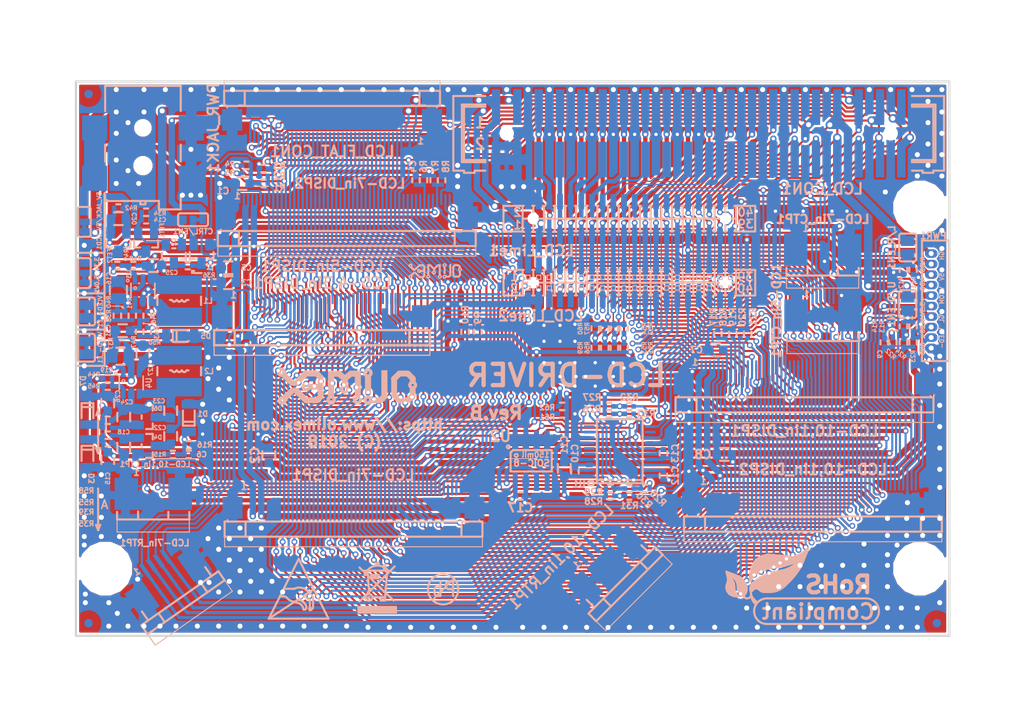
<source format=kicad_pcb>
(kicad_pcb (version 20171130) (host pcbnew 5.1.0-rc2-unknown-036be7d~80~ubuntu16.04.1)
  (title_block (title LCD-DRIVER) (date 2018-06-15) (rev B))
  (layers (0 F.Cu signal) (31 B.Cu signal) (34 B.Paste user hide) (36 B.SilkS user) (38 B.Mask user hide) (44 Edge.Cuts user))
  (net 0 "")
  (net 1 +3V3)
  (net 2 VDD)
  (net 3 +5V)
  (net 4 /LCD_5.0V)
  (net 5 GND)
  (net 6 "Net-(C4-Pad2)")
  (net 7 VCOM)
  (net 8 "Net-(C9-Pad2)")
  (net 9 "RTP_X-(X1)")
  (net 10 "RTP_Y-(Y1)")
  (net 11 /LCD_3.3V)
  (net 12 "Net-(C14-Pad2)")
  (net 13 VGH)
  (net 14 "Net-(C16-Pad1)")
  (net 15 "Net-(C18-Pad2)")
  (net 16 AVDD)
  (net 17 "Net-(C20-Pad2)")
  (net 18 "Net-(C21-Pad1)")
  (net 19 "Net-(C22-Pad2)")
  (net 20 "Net-(C22-Pad1)")
  (net 21 "Net-(C23-Pad2)")
  (net 22 "Net-(C24-Pad2)")
  (net 23 VGL)
  (net 24 "Net-(CTRL/EN1-Pad2)")
  (net 25 /LCD_PWRE)
  (net 26 "Net-(D2-Pad3)")
  (net 27 "Net-(D5-Pad1)")
  (net 28 /LCD_L/R)
  (net 29 L/R)
  (net 30 "Net-(L1-Pad1)")
  (net 31 "RTP_Y+(Y2)")
  (net 32 "RTP_X+(X2)")
  (net 33 /LCD_DE)
  (net 34 /LCD_VSYNC)
  (net 35 /LCD_HSYNC)
  (net 36 /LCD_CLK)
  (net 37 /LCD_B7)
  (net 38 /LCD_B6)
  (net 39 /LCD_B5)
  (net 40 /LCD_B4)
  (net 41 /LCD_B3)
  (net 42 /LCD_B2)
  (net 43 /LCD_B1)
  (net 44 /LCD_B0)
  (net 45 /LCD_G7)
  (net 46 /LCD_G6)
  (net 47 /LCD_G5)
  (net 48 /LCD_G4)
  (net 49 /LCD_G3)
  (net 50 /LCD_G2)
  (net 51 /LCD_G1)
  (net 52 /LCD_G0)
  (net 53 /LCD_R7)
  (net 54 /LCD_R6)
  (net 55 /LCD_R5)
  (net 56 /LCD_R4)
  (net 57 /LCD_R3)
  (net 58 /LCD_R2)
  (net 59 /LCD_R1)
  (net 60 /LCD_R0)
  (net 61 VLED+)
  (net 62 VLED-)
  (net 63 /RTP-X2/~CTP-RST)
  (net 64 /RTP-X1/~CTP-INT)
  (net 65 /RTP-Y2/CTP-SDA)
  (net 66 /RTP-Y1/CTP-SCL)
  (net 67 "Net-(LCD-7in_DISP1-Pad45)")
  (net 68 "Net-(LCD-7in_DISP1-Pad49)")
  (net 69 "Net-(LCD-7in_DISP1-Pad50)")
  (net 70 "Net-(LCD-7in_DISP1-Pad47)")
  (net 71 U/D)
  (net 72 "Net-(LCD-7in_DISP1-Pad8)")
  (net 73 "Net-(LCD-10,1in_DISP1-Pad8)")
  (net 74 "Net-(LCD-10,1in_DISP1-Pad47)")
  (net 75 "Net-(LCD-10,1in_DISP1-Pad50)")
  (net 76 "Net-(LCD-10,1in_DISP1-Pad49)")
  (net 77 "Net-(LCD-10,1in_DISP1-Pad45)")
  (net 78 /LCD_U/D)
  (net 79 /LCD_BKL)
  (net 80 "Net-(R25-Pad2)")
  (net 81 "Net-(R36-Pad1)")
  (net 82 "Net-(R38-Pad2)")
  (net 83 "Net-(R41-Pad1)")
  (net 84 "Net-(R44-Pad1)")
  (net 85 "Net-(R48-Pad2)")
  (net 86 "Net-(5V_JACK/5V_LCD1-Pad2)")
  (net 87 "Net-(5V_JACK/5V_LCD1-Pad1)")
  (net 88 "Net-(FID1-PadFid1)")
  (net 89 "Net-(FID2-PadFid1)")
  (net 90 "Net-(FID3-PadFid1)")
  (net 91 "Net-(LCD-4,3in_DISP1-Pad35)")
  (net 92 "Net-(LCD-5in_DISP1-Pad35)")
  (net 93 "Net-(U1-Pad6)")
  (net 94 "Net-(U1-Pad10)")
  (net 95 "Net-(U1-Pad12)")
  (net 96 +3.3VA)
  (module OLIMEX_Connectors-FP:GBH254SMT-40 (layer B.Cu) (at 144.145 66.675)
    (fp_text reference LCD_CON1 (at 14.732 6.604) (layer B.SilkS) (effects (font (size 1.27 1.27) (thickness 0.254)) (justify mirror)))
    (fp_text value "GBH254SMT-40(B-V-40-LF)")
    (fp_text user 1 (at -26.035 -1.27) (layer B.SilkS) (effects (font (size 1.27 1.27) (thickness 0.254)) (justify mirror)))
    (fp_text user 2 (at -26.035 1.27) (layer B.SilkS) (effects (font (size 1.27 1.27) (thickness 0.254)) (justify mirror)))
    (pad 1 smd rect (at -24.13 -3.125 270) (size 4.249999 1) (layers B.Cu B.Mask) (net 4 /LCD_5.0V))
    (pad 2 smd rect (at -24.13 3.125 270) (size 4.249999 1) (layers B.Cu B.Mask) (net 5 GND))
    (pad 3 smd rect (at -21.59 -3.125 270) (size 4.249999 1) (layers B.Cu B.Mask) (net 11 /LCD_3.3V))
    (pad 4 smd rect (at -21.59 3.125 270) (size 4.249999 1) (layers B.Cu B.Mask) (net 5 GND))
    (pad 5 smd rect (at -19.05 -3.125 270) (size 4.249999 1) (layers B.Cu B.Mask) (net 60 /LCD_R0))
    (pad 6 smd rect (at -19.05 3.125 270) (size 4.249999 1) (layers B.Cu B.Mask) (net 59 /LCD_R1))
    (pad 7 smd rect (at -16.51 -3.125 270) (size 4.249999 1) (layers B.Cu B.Mask) (net 58 /LCD_R2))
    (pad 8 smd rect (at -16.51 3.125 270) (size 4.249999 1) (layers B.Cu B.Mask) (net 57 /LCD_R3))
    (pad 9 smd rect (at -13.97 -3.125 270) (size 4.249999 1) (layers B.Cu B.Mask) (net 56 /LCD_R4))
    (pad 10 smd rect (at -13.97 3.125 270) (size 4.249999 1) (layers B.Cu B.Mask) (net 55 /LCD_R5))
    (pad 11 smd rect (at -11.43 -3.125 270) (size 4.249999 1) (layers B.Cu B.Mask) (net 54 /LCD_R6))
    (pad 12 smd rect (at -11.43 3.125 270) (size 4.249999 1) (layers B.Cu B.Mask) (net 53 /LCD_R7))
    (pad 13 smd rect (at -8.89 -3.125 270) (size 4.249999 1) (layers B.Cu B.Mask) (net 52 /LCD_G0))
    (pad 14 smd rect (at -8.89 3.125 270) (size 4.249999 1) (layers B.Cu B.Mask) (net 51 /LCD_G1))
    (pad 15 smd rect (at -6.35 -3.125 270) (size 4.249999 1) (layers B.Cu B.Mask) (net 50 /LCD_G2))
    (pad 16 smd rect (at -6.35 3.125 270) (size 4.249999 1) (layers B.Cu B.Mask) (net 49 /LCD_G3))
    (pad 17 smd rect (at -3.81 -3.125 270) (size 4.249999 1) (layers B.Cu B.Mask) (net 48 /LCD_G4))
    (pad 18 smd rect (at -3.81 3.125 270) (size 4.249999 1) (layers B.Cu B.Mask) (net 47 /LCD_G5))
    (pad 19 smd rect (at -1.27 -3.125 270) (size 4.249999 1) (layers B.Cu B.Mask) (net 46 /LCD_G6))
    (pad 20 smd rect (at -1.27 3.125 270) (size 4.249999 1) (layers B.Cu B.Mask) (net 45 /LCD_G7))
    (pad 21 smd rect (at 1.27 -3.125 90) (size 4.249999 1) (layers B.Cu B.Mask) (net 44 /LCD_B0))
    (pad 22 smd rect (at 1.27 3.125 270) (size 4.249999 1) (layers B.Cu B.Mask) (net 43 /LCD_B1))
    (pad 23 smd rect (at 3.81 -3.125 90) (size 4.249999 1) (layers B.Cu B.Mask) (net 42 /LCD_B2))
    (pad 24 smd rect (at 3.81 3.125 270) (size 4.249999 1) (layers B.Cu B.Mask) (net 41 /LCD_B3))
    (pad 25 smd rect (at 6.35 -3.125 90) (size 4.249999 1) (layers B.Cu B.Mask) (net 40 /LCD_B4))
    (pad 26 smd rect (at 6.35 3.125 270) (size 4.249999 1) (layers B.Cu B.Mask) (net 39 /LCD_B5))
    (pad 27 smd rect (at 8.89 -3.125 90) (size 4.249999 1) (layers B.Cu B.Mask) (net 38 /LCD_B6))
    (pad 28 smd rect (at 8.89 3.125 270) (size 4.249999 1) (layers B.Cu B.Mask) (net 37 /LCD_B7))
    (pad 29 smd rect (at 11.43 -3.125 90) (size 4.249999 1) (layers B.Cu B.Mask) (net 35 /LCD_HSYNC))
    (pad 30 smd rect (at 11.43 3.125 270) (size 4.249999 1) (layers B.Cu B.Mask) (net 34 /LCD_VSYNC))
    (pad 31 smd rect (at 13.97 -3.125 90) (size 4.249999 1) (layers B.Cu B.Mask) (net 36 /LCD_CLK))
    (pad 32 smd rect (at 13.97 3.125 270) (size 4.249999 1) (layers B.Cu B.Mask) (net 33 /LCD_DE))
    (pad 33 smd rect (at 16.51 -3.125 90) (size 4.249999 1) (layers B.Cu B.Mask) (net 28 /LCD_L/R))
    (pad 34 smd rect (at 16.51 3.125 270) (size 4.249999 1) (layers B.Cu B.Mask) (net 78 /LCD_U/D))
    (pad 35 smd rect (at 19.05 -3.125 90) (size 4.249999 1) (layers B.Cu B.Mask) (net 25 /LCD_PWRE))
    (pad 36 smd rect (at 19.05 3.125 270) (size 4.249999 1) (layers B.Cu B.Mask) (net 79 /LCD_BKL))
    (pad 37 smd rect (at 21.59 -3.125 90) (size 4.249999 1) (layers B.Cu B.Mask) (net 64 /RTP-X1/~CTP-INT))
    (pad 38 smd rect (at 21.59 3.125 270) (size 4.249999 1) (layers B.Cu B.Mask) (net 63 /RTP-X2/~CTP-RST))
    (pad 39 smd rect (at 24.13 -3.125 90) (size 4.249999 1) (layers B.Cu B.Mask) (net 66 /RTP-Y1/CTP-SCL))
    (pad 40 smd rect (at 24.13 3.125 270) (size 4.249999 1) (layers B.Cu B.Mask) (net 65 /RTP-Y2/CTP-SDA))
    (pad "" np_thru_hole circle (at -22.86 0 270) (size 1.2 1.2) (drill 1.2) (layers *.Cu *.Mask))
    (pad "" np_thru_hole circle (at 22.86 0 270) (size 1.2 1.2) (drill 1.2) (layers *.Cu *.Mask))
  )
  (module "OLIMEX_Connectors-FP:PWRJ-2mm(DCJ-W54R-20-LF)" (layer B.Cu) (at 77.978 68.326 270)
    (fp_text reference PWR_JACK1 (at -2.286 -8.382 270) (layer B.SilkS) (effects (font (size 1.27 1.27) (thickness 0.254)) (justify mirror)))
    (fp_text value "PWRJ-2mm(DCJ-W54R-20-LF)")
    (pad "" np_thru_hole circle (at 2.2 0 270) (size 1.8 1.8) (drill 1.8) (layers *.Cu *.Mask))
    (pad "" np_thru_hole circle (at -2.3 0 270) (size 1.6 1.6) (drill 1.6) (layers *.Cu *.Mask))
    (pad 2 smd rect (at -2.3 -5.75 270) (size 3 3) (layers B.Cu B.Paste B.Mask) (net 5 GND))
    (pad 3 smd rect (at 3.7 -5.75 270) (size 3 3) (layers B.Cu B.Paste B.Mask) (net 5 GND))
    (pad 1 smd rect (at -2.3 5.75 270) (size 3 3) (layers B.Cu B.Paste B.Mask) (net 87 "Net-(5V_JACK/5V_LCD1-Pad1)"))
    (pad 1 smd rect (at 3.7 5.75 270) (size 3 3) (layers B.Cu B.Paste B.Mask) (net 87 "Net-(5V_JACK/5V_LCD1-Pad1)"))
  )
  (module OLIMEX_Connectors-FP:WU10S (layer B.Cu) (at 171.831 86.614 270)
    (fp_text reference PWR1 (at -7.747 -0.254) (layer B.SilkS) (effects (font (size 0.762 0.762) (thickness 0.1905)) (justify mirror)))
    (fp_text value "NA(WU10S)")
    (pad 1 thru_hole oval (at -5.625 0 270) (size 1 1.5) (drill 0.6) (layers *.Cu *.Mask) (net 13 VGH))
    (pad 2 thru_hole oval (at -4.375 0 270) (size 1 1.5) (drill 0.6) (layers *.Cu *.Mask) (net 16 AVDD))
    (pad 3 thru_hole oval (at -3.125 0 270) (size 1 1.5) (drill 0.6) (layers *.Cu *.Mask) (net 3 +5V))
    (pad 4 thru_hole oval (at -1.875 0 270) (size 1 1.5) (drill 0.6) (layers *.Cu *.Mask) (net 2 VDD))
    (pad 5 thru_hole oval (at -0.625 0 270) (size 1 1.5) (drill 0.6) (layers *.Cu *.Mask) (net 7 VCOM))
    (pad 6 thru_hole oval (at 0.625 0 270) (size 1 1.5) (drill 0.6) (layers *.Cu *.Mask) (net 1 +3V3))
    (pad 7 thru_hole oval (at 1.875 0 270) (size 1 1.5) (drill 0.6) (layers *.Cu *.Mask) (net 23 VGL))
    (pad 8 thru_hole oval (at 3.125 0 270) (size 1 1.5) (drill 0.6) (layers *.Cu *.Mask) (net 61 VLED+))
    (pad 9 thru_hole oval (at 4.375 0 270) (size 1 1.5) (drill 0.6) (layers *.Cu *.Mask) (net 62 VLED-))
    (pad 10 thru_hole oval (at 5.625 0 270) (size 1 1.5) (drill 0.6) (layers *.Cu *.Mask) (net 5 GND))
  )
  (module "OLIMEX_Connectors-FP:GPCB127SMT-02X20(YA-V36P-2X20-LF)_Drill_0.9mm" (layer B.Cu) (at 135.89 76.835)
    (fp_text reference LCD_Lime1 (at -11.684 3.81) (layer B.SilkS) (effects (font (size 1.27 1.27) (thickness 0.254)) (justify mirror)))
    (fp_text value MALE-PAV16X-2x20)
    (fp_text user 40 (at 13.843 -0.762 -180) (layer B.SilkS) (effects (font (thickness 0.2)) (justify mirror)))
    (fp_text user 39 (at 13.843 0.635 -180) (layer B.SilkS) (effects (font (thickness 0.2)) (justify mirror)))
    (fp_text user 1 (at -13.335 0.762) (layer B.SilkS) (effects (font (thickness 0.2)) (justify mirror)))
    (fp_text user 2 (at -13.335 -0.762) (layer B.SilkS) (effects (font (thickness 0.2)) (justify mirror)))
    (pad 14 smd rect (at -4.445 -2.032 270) (size 1.8 0.7) (layers B.Cu B.Paste B.Mask) (net 51 /LCD_G1))
    (pad 13 smd rect (at -4.445 2.032 270) (size 1.8 0.7) (layers B.Cu B.Paste B.Mask) (net 52 /LCD_G0))
    (pad 12 smd rect (at -5.715 -2.032 90) (size 1.8 0.7) (layers B.Cu B.Paste B.Mask) (net 53 /LCD_R7))
    (pad 11 smd rect (at -5.715 2.032 90) (size 1.8 0.7) (layers B.Cu B.Paste B.Mask) (net 54 /LCD_R6))
    (pad 10 smd rect (at -6.985 -2.032 90) (size 1.8 0.7) (layers B.Cu B.Paste B.Mask) (net 55 /LCD_R5))
    (pad 9 smd rect (at -6.985 2.032 90) (size 1.8 0.7) (layers B.Cu B.Paste B.Mask) (net 56 /LCD_R4))
    (pad 8 smd rect (at -8.255 -2.032 90) (size 1.8 0.7) (layers B.Cu B.Paste B.Mask) (net 57 /LCD_R3))
    (pad 7 smd rect (at -8.255 2.032 90) (size 1.8 0.7) (layers B.Cu B.Paste B.Mask) (net 58 /LCD_R2))
    (pad 6 smd rect (at -9.525 -2.032 90) (size 1.8 0.7) (layers B.Cu B.Paste B.Mask) (net 59 /LCD_R1))
    (pad 5 smd rect (at -9.525 2.032 90) (size 1.8 0.7) (layers B.Cu B.Paste B.Mask) (net 60 /LCD_R0))
    (pad "" np_thru_hole circle (at -11.43 0 270) (size 0.9 0.9) (drill 0.9) (layers *.Cu *.Mask))
    (pad 20 smd rect (at -0.635 -2.032 270) (size 1.8 0.7) (layers B.Cu B.Paste B.Mask) (net 45 /LCD_G7))
    (pad 19 smd rect (at -0.635 2.032 270) (size 1.8 0.7) (layers B.Cu B.Paste B.Mask) (net 46 /LCD_G6))
    (pad 18 smd rect (at -1.905 -2.032 270) (size 1.8 0.7) (layers B.Cu B.Paste B.Mask) (net 47 /LCD_G5))
    (pad 17 smd rect (at -1.905 2.032 270) (size 1.8 0.7) (layers B.Cu B.Paste B.Mask) (net 48 /LCD_G4))
    (pad 16 smd rect (at -3.175 -2.032 270) (size 1.8 0.7) (layers B.Cu B.Paste B.Mask) (net 49 /LCD_G3))
    (pad 15 smd rect (at -3.175 2.032 270) (size 1.8 0.7) (layers B.Cu B.Paste B.Mask) (net 50 /LCD_G2))
    (pad 4 smd rect (at -10.795 -2.032 90) (size 1.8 0.7) (layers B.Cu B.Paste B.Mask) (net 5 GND))
    (pad 3 smd rect (at -10.795 2.032 90) (size 1.8 0.7) (layers B.Cu B.Paste B.Mask) (net 11 /LCD_3.3V))
    (pad 2 smd rect (at -12.065 -2.032 90) (size 1.8 0.7) (layers B.Cu B.Paste B.Mask) (net 5 GND))
    (pad 1 smd rect (at -12.065 2.032 90) (size 1.8 0.7) (layers B.Cu B.Paste B.Mask) (net 4 /LCD_5.0V))
    (pad 21 smd rect (at 0.635 2.032 90) (size 1.8 0.7) (layers B.Cu B.Paste B.Mask) (net 44 /LCD_B0))
    (pad 22 smd rect (at 0.635 -2.032 90) (size 1.8 0.7) (layers B.Cu B.Paste B.Mask) (net 43 /LCD_B1))
    (pad 23 smd rect (at 1.905 2.032 90) (size 1.8 0.7) (layers B.Cu B.Paste B.Mask) (net 42 /LCD_B2))
    (pad 24 smd rect (at 1.905 -2.032 90) (size 1.8 0.7) (layers B.Cu B.Paste B.Mask) (net 41 /LCD_B3))
    (pad 25 smd rect (at 3.175 2.032 90) (size 1.8 0.7) (layers B.Cu B.Paste B.Mask) (net 40 /LCD_B4))
    (pad 26 smd rect (at 3.175 -2.032 90) (size 1.8 0.7) (layers B.Cu B.Paste B.Mask) (net 39 /LCD_B5))
    (pad 27 smd rect (at 4.445 2.032 90) (size 1.8 0.7) (layers B.Cu B.Paste B.Mask) (net 38 /LCD_B6))
    (pad 28 smd rect (at 4.445 -2.032 90) (size 1.8 0.7) (layers B.Cu B.Paste B.Mask) (net 37 /LCD_B7))
    (pad 29 smd rect (at 5.715 2.032 90) (size 1.8 0.7) (layers B.Cu B.Paste B.Mask) (net 35 /LCD_HSYNC))
    (pad 30 smd rect (at 5.715 -2.032 90) (size 1.8 0.7) (layers B.Cu B.Paste B.Mask) (net 34 /LCD_VSYNC))
    (pad 31 smd rect (at 6.985 2.032 90) (size 1.8 0.7) (layers B.Cu B.Paste B.Mask) (net 36 /LCD_CLK))
    (pad 32 smd rect (at 6.985 -2.032 90) (size 1.8 0.7) (layers B.Cu B.Paste B.Mask) (net 33 /LCD_DE))
    (pad 33 smd rect (at 8.255 2.032 270) (size 1.8 0.7) (layers B.Cu B.Paste B.Mask) (net 28 /LCD_L/R))
    (pad 34 smd rect (at 8.255 -2.032 270) (size 1.8 0.7) (layers B.Cu B.Paste B.Mask) (net 78 /LCD_U/D))
    (pad 35 smd rect (at 9.525 2.032 270) (size 1.8 0.7) (layers B.Cu B.Paste B.Mask) (net 25 /LCD_PWRE))
    (pad 36 smd rect (at 9.525 -2.032 270) (size 1.8 0.7) (layers B.Cu B.Paste B.Mask) (net 79 /LCD_BKL))
    (pad 37 smd rect (at 10.795 2.032 270) (size 1.8 0.7) (layers B.Cu B.Paste B.Mask) (net 64 /RTP-X1/~CTP-INT))
    (pad 38 smd rect (at 10.795 -2.032 270) (size 1.8 0.7) (layers B.Cu B.Paste B.Mask) (net 63 /RTP-X2/~CTP-RST))
    (pad 39 smd rect (at 12.065 2.032 270) (size 1.8 0.7) (layers B.Cu B.Paste B.Mask) (net 66 /RTP-Y1/CTP-SCL))
    (pad 40 smd rect (at 12.065 -2.032 270) (size 1.8 0.7) (layers B.Cu B.Paste B.Mask) (net 65 /RTP-Y2/CTP-SDA))
    (pad "" np_thru_hole circle (at 11.43 0 270) (size 0.9 0.9) (drill 0.9) (layers *.Cu *.Mask))
  )
  (module OLIMEX_RLC-FP:R_0402_5MIL_DWS (layer B.Cu) (at 81.534 104.902)
    (fp_text reference R15 (at -1.524 0) (layer B.SilkS) (effects (font (size 0.508 0.508) (thickness 0.127)) (justify mirror)))
    (fp_text value "NA(1k/1%/R0402)")
    (pad 2 smd rect (at 0.508 0) (size 0.5 0.55) (layers B.Cu B.Paste B.Mask) (net 7 VCOM))
    (pad 1 smd rect (at -0.508 0 180) (size 0.5 0.55) (layers B.Cu B.Paste B.Mask) (net 16 AVDD))
  )
  (module "OLIMEX_Connectors-FP:GPH127SMT-02X20(PA-V16X-2X20-LF)_Drill_0.9mm" (layer B.Cu) (at 135.89 84.455)
    (fp_text reference LCD_Lime2 (at -10.541 3.937) (layer B.SilkS) (effects (font (size 1.27 1.27) (thickness 0.254)) (justify mirror)))
    (fp_text value MALE-PAV16X-2x20)
    (fp_text user 1 (at -13.7 -0.7) (layer B.SilkS) (effects (font (thickness 0.2)) (justify mirror)))
    (fp_text user 2 (at -13.7 0.7) (layer B.SilkS) (effects (font (thickness 0.2)) (justify mirror)))
    (fp_text user 1 (at -13.7 -0.7) (layer B.SilkS) (effects (font (thickness 0.2)) (justify mirror)))
    (fp_text user 39 (at 13.8 -0.7) (layer B.SilkS) (effects (font (thickness 0.2)) (justify mirror)))
    (fp_text user 40 (at 13.8 0.7) (layer B.SilkS) (effects (font (thickness 0.2)) (justify mirror)))
    (pad "" np_thru_hole circle (at -11.43 0 270) (size 0.9 0.9) (drill 0.9) (layers *.Cu *.Mask))
    (pad 20 smd rect (at -0.635 2.032 270) (size 1.8 0.7) (layers B.Cu B.Paste B.Mask) (net 45 /LCD_G7))
    (pad 19 smd rect (at -0.635 -2.032 270) (size 1.8 0.7) (layers B.Cu B.Paste B.Mask) (net 46 /LCD_G6))
    (pad 18 smd rect (at -1.905 2.032 270) (size 1.8 0.7) (layers B.Cu B.Paste B.Mask) (net 47 /LCD_G5))
    (pad 17 smd rect (at -1.905 -2.032 270) (size 1.8 0.7) (layers B.Cu B.Paste B.Mask) (net 48 /LCD_G4))
    (pad 16 smd rect (at -3.175 2.032 270) (size 1.8 0.7) (layers B.Cu B.Paste B.Mask) (net 49 /LCD_G3))
    (pad 15 smd rect (at -3.175 -2.032 270) (size 1.8 0.7) (layers B.Cu B.Paste B.Mask) (net 50 /LCD_G2))
    (pad 14 smd rect (at -4.445 2.032 270) (size 1.8 0.7) (layers B.Cu B.Paste B.Mask) (net 51 /LCD_G1))
    (pad 13 smd rect (at -4.445 -2.032 270) (size 1.8 0.7) (layers B.Cu B.Paste B.Mask) (net 52 /LCD_G0))
    (pad 12 smd rect (at -5.715 2.032 90) (size 1.8 0.7) (layers B.Cu B.Paste B.Mask) (net 53 /LCD_R7))
    (pad 11 smd rect (at -5.715 -2.032 90) (size 1.8 0.7) (layers B.Cu B.Paste B.Mask) (net 54 /LCD_R6))
    (pad 10 smd rect (at -6.985 2.032 90) (size 1.8 0.7) (layers B.Cu B.Paste B.Mask) (net 55 /LCD_R5))
    (pad 9 smd rect (at -6.985 -2.032 90) (size 1.8 0.7) (layers B.Cu B.Paste B.Mask) (net 56 /LCD_R4))
    (pad 8 smd rect (at -8.255 2.032 90) (size 1.8 0.7) (layers B.Cu B.Paste B.Mask) (net 57 /LCD_R3))
    (pad 7 smd rect (at -8.255 -2.032 90) (size 1.8 0.7) (layers B.Cu B.Paste B.Mask) (net 58 /LCD_R2))
    (pad 6 smd rect (at -9.525 2.032 90) (size 1.8 0.7) (layers B.Cu B.Paste B.Mask) (net 59 /LCD_R1))
    (pad 5 smd rect (at -9.525 -2.032 90) (size 1.8 0.7) (layers B.Cu B.Paste B.Mask) (net 60 /LCD_R0))
    (pad 4 smd rect (at -10.795 2.032 90) (size 1.8 0.7) (layers B.Cu B.Paste B.Mask) (net 5 GND))
    (pad 3 smd rect (at -10.795 -2.032 90) (size 1.8 0.7) (layers B.Cu B.Paste B.Mask) (net 11 /LCD_3.3V))
    (pad 2 smd rect (at -12.065 2.032 90) (size 1.8 0.7) (layers B.Cu B.Paste B.Mask) (net 5 GND))
    (pad 1 smd rect (at -12.065 -2.032 90) (size 1.8 0.7) (layers B.Cu B.Paste B.Mask) (net 4 /LCD_5.0V))
    (pad 21 smd rect (at 0.635 -2.032 90) (size 1.8 0.7) (layers B.Cu B.Paste B.Mask) (net 44 /LCD_B0))
    (pad 22 smd rect (at 0.635 2.032 90) (size 1.8 0.7) (layers B.Cu B.Paste B.Mask) (net 43 /LCD_B1))
    (pad 23 smd rect (at 1.905 -2.032 90) (size 1.8 0.7) (layers B.Cu B.Paste B.Mask) (net 42 /LCD_B2))
    (pad 24 smd rect (at 1.905 2.032 90) (size 1.8 0.7) (layers B.Cu B.Paste B.Mask) (net 41 /LCD_B3))
    (pad 25 smd rect (at 3.175 -2.032 90) (size 1.8 0.7) (layers B.Cu B.Paste B.Mask) (net 40 /LCD_B4))
    (pad 26 smd rect (at 3.175 2.032 90) (size 1.8 0.7) (layers B.Cu B.Paste B.Mask) (net 39 /LCD_B5))
    (pad 27 smd rect (at 4.445 -2.032 90) (size 1.8 0.7) (layers B.Cu B.Paste B.Mask) (net 38 /LCD_B6))
    (pad 28 smd rect (at 4.445 2.032 90) (size 1.8 0.7) (layers B.Cu B.Paste B.Mask) (net 37 /LCD_B7))
    (pad 29 smd rect (at 5.715 -2.032 90) (size 1.8 0.7) (layers B.Cu B.Paste B.Mask) (net 35 /LCD_HSYNC))
    (pad 30 smd rect (at 5.715 2.032 90) (size 1.8 0.7) (layers B.Cu B.Paste B.Mask) (net 34 /LCD_VSYNC))
    (pad 31 smd rect (at 6.985 -2.032 90) (size 1.8 0.7) (layers B.Cu B.Paste B.Mask) (net 36 /LCD_CLK))
    (pad 32 smd rect (at 6.985 2.032 90) (size 1.8 0.7) (layers B.Cu B.Paste B.Mask) (net 33 /LCD_DE))
    (pad 33 smd rect (at 8.255 -2.032 270) (size 1.8 0.7) (layers B.Cu B.Paste B.Mask) (net 28 /LCD_L/R))
    (pad 34 smd rect (at 8.255 2.032 270) (size 1.8 0.7) (layers B.Cu B.Paste B.Mask) (net 78 /LCD_U/D))
    (pad 35 smd rect (at 9.525 -2.032 270) (size 1.8 0.7) (layers B.Cu B.Paste B.Mask) (net 25 /LCD_PWRE))
    (pad 36 smd rect (at 9.525 2.032 270) (size 1.8 0.7) (layers B.Cu B.Paste B.Mask) (net 79 /LCD_BKL))
    (pad 37 smd rect (at 10.795 -2.032 270) (size 1.8 0.7) (layers B.Cu B.Paste B.Mask) (net 64 /RTP-X1/~CTP-INT))
    (pad 38 smd rect (at 10.795 2.032 270) (size 1.8 0.7) (layers B.Cu B.Paste B.Mask) (net 63 /RTP-X2/~CTP-RST))
    (pad 39 smd rect (at 12.065 -2.032 270) (size 1.8 0.7) (layers B.Cu B.Paste B.Mask) (net 66 /RTP-Y1/CTP-SCL))
    (pad 40 smd rect (at 12.065 2.032 270) (size 1.8 0.7) (layers B.Cu B.Paste B.Mask) (net 65 /RTP-Y2/CTP-SDA))
    (pad "" np_thru_hole circle (at 11.43 0 270) (size 0.9 0.9) (drill 0.9) (layers *.Cu *.Mask))
  )
  (module OLIMEX_LCDs-FP:FPV-WZA21-40-LF (layer B.Cu) (at 99.3 89)
    (fp_text reference LCD-4,3in_DISP1 (at 0 -4.5) (layer B.SilkS) (effects (font (size 1.27 1.27) (thickness 0.254)) (justify mirror)))
    (fp_text value "LCD-4.3\"(480x272_GFT043HA480272Y)+(FPV-WZA21-40-LF)")
    (fp_text user 1 (at -10.541 -3.075) (layer B.SilkS) (effects (font (size 0.762 0.762) (thickness 0.1905)) (justify mirror)))
    (pad 0 smd rect (at 11.9 -0.55 180) (size 2.4 2.6) (layers B.Cu B.Paste B.Mask) (net 5 GND))
    (pad 0 smd rect (at -11.9 -0.55 180) (size 2.4 2.6) (layers B.Cu B.Paste B.Mask) (net 5 GND))
    (pad 40 smd rect (at 9.75 -2.65 180) (size 0.25 1.3) (layers B.Cu B.Paste B.Mask) (net 31 "RTP_Y+(Y2)"))
    (pad 39 smd rect (at 9.25 -2.65 180) (size 0.25 1.3) (layers B.Cu B.Paste B.Mask) (net 9 "RTP_X-(X1)"))
    (pad 38 smd rect (at 8.75 -2.65 180) (size 0.25 1.3) (layers B.Cu B.Paste B.Mask) (net 10 "RTP_Y-(Y1)"))
    (pad 37 smd rect (at 8.25 -2.65 180) (size 0.25 1.3) (layers B.Cu B.Paste B.Mask) (net 32 "RTP_X+(X2)"))
    (pad 36 smd rect (at 7.75 -2.65 180) (size 0.25 1.3) (layers B.Cu B.Paste B.Mask) (net 5 GND))
    (pad 35 smd rect (at 7.25 -2.65 180) (size 0.25 1.3) (layers B.Cu B.Paste B.Mask) (net 91 "Net-(LCD-4,3in_DISP1-Pad35)"))
    (pad 34 smd rect (at 6.75 -2.65 180) (size 0.25 1.3) (layers B.Cu B.Paste B.Mask) (net 33 /LCD_DE))
    (pad 33 smd rect (at 6.25 -2.65 180) (size 0.25 1.3) (layers B.Cu B.Paste B.Mask) (net 34 /LCD_VSYNC))
    (pad 32 smd rect (at 5.75 -2.65 180) (size 0.25 1.3) (layers B.Cu B.Paste B.Mask) (net 35 /LCD_HSYNC))
    (pad 31 smd rect (at 5.25 -2.65 180) (size 0.25 1.3) (layers B.Cu B.Paste B.Mask) (net 1 +3V3))
    (pad 30 smd rect (at 4.75 -2.65 180) (size 0.25 1.3) (layers B.Cu B.Paste B.Mask) (net 36 /LCD_CLK))
    (pad 29 smd rect (at 4.25 -2.65 180) (size 0.25 1.3) (layers B.Cu B.Paste B.Mask) (net 5 GND))
    (pad 28 smd rect (at 3.75 -2.65 180) (size 0.25 1.3) (layers B.Cu B.Paste B.Mask) (net 37 /LCD_B7))
    (pad 27 smd rect (at 3.25 -2.65 180) (size 0.25 1.3) (layers B.Cu B.Paste B.Mask) (net 38 /LCD_B6))
    (pad 26 smd rect (at 2.75 -2.65 180) (size 0.25 1.3) (layers B.Cu B.Paste B.Mask) (net 39 /LCD_B5))
    (pad 25 smd rect (at 2.25 -2.65 180) (size 0.25 1.3) (layers B.Cu B.Paste B.Mask) (net 40 /LCD_B4))
    (pad 24 smd rect (at 1.75 -2.65 180) (size 0.25 1.3) (layers B.Cu B.Paste B.Mask) (net 41 /LCD_B3))
    (pad 23 smd rect (at 1.25 -2.65 180) (size 0.25 1.3) (layers B.Cu B.Paste B.Mask) (net 42 /LCD_B2))
    (pad 22 smd rect (at 0.75 -2.65 180) (size 0.25 1.3) (layers B.Cu B.Paste B.Mask) (net 43 /LCD_B1))
    (pad 21 smd rect (at 0.25 -2.65 180) (size 0.25 1.3) (layers B.Cu B.Paste B.Mask) (net 44 /LCD_B0))
    (pad 20 smd rect (at -0.25 -2.65 180) (size 0.25 1.3) (layers B.Cu B.Paste B.Mask) (net 45 /LCD_G7))
    (pad 19 smd rect (at -0.75 -2.65 180) (size 0.25 1.3) (layers B.Cu B.Paste B.Mask) (net 46 /LCD_G6))
    (pad 18 smd rect (at -1.25 -2.65 180) (size 0.25 1.3) (layers B.Cu B.Paste B.Mask) (net 47 /LCD_G5))
    (pad 17 smd rect (at -1.75 -2.65 180) (size 0.25 1.3) (layers B.Cu B.Paste B.Mask) (net 48 /LCD_G4))
    (pad 16 smd rect (at -2.25 -2.65 180) (size 0.25 1.3) (layers B.Cu B.Paste B.Mask) (net 49 /LCD_G3))
    (pad 15 smd rect (at -2.75 -2.65 180) (size 0.25 1.3) (layers B.Cu B.Paste B.Mask) (net 50 /LCD_G2))
    (pad 14 smd rect (at -3.25 -2.65 180) (size 0.25 1.3) (layers B.Cu B.Paste B.Mask) (net 51 /LCD_G1))
    (pad 13 smd rect (at -3.75 -2.65 180) (size 0.25 1.3) (layers B.Cu B.Paste B.Mask) (net 52 /LCD_G0))
    (pad 12 smd rect (at -4.25 -2.65 180) (size 0.25 1.3) (layers B.Cu B.Paste B.Mask) (net 53 /LCD_R7))
    (pad 11 smd rect (at -4.75 -2.65 180) (size 0.25 1.3) (layers B.Cu B.Paste B.Mask) (net 54 /LCD_R6))
    (pad 10 smd rect (at -5.25 -2.65 180) (size 0.25 1.3) (layers B.Cu B.Paste B.Mask) (net 55 /LCD_R5))
    (pad 9 smd rect (at -5.75 -2.65 180) (size 0.25 1.3) (layers B.Cu B.Paste B.Mask) (net 56 /LCD_R4))
    (pad 8 smd rect (at -6.25 -2.65 180) (size 0.25 1.3) (layers B.Cu B.Paste B.Mask) (net 57 /LCD_R3))
    (pad 7 smd rect (at -6.75 -2.65 180) (size 0.25 1.3) (layers B.Cu B.Paste B.Mask) (net 58 /LCD_R2))
    (pad 6 smd rect (at -7.25 -2.65 180) (size 0.25 1.3) (layers B.Cu B.Paste B.Mask) (net 59 /LCD_R1))
    (pad 5 smd rect (at -7.75 -2.65 180) (size 0.25 1.3) (layers B.Cu B.Paste B.Mask) (net 60 /LCD_R0))
    (pad 4 smd rect (at -8.25 -2.65 180) (size 0.25 1.3) (layers B.Cu B.Paste B.Mask) (net 1 +3V3))
    (pad 3 smd rect (at -8.75 -2.65 180) (size 0.25 1.3) (layers B.Cu B.Paste B.Mask) (net 5 GND))
    (pad 2 smd rect (at -9.25 -2.65 180) (size 0.25 1.3) (layers B.Cu B.Paste B.Mask) (net 61 VLED+))
    (pad 1 smd rect (at -9.75 -2.65 180) (size 0.25 1.3) (layers B.Cu B.Paste B.Mask) (net 62 VLED-))
  )
  (module OLIMEX_Jumpers-FP:SJ_2_SMALL_23_TIED (layer B.Cu) (at 70.993 83.312 270)
    (fp_text reference 3.3V/5.0V1 (at 0.254 -1.524 270) (layer B.SilkS) (effects (font (size 0.508 0.508) (thickness 0.127)) (justify mirror)))
    (fp_text value 3.3V:Opened/5.0V:Closed)
    (fp_line (start 0 0) (end 1.27 0) (layer B.Cu) (width 0.508))
    (pad 3 smd rect (at 1.143 0 270) (size 0.762 1.016) (layers B.Cu B.Mask) (net 3 +5V) (clearance 0.0508))
    (pad 2 smd rect (at 0 0 270) (size 0.762 1.016) (layers B.Cu B.Mask) (net 2 VDD) (clearance 0.0508))
    (pad 1 smd rect (at -1.143 0 270) (size 0.762 1.016) (layers B.Cu B.Mask) (net 1 +3V3) (clearance 0.0508))
  )
  (module OLIMEX_RLC-FP:C_0603_5MIL_DWS (layer B.Cu) (at 89.789 72.644 180)
    (fp_text reference C1 (at 2.286 -0.889 180) (layer B.SilkS) (effects (font (size 0.762 0.762) (thickness 0.1905)) (justify mirror)))
    (fp_text value "NA(22uF/6.3V/20%/X5R/C0603)")
    (pad 2 smd rect (at 0.889 0 180) (size 1.016 1.016) (layers B.Cu B.Paste B.Mask) (net 5 GND) (clearance 0.0508))
    (pad 1 smd rect (at -0.889 0 180) (size 1.016 1.016) (layers B.Cu B.Paste B.Mask) (net 1 +3V3) (clearance 0.0508))
  )
  (module OLIMEX_RLC-FP:C_0603_5MIL_DWS (layer B.Cu) (at 88.138 84.455 180)
    (fp_text reference C3 (at -2.159 0 180) (layer B.SilkS) (effects (font (size 0.635 0.635) (thickness 0.15875)) (justify mirror)))
    (fp_text value 22uF/6.3V/20%/X5R/C0603)
    (pad 2 smd rect (at 0.889 0 180) (size 1.016 1.016) (layers B.Cu B.Paste B.Mask) (net 5 GND) (clearance 0.0508))
    (pad 1 smd rect (at -0.889 0 180) (size 1.016 1.016) (layers B.Cu B.Paste B.Mask) (net 1 +3V3) (clearance 0.0508))
  )
  (module OLIMEX_RLC-FP:C_0402_5MIL_DWS (layer B.Cu) (at 110.49 72.263 270)
    (fp_text reference C4 (at -1.651 0.381 270) (layer B.SilkS) (effects (font (size 0.762 0.762) (thickness 0.1905)) (justify mirror)))
    (fp_text value "NA(100nF/16V/10%/X7R/C0402)")
    (pad 2 smd rect (at 0.508 0 270) (size 0.5 0.55) (layers B.Cu B.Paste B.Mask) (net 6 "Net-(C4-Pad2)"))
    (pad 1 smd rect (at -0.508 0 90) (size 0.5 0.55) (layers B.Cu B.Paste B.Mask) (net 5 GND))
  )
  (module OLIMEX_RLC-FP:C_0603_5MIL_DWS (layer B.Cu) (at 88.138 82.677 180)
    (fp_text reference C5 (at -2.159 0) (layer B.SilkS) (effects (font (size 0.635 0.635) (thickness 0.15875)) (justify mirror)))
    (fp_text value "NA(22uF/6.3V/20%/X5R/C0603)")
    (pad 2 smd rect (at 0.889 0 180) (size 1.016 1.016) (layers B.Cu B.Paste B.Mask) (net 5 GND) (clearance 0.0508))
    (pad 1 smd rect (at -0.889 0 180) (size 1.016 1.016) (layers B.Cu B.Paste B.Mask) (net 1 +3V3) (clearance 0.0508))
  )
  (module OLIMEX_RLC-FP:C_0402_5MIL_DWS (layer B.Cu) (at 83.439 104.902)
    (fp_text reference C6 (at 1.524 0) (layer B.SilkS) (effects (font (size 0.635 0.635) (thickness 0.15875)) (justify mirror)))
    (fp_text value "NA(100nF/16V/10%/X7R/C0402)")
    (pad 2 smd rect (at 0.508 0) (size 0.5 0.55) (layers B.Cu B.Paste B.Mask) (net 5 GND))
    (pad 1 smd rect (at -0.508 0 180) (size 0.5 0.55) (layers B.Cu B.Paste B.Mask) (net 7 VCOM))
  )
  (module OLIMEX_RLC-FP:C_0603_5MIL_DWS (layer B.Cu) (at 146.177 92.456 180)
    (fp_text reference C7 (at 2.286 0 180) (layer B.SilkS) (effects (font (size 0.762 0.762) (thickness 0.1905)) (justify mirror)))
    (fp_text value "NA(22uF/6.3V/20%/X5R/C0603)")
    (pad 2 smd rect (at 0.889 0 180) (size 1.016 1.016) (layers B.Cu B.Paste B.Mask) (net 5 GND) (clearance 0.0508))
    (pad 1 smd rect (at -0.889 0 180) (size 1.016 1.016) (layers B.Cu B.Paste B.Mask) (net 1 +3V3) (clearance 0.0508))
  )
  (module OLIMEX_RLC-FP:C_0402_5MIL_DWS (layer B.Cu) (at 166.243 91.567 270)
    (fp_text reference C9 (at 1.397 0.508 90) (layer B.SilkS) (effects (font (size 0.508 0.508) (thickness 0.127)) (justify mirror)))
    (fp_text value "NA(100nF/16V/10%/X7R/C0402)")
    (pad 2 smd rect (at 0.508 0 270) (size 0.5 0.55) (layers B.Cu B.Paste B.Mask) (net 8 "Net-(C9-Pad2)"))
    (pad 1 smd rect (at -0.508 0 90) (size 0.5 0.55) (layers B.Cu B.Paste B.Mask) (net 5 GND))
  )
  (module OLIMEX_RLC-FP:C_0402_5MIL_DWS (layer B.Cu) (at 129.413 106.934 270)
    (fp_text reference C10 (at -2.159 0 270) (layer B.SilkS) (effects (font (size 0.762 0.762) (thickness 0.1905)) (justify mirror)))
    (fp_text value 100nF/16V/10%/X7R/C0402)
    (pad 2 smd rect (at 0.508 0 270) (size 0.5 0.55) (layers B.Cu B.Paste B.Mask) (net 96 +3.3VA))
    (pad 1 smd rect (at -0.508 0 90) (size 0.5 0.55) (layers B.Cu B.Paste B.Mask) (net 5 GND))
  )
  (module OLIMEX_RLC-FP:C_0603_5MIL_DWS (layer B.Cu) (at 128.143 106.553 90)
    (fp_text reference C11 (at 2.794 0 90) (layer B.SilkS) (effects (font (size 0.762 0.762) (thickness 0.1905)) (justify mirror)))
    (fp_text value 22uF/6.3V/20%/X5R/C0603)
    (pad 2 smd rect (at 0.889 0 90) (size 1.016 1.016) (layers B.Cu B.Paste B.Mask) (net 5 GND) (clearance 0.0508))
    (pad 1 smd rect (at -0.889 0 90) (size 1.016 1.016) (layers B.Cu B.Paste B.Mask) (net 96 +3.3VA) (clearance 0.0508))
  )
  (module OLIMEX_RLC-FP:C_0402_5MIL_DWS (layer B.Cu) (at 139.954 107.442 90)
    (fp_text reference C12 (at 0 1.397 90) (layer B.SilkS) (effects (font (size 0.762 0.762) (thickness 0.1905)) (justify mirror)))
    (fp_text value 10nF/50V/10%/X7R/C0402)
    (pad 2 smd rect (at 0.508 0 90) (size 0.5 0.55) (layers B.Cu B.Paste B.Mask) (net 9 "RTP_X-(X1)"))
    (pad 1 smd rect (at -0.508 0 270) (size 0.5 0.55) (layers B.Cu B.Paste B.Mask) (net 5 GND))
  )
  (module OLIMEX_RLC-FP:C_0402_5MIL_DWS (layer B.Cu) (at 139.954 104.775 90)
    (fp_text reference C13 (at 0 1.397 90) (layer B.SilkS) (effects (font (size 0.762 0.762) (thickness 0.1905)) (justify mirror)))
    (fp_text value 10nF/50V/10%/X7R/C0402)
    (pad 2 smd rect (at 0.508 0 90) (size 0.5 0.55) (layers B.Cu B.Paste B.Mask) (net 10 "RTP_Y-(Y1)"))
    (pad 1 smd rect (at -0.508 0 270) (size 0.5 0.55) (layers B.Cu B.Paste B.Mask) (net 5 GND))
  )
  (module OLIMEX_RLC-FP:C_0402_5MIL_DWS (layer B.Cu) (at 78.359 76.962 180)
    (fp_text reference C14 (at -1.651 0 180) (layer B.SilkS) (effects (font (size 0.508 0.508) (thickness 0.127)) (justify mirror)))
    (fp_text value 100nF/16V/10%/X7R/C0402)
    (pad 2 smd rect (at 0.508 0 180) (size 0.5 0.55) (layers B.Cu B.Paste B.Mask) (net 12 "Net-(C14-Pad2)"))
    (pad 1 smd rect (at -0.508 0) (size 0.5 0.55) (layers B.Cu B.Paste B.Mask) (net 11 /LCD_3.3V))
  )
  (module OLIMEX_RLC-FP:C_0603_5MIL_DWS (layer B.Cu) (at 73.787 105.537 90)
    (fp_text reference C15 (at -2.2225 0 90) (layer B.SilkS) (effects (font (size 0.508 0.508) (thickness 0.127)) (justify mirror)))
    (fp_text value "NA(100nF/50V/20%/Y5V/C0603)")
    (pad 2 smd rect (at 0.889 0 90) (size 1.016 1.016) (layers B.Cu B.Paste B.Mask) (net 13 VGH) (clearance 0.0508))
    (pad 1 smd rect (at -0.889 0 90) (size 1.016 1.016) (layers B.Cu B.Paste B.Mask) (net 5 GND) (clearance 0.0508))
  )
  (module OLIMEX_RLC-FP:C_0805_5MIL_DWS (layer B.Cu) (at 75.057 85.344 270)
    (fp_text reference C16 (at -1.397 1.143 90) (layer B.SilkS) (effects (font (size 0.508 0.508) (thickness 0.127)) (justify mirror)))
    (fp_text value 2.2uF/50V/10%/X5R/C0805)
    (pad 2 smd rect (at 1.016 0 180) (size 1.524 1.27) (layers B.Cu B.Paste B.Mask) (net 5 GND))
    (pad 1 smd rect (at -1.016 0 180) (size 1.524 1.27) (layers B.Cu B.Paste B.Mask) (net 14 "Net-(C16-Pad1)"))
  )
  (module OLIMEX_RLC-FP:C_0402_5MIL_DWS (layer B.Cu) (at 122.936 109.855)
    (fp_text reference C17 (at 0 1.397) (layer B.SilkS) (effects (font (size 1.016 1.016) (thickness 0.254)) (justify mirror)))
    (fp_text value 100nF/16V/10%/X7R/C0402)
    (pad 2 smd rect (at 0.508 0) (size 0.5 0.55) (layers B.Cu B.Paste B.Mask) (net 5 GND))
    (pad 1 smd rect (at -0.508 0 180) (size 0.5 0.55) (layers B.Cu B.Paste B.Mask) (net 96 +3.3VA))
  )
  (module OLIMEX_RLC-FP:C_0603_5MIL_DWS (layer B.Cu) (at 75.692 104.013 90)
    (fp_text reference C18 (at 1.778 0 180) (layer B.SilkS) (effects (font (size 0.508 0.508) (thickness 0.127)) (justify mirror)))
    (fp_text value "NA(100nF/50V/20%/Y5V/C0603)")
    (pad 2 smd rect (at 0.889 0 90) (size 1.016 1.016) (layers B.Cu B.Paste B.Mask) (net 15 "Net-(C18-Pad2)") (clearance 0.0508))
    (pad 1 smd rect (at -0.889 0 90) (size 1.016 1.016) (layers B.Cu B.Paste B.Mask) (net 5 GND) (clearance 0.0508))
  )
  (module OLIMEX_RLC-FP:C_0805_5MIL_DWS (layer B.Cu) (at 75.311 93.218 180)
    (fp_text reference C19 (at 1.651 -1.651 180) (layer B.SilkS) (effects (font (size 0.508 0.508) (thickness 0.127)) (justify mirror)))
    (fp_text value "NA(2.2uF/50V/10%/X5R/C0805)")
    (pad 2 smd rect (at 1.016 0 90) (size 1.524 1.27) (layers B.Cu B.Paste B.Mask) (net 5 GND))
    (pad 1 smd rect (at -1.016 0 90) (size 1.524 1.27) (layers B.Cu B.Paste B.Mask) (net 16 AVDD))
  )
  (module OLIMEX_RLC-FP:C_0603_5MIL_DWS (layer B.Cu) (at 75.057 76.835 180)
    (fp_text reference C20 (at -1.905 0 270) (layer B.SilkS) (effects (font (size 0.508 0.508) (thickness 0.127)) (justify mirror)))
    (fp_text value 22uF/6.3V/20%/X5R/C0603)
    (pad 2 smd rect (at 0.889 0 180) (size 1.016 1.016) (layers B.Cu B.Paste B.Mask) (net 17 "Net-(C20-Pad2)") (clearance 0.0508))
    (pad 1 smd rect (at -0.889 0 180) (size 1.016 1.016) (layers B.Cu B.Paste B.Mask) (net 86 "Net-(5V_JACK/5V_LCD1-Pad2)") (clearance 0.0508))
  )
  (module OLIMEX_RLC-FP:C_0603_5MIL_DWS (layer B.Cu) (at 75.565 90.17 180)
    (fp_text reference C21 (at 1.7145 0 270) (layer B.SilkS) (effects (font (size 0.508 0.508) (thickness 0.127)) (justify mirror)))
    (fp_text value 22uF/6.3V/20%/X5R/C0603)
    (pad 2 smd rect (at 0.889 0 180) (size 1.016 1.016) (layers B.Cu B.Paste B.Mask) (net 5 GND) (clearance 0.0508))
    (pad 1 smd rect (at -0.889 0 180) (size 1.016 1.016) (layers B.Cu B.Paste B.Mask) (net 18 "Net-(C21-Pad1)") (clearance 0.0508))
  )
  (module OLIMEX_RLC-FP:C_0603_5MIL_DWS (layer B.Cu) (at 81.28 102.743 90)
    (fp_text reference C22 (at 1.016 -1.27 180) (layer B.SilkS) (effects (font (size 0.508 0.508) (thickness 0.127)) (justify mirror)))
    (fp_text value "NA(100nF/50V/20%/Y5V/C0603)")
    (pad 2 smd rect (at 0.889 0 90) (size 1.016 1.016) (layers B.Cu B.Paste B.Mask) (net 19 "Net-(C22-Pad2)") (clearance 0.0508))
    (pad 1 smd rect (at -0.889 0 90) (size 1.016 1.016) (layers B.Cu B.Paste B.Mask) (net 20 "Net-(C22-Pad1)") (clearance 0.0508))
  )
  (module OLIMEX_RLC-FP:C_0603_5MIL_DWS (layer B.Cu) (at 81.28 99.695 270)
    (fp_text reference C23 (at -1.143 1.397) (layer B.SilkS) (effects (font (size 0.508 0.508) (thickness 0.127)) (justify mirror)))
    (fp_text value "NA(100nF/50V/20%/Y5V/C0603)")
    (pad 2 smd rect (at 0.889 0 270) (size 1.016 1.016) (layers B.Cu B.Paste B.Mask) (net 21 "Net-(C23-Pad2)") (clearance 0.0508))
    (pad 1 smd rect (at -0.889 0 270) (size 1.016 1.016) (layers B.Cu B.Paste B.Mask) (net 19 "Net-(C22-Pad2)") (clearance 0.0508))
  )
  (module OLIMEX_RLC-FP:C_0603_5MIL_DWS (layer B.Cu) (at 75.692 100.457 270)
    (fp_text reference C24 (at -1.778 -0.381) (layer B.SilkS) (effects (font (size 0.508 0.508) (thickness 0.127)) (justify mirror)))
    (fp_text value "NA(100nF/50V/20%/Y5V/C0603)")
    (pad 2 smd rect (at 0.889 0 270) (size 1.016 1.016) (layers B.Cu B.Paste B.Mask) (net 22 "Net-(C24-Pad2)") (clearance 0.0508))
    (pad 1 smd rect (at -0.889 0 270) (size 1.016 1.016) (layers B.Cu B.Paste B.Mask) (net 5 GND) (clearance 0.0508))
  )
  (module OLIMEX_RLC-FP:C_0603_5MIL_DWS (layer B.Cu) (at 79.248 82.423)
    (fp_text reference C25 (at 2.159 0.8255 180) (layer B.SilkS) (effects (font (size 0.508 0.508) (thickness 0.127)) (justify mirror)))
    (fp_text value 22uF/6.3V/20%/X5R/C0603)
    (pad 2 smd rect (at 0.889 0) (size 1.016 1.016) (layers B.Cu B.Paste B.Mask) (net 5 GND) (clearance 0.0508))
    (pad 1 smd rect (at -0.889 0) (size 1.016 1.016) (layers B.Cu B.Paste B.Mask) (net 2 VDD) (clearance 0.0508))
  )
  (module OLIMEX_RLC-FP:C_0603_5MIL_DWS (layer B.Cu) (at 73.787 98.806 270)
    (fp_text reference C26 (at -0.8255 -1.2065 270) (layer B.SilkS) (effects (font (size 0.508 0.508) (thickness 0.127)) (justify mirror)))
    (fp_text value "NA(100nF/50V/20%/Y5V/C0603)")
    (pad 2 smd rect (at 0.889 0 270) (size 1.016 1.016) (layers B.Cu B.Paste B.Mask) (net 23 VGL) (clearance 0.0508))
    (pad 1 smd rect (at -0.889 0 270) (size 1.016 1.016) (layers B.Cu B.Paste B.Mask) (net 5 GND) (clearance 0.0508))
  )
  (module OLIMEX_RLC-FP:C_0603_5MIL_DWS (layer B.Cu) (at 77.978 92.837 90)
    (fp_text reference C27 (at -1.9812 0.9144 270) (layer B.SilkS) (effects (font (size 0.508 0.508) (thickness 0.127)) (justify mirror)))
    (fp_text value "NA(22uF/6.3V/20%/X5R/C0603)")
    (pad 2 smd rect (at 0.889 0 90) (size 1.016 1.016) (layers B.Cu B.Paste B.Mask) (net 5 GND) (clearance 0.0508))
    (pad 1 smd rect (at -0.889 0 90) (size 1.016 1.016) (layers B.Cu B.Paste B.Mask) (net 2 VDD) (clearance 0.0508))
  )
  (module OLIMEX_Jumpers-FP:SJ_2_SMALL_23_TIED (layer B.Cu) (at 83.947 76.962)
    (fp_text reference CTRL/EN1 (at 0 1.397) (layer B.SilkS) (effects (font (size 0.635 0.635) (thickness 0.15875)) (justify mirror)))
    (fp_text value CTRL:Closed/EN:Opened)
    (fp_line (start 0 0) (end 1.27 0) (layer B.Cu) (width 0.508))
    (pad 3 smd rect (at 1.143 0) (size 0.762 1.016) (layers B.Cu B.Mask) (net 25 /LCD_PWRE) (clearance 0.0508))
    (pad 2 smd rect (at 0 0) (size 0.762 1.016) (layers B.Cu B.Mask) (net 24 "Net-(CTRL/EN1-Pad2)") (clearance 0.0508))
    (pad 1 smd rect (at -1.143 0) (size 0.762 1.016) (layers B.Cu B.Mask) (net 11 /LCD_3.3V) (clearance 0.0508))
  )
  (module OLIMEX_Diodes-FP:SOD80C-4148-KA (layer B.Cu) (at 83.439 100.584 90)
    (fp_text reference D1 (at 0.508 1.651 180) (layer B.SilkS) (effects (font (size 0.635 0.635) (thickness 0.15875)) (justify mirror)))
    (fp_text value "NA(BZV55C3V9/SOD80C)")
    (pad 1 smd rect (at -1.65 0 90) (size 1 1.7) (layers B.Cu B.Paste B.Mask) (net 7 VCOM))
    (pad 2 smd rect (at 1.65 0 90) (size 1 1.7) (layers B.Cu B.Paste B.Mask) (net 5 GND))
  )
  (module OLIMEX_Diodes-FP:SOT23-3 (layer B.Cu) (at 81.661 81.026 90)
    (fp_text reference D2 (at 1.397 0 270) (layer B.SilkS) (effects (font (size 0.508 0.508) (thickness 0.127)) (justify mirror)))
    (fp_text value "BAT54C(SOT23-3)")
    (pad 3 smd rect (at -1.1 0) (size 1 1.4) (layers B.Cu B.Paste B.Mask) (net 26 "Net-(D2-Pad3)"))
    (pad 2 smd rect (at 1.1 0.95) (size 1 1.4) (layers B.Cu B.Paste B.Mask) (net 17 "Net-(C20-Pad2)"))
    (pad 1 smd rect (at 1.1 -0.95) (size 1 1.4) (layers B.Cu B.Paste B.Mask) (net 12 "Net-(C14-Pad2)"))
  )
  (module OLIMEX_Diodes-FP:SOD80C-4148-KA (layer B.Cu) (at 71.374 104.775 270)
    (fp_text reference D3 (at 2.9845 -0.508 270) (layer B.SilkS) (effects (font (size 0.635 0.635) (thickness 0.15875)) (justify mirror)))
    (fp_text value "NA(BZV55C20/SOD80C)")
    (pad 1 smd rect (at -1.65 0 270) (size 1 1.7) (layers B.Cu B.Paste B.Mask) (net 13 VGH))
    (pad 2 smd rect (at 1.65 0 270) (size 1 1.7) (layers B.Cu B.Paste B.Mask) (net 5 GND))
  )
  (module OLIMEX_Diodes-FP:SOT23-3 (layer B.Cu) (at 78.486 103.886 180)
    (fp_text reference D4 (at -1.27 1.016 180) (layer B.SilkS) (effects (font (size 0.508 0.508) (thickness 0.127)) (justify mirror)))
    (fp_text value "NA(BAT54S(SOT23-3))")
    (pad 3 smd rect (at -1.1 0 90) (size 1 1.4) (layers B.Cu B.Paste B.Mask) (net 20 "Net-(C22-Pad1)"))
    (pad 2 smd rect (at 1.1 0.95 90) (size 1 1.4) (layers B.Cu B.Paste B.Mask) (net 15 "Net-(C18-Pad2)"))
    (pad 1 smd rect (at 1.1 -0.95 90) (size 1 1.4) (layers B.Cu B.Paste B.Mask) (net 16 AVDD))
  )
  (module OLIMEX_Diodes-FP:SOD80C-4148-KA (layer B.Cu) (at 82.423 90.805)
    (fp_text reference D5 (at 3.048 0) (layer B.SilkS) (effects (font (size 0.635 0.635) (thickness 0.15875)) (justify mirror)))
    (fp_text value "NA(BZV55C3V6/SOD80C)")
    (pad 1 smd rect (at -1.65 0) (size 1 1.7) (layers B.Cu B.Paste B.Mask) (net 27 "Net-(D5-Pad1)"))
    (pad 2 smd rect (at 1.65 0) (size 1 1.7) (layers B.Cu B.Paste B.Mask) (net 5 GND))
  )
  (module OLIMEX_Diodes-FP:SOT23-3 (layer B.Cu) (at 78.486 100.457 180)
    (fp_text reference D6 (at -1.27 1.016 180) (layer B.SilkS) (effects (font (size 0.508 0.508) (thickness 0.127)) (justify mirror)))
    (fp_text value "NA(BAT54S(SOT23-3))")
    (pad 3 smd rect (at -1.1 0 90) (size 1 1.4) (layers B.Cu B.Paste B.Mask) (net 21 "Net-(C23-Pad2)"))
    (pad 2 smd rect (at 1.1 0.95 90) (size 1 1.4) (layers B.Cu B.Paste B.Mask) (net 5 GND))
    (pad 1 smd rect (at 1.1 -0.95 90) (size 1 1.4) (layers B.Cu B.Paste B.Mask) (net 22 "Net-(C24-Pad2)"))
  )
  (module OLIMEX_Diodes-FP:SOD80C-4148-KA (layer B.Cu) (at 71.374 99.695 270)
    (fp_text reference D7 (at -3.556 0.508 90) (layer B.SilkS) (effects (font (size 0.635 0.635) (thickness 0.15875)) (justify mirror)))
    (fp_text value "NA(BZV55C5V1/SOD80C)")
    (pad 1 smd rect (at -1.65 0 270) (size 1 1.7) (layers B.Cu B.Paste B.Mask) (net 5 GND))
    (pad 2 smd rect (at 1.65 0 270) (size 1 1.7) (layers B.Cu B.Paste B.Mask) (net 23 VGL))
  )
  (module OLIMEX_Transistors-FP:SOT23 (layer B.Cu) (at 78.359 79.629 90)
    (fp_text reference FET1 (at 1.397 1.905 270) (layer B.SilkS) (effects (font (size 0.508 0.508) (thickness 0.127)) (justify mirror)))
    (fp_text value "IRLML6402(SOT23-3)")
    (pad 1 smd rect (at 1.10744 -0.94996 90) (size 1.4 1) (layers B.Cu B.Paste B.Mask) (net 12 "Net-(C14-Pad2)") (clearance 0.0508))
    (pad 2 smd rect (at 1.10744 0.9525 90) (size 1.4 1) (layers B.Cu B.Paste B.Mask) (net 11 /LCD_3.3V) (clearance 0.0508))
    (pad 3 smd rect (at -1.10236 -0.00254 90) (size 1.4 1) (layers B.Cu B.Paste B.Mask) (net 1 +3V3) (clearance 0.0508))
  )
  (module OLIMEX_Transistors-FP:SOT23 (layer B.Cu) (at 75.057 79.629 90)
    (fp_text reference FET2 (at -1.6256 -1.016 270) (layer B.SilkS) (effects (font (size 0.508 0.508) (thickness 0.127)) (justify mirror)))
    (fp_text value "IRLML6402(SOT23-3)")
    (pad 1 smd rect (at 1.10744 -0.94996 90) (size 1.4 1) (layers B.Cu B.Paste B.Mask) (net 17 "Net-(C20-Pad2)") (clearance 0.0508))
    (pad 2 smd rect (at 1.10744 0.9525 90) (size 1.4 1) (layers B.Cu B.Paste B.Mask) (net 86 "Net-(5V_JACK/5V_LCD1-Pad2)") (clearance 0.0508))
    (pad 3 smd rect (at -1.10236 -0.00254 90) (size 1.4 1) (layers B.Cu B.Paste B.Mask) (net 3 +5V) (clearance 0.0508))
  )
  (module OLIMEX_Other-FP:Fiducial1x3 (layer B.Cu) (at 71.5 62)
    (fp_text reference FID1 hide)
    (fp_text value Fiducial hide)
    (pad Fid1 connect circle (at 0 0) (size 1 1) (layers B.Cu B.Mask) (net 88 "Net-(FID1-PadFid1)") (clearance 1.016))
  )
  (module OLIMEX_Other-FP:Fiducial1x3 (layer B.Cu) (at 71.5 125)
    (fp_text reference FID2 hide)
    (fp_text value Fiducial hide)
    (pad Fid1 connect circle (at 0 0) (size 1 1) (layers B.Cu B.Mask) (net 89 "Net-(FID2-PadFid1)") (clearance 1.016))
  )
  (module OLIMEX_Other-FP:Fiducial1x3 (layer B.Cu) (at 172.5 125)
    (fp_text reference FID3 hide)
    (fp_text value Fiducial hide)
    (pad Fid1 connect circle (at 0 0) (size 1 1) (layers B.Cu B.Mask) (net 90 "Net-(FID3-PadFid1)") (clearance 1.016))
  )
  (module OLIMEX_Jumpers-FP:SJ (layer B.Cu) (at 169.037 80.264 270)
    (fp_text reference L/R_EN1 (at 0 1.905 270) (layer B.SilkS) (effects (font (size 0.8 0.8) (thickness 0.2)) (justify mirror)))
    (fp_text value Opened)
    (pad 2 smd rect (at 0.762 0 270) (size 1.1684 1.6002) (layers B.Cu B.Mask) (net 29 L/R) (clearance 0.0508))
    (pad 1 smd rect (at -0.762 0 270) (size 1.1684 1.6002) (layers B.Cu B.Mask) (net 28 /LCD_L/R))
    (pad 1 smd rect (at -0.762 0 270) (size 1.1684 1.6002) (layers B.Cu B.Mask) (net 28 /LCD_L/R) (clearance 0.0508))
  )
  (module "OLIMEX_RLC-FP:CD53(54)" (layer B.Cu) (at 82.296 86.614 90)
    (fp_text reference L1 (at 0 3.429 180) (layer B.SilkS) (effects (font (size 0.635 0.635) (thickness 0.15875)) (justify mirror)))
    (fp_text value "22uH/1.5A/220mR/20%/CD53(YS53-220M)")
    (pad 2 smd rect (at 1.9 0) (size 5.4 2.2) (layers B.Cu B.Paste B.Mask) (net 2 VDD))
    (pad 1 smd rect (at -1.9 0) (size 5.4 2.2) (layers B.Cu B.Paste B.Mask) (net 30 "Net-(L1-Pad1)"))
  )
  (module "OLIMEX_RLC-FP:CD53(54)" (layer B.Cu) (at 82.296 94.996 90)
    (fp_text reference L2 (at 0 3.556) (layer B.SilkS) (effects (font (size 0.635 0.635) (thickness 0.15875)) (justify mirror)))
    (fp_text value "NA(22uH/1.5A/220mR/20%/CD53(YS53-220M))")
    (pad 2 smd rect (at 1.9 0) (size 5.4 2.2) (layers B.Cu B.Paste B.Mask) (net 2 VDD))
    (pad 1 smd rect (at -1.9 0) (size 5.4 2.2) (layers B.Cu B.Paste B.Mask) (net 19 "Net-(C22-Pad2)"))
  )
  (module OLIMEX_LCDs-FP:FPV-WZB201-06-LF (layer B.Cu) (at 158.95 88.8)
    (fp_text reference LCD-5in_CTP1 (at -5.534 -0.916 90) (layer B.SilkS) (effects (font (size 1.016 1.016) (thickness 0.254)) (justify mirror)))
    (fp_text value "NA(LCD-5”(CAPACITIVE_TS)+(FPV-WZB201-06-LF))")
    (fp_text user 1 (at -2 -3) (layer B.SilkS) (effects (font (size 0.762 0.762) (thickness 0.1905)) (justify mirror)))
    (pad 0 smd rect (at -3.4 -0.15 180) (size 2.4 3.2) (layers B.Cu B.Paste B.Mask) (net 5 GND))
    (pad 6 smd rect (at 1.25 -2.45 180) (size 0.25 1.3) (layers B.Cu B.Paste B.Mask) (net 66 /RTP-Y1/CTP-SCL))
    (pad 5 smd rect (at 0.75 -2.45 180) (size 0.25 1.3) (layers B.Cu B.Paste B.Mask) (net 65 /RTP-Y2/CTP-SDA))
    (pad 4 smd rect (at 0.25 -2.45 180) (size 0.25 1.3) (layers B.Cu B.Paste B.Mask) (net 64 /RTP-X1/~CTP-INT))
    (pad 3 smd rect (at -0.25 -2.45 180) (size 0.25 1.3) (layers B.Cu B.Paste B.Mask) (net 5 GND))
    (pad 2 smd rect (at -0.75 -2.45 180) (size 0.25 1.3) (layers B.Cu B.Paste B.Mask) (net 96 +3.3VA))
    (pad 1 smd rect (at -1.25 -2.45 180) (size 0.25 1.3) (layers B.Cu B.Paste B.Mask) (net 63 /RTP-X2/~CTP-RST))
    (pad 0 smd rect (at 3.2 -0.45 180) (size 2.8 3.8) (layers B.Cu) (net 5 GND))
    (pad 0 smd rect (at -3.2 -0.45 180) (size 2.8 3.8) (layers B.Cu) (net 5 GND))
    (pad 0 smd rect (at 3.4 -0.15 180) (size 2.4 3.2) (layers B.Cu B.Paste B.Mask) (net 5 GND))
  )
  (module OLIMEX_LCDs-FP:FPV-WZA21-40-LF (layer B.Cu) (at 99.3 89)
    (fp_text reference LCD-5in_DISP1 (at 0 -6.5) (layer B.SilkS) (effects (font (size 1.27 1.27) (thickness 0.254)) (justify mirror)))
    (fp_text value "NA(LCD-5”(800x480_HDW050TN22)+(FPV-WZA21-40-LF))")
    (fp_text user 1 (at -10.541 -3.075) (layer B.SilkS) (effects (font (size 0.762 0.762) (thickness 0.1905)) (justify mirror)))
    (pad 0 smd rect (at 11.9 -0.55 180) (size 2.4 2.6) (layers B.Cu B.Paste B.Mask) (net 5 GND))
    (pad 0 smd rect (at -11.9 -0.55 180) (size 2.4 2.6) (layers B.Cu B.Paste B.Mask) (net 5 GND))
    (pad 40 smd rect (at 9.75 -2.65 180) (size 0.25 1.3) (layers B.Cu B.Paste B.Mask) (net 31 "RTP_Y+(Y2)"))
    (pad 39 smd rect (at 9.25 -2.65 180) (size 0.25 1.3) (layers B.Cu B.Paste B.Mask) (net 9 "RTP_X-(X1)"))
    (pad 38 smd rect (at 8.75 -2.65 180) (size 0.25 1.3) (layers B.Cu B.Paste B.Mask) (net 10 "RTP_Y-(Y1)"))
    (pad 37 smd rect (at 8.25 -2.65 180) (size 0.25 1.3) (layers B.Cu B.Paste B.Mask) (net 32 "RTP_X+(X2)"))
    (pad 36 smd rect (at 7.75 -2.65 180) (size 0.25 1.3) (layers B.Cu B.Paste B.Mask) (net 5 GND))
    (pad 35 smd rect (at 7.25 -2.65 180) (size 0.25 1.3) (layers B.Cu B.Paste B.Mask) (net 92 "Net-(LCD-5in_DISP1-Pad35)"))
    (pad 34 smd rect (at 6.75 -2.65 180) (size 0.25 1.3) (layers B.Cu B.Paste B.Mask) (net 33 /LCD_DE))
    (pad 33 smd rect (at 6.25 -2.65 180) (size 0.25 1.3) (layers B.Cu B.Paste B.Mask) (net 34 /LCD_VSYNC))
    (pad 32 smd rect (at 5.75 -2.65 180) (size 0.25 1.3) (layers B.Cu B.Paste B.Mask) (net 35 /LCD_HSYNC))
    (pad 31 smd rect (at 5.25 -2.65 180) (size 0.25 1.3) (layers B.Cu B.Paste B.Mask) (net 1 +3V3))
    (pad 30 smd rect (at 4.75 -2.65 180) (size 0.25 1.3) (layers B.Cu B.Paste B.Mask) (net 36 /LCD_CLK))
    (pad 29 smd rect (at 4.25 -2.65 180) (size 0.25 1.3) (layers B.Cu B.Paste B.Mask) (net 5 GND))
    (pad 28 smd rect (at 3.75 -2.65 180) (size 0.25 1.3) (layers B.Cu B.Paste B.Mask) (net 37 /LCD_B7))
    (pad 27 smd rect (at 3.25 -2.65 180) (size 0.25 1.3) (layers B.Cu B.Paste B.Mask) (net 38 /LCD_B6))
    (pad 26 smd rect (at 2.75 -2.65 180) (size 0.25 1.3) (layers B.Cu B.Paste B.Mask) (net 39 /LCD_B5))
    (pad 25 smd rect (at 2.25 -2.65 180) (size 0.25 1.3) (layers B.Cu B.Paste B.Mask) (net 40 /LCD_B4))
    (pad 24 smd rect (at 1.75 -2.65 180) (size 0.25 1.3) (layers B.Cu B.Paste B.Mask) (net 41 /LCD_B3))
    (pad 23 smd rect (at 1.25 -2.65 180) (size 0.25 1.3) (layers B.Cu B.Paste B.Mask) (net 42 /LCD_B2))
    (pad 22 smd rect (at 0.75 -2.65 180) (size 0.25 1.3) (layers B.Cu B.Paste B.Mask) (net 43 /LCD_B1))
    (pad 21 smd rect (at 0.25 -2.65 180) (size 0.25 1.3) (layers B.Cu B.Paste B.Mask) (net 44 /LCD_B0))
    (pad 20 smd rect (at -0.25 -2.65 180) (size 0.25 1.3) (layers B.Cu B.Paste B.Mask) (net 45 /LCD_G7))
    (pad 19 smd rect (at -0.75 -2.65 180) (size 0.25 1.3) (layers B.Cu B.Paste B.Mask) (net 46 /LCD_G6))
    (pad 18 smd rect (at -1.25 -2.65 180) (size 0.25 1.3) (layers B.Cu B.Paste B.Mask) (net 47 /LCD_G5))
    (pad 17 smd rect (at -1.75 -2.65 180) (size 0.25 1.3) (layers B.Cu B.Paste B.Mask) (net 48 /LCD_G4))
    (pad 16 smd rect (at -2.25 -2.65 180) (size 0.25 1.3) (layers B.Cu B.Paste B.Mask) (net 49 /LCD_G3))
    (pad 15 smd rect (at -2.75 -2.65 180) (size 0.25 1.3) (layers B.Cu B.Paste B.Mask) (net 50 /LCD_G2))
    (pad 14 smd rect (at -3.25 -2.65 180) (size 0.25 1.3) (layers B.Cu B.Paste B.Mask) (net 51 /LCD_G1))
    (pad 13 smd rect (at -3.75 -2.65 180) (size 0.25 1.3) (layers B.Cu B.Paste B.Mask) (net 52 /LCD_G0))
    (pad 12 smd rect (at -4.25 -2.65 180) (size 0.25 1.3) (layers B.Cu B.Paste B.Mask) (net 53 /LCD_R7))
    (pad 11 smd rect (at -4.75 -2.65 180) (size 0.25 1.3) (layers B.Cu B.Paste B.Mask) (net 54 /LCD_R6))
    (pad 10 smd rect (at -5.25 -2.65 180) (size 0.25 1.3) (layers B.Cu B.Paste B.Mask) (net 55 /LCD_R5))
    (pad 9 smd rect (at -5.75 -2.65 180) (size 0.25 1.3) (layers B.Cu B.Paste B.Mask) (net 56 /LCD_R4))
    (pad 8 smd rect (at -6.25 -2.65 180) (size 0.25 1.3) (layers B.Cu B.Paste B.Mask) (net 57 /LCD_R3))
    (pad 7 smd rect (at -6.75 -2.65 180) (size 0.25 1.3) (layers B.Cu B.Paste B.Mask) (net 58 /LCD_R2))
    (pad 6 smd rect (at -7.25 -2.65 180) (size 0.25 1.3) (layers B.Cu B.Paste B.Mask) (net 59 /LCD_R1))
    (pad 5 smd rect (at -7.75 -2.65 180) (size 0.25 1.3) (layers B.Cu B.Paste B.Mask) (net 60 /LCD_R0))
    (pad 4 smd rect (at -8.25 -2.65 180) (size 0.25 1.3) (layers B.Cu B.Paste B.Mask) (net 1 +3V3))
    (pad 3 smd rect (at -8.75 -2.65 180) (size 0.25 1.3) (layers B.Cu B.Paste B.Mask) (net 5 GND))
    (pad 2 smd rect (at -9.25 -2.65 180) (size 0.25 1.3) (layers B.Cu B.Paste B.Mask) (net 61 VLED+))
    (pad 1 smd rect (at -9.75 -2.65 180) (size 0.25 1.3) (layers B.Cu B.Paste B.Mask) (net 62 VLED-))
  )
  (module OLIMEX_LCDs-FP:FPV-WZB201-06-LF (layer B.Cu) (at 158.9 81)
    (fp_text reference LCD-7in_CTP1 (at 0.0405 -4.1015) (layer B.SilkS) (effects (font (size 1.016 1.016) (thickness 0.254)) (justify mirror)))
    (fp_text value "NA(FPV-WZB201-06-LF)")
    (fp_text user 1 (at -2 -3) (layer B.SilkS) (effects (font (size 0.762 0.762) (thickness 0.1905)) (justify mirror)))
    (pad 0 smd rect (at -3.4 -0.15 180) (size 2.4 3.2) (layers B.Cu B.Paste B.Mask) (net 5 GND))
    (pad 6 smd rect (at 1.25 -2.45 180) (size 0.25 1.3) (layers B.Cu B.Paste B.Mask) (net 96 +3.3VA))
    (pad 5 smd rect (at 0.75 -2.45 180) (size 0.25 1.3) (layers B.Cu B.Paste B.Mask) (net 5 GND))
    (pad 4 smd rect (at 0.25 -2.45 180) (size 0.25 1.3) (layers B.Cu B.Paste B.Mask) (net 64 /RTP-X1/~CTP-INT))
    (pad 3 smd rect (at -0.25 -2.45 180) (size 0.25 1.3) (layers B.Cu B.Paste B.Mask) (net 63 /RTP-X2/~CTP-RST))
    (pad 2 smd rect (at -0.75 -2.45 180) (size 0.25 1.3) (layers B.Cu B.Paste B.Mask) (net 66 /RTP-Y1/CTP-SCL))
    (pad 1 smd rect (at -1.25 -2.45 180) (size 0.25 1.3) (layers B.Cu B.Paste B.Mask) (net 65 /RTP-Y2/CTP-SDA))
    (pad 0 smd rect (at 3.2 -0.45 180) (size 2.8 3.8) (layers B.Cu) (net 5 GND))
    (pad 0 smd rect (at -3.2 -0.45 180) (size 2.8 3.8) (layers B.Cu) (net 5 GND))
    (pad 0 smd rect (at 3.4 -0.15 180) (size 2.4 3.2) (layers B.Cu B.Paste B.Mask) (net 5 GND))
  )
  (module OLIMEX_LCDs-FP:FPV-WZA21-50-LF (layer B.Cu) (at 103.05 111.8)
    (fp_text reference LCD-7in_DISP1 (at -0.05 -4.445) (layer B.SilkS) (effects (font (size 1.27 1.27) (thickness 0.254)) (justify mirror)))
    (fp_text value "NA(LCD-7\"(800x480_AT070TN92)+(FPV-WZA21-50-LF))")
    (fp_text user 1 (at -13.041 -3.075) (layer B.SilkS) (effects (font (size 0.762 0.762) (thickness 0.1905)) (justify mirror)))
    (pad 41 smd rect (at 7.75 -2.65 180) (size 0.25 1.3) (layers B.Cu B.Paste B.Mask) (net 13 VGH))
    (pad 44 smd rect (at 9.25 -2.65 180) (size 0.25 1.3) (layers B.Cu B.Paste B.Mask) (net 6 "Net-(C4-Pad2)"))
    (pad 43 smd rect (at 8.75 -2.65 180) (size 0.25 1.3) (layers B.Cu B.Paste B.Mask) (net 16 AVDD))
    (pad 48 smd rect (at 11.25 -2.65 180) (size 0.25 1.3) (layers B.Cu B.Paste B.Mask) (net 5 GND))
    (pad 46 smd rect (at 10.25 -2.65 180) (size 0.25 1.3) (layers B.Cu B.Paste B.Mask) (net 7 VCOM))
    (pad 45 smd rect (at 9.75 -2.65 180) (size 0.25 1.3) (layers B.Cu B.Paste B.Mask) (net 67 "Net-(LCD-7in_DISP1-Pad45)"))
    (pad 49 smd rect (at 11.75 -2.65 180) (size 0.25 1.3) (layers B.Cu B.Paste B.Mask) (net 68 "Net-(LCD-7in_DISP1-Pad49)"))
    (pad 50 smd rect (at 12.25 -2.65 180) (size 0.25 1.3) (layers B.Cu B.Paste B.Mask) (net 69 "Net-(LCD-7in_DISP1-Pad50)"))
    (pad 42 smd rect (at 8.25 -2.65 180) (size 0.25 1.3) (layers B.Cu B.Paste B.Mask) (net 23 VGL))
    (pad 47 smd rect (at 10.75 -2.65 180) (size 0.25 1.3) (layers B.Cu B.Paste B.Mask) (net 70 "Net-(LCD-7in_DISP1-Pad47)"))
    (pad 0 smd rect (at 14.4 -0.55 180) (size 2.4 2.6) (layers B.Cu B.Paste B.Mask) (net 5 GND))
    (pad 0 smd rect (at -14.4 -0.55 180) (size 2.4 2.6) (layers B.Cu B.Paste B.Mask) (net 5 GND))
    (pad 40 smd rect (at 7.25 -2.65 180) (size 0.25 1.3) (layers B.Cu B.Paste B.Mask) (net 71 U/D))
    (pad 39 smd rect (at 6.75 -2.65 180) (size 0.25 1.3) (layers B.Cu B.Paste B.Mask) (net 29 L/R))
    (pad 38 smd rect (at 6.25 -2.65 180) (size 0.25 1.3) (layers B.Cu B.Paste B.Mask) (net 5 GND))
    (pad 37 smd rect (at 5.75 -2.65 180) (size 0.25 1.3) (layers B.Cu B.Paste B.Mask) (net 36 /LCD_CLK))
    (pad 36 smd rect (at 5.25 -2.65 180) (size 0.25 1.3) (layers B.Cu B.Paste B.Mask) (net 5 GND))
    (pad 35 smd rect (at 4.75 -2.65 180) (size 0.25 1.3) (layers B.Cu B.Paste B.Mask) (net 60 /LCD_R0))
    (pad 34 smd rect (at 4.25 -2.65 180) (size 0.25 1.3) (layers B.Cu B.Paste B.Mask) (net 59 /LCD_R1))
    (pad 33 smd rect (at 3.75 -2.65 180) (size 0.25 1.3) (layers B.Cu B.Paste B.Mask) (net 58 /LCD_R2))
    (pad 32 smd rect (at 3.25 -2.65 180) (size 0.25 1.3) (layers B.Cu B.Paste B.Mask) (net 57 /LCD_R3))
    (pad 31 smd rect (at 2.75 -2.65 180) (size 0.25 1.3) (layers B.Cu B.Paste B.Mask) (net 56 /LCD_R4))
    (pad 30 smd rect (at 2.25 -2.65 180) (size 0.25 1.3) (layers B.Cu B.Paste B.Mask) (net 55 /LCD_R5))
    (pad 29 smd rect (at 1.75 -2.65 180) (size 0.25 1.3) (layers B.Cu B.Paste B.Mask) (net 54 /LCD_R6))
    (pad 28 smd rect (at 1.25 -2.65 180) (size 0.25 1.3) (layers B.Cu B.Paste B.Mask) (net 53 /LCD_R7))
    (pad 27 smd rect (at 0.75 -2.65 180) (size 0.25 1.3) (layers B.Cu B.Paste B.Mask) (net 52 /LCD_G0))
    (pad 26 smd rect (at 0.25 -2.65 180) (size 0.25 1.3) (layers B.Cu B.Paste B.Mask) (net 51 /LCD_G1))
    (pad 25 smd rect (at -0.25 -2.65 180) (size 0.25 1.3) (layers B.Cu B.Paste B.Mask) (net 50 /LCD_G2))
    (pad 24 smd rect (at -0.75 -2.65 180) (size 0.25 1.3) (layers B.Cu B.Paste B.Mask) (net 49 /LCD_G3))
    (pad 23 smd rect (at -1.25 -2.65 180) (size 0.25 1.3) (layers B.Cu B.Paste B.Mask) (net 48 /LCD_G4))
    (pad 22 smd rect (at -1.75 -2.65 180) (size 0.25 1.3) (layers B.Cu B.Paste B.Mask) (net 47 /LCD_G5))
    (pad 21 smd rect (at -2.25 -2.65 180) (size 0.25 1.3) (layers B.Cu B.Paste B.Mask) (net 46 /LCD_G6))
    (pad 20 smd rect (at -2.75 -2.65 180) (size 0.25 1.3) (layers B.Cu B.Paste B.Mask) (net 45 /LCD_G7))
    (pad 19 smd rect (at -3.25 -2.65 180) (size 0.25 1.3) (layers B.Cu B.Paste B.Mask) (net 44 /LCD_B0))
    (pad 18 smd rect (at -3.75 -2.65 180) (size 0.25 1.3) (layers B.Cu B.Paste B.Mask) (net 43 /LCD_B1))
    (pad 17 smd rect (at -4.25 -2.65 180) (size 0.25 1.3) (layers B.Cu B.Paste B.Mask) (net 42 /LCD_B2))
    (pad 16 smd rect (at -4.75 -2.65 180) (size 0.25 1.3) (layers B.Cu B.Paste B.Mask) (net 41 /LCD_B3))
    (pad 15 smd rect (at -5.25 -2.65 180) (size 0.25 1.3) (layers B.Cu B.Paste B.Mask) (net 40 /LCD_B4))
    (pad 14 smd rect (at -5.75 -2.65 180) (size 0.25 1.3) (layers B.Cu B.Paste B.Mask) (net 39 /LCD_B5))
    (pad 13 smd rect (at -6.25 -2.65 180) (size 0.25 1.3) (layers B.Cu B.Paste B.Mask) (net 38 /LCD_B6))
    (pad 12 smd rect (at -6.75 -2.65 180) (size 0.25 1.3) (layers B.Cu B.Paste B.Mask) (net 37 /LCD_B7))
    (pad 11 smd rect (at -7.25 -2.65 180) (size 0.25 1.3) (layers B.Cu B.Paste B.Mask) (net 35 /LCD_HSYNC))
    (pad 10 smd rect (at -7.75 -2.65 180) (size 0.25 1.3) (layers B.Cu B.Paste B.Mask) (net 34 /LCD_VSYNC))
    (pad 9 smd rect (at -8.25 -2.65 180) (size 0.25 1.3) (layers B.Cu B.Paste B.Mask) (net 33 /LCD_DE))
    (pad 8 smd rect (at -8.75 -2.65 180) (size 0.25 1.3) (layers B.Cu B.Paste B.Mask) (net 72 "Net-(LCD-7in_DISP1-Pad8)"))
    (pad 7 smd rect (at -9.25 -2.65 180) (size 0.25 1.3) (layers B.Cu B.Paste B.Mask) (net 1 +3V3))
    (pad 6 smd rect (at -9.75 -2.65 180) (size 0.25 1.3) (layers B.Cu B.Paste B.Mask) (net 7 VCOM))
    (pad 5 smd rect (at -10.25 -2.65 180) (size 0.25 1.3) (layers B.Cu B.Paste B.Mask) (net 5 GND))
    (pad 4 smd rect (at -10.75 -2.65 180) (size 0.25 1.3) (layers B.Cu B.Paste B.Mask) (net 62 VLED-))
    (pad 3 smd rect (at -11.25 -2.65 180) (size 0.25 1.3) (layers B.Cu B.Paste B.Mask) (net 62 VLED-))
    (pad 2 smd rect (at -11.75 -2.65 180) (size 0.25 1.3) (layers B.Cu B.Paste B.Mask) (net 61 VLED+))
    (pad 1 smd rect (at -12.25 -2.65 180) (size 0.25 1.3) (layers B.Cu B.Paste B.Mask) (net 61 VLED+))
  )
  (module OLIMEX_LCDs-FP:FPA-WZB25-04-LF (layer B.Cu) (at 81.167385 120.310114 35)
    (fp_text reference LCD-7in_RTP1 (at 1.323426 -5.014976) (layer B.SilkS) (effects (font (size 0.762 0.762) (thickness 0.1905)) (justify mirror)))
    (fp_text value "NA(LCD-TS7(LCD-7\"_TOUCHPANEL)+(FPA-WZB25-04-LF))")
    (fp_text user 1 (at -2.411917 -3.444455 35) (layer B.SilkS) (effects (font (size 0.762 0.762) (thickness 0.1905)) (justify mirror)))
    (pad 0 smd rect (at 3.8 -0.3 215) (size 2.6 3.6) (layers B.Cu) (net 5 GND))
    (pad 0 smd rect (at 4 -0.8 215) (size 2.2 2.6) (layers B.Cu B.Paste B.Mask) (net 5 GND))
    (pad 1 smd rect (at -1.5 -3 215) (size 0.5 1.8) (layers B.Cu B.Paste B.Mask) (net 9 "RTP_X-(X1)"))
    (pad 2 smd rect (at -0.5 -3 215) (size 0.5 1.8) (layers B.Cu B.Paste B.Mask) (net 10 "RTP_Y-(Y1)"))
    (pad 3 smd rect (at 0.5 -3 215) (size 0.5 1.8) (layers B.Cu B.Paste B.Mask) (net 32 "RTP_X+(X2)"))
    (pad 4 smd rect (at 1.5 -3 215) (size 0.5 1.8) (layers B.Cu B.Paste B.Mask) (net 31 "RTP_Y+(Y2)"))
    (pad 0 smd rect (at -4 -0.8 215) (size 2.2 2.6) (layers B.Cu B.Paste B.Mask) (net 5 GND))
    (pad 0 smd rect (at -3.8 -0.3 215) (size 2.6 3.6) (layers B.Cu) (net 5 GND))
  )
  (module OLIMEX_LCDs-FP:FPV-WZB201-06-LF (layer B.Cu) (at 79.2 110.05)
    (fp_text reference LCD-10,1in_CTP1 (at 0.2258 -3.9796) (layer B.SilkS) (effects (font (size 0.635 0.635) (thickness 0.15875)) (justify mirror)))
    (fp_text value "NA(FPV-WZB201-06-LF)")
    (fp_text user 1 (at -2 -3) (layer B.SilkS) (effects (font (size 0.762 0.762) (thickness 0.1905)) (justify mirror)))
    (pad 0 smd rect (at -3.4 -0.15 180) (size 2.4 3.2) (layers B.Cu B.Paste B.Mask) (net 5 GND))
    (pad 6 smd rect (at 1.25 -2.45 180) (size 0.25 1.3) (layers B.Cu B.Paste B.Mask) (net 63 /RTP-X2/~CTP-RST))
    (pad 5 smd rect (at 0.75 -2.45 180) (size 0.25 1.3) (layers B.Cu B.Paste B.Mask) (net 65 /RTP-Y2/CTP-SDA))
    (pad 4 smd rect (at 0.25 -2.45 180) (size 0.25 1.3) (layers B.Cu B.Paste B.Mask) (net 66 /RTP-Y1/CTP-SCL))
    (pad 3 smd rect (at -0.25 -2.45 180) (size 0.25 1.3) (layers B.Cu B.Paste B.Mask) (net 64 /RTP-X1/~CTP-INT))
    (pad 2 smd rect (at -0.75 -2.45 180) (size 0.25 1.3) (layers B.Cu B.Paste B.Mask) (net 96 +3.3VA))
    (pad 1 smd rect (at -1.25 -2.45 180) (size 0.25 1.3) (layers B.Cu B.Paste B.Mask) (net 5 GND))
    (pad 0 smd rect (at 3.2 -0.45 180) (size 2.8 3.8) (layers B.Cu) (net 5 GND))
    (pad 0 smd rect (at -3.2 -0.45 180) (size 2.8 3.8) (layers B.Cu) (net 5 GND))
    (pad 0 smd rect (at 3.4 -0.15 180) (size 2.4 3.2) (layers B.Cu B.Paste B.Mask) (net 5 GND))
  )
  (module OLIMEX_LCDs-FP:FPV-WZA21-50-LF (layer B.Cu) (at 156.75 97)
    (fp_text reference LCD-10,1in_DISP1 (at -0.032 5.108) (layer B.SilkS) (effects (font (size 1.27 1.27) (thickness 0.254)) (justify mirror)))
    (fp_text value "NA(LCD-10\"(1024x600_LOYE_BOE10.1-33LEDH)+(FPV-WZA21-50-LF))")
    (fp_text user 1 (at -13.041 -3.075) (layer B.SilkS) (effects (font (size 0.762 0.762) (thickness 0.1905)) (justify mirror)))
    (pad 41 smd rect (at 7.75 -2.65 180) (size 0.25 1.3) (layers B.Cu B.Paste B.Mask) (net 13 VGH))
    (pad 44 smd rect (at 9.25 -2.65 180) (size 0.25 1.3) (layers B.Cu B.Paste B.Mask) (net 8 "Net-(C9-Pad2)"))
    (pad 43 smd rect (at 8.75 -2.65 180) (size 0.25 1.3) (layers B.Cu B.Paste B.Mask) (net 16 AVDD))
    (pad 48 smd rect (at 11.25 -2.65 180) (size 0.25 1.3) (layers B.Cu B.Paste B.Mask) (net 5 GND))
    (pad 46 smd rect (at 10.25 -2.65 180) (size 0.25 1.3) (layers B.Cu B.Paste B.Mask) (net 7 VCOM))
    (pad 45 smd rect (at 9.75 -2.65 180) (size 0.25 1.3) (layers B.Cu B.Paste B.Mask) (net 77 "Net-(LCD-10,1in_DISP1-Pad45)"))
    (pad 49 smd rect (at 11.75 -2.65 180) (size 0.25 1.3) (layers B.Cu B.Paste B.Mask) (net 76 "Net-(LCD-10,1in_DISP1-Pad49)"))
    (pad 50 smd rect (at 12.25 -2.65 180) (size 0.25 1.3) (layers B.Cu B.Paste B.Mask) (net 75 "Net-(LCD-10,1in_DISP1-Pad50)"))
    (pad 42 smd rect (at 8.25 -2.65 180) (size 0.25 1.3) (layers B.Cu B.Paste B.Mask) (net 23 VGL))
    (pad 47 smd rect (at 10.75 -2.65 180) (size 0.25 1.3) (layers B.Cu B.Paste B.Mask) (net 74 "Net-(LCD-10,1in_DISP1-Pad47)"))
    (pad 0 smd rect (at 14.4 -0.55 180) (size 2.4 2.6) (layers B.Cu B.Paste B.Mask) (net 5 GND))
    (pad 0 smd rect (at -14.4 -0.55 180) (size 2.4 2.6) (layers B.Cu B.Paste B.Mask) (net 5 GND))
    (pad 40 smd rect (at 7.25 -2.65 180) (size 0.25 1.3) (layers B.Cu B.Paste B.Mask) (net 71 U/D))
    (pad 39 smd rect (at 6.75 -2.65 180) (size 0.25 1.3) (layers B.Cu B.Paste B.Mask) (net 29 L/R))
    (pad 38 smd rect (at 6.25 -2.65 180) (size 0.25 1.3) (layers B.Cu B.Paste B.Mask) (net 5 GND))
    (pad 37 smd rect (at 5.75 -2.65 180) (size 0.25 1.3) (layers B.Cu B.Paste B.Mask) (net 36 /LCD_CLK))
    (pad 36 smd rect (at 5.25 -2.65 180) (size 0.25 1.3) (layers B.Cu B.Paste B.Mask) (net 5 GND))
    (pad 35 smd rect (at 4.75 -2.65 180) (size 0.25 1.3) (layers B.Cu B.Paste B.Mask) (net 60 /LCD_R0))
    (pad 34 smd rect (at 4.25 -2.65 180) (size 0.25 1.3) (layers B.Cu B.Paste B.Mask) (net 59 /LCD_R1))
    (pad 33 smd rect (at 3.75 -2.65 180) (size 0.25 1.3) (layers B.Cu B.Paste B.Mask) (net 58 /LCD_R2))
    (pad 32 smd rect (at 3.25 -2.65 180) (size 0.25 1.3) (layers B.Cu B.Paste B.Mask) (net 57 /LCD_R3))
    (pad 31 smd rect (at 2.75 -2.65 180) (size 0.25 1.3) (layers B.Cu B.Paste B.Mask) (net 56 /LCD_R4))
    (pad 30 smd rect (at 2.25 -2.65 180) (size 0.25 1.3) (layers B.Cu B.Paste B.Mask) (net 55 /LCD_R5))
    (pad 29 smd rect (at 1.75 -2.65 180) (size 0.25 1.3) (layers B.Cu B.Paste B.Mask) (net 54 /LCD_R6))
    (pad 28 smd rect (at 1.25 -2.65 180) (size 0.25 1.3) (layers B.Cu B.Paste B.Mask) (net 53 /LCD_R7))
    (pad 27 smd rect (at 0.75 -2.65 180) (size 0.25 1.3) (layers B.Cu B.Paste B.Mask) (net 52 /LCD_G0))
    (pad 26 smd rect (at 0.25 -2.65 180) (size 0.25 1.3) (layers B.Cu B.Paste B.Mask) (net 51 /LCD_G1))
    (pad 25 smd rect (at -0.25 -2.65 180) (size 0.25 1.3) (layers B.Cu B.Paste B.Mask) (net 50 /LCD_G2))
    (pad 24 smd rect (at -0.75 -2.65 180) (size 0.25 1.3) (layers B.Cu B.Paste B.Mask) (net 49 /LCD_G3))
    (pad 23 smd rect (at -1.25 -2.65 180) (size 0.25 1.3) (layers B.Cu B.Paste B.Mask) (net 48 /LCD_G4))
    (pad 22 smd rect (at -1.75 -2.65 180) (size 0.25 1.3) (layers B.Cu B.Paste B.Mask) (net 47 /LCD_G5))
    (pad 21 smd rect (at -2.25 -2.65 180) (size 0.25 1.3) (layers B.Cu B.Paste B.Mask) (net 46 /LCD_G6))
    (pad 20 smd rect (at -2.75 -2.65 180) (size 0.25 1.3) (layers B.Cu B.Paste B.Mask) (net 45 /LCD_G7))
    (pad 19 smd rect (at -3.25 -2.65 180) (size 0.25 1.3) (layers B.Cu B.Paste B.Mask) (net 44 /LCD_B0))
    (pad 18 smd rect (at -3.75 -2.65 180) (size 0.25 1.3) (layers B.Cu B.Paste B.Mask) (net 43 /LCD_B1))
    (pad 17 smd rect (at -4.25 -2.65 180) (size 0.25 1.3) (layers B.Cu B.Paste B.Mask) (net 42 /LCD_B2))
    (pad 16 smd rect (at -4.75 -2.65 180) (size 0.25 1.3) (layers B.Cu B.Paste B.Mask) (net 41 /LCD_B3))
    (pad 15 smd rect (at -5.25 -2.65 180) (size 0.25 1.3) (layers B.Cu B.Paste B.Mask) (net 40 /LCD_B4))
    (pad 14 smd rect (at -5.75 -2.65 180) (size 0.25 1.3) (layers B.Cu B.Paste B.Mask) (net 39 /LCD_B5))
    (pad 13 smd rect (at -6.25 -2.65 180) (size 0.25 1.3) (layers B.Cu B.Paste B.Mask) (net 38 /LCD_B6))
    (pad 12 smd rect (at -6.75 -2.65 180) (size 0.25 1.3) (layers B.Cu B.Paste B.Mask) (net 37 /LCD_B7))
    (pad 11 smd rect (at -7.25 -2.65 180) (size 0.25 1.3) (layers B.Cu B.Paste B.Mask) (net 35 /LCD_HSYNC))
    (pad 10 smd rect (at -7.75 -2.65 180) (size 0.25 1.3) (layers B.Cu B.Paste B.Mask) (net 34 /LCD_VSYNC))
    (pad 9 smd rect (at -8.25 -2.65 180) (size 0.25 1.3) (layers B.Cu B.Paste B.Mask) (net 33 /LCD_DE))
    (pad 8 smd rect (at -8.75 -2.65 180) (size 0.25 1.3) (layers B.Cu B.Paste B.Mask) (net 73 "Net-(LCD-10,1in_DISP1-Pad8)"))
    (pad 7 smd rect (at -9.25 -2.65 180) (size 0.25 1.3) (layers B.Cu B.Paste B.Mask) (net 1 +3V3))
    (pad 6 smd rect (at -9.75 -2.65 180) (size 0.25 1.3) (layers B.Cu B.Paste B.Mask) (net 7 VCOM))
    (pad 5 smd rect (at -10.25 -2.65 180) (size 0.25 1.3) (layers B.Cu B.Paste B.Mask) (net 5 GND))
    (pad 4 smd rect (at -10.75 -2.65 180) (size 0.25 1.3) (layers B.Cu B.Paste B.Mask) (net 62 VLED-))
    (pad 3 smd rect (at -11.25 -2.65 180) (size 0.25 1.3) (layers B.Cu B.Paste B.Mask) (net 62 VLED-))
    (pad 2 smd rect (at -11.75 -2.65 180) (size 0.25 1.3) (layers B.Cu B.Paste B.Mask) (net 61 VLED+))
    (pad 1 smd rect (at -12.25 -2.65 180) (size 0.25 1.3) (layers B.Cu B.Paste B.Mask) (net 61 VLED+))
  )
  (module OLIMEX_LCDs-FP:FPA-WZB25-04-LF (layer B.Cu) (at 133.5 118.4 45)
    (fp_text reference LCD-10,1in_RTP1 (at -3.133897 -4.98086 45) (layer B.SilkS) (effects (font (size 1.27 1.27) (thickness 0.254)) (justify mirror)))
    (fp_text value "NA(LCD-TS10(LCD-10\"_TOUCHPANEL)+(FPA-WZB25-04-LF))")
    (fp_text user 1 (at -2.5 -3 45) (layer B.SilkS) (effects (font (size 0.762 0.762) (thickness 0.1905)) (justify mirror)))
    (pad 0 smd rect (at 3.8 -0.3 225) (size 2.6 3.6) (layers B.Cu) (net 5 GND))
    (pad 0 smd rect (at 4 -0.8 225) (size 2.2 2.6) (layers B.Cu B.Paste B.Mask) (net 5 GND))
    (pad 1 smd rect (at -1.5 -3 225) (size 0.5 1.8) (layers B.Cu B.Paste B.Mask) (net 9 "RTP_X-(X1)"))
    (pad 2 smd rect (at -0.5 -3 225) (size 0.5 1.8) (layers B.Cu B.Paste B.Mask) (net 10 "RTP_Y-(Y1)"))
    (pad 3 smd rect (at 0.5 -3 225) (size 0.5 1.8) (layers B.Cu B.Paste B.Mask) (net 32 "RTP_X+(X2)"))
    (pad 4 smd rect (at 1.5 -3 225) (size 0.5 1.8) (layers B.Cu B.Paste B.Mask) (net 31 "RTP_Y+(Y2)"))
    (pad 0 smd rect (at -4 -0.8 225) (size 2.2 2.6) (layers B.Cu B.Paste B.Mask) (net 5 GND))
    (pad 0 smd rect (at -3.8 -0.3 225) (size 2.6 3.6) (layers B.Cu) (net 5 GND))
  )
  (module OLIMEX_RLC-FP:R_0402_5MIL_DWS (layer B.Cu) (at 92.329 72.644)
    (fp_text reference R1 (at 1.905 0.508) (layer B.SilkS) (effects (font (size 0.762 0.762) (thickness 0.1905)) (justify mirror)))
    (fp_text value NA/R0402)
    (pad 2 smd rect (at 0.508 0) (size 0.5 0.55) (layers B.Cu B.Paste B.Mask) (net 72 "Net-(LCD-7in_DISP1-Pad8)"))
    (pad 1 smd rect (at -0.508 0 180) (size 0.5 0.55) (layers B.Cu B.Paste B.Mask) (net 1 +3V3))
  )
  (module OLIMEX_RLC-FP:R_0402_5MIL_DWS (layer B.Cu) (at 92.329 71.755)
    (fp_text reference R2 (at 1.905 0) (layer B.SilkS) (effects (font (size 0.762 0.762) (thickness 0.1905)) (justify mirror)))
    (fp_text value "NA(10k/R0402)")
    (pad 2 smd rect (at 0.508 0) (size 0.5 0.55) (layers B.Cu B.Paste B.Mask) (net 72 "Net-(LCD-7in_DISP1-Pad8)"))
    (pad 1 smd rect (at -0.508 0 180) (size 0.5 0.55) (layers B.Cu B.Paste B.Mask) (net 5 GND))
  )
  (module OLIMEX_RLC-FP:R_0402_5MIL_DWS (layer B.Cu) (at 92.329 70.866)
    (fp_text reference R3 (at 1.905 -0.254) (layer B.SilkS) (effects (font (size 0.762 0.762) (thickness 0.1905)) (justify mirror)))
    (fp_text value "NA(10k/R0402)")
    (pad 2 smd rect (at 0.508 0) (size 0.5 0.55) (layers B.Cu B.Paste B.Mask) (net 33 /LCD_DE))
    (pad 1 smd rect (at -0.508 0 180) (size 0.5 0.55) (layers B.Cu B.Paste B.Mask) (net 5 GND))
  )
  (module OLIMEX_RLC-FP:R_0402_5MIL_DWS (layer B.Cu) (at 90.297 70.485 180)
    (fp_text reference R4 (at 1.9685 0.127 180) (layer B.SilkS) (effects (font (size 0.635 0.635) (thickness 0.15875)) (justify mirror)))
    (fp_text value NA/R0402)
    (pad 2 smd rect (at 0.508 0 180) (size 0.5 0.55) (layers B.Cu B.Paste B.Mask) (net 34 /LCD_VSYNC))
    (pad 1 smd rect (at -0.508 0) (size 0.5 0.55) (layers B.Cu B.Paste B.Mask) (net 1 +3V3))
  )
  (module OLIMEX_RLC-FP:R_0402_5MIL_DWS (layer B.Cu) (at 90.297 71.374 180)
    (fp_text reference R5 (at 1.9685 0 180) (layer B.SilkS) (effects (font (size 0.635 0.635) (thickness 0.15875)) (justify mirror)))
    (fp_text value NA/R0402)
    (pad 2 smd rect (at 0.508 0 180) (size 0.5 0.55) (layers B.Cu B.Paste B.Mask) (net 35 /LCD_HSYNC))
    (pad 1 smd rect (at -0.508 0) (size 0.5 0.55) (layers B.Cu B.Paste B.Mask) (net 1 +3V3))
  )
  (module OLIMEX_RLC-FP:R_0402_5MIL_DWS (layer B.Cu) (at 111.379 72.263 270)
    (fp_text reference R6 (at -1.651 0 270) (layer B.SilkS) (effects (font (size 0.762 0.762) (thickness 0.1905)) (justify mirror)))
    (fp_text value "NA(10k/R0402)")
    (pad 2 smd rect (at 0.508 0 270) (size 0.5 0.55) (layers B.Cu B.Paste B.Mask) (net 6 "Net-(C4-Pad2)"))
    (pad 1 smd rect (at -0.508 0 90) (size 0.5 0.55) (layers B.Cu B.Paste B.Mask) (net 1 +3V3))
  )
  (module OLIMEX_RLC-FP:R_0402_5MIL_DWS (layer B.Cu) (at 112.649 72.263 270)
    (fp_text reference R7 (at -1.651 -0.127 270) (layer B.SilkS) (effects (font (size 0.762 0.762) (thickness 0.1905)) (justify mirror)))
    (fp_text value "NA(10k/R0402)")
    (pad 2 smd rect (at 0.508 0 270) (size 0.5 0.55) (layers B.Cu B.Paste B.Mask) (net 70 "Net-(LCD-7in_DISP1-Pad47)"))
    (pad 1 smd rect (at -0.508 0 90) (size 0.5 0.55) (layers B.Cu B.Paste B.Mask) (net 1 +3V3))
  )
  (module OLIMEX_RLC-FP:R_0402_5MIL_DWS (layer B.Cu) (at 113.538 72.263 270)
    (fp_text reference R8 (at -1.651 -0.508 270) (layer B.SilkS) (effects (font (size 0.762 0.762) (thickness 0.1905)) (justify mirror)))
    (fp_text value NA/R0402)
    (pad 2 smd rect (at 0.508 0 270) (size 0.5 0.55) (layers B.Cu B.Paste B.Mask) (net 70 "Net-(LCD-7in_DISP1-Pad47)"))
    (pad 1 smd rect (at -0.508 0 90) (size 0.5 0.55) (layers B.Cu B.Paste B.Mask) (net 5 GND))
  )
  (module OLIMEX_RLC-FP:R_0402_5MIL_DWS (layer B.Cu) (at 117.856 90.297 270)
    (fp_text reference R9 (at -1.651 0 270) (layer B.SilkS) (effects (font (size 0.762 0.762) (thickness 0.1905)) (justify mirror)))
    (fp_text value 10k/R0402)
    (pad 2 smd rect (at 0.508 0 270) (size 0.5 0.55) (layers B.Cu B.Paste B.Mask) (net 1 +3V3))
    (pad 1 smd rect (at -0.508 0 90) (size 0.5 0.55) (layers B.Cu B.Paste B.Mask) (net 5 GND))
  )
  (module OLIMEX_RLC-FP:R_0402_5MIL_DWS (layer B.Cu) (at 116.332 90.297 270)
    (fp_text reference R10 (at -2.032 0 270) (layer B.SilkS) (effects (font (size 0.762 0.762) (thickness 0.1905)) (justify mirror)))
    (fp_text value "NA(10k/R0402)")
    (pad 2 smd rect (at 0.508 0 270) (size 0.5 0.55) (layers B.Cu B.Paste B.Mask) (net 1 +3V3))
    (pad 1 smd rect (at -0.508 0 90) (size 0.5 0.55) (layers B.Cu B.Paste B.Mask) (net 5 GND))
  )
  (module OLIMEX_RLC-FP:R_0402_5MIL_DWS (layer B.Cu) (at 169.672 82.931 270)
    (fp_text reference R11 (at 1.524 -0.0635 270) (layer B.SilkS) (effects (font (size 0.508 0.508) (thickness 0.127)) (justify mirror)))
    (fp_text value "NA(10k/R0402)")
    (pad 2 smd rect (at 0.508 0 270) (size 0.5 0.55) (layers B.Cu B.Paste B.Mask) (net 1 +3V3))
    (pad 1 smd rect (at -0.508 0 90) (size 0.5 0.55) (layers B.Cu B.Paste B.Mask) (net 29 L/R))
  )
  (module OLIMEX_RLC-FP:R_0402_5MIL_DWS (layer B.Cu) (at 168.529 82.931 90)
    (fp_text reference R12 (at -1.524 -0.254 90) (layer B.SilkS) (effects (font (size 0.508 0.508) (thickness 0.127)) (justify mirror)))
    (fp_text value NA/R0402)
    (pad 2 smd rect (at 0.508 0 90) (size 0.5 0.55) (layers B.Cu B.Paste B.Mask) (net 29 L/R))
    (pad 1 smd rect (at -0.508 0 270) (size 0.5 0.55) (layers B.Cu B.Paste B.Mask) (net 5 GND))
  )
  (module OLIMEX_RLC-FP:R_0402_5MIL_DWS (layer B.Cu) (at 169.672 89.662 270)
    (fp_text reference R13 (at 0 3.683 270) (layer B.SilkS) (effects (font (size 0.508 0.508) (thickness 0.127)) (justify mirror)))
    (fp_text value NA/R0402)
    (pad 2 smd rect (at 0.508 0 270) (size 0.5 0.55) (layers B.Cu B.Paste B.Mask) (net 1 +3V3))
    (pad 1 smd rect (at -0.508 0 90) (size 0.5 0.55) (layers B.Cu B.Paste B.Mask) (net 71 U/D))
  )
  (module OLIMEX_RLC-FP:R_0402_5MIL_DWS (layer B.Cu) (at 168.529 89.662 90)
    (fp_text reference R14 (at 0 -3.429 270) (layer B.SilkS) (effects (font (size 0.508 0.508) (thickness 0.127)) (justify mirror)))
    (fp_text value "NA(10k/R0402)")
    (pad 2 smd rect (at 0.508 0 90) (size 0.5 0.55) (layers B.Cu B.Paste B.Mask) (net 71 U/D))
    (pad 1 smd rect (at -0.508 0 270) (size 0.5 0.55) (layers B.Cu B.Paste B.Mask) (net 5 GND))
  )
  (module OLIMEX_RLC-FP:R_0402_5MIL_DWS (layer B.Cu) (at 83.439 103.759 180)
    (fp_text reference R16 (at -1.905 0 180) (layer B.SilkS) (effects (font (size 0.635 0.635) (thickness 0.15875)) (justify mirror)))
    (fp_text value "NA(560R/1%/R0402)")
    (pad 2 smd rect (at 0.508 0 180) (size 0.5 0.55) (layers B.Cu B.Paste B.Mask) (net 7 VCOM))
    (pad 1 smd rect (at -0.508 0) (size 0.5 0.55) (layers B.Cu B.Paste B.Mask) (net 5 GND))
  )
  (module OLIMEX_RLC-FP:R_0402_5MIL_DWS (layer B.Cu) (at 146.431 90.551 270)
    (fp_text reference R17 (at -2.032 0.508 90) (layer B.SilkS) (effects (font (size 0.762 0.762) (thickness 0.1905)) (justify mirror)))
    (fp_text value NA/R0402)
    (pad 2 smd rect (at 0.508 0 270) (size 0.5 0.55) (layers B.Cu B.Paste B.Mask) (net 73 "Net-(LCD-10,1in_DISP1-Pad8)"))
    (pad 1 smd rect (at -0.508 0 90) (size 0.5 0.55) (layers B.Cu B.Paste B.Mask) (net 1 +3V3))
  )
  (module OLIMEX_RLC-FP:R_0402_5MIL_DWS (layer B.Cu) (at 147.32 90.551 270)
    (fp_text reference R18 (at -2.032 0.254 270) (layer B.SilkS) (effects (font (size 0.762 0.762) (thickness 0.1905)) (justify mirror)))
    (fp_text value "NA(10k/R0402)")
    (pad 2 smd rect (at 0.508 0 270) (size 0.5 0.55) (layers B.Cu B.Paste B.Mask) (net 73 "Net-(LCD-10,1in_DISP1-Pad8)"))
    (pad 1 smd rect (at -0.508 0 90) (size 0.5 0.55) (layers B.Cu B.Paste B.Mask) (net 5 GND))
  )
  (module OLIMEX_RLC-FP:R_0402_5MIL_DWS (layer B.Cu) (at 148.209 90.551 270)
    (fp_text reference R19 (at -2.032 0 270) (layer B.SilkS) (effects (font (size 0.762 0.762) (thickness 0.1905)) (justify mirror)))
    (fp_text value "NA(10k/R0402)")
    (pad 2 smd rect (at 0.508 0 270) (size 0.5 0.55) (layers B.Cu B.Paste B.Mask) (net 33 /LCD_DE))
    (pad 1 smd rect (at -0.508 0 90) (size 0.5 0.55) (layers B.Cu B.Paste B.Mask) (net 5 GND))
  )
  (module OLIMEX_RLC-FP:R_0402_5MIL_DWS (layer B.Cu) (at 149.098 90.551 270)
    (fp_text reference R20 (at -2.032 -0.254 270) (layer B.SilkS) (effects (font (size 0.762 0.762) (thickness 0.1905)) (justify mirror)))
    (fp_text value NA/R0402)
    (pad 2 smd rect (at 0.508 0 270) (size 0.5 0.55) (layers B.Cu B.Paste B.Mask) (net 34 /LCD_VSYNC))
    (pad 1 smd rect (at -0.508 0 90) (size 0.5 0.55) (layers B.Cu B.Paste B.Mask) (net 1 +3V3))
  )
  (module OLIMEX_RLC-FP:R_0402_5MIL_DWS (layer B.Cu) (at 149.987 90.551 270)
    (fp_text reference R21 (at -2.032 -0.635 90) (layer B.SilkS) (effects (font (size 0.762 0.762) (thickness 0.1905)) (justify mirror)))
    (fp_text value NA/R0402)
    (pad 2 smd rect (at 0.508 0 270) (size 0.5 0.55) (layers B.Cu B.Paste B.Mask) (net 35 /LCD_HSYNC))
    (pad 1 smd rect (at -0.508 0 90) (size 0.5 0.55) (layers B.Cu B.Paste B.Mask) (net 1 +3V3))
  )
  (module OLIMEX_RLC-FP:R_0402_5MIL_DWS (layer B.Cu) (at 167.259 91.567 270)
    (fp_text reference R22 (at 1.397 0.254 315) (layer B.SilkS) (effects (font (size 0.508 0.508) (thickness 0.127)) (justify mirror)))
    (fp_text value "NA(10k/R0402)")
    (pad 2 smd rect (at 0.508 0 270) (size 0.5 0.55) (layers B.Cu B.Paste B.Mask) (net 8 "Net-(C9-Pad2)"))
    (pad 1 smd rect (at -0.508 0 90) (size 0.5 0.55) (layers B.Cu B.Paste B.Mask) (net 1 +3V3))
  )
  (module OLIMEX_RLC-FP:R_0402_5MIL_DWS (layer B.Cu) (at 169.672 91.567 270)
    (fp_text reference R23 (at 1.651 0 270) (layer B.SilkS) (effects (font (size 0.508 0.508) (thickness 0.127)) (justify mirror)))
    (fp_text value "NA(10k/R0402)")
    (pad 2 smd rect (at 0.508 0 270) (size 0.5 0.55) (layers B.Cu B.Paste B.Mask) (net 74 "Net-(LCD-10,1in_DISP1-Pad47)"))
    (pad 1 smd rect (at -0.508 0 90) (size 0.5 0.55) (layers B.Cu B.Paste B.Mask) (net 1 +3V3))
  )
  (module OLIMEX_RLC-FP:R_0402_5MIL_DWS (layer B.Cu) (at 168.529 91.567 270)
    (fp_text reference R24 (at 1.397 0.3175 315) (layer B.SilkS) (effects (font (size 0.508 0.508) (thickness 0.127)) (justify mirror)))
    (fp_text value NA/R0402)
    (pad 2 smd rect (at 0.508 0 270) (size 0.5 0.55) (layers B.Cu B.Paste B.Mask) (net 74 "Net-(LCD-10,1in_DISP1-Pad47)"))
    (pad 1 smd rect (at -0.508 0 90) (size 0.5 0.55) (layers B.Cu B.Paste B.Mask) (net 5 GND))
  )
  (module OLIMEX_RLC-FP:R_0402_5MIL_DWS (layer B.Cu) (at 137.795 108.966)
    (fp_text reference R25 (at 1.524 1.143 135) (layer B.SilkS) (effects (font (size 0.762 0.762) (thickness 0.1905)) (justify mirror)))
    (fp_text value 20k/1%/R0402)
    (pad 2 smd rect (at 0.508 0) (size 0.5 0.55) (layers B.Cu B.Paste B.Mask) (net 80 "Net-(R25-Pad2)"))
    (pad 1 smd rect (at -0.508 0 180) (size 0.5 0.55) (layers B.Cu B.Paste B.Mask) (net 9 "RTP_X-(X1)"))
  )
  (module OLIMEX_RLC-FP:R_0402_5MIL_DWS (layer B.Cu) (at 133.477 100.076 180)
    (fp_text reference R26 (at 2.032 0.5715 180) (layer B.SilkS) (effects (font (size 0.762 0.762) (thickness 0.1905)) (justify mirror)))
    (fp_text value 2.2k/R0402)
    (pad 2 smd rect (at 0.508 0 180) (size 0.5 0.55) (layers B.Cu B.Paste B.Mask) (net 96 +3.3VA))
    (pad 1 smd rect (at -0.508 0) (size 0.5 0.55) (layers B.Cu B.Paste B.Mask) (net 65 /RTP-Y2/CTP-SDA))
  )
  (module OLIMEX_RLC-FP:R_0402_5MIL_DWS (layer B.Cu) (at 133.477 99.187 180)
    (fp_text reference R27 (at 2.032 1.0795 180) (layer B.SilkS) (effects (font (size 0.762 0.762) (thickness 0.1905)) (justify mirror)))
    (fp_text value 2.2k/R0402)
    (pad 2 smd rect (at 0.508 0 180) (size 0.5 0.55) (layers B.Cu B.Paste B.Mask) (net 96 +3.3VA))
    (pad 1 smd rect (at -0.508 0) (size 0.5 0.55) (layers B.Cu B.Paste B.Mask) (net 66 /RTP-Y1/CTP-SCL))
  )
  (module OLIMEX_RLC-FP:R_0402_5MIL_DWS (layer B.Cu) (at 133.604 109.855 180)
    (fp_text reference R28 (at 1.9685 -0.635 180) (layer B.SilkS) (effects (font (size 0.762 0.762) (thickness 0.1905)) (justify mirror)))
    (fp_text value 2.2k/R0402)
    (pad 2 smd rect (at 0.508 0 180) (size 0.5 0.55) (layers B.Cu B.Paste B.Mask) (net 96 +3.3VA))
    (pad 1 smd rect (at -0.508 0) (size 0.5 0.55) (layers B.Cu B.Paste B.Mask) (net 63 /RTP-X2/~CTP-RST))
  )
  (module OLIMEX_RLC-FP:R_0402_5MIL_DWS (layer B.Cu) (at 133.604 108.966 180)
    (fp_text reference R29 (at 1.9685 -0.4445 180) (layer B.SilkS) (effects (font (size 0.762 0.762) (thickness 0.1905)) (justify mirror)))
    (fp_text value 2.2k/R0402)
    (pad 2 smd rect (at 0.508 0 180) (size 0.5 0.55) (layers B.Cu B.Paste B.Mask) (net 96 +3.3VA))
    (pad 1 smd rect (at -0.508 0) (size 0.5 0.55) (layers B.Cu B.Paste B.Mask) (net 64 /RTP-X1/~CTP-INT))
  )
  (module OLIMEX_RLC-FP:R_0402_5MIL_DWS (layer B.Cu) (at 135.89 108.966)
    (fp_text reference R30 (at 1.778 1.397 135) (layer B.SilkS) (effects (font (size 0.762 0.762) (thickness 0.1905)) (justify mirror)))
    (fp_text value "NA(0R/R0402)")
    (pad 2 smd rect (at 0.508 0) (size 0.5 0.55) (layers B.Cu B.Paste B.Mask) (net 9 "RTP_X-(X1)"))
    (pad 1 smd rect (at -0.508 0 180) (size 0.5 0.55) (layers B.Cu B.Paste B.Mask) (net 64 /RTP-X1/~CTP-INT))
  )
  (module OLIMEX_RLC-FP:R_0402_5MIL_DWS (layer B.Cu) (at 135.89 109.855)
    (fp_text reference R31 (at 0 1.143) (layer B.SilkS) (effects (font (size 0.762 0.762) (thickness 0.1905)) (justify mirror)))
    (fp_text value "NA(0R/R0402)")
    (pad 2 smd rect (at 0.508 0) (size 0.5 0.55) (layers B.Cu B.Paste B.Mask) (net 32 "RTP_X+(X2)"))
    (pad 1 smd rect (at -0.508 0 180) (size 0.5 0.55) (layers B.Cu B.Paste B.Mask) (net 63 /RTP-X2/~CTP-RST))
  )
  (module OLIMEX_RLC-FP:R_0402_5MIL_DWS (layer B.Cu) (at 135.89 99.187)
    (fp_text reference R32 (at 0 -1.0795) (layer B.SilkS) (effects (font (size 0.762 0.762) (thickness 0.1905)) (justify mirror)))
    (fp_text value "NA(0R/R0402)")
    (pad 2 smd rect (at 0.508 0) (size 0.5 0.55) (layers B.Cu B.Paste B.Mask) (net 10 "RTP_Y-(Y1)"))
    (pad 1 smd rect (at -0.508 0 180) (size 0.5 0.55) (layers B.Cu B.Paste B.Mask) (net 66 /RTP-Y1/CTP-SCL))
  )
  (module OLIMEX_RLC-FP:R_0402_5MIL_DWS (layer B.Cu) (at 135.89 100.076)
    (fp_text reference R33 (at 2.032 0) (layer B.SilkS) (effects (font (size 0.762 0.762) (thickness 0.1905)) (justify mirror)))
    (fp_text value "NA(0R/R0402)")
    (pad 2 smd rect (at 0.508 0) (size 0.5 0.55) (layers B.Cu B.Paste B.Mask) (net 31 "RTP_Y+(Y2)"))
    (pad 1 smd rect (at -0.508 0 180) (size 0.5 0.55) (layers B.Cu B.Paste B.Mask) (net 65 /RTP-Y2/CTP-SDA))
  )
  (module OLIMEX_RLC-FP:R_0402_5MIL_DWS (layer B.Cu) (at 78.359 76.073)
    (fp_text reference R34 (at 1.651 0.127) (layer B.SilkS) (effects (font (size 0.508 0.508) (thickness 0.127)) (justify mirror)))
    (fp_text value 10k/R0402)
    (pad 2 smd rect (at 0.508 0) (size 0.5 0.55) (layers B.Cu B.Paste B.Mask) (net 11 /LCD_3.3V))
    (pad 1 smd rect (at -0.508 0 180) (size 0.5 0.55) (layers B.Cu B.Paste B.Mask) (net 12 "Net-(C14-Pad2)"))
  )
  (module OLIMEX_RLC-FP:R_0402_5MIL_DWS (layer B.Cu) (at 73.787 103.505 180)
    (fp_text reference R35 (at 2.54 -9.652 180) (layer B.SilkS) (effects (font (size 0.635 0.635) (thickness 0.15875)) (justify mirror)))
    (fp_text value "NA(20k/1%/R0402)")
    (pad 2 smd rect (at 0.508 0 180) (size 0.5 0.55) (layers B.Cu B.Paste B.Mask) (net 13 VGH))
    (pad 1 smd rect (at -0.508 0) (size 0.5 0.55) (layers B.Cu B.Paste B.Mask) (net 5 GND))
  )
  (module OLIMEX_RLC-FP:R_0402_5MIL_DWS (layer B.Cu) (at 83.312 82.423 180)
    (fp_text reference R36 (at -2.54 -1.143 180) (layer B.SilkS) (effects (font (size 0.508 0.508) (thickness 0.127)) (justify mirror)))
    (fp_text value 1k/1%/R0402)
    (pad 2 smd rect (at 0.508 0 180) (size 0.5 0.55) (layers B.Cu B.Paste B.Mask) (net 26 "Net-(D2-Pad3)"))
    (pad 1 smd rect (at -0.508 0) (size 0.5 0.55) (layers B.Cu B.Paste B.Mask) (net 81 "Net-(R36-Pad1)"))
  )
  (module OLIMEX_RLC-FP:R_0402_5MIL_DWS (layer B.Cu) (at 75.438 91.694 180)
    (fp_text reference R37 (at 1.27 0 270) (layer B.SilkS) (effects (font (size 0.508 0.508) (thickness 0.127)) (justify mirror)))
    (fp_text value "NA(20k/1%/R0402)")
    (pad 2 smd rect (at 0.508 0 180) (size 0.5 0.55) (layers B.Cu B.Paste B.Mask) (net 5 GND))
    (pad 1 smd rect (at -0.508 0) (size 0.5 0.55) (layers B.Cu B.Paste B.Mask) (net 16 AVDD))
  )
  (module OLIMEX_RLC-FP:R_0402_5MIL_DWS (layer B.Cu) (at 74.93 88.392 270)
    (fp_text reference R38 (at 0 1.016 270) (layer B.SilkS) (effects (font (size 0.508 0.508) (thickness 0.127)) (justify mirror)))
    (fp_text value 4.7R/1%/R0402)
    (pad 2 smd rect (at 0.508 0 270) (size 0.5 0.55) (layers B.Cu B.Paste B.Mask) (net 82 "Net-(R38-Pad2)"))
    (pad 1 smd rect (at -0.508 0 90) (size 0.5 0.55) (layers B.Cu B.Paste B.Mask) (net 5 GND))
  )
  (module OLIMEX_RLC-FP:R_0402_5MIL_DWS (layer B.Cu) (at 73.787 102.616 180)
    (fp_text reference R39 (at 2.54 -9.144 180) (layer B.SilkS) (effects (font (size 0.635 0.635) (thickness 0.15875)) (justify mirror)))
    (fp_text value "NA(1k/1%/R0402)")
    (pad 2 smd rect (at 0.508 0 180) (size 0.5 0.55) (layers B.Cu B.Paste B.Mask) (net 13 VGH))
    (pad 1 smd rect (at -0.508 0) (size 0.5 0.55) (layers B.Cu B.Paste B.Mask) (net 15 "Net-(C18-Pad2)"))
  )
  (module OLIMEX_RLC-FP:R_0402_5MIL_DWS (layer B.Cu) (at 75.819 88.392 270)
    (fp_text reference R40 (at -1.651 1.905 90) (layer B.SilkS) (effects (font (size 0.508 0.508) (thickness 0.127)) (justify mirror)))
    (fp_text value NA/R0402)
    (pad 2 smd rect (at 0.508 0 270) (size 0.5 0.55) (layers B.Cu B.Paste B.Mask) (net 82 "Net-(R38-Pad2)"))
    (pad 1 smd rect (at -0.508 0 90) (size 0.5 0.55) (layers B.Cu B.Paste B.Mask) (net 5 GND))
  )
  (module OLIMEX_RLC-FP:R_0402_5MIL_DWS (layer B.Cu) (at 76.708 88.392 270)
    (fp_text reference R41 (at -1.524 0.3048 270) (layer B.SilkS) (effects (font (size 0.508 0.508) (thickness 0.127)) (justify mirror)))
    (fp_text value 2.2k/R0402)
    (pad 2 smd rect (at 0.508 0 270) (size 0.5 0.55) (layers B.Cu B.Paste B.Mask) (net 82 "Net-(R38-Pad2)"))
    (pad 1 smd rect (at -0.508 0 90) (size 0.5 0.55) (layers B.Cu B.Paste B.Mask) (net 83 "Net-(R41-Pad1)"))
  )
  (module OLIMEX_RLC-FP:R_0402_5MIL_DWS (layer B.Cu) (at 75.057 75.565)
    (fp_text reference R42 (at 1.524 0) (layer B.SilkS) (effects (font (size 0.508 0.508) (thickness 0.127)) (justify mirror)))
    (fp_text value 10k/R0402)
    (pad 2 smd rect (at 0.508 0) (size 0.5 0.55) (layers B.Cu B.Paste B.Mask) (net 86 "Net-(5V_JACK/5V_LCD1-Pad2)"))
    (pad 1 smd rect (at -0.508 0 180) (size 0.5 0.55) (layers B.Cu B.Paste B.Mask) (net 17 "Net-(C20-Pad2)"))
  )
  (module OLIMEX_RLC-FP:R_0402_5MIL_DWS (layer B.Cu) (at 77.597 88.392 90)
    (fp_text reference R43 (at -2.032 2.032 90) (layer B.SilkS) (effects (font (size 0.508 0.508) (thickness 0.127)) (justify mirror)))
    (fp_text value 20k/1%/R0402)
    (pad 2 smd rect (at 0.508 0 90) (size 0.5 0.55) (layers B.Cu B.Paste B.Mask) (net 83 "Net-(R41-Pad1)"))
    (pad 1 smd rect (at -0.508 0 270) (size 0.5 0.55) (layers B.Cu B.Paste B.Mask) (net 18 "Net-(C21-Pad1)"))
  )
  (module OLIMEX_RLC-FP:R_0402_5MIL_DWS (layer B.Cu) (at 73.787 95.885 180)
    (fp_text reference R44 (at 1.651 0.508 180) (layer B.SilkS) (effects (font (size 0.508 0.508) (thickness 0.127)) (justify mirror)))
    (fp_text value "NA(56.2k/1%/R0402)")
    (pad 2 smd rect (at 0.508 0 180) (size 0.5 0.55) (layers B.Cu B.Paste B.Mask) (net 16 AVDD))
    (pad 1 smd rect (at -0.508 0) (size 0.5 0.55) (layers B.Cu B.Paste B.Mask) (net 84 "Net-(R44-Pad1)"))
  )
  (module OLIMEX_RLC-FP:R_0402_5MIL_DWS (layer B.Cu) (at 73.787 96.774)
    (fp_text reference R45 (at -1.651 0) (layer B.SilkS) (effects (font (size 0.508 0.508) (thickness 0.127)) (justify mirror)))
    (fp_text value "NA(1.05k/1%/R0402)")
    (pad 2 smd rect (at 0.508 0) (size 0.5 0.55) (layers B.Cu B.Paste B.Mask) (net 84 "Net-(R44-Pad1)"))
    (pad 1 smd rect (at -0.508 0 180) (size 0.5 0.55) (layers B.Cu B.Paste B.Mask) (net 5 GND))
  )
  (module OLIMEX_RLC-FP:R_0402_5MIL_DWS (layer B.Cu) (at 78.486 88.392 270)
    (fp_text reference R46 (at 0.2286 -0.762 270) (layer B.SilkS) (effects (font (size 0.508 0.508) (thickness 0.127)) (justify mirror)))
    (fp_text value 27k/R0402)
    (pad 2 smd rect (at 0.508 0 270) (size 0.5 0.55) (layers B.Cu B.Paste B.Mask) (net 18 "Net-(C21-Pad1)"))
    (pad 1 smd rect (at -0.508 0 90) (size 0.5 0.55) (layers B.Cu B.Paste B.Mask) (net 1 +3V3))
  )
  (module OLIMEX_RLC-FP:R_0402_5MIL_DWS (layer B.Cu) (at 77.597 90.297 90)
    (fp_text reference R47 (at -1.2065 -0.6985 90) (layer B.SilkS) (effects (font (size 0.508 0.508) (thickness 0.127)) (justify mirror)))
    (fp_text value 27k/R0402)
    (pad 2 smd rect (at 0.508 0 90) (size 0.5 0.55) (layers B.Cu B.Paste B.Mask) (net 18 "Net-(C21-Pad1)"))
    (pad 1 smd rect (at -0.508 0 270) (size 0.5 0.55) (layers B.Cu B.Paste B.Mask) (net 27 "Net-(D5-Pad1)"))
  )
  (module OLIMEX_RLC-FP:R_0402_5MIL_DWS (layer B.Cu) (at 76.835 82.423 180)
    (fp_text reference R48 (at -0.254 0.8255) (layer B.SilkS) (effects (font (size 0.508 0.508) (thickness 0.127)) (justify mirror)))
    (fp_text value 10k/R0402)
    (pad 2 smd rect (at 0.508 0 180) (size 0.5 0.55) (layers B.Cu B.Paste B.Mask) (net 85 "Net-(R48-Pad2)"))
    (pad 1 smd rect (at -0.508 0) (size 0.5 0.55) (layers B.Cu B.Paste B.Mask) (net 2 VDD))
  )
  (module OLIMEX_RLC-FP:R_0402_5MIL_DWS (layer B.Cu) (at 74.93 82.423)
    (fp_text reference R49 (at 1.0795 -1.27 90) (layer B.SilkS) (effects (font (size 0.508 0.508) (thickness 0.127)) (justify mirror)))
    (fp_text value NA/R0402)
    (pad 2 smd rect (at 0.508 0) (size 0.5 0.55) (layers B.Cu B.Paste B.Mask) (net 85 "Net-(R48-Pad2)"))
    (pad 1 smd rect (at -0.508 0 180) (size 0.5 0.55) (layers B.Cu B.Paste B.Mask) (net 79 /LCD_BKL))
  )
  (module OLIMEX_RLC-FP:R_0402_5MIL_DWS (layer B.Cu) (at 78.486 90.297 270)
    (fp_text reference R50 (at 1.27 -0.889 180) (layer B.SilkS) (effects (font (size 0.508 0.508) (thickness 0.127)) (justify mirror)))
    (fp_text value 220R/R0402)
    (pad 2 smd rect (at 0.508 0 270) (size 0.5 0.55) (layers B.Cu B.Paste B.Mask) (net 27 "Net-(D5-Pad1)"))
    (pad 1 smd rect (at -0.508 0 90) (size 0.5 0.55) (layers B.Cu B.Paste B.Mask) (net 79 /LCD_BKL))
  )
  (module OLIMEX_RLC-FP:R_0402_5MIL_DWS (layer B.Cu) (at 135.255 92.202 90)
    (fp_text reference R51 (at 0 3.175 90) (layer B.SilkS) (effects (font (size 0.508 0.508) (thickness 0.127)) (justify mirror)))
    (fp_text value "NA(10k/R0402)")
    (pad 2 smd rect (at 0.508 0 90) (size 0.5 0.55) (layers B.Cu B.Paste B.Mask) (net 45 /LCD_G7))
    (pad 1 smd rect (at -0.508 0 270) (size 0.5 0.55) (layers B.Cu B.Paste B.Mask) (net 1 +3V3))
  )
  (module OLIMEX_RLC-FP:R_0402_5MIL_DWS (layer B.Cu) (at 135.255 89.916 270)
    (fp_text reference R52 (at 0 -3.175 270) (layer B.SilkS) (effects (font (size 0.508 0.508) (thickness 0.127)) (justify mirror)))
    (fp_text value "NA(10k/R0402)")
    (pad 2 smd rect (at 0.508 0 270) (size 0.5 0.55) (layers B.Cu B.Paste B.Mask) (net 45 /LCD_G7))
    (pad 1 smd rect (at -0.508 0 90) (size 0.5 0.55) (layers B.Cu B.Paste B.Mask) (net 5 GND))
  )
  (module OLIMEX_RLC-FP:R_0402_5MIL_DWS (layer B.Cu) (at 134.112 92.202 90)
    (fp_text reference R53 (at 0 3.556 90) (layer B.SilkS) (effects (font (size 0.508 0.508) (thickness 0.127)) (justify mirror)))
    (fp_text value "NA(10k/R0402)")
    (pad 2 smd rect (at 0.508 0 90) (size 0.5 0.55) (layers B.Cu B.Paste B.Mask) (net 46 /LCD_G6))
    (pad 1 smd rect (at -0.508 0 270) (size 0.5 0.55) (layers B.Cu B.Paste B.Mask) (net 1 +3V3))
  )
  (module OLIMEX_RLC-FP:R_0402_5MIL_DWS (layer B.Cu) (at 134.112 89.916 270)
    (fp_text reference R54 (at 0 -3.556 270) (layer B.SilkS) (effects (font (size 0.508 0.508) (thickness 0.127)) (justify mirror)))
    (fp_text value "NA(10k/R0402)")
    (pad 2 smd rect (at 0.508 0 270) (size 0.5 0.55) (layers B.Cu B.Paste B.Mask) (net 46 /LCD_G6))
    (pad 1 smd rect (at -0.508 0 90) (size 0.5 0.55) (layers B.Cu B.Paste B.Mask) (net 5 GND))
  )
  (module OLIMEX_RLC-FP:R_0402_5MIL_DWS (layer B.Cu) (at 73.787 101.727 180)
    (fp_text reference R55 (at 2.54 -8.89 180) (layer B.SilkS) (effects (font (size 0.635 0.635) (thickness 0.15875)) (justify mirror)))
    (fp_text value "NA(220R/0402)")
    (pad 2 smd rect (at 0.508 0 180) (size 0.5 0.55) (layers B.Cu B.Paste B.Mask) (net 23 VGL))
    (pad 1 smd rect (at -0.508 0) (size 0.5 0.55) (layers B.Cu B.Paste B.Mask) (net 22 "Net-(C24-Pad2)"))
  )
  (module OLIMEX_RLC-FP:R_0402_5MIL_DWS (layer B.Cu) (at 132.969 92.202 90)
    (fp_text reference R56 (at 0 -2.0955 90) (layer B.SilkS) (effects (font (size 0.508 0.508) (thickness 0.127)) (justify mirror)))
    (fp_text value "NA(10k/R0402)")
    (pad 2 smd rect (at 0.508 0 90) (size 0.5 0.55) (layers B.Cu B.Paste B.Mask) (net 47 /LCD_G5))
    (pad 1 smd rect (at -0.508 0 270) (size 0.5 0.55) (layers B.Cu B.Paste B.Mask) (net 1 +3V3))
  )
  (module OLIMEX_RLC-FP:R_0402_5MIL_DWS (layer B.Cu) (at 132.969 89.916 270)
    (fp_text reference R57 (at 0 2.0955 270) (layer B.SilkS) (effects (font (size 0.508 0.508) (thickness 0.127)) (justify mirror)))
    (fp_text value "NA(10k/R0402)")
    (pad 2 smd rect (at 0.508 0 270) (size 0.5 0.55) (layers B.Cu B.Paste B.Mask) (net 47 /LCD_G5))
    (pad 1 smd rect (at -0.508 0 90) (size 0.5 0.55) (layers B.Cu B.Paste B.Mask) (net 5 GND))
  )
  (module OLIMEX_RLC-FP:R_0402_5MIL_DWS (layer B.Cu) (at 73.787 100.838 180)
    (fp_text reference R58 (at 2.54 -8.382 180) (layer B.SilkS) (effects (font (size 0.635 0.635) (thickness 0.15875)) (justify mirror)))
    (fp_text value "NA(20k/1%/R0402)")
    (pad 2 smd rect (at 0.508 0 180) (size 0.5 0.55) (layers B.Cu B.Paste B.Mask) (net 23 VGL))
    (pad 1 smd rect (at -0.508 0) (size 0.5 0.55) (layers B.Cu B.Paste B.Mask) (net 5 GND))
  )
  (module OLIMEX_RLC-FP:R_0402_5MIL_DWS (layer B.Cu) (at 131.826 92.202 90)
    (fp_text reference R59 (at 0 -1.778 90) (layer B.SilkS) (effects (font (size 0.508 0.508) (thickness 0.127)) (justify mirror)))
    (fp_text value "NA(10k/R0402)")
    (pad 2 smd rect (at 0.508 0 90) (size 0.5 0.55) (layers B.Cu B.Paste B.Mask) (net 48 /LCD_G4))
    (pad 1 smd rect (at -0.508 0 270) (size 0.5 0.55) (layers B.Cu B.Paste B.Mask) (net 1 +3V3))
  )
  (module OLIMEX_RLC-FP:R_0402_5MIL_DWS (layer B.Cu) (at 131.826 89.916 270)
    (fp_text reference R60 (at 0 1.778 270) (layer B.SilkS) (effects (font (size 0.508 0.508) (thickness 0.127)) (justify mirror)))
    (fp_text value "NA(10k/R0402)")
    (pad 2 smd rect (at 0.508 0 270) (size 0.5 0.55) (layers B.Cu B.Paste B.Mask) (net 48 /LCD_G4))
    (pad 1 smd rect (at -0.508 0 90) (size 0.5 0.55) (layers B.Cu B.Paste B.Mask) (net 5 GND))
  )
  (module OLIMEX_Transistors-FP:SOT23 (layer B.Cu) (at 84.963 81.026 90)
    (fp_text reference T1 (at -1.5875 1.016 270) (layer B.SilkS) (effects (font (size 0.635 0.635) (thickness 0.15875)) (justify mirror)))
    (fp_text value "DTC114YKA(SOT-23)")
    (pad 1 smd rect (at 1.10744 -0.94996 90) (size 1.4 1) (layers B.Cu B.Paste B.Mask) (net 24 "Net-(CTRL/EN1-Pad2)") (clearance 0.0508))
    (pad 2 smd rect (at 1.10744 0.9525 90) (size 1.4 1) (layers B.Cu B.Paste B.Mask) (net 5 GND) (clearance 0.0508))
    (pad 3 smd rect (at -1.10236 -0.00254 90) (size 1.4 1) (layers B.Cu B.Paste B.Mask) (net 81 "Net-(R36-Pad1)") (clearance 0.0508))
  )
  (module OLIMEX_Jumpers-FP:SJ (layer B.Cu) (at 169.037 86.995 270)
    (fp_text reference U/D_EN1 (at 0 1.905 270) (layer B.SilkS) (effects (font (size 0.8 0.8) (thickness 0.2)) (justify mirror)))
    (fp_text value Opened)
    (pad 2 smd rect (at 0.762 0 270) (size 1.1684 1.6002) (layers B.Cu B.Mask) (net 71 U/D) (clearance 0.0508))
    (pad 1 smd rect (at -0.762 0 270) (size 1.1684 1.6002) (layers B.Cu B.Mask) (net 78 /LCD_U/D))
    (pad 1 smd rect (at -0.762 0 270) (size 1.1684 1.6002) (layers B.Cu B.Mask) (net 78 /LCD_U/D) (clearance 0.0508))
  )
  (module OLIMEX_IC-FP:SSOP-20W (layer B.Cu) (at 134.747 104.521 90)
    (fp_text reference U1 (at -3.937 -4.826) (layer B.SilkS) (effects (font (size 0.762 0.762) (thickness 0.1905)) (justify mirror)))
    (fp_text value "AR1021T-I_SS(SSOP-20)")
    (fp_text user o (at -3.81 -3.556 90) (layer B.SilkS) (effects (font (size 1.016 1.016) (thickness 0.254)) (justify mirror)))
    (pad 1 smd rect (at -2.925 -3.6195 90) (size 0.325 1.27) (layers B.Cu B.Paste B.Mask) (net 96 +3.3VA))
    (pad 2 smd rect (at -2.275 -3.6195 90) (size 0.325 1.27) (layers B.Cu B.Paste B.Mask) (net 5 GND))
    (pad 3 smd rect (at -1.625 -3.6195 90) (size 0.325 1.27) (layers B.Cu B.Paste B.Mask) (net 5 GND))
    (pad 4 smd rect (at -0.975 -3.6195 90) (size 0.325 1.27) (layers B.Cu B.Paste B.Mask) (net 5 GND))
    (pad 5 smd rect (at -0.325 -3.6195 90) (size 0.325 1.27) (layers B.Cu B.Paste B.Mask) (net 80 "Net-(R25-Pad2)"))
    (pad 6 smd rect (at 0.325 -3.6195 90) (size 0.325 1.27) (layers B.Cu B.Paste B.Mask) (net 93 "Net-(U1-Pad6)"))
    (pad 7 smd rect (at 0.975 -3.6195 90) (size 0.325 1.27) (layers B.Cu B.Paste B.Mask) (net 5 GND))
    (pad 8 smd rect (at 1.625 -3.6195 90) (size 0.325 1.27) (layers B.Cu B.Paste B.Mask) (net 5 GND))
    (pad 9 smd rect (at 2.275 -3.6195 90) (size 0.325 1.27) (layers B.Cu B.Paste B.Mask) (net 64 /RTP-X1/~CTP-INT))
    (pad 10 smd rect (at 2.925 -3.6195 90) (size 0.325 1.27) (layers B.Cu B.Paste B.Mask) (net 94 "Net-(U1-Pad10)"))
    (pad 11 smd rect (at 2.925 3.6195 90) (size 0.325 1.27) (layers B.Cu B.Paste B.Mask) (net 66 /RTP-Y1/CTP-SCL))
    (pad 12 smd rect (at 2.275 3.6195 90) (size 0.325 1.27) (layers B.Cu B.Paste B.Mask) (net 95 "Net-(U1-Pad12)"))
    (pad 13 smd rect (at 1.625 3.6195 90) (size 0.325 1.27) (layers B.Cu B.Paste B.Mask) (net 65 /RTP-Y2/CTP-SDA))
    (pad 14 smd rect (at 0.975 3.6195 90) (size 0.325 1.27) (layers B.Cu B.Paste B.Mask) (net 5 GND))
    (pad 15 smd rect (at 0.325 3.6195 90) (size 0.325 1.27) (layers B.Cu B.Paste B.Mask) (net 31 "RTP_Y+(Y2)"))
    (pad 16 smd rect (at -0.325 3.6195 90) (size 0.325 1.27) (layers B.Cu B.Paste B.Mask) (net 10 "RTP_Y-(Y1)"))
    (pad 17 smd rect (at -0.975 3.6195 90) (size 0.325 1.27) (layers B.Cu B.Paste B.Mask) (net 5 GND))
    (pad 18 smd rect (at -1.625 3.6195 90) (size 0.325 1.27) (layers B.Cu B.Paste B.Mask) (net 32 "RTP_X+(X2)"))
    (pad 19 smd rect (at -2.275 3.6195 90) (size 0.325 1.27) (layers B.Cu B.Paste B.Mask) (net 9 "RTP_X-(X1)"))
    (pad 20 smd rect (at -2.925 3.6195 90) (size 0.325 1.27) (layers B.Cu B.Paste B.Mask) (net 5 GND))
  )
  (module OLIMEX_IC-FP:SOIC-8_150mil (layer B.Cu) (at 124.206 105.664)
    (fp_text reference U2 (at -3.683 -2.921) (layer B.SilkS) (effects (font (size 1.27 1.27) (thickness 0.254)) (justify mirror)))
    (fp_text value "AT24C16C-SSHM-T(SOIC-8_150mil)")
    (fp_text user SOIC-8 (at 0.05588 0.27178) (layer B.SilkS) (effects (font (size 0.762 0.762) (thickness 0.1905)) (justify mirror)))
    (fp_text user 150mil (at 0.508 -0.7112) (layer B.SilkS) (effects (font (size 0.635 0.635) (thickness 0.15875)) (justify mirror)))
    (pad 8 smd rect (at -1.905 2.5) (size 0.6 2.2) (layers B.Cu B.Paste B.Mask) (net 96 +3.3VA) (clearance 0.0508))
    (pad 7 smd rect (at -0.635 2.5) (size 0.6 2.2) (layers B.Cu B.Paste B.Mask) (net 5 GND) (clearance 0.0508))
    (pad 6 smd rect (at 0.635 2.5) (size 0.6 2.2) (layers B.Cu B.Paste B.Mask) (net 66 /RTP-Y1/CTP-SCL) (clearance 0.0508))
    (pad 5 smd rect (at 1.905 2.5) (size 0.6 2.2) (layers B.Cu B.Paste B.Mask) (net 65 /RTP-Y2/CTP-SDA) (clearance 0.0508))
    (pad 4 smd rect (at 1.905 -2.5) (size 0.6 2.2) (layers B.Cu B.Paste B.Mask) (net 5 GND) (clearance 0.0508))
    (pad 3 smd rect (at 0.635 -2.5) (size 0.6 2.2) (layers B.Cu B.Paste B.Mask) (net 5 GND) (clearance 0.0508))
    (pad 2 smd rect (at -0.635 -2.5) (size 0.6 2.2) (layers B.Cu B.Paste B.Mask) (net 5 GND) (clearance 0.0508))
    (pad 1 smd rect (at -1.905 -2.5) (size 0.6 2.2) (layers B.Cu B.Paste B.Mask) (net 5 GND) (clearance 0.0508))
  )
  (module OLIMEX_Regulators-FP:SOT23-6 (layer B.Cu) (at 77.978 85.344 90)
    (fp_text reference U3 (at 1.905 -1.651 270) (layer B.SilkS) (effects (font (size 0.508 0.508) (thickness 0.127)) (justify mirror)))
    (fp_text value "AP3036BKTR-G1(SOT23-6)")
    (pad 6 smd rect (at -1.3001 -0.95) (size 0.55 1.2) (layers B.Cu B.Paste B.Mask) (net 83 "Net-(R41-Pad1)") (clearance 0.0508))
    (pad 5 smd rect (at -1.3001 0) (size 0.55 1.2) (layers B.Cu B.Paste B.Mask) (net 5 GND) (clearance 0.0508))
    (pad 4 smd rect (at -1.3001 0.95) (size 0.55 1.2) (layers B.Cu B.Paste B.Mask) (net 30 "Net-(L1-Pad1)") (clearance 0.0508))
    (pad 3 smd rect (at 1.3001 0.95) (size 0.55 1.2) (layers B.Cu B.Paste B.Mask) (net 2 VDD) (clearance 0.0508))
    (pad 2 smd rect (at 1.3001 0) (size 0.55 1.2) (layers B.Cu B.Paste B.Mask) (net 14 "Net-(C16-Pad1)") (clearance 0.0508))
    (pad 1 smd rect (at 1.3001 -0.95) (size 0.55 1.2) (layers B.Cu B.Paste B.Mask) (net 85 "Net-(R48-Pad2)") (clearance 0.0508))
  )
  (module OLIMEX_Regulators-FP:SOT23-6 (layer B.Cu) (at 76.581 96.393 90)
    (fp_text reference U4 (at 0 2.0955 90) (layer B.SilkS) (effects (font (size 0.635 0.635) (thickness 0.15875)) (justify mirror)))
    (fp_text value "NA(AP3036BKTR-G1(SOT23-6))")
    (pad 6 smd rect (at -1.3001 -0.95) (size 0.55 1.2) (layers B.Cu B.Paste B.Mask) (net 84 "Net-(R44-Pad1)") (clearance 0.0508))
    (pad 5 smd rect (at -1.3001 0) (size 0.55 1.2) (layers B.Cu B.Paste B.Mask) (net 5 GND) (clearance 0.0508))
    (pad 4 smd rect (at -1.3001 0.95) (size 0.55 1.2) (layers B.Cu B.Paste B.Mask) (net 19 "Net-(C22-Pad2)") (clearance 0.0508))
    (pad 3 smd rect (at 1.3001 0.95) (size 0.55 1.2) (layers B.Cu B.Paste B.Mask) (net 2 VDD) (clearance 0.0508))
    (pad 2 smd rect (at 1.3001 0) (size 0.55 1.2) (layers B.Cu B.Paste B.Mask) (net 16 AVDD) (clearance 0.0508))
    (pad 1 smd rect (at 1.3001 -0.95) (size 0.55 1.2) (layers B.Cu B.Paste B.Mask) (net 2 VDD) (clearance 0.0508))
  )
  (module OLIMEX_Jumpers-FP:SJ_Closed (layer B.Cu) (at 71.247 87.884 90)
    (fp_text reference VLED+_E1 (at 0 1.651 90) (layer B.SilkS) (effects (font (size 0.508 0.508) (thickness 0.127)) (justify mirror)))
    (fp_text value Closed)
    (fp_line (start 0.762 0) (end -0.762 0) (layer B.Cu) (width 0.508))
    (pad 1 smd rect (at -0.762 0 90) (size 1.1684 1.6002) (layers B.Cu B.Mask) (net 61 VLED+) (clearance 0.0508))
    (pad 1 smd rect (at -0.762 0 90) (size 1.1684 1.6002) (layers B.Cu B.Mask) (net 61 VLED+))
    (pad 2 smd rect (at 0.762 0 90) (size 1.1684 1.6002) (layers B.Cu B.Mask) (net 14 "Net-(C16-Pad1)") (clearance 0.0508))
  )
  (module OLIMEX_Jumpers-FP:SJ_Closed (layer B.Cu) (at 71.247 92.202 90)
    (fp_text reference VLED-_E1 (at 0 1.651 90) (layer B.SilkS) (effects (font (size 0.508 0.508) (thickness 0.127)) (justify mirror)))
    (fp_text value Closed)
    (fp_line (start 0.762 0) (end -0.762 0) (layer B.Cu) (width 0.508))
    (pad 1 smd rect (at -0.762 0 90) (size 1.1684 1.6002) (layers B.Cu B.Mask) (net 62 VLED-) (clearance 0.0508))
    (pad 1 smd rect (at -0.762 0 90) (size 1.1684 1.6002) (layers B.Cu B.Mask) (net 62 VLED-))
    (pad 2 smd rect (at 0.762 0 90) (size 1.1684 1.6002) (layers B.Cu B.Mask) (net 82 "Net-(R38-Pad2)") (clearance 0.0508))
  )
  (module OLIMEX_LCDs-FP:FPV-WZA21-50-LF (layer B.Cu) (at 102.25 77.2)
    (fp_text reference LCD-7in_DISP2 (at 0.366 -4.556) (layer B.SilkS) (effects (font (size 1.143 1.143) (thickness 0.254)) (justify mirror)))
    (fp_text value "NA(LCD-7\"(800x480_CX700TN94-CTP38)+(FPV-WZA21-50-LF))")
    (fp_text user 1 (at -13.041 -3.075) (layer B.SilkS) (effects (font (size 0.762 0.762) (thickness 0.1905)) (justify mirror)))
    (pad 41 smd rect (at 7.75 -2.65 180) (size 0.25 1.3) (layers B.Cu B.Paste B.Mask) (net 13 VGH))
    (pad 44 smd rect (at 9.25 -2.65 180) (size 0.25 1.3) (layers B.Cu B.Paste B.Mask) (net 6 "Net-(C4-Pad2)"))
    (pad 43 smd rect (at 8.75 -2.65 180) (size 0.25 1.3) (layers B.Cu B.Paste B.Mask) (net 16 AVDD))
    (pad 48 smd rect (at 11.25 -2.65 180) (size 0.25 1.3) (layers B.Cu B.Paste B.Mask) (net 5 GND))
    (pad 46 smd rect (at 10.25 -2.65 180) (size 0.25 1.3) (layers B.Cu B.Paste B.Mask) (net 7 VCOM))
    (pad 45 smd rect (at 9.75 -2.65 180) (size 0.25 1.3) (layers B.Cu B.Paste B.Mask) (net 67 "Net-(LCD-7in_DISP1-Pad45)"))
    (pad 49 smd rect (at 11.75 -2.65 180) (size 0.25 1.3) (layers B.Cu B.Paste B.Mask) (net 68 "Net-(LCD-7in_DISP1-Pad49)"))
    (pad 50 smd rect (at 12.25 -2.65 180) (size 0.25 1.3) (layers B.Cu B.Paste B.Mask) (net 69 "Net-(LCD-7in_DISP1-Pad50)"))
    (pad 42 smd rect (at 8.25 -2.65 180) (size 0.25 1.3) (layers B.Cu B.Paste B.Mask) (net 23 VGL))
    (pad 47 smd rect (at 10.75 -2.65 180) (size 0.25 1.3) (layers B.Cu B.Paste B.Mask) (net 70 "Net-(LCD-7in_DISP1-Pad47)"))
    (pad 0 smd rect (at 14.4 -0.55 180) (size 2.4 2.6) (layers B.Cu B.Paste B.Mask) (net 5 GND))
    (pad 0 smd rect (at -14.4 -0.55 180) (size 2.4 2.6) (layers B.Cu B.Paste B.Mask) (net 5 GND))
    (pad 40 smd rect (at 7.25 -2.65 180) (size 0.25 1.3) (layers B.Cu B.Paste B.Mask) (net 71 U/D))
    (pad 39 smd rect (at 6.75 -2.65 180) (size 0.25 1.3) (layers B.Cu B.Paste B.Mask) (net 29 L/R))
    (pad 38 smd rect (at 6.25 -2.65 180) (size 0.25 1.3) (layers B.Cu B.Paste B.Mask) (net 5 GND))
    (pad 37 smd rect (at 5.75 -2.65 180) (size 0.25 1.3) (layers B.Cu B.Paste B.Mask) (net 36 /LCD_CLK))
    (pad 36 smd rect (at 5.25 -2.65 180) (size 0.25 1.3) (layers B.Cu B.Paste B.Mask) (net 5 GND))
    (pad 35 smd rect (at 4.75 -2.65 180) (size 0.25 1.3) (layers B.Cu B.Paste B.Mask) (net 60 /LCD_R0))
    (pad 34 smd rect (at 4.25 -2.65 180) (size 0.25 1.3) (layers B.Cu B.Paste B.Mask) (net 59 /LCD_R1))
    (pad 33 smd rect (at 3.75 -2.65 180) (size 0.25 1.3) (layers B.Cu B.Paste B.Mask) (net 58 /LCD_R2))
    (pad 32 smd rect (at 3.25 -2.65 180) (size 0.25 1.3) (layers B.Cu B.Paste B.Mask) (net 57 /LCD_R3))
    (pad 31 smd rect (at 2.75 -2.65 180) (size 0.25 1.3) (layers B.Cu B.Paste B.Mask) (net 56 /LCD_R4))
    (pad 30 smd rect (at 2.25 -2.65 180) (size 0.25 1.3) (layers B.Cu B.Paste B.Mask) (net 55 /LCD_R5))
    (pad 29 smd rect (at 1.75 -2.65 180) (size 0.25 1.3) (layers B.Cu B.Paste B.Mask) (net 54 /LCD_R6))
    (pad 28 smd rect (at 1.25 -2.65 180) (size 0.25 1.3) (layers B.Cu B.Paste B.Mask) (net 53 /LCD_R7))
    (pad 27 smd rect (at 0.75 -2.65 180) (size 0.25 1.3) (layers B.Cu B.Paste B.Mask) (net 52 /LCD_G0))
    (pad 26 smd rect (at 0.25 -2.65 180) (size 0.25 1.3) (layers B.Cu B.Paste B.Mask) (net 51 /LCD_G1))
    (pad 25 smd rect (at -0.25 -2.65 180) (size 0.25 1.3) (layers B.Cu B.Paste B.Mask) (net 50 /LCD_G2))
    (pad 24 smd rect (at -0.75 -2.65 180) (size 0.25 1.3) (layers B.Cu B.Paste B.Mask) (net 49 /LCD_G3))
    (pad 23 smd rect (at -1.25 -2.65 180) (size 0.25 1.3) (layers B.Cu B.Paste B.Mask) (net 48 /LCD_G4))
    (pad 22 smd rect (at -1.75 -2.65 180) (size 0.25 1.3) (layers B.Cu B.Paste B.Mask) (net 47 /LCD_G5))
    (pad 21 smd rect (at -2.25 -2.65 180) (size 0.25 1.3) (layers B.Cu B.Paste B.Mask) (net 46 /LCD_G6))
    (pad 20 smd rect (at -2.75 -2.65 180) (size 0.25 1.3) (layers B.Cu B.Paste B.Mask) (net 45 /LCD_G7))
    (pad 19 smd rect (at -3.25 -2.65 180) (size 0.25 1.3) (layers B.Cu B.Paste B.Mask) (net 44 /LCD_B0))
    (pad 18 smd rect (at -3.75 -2.65 180) (size 0.25 1.3) (layers B.Cu B.Paste B.Mask) (net 43 /LCD_B1))
    (pad 17 smd rect (at -4.25 -2.65 180) (size 0.25 1.3) (layers B.Cu B.Paste B.Mask) (net 42 /LCD_B2))
    (pad 16 smd rect (at -4.75 -2.65 180) (size 0.25 1.3) (layers B.Cu B.Paste B.Mask) (net 41 /LCD_B3))
    (pad 15 smd rect (at -5.25 -2.65 180) (size 0.25 1.3) (layers B.Cu B.Paste B.Mask) (net 40 /LCD_B4))
    (pad 14 smd rect (at -5.75 -2.65 180) (size 0.25 1.3) (layers B.Cu B.Paste B.Mask) (net 39 /LCD_B5))
    (pad 13 smd rect (at -6.25 -2.65 180) (size 0.25 1.3) (layers B.Cu B.Paste B.Mask) (net 38 /LCD_B6))
    (pad 12 smd rect (at -6.75 -2.65 180) (size 0.25 1.3) (layers B.Cu B.Paste B.Mask) (net 37 /LCD_B7))
    (pad 11 smd rect (at -7.25 -2.65 180) (size 0.25 1.3) (layers B.Cu B.Paste B.Mask) (net 35 /LCD_HSYNC))
    (pad 10 smd rect (at -7.75 -2.65 180) (size 0.25 1.3) (layers B.Cu B.Paste B.Mask) (net 34 /LCD_VSYNC))
    (pad 9 smd rect (at -8.25 -2.65 180) (size 0.25 1.3) (layers B.Cu B.Paste B.Mask) (net 33 /LCD_DE))
    (pad 8 smd rect (at -8.75 -2.65 180) (size 0.25 1.3) (layers B.Cu B.Paste B.Mask) (net 72 "Net-(LCD-7in_DISP1-Pad8)"))
    (pad 7 smd rect (at -9.25 -2.65 180) (size 0.25 1.3) (layers B.Cu B.Paste B.Mask) (net 1 +3V3))
    (pad 6 smd rect (at -9.75 -2.65 180) (size 0.25 1.3) (layers B.Cu B.Paste B.Mask) (net 7 VCOM))
    (pad 5 smd rect (at -10.25 -2.65 180) (size 0.25 1.3) (layers B.Cu B.Paste B.Mask) (net 5 GND))
    (pad 4 smd rect (at -10.75 -2.65 180) (size 0.25 1.3) (layers B.Cu B.Paste B.Mask) (net 62 VLED-))
    (pad 3 smd rect (at -11.25 -2.65 180) (size 0.25 1.3) (layers B.Cu B.Paste B.Mask) (net 62 VLED-))
    (pad 2 smd rect (at -11.75 -2.65 180) (size 0.25 1.3) (layers B.Cu B.Paste B.Mask) (net 61 VLED+))
    (pad 1 smd rect (at -12.25 -2.65 180) (size 0.25 1.3) (layers B.Cu B.Paste B.Mask) (net 61 VLED+))
  )
  (module OLIMEX_LCDs-FP:FPV-WZA21-50-LF (layer B.Cu) (at 157.75 111.2)
    (fp_text reference LCD-10,1in_DISP2 (at 0 -4.5) (layer B.SilkS) (effects (font (size 1.27 1.27) (thickness 0.254)) (justify mirror)))
    (fp_text value "NA(LCD-10\"_CAP_TS(1024x600_IPS_CXT101H39-42E)+(FPV-WZA21-50-LF))")
    (fp_text user 1 (at -13.041 -3.075) (layer B.SilkS) (effects (font (size 0.762 0.762) (thickness 0.1905)) (justify mirror)))
    (pad 41 smd rect (at 7.75 -2.65 180) (size 0.25 1.3) (layers B.Cu B.Paste B.Mask) (net 13 VGH))
    (pad 44 smd rect (at 9.25 -2.65 180) (size 0.25 1.3) (layers B.Cu B.Paste B.Mask) (net 8 "Net-(C9-Pad2)"))
    (pad 43 smd rect (at 8.75 -2.65 180) (size 0.25 1.3) (layers B.Cu B.Paste B.Mask) (net 16 AVDD))
    (pad 48 smd rect (at 11.25 -2.65 180) (size 0.25 1.3) (layers B.Cu B.Paste B.Mask) (net 5 GND))
    (pad 46 smd rect (at 10.25 -2.65 180) (size 0.25 1.3) (layers B.Cu B.Paste B.Mask) (net 7 VCOM))
    (pad 45 smd rect (at 9.75 -2.65 180) (size 0.25 1.3) (layers B.Cu B.Paste B.Mask) (net 77 "Net-(LCD-10,1in_DISP1-Pad45)"))
    (pad 49 smd rect (at 11.75 -2.65 180) (size 0.25 1.3) (layers B.Cu B.Paste B.Mask) (net 76 "Net-(LCD-10,1in_DISP1-Pad49)"))
    (pad 50 smd rect (at 12.25 -2.65 180) (size 0.25 1.3) (layers B.Cu B.Paste B.Mask) (net 75 "Net-(LCD-10,1in_DISP1-Pad50)"))
    (pad 42 smd rect (at 8.25 -2.65 180) (size 0.25 1.3) (layers B.Cu B.Paste B.Mask) (net 23 VGL))
    (pad 47 smd rect (at 10.75 -2.65 180) (size 0.25 1.3) (layers B.Cu B.Paste B.Mask) (net 74 "Net-(LCD-10,1in_DISP1-Pad47)"))
    (pad 0 smd rect (at 14.4 -0.55 180) (size 2.4 2.6) (layers B.Cu B.Paste B.Mask) (net 5 GND))
    (pad 0 smd rect (at -14.4 -0.55 180) (size 2.4 2.6) (layers B.Cu B.Paste B.Mask) (net 5 GND))
    (pad 40 smd rect (at 7.25 -2.65 180) (size 0.25 1.3) (layers B.Cu B.Paste B.Mask) (net 71 U/D))
    (pad 39 smd rect (at 6.75 -2.65 180) (size 0.25 1.3) (layers B.Cu B.Paste B.Mask) (net 29 L/R))
    (pad 38 smd rect (at 6.25 -2.65 180) (size 0.25 1.3) (layers B.Cu B.Paste B.Mask) (net 5 GND))
    (pad 37 smd rect (at 5.75 -2.65 180) (size 0.25 1.3) (layers B.Cu B.Paste B.Mask) (net 36 /LCD_CLK))
    (pad 36 smd rect (at 5.25 -2.65 180) (size 0.25 1.3) (layers B.Cu B.Paste B.Mask) (net 5 GND))
    (pad 35 smd rect (at 4.75 -2.65 180) (size 0.25 1.3) (layers B.Cu B.Paste B.Mask) (net 60 /LCD_R0))
    (pad 34 smd rect (at 4.25 -2.65 180) (size 0.25 1.3) (layers B.Cu B.Paste B.Mask) (net 59 /LCD_R1))
    (pad 33 smd rect (at 3.75 -2.65 180) (size 0.25 1.3) (layers B.Cu B.Paste B.Mask) (net 58 /LCD_R2))
    (pad 32 smd rect (at 3.25 -2.65 180) (size 0.25 1.3) (layers B.Cu B.Paste B.Mask) (net 57 /LCD_R3))
    (pad 31 smd rect (at 2.75 -2.65 180) (size 0.25 1.3) (layers B.Cu B.Paste B.Mask) (net 56 /LCD_R4))
    (pad 30 smd rect (at 2.25 -2.65 180) (size 0.25 1.3) (layers B.Cu B.Paste B.Mask) (net 55 /LCD_R5))
    (pad 29 smd rect (at 1.75 -2.65 180) (size 0.25 1.3) (layers B.Cu B.Paste B.Mask) (net 54 /LCD_R6))
    (pad 28 smd rect (at 1.25 -2.65 180) (size 0.25 1.3) (layers B.Cu B.Paste B.Mask) (net 53 /LCD_R7))
    (pad 27 smd rect (at 0.75 -2.65 180) (size 0.25 1.3) (layers B.Cu B.Paste B.Mask) (net 52 /LCD_G0))
    (pad 26 smd rect (at 0.25 -2.65 180) (size 0.25 1.3) (layers B.Cu B.Paste B.Mask) (net 51 /LCD_G1))
    (pad 25 smd rect (at -0.25 -2.65 180) (size 0.25 1.3) (layers B.Cu B.Paste B.Mask) (net 50 /LCD_G2))
    (pad 24 smd rect (at -0.75 -2.65 180) (size 0.25 1.3) (layers B.Cu B.Paste B.Mask) (net 49 /LCD_G3))
    (pad 23 smd rect (at -1.25 -2.65 180) (size 0.25 1.3) (layers B.Cu B.Paste B.Mask) (net 48 /LCD_G4))
    (pad 22 smd rect (at -1.75 -2.65 180) (size 0.25 1.3) (layers B.Cu B.Paste B.Mask) (net 47 /LCD_G5))
    (pad 21 smd rect (at -2.25 -2.65 180) (size 0.25 1.3) (layers B.Cu B.Paste B.Mask) (net 46 /LCD_G6))
    (pad 20 smd rect (at -2.75 -2.65 180) (size 0.25 1.3) (layers B.Cu B.Paste B.Mask) (net 45 /LCD_G7))
    (pad 19 smd rect (at -3.25 -2.65 180) (size 0.25 1.3) (layers B.Cu B.Paste B.Mask) (net 44 /LCD_B0))
    (pad 18 smd rect (at -3.75 -2.65 180) (size 0.25 1.3) (layers B.Cu B.Paste B.Mask) (net 43 /LCD_B1))
    (pad 17 smd rect (at -4.25 -2.65 180) (size 0.25 1.3) (layers B.Cu B.Paste B.Mask) (net 42 /LCD_B2))
    (pad 16 smd rect (at -4.75 -2.65 180) (size 0.25 1.3) (layers B.Cu B.Paste B.Mask) (net 41 /LCD_B3))
    (pad 15 smd rect (at -5.25 -2.65 180) (size 0.25 1.3) (layers B.Cu B.Paste B.Mask) (net 40 /LCD_B4))
    (pad 14 smd rect (at -5.75 -2.65 180) (size 0.25 1.3) (layers B.Cu B.Paste B.Mask) (net 39 /LCD_B5))
    (pad 13 smd rect (at -6.25 -2.65 180) (size 0.25 1.3) (layers B.Cu B.Paste B.Mask) (net 38 /LCD_B6))
    (pad 12 smd rect (at -6.75 -2.65 180) (size 0.25 1.3) (layers B.Cu B.Paste B.Mask) (net 37 /LCD_B7))
    (pad 11 smd rect (at -7.25 -2.65 180) (size 0.25 1.3) (layers B.Cu B.Paste B.Mask) (net 35 /LCD_HSYNC))
    (pad 10 smd rect (at -7.75 -2.65 180) (size 0.25 1.3) (layers B.Cu B.Paste B.Mask) (net 34 /LCD_VSYNC))
    (pad 9 smd rect (at -8.25 -2.65 180) (size 0.25 1.3) (layers B.Cu B.Paste B.Mask) (net 33 /LCD_DE))
    (pad 8 smd rect (at -8.75 -2.65 180) (size 0.25 1.3) (layers B.Cu B.Paste B.Mask) (net 73 "Net-(LCD-10,1in_DISP1-Pad8)"))
    (pad 7 smd rect (at -9.25 -2.65 180) (size 0.25 1.3) (layers B.Cu B.Paste B.Mask) (net 1 +3V3))
    (pad 6 smd rect (at -9.75 -2.65 180) (size 0.25 1.3) (layers B.Cu B.Paste B.Mask) (net 7 VCOM))
    (pad 5 smd rect (at -10.25 -2.65 180) (size 0.25 1.3) (layers B.Cu B.Paste B.Mask) (net 5 GND))
    (pad 4 smd rect (at -10.75 -2.65 180) (size 0.25 1.3) (layers B.Cu B.Paste B.Mask) (net 62 VLED-))
    (pad 3 smd rect (at -11.25 -2.65 180) (size 0.25 1.3) (layers B.Cu B.Paste B.Mask) (net 62 VLED-))
    (pad 2 smd rect (at -11.75 -2.65 180) (size 0.25 1.3) (layers B.Cu B.Paste B.Mask) (net 61 VLED+))
    (pad 1 smd rect (at -12.25 -2.65 180) (size 0.25 1.3) (layers B.Cu B.Paste B.Mask) (net 61 VLED+))
  )
  (module OLIMEX_LCDs-FP:FPV-WZA21-40-LF (layer B.Cu) (at 100.5 64.516 180)
    (fp_text reference LCD_FLAT_CON1 (at -0.0078 -4.318 180) (layer B.SilkS) (effects (font (size 1.27 1.27) (thickness 0.254)) (justify mirror)))
    (fp_text value FPV-WZA21-40-LF)
    (fp_text user 1 (at -10.541 -3.075 180) (layer B.SilkS) (effects (font (size 0.762 0.762) (thickness 0.1905)) (justify mirror)))
    (pad 0 smd rect (at 11.9 -0.55) (size 2.4 2.6) (layers B.Cu B.Paste B.Mask) (net 5 GND))
    (pad 0 smd rect (at -11.9 -0.55) (size 2.4 2.6) (layers B.Cu B.Paste B.Mask) (net 5 GND))
    (pad 40 smd rect (at 9.75 -2.65) (size 0.25 1.3) (layers B.Cu B.Paste B.Mask) (net 65 /RTP-Y2/CTP-SDA))
    (pad 39 smd rect (at 9.25 -2.65) (size 0.25 1.3) (layers B.Cu B.Paste B.Mask) (net 66 /RTP-Y1/CTP-SCL))
    (pad 38 smd rect (at 8.75 -2.65) (size 0.25 1.3) (layers B.Cu B.Paste B.Mask) (net 63 /RTP-X2/~CTP-RST))
    (pad 37 smd rect (at 8.25 -2.65) (size 0.25 1.3) (layers B.Cu B.Paste B.Mask) (net 64 /RTP-X1/~CTP-INT))
    (pad 36 smd rect (at 7.75 -2.65) (size 0.25 1.3) (layers B.Cu B.Paste B.Mask) (net 79 /LCD_BKL))
    (pad 35 smd rect (at 7.25 -2.65) (size 0.25 1.3) (layers B.Cu B.Paste B.Mask) (net 25 /LCD_PWRE))
    (pad 34 smd rect (at 6.75 -2.65) (size 0.25 1.3) (layers B.Cu B.Paste B.Mask) (net 78 /LCD_U/D))
    (pad 33 smd rect (at 6.25 -2.65) (size 0.25 1.3) (layers B.Cu B.Paste B.Mask) (net 28 /LCD_L/R))
    (pad 32 smd rect (at 5.75 -2.65) (size 0.25 1.3) (layers B.Cu B.Paste B.Mask) (net 33 /LCD_DE))
    (pad 31 smd rect (at 5.25 -2.65) (size 0.25 1.3) (layers B.Cu B.Paste B.Mask) (net 36 /LCD_CLK))
    (pad 30 smd rect (at 4.75 -2.65) (size 0.25 1.3) (layers B.Cu B.Paste B.Mask) (net 34 /LCD_VSYNC))
    (pad 29 smd rect (at 4.25 -2.65) (size 0.25 1.3) (layers B.Cu B.Paste B.Mask) (net 35 /LCD_HSYNC))
    (pad 28 smd rect (at 3.75 -2.65) (size 0.25 1.3) (layers B.Cu B.Paste B.Mask) (net 37 /LCD_B7))
    (pad 27 smd rect (at 3.25 -2.65) (size 0.25 1.3) (layers B.Cu B.Paste B.Mask) (net 38 /LCD_B6))
    (pad 26 smd rect (at 2.75 -2.65) (size 0.25 1.3) (layers B.Cu B.Paste B.Mask) (net 39 /LCD_B5))
    (pad 25 smd rect (at 2.25 -2.65) (size 0.25 1.3) (layers B.Cu B.Paste B.Mask) (net 40 /LCD_B4))
    (pad 24 smd rect (at 1.75 -2.65) (size 0.25 1.3) (layers B.Cu B.Paste B.Mask) (net 41 /LCD_B3))
    (pad 23 smd rect (at 1.25 -2.65) (size 0.25 1.3) (layers B.Cu B.Paste B.Mask) (net 42 /LCD_B2))
    (pad 22 smd rect (at 0.75 -2.65) (size 0.25 1.3) (layers B.Cu B.Paste B.Mask) (net 43 /LCD_B1))
    (pad 21 smd rect (at 0.25 -2.65) (size 0.25 1.3) (layers B.Cu B.Paste B.Mask) (net 44 /LCD_B0))
    (pad 20 smd rect (at -0.25 -2.65) (size 0.25 1.3) (layers B.Cu B.Paste B.Mask) (net 45 /LCD_G7))
    (pad 19 smd rect (at -0.75 -2.65) (size 0.25 1.3) (layers B.Cu B.Paste B.Mask) (net 46 /LCD_G6))
    (pad 18 smd rect (at -1.25 -2.65) (size 0.25 1.3) (layers B.Cu B.Paste B.Mask) (net 47 /LCD_G5))
    (pad 17 smd rect (at -1.75 -2.65) (size 0.25 1.3) (layers B.Cu B.Paste B.Mask) (net 48 /LCD_G4))
    (pad 16 smd rect (at -2.25 -2.65) (size 0.25 1.3) (layers B.Cu B.Paste B.Mask) (net 49 /LCD_G3))
    (pad 15 smd rect (at -2.75 -2.65) (size 0.25 1.3) (layers B.Cu B.Paste B.Mask) (net 50 /LCD_G2))
    (pad 14 smd rect (at -3.25 -2.65) (size 0.25 1.3) (layers B.Cu B.Paste B.Mask) (net 51 /LCD_G1))
    (pad 13 smd rect (at -3.75 -2.65) (size 0.25 1.3) (layers B.Cu B.Paste B.Mask) (net 52 /LCD_G0))
    (pad 12 smd rect (at -4.25 -2.65) (size 0.25 1.3) (layers B.Cu B.Paste B.Mask) (net 53 /LCD_R7))
    (pad 11 smd rect (at -4.75 -2.65) (size 0.25 1.3) (layers B.Cu B.Paste B.Mask) (net 54 /LCD_R6))
    (pad 10 smd rect (at -5.25 -2.65) (size 0.25 1.3) (layers B.Cu B.Paste B.Mask) (net 55 /LCD_R5))
    (pad 9 smd rect (at -5.75 -2.65) (size 0.25 1.3) (layers B.Cu B.Paste B.Mask) (net 56 /LCD_R4))
    (pad 8 smd rect (at -6.25 -2.65) (size 0.25 1.3) (layers B.Cu B.Paste B.Mask) (net 57 /LCD_R3))
    (pad 7 smd rect (at -6.75 -2.65) (size 0.25 1.3) (layers B.Cu B.Paste B.Mask) (net 58 /LCD_R2))
    (pad 6 smd rect (at -7.25 -2.65) (size 0.25 1.3) (layers B.Cu B.Paste B.Mask) (net 59 /LCD_R1))
    (pad 5 smd rect (at -7.75 -2.65) (size 0.25 1.3) (layers B.Cu B.Paste B.Mask) (net 60 /LCD_R0))
    (pad 4 smd rect (at -8.25 -2.65) (size 0.25 1.3) (layers B.Cu B.Paste B.Mask) (net 5 GND))
    (pad 3 smd rect (at -8.75 -2.65) (size 0.25 1.3) (layers B.Cu B.Paste B.Mask) (net 11 /LCD_3.3V))
    (pad 2 smd rect (at -9.25 -2.65) (size 0.25 1.3) (layers B.Cu B.Paste B.Mask) (net 5 GND))
    (pad 1 smd rect (at -9.75 -2.65) (size 0.25 1.3) (layers B.Cu B.Paste B.Mask) (net 4 /LCD_5.0V))
  )
  (module OLIMEX_Jumpers-FP:SJ_2_SMALL_23_TIED (layer B.Cu) (at 70.993 77.216 270)
    (fp_text reference 5V_JACK/5V_LCD1 (at -0.127 -1.778 270) (layer B.SilkS) (effects (font (size 0.508 0.508) (thickness 0.127)) (justify mirror)))
    (fp_text value 5V_JACK:Opened/5V_LCD:Closed)
    (fp_line (start 0 0) (end 1.27 0) (layer B.Cu) (width 0.508))
    (pad 3 smd rect (at 1.143 0 270) (size 0.762 1.016) (layers B.Cu B.Mask) (net 4 /LCD_5.0V) (clearance 0.0508))
    (pad 2 smd rect (at 0 0 270) (size 0.762 1.016) (layers B.Cu B.Mask) (net 86 "Net-(5V_JACK/5V_LCD1-Pad2)") (clearance 0.0508))
    (pad 1 smd rect (at -1.143 0 270) (size 0.762 1.016) (layers B.Cu B.Mask) (net 87 "Net-(5V_JACK/5V_LCD1-Pad1)") (clearance 0.0508))
  )
  (module OLIMEX_RLC-FP:C_0603_5MIL_DWS (layer B.Cu) (at 92.964 105.029 90)
    (fp_text reference C2 (at 0 -1.651 90) (layer B.SilkS) (effects (font (size 1.016 1.016) (thickness 0.254)) (justify mirror)))
    (fp_text value "NA(22uF/6.3V/20%/X5R/C0603)")
    (pad 2 smd rect (at 0.889 0 90) (size 1.016 1.016) (layers B.Cu B.Paste B.Mask) (net 5 GND) (clearance 0.0508))
    (pad 1 smd rect (at -0.889 0 90) (size 1.016 1.016) (layers B.Cu B.Paste B.Mask) (net 1 +3V3) (clearance 0.0508))
  )
  (module OLIMEX_RLC-FP:C_0603_5MIL_DWS (layer B.Cu) (at 147.193 104.902 180)
    (fp_text reference C8 (at 2.54 0 180) (layer B.SilkS) (effects (font (size 1.016 1.016) (thickness 0.254)) (justify mirror)))
    (fp_text value "NA(22uF/6.3V/20%/X5R/C0603)")
    (pad 2 smd rect (at 0.889 0 180) (size 1.016 1.016) (layers B.Cu B.Paste B.Mask) (net 5 GND) (clearance 0.0508))
    (pad 1 smd rect (at -0.889 0 180) (size 1.016 1.016) (layers B.Cu B.Paste B.Mask) (net 1 +3V3) (clearance 0.0508))
  )
  (module OLIMEX_Other-FP:Mounting_hole_3.3mm (layer F.Cu) (at 73.5 118.5)
    (fp_text reference MountingHole* hide)
    (fp_text value Mounting_hole_3.3mm hide)
    (pad "" np_thru_hole circle (at 0 0) (size 3.3 3.3) (drill 3.3) (layers *.Cu *.Mask) (clearance 1.55))
  )
  (module OLIMEX_Other-FP:Mounting_hole_3.3mm (layer F.Cu) (at 170.5 118.5)
    (fp_text reference MountingHole* hide)
    (fp_text value Mounting_hole_3.3mm hide)
    (pad "" np_thru_hole circle (at 0 0) (size 3.3 3.3) (drill 3.3) (layers *.Cu *.Mask) (clearance 1.55))
  )
  (module OLIMEX_Other-FP:Mounting_hole_3.3mm (layer F.Cu) (at 170.5 75.5)
    (fp_text reference MountingHole* hide)
    (fp_text value Mounting_hole_3.3mm hide)
    (pad "" np_thru_hole circle (at 0 0) (size 3.3 3.3) (drill 3.3) (layers *.Cu *.Mask) (clearance 1.55))
  )
  (module OLIMEX_LOGOs-FP:LOGO_OLIMEX_80 (layer B.Cu) (at 112.776 83.058 180)
    (fp_text reference "" hide)
    (fp_text value "" hide)
  )
  (module OLIMEX_LOGOs-FP:LOGO_ANTISTATIC_1 (layer B.Cu) (at 100.076 124.46 180)
    (fp_text reference Ref** hide)
    (fp_text value Val** hide)
  )
  (module OLIMEX_LOGOs-FP:LOGO_PBFREE (layer B.Cu) (at 113.919 120.65)
    (fp_text reference "")
    (fp_text value "")
    (fp_text user Pb (at -0.08636 0.33528) (layer B.SilkS) (effects (font (size 1.7 1.5) (thickness 0.254)) (justify mirror)))
  )
  (module OLIMEX_LOGOs-FP:LOGO_RECYCLEBIN_1 (layer B.Cu) (at 108.204 123.825 180)
    (fp_text reference "" hide)
    (fp_text value "" hide)
  )
  (module OLIMEX_LOGOs-FP:LOGO_ROHS_1 (layer B.Cu) (at 164.592 124.46 180)
    (fp_text reference Ref** hide)
    (fp_text value Val** hide)
    (fp_text user Compliant (at 6.20014 0.8382 180) (layer B.SilkS) (effects (font (size 1.778 1.778) (thickness 0.35)) (justify mirror)))
    (fp_text user RoHS (at 3.81508 4.04368 180) (layer B.SilkS) (effects (font (size 2 2) (thickness 0.5)) (justify mirror)))
  )
  (module OLIMEX_LOGOs-FP:OLIMEX_LOGO_TB (layer B.Cu) (at 102.108 96.774 180)
    (fp_text reference "" hide)
    (fp_text value "" hide)
  )
  (module OLIMEX_RLC-FP:R_0402_5MIL_DWS (layer B.Cu) (at 127.889 100.076 180)
    (fp_text reference R61 (at 1.778 -0.381) (layer B.SilkS) (effects (font (size 0.635 0.635) (thickness 0.15875)) (justify mirror)))
    (fp_text value 0R/R0402)
    (pad 2 smd rect (at 0.508 0 180) (size 0.5 0.55) (layers B.Cu B.Paste B.Mask) (net 11 /LCD_3.3V))
    (pad 1 smd rect (at -0.508 0) (size 0.5 0.55) (layers B.Cu B.Paste B.Mask) (net 96 +3.3VA))
  )
  (module OLIMEX_RLC-FP:R_0402_5MIL_DWS (layer B.Cu) (at 127.889 99.187)
    (fp_text reference R62 (at -1.778 0.127) (layer B.SilkS) (effects (font (size 0.635 0.635) (thickness 0.15875)) (justify mirror)))
    (fp_text value NA/R0402)
    (pad 2 smd rect (at 0.508 0) (size 0.5 0.55) (layers B.Cu B.Paste B.Mask) (net 96 +3.3VA))
    (pad 1 smd rect (at -0.508 0 180) (size 0.5 0.55) (layers B.Cu B.Paste B.Mask) (net 1 +3V3))
  )
  (gr_text GND (at 170.815 92.329 90) (layer B.SilkS) (effects (font (size 0.508 0.508) (thickness 0.127)) (justify mirror)))
  (gr_text VLED- (at 173.101 91.059 90) (layer B.SilkS) (effects (font (size 0.508 0.508) (thickness 0.127)) (justify mirror)))
  (gr_text VLED+ (at 170.815 89.916 90) (layer B.SilkS) (effects (font (size 0.508 0.508) (thickness 0.127)) (justify mirror)))
  (gr_text VGL (at 173.101 88.519 90) (layer B.SilkS) (effects (font (size 0.508 0.508) (thickness 0.127)) (justify mirror)))
  (gr_text +3.3V (at 170.815 87.249 90) (layer B.SilkS) (effects (font (size 0.508 0.508) (thickness 0.127)) (justify mirror)))
  (gr_text VCOM (at 173.101 85.979 90) (layer B.SilkS) (effects (font (size 0.508 0.508) (thickness 0.127)) (justify mirror)))
  (gr_text VDD (at 170.815 84.709 90) (layer B.SilkS) (effects (font (size 0.508 0.508) (thickness 0.127)) (justify mirror)))
  (gr_text +5V (at 173.101 83.439 90) (layer B.SilkS) (effects (font (size 0.508 0.508) (thickness 0.127)) (justify mirror)))
  (gr_text AVDD (at 170.815 82.296 90) (layer B.SilkS) (effects (font (size 0.508 0.508) (thickness 0.127)) (justify mirror)))
  (gr_text VGH (at 173.101 81.026 90) (layer B.SilkS) (effects (font (size 0.508 0.508) (thickness 0.127)) (justify mirror)))
  (gr_text "https://www.olimex.com\n(C) 2018" (at 101.981 102.362) (layer B.SilkS) (effects (font (size 1.27 1.27) (thickness 0.3175)) (justify mirror)))
  (gr_text Rev.B (at 120.015 99.949) (layer B.SilkS) (effects (font (size 1.524 1.524) (thickness 0.381)) (justify mirror)))
  (gr_text LCD-DRIVER (at 128.397 95.504) (layer B.SilkS) (effects (font (size 2.54 2.54) (thickness 0.508)) (justify mirror)))
  (gr_line (start 167.894 90.17) (end 167.64 90.297) (layer B.SilkS) (width 0.127))
  (gr_line (start 167.894 90.17) (end 167.64 90.043) (layer B.SilkS) (width 0.127))
  (gr_line (start 166.624 90.17) (end 167.894 90.17) (layer B.SilkS) (width 0.127))
  (gr_line (start 75.692 87.503) (end 75.565 87.249) (layer B.SilkS) (width 0.127))
  (gr_line (start 75.692 87.503) (end 75.438 87.4395) (layer B.SilkS) (width 0.127))
  (gr_line (start 75.3745 87.249) (end 75.692 87.503) (layer B.SilkS) (width 0.127))
  (gr_line (start 74.3585 87.249) (end 75.3745 87.249) (layer B.SilkS) (width 0.127))
  (gr_line (start 77.978 89.281) (end 78.105 89.2175) (layer B.SilkS) (width 0.127))
  (gr_line (start 77.978 89.281) (end 78.0415 89.408) (layer B.SilkS) (width 0.127))
  (gr_line (start 78.994 89.3445) (end 79.3115 89.662) (layer B.SilkS) (width 0.127))
  (gr_line (start 78.232 89.3445) (end 78.994 89.3445) (layer B.SilkS) (width 0.127))
  (gr_line (start 77.978 89.281) (end 78.232 89.3445) (layer B.SilkS) (width 0.127))
  (gr_line (start 83.82 83.058) (end 84.074 83.058) (layer B.SilkS) (width 0.254))
  (gr_line (start 83.82 83.058) (end 83.82 83.312) (layer B.SilkS) (width 0.254))
  (gr_line (start 84.074 83.312) (end 84.963 83.312) (layer B.SilkS) (width 0.254))
  (gr_line (start 83.82 83.058) (end 84.074 83.312) (layer B.SilkS) (width 0.254))
  (gr_line (start 72.644 104.775) (end 72.39 104.14) (layer B.SilkS) (width 0.254))
  (gr_line (start 72.644 100.711) (end 72.644 104.775) (layer B.SilkS) (width 0.254))
  (gr_line (start 72.644 104.775) (end 72.898 104.14) (layer B.SilkS) (width 0.254))
  (gr_text A (at 72.644 99.949) (layer B.SilkS) (effects (font (size 0.762 0.762) (thickness 0.1905)) (justify mirror)))
  (gr_text A (at 73.406 110.871) (layer B.SilkS) (effects (font (size 1.016 1.016) (thickness 0.1905)) (justify mirror)))
  (gr_line (start 72.644 113.919) (end 72.898 113.284) (layer B.SilkS) (width 0.254))
  (gr_line (start 72.644 113.919) (end 72.39 113.284) (layer B.SilkS) (width 0.254))
  (gr_line (start 72.644 108.966) (end 72.644 113.919) (layer B.SilkS) (width 0.254))
  (gr_line (start 73.406 94.361) (end 70.104 94.361) (layer B.SilkS) (width 0.254))
  (gr_line (start 73.406 90.043) (end 70.104 90.043) (layer B.SilkS) (width 0.254))
  (gr_line (start 73.406 80.899) (end 73.025 80.899) (layer B.SilkS) (width 0.254))
  (gr_line (start 73.406 85.725) (end 73.406 94.361) (layer B.SilkS) (width 0.254))
  (gr_line (start 73.406 85.725) (end 70.104 85.725) (layer B.SilkS) (width 0.254))
  (gr_line (start 73.406 80.899) (end 73.406 85.725) (layer B.SilkS) (width 0.254))
  (gr_line (start 73.406 80.899) (end 73.406 73.787) (layer B.SilkS) (width 0.254))
  (gr_line (start 73.025 80.899) (end 70.104 80.899) (layer B.SilkS) (width 0.254))
  (gr_line (start 70 126.5) (end 70 60.5) (layer Edge.Cuts) (width 0.254))
  (gr_line (start 174 126.5) (end 70 126.5) (layer Edge.Cuts) (width 0.254))
  (gr_line (start 174 60.5) (end 174 126.5) (layer Edge.Cuts) (width 0.254))
  (gr_line (start 70 60.5) (end 174 60.5) (layer Edge.Cuts) (width 0.254))
  (segment (start 73.025 79.883) (end 73.025 79.248) (width 0.508) (layer F.Cu) (net 1))
  (segment (start 73.025 79.883) (end 72.39 79.883) (width 0.508) (layer F.Cu) (net 1))
  (segment (start 73.025 80.137) (end 73.025 79.883) (width 0.508) (layer F.Cu) (net 1))
  (segment (start 72.39 79.883) (end 72.39 81.026) (width 0.508) (layer F.Cu) (net 1))
  (segment (start 72.39 80.264) (end 72.39 81.026) (width 1.016) (layer F.Cu) (net 1))
  (segment (start 77.089 81.026) (end 73.914 81.026) (width 1.016) (layer F.Cu) (net 1))
  (segment (start 73.025 81.026) (end 73.025 80.137) (width 0.508) (layer F.Cu) (net 1))
  (segment (start 73.914 81.026) (end 73.025 81.026) (width 1.016) (layer F.Cu) (net 1))
  (segment (start 73.025 80.137) (end 73.914 81.026) (width 0.508) (layer F.Cu) (net 1))
  (segment (start 73.025 81.026) (end 72.39 81.026) (width 1.016) (layer F.Cu) (net 1))
  (segment (start 73.025 79.248) (end 73.279 78.994) (width 0.508) (layer F.Cu) (net 1))
  (segment (start 73.279 78.994) (end 72.39 79.883) (width 0.508) (layer F.Cu) (net 1))
  (segment (start 90.805 72.263) (end 90.805 71.374) (width 0.508) (layer B.Cu) (net 1))
  (segment (start 90.805 70.485) (end 90.805 71.374) (width 0.508) (layer B.Cu) (net 1))
  (segment (start 93.472 106.426) (end 92.964 105.918) (width 0.508) (layer B.Cu) (net 1))
  (segment (start 93.472 106.97601) (end 93.472 106.426) (width 0.508) (layer B.Cu) (net 1))
  (segment (start 93.8 109.15) (end 93.8 107.30401) (width 0.254) (layer B.Cu) (net 1))
  (segment (start 93.8 107.30401) (end 93.472 106.97601) (width 0.254) (layer B.Cu) (net 1))
  (via (at 93.472 106.97601) (size 0.7) (drill 0.4) (layers F.Cu B.Cu) (net 1))
  (segment (start 78.486 87.884) (end 78.486 87.865608) (width 0.508) (layer B.Cu) (net 1))
  (segment (start 78.501746 87.849862) (end 78.99672 87.849862) (width 0.508) (layer B.Cu) (net 1))
  (segment (start 78.486 87.865608) (end 78.501746 87.849862) (width 0.508) (layer B.Cu) (net 1))
  (via (at 78.99672 87.849862) (size 0.7) (drill 0.4) (layers F.Cu B.Cu) (net 1))
  (segment (start 70.993 82.042) (end 71.882 82.042) (width 1.016) (layer B.Cu) (net 1))
  (segment (start 71.882 82.042) (end 72.39 81.534) (width 1.016) (layer B.Cu) (net 1))
  (segment (start 72.39 81.534) (end 72.39 81.026) (width 1.016) (layer B.Cu) (net 1))
  (via (at 72.39 81.026) (size 0.9) (drill 0.6) (layers F.Cu B.Cu) (net 1))
  (segment (start 70.993 82.169) (end 70.993 82.042) (width 0.762) (layer B.Cu) (net 1))
  (segment (start 78.35646 80.73136) (end 78.35646 80.77454) (width 1.016) (layer B.Cu) (net 1))
  (segment (start 78.35646 80.77454) (end 78.105 81.026) (width 1.016) (layer B.Cu) (net 1))
  (segment (start 78.105 81.026) (end 77.089 81.026) (width 1.016) (layer B.Cu) (net 1))
  (via (at 77.089 81.026) (size 0.9) (drill 0.6) (layers F.Cu B.Cu) (net 1))
  (segment (start 111.379 71.755) (end 112.014 71.755) (width 0.508) (layer B.Cu) (net 1))
  (segment (start 112.649 71.755) (end 112.014 71.755) (width 0.508) (layer B.Cu) (net 1))
  (segment (start 169.926 83.439) (end 170.053 83.566) (width 0.508) (layer B.Cu) (net 1))
  (segment (start 169.672 83.439) (end 169.926 83.439) (width 0.508) (layer B.Cu) (net 1))
  (segment (start 169.672 83.439) (end 169.697 83.439) (width 0.508) (layer B.Cu) (net 1))
  (segment (start 171.831 87.239) (end 170.571 87.239) (width 0.762) (layer B.Cu) (net 1))
  (segment (start 170.571 87.239) (end 170.561 87.249) (width 0.762) (layer B.Cu) (net 1))
  (segment (start 171.333 87.239) (end 170.561 88.011) (width 0.762) (layer B.Cu) (net 1))
  (segment (start 171.831 87.239) (end 171.333 87.239) (width 0.762) (layer B.Cu) (net 1))
  (segment (start 170.561 88.011) (end 170.561 87.249) (width 0.762) (layer B.Cu) (net 1))
  (segment (start 171.313 87.239) (end 170.561 86.487) (width 0.762) (layer B.Cu) (net 1))
  (segment (start 171.831 87.239) (end 171.313 87.239) (width 0.762) (layer B.Cu) (net 1))
  (segment (start 170.053 83.566) (end 170.053014 83.566) (width 0.762) (layer B.Cu) (net 1))
  (segment (start 170.307 83.819986) (end 170.307 83.82) (width 0.762) (layer B.Cu) (net 1))
  (via (at 170.307 83.82) (size 0.7) (drill 0.4) (layers F.Cu B.Cu) (net 1))
  (segment (start 170.053014 83.566) (end 170.307 83.819986) (width 0.762) (layer B.Cu) (net 1))
  (segment (start 170.561 84.074) (end 170.307 83.82) (width 0.762) (layer B.Cu) (net 1))
  (segment (start 169.672 83.439) (end 169.672 83.693) (width 0.508) (layer B.Cu) (net 1))
  (segment (start 170.561 84.455) (end 170.561 84.074) (width 0.762) (layer B.Cu) (net 1))
  (segment (start 170.434 84.455) (end 170.561 84.455) (width 0.508) (layer B.Cu) (net 1))
  (segment (start 169.672 83.693) (end 170.434 84.455) (width 0.508) (layer B.Cu) (net 1))
  (segment (start 170.561 87.249) (end 170.561 84.455) (width 0.762) (layer B.Cu) (net 1))
  (segment (start 169.672 90.551) (end 169.672 90.17) (width 0.508) (layer B.Cu) (net 1))
  (segment (start 169.672 91.059) (end 169.672 90.551) (width 0.508) (layer B.Cu) (net 1))
  (segment (start 148.5 108.55) (end 148.5 106.082) (width 0.254) (layer B.Cu) (net 1))
  (segment (start 148.5 106.082) (end 148.209 105.791) (width 0.254) (layer B.Cu) (net 1))
  (via (at 148.209 105.791) (size 0.7) (drill 0.4) (layers F.Cu B.Cu) (net 1))
  (segment (start 148.209 105.029) (end 148.082 104.902) (width 0.762) (layer B.Cu) (net 1))
  (segment (start 148.209 105.791) (end 148.209 105.029) (width 0.762) (layer B.Cu) (net 1))
  (via (at 167.132 90.424) (size 0.7) (drill 0.4) (layers F.Cu B.Cu) (net 1))
  (segment (start 167.259 90.551) (end 167.132 90.424) (width 0.508) (layer B.Cu) (net 1))
  (segment (start 167.259 91.059) (end 167.259 90.551) (width 0.508) (layer B.Cu) (net 1))
  (via (at 170.561 89.408) (size 0.7) (drill 0.4) (layers F.Cu B.Cu) (net 1))
  (segment (start 170.561 88.011) (end 170.561 89.408) (width 0.762) (layer B.Cu) (net 1))
  (segment (start 170.455 90.17) (end 170.561 90.17) (width 0.508) (layer B.Cu) (net 1))
  (segment (start 169.672 90.17) (end 170.455 90.17) (width 0.508) (layer B.Cu) (net 1))
  (segment (start 170.561 89.408) (end 170.561 90.17) (width 0.762) (layer B.Cu) (net 1))
  (segment (start 170.561 89.535) (end 170.561 89.408) (width 0.762) (layer F.Cu) (net 1))
  (segment (start 169.799 90.297) (end 170.561 89.535) (width 0.762) (layer F.Cu) (net 1))
  (segment (start 167.132 91.313) (end 167.513 91.694) (width 0.762) (layer F.Cu) (net 1))
  (segment (start 167.132 90.424) (end 167.132 91.313) (width 0.762) (layer F.Cu) (net 1))
  (segment (start 167.348118 105.791) (end 148.209 105.791) (width 0.762) (layer F.Cu) (net 1))
  (segment (start 169.799 94.996) (end 170.18 95.377) (width 0.762) (layer F.Cu) (net 1))
  (segment (start 170.18 102.959118) (end 167.348118 105.791) (width 0.762) (layer F.Cu) (net 1))
  (segment (start 170.561 90.678) (end 170.561 90.17) (width 0.508) (layer B.Cu) (net 1))
  (segment (start 170.18 91.059) (end 170.561 90.678) (width 0.508) (layer B.Cu) (net 1))
  (segment (start 169.672 91.059) (end 170.18 91.059) (width 0.508) (layer B.Cu) (net 1))
  (segment (start 135.255 92.71) (end 134.112 92.71) (width 0.508) (layer B.Cu) (net 1))
  (segment (start 147.5 92.89) (end 147.066 92.456) (width 0.254) (layer B.Cu) (net 1))
  (segment (start 147.5 94.35) (end 147.5 92.89) (width 0.254) (layer B.Cu) (net 1))
  (segment (start 149.098 90.043) (end 149.987 90.043) (width 0.508) (layer B.Cu) (net 1))
  (segment (start 146.246001 91.636001) (end 147.066 92.456) (width 0.254) (layer B.Cu) (net 1))
  (segment (start 145.894399 91.636001) (end 146.246001 91.636001) (width 0.254) (layer B.Cu) (net 1))
  (segment (start 146.431 90.043) (end 146.304 90.043) (width 0.254) (layer B.Cu) (net 1))
  (segment (start 146.304 90.043) (end 145.796 90.551) (width 0.254) (layer B.Cu) (net 1))
  (segment (start 145.796 90.551) (end 145.796 91.537602) (width 0.254) (layer B.Cu) (net 1))
  (segment (start 145.796 91.537602) (end 145.894399 91.636001) (width 0.254) (layer B.Cu) (net 1))
  (segment (start 89.789 84.455) (end 89.027 84.455) (width 0.254) (layer B.Cu) (net 1))
  (segment (start 91.05 85.4621) (end 90.0429 84.455) (width 0.254) (layer B.Cu) (net 1))
  (segment (start 90.0429 84.455) (end 89.789 84.455) (width 0.254) (layer B.Cu) (net 1))
  (segment (start 91.05 86.35) (end 91.05 85.4621) (width 0.254) (layer B.Cu) (net 1))
  (segment (start 89.027 84.455) (end 89.027 82.677) (width 1.016) (layer B.Cu) (net 1))
  (segment (start 89.027 82.677) (end 89.027 81.661) (width 1.016) (layer B.Cu) (net 1))
  (via (at 89.027 81.661) (size 0.7) (drill 0.4) (layers F.Cu B.Cu) (net 1))
  (via (at 89.027 78.867) (size 0.9) (drill 0.6) (layers F.Cu B.Cu) (net 1))
  (segment (start 89.027 82.677) (end 89.027 78.867) (width 1.016) (layer B.Cu) (net 1))
  (segment (start 88.265 83.806974) (end 88.265 82.423) (width 0.508) (layer F.Cu) (net 1))
  (segment (start 88.265 82.423) (end 89.027 81.661) (width 0.508) (layer F.Cu) (net 1))
  (segment (start 78.99672 87.849862) (end 78.99672 86.10328) (width 0.508) (layer F.Cu) (net 1))
  (segment (start 80.645 84.455) (end 87.616974 84.455) (width 0.508) (layer F.Cu) (net 1))
  (segment (start 87.616974 84.455) (end 88.265 83.806974) (width 0.508) (layer F.Cu) (net 1))
  (segment (start 78.99672 86.10328) (end 80.645 84.455) (width 0.508) (layer F.Cu) (net 1))
  (via (at 104.14 91.059) (size 0.7) (drill 0.4) (layers F.Cu B.Cu) (net 1))
  (segment (start 104.55 86.35) (end 104.55 90.649) (width 0.254) (layer B.Cu) (net 1))
  (segment (start 104.489999 90.709001) (end 104.14 91.059) (width 0.254) (layer B.Cu) (net 1))
  (segment (start 104.55 90.649) (end 104.489999 90.709001) (width 0.254) (layer B.Cu) (net 1))
  (segment (start 116.332 90.805) (end 115.062 90.805) (width 0.508) (layer B.Cu) (net 1))
  (segment (start 114.427 90.805) (end 115.062 90.805) (width 0.508) (layer B.Cu) (net 1))
  (via (at 103.378 94.107) (size 0.7) (drill 0.4) (layers F.Cu B.Cu) (net 1))
  (segment (start 103.872974 94.107) (end 103.378 94.107) (width 0.254) (layer B.Cu) (net 1))
  (segment (start 104.013 94.107) (end 103.872974 94.107) (width 0.254) (layer B.Cu) (net 1))
  (segment (start 113.538 91.694) (end 106.426 91.694) (width 0.254) (layer B.Cu) (net 1))
  (segment (start 106.426 91.694) (end 104.013 94.107) (width 0.254) (layer B.Cu) (net 1))
  (segment (start 114.427 90.805) (end 113.538 91.694) (width 0.254) (layer B.Cu) (net 1))
  (segment (start 122.047 90.805) (end 123.952 92.71) (width 0.508) (layer B.Cu) (net 1))
  (segment (start 116.332 90.805) (end 122.047 90.805) (width 0.508) (layer B.Cu) (net 1))
  (via (at 149.890022 79.349838) (size 0.7) (drill 0.4) (layers F.Cu B.Cu) (net 1))
  (segment (start 149.871125 79.368735) (end 149.890022 79.349838) (width 0.508) (layer B.Cu) (net 1))
  (segment (start 149.871125 89.927125) (end 149.871125 79.368735) (width 0.508) (layer B.Cu) (net 1))
  (segment (start 149.987 90.043) (end 149.871125 89.927125) (width 0.508) (layer B.Cu) (net 1))
  (segment (start 104.14 93.345) (end 103.727999 93.757001) (width 0.254) (layer F.Cu) (net 1))
  (segment (start 103.727999 93.757001) (end 103.378 94.107) (width 0.254) (layer F.Cu) (net 1))
  (segment (start 104.14 91.059) (end 104.14 93.345) (width 0.254) (layer F.Cu) (net 1))
  (segment (start 143.839679 79.349838) (end 149.395048 79.349838) (width 1.016) (layer F.Cu) (net 1))
  (segment (start 149.395048 79.349838) (end 149.890022 79.349838) (width 1.016) (layer F.Cu) (net 1))
  (segment (start 109.382129 78.06696) (end 110.798146 79.482978) (width 1.016) (layer F.Cu) (net 1))
  (segment (start 127.979069 79.345776) (end 141.920191 79.345776) (width 1.016) (layer F.Cu) (net 1))
  (segment (start 143.555389 79.065549) (end 143.839679 79.349838) (width 1.016) (layer F.Cu) (net 1))
  (segment (start 141.920191 79.345776) (end 142.200418 79.065549) (width 1.016) (layer F.Cu) (net 1))
  (segment (start 110.798146 79.482978) (end 127.841867 79.482978) (width 1.016) (layer F.Cu) (net 1))
  (segment (start 127.841867 79.482978) (end 127.979069 79.345776) (width 1.016) (layer F.Cu) (net 1))
  (segment (start 89.827041 78.06696) (end 109.382129 78.06696) (width 1.016) (layer F.Cu) (net 1))
  (segment (start 89.027 78.867) (end 89.827041 78.06696) (width 1.016) (layer F.Cu) (net 1))
  (segment (start 142.200418 79.065549) (end 143.555389 79.065549) (width 1.016) (layer F.Cu) (net 1))
  (segment (start 169.291 91.694) (end 169.799 91.186) (width 0.762) (layer F.Cu) (net 1))
  (segment (start 169.291 91.694) (end 169.799 91.694) (width 0.762) (layer F.Cu) (net 1))
  (segment (start 167.513 91.694) (end 169.291 91.694) (width 0.762) (layer F.Cu) (net 1))
  (segment (start 169.799 91.694) (end 169.799 91.186) (width 0.762) (layer F.Cu) (net 1))
  (segment (start 169.799 91.186) (end 169.799 90.297) (width 0.762) (layer F.Cu) (net 1))
  (segment (start 169.291 91.694) (end 169.799 92.202) (width 0.762) (layer F.Cu) (net 1))
  (segment (start 169.799 92.202) (end 169.799 94.996) (width 0.762) (layer F.Cu) (net 1))
  (segment (start 169.799 91.694) (end 169.799 92.202) (width 0.762) (layer F.Cu) (net 1))
  (segment (start 132.334 92.71) (end 131.826 92.71) (width 0.508) (layer B.Cu) (net 1))
  (segment (start 132.969 92.71) (end 132.334 92.71) (width 0.508) (layer B.Cu) (net 1))
  (segment (start 133.731 92.71) (end 132.969 92.71) (width 0.508) (layer B.Cu) (net 1))
  (segment (start 134.112 92.71) (end 133.731 92.71) (width 0.508) (layer B.Cu) (net 1))
  (segment (start 80.861117 80.137) (end 81.188128 80.464011) (width 1.016) (layer F.Cu) (net 1))
  (segment (start 87.429989 80.464011) (end 88.577001 79.316999) (width 1.016) (layer F.Cu) (net 1))
  (segment (start 81.188128 80.464011) (end 87.429989 80.464011) (width 1.016) (layer F.Cu) (net 1))
  (segment (start 77.089 81.026) (end 77.978 80.137) (width 1.016) (layer F.Cu) (net 1))
  (segment (start 88.577001 79.316999) (end 89.027 78.867) (width 1.016) (layer F.Cu) (net 1))
  (segment (start 77.978 80.137) (end 80.861117 80.137) (width 1.016) (layer F.Cu) (net 1))
  (segment (start 116.332 90.805) (end 117.856 90.805) (width 0.508) (layer B.Cu) (net 1))
  (via (at 136.017 92.71) (size 0.7) (drill 0.4) (layers F.Cu B.Cu) (net 1))
  (segment (start 135.255 92.71) (end 136.017 92.71) (width 0.508) (layer B.Cu) (net 1))
  (segment (start 170.18 95.377) (end 170.18 99.187) (width 0.762) (layer F.Cu) (net 1))
  (segment (start 161.92088 82.126998) (end 168.613998 82.126998) (width 1.016) (layer F.Cu) (net 1))
  (segment (start 169.957001 83.470001) (end 170.307 83.82) (width 1.016) (layer F.Cu) (net 1))
  (segment (start 149.890022 79.349838) (end 159.14372 79.349838) (width 1.016) (layer F.Cu) (net 1))
  (segment (start 168.613998 82.126998) (end 169.957001 83.470001) (width 1.016) (layer F.Cu) (net 1))
  (segment (start 159.14372 79.349838) (end 161.92088 82.126998) (width 1.016) (layer F.Cu) (net 1))
  (via (at 124.841 92.71) (size 0.7) (drill 0.4) (layers F.Cu B.Cu) (net 1))
  (segment (start 123.952 92.71) (end 124.841 92.71) (width 0.508) (layer B.Cu) (net 1))
  (segment (start 124.841 92.71) (end 131.826 92.71) (width 0.508) (layer B.Cu) (net 1))
  (segment (start 127.635 97.522974) (end 127.635 97.028) (width 0.508) (layer B.Cu) (net 1))
  (segment (start 127.381 99.187) (end 127.635 98.933) (width 0.508) (layer B.Cu) (net 1))
  (segment (start 127.285001 96.678001) (end 127.635 97.028) (width 0.508) (layer F.Cu) (net 1))
  (segment (start 127.635 98.933) (end 127.635 97.522974) (width 0.508) (layer B.Cu) (net 1))
  (segment (start 124.841 94.234) (end 127.285001 96.678001) (width 0.508) (layer F.Cu) (net 1))
  (segment (start 124.841 92.71) (end 124.841 94.234) (width 0.508) (layer F.Cu) (net 1))
  (via (at 127.635 97.028) (size 0.7) (drill 0.4) (layers F.Cu B.Cu) (net 1))
  (segment (start 119.605187 106.934) (end 141.594864 106.934) (width 0.762) (layer F.Cu) (net 1))
  (segment (start 119.601646 106.937541) (end 119.605187 106.934) (width 0.762) (layer F.Cu) (net 1))
  (segment (start 147.714026 105.791) (end 148.209 105.791) (width 0.762) (layer F.Cu) (net 1))
  (segment (start 113.400977 106.937541) (end 119.601646 106.937541) (width 0.762) (layer F.Cu) (net 1))
  (segment (start 94.154944 107.658954) (end 112.679564 107.658954) (width 0.762) (layer F.Cu) (net 1))
  (segment (start 93.472 106.97601) (end 94.154944 107.658954) (width 0.762) (layer F.Cu) (net 1))
  (segment (start 141.594864 106.934) (end 142.737864 105.791) (width 0.762) (layer F.Cu) (net 1))
  (segment (start 142.737864 105.791) (end 147.714026 105.791) (width 0.762) (layer F.Cu) (net 1))
  (segment (start 112.679564 107.658954) (end 113.400977 106.937541) (width 0.762) (layer F.Cu) (net 1))
  (segment (start 170.18 99.695) (end 169.672 100.203) (width 0.508) (layer F.Cu) (net 1))
  (segment (start 170.18 99.187) (end 170.18 99.695) (width 0.762) (layer F.Cu) (net 1))
  (segment (start 170.18 99.695) (end 170.18 100.203) (width 0.762) (layer F.Cu) (net 1))
  (segment (start 169.672 100.203) (end 170.18 100.203) (width 0.508) (layer F.Cu) (net 1))
  (segment (start 170.18 100.711) (end 170.18 102.959118) (width 0.762) (layer F.Cu) (net 1))
  (segment (start 170.18 100.203) (end 170.18 100.711) (width 0.762) (layer F.Cu) (net 1))
  (segment (start 169.672 100.33) (end 170.053 100.711) (width 0.508) (layer F.Cu) (net 1))
  (segment (start 170.053 100.711) (end 170.18 100.711) (width 0.508) (layer F.Cu) (net 1))
  (segment (start 169.672 100.203) (end 169.672 100.33) (width 0.508) (layer F.Cu) (net 1))
  (segment (start 73.279 78.994) (end 73.279 68.961) (width 0.508) (layer F.Cu) (net 1))
  (segment (start 73.914 68.326) (end 79.629 68.326) (width 0.508) (layer F.Cu) (net 1))
  (segment (start 87.008028 71.374) (end 87.503002 71.374) (width 0.508) (layer F.Cu) (net 1))
  (segment (start 82.677 71.374) (end 87.008028 71.374) (width 0.508) (layer F.Cu) (net 1))
  (via (at 87.503002 71.374) (size 0.7) (drill 0.4) (layers F.Cu B.Cu) (net 1))
  (segment (start 73.279 68.961) (end 73.914 68.326) (width 0.508) (layer F.Cu) (net 1))
  (segment (start 79.629 68.326) (end 82.677 71.374) (width 0.508) (layer F.Cu) (net 1))
  (segment (start 112.035496 71.733504) (end 112.035496 71.698986) (width 0.508) (layer B.Cu) (net 1))
  (segment (start 112.035496 71.698986) (end 112.035496 71.204012) (width 0.508) (layer B.Cu) (net 1))
  (segment (start 112.014 71.755) (end 112.035496 71.733504) (width 0.508) (layer B.Cu) (net 1))
  (via (at 112.035496 71.204012) (size 0.7) (drill 0.4) (layers F.Cu B.Cu) (net 1))
  (segment (start 90.678 72.644) (end 91.821 72.644) (width 0.508) (layer B.Cu) (net 1))
  (segment (start 90.805 70.485) (end 90.805 70.290672) (width 0.508) (layer B.Cu) (net 1))
  (segment (start 88.659028 69.723) (end 87.503002 70.879026) (width 0.508) (layer B.Cu) (net 1))
  (segment (start 87.503002 70.879026) (end 87.503002 71.374) (width 0.508) (layer B.Cu) (net 1))
  (segment (start 90.805 70.290672) (end 90.237328 69.723) (width 0.508) (layer B.Cu) (net 1))
  (segment (start 90.237328 69.723) (end 88.659028 69.723) (width 0.508) (layer B.Cu) (net 1))
  (segment (start 111.992508 71.247) (end 112.035496 71.204012) (width 0.508) (layer F.Cu) (net 1))
  (segment (start 87.503002 71.374) (end 89.408002 73.279) (width 0.508) (layer F.Cu) (net 1))
  (segment (start 97.282 71.247) (end 111.992508 71.247) (width 0.508) (layer F.Cu) (net 1))
  (segment (start 89.408002 73.279) (end 95.25 73.279) (width 0.508) (layer F.Cu) (net 1))
  (segment (start 95.25 73.279) (end 97.282 71.247) (width 0.508) (layer F.Cu) (net 1))
  (segment (start 91.821 72.669) (end 91.821 72.644) (width 0.254) (layer B.Cu) (net 1))
  (segment (start 93 74.55) (end 93 73.569) (width 0.254) (layer B.Cu) (net 1))
  (segment (start 93 73.569) (end 92.71 73.279) (width 0.254) (layer B.Cu) (net 1))
  (segment (start 92.71 73.279) (end 92.431 73.279) (width 0.254) (layer B.Cu) (net 1))
  (segment (start 92.431 73.279) (end 91.821 72.669) (width 0.254) (layer B.Cu) (net 1))
  (segment (start 169.418 100.457) (end 169.672 100.203) (width 0.508) (layer F.Cu) (net 1))
  (segment (start 147.447 100.457) (end 169.418 100.457) (width 0.508) (layer F.Cu) (net 1))
  (via (at 147.447 100.457) (size 0.7) (drill 0.4) (layers F.Cu B.Cu) (net 1))
  (segment (start 147.955 104.775) (end 148.082 104.902) (width 0.254) (layer B.Cu) (net 1))
  (segment (start 147.870001 104.690001) (end 147.955 104.775) (width 0.254) (layer B.Cu) (net 1))
  (segment (start 147.870001 100.880001) (end 147.870001 104.690001) (width 0.254) (layer B.Cu) (net 1))
  (segment (start 147.5 94.35) (end 147.5 96.080754) (width 0.254) (layer B.Cu) (net 1))
  (segment (start 147.5 96.080754) (end 146.777033 96.803721) (width 0.254) (layer B.Cu) (net 1))
  (segment (start 146.777033 96.803721) (end 146.777033 99.787033) (width 0.254) (layer B.Cu) (net 1))
  (segment (start 146.777033 99.787033) (end 147.870001 100.880001) (width 0.254) (layer B.Cu) (net 1))
  (segment (start 142.059009 96.212011) (end 146.303998 100.457) (width 0.508) (layer F.Cu) (net 1))
  (segment (start 146.303998 100.457) (end 147.447 100.457) (width 0.508) (layer F.Cu) (net 1))
  (segment (start 136.017 92.71) (end 136.271 92.964) (width 0.508) (layer F.Cu) (net 1))
  (segment (start 136.271 92.964) (end 136.271 95.25) (width 0.508) (layer F.Cu) (net 1))
  (segment (start 136.271 95.25) (end 137.233011 96.212011) (width 0.508) (layer F.Cu) (net 1))
  (segment (start 137.233011 96.212011) (end 142.059009 96.212011) (width 0.508) (layer F.Cu) (net 1))
  (segment (start 81.915 93.096) (end 79.375 93.096) (width 0.762) (layer B.Cu) (net 2))
  (segment (start 79.375 93.096) (end 78.872 93.096) (width 0.762) (layer B.Cu) (net 2))
  (segment (start 82.296 93.096) (end 79.375 93.096) (width 0.762) (layer B.Cu) (net 2))
  (segment (start 78.867 93.853) (end 78.7709 93.853) (width 0.508) (layer B.Cu) (net 2))
  (segment (start 78.7709 93.853) (end 77.531 95.0929) (width 0.508) (layer B.Cu) (net 2))
  (segment (start 77.531 94.7679) (end 78.4459 93.853) (width 0.508) (layer B.Cu) (net 2))
  (segment (start 77.531 95.0929) (end 77.531 94.7679) (width 0.508) (layer B.Cu) (net 2))
  (segment (start 78.486 93.853) (end 78.105 93.853) (width 0.762) (layer B.Cu) (net 2))
  (segment (start 78.867 93.853) (end 78.486 93.853) (width 0.762) (layer B.Cu) (net 2))
  (segment (start 78.4459 93.853) (end 78.486 93.853) (width 0.508) (layer B.Cu) (net 2))
  (segment (start 75.631 94.681) (end 75.480002 94.530002) (width 0.508) (layer B.Cu) (net 2))
  (via (at 74.549 94.530002) (size 0.7) (drill 0.4) (layers F.Cu B.Cu) (net 2))
  (segment (start 75.480002 94.530002) (end 74.549 94.530002) (width 0.508) (layer B.Cu) (net 2))
  (segment (start 75.631 95.0929) (end 75.631 94.681) (width 0.508) (layer B.Cu) (net 2))
  (segment (start 77.531 95.0929) (end 77.531 94.173) (width 0.508) (layer B.Cu) (net 2))
  (segment (start 77.531 94.173) (end 77.978 93.726) (width 0.508) (layer B.Cu) (net 2))
  (segment (start 78.867 93.091) (end 78.613 93.091) (width 0.762) (layer B.Cu) (net 2))
  (segment (start 78.613 93.091) (end 77.978 93.726) (width 0.762) (layer B.Cu) (net 2))
  (segment (start 78.867 93.853) (end 81.158 93.853) (width 0.762) (layer B.Cu) (net 2))
  (segment (start 81.158 93.853) (end 81.915 93.096) (width 0.762) (layer B.Cu) (net 2))
  (segment (start 78.867 93.091) (end 78.867 93.853) (width 0.762) (layer B.Cu) (net 2))
  (segment (start 78.872 93.096) (end 78.867 93.091) (width 0.762) (layer B.Cu) (net 2))
  (segment (start 78.105 93.853) (end 77.978 93.726) (width 0.762) (layer B.Cu) (net 2))
  (segment (start 78.867 93.091) (end 78.867 93.853) (width 0.762) (layer F.Cu) (net 2))
  (via (at 78.867 93.853) (size 0.7) (drill 0.4) (layers F.Cu B.Cu) (net 2))
  (via (at 78.867 93.091) (size 0.7) (drill 0.4) (layers F.Cu B.Cu) (net 2))
  (segment (start 78.928 84.0439) (end 78.928 84.135) (width 0.762) (layer B.Cu) (net 2))
  (segment (start 80.137 85.344) (end 82.296 85.344) (width 0.762) (layer B.Cu) (net 2))
  (segment (start 82.296 85.344) (end 82.296 84.46) (width 0.762) (layer B.Cu) (net 2))
  (segment (start 78.928 84.135) (end 80.137 85.344) (width 0.762) (layer B.Cu) (net 2))
  (segment (start 79.079 81.934329) (end 79.246961 81.766368) (width 0.381) (layer B.Cu) (net 2))
  (segment (start 79.246961 81.439545) (end 79.406506 81.28) (width 0.381) (layer B.Cu) (net 2))
  (segment (start 79.246961 81.766368) (end 79.246961 81.439545) (width 0.381) (layer B.Cu) (net 2))
  (segment (start 79.079 81.934329) (end 79.079 81.762098) (width 0.381) (layer B.Cu) (net 2))
  (segment (start 79.079 81.762098) (end 79.406506 81.434592) (width 0.381) (layer B.Cu) (net 2))
  (segment (start 79.406506 81.434592) (end 79.406506 81.28) (width 0.381) (layer B.Cu) (net 2))
  (via (at 79.406506 81.28) (size 0.7) (drill 0.4) (layers F.Cu B.Cu) (net 2))
  (via (at 79.079 81.934329) (size 0.7) (drill 0.4) (layers F.Cu B.Cu) (net 2))
  (segment (start 79.121 81.8642) (end 79.079 81.934329) (width 0.381) (layer B.Cu) (net 2))
  (segment (start 78.994 82.169) (end 79.121 82.042) (width 0.381) (layer B.Cu) (net 2))
  (segment (start 79.121 82.042) (end 79.121 81.8642) (width 0.381) (layer B.Cu) (net 2))
  (segment (start 78.994 81.847098) (end 78.994 82.169) (width 0.381) (layer B.Cu) (net 2))
  (segment (start 78.994 82.169) (end 78.359 82.169) (width 0.762) (layer F.Cu) (net 2))
  (segment (start 78.359 82.169) (end 73.66 82.169) (width 0.762) (layer F.Cu) (net 2))
  (segment (start 79.406506 81.28) (end 78.517506 82.169) (width 0.762) (layer F.Cu) (net 2))
  (segment (start 78.517506 82.169) (end 78.359 82.169) (width 0.762) (layer F.Cu) (net 2))
  (segment (start 79.406506 81.756494) (end 79.883 81.28) (width 0.762) (layer F.Cu) (net 2))
  (segment (start 79.883 81.28) (end 79.406506 81.28) (width 0.762) (layer F.Cu) (net 2))
  (segment (start 79.406506 81.756494) (end 79.406506 81.28) (width 0.762) (layer F.Cu) (net 2))
  (segment (start 78.994 82.169) (end 79.406506 81.756494) (width 0.762) (layer F.Cu) (net 2))
  (segment (start 72.966999 82.862001) (end 72.517 83.312) (width 0.762) (layer F.Cu) (net 2))
  (via (at 72.517 83.312) (size 0.9) (drill 0.6) (layers F.Cu B.Cu) (net 2))
  (segment (start 70.993 83.312) (end 72.517 83.312) (width 0.762) (layer B.Cu) (net 2))
  (segment (start 73.66 82.169) (end 72.966999 82.862001) (width 0.762) (layer F.Cu) (net 2))
  (segment (start 78.867 83.058) (end 79.375 83.566) (width 0.762) (layer B.Cu) (net 2))
  (segment (start 78.994 82.169) (end 78.994 83.185) (width 0.762) (layer B.Cu) (net 2))
  (segment (start 79.375 83.566) (end 80.269 84.46) (width 0.762) (layer B.Cu) (net 2))
  (segment (start 78.994 83.185) (end 79.375 83.566) (width 0.762) (layer B.Cu) (net 2))
  (segment (start 78.359 82.423) (end 78.74 82.423) (width 0.762) (layer B.Cu) (net 2))
  (segment (start 78.74 82.423) (end 78.994 82.169) (width 0.762) (layer B.Cu) (net 2))
  (segment (start 78.867 83.058) (end 78.359 82.55) (width 0.762) (layer B.Cu) (net 2))
  (segment (start 78.928 84.0439) (end 78.928 83.119) (width 0.762) (layer B.Cu) (net 2))
  (segment (start 78.928 83.119) (end 78.867 83.058) (width 0.762) (layer B.Cu) (net 2))
  (segment (start 82.296 84.46) (end 79.3441 84.46) (width 0.762) (layer B.Cu) (net 2))
  (segment (start 79.3441 84.46) (end 78.928 84.0439) (width 0.762) (layer B.Cu) (net 2))
  (segment (start 80.269 84.46) (end 82.296 84.46) (width 0.762) (layer B.Cu) (net 2))
  (segment (start 77.343 82.423) (end 78.359 82.423) (width 0.508) (layer B.Cu) (net 2))
  (segment (start 78.359 82.55) (end 78.359 82.423) (width 0.762) (layer B.Cu) (net 2))
  (segment (start 171.681 84.739) (end 171.831 84.739) (width 0.254) (layer F.Cu) (net 2))
  (segment (start 170.942 84.739) (end 171.681 84.739) (width 0.254) (layer F.Cu) (net 2))
  (segment (start 171.831 84.739) (end 170.942 84.739) (width 0.762) (layer F.Cu) (net 2))
  (segment (start 74.549 93.091) (end 74.549 94.530002) (width 0.762) (layer F.Cu) (net 2))
  (segment (start 72.093999 92.159999) (end 73.025 93.091) (width 0.762) (layer F.Cu) (net 2))
  (segment (start 78.105 93.091) (end 78 93.091) (width 0.762) (layer F.Cu) (net 2))
  (segment (start 78.867 93.853) (end 78.105 93.091) (width 0.762) (layer F.Cu) (net 2))
  (segment (start 78.867 93.091) (end 78 93.091) (width 0.762) (layer F.Cu) (net 2))
  (segment (start 75.988002 93.091) (end 76.3 93.091) (width 0.762) (layer F.Cu) (net 2))
  (segment (start 74.549 94.530002) (end 75.988002 93.091) (width 0.762) (layer F.Cu) (net 2))
  (segment (start 78 93.091) (end 76.3 93.091) (width 0.762) (layer F.Cu) (net 2))
  (segment (start 74.549 93.842) (end 75.3 93.091) (width 0.762) (layer F.Cu) (net 2))
  (segment (start 74.549 94.530002) (end 74.549 93.842) (width 0.762) (layer F.Cu) (net 2))
  (segment (start 75.3 93.091) (end 74.549 93.091) (width 0.762) (layer F.Cu) (net 2))
  (segment (start 76.3 93.091) (end 75.3 93.091) (width 0.762) (layer F.Cu) (net 2))
  (segment (start 74.518998 94.5) (end 74.549 94.530002) (width 0.762) (layer F.Cu) (net 2))
  (segment (start 74.434 94.5) (end 74.518998 94.5) (width 0.762) (layer F.Cu) (net 2))
  (segment (start 72.093999 92.159999) (end 74.434 94.5) (width 0.762) (layer F.Cu) (net 2))
  (segment (start 73.8 93.781002) (end 74.549 94.530002) (width 0.762) (layer F.Cu) (net 2))
  (segment (start 73.8 93.091) (end 73.8 93.781002) (width 0.762) (layer F.Cu) (net 2))
  (segment (start 73.025 93.091) (end 73.8 93.091) (width 0.762) (layer F.Cu) (net 2))
  (segment (start 73.8 93.091) (end 74.549 93.091) (width 0.762) (layer F.Cu) (net 2))
  (segment (start 90.172913 78.901971) (end 87.775862 81.299022) (width 0.254) (layer F.Cu) (net 2))
  (segment (start 109.036257 78.901971) (end 90.172913 78.901971) (width 0.254) (layer F.Cu) (net 2))
  (segment (start 110.452275 80.317989) (end 109.036257 78.901971) (width 0.254) (layer F.Cu) (net 2))
  (segment (start 79.902022 81.299022) (end 79.883 81.28) (width 0.254) (layer F.Cu) (net 2))
  (segment (start 142.266063 80.180787) (end 128.324941 80.180787) (width 0.254) (layer F.Cu) (net 2))
  (segment (start 87.775862 81.299022) (end 79.902022 81.299022) (width 0.254) (layer F.Cu) (net 2))
  (segment (start 142.54629 79.90056) (end 142.266063 80.180787) (width 0.254) (layer F.Cu) (net 2))
  (segment (start 143.209516 79.90056) (end 142.54629 79.90056) (width 0.254) (layer F.Cu) (net 2))
  (segment (start 143.554905 80.245949) (end 143.209516 79.90056) (width 0.254) (layer F.Cu) (net 2))
  (segment (start 162.602002 83.989002) (end 158.858949 80.245949) (width 0.254) (layer F.Cu) (net 2))
  (segment (start 128.187739 80.317989) (end 110.452275 80.317989) (width 0.254) (layer F.Cu) (net 2))
  (segment (start 128.324941 80.180787) (end 128.187739 80.317989) (width 0.254) (layer F.Cu) (net 2))
  (segment (start 169.993883 84.739) (end 169.243885 83.989002) (width 0.254) (layer F.Cu) (net 2))
  (segment (start 170.942 84.739) (end 169.993883 84.739) (width 0.254) (layer F.Cu) (net 2))
  (segment (start 169.243885 83.989002) (end 162.602002 83.989002) (width 0.254) (layer F.Cu) (net 2))
  (segment (start 158.858949 80.245949) (end 143.554905 80.245949) (width 0.254) (layer F.Cu) (net 2))
  (segment (start 72.093999 83.735001) (end 72.093999 92.159999) (width 0.762) (layer F.Cu) (net 2))
  (segment (start 72.517 83.312) (end 72.093999 83.735001) (width 0.762) (layer F.Cu) (net 2))
  (segment (start 171.581827 83.489) (end 169.372827 81.28) (width 0.508) (layer F.Cu) (net 3))
  (segment (start 171.831 83.489) (end 171.581827 83.489) (width 0.508) (layer F.Cu) (net 3))
  (via (at 75.946 79.92501) (size 0.7) (drill 0.4) (layers F.Cu B.Cu) (net 3))
  (segment (start 75.13965 80.73136) (end 75.596001 80.275009) (width 0.762) (layer B.Cu) (net 3))
  (segment (start 75.05446 80.73136) (end 75.13965 80.73136) (width 0.762) (layer B.Cu) (net 3))
  (segment (start 75.596001 80.275009) (end 75.946 79.92501) (width 0.762) (layer B.Cu) (net 3))
  (segment (start 76.295999 79.575011) (end 75.946 79.92501) (width 0.254) (layer F.Cu) (net 3))
  (segment (start 159.667828 78.514828) (end 144.18555 78.514827) (width 0.254) (layer F.Cu) (net 3))
  (segment (start 143.901261 78.230538) (end 141.854546 78.230538) (width 0.254) (layer F.Cu) (net 3))
  (segment (start 141.854546 78.230538) (end 141.574319 78.510765) (width 0.254) (layer F.Cu) (net 3))
  (segment (start 162.433 81.28) (end 159.667828 78.514828) (width 0.254) (layer F.Cu) (net 3))
  (segment (start 144.18555 78.514827) (end 143.901261 78.230538) (width 0.254) (layer F.Cu) (net 3))
  (segment (start 89.436217 77.231949) (end 87.039166 79.629) (width 0.254) (layer F.Cu) (net 3))
  (segment (start 109.728001 77.231949) (end 89.436217 77.231949) (width 0.254) (layer F.Cu) (net 3))
  (segment (start 111.144018 78.647967) (end 109.728001 77.231949) (width 0.254) (layer F.Cu) (net 3))
  (segment (start 81.195001 79.290001) (end 76.581009 79.290001) (width 0.254) (layer F.Cu) (net 3))
  (segment (start 141.574319 78.510765) (end 127.633197 78.510765) (width 0.254) (layer F.Cu) (net 3))
  (segment (start 87.039166 79.629) (end 81.534 79.629) (width 0.254) (layer F.Cu) (net 3))
  (segment (start 169.164 81.28) (end 162.433 81.28) (width 0.254) (layer F.Cu) (net 3))
  (segment (start 127.633197 78.510765) (end 127.495995 78.647967) (width 0.254) (layer F.Cu) (net 3))
  (segment (start 127.495995 78.647967) (end 111.144018 78.647967) (width 0.254) (layer F.Cu) (net 3))
  (segment (start 81.534 79.629) (end 81.195001 79.290001) (width 0.254) (layer F.Cu) (net 3))
  (segment (start 76.581009 79.290001) (end 76.295999 79.575011) (width 0.254) (layer F.Cu) (net 3))
  (segment (start 72.263 84.455) (end 70.993 84.455) (width 0.762) (layer B.Cu) (net 3))
  (segment (start 72.899884 84.455) (end 72.263 84.455) (width 0.762) (layer B.Cu) (net 3))
  (segment (start 75.05446 80.73136) (end 74.71664 80.73136) (width 0.762) (layer B.Cu) (net 3))
  (segment (start 73.548002 83.806882) (end 72.899884 84.455) (width 0.762) (layer B.Cu) (net 3))
  (segment (start 74.71664 80.73136) (end 73.548002 81.899998) (width 0.762) (layer B.Cu) (net 3))
  (segment (start 73.548002 81.899998) (end 73.548002 83.806882) (width 0.762) (layer B.Cu) (net 3))
  (segment (start 110.490006 62.738) (end 74.295 62.738) (width 1.016) (layer F.Cu) (net 4))
  (segment (start 74.295 62.738) (end 72.263 64.77) (width 1.016) (layer F.Cu) (net 4))
  (segment (start 72.263 64.77) (end 72.263 77.849604) (width 1.016) (layer F.Cu) (net 4))
  (segment (start 72.263 77.849604) (end 72.263 78.486) (width 1.016) (layer F.Cu) (net 4))
  (segment (start 72.263 78.486) (end 71.12 78.486) (width 1.016) (layer B.Cu) (net 4))
  (segment (start 71.12 78.486) (end 70.993 78.359) (width 0.762) (layer B.Cu) (net 4))
  (via (at 72.263 78.486) (size 0.9) (drill 0.6) (layers F.Cu B.Cu) (net 4))
  (via (at 110.490006 62.738) (size 0.9) (drill 0.6) (layers F.Cu B.Cu) (net 4))
  (segment (start 123.825 78.867) (end 123.825 82.423) (width 0.762) (layer B.Cu) (net 4))
  (segment (start 110.490006 62.738) (end 117.983 62.738) (width 1.016) (layer F.Cu) (net 4))
  (via (at 117.983 62.738) (size 0.9) (drill 0.6) (layers F.Cu B.Cu) (net 4))
  (segment (start 118.619396 62.738) (end 117.983 62.738) (width 1.016) (layer B.Cu) (net 4))
  (segment (start 120.015 63.55) (end 120.015 62.738) (width 1.016) (layer B.Cu) (net 4))
  (segment (start 120.015 63.5) (end 119.253 62.738) (width 1.016) (layer B.Cu) (net 4))
  (segment (start 120.015 63.55) (end 120.015 63.5) (width 1.016) (layer B.Cu) (net 4))
  (segment (start 119.253 62.738) (end 118.619396 62.738) (width 1.016) (layer B.Cu) (net 4))
  (segment (start 120.015 62.738) (end 119.253 62.738) (width 1.016) (layer B.Cu) (net 4))
  (segment (start 123.825 77.851) (end 118.745 72.771) (width 0.762) (layer B.Cu) (net 4))
  (segment (start 120.015 65.175) (end 120.015 63.55) (width 0.762) (layer B.Cu) (net 4))
  (segment (start 118.745 66.445) (end 120.015 65.175) (width 0.762) (layer B.Cu) (net 4))
  (segment (start 118.745 72.771) (end 118.745 66.445) (width 0.762) (layer B.Cu) (net 4))
  (segment (start 123.825 78.867) (end 123.825 77.851) (width 0.762) (layer B.Cu) (net 4))
  (segment (start 110.49 62.738006) (end 110.490006 62.738) (width 0.254) (layer B.Cu) (net 4))
  (segment (start 110.49 65.532) (end 110.49 62.738006) (width 0.254) (layer B.Cu) (net 4))
  (segment (start 110.25 65.772) (end 110.49 65.532) (width 0.254) (layer B.Cu) (net 4))
  (segment (start 110.25 67.166) (end 110.25 65.772) (width 0.254) (layer B.Cu) (net 4))
  (via (at 115.824 89.027) (size 0.7) (drill 0.4) (layers F.Cu B.Cu) (net 5))
  (segment (start 114.3 89.027) (end 114.3 86.995) (width 0.254) (layer F.Cu) (net 5))
  (via (at 114.3 89.027) (size 0.7) (drill 0.4) (layers F.Cu B.Cu) (net 5))
  (via (at 115.824 86.995) (size 0.7) (drill 0.4) (layers F.Cu B.Cu) (net 5))
  (via (at 114.3 86.995) (size 0.7) (drill 0.4) (layers F.Cu B.Cu) (net 5))
  (via (at 115.824 98.044) (size 0.7) (drill 0.4) (layers F.Cu B.Cu) (net 5))
  (via (at 114.3 98.044) (size 0.7) (drill 0.4) (layers F.Cu B.Cu) (net 5))
  (segment (start 87.249 85.344) (end 87.249 86.106) (width 1.016) (layer B.Cu) (net 5))
  (segment (start 88.011 85.344) (end 87.249 86.106) (width 0.254) (layer B.Cu) (net 5))
  (segment (start 87.249 86.106) (end 87.249 88.299) (width 1.016) (layer B.Cu) (net 5))
  (segment (start 87.249 84.455) (end 87.249 85.344) (width 1.016) (layer B.Cu) (net 5))
  (segment (start 88.011 85.344) (end 87.249 85.344) (width 0.254) (layer B.Cu) (net 5))
  (segment (start 79.756 84.074) (end 79.883 83.947) (width 0.762) (layer F.Cu) (net 5))
  (segment (start 87.249 88.299) (end 87.4 88.45) (width 1.016) (layer B.Cu) (net 5))
  (segment (start 88.011 85.344) (end 87.249 84.582) (width 0.254) (layer B.Cu) (net 5))
  (segment (start 87.249 84.582) (end 87.249 84.455) (width 0.254) (layer B.Cu) (net 5))
  (segment (start 86.715999 83.032999) (end 86.899001 83.216001) (width 0.762) (layer F.Cu) (net 5))
  (segment (start 87.249 80.04556) (end 87.249 83.071026) (width 1.016) (layer B.Cu) (net 5))
  (segment (start 81.28 83.032999) (end 86.715999 83.032999) (width 0.762) (layer F.Cu) (net 5))
  (via (at 87.249 83.566) (size 0.7) (drill 0.4) (layers F.Cu B.Cu) (net 5))
  (segment (start 87.122 79.91856) (end 87.249 80.04556) (width 1.016) (layer B.Cu) (net 5))
  (segment (start 87.249 83.071026) (end 87.249 83.566) (width 1.016) (layer B.Cu) (net 5))
  (segment (start 86.899001 83.216001) (end 87.249 83.566) (width 0.762) (layer F.Cu) (net 5))
  (segment (start 87.122 72.644) (end 86.485604 72.644) (width 1.016) (layer F.Cu) (net 5))
  (segment (start 86.485604 72.644) (end 74.803 72.644) (width 1.016) (layer F.Cu) (net 5))
  (via (at 87.122 72.644) (size 0.9) (drill 0.6) (layers F.Cu B.Cu) (net 5))
  (segment (start 87.122 72.644) (end 87.122 75.184) (width 1.016) (layer B.Cu) (net 5))
  (via (at 74.803 61.468) (size 0.9) (drill 0.6) (layers F.Cu B.Cu) (net 5))
  (via (at 74.803 72.644) (size 0.9) (drill 0.6) (layers F.Cu B.Cu) (net 5))
  (segment (start 173.101 61.468) (end 173.101 71.755) (width 1.016) (layer F.Cu) (net 5))
  (via (at 173.101 71.755) (size 0.9) (drill 0.6) (layers F.Cu B.Cu) (net 5))
  (via (at 173.101 61.468) (size 0.9) (drill 0.6) (layers F.Cu B.Cu) (net 5))
  (segment (start 120.015 68.199) (end 120.5738 68.199) (width 1.016) (layer B.Cu) (net 5))
  (segment (start 121.285 68.199) (end 122.555 68.199) (width 1.016) (layer B.Cu) (net 5))
  (segment (start 120.5738 68.199) (end 121.285 68.199) (width 1.016) (layer B.Cu) (net 5))
  (segment (start 122.555 69.8) (end 122.555 71.501) (width 1.016) (layer B.Cu) (net 5))
  (segment (start 122.555 71.501) (end 121.793 71.501) (width 1.016) (layer B.Cu) (net 5))
  (segment (start 120.015 69.8) (end 120.015 71.501) (width 1.016) (layer B.Cu) (net 5))
  (segment (start 121.793 71.501) (end 122.555 72.263) (width 1.016) (layer B.Cu) (net 5))
  (segment (start 123.825 73.533) (end 124.714 74.422) (width 1.016) (layer B.Cu) (net 5))
  (segment (start 124.714 74.422) (end 124.714 74.803) (width 1.016) (layer B.Cu) (net 5))
  (segment (start 124.714 74.803) (end 123.825 74.803) (width 1.016) (layer B.Cu) (net 5))
  (segment (start 125.095 74.803) (end 124.714 74.803) (width 0.508) (layer B.Cu) (net 5))
  (segment (start 122.555 69.8) (end 122.555 72.263) (width 1.016) (layer B.Cu) (net 5))
  (segment (start 123.825 73.533) (end 123.825 74.803) (width 1.016) (layer B.Cu) (net 5))
  (segment (start 120.015 69.8) (end 120.015 68.199) (width 1.016) (layer B.Cu) (net 5))
  (segment (start 122.555 68.199) (end 122.555 69.8) (width 1.016) (layer B.Cu) (net 5))
  (segment (start 83.728 72.026) (end 83.692998 71.990998) (width 1.016) (layer B.Cu) (net 5))
  (segment (start 73.025 122.555) (end 72.009 122.555) (width 1.27) (layer B.Cu) (net 5))
  (segment (start 72.009 122.428) (end 72.009 122.555) (width 1.27) (layer B.Cu) (net 5))
  (segment (start 72.009 122.555) (end 71.12 122.555) (width 1.27) (layer B.Cu) (net 5))
  (segment (start 71.12 121.539) (end 72.009 122.428) (width 1.27) (layer B.Cu) (net 5))
  (segment (start 71.12 122.555) (end 71.12 121.539) (width 1.27) (layer B.Cu) (net 5))
  (via (at 71.12 121.539) (size 0.9) (drill 0.6) (layers F.Cu B.Cu) (net 5))
  (segment (start 72.39 114.681) (end 73.025 114.681) (width 1.016) (layer B.Cu) (net 5))
  (segment (start 70.993 114.681) (end 72.39 114.681) (width 1.016) (layer B.Cu) (net 5))
  (segment (start 72.39 114.681) (end 72.009 114.681) (width 1.016) (layer B.Cu) (net 5))
  (segment (start 72.009 114.681) (end 70.993 115.697) (width 1.016) (layer B.Cu) (net 5))
  (segment (start 73.025 114.681) (end 75.184 114.681) (width 1.016) (layer B.Cu) (net 5))
  (via (at 73.025 114.681) (size 0.9) (drill 0.6) (layers F.Cu B.Cu) (net 5))
  (via (at 75.184 114.681) (size 0.9) (drill 0.6) (layers F.Cu B.Cu) (net 5))
  (segment (start 70.993 107.442) (end 70.993 109.855) (width 1.016) (layer B.Cu) (net 5))
  (segment (start 70.993 112.395) (end 70.993 109.855) (width 1.016) (layer B.Cu) (net 5))
  (via (at 70.993 109.855) (size 0.9) (drill 0.6) (layers F.Cu B.Cu) (net 5))
  (segment (start 70.993 114.681) (end 70.993 112.395) (width 1.016) (layer B.Cu) (net 5))
  (via (at 70.993 112.395) (size 0.9) (drill 0.6) (layers F.Cu B.Cu) (net 5))
  (segment (start 70.993 114.681) (end 70.993 115.697) (width 1.016) (layer B.Cu) (net 5))
  (via (at 70.993 115.697) (size 0.9) (drill 0.6) (layers F.Cu B.Cu) (net 5))
  (via (at 70.993 114.681) (size 0.9) (drill 0.6) (layers F.Cu B.Cu) (net 5))
  (via (at 73.914 122.555) (size 0.9) (drill 0.6) (layers F.Cu B.Cu) (net 5))
  (segment (start 73.025 122.555) (end 73.914 122.555) (width 1.27) (layer B.Cu) (net 5))
  (segment (start 73.914 122.555) (end 75.565 122.555) (width 1.27) (layer B.Cu) (net 5))
  (segment (start 73.914 123.444) (end 73.914 122.555) (width 1.27) (layer B.Cu) (net 5))
  (segment (start 77.571493 122.555) (end 75.565 122.555) (width 1.27) (layer B.Cu) (net 5))
  (segment (start 77.882534 122.243959) (end 77.571493 122.555) (width 1.27) (layer B.Cu) (net 5))
  (segment (start 73.914 125.349) (end 73.914 123.444) (width 1.27) (layer B.Cu) (net 5))
  (segment (start 76.2 125.349) (end 75.565 125.349) (width 1.27) (layer B.Cu) (net 5))
  (segment (start 78.105 125.349) (end 76.2 125.349) (width 1.27) (layer B.Cu) (net 5))
  (via (at 76.2 125.349) (size 0.9) (drill 0.6) (layers F.Cu B.Cu) (net 5))
  (segment (start 75.565 125.349) (end 73.914 125.349) (width 1.27) (layer B.Cu) (net 5))
  (via (at 73.914 125.349) (size 0.9) (drill 0.6) (layers F.Cu B.Cu) (net 5))
  (via (at 71.12 122.555) (size 0.9) (drill 0.6) (layers F.Cu B.Cu) (net 5))
  (segment (start 78.105 125.349) (end 80.01 125.349) (width 1.27) (layer B.Cu) (net 5))
  (segment (start 81.915 125.349) (end 80.01 125.349) (width 1.27) (layer B.Cu) (net 5))
  (via (at 80.01 125.349) (size 0.9) (drill 0.6) (layers F.Cu B.Cu) (net 5))
  (segment (start 84.455 125.349) (end 81.915 125.349) (width 1.27) (layer B.Cu) (net 5))
  (via (at 81.915 125.349) (size 0.9) (drill 0.6) (layers F.Cu B.Cu) (net 5))
  (segment (start 86.995 125.349) (end 84.455 125.349) (width 1.27) (layer B.Cu) (net 5))
  (via (at 84.455 125.349) (size 0.9) (drill 0.6) (layers F.Cu B.Cu) (net 5))
  (via (at 86.995 125.349) (size 0.9) (drill 0.6) (layers F.Cu B.Cu) (net 5))
  (segment (start 89.535 125.349) (end 86.995 125.349) (width 1.27) (layer B.Cu) (net 5))
  (segment (start 92.075 125.349) (end 89.535 125.349) (width 1.27) (layer B.Cu) (net 5))
  (via (at 89.535 125.349) (size 0.9) (drill 0.6) (layers F.Cu B.Cu) (net 5))
  (segment (start 94.615 125.349) (end 92.075 125.349) (width 1.27) (layer B.Cu) (net 5))
  (via (at 92.075 125.349) (size 0.9) (drill 0.6) (layers F.Cu B.Cu) (net 5))
  (segment (start 97.155 125.349) (end 94.615 125.349) (width 1.27) (layer B.Cu) (net 5))
  (via (at 94.615 125.349) (size 0.9) (drill 0.6) (layers F.Cu B.Cu) (net 5))
  (segment (start 99.695 125.349) (end 97.155 125.349) (width 1.27) (layer B.Cu) (net 5))
  (via (at 97.155 125.349) (size 0.9) (drill 0.6) (layers F.Cu B.Cu) (net 5))
  (segment (start 102.235 125.349) (end 99.695 125.349) (width 1.27) (layer B.Cu) (net 5))
  (via (at 99.695 125.349) (size 0.9) (drill 0.6) (layers F.Cu B.Cu) (net 5))
  (via (at 102.235 125.349) (size 0.9) (drill 0.6) (layers F.Cu B.Cu) (net 5))
  (segment (start 172.210604 122.555004) (end 172.847 122.555004) (width 1.27) (layer B.Cu) (net 5))
  (segment (start 170.814996 122.555004) (end 172.210604 122.555004) (width 1.27) (layer B.Cu) (net 5))
  (segment (start 170.18 123.19) (end 170.814996 122.555004) (width 1.27) (layer B.Cu) (net 5))
  (via (at 172.847 122.555004) (size 0.9) (drill 0.6) (layers F.Cu B.Cu) (net 5))
  (segment (start 166.624 123.19) (end 170.18 123.19) (width 1.27) (layer B.Cu) (net 5))
  (via (at 170.18 123.19) (size 0.9) (drill 0.6) (layers F.Cu B.Cu) (net 5))
  (segment (start 172.847 108.839) (end 172.847 97.155) (width 1.27) (layer B.Cu) (net 5))
  (segment (start 172.847 97.155) (end 172.847 96.52) (width 1.27) (layer B.Cu) (net 5))
  (segment (start 172.847 99.06) (end 172.847 97.155) (width 1.27) (layer B.Cu) (net 5))
  (segment (start 172.847 101.6) (end 172.847 99.06) (width 1.27) (layer B.Cu) (net 5))
  (segment (start 172.847 106.68) (end 172.847 104.14) (width 1.27) (layer B.Cu) (net 5))
  (segment (start 172.847 108.839) (end 172.847 106.68) (width 1.27) (layer B.Cu) (net 5))
  (segment (start 172.847 112.522) (end 172.847 114.554) (width 1.27) (layer B.Cu) (net 5))
  (segment (start 172.847 114.554) (end 170.815 114.554) (width 1.27) (layer B.Cu) (net 5))
  (segment (start 170.815 114.554) (end 168.91 114.554) (width 1.27) (layer B.Cu) (net 5))
  (via (at 166.624 120.65) (size 0.9) (drill 0.6) (layers F.Cu B.Cu) (net 5))
  (via (at 166.624 123.19) (size 0.9) (drill 0.6) (layers F.Cu B.Cu) (net 5))
  (via (at 168.91 114.554) (size 0.9) (drill 0.6) (layers F.Cu B.Cu) (net 5))
  (via (at 170.815 114.554) (size 0.9) (drill 0.6) (layers F.Cu B.Cu) (net 5))
  (via (at 172.847 99.06) (size 0.9) (drill 0.6) (layers F.Cu B.Cu) (net 5))
  (via (at 172.847 101.6) (size 0.9) (drill 0.6) (layers F.Cu B.Cu) (net 5))
  (via (at 172.847 104.14) (size 0.9) (drill 0.6) (layers F.Cu B.Cu) (net 5))
  (via (at 172.847 106.68) (size 0.9) (drill 0.6) (layers F.Cu B.Cu) (net 5))
  (segment (start 172.847 94.742) (end 172.847 93.218) (width 1.27) (layer B.Cu) (net 5))
  (segment (start 172.847 93.218) (end 172.847 92.456) (width 1.27) (layer B.Cu) (net 5))
  (segment (start 171.831 92.239) (end 171.868 92.239) (width 0.762) (layer B.Cu) (net 5))
  (segment (start 171.868 92.239) (end 172.847 93.218) (width 0.762) (layer B.Cu) (net 5))
  (segment (start 171.831 92.239) (end 172.63 92.239) (width 0.762) (layer B.Cu) (net 5))
  (segment (start 172.63 92.239) (end 172.847 92.456) (width 0.762) (layer B.Cu) (net 5))
  (segment (start 172.847 96.52) (end 172.847 94.742) (width 1.27) (layer B.Cu) (net 5))
  (via (at 172.847 94.742) (size 0.9) (drill 0.6) (layers F.Cu B.Cu) (net 5))
  (segment (start 171.15 96.45) (end 172.777 96.45) (width 1.27) (layer B.Cu) (net 5))
  (segment (start 172.777 96.45) (end 172.847 96.52) (width 1.27) (layer B.Cu) (net 5))
  (via (at 172.847 96.52) (size 0.9) (drill 0.6) (layers F.Cu B.Cu) (net 5))
  (segment (start 172.847 112.522) (end 172.847 108.839) (width 1.27) (layer B.Cu) (net 5))
  (via (at 172.847 108.839) (size 0.9) (drill 0.6) (layers F.Cu B.Cu) (net 5))
  (segment (start 172.15 110.65) (end 172.753 110.65) (width 1.27) (layer B.Cu) (net 5))
  (segment (start 172.753 110.65) (end 172.847 110.744) (width 1.27) (layer B.Cu) (net 5))
  (segment (start 172.847 110.744) (end 172.847 112.522) (width 1.27) (layer B.Cu) (net 5))
  (via (at 172.847 114.554) (size 0.9) (drill 0.6) (layers F.Cu B.Cu) (net 5))
  (via (at 172.847 112.522) (size 0.9) (drill 0.6) (layers F.Cu B.Cu) (net 5))
  (via (at 78.105 125.349) (size 0.9) (drill 0.6) (layers F.Cu B.Cu) (net 5))
  (segment (start 77.882534 122.243959) (end 77.920959 122.243959) (width 1.27) (layer B.Cu) (net 5))
  (segment (start 77.920959 122.243959) (end 78.105 122.428) (width 1.27) (layer B.Cu) (net 5))
  (segment (start 78.105 122.428) (end 78.105 125.349) (width 1.27) (layer B.Cu) (net 5))
  (segment (start 88.271 110.871) (end 88.65 111.25) (width 1.27) (layer B.Cu) (net 5))
  (segment (start 80.518 110.871) (end 81.629 110.871) (width 1.27) (layer B.Cu) (net 5))
  (segment (start 76.371 110.871) (end 80.518 110.871) (width 1.27) (layer B.Cu) (net 5))
  (segment (start 92.964 104.14) (end 91.694 104.14) (width 0.762) (layer B.Cu) (net 5))
  (segment (start 85.09 102.489) (end 85.09 103.207382) (width 0.762) (layer B.Cu) (net 5))
  (segment (start 91.694 102.489) (end 85.09 102.489) (width 0.762) (layer F.Cu) (net 5))
  (via (at 85.09 102.489) (size 0.7) (drill 0.4) (layers F.Cu B.Cu) (net 5))
  (segment (start 91.694 104.14) (end 91.694 102.489) (width 0.762) (layer B.Cu) (net 5))
  (via (at 91.694 102.489) (size 0.7) (drill 0.4) (layers F.Cu B.Cu) (net 5))
  (segment (start 91.567 104.267) (end 91.694 104.14) (width 0.254) (layer B.Cu) (net 5))
  (segment (start 91.567 106.687068) (end 91.567 104.267) (width 0.254) (layer B.Cu) (net 5))
  (segment (start 92.8 107.920068) (end 91.567 106.687068) (width 0.254) (layer B.Cu) (net 5))
  (segment (start 92.8 109.15) (end 92.8 107.920068) (width 0.254) (layer B.Cu) (net 5))
  (segment (start 77.95 107.6) (end 77.95 108.486) (width 0.254) (layer B.Cu) (net 5))
  (segment (start 77.724 108.712) (end 76.888 108.712) (width 0.254) (layer B.Cu) (net 5))
  (segment (start 76.888 108.712) (end 76 109.6) (width 0.254) (layer B.Cu) (net 5))
  (segment (start 77.95 108.486) (end 77.724 108.712) (width 0.254) (layer B.Cu) (net 5))
  (segment (start 75.8 109.9) (end 75.8 110.3) (width 1.27) (layer B.Cu) (net 5))
  (segment (start 75.8 110.3) (end 76.371 110.871) (width 1.27) (layer B.Cu) (net 5))
  (segment (start 81.629 110.871) (end 82.6 109.9) (width 1.27) (layer B.Cu) (net 5))
  (segment (start 85.09001 103.207392) (end 84.582 103.715402) (width 1.016) (layer B.Cu) (net 5))
  (segment (start 84.327 91.059) (end 85.852 91.059) (width 1.016) (layer B.Cu) (net 5))
  (segment (start 77.95 107.6) (end 77.95 107.005) (width 0.254) (layer B.Cu) (net 5))
  (segment (start 77.95 107.005) (end 77.783 106.838) (width 0.254) (layer B.Cu) (net 5))
  (segment (start 77.783 106.838) (end 75.819 106.838) (width 0.254) (layer B.Cu) (net 5))
  (segment (start 75.819 106.838) (end 75.692 106.965) (width 0.254) (layer B.Cu) (net 5))
  (segment (start 75.692 109.292) (end 75.692 106.965) (width 1.016) (layer B.Cu) (net 5))
  (segment (start 75.692 106.965) (end 75.692 106.426) (width 1.016) (layer B.Cu) (net 5))
  (segment (start 84.582 103.715402) (end 84.582 103.886) (width 0.508) (layer B.Cu) (net 5))
  (segment (start 84.582 103.886) (end 83.947 104.521) (width 0.508) (layer B.Cu) (net 5))
  (segment (start 83.947 103.759) (end 83.947 104.521) (width 0.508) (layer B.Cu) (net 5))
  (segment (start 84.582 103.715402) (end 83.947 104.350402) (width 0.508) (layer B.Cu) (net 5))
  (segment (start 83.947 104.521) (end 83.947 104.902) (width 0.508) (layer B.Cu) (net 5))
  (segment (start 83.947 104.350402) (end 83.947 104.521) (width 0.508) (layer B.Cu) (net 5))
  (segment (start 84.582 103.715402) (end 84.538402 103.759) (width 0.508) (layer B.Cu) (net 5))
  (segment (start 84.538402 103.759) (end 83.947 103.759) (width 0.508) (layer B.Cu) (net 5))
  (segment (start 78.166 99.507) (end 78.74 98.933) (width 1.016) (layer B.Cu) (net 5))
  (via (at 78.74 98.933) (size 0.9) (drill 0.6) (layers F.Cu B.Cu) (net 5))
  (segment (start 77.386 99.507) (end 78.166 99.507) (width 1.016) (layer B.Cu) (net 5))
  (segment (start 83.789 98.934) (end 83.439 98.934) (width 0.508) (layer B.Cu) (net 5))
  (segment (start 84.073 90.805) (end 84.327 91.059) (width 1.016) (layer B.Cu) (net 5))
  (segment (start 76 109.6) (end 75.692 109.292) (width 1.016) (layer B.Cu) (net 5))
  (segment (start 75.692 106.426) (end 73.787 106.426) (width 1.016) (layer B.Cu) (net 5))
  (segment (start 75.692 104.902) (end 75.692 106.426) (width 1.016) (layer B.Cu) (net 5))
  (segment (start 74.348999 103.505) (end 75.692 104.848001) (width 0.508) (layer B.Cu) (net 5))
  (segment (start 75.692 104.848001) (end 75.692 104.902) (width 0.508) (layer B.Cu) (net 5))
  (segment (start 74.295 100.838) (end 74.422 100.838) (width 0.508) (layer B.Cu) (net 5))
  (segment (start 74.422 100.838) (end 75.692 99.568) (width 0.508) (layer B.Cu) (net 5))
  (segment (start 75.692 99.568) (end 74.041 97.917) (width 0.762) (layer B.Cu) (net 5))
  (segment (start 74.041 97.917) (end 73.787 97.917) (width 0.762) (layer B.Cu) (net 5))
  (segment (start 76.581 99.568) (end 77.325 99.568) (width 0.762) (layer B.Cu) (net 5))
  (segment (start 77.325 99.568) (end 77.386 99.507) (width 0.762) (layer B.Cu) (net 5))
  (segment (start 76.581 97.6931) (end 76.581 99.568) (width 0.762) (layer B.Cu) (net 5))
  (segment (start 76.581 99.568) (end 75.692 99.568) (width 0.762) (layer B.Cu) (net 5))
  (segment (start 77.343 119.761) (end 77.343 121.704425) (width 1.016) (layer B.Cu) (net 5))
  (segment (start 77.343 121.704425) (end 77.882534 122.243959) (width 1.016) (layer B.Cu) (net 5))
  (segment (start 75.184 114.681) (end 77.343 116.84) (width 1.016) (layer F.Cu) (net 5))
  (segment (start 77.343 116.84) (end 77.343 119.761) (width 1.016) (layer F.Cu) (net 5))
  (via (at 77.343 119.761) (size 0.9) (drill 0.6) (layers F.Cu B.Cu) (net 5))
  (segment (start 73.786 106.425) (end 73.787 106.426) (width 1.016) (layer B.Cu) (net 5))
  (segment (start 70.993 107.442) (end 70.993 106.806) (width 1.016) (layer B.Cu) (net 5))
  (segment (start 70.993 106.806) (end 71.374 106.425) (width 1.016) (layer B.Cu) (net 5))
  (segment (start 70.993 97.028) (end 70.993 107.442) (width 1.016) (layer F.Cu) (net 5))
  (via (at 70.993 107.442) (size 0.9) (drill 0.6) (layers F.Cu B.Cu) (net 5))
  (segment (start 73.787 97.917) (end 73.152 97.917) (width 0.762) (layer B.Cu) (net 5))
  (segment (start 73.279 97.79) (end 73.152 97.917) (width 0.508) (layer B.Cu) (net 5))
  (segment (start 73.152 97.917) (end 71.502 97.917) (width 0.762) (layer B.Cu) (net 5))
  (segment (start 73.279 96.774) (end 73.279 97.79) (width 0.508) (layer B.Cu) (net 5))
  (segment (start 71.502 97.917) (end 71.374 98.045) (width 0.762) (layer B.Cu) (net 5))
  (segment (start 77.343 91.821) (end 77.851 92.329) (width 0.254) (layer B.Cu) (net 5))
  (segment (start 77.089 91.567) (end 77.343 91.821) (width 0.254) (layer B.Cu) (net 5))
  (segment (start 77.343 91.821) (end 77.851 91.821) (width 0.254) (layer B.Cu) (net 5))
  (segment (start 77.851 91.821) (end 77.978 91.948) (width 0.254) (layer B.Cu) (net 5))
  (segment (start 77.851 92.329) (end 77.978 92.329) (width 0.254) (layer B.Cu) (net 5))
  (segment (start 77.978 91.948) (end 77.597 91.567) (width 0.254) (layer B.Cu) (net 5))
  (segment (start 77.597 91.567) (end 77.089 91.567) (width 0.254) (layer B.Cu) (net 5))
  (segment (start 77.089 91.567) (end 76.581 91.059) (width 0.254) (layer B.Cu) (net 5))
  (segment (start 76.581 91.059) (end 74.676 91.059) (width 0.254) (layer B.Cu) (net 5))
  (segment (start 74.676 91.059) (end 74.676 90.17) (width 0.762) (layer B.Cu) (net 5))
  (segment (start 74.676 91.694) (end 74.676 91.059) (width 0.762) (layer B.Cu) (net 5))
  (segment (start 80.137 83.693) (end 79.756 84.074) (width 0.762) (layer F.Cu) (net 5))
  (segment (start 79.756 84.074) (end 78.105 85.725) (width 0.762) (layer F.Cu) (net 5))
  (segment (start 80.487001 83.032999) (end 81.28 83.032999) (width 0.762) (layer F.Cu) (net 5))
  (segment (start 80.487001 83.342999) (end 80.137 83.693) (width 0.762) (layer F.Cu) (net 5))
  (segment (start 80.137 83.693) (end 80.797001 83.032999) (width 0.762) (layer F.Cu) (net 5))
  (segment (start 80.797001 83.032999) (end 81.28 83.032999) (width 0.762) (layer F.Cu) (net 5))
  (segment (start 76.171999 86.868) (end 76.962 86.868) (width 0.762) (layer F.Cu) (net 5))
  (segment (start 76.962 86.868) (end 77.724 86.106) (width 0.762) (layer F.Cu) (net 5))
  (segment (start 70.993 94.361) (end 70.993 97.028) (width 1.016) (layer F.Cu) (net 5))
  (via (at 70.993 94.361) (size 0.9) (drill 0.6) (layers F.Cu B.Cu) (net 5))
  (segment (start 86.39556 79.91856) (end 87.122 79.91856) (width 1.016) (layer B.Cu) (net 5))
  (segment (start 87.122 75.922) (end 87.122 75.184) (width 1.016) (layer B.Cu) (net 5))
  (segment (start 87.85 76.65) (end 87.122 75.922) (width 1.016) (layer B.Cu) (net 5))
  (segment (start 74.93 91.694) (end 74.676 91.694) (width 0.508) (layer B.Cu) (net 5))
  (segment (start 74.676 91.694) (end 74.676 92.837) (width 0.762) (layer B.Cu) (net 5))
  (segment (start 74.676 92.837) (end 74.295 93.218) (width 0.762) (layer B.Cu) (net 5))
  (segment (start 74.93 87.884) (end 74.93 86.487) (width 0.508) (layer B.Cu) (net 5))
  (segment (start 74.93 86.487) (end 75.057 86.36) (width 0.508) (layer B.Cu) (net 5))
  (segment (start 75.819 87.884) (end 75.819 87.220999) (width 0.508) (layer B.Cu) (net 5))
  (segment (start 75.819 87.220999) (end 76.171999 86.868) (width 0.508) (layer B.Cu) (net 5))
  (segment (start 74.93 87.884) (end 75.819 87.884) (width 0.508) (layer B.Cu) (net 5))
  (segment (start 78.105 85.725) (end 78.605099 85.224901) (width 0.762) (layer B.Cu) (net 5))
  (via (at 78.605099 85.224901) (size 0.7) (drill 0.4) (layers F.Cu B.Cu) (net 5))
  (segment (start 80.487001 83.032999) (end 80.487001 83.342999) (width 0.762) (layer F.Cu) (net 5))
  (segment (start 80.137 82.423) (end 80.137 82.682998) (width 0.762) (layer B.Cu) (net 5))
  (segment (start 80.137 82.682998) (end 80.487001 83.032999) (width 0.762) (layer B.Cu) (net 5))
  (via (at 80.487001 83.032999) (size 0.7) (drill 0.4) (layers F.Cu B.Cu) (net 5))
  (segment (start 78.105 85.725) (end 77.724 86.106) (width 0.762) (layer F.Cu) (net 5))
  (segment (start 77.724 86.106) (end 76.171999 86.106) (width 0.762) (layer F.Cu) (net 5))
  (segment (start 76.171999 86.868) (end 76.171999 86.106) (width 0.762) (layer F.Cu) (net 5))
  (segment (start 76.171999 86.868) (end 76.171999 86.106) (width 0.762) (layer B.Cu) (net 5))
  (segment (start 75.057 86.36) (end 75.663999 86.36) (width 0.762) (layer B.Cu) (net 5))
  (via (at 76.171999 86.868) (size 0.7) (drill 0.4) (layers F.Cu B.Cu) (net 5))
  (segment (start 75.663999 86.36) (end 76.171999 86.868) (width 0.762) (layer B.Cu) (net 5))
  (segment (start 75.057 86.36) (end 75.311 86.106) (width 0.762) (layer B.Cu) (net 5))
  (segment (start 75.311 86.106) (end 76.171999 86.106) (width 0.762) (layer B.Cu) (net 5))
  (via (at 76.171999 86.106) (size 0.7) (drill 0.4) (layers F.Cu B.Cu) (net 5))
  (segment (start 77.978 86.6441) (end 77.978 85.852) (width 0.508) (layer B.Cu) (net 5))
  (segment (start 77.978 85.852) (end 78.105 85.725) (width 0.508) (layer B.Cu) (net 5))
  (via (at 78.105 85.725) (size 0.7) (drill 0.4) (layers F.Cu B.Cu) (net 5))
  (segment (start 89.282396 61.468) (end 88.646 61.468) (width 1.016) (layer F.Cu) (net 5))
  (segment (start 108.839 61.468) (end 89.282396 61.468) (width 1.016) (layer F.Cu) (net 5))
  (segment (start 85.9155 79.91856) (end 86.39556 79.91856) (width 1.016) (layer B.Cu) (net 5))
  (segment (start 87.85 76.65) (end 87.781 76.581) (width 1.016) (layer B.Cu) (net 5))
  (segment (start 70.993 97.028) (end 70.993 97.664) (width 1.016) (layer B.Cu) (net 5))
  (segment (start 70.993 97.664) (end 71.374 98.045) (width 1.016) (layer B.Cu) (net 5))
  (via (at 70.993 97.028) (size 0.9) (drill 0.6) (layers F.Cu B.Cu) (net 5))
  (segment (start 83.693 61.468) (end 83.693 65.991) (width 1.016) (layer B.Cu) (net 5))
  (segment (start 83.693 65.991) (end 83.728 66.026) (width 1.016) (layer B.Cu) (net 5))
  (segment (start 88.646 61.468) (end 83.693 61.468) (width 1.016) (layer F.Cu) (net 5))
  (via (at 83.693 61.468) (size 0.9) (drill 0.6) (layers F.Cu B.Cu) (net 5))
  (segment (start 108.75 61.557) (end 108.839 61.468) (width 0.254) (layer B.Cu) (net 5))
  (segment (start 108.75 66.15) (end 108.75 61.557) (width 0.254) (layer B.Cu) (net 5))
  (segment (start 112.395 61.468) (end 112.395 61.468) (width 1.016) (layer F.Cu) (net 5))
  (segment (start 112.395 61.468) (end 108.839 61.468) (width 1.016) (layer F.Cu) (net 5))
  (via (at 108.839 61.468) (size 0.9) (drill 0.6) (layers F.Cu B.Cu) (net 5))
  (via (at 88.646 61.468) (size 0.9) (drill 0.6) (layers F.Cu B.Cu) (net 5))
  (via (at 112.395 61.468) (size 0.9) (drill 0.6) (layers F.Cu B.Cu) (net 5))
  (segment (start 109.3 108.246) (end 109.3 109.15) (width 0.254) (layer B.Cu) (net 5))
  (segment (start 115.824 98.751501) (end 109.3 105.275501) (width 0.254) (layer B.Cu) (net 5))
  (segment (start 115.824 98.044) (end 115.824 98.751501) (width 0.254) (layer B.Cu) (net 5))
  (segment (start 109.3 105.275501) (end 109.3 108.246) (width 0.254) (layer B.Cu) (net 5))
  (segment (start 110.49 71.755) (end 110.236 71.501) (width 0.254) (layer B.Cu) (net 5))
  (segment (start 110.236 71.91) (end 110.236 71.501) (width 0.254) (layer B.Cu) (net 5))
  (segment (start 110.391 71.755) (end 110.236 71.91) (width 0.254) (layer B.Cu) (net 5))
  (segment (start 110.49 71.755) (end 110.391 71.755) (width 0.254) (layer B.Cu) (net 5))
  (segment (start 113.5 74.55) (end 113.5 73.571) (width 0.254) (layer B.Cu) (net 5))
  (segment (start 113.5 73.571) (end 113.71899 73.35201) (width 0.254) (layer B.Cu) (net 5))
  (segment (start 113.71899 73.35201) (end 113.97299 73.35201) (width 0.254) (layer B.Cu) (net 5))
  (segment (start 113.563 71.755) (end 113.538 71.755) (width 0.254) (layer B.Cu) (net 5))
  (segment (start 114.140001 72.332001) (end 113.563 71.755) (width 0.254) (layer B.Cu) (net 5))
  (segment (start 114.140001 73.184999) (end 114.140001 72.332001) (width 0.254) (layer B.Cu) (net 5))
  (segment (start 113.97299 73.35201) (end 114.140001 73.184999) (width 0.254) (layer B.Cu) (net 5))
  (segment (start 113.538 71.755) (end 113.538 71.12) (width 0.508) (layer B.Cu) (net 5))
  (segment (start 114.554 72.771) (end 115.189 72.771) (width 0.254) (layer B.Cu) (net 5))
  (segment (start 115.443 73.025) (end 115.189 72.771) (width 1.016) (layer B.Cu) (net 5))
  (segment (start 114.140001 73.184999) (end 114.173 73.152) (width 0.254) (layer B.Cu) (net 5))
  (segment (start 114.173 73.152) (end 114.554 72.771) (width 0.254) (layer B.Cu) (net 5))
  (segment (start 114.935 72.517) (end 113.538 71.12) (width 1.016) (layer B.Cu) (net 5))
  (segment (start 115.189 72.771) (end 114.935 72.517) (width 1.016) (layer B.Cu) (net 5))
  (segment (start 114.427 72.517) (end 114.935 72.517) (width 0.254) (layer B.Cu) (net 5))
  (segment (start 114.173 72.771) (end 114.427 72.517) (width 0.254) (layer B.Cu) (net 5))
  (segment (start 114.554 72.517) (end 114.935 72.517) (width 0.254) (layer B.Cu) (net 5))
  (segment (start 114.173 72.898) (end 114.554 72.517) (width 0.254) (layer B.Cu) (net 5))
  (segment (start 114.173 72.898) (end 114.173 72.771) (width 0.254) (layer B.Cu) (net 5))
  (segment (start 115.13501 73.35201) (end 115.443 73.66) (width 0.254) (layer B.Cu) (net 5))
  (segment (start 115.316 73.152) (end 115.443 73.025) (width 0.254) (layer B.Cu) (net 5))
  (segment (start 114.173 73.152) (end 115.316 73.152) (width 0.254) (layer B.Cu) (net 5))
  (segment (start 114.935 73.025) (end 115.189 72.771) (width 0.254) (layer B.Cu) (net 5))
  (segment (start 114.173 73.025) (end 114.935 73.025) (width 0.254) (layer B.Cu) (net 5))
  (segment (start 114.173 73.152) (end 114.173 73.025) (width 0.254) (layer B.Cu) (net 5))
  (segment (start 114.173 73.025) (end 114.173 72.898) (width 0.254) (layer B.Cu) (net 5))
  (segment (start 114.554 73.35201) (end 114.75401 73.35201) (width 0.254) (layer B.Cu) (net 5))
  (segment (start 114.75401 73.35201) (end 115.443 74.041) (width 0.254) (layer B.Cu) (net 5))
  (segment (start 114.554 73.35201) (end 115.13501 73.35201) (width 0.254) (layer B.Cu) (net 5))
  (segment (start 113.97299 73.35201) (end 114.554 73.35201) (width 0.254) (layer B.Cu) (net 5))
  (segment (start 120.523 71.501) (end 121.793 71.501) (width 1.016) (layer B.Cu) (net 5))
  (segment (start 120.015 71.501) (end 120.523 71.501) (width 1.016) (layer B.Cu) (net 5))
  (segment (start 120.015 69.8) (end 120.015 72.39) (width 1.016) (layer B.Cu) (net 5))
  (via (at 115.443 73.025) (size 0.9) (drill 0.6) (layers F.Cu B.Cu) (net 5))
  (via (at 120.65 73.025) (size 0.9) (drill 0.6) (layers F.Cu B.Cu) (net 5))
  (segment (start 115.443 73.025) (end 120.65 73.025) (width 1.016) (layer F.Cu) (net 5))
  (segment (start 120.015 72.39) (end 120.65 73.025) (width 1.016) (layer B.Cu) (net 5))
  (via (at 122.047 73.024998) (size 0.9) (drill 0.6) (layers F.Cu B.Cu) (net 5))
  (segment (start 120.65 73.025) (end 122.046998 73.025) (width 1.016) (layer B.Cu) (net 5))
  (segment (start 121.597001 72.574999) (end 122.047 73.024998) (width 1.016) (layer B.Cu) (net 5))
  (segment (start 122.046998 73.025) (end 122.047 73.024998) (width 1.016) (layer B.Cu) (net 5))
  (segment (start 120.523 71.501) (end 121.597001 72.574999) (width 1.016) (layer B.Cu) (net 5))
  (segment (start 120.650002 73.024998) (end 120.65 73.025) (width 1.016) (layer F.Cu) (net 5))
  (segment (start 122.047 73.024998) (end 120.650002 73.024998) (width 1.016) (layer F.Cu) (net 5))
  (via (at 123.317 73.025) (size 0.9) (drill 0.6) (layers F.Cu B.Cu) (net 5))
  (segment (start 122.555 72.263) (end 123.317 73.025) (width 1.016) (layer B.Cu) (net 5))
  (segment (start 123.317 73.025) (end 123.825 73.533) (width 1.016) (layer B.Cu) (net 5))
  (segment (start 122.047 73.024998) (end 123.316998 73.024998) (width 1.016) (layer F.Cu) (net 5))
  (segment (start 123.316998 73.024998) (end 123.317 73.025) (width 1.016) (layer F.Cu) (net 5))
  (segment (start 122.047 73.025) (end 123.825 74.803) (width 1.016) (layer B.Cu) (net 5))
  (segment (start 122.047 73.024998) (end 122.047 73.025) (width 1.016) (layer B.Cu) (net 5))
  (segment (start 172.464604 61.468) (end 173.101 61.468) (width 1.016) (layer F.Cu) (net 5))
  (segment (start 112.395 61.468) (end 172.464604 61.468) (width 1.016) (layer F.Cu) (net 5))
  (via (at 167.360794 83.232107) (size 0.7) (drill 0.4) (layers F.Cu B.Cu) (net 5))
  (segment (start 168.529 90.551) (end 168.529 91.059) (width 0.508) (layer B.Cu) (net 5))
  (segment (start 168.529 90.17) (end 168.529 90.551) (width 0.508) (layer B.Cu) (net 5))
  (segment (start 162.1 80.55) (end 162.941008 81.391008) (width 1.016) (layer B.Cu) (net 5))
  (segment (start 167.360794 83.232107) (end 162.988115 83.232107) (width 0.508) (layer F.Cu) (net 5))
  (segment (start 162.941008 81.391008) (end 162.941008 82.690026) (width 1.016) (layer B.Cu) (net 5))
  (via (at 162.941008 83.185) (size 0.7) (drill 0.4) (layers F.Cu B.Cu) (net 5))
  (segment (start 162.941008 82.690026) (end 162.941008 83.185) (width 1.016) (layer B.Cu) (net 5))
  (segment (start 162.988115 83.232107) (end 162.941008 83.185) (width 0.508) (layer F.Cu) (net 5))
  (segment (start 162.941 83.185008) (end 162.941008 83.185) (width 1.016) (layer B.Cu) (net 5))
  (segment (start 162.941 88.059) (end 162.941 83.185008) (width 1.016) (layer B.Cu) (net 5))
  (segment (start 162.35 88.65) (end 162.941 88.059) (width 1.016) (layer B.Cu) (net 5))
  (segment (start 159.670001 76.295999) (end 160.02 75.946) (width 0.254) (layer B.Cu) (net 5))
  (segment (start 159.65 76.316) (end 159.670001 76.295999) (width 0.254) (layer B.Cu) (net 5))
  (via (at 160.02 75.946) (size 0.7) (drill 0.4) (layers F.Cu B.Cu) (net 5))
  (segment (start 159.65 78.55) (end 159.65 76.316) (width 0.254) (layer B.Cu) (net 5))
  (segment (start 160.02 75.946) (end 161.797998 75.946) (width 1.016) (layer F.Cu) (net 5))
  (segment (start 162.1 76.248002) (end 161.797998 75.946) (width 1.016) (layer B.Cu) (net 5))
  (segment (start 162.1 80.55) (end 162.1 76.248002) (width 1.016) (layer B.Cu) (net 5))
  (via (at 161.797998 75.946) (size 0.7) (drill 0.4) (layers F.Cu B.Cu) (net 5))
  (via (at 156.591 75.946) (size 0.7) (drill 0.4) (layers F.Cu B.Cu) (net 5))
  (segment (start 160.02 75.946) (end 156.591 75.946) (width 1.016) (layer F.Cu) (net 5))
  (segment (start 156.591 76.440974) (end 156.591 75.946) (width 1.016) (layer B.Cu) (net 5))
  (segment (start 156.591 79.659) (end 156.591 76.440974) (width 1.016) (layer B.Cu) (net 5))
  (segment (start 155.7 80.55) (end 156.591 79.659) (width 1.016) (layer B.Cu) (net 5))
  (via (at 153.289 75.946) (size 0.7) (drill 0.4) (layers F.Cu B.Cu) (net 5))
  (segment (start 153.289 75.946) (end 156.591 75.946) (width 1.016) (layer F.Cu) (net 5))
  (segment (start 158.7 86.35) (end 158.7 88.573) (width 0.254) (layer B.Cu) (net 5))
  (segment (start 158.7 88.573) (end 158.623 88.65) (width 0.254) (layer B.Cu) (net 5))
  (segment (start 168.322107 83.232107) (end 167.360794 83.232107) (width 0.508) (layer B.Cu) (net 5))
  (segment (start 168.529 83.439) (end 168.322107 83.232107) (width 0.508) (layer B.Cu) (net 5))
  (segment (start 159.385 88.65) (end 162.35 88.65) (width 1.016) (layer B.Cu) (net 5))
  (segment (start 158.623 88.65) (end 159.385 88.65) (width 1.016) (layer B.Cu) (net 5))
  (segment (start 155.554 88.646) (end 158.619 88.646) (width 1.016) (layer B.Cu) (net 5))
  (segment (start 158.619 88.646) (end 158.623 88.65) (width 1.016) (layer B.Cu) (net 5))
  (segment (start 155.55 88.65) (end 155.554 88.646) (width 1.016) (layer B.Cu) (net 5))
  (segment (start 122.459 74.803) (end 123.825 74.803) (width 1.016) (layer B.Cu) (net 5))
  (segment (start 164 108.55) (end 164 99.970796) (width 0.254) (layer B.Cu) (net 5))
  (segment (start 163 95.254) (end 163 94.35) (width 0.254) (layer B.Cu) (net 5))
  (segment (start 163 98.970796) (end 163 95.254) (width 0.254) (layer B.Cu) (net 5))
  (segment (start 164 99.970796) (end 163 98.970796) (width 0.254) (layer B.Cu) (net 5))
  (segment (start 169.914021 99.464137) (end 169.914021 105.668911) (width 0.254) (layer B.Cu) (net 5))
  (segment (start 168 97.550116) (end 169.914021 99.464137) (width 0.254) (layer B.Cu) (net 5))
  (segment (start 169.914021 105.668911) (end 169 106.582932) (width 0.254) (layer B.Cu) (net 5))
  (segment (start 169 106.582932) (end 169 107.646) (width 0.254) (layer B.Cu) (net 5))
  (segment (start 169 107.646) (end 169 108.55) (width 0.254) (layer B.Cu) (net 5))
  (segment (start 168 94.35) (end 168 97.550116) (width 0.254) (layer B.Cu) (net 5))
  (segment (start 143.35 110.65) (end 143.002 110.302) (width 1.016) (layer B.Cu) (net 5))
  (segment (start 166.243 91.059) (end 166.243 90.162043) (width 0.508) (layer B.Cu) (net 5))
  (segment (start 166.243 90.162043) (end 166.526233 89.87881) (width 0.508) (layer B.Cu) (net 5))
  (segment (start 166.526233 89.87881) (end 166.876232 89.528811) (width 0.508) (layer B.Cu) (net 5))
  (via (at 166.876232 89.528811) (size 0.7) (drill 0.4) (layers F.Cu B.Cu) (net 5))
  (via (at 168.865878 90.666132) (size 0.7) (drill 0.4) (layers F.Cu B.Cu) (net 5))
  (segment (start 168.529 90.329254) (end 168.865878 90.666132) (width 0.508) (layer B.Cu) (net 5))
  (segment (start 168.529 90.17) (end 168.529 90.329254) (width 0.508) (layer B.Cu) (net 5))
  (segment (start 167.728557 89.528811) (end 166.876232 89.528811) (width 0.508) (layer F.Cu) (net 5))
  (segment (start 168.865878 90.666132) (end 167.728557 89.528811) (width 0.508) (layer F.Cu) (net 5))
  (segment (start 114.3 110.744) (end 114.808 111.252) (width 0.254) (layer B.Cu) (net 5))
  (segment (start 114.3 109.15) (end 114.3 110.744) (width 0.254) (layer B.Cu) (net 5))
  (segment (start 114.81 111.25) (end 117.45 111.25) (width 1.016) (layer B.Cu) (net 5))
  (segment (start 114.808 111.252) (end 114.81 111.25) (width 1.016) (layer B.Cu) (net 5))
  (via (at 84.836002 120.142) (size 0.9) (drill 0.6) (layers F.Cu B.Cu) (net 5))
  (segment (start 84.836 120.141998) (end 84.836002 120.142) (width 1.016) (layer B.Cu) (net 5))
  (segment (start 84.836 118.237) (end 84.836 120.141998) (width 1.016) (layer B.Cu) (net 5))
  (segment (start 83.985132 117.386132) (end 84.836 118.237) (width 1.016) (layer B.Cu) (net 5))
  (segment (start 83.985132 117.360487) (end 83.985132 117.386132) (width 1.016) (layer B.Cu) (net 5))
  (via (at 85.852 120.142) (size 0.9) (drill 0.6) (layers F.Cu B.Cu) (net 5))
  (segment (start 85.852 119.253) (end 85.852 120.142) (width 1.016) (layer B.Cu) (net 5))
  (segment (start 83.985132 117.386132) (end 85.852 119.253) (width 1.016) (layer B.Cu) (net 5))
  (segment (start 85.852 120.142) (end 84.836002 120.142) (width 1.016) (layer F.Cu) (net 5))
  (segment (start 84.836002 120.142) (end 85.852 120.142) (width 1.016) (layer B.Cu) (net 5))
  (segment (start 85.852 125.349) (end 86.995 125.349) (width 1.016) (layer F.Cu) (net 5))
  (segment (start 85.852 120.142) (end 85.852 125.349) (width 1.016) (layer F.Cu) (net 5))
  (segment (start 84.836 125.349) (end 84.836 120.142002) (width 1.016) (layer F.Cu) (net 5))
  (segment (start 84.836 120.142002) (end 84.836002 120.142) (width 1.016) (layer F.Cu) (net 5))
  (segment (start 84.455 125.349) (end 84.836 125.349) (width 1.016) (layer F.Cu) (net 5))
  (segment (start 83.985132 115.912868) (end 83.985132 117.360487) (width 1.27) (layer B.Cu) (net 5))
  (segment (start 88.648 111.25) (end 83.985132 115.912868) (width 1.27) (layer B.Cu) (net 5))
  (segment (start 88.65 111.25) (end 88.648 111.25) (width 1.27) (layer B.Cu) (net 5))
  (segment (start 163 110.548998) (end 163.553976 111.102974) (width 0.254) (layer B.Cu) (net 5))
  (segment (start 163.553976 111.102974) (end 163.553976 111.505719) (width 0.254) (layer B.Cu) (net 5))
  (segment (start 163 108.55) (end 163 110.548998) (width 0.254) (layer B.Cu) (net 5))
  (via (at 163.553976 111.505719) (size 0.7) (drill 0.4) (layers F.Cu B.Cu) (net 5))
  (segment (start 165.354 111.379016) (end 165.354 111.505994) (width 0.254) (layer B.Cu) (net 5))
  (segment (start 164 110.025016) (end 165.354 111.379016) (width 0.254) (layer B.Cu) (net 5))
  (segment (start 164 108.55) (end 164 110.025016) (width 0.254) (layer B.Cu) (net 5))
  (via (at 165.354 111.505994) (size 0.7) (drill 0.4) (layers F.Cu B.Cu) (net 5))
  (segment (start 162 99.254932) (end 162 95.254) (width 0.254) (layer B.Cu) (net 5))
  (segment (start 163 108.55) (end 163 100.254932) (width 0.254) (layer B.Cu) (net 5))
  (segment (start 163 100.254932) (end 162 99.254932) (width 0.254) (layer B.Cu) (net 5))
  (segment (start 162 95.254) (end 162 94.35) (width 0.254) (layer B.Cu) (net 5))
  (segment (start 144.804 110.65) (end 143.35 110.65) (width 0.254) (layer B.Cu) (net 5))
  (segment (start 146.304 110.65) (end 144.804 110.65) (width 0.254) (layer B.Cu) (net 5))
  (segment (start 147.5 109.454) (end 146.304 110.65) (width 0.254) (layer B.Cu) (net 5))
  (segment (start 147.5 108.55) (end 147.5 109.454) (width 0.254) (layer B.Cu) (net 5))
  (segment (start 163.553976 111.505719) (end 163.553976 112.000693) (width 0.254) (layer B.Cu) (net 5))
  (segment (start 163.553976 112.000693) (end 163.821283 112.268) (width 0.254) (layer B.Cu) (net 5))
  (segment (start 165.354 112.014) (end 165.354 111.505994) (width 0.254) (layer B.Cu) (net 5))
  (segment (start 163.821283 112.268) (end 165.1 112.268) (width 0.254) (layer B.Cu) (net 5))
  (segment (start 165.1 112.268) (end 165.354 112.014) (width 0.254) (layer B.Cu) (net 5))
  (segment (start 169 108.55) (end 169 110.65) (width 0.254) (layer B.Cu) (net 5))
  (segment (start 169 110.65) (end 172.15 110.65) (width 1.016) (layer B.Cu) (net 5))
  (segment (start 168.144006 111.505994) (end 169 110.65) (width 0.508) (layer B.Cu) (net 5))
  (segment (start 165.354 111.505994) (end 168.144006 111.505994) (width 0.508) (layer B.Cu) (net 5))
  (segment (start 145.415 92.456) (end 145.288 92.456) (width 0.254) (layer B.Cu) (net 5))
  (segment (start 146.5 93.541) (end 145.415 92.456) (width 0.254) (layer B.Cu) (net 5))
  (segment (start 146.5 94.35) (end 146.5 93.541) (width 0.254) (layer B.Cu) (net 5))
  (segment (start 147.32 90.043) (end 148.209 90.043) (width 0.508) (layer B.Cu) (net 5))
  (segment (start 151.003 76.440974) (end 151.003 75.946) (width 1.016) (layer B.Cu) (net 5))
  (via (at 151.003 75.946) (size 0.7) (drill 0.4) (layers F.Cu B.Cu) (net 5))
  (segment (start 153.289 75.946) (end 151.003 75.946) (width 1.016) (layer F.Cu) (net 5))
  (segment (start 151.003 78.359) (end 151.003 76.440974) (width 1.016) (layer B.Cu) (net 5))
  (segment (start 131.826 89.408) (end 132.969 89.408) (width 0.508) (layer B.Cu) (net 5))
  (segment (start 132.969 89.408) (end 134.112 89.408) (width 0.508) (layer B.Cu) (net 5))
  (segment (start 134.112 89.408) (end 135.255 89.408) (width 0.508) (layer B.Cu) (net 5))
  (segment (start 126.111 104.648) (end 126.111 103.164) (width 0.762) (layer B.Cu) (net 5))
  (segment (start 124.841 103.164) (end 124.841 104.648) (width 0.762) (layer B.Cu) (net 5))
  (segment (start 123.571 103.164) (end 123.571 104.648) (width 0.762) (layer B.Cu) (net 5))
  (segment (start 123.571 104.648) (end 124.841 104.648) (width 0.762) (layer B.Cu) (net 5))
  (segment (start 122.301 103.164) (end 122.301 104.648) (width 0.762) (layer B.Cu) (net 5))
  (segment (start 122.301 104.648) (end 123.571 104.648) (width 0.762) (layer B.Cu) (net 5))
  (segment (start 128.143 105.664) (end 129.413 105.664) (width 0.762) (layer B.Cu) (net 5))
  (segment (start 129.783 106.796) (end 129.413 106.426) (width 0.381) (layer B.Cu) (net 5))
  (segment (start 131.1275 106.796) (end 129.783 106.796) (width 0.381) (layer B.Cu) (net 5))
  (segment (start 129.514 106.146) (end 129.413 106.045) (width 0.381) (layer B.Cu) (net 5))
  (segment (start 131.1275 106.146) (end 129.514 106.146) (width 0.381) (layer B.Cu) (net 5))
  (segment (start 129.413 106.045) (end 129.413 106.426) (width 0.762) (layer B.Cu) (net 5))
  (segment (start 129.413 105.664) (end 129.413 106.045) (width 0.762) (layer B.Cu) (net 5))
  (segment (start 129.581 105.496) (end 129.413 105.664) (width 0.381) (layer B.Cu) (net 5))
  (segment (start 131.1275 105.496) (end 129.581 105.496) (width 0.381) (layer B.Cu) (net 5))
  (segment (start 129.413 105.664) (end 129.413 104.648) (width 0.762) (layer B.Cu) (net 5))
  (segment (start 128.143 104.775) (end 128.27 104.648) (width 0.762) (layer B.Cu) (net 5))
  (segment (start 128.143 105.664) (end 128.143 104.775) (width 0.762) (layer B.Cu) (net 5))
  (segment (start 128.27 104.648) (end 129.413 104.648) (width 0.762) (layer B.Cu) (net 5))
  (segment (start 124.841 104.648) (end 125.476 104.648) (width 0.762) (layer B.Cu) (net 5))
  (segment (start 125.857 104.648) (end 125.476 104.648) (width 0.762) (layer B.Cu) (net 5))
  (segment (start 125.476 104.648) (end 126.111 104.648) (width 0.762) (layer B.Cu) (net 5))
  (segment (start 129.439 102.896) (end 129.413 102.87) (width 0.381) (layer B.Cu) (net 5))
  (segment (start 131.1275 102.896) (end 129.439 102.896) (width 0.381) (layer B.Cu) (net 5))
  (segment (start 131.1275 103.546) (end 129.454 103.546) (width 0.381) (layer B.Cu) (net 5))
  (segment (start 129.413 103.505) (end 129.413 102.87) (width 0.762) (layer B.Cu) (net 5))
  (segment (start 129.454 103.546) (end 129.413 103.505) (width 0.381) (layer B.Cu) (net 5))
  (segment (start 129.413 104.648) (end 129.413 103.505) (width 0.762) (layer B.Cu) (net 5))
  (segment (start 139.827 107.95) (end 139.954 107.95) (width 0.381) (layer B.Cu) (net 5))
  (segment (start 139.323 107.446) (end 139.827 107.95) (width 0.381) (layer B.Cu) (net 5))
  (segment (start 138.3665 107.446) (end 139.323 107.446) (width 0.381) (layer B.Cu) (net 5))
  (via (at 140.589 107.95) (size 0.7) (drill 0.4) (layers F.Cu B.Cu) (net 5))
  (segment (start 139.954 107.95) (end 140.589 107.95) (width 0.508) (layer B.Cu) (net 5))
  (segment (start 139.741 105.496) (end 139.954 105.283) (width 0.381) (layer B.Cu) (net 5))
  (segment (start 138.3665 105.496) (end 139.741 105.496) (width 0.381) (layer B.Cu) (net 5))
  (via (at 143.002 101.219) (size 0.7) (drill 0.4) (layers F.Cu B.Cu) (net 5))
  (via (at 142.978676 106.910676) (size 0.7) (drill 0.4) (layers F.Cu B.Cu) (net 5))
  (segment (start 142.978676 110.278676) (end 142.978676 106.910676) (width 1.016) (layer B.Cu) (net 5))
  (segment (start 143.35 110.65) (end 142.978676 110.278676) (width 1.016) (layer B.Cu) (net 5))
  (segment (start 142.978676 106.910676) (end 141.939352 107.95) (width 0.762) (layer F.Cu) (net 5))
  (segment (start 141.939352 107.95) (end 140.589 107.95) (width 0.762) (layer F.Cu) (net 5))
  (via (at 133.346371 125.51329) (size 0.9) (drill 0.6) (layers F.Cu B.Cu) (net 5))
  (via (at 125.095 85.344) (size 0.7) (drill 0.4) (layers F.Cu B.Cu) (net 5))
  (segment (start 125.095 86.487) (end 125.095 85.344) (width 0.508) (layer B.Cu) (net 5))
  (via (at 115.821651 84.451157) (size 0.7) (drill 0.4) (layers F.Cu B.Cu) (net 5))
  (segment (start 123.317 86.995) (end 123.825 86.487) (width 0.762) (layer B.Cu) (net 5))
  (segment (start 115.824 86.995) (end 123.317 86.995) (width 0.762) (layer B.Cu) (net 5))
  (segment (start 115.824 86.995) (end 114.3 86.995) (width 0.762) (layer B.Cu) (net 5))
  (segment (start 114.3 86.995) (end 113.805026 86.995) (width 0.762) (layer B.Cu) (net 5))
  (segment (start 113.794814 87.005212) (end 112.644788 87.005212) (width 0.762) (layer B.Cu) (net 5))
  (segment (start 113.805026 86.995) (end 113.794814 87.005212) (width 0.762) (layer B.Cu) (net 5))
  (segment (start 112.644788 87.005212) (end 112.593977 87.056023) (width 0.762) (layer B.Cu) (net 5))
  (segment (start 112.593977 87.056023) (end 111.2 88.45) (width 0.762) (layer B.Cu) (net 5))
  (segment (start 122.574118 89.027) (end 123.378119 89.831001) (width 0.762) (layer B.Cu) (net 5))
  (segment (start 124.525881 89.831001) (end 125.010001 89.346881) (width 0.762) (layer B.Cu) (net 5))
  (segment (start 125.010001 89.346881) (end 125.010001 86.560001) (width 0.762) (layer B.Cu) (net 5))
  (segment (start 125.010001 86.560001) (end 124.937 86.487) (width 0.762) (layer B.Cu) (net 5))
  (segment (start 123.378119 89.831001) (end 124.525881 89.831001) (width 0.762) (layer B.Cu) (net 5))
  (segment (start 124.937 86.487) (end 123.825 86.487) (width 0.762) (layer B.Cu) (net 5))
  (segment (start 113.792 89.535) (end 114.3 89.027) (width 0.254) (layer B.Cu) (net 5))
  (segment (start 107.05 86.35) (end 107.05 88.592592) (width 0.254) (layer B.Cu) (net 5))
  (segment (start 107.05 88.592592) (end 109.643408 91.186) (width 0.254) (layer B.Cu) (net 5))
  (segment (start 109.643408 91.186) (end 112.881796 91.186) (width 0.254) (layer B.Cu) (net 5))
  (segment (start 113.792 90.275796) (end 113.792 89.535) (width 0.254) (layer B.Cu) (net 5))
  (segment (start 112.881796 91.186) (end 113.792 90.275796) (width 0.254) (layer B.Cu) (net 5))
  (segment (start 90.55 86.35) (end 90.55 85.604168) (width 0.254) (layer B.Cu) (net 5))
  (segment (start 90.289832 85.344) (end 88.011 85.344) (width 0.254) (layer B.Cu) (net 5))
  (segment (start 90.55 85.604168) (end 90.289832 85.344) (width 0.254) (layer B.Cu) (net 5))
  (segment (start 87.249 83.566) (end 87.249 84.455) (width 1.016) (layer B.Cu) (net 5))
  (segment (start 80.264 83.566) (end 80.137 83.693) (width 0.762) (layer F.Cu) (net 5))
  (segment (start 87.249 83.566) (end 80.264 83.566) (width 0.762) (layer F.Cu) (net 5))
  (segment (start 82.931 77.597) (end 83.82 78.486) (width 0.762) (layer F.Cu) (net 5))
  (segment (start 74.803 77.089) (end 75.311 77.597) (width 0.762) (layer F.Cu) (net 5))
  (segment (start 75.311 77.597) (end 82.931 77.597) (width 0.762) (layer F.Cu) (net 5))
  (segment (start 74.803 72.644) (end 74.803 77.089) (width 0.762) (layer F.Cu) (net 5))
  (via (at 87.122 78.486) (size 0.7) (drill 0.4) (layers F.Cu B.Cu) (net 5))
  (segment (start 87.122 78.486) (end 87.122 79.91856) (width 1.016) (layer B.Cu) (net 5))
  (segment (start 87.122 75.184) (end 87.122 78.486) (width 1.016) (layer B.Cu) (net 5))
  (segment (start 83.82 78.486) (end 87.122 78.486) (width 0.762) (layer F.Cu) (net 5))
  (segment (start 71.629396 94.361) (end 70.993 94.361) (width 1.016) (layer B.Cu) (net 5))
  (segment (start 72.898 94.361) (end 71.629396 94.361) (width 1.016) (layer B.Cu) (net 5))
  (segment (start 74.041 93.218) (end 72.898 94.361) (width 1.016) (layer B.Cu) (net 5))
  (segment (start 74.295 93.218) (end 74.041 93.218) (width 1.016) (layer B.Cu) (net 5))
  (segment (start 70.993 79.629) (end 70.993 86.106) (width 1.016) (layer F.Cu) (net 5))
  (segment (start 70.993 62.103) (end 70.993 79.629) (width 1.016) (layer F.Cu) (net 5))
  (segment (start 71.628 61.468) (end 70.993 62.103) (width 1.016) (layer F.Cu) (net 5))
  (segment (start 83.693 61.468) (end 71.628 61.468) (width 1.016) (layer F.Cu) (net 5))
  (segment (start 86.741 90.17) (end 85.852 91.059) (width 1.016) (layer B.Cu) (net 5))
  (segment (start 87.191 88.45) (end 86.741 88.9) (width 1.016) (layer B.Cu) (net 5))
  (segment (start 86.741 88.9) (end 86.741 90.17) (width 1.016) (layer B.Cu) (net 5))
  (segment (start 87.4 88.45) (end 87.191 88.45) (width 1.016) (layer B.Cu) (net 5))
  (segment (start 91.694 103.458123) (end 91.694 102.983974) (width 0.762) (layer B.Cu) (net 5))
  (segment (start 92.375877 104.14) (end 91.694 103.458123) (width 0.762) (layer B.Cu) (net 5))
  (segment (start 92.964 104.14) (end 92.375877 104.14) (width 0.762) (layer B.Cu) (net 5))
  (segment (start 91.694 102.983974) (end 91.694 102.489) (width 0.762) (layer B.Cu) (net 5))
  (segment (start 114.3 98.044) (end 114.3 98.989644) (width 0.254) (layer B.Cu) (net 5))
  (segment (start 108.3 104.989644) (end 108.3 108.246) (width 0.254) (layer B.Cu) (net 5))
  (segment (start 114.3 98.989644) (end 108.3 104.989644) (width 0.254) (layer B.Cu) (net 5))
  (segment (start 108.3 108.246) (end 108.3 109.15) (width 0.254) (layer B.Cu) (net 5))
  (segment (start 115.443 73.66) (end 115.443 73.025) (width 1.016) (layer B.Cu) (net 5))
  (segment (start 115.957923 75.957923) (end 116.65 76.65) (width 1.016) (layer B.Cu) (net 5))
  (segment (start 115.957923 75.173148) (end 115.957923 75.957923) (width 1.016) (layer B.Cu) (net 5))
  (segment (start 115.443 74.658225) (end 115.957923 75.173148) (width 1.016) (layer B.Cu) (net 5))
  (segment (start 115.443 73.66) (end 115.443 74.658225) (width 1.016) (layer B.Cu) (net 5))
  (via (at 114.300603 84.37001) (size 0.7) (drill 0.4) (layers F.Cu B.Cu) (net 5))
  (segment (start 115.062 89.027) (end 115.824 89.027) (width 0.762) (layer B.Cu) (net 5))
  (segment (start 114.3 89.027) (end 115.062 89.027) (width 0.762) (layer B.Cu) (net 5))
  (segment (start 116.332 89.031) (end 116.328 89.027) (width 0.508) (layer B.Cu) (net 5))
  (segment (start 116.332 89.789) (end 116.332 89.031) (width 0.508) (layer B.Cu) (net 5))
  (segment (start 116.328 89.027) (end 116.205 89.027) (width 0.508) (layer B.Cu) (net 5))
  (segment (start 115.824 89.027) (end 116.205 89.027) (width 0.762) (layer B.Cu) (net 5))
  (segment (start 114.3 89.521974) (end 114.3 89.027) (width 0.254) (layer F.Cu) (net 5))
  (segment (start 114.3 98.044) (end 114.3 89.521974) (width 0.254) (layer F.Cu) (net 5))
  (segment (start 115.821651 84.946131) (end 115.821651 84.451157) (width 0.254) (layer F.Cu) (net 5))
  (segment (start 115.821651 94.499687) (end 115.821651 84.946131) (width 0.254) (layer F.Cu) (net 5))
  (segment (start 115.824 94.502036) (end 115.821651 94.499687) (width 0.254) (layer F.Cu) (net 5))
  (segment (start 115.824 98.044) (end 115.824 94.502036) (width 0.254) (layer F.Cu) (net 5))
  (segment (start 125.07112 89.408) (end 125.010001 89.346881) (width 0.508) (layer B.Cu) (net 5))
  (segment (start 131.826 89.408) (end 125.07112 89.408) (width 0.508) (layer B.Cu) (net 5))
  (segment (start 143.002 97.102) (end 142.35 96.45) (width 1.016) (layer B.Cu) (net 5))
  (segment (start 143.002 106.887352) (end 143.002 101.219) (width 1.016) (layer B.Cu) (net 5))
  (segment (start 142.978676 106.910676) (end 143.002 106.887352) (width 1.016) (layer B.Cu) (net 5))
  (segment (start 146.304 105.805722) (end 146.304 105.664) (width 0.254) (layer B.Cu) (net 5))
  (segment (start 147.5 107.001722) (end 146.304 105.805722) (width 0.254) (layer B.Cu) (net 5))
  (segment (start 146.304 105.664) (end 146.304 104.902) (width 0.254) (layer B.Cu) (net 5))
  (segment (start 147.5 108.55) (end 147.5 107.001722) (width 0.254) (layer B.Cu) (net 5))
  (segment (start 107.05 86.35) (end 107.05 85.587) (width 0.254) (layer B.Cu) (net 5))
  (segment (start 107.05 85.587) (end 106.82828 85.36528) (width 0.254) (layer B.Cu) (net 5))
  (segment (start 103.55 85.553) (end 103.55 86.35) (width 0.254) (layer B.Cu) (net 5))
  (segment (start 103.73772 85.36528) (end 103.55 85.553) (width 0.254) (layer B.Cu) (net 5))
  (segment (start 106.82828 85.36528) (end 103.73772 85.36528) (width 0.254) (layer B.Cu) (net 5))
  (segment (start 114.3 86.995) (end 114.3 86.500026) (width 0.254) (layer F.Cu) (net 5))
  (segment (start 114.338267 86.461759) (end 114.338267 84.407674) (width 0.254) (layer F.Cu) (net 5))
  (segment (start 114.338267 84.407674) (end 114.300603 84.37001) (width 0.254) (layer F.Cu) (net 5))
  (segment (start 114.3 86.500026) (end 114.338267 86.461759) (width 0.254) (layer F.Cu) (net 5))
  (via (at 143.002 98.425) (size 0.7) (drill 0.4) (layers F.Cu B.Cu) (net 5))
  (segment (start 143.002 98.425) (end 143.002 97.102) (width 1.016) (layer B.Cu) (net 5))
  (via (at 143.002 99.822) (size 0.7) (drill 0.4) (layers F.Cu B.Cu) (net 5))
  (segment (start 143.002 98.425) (end 143.002 99.822) (width 1.016) (layer B.Cu) (net 5))
  (segment (start 143.002 101.219) (end 143.002 99.822) (width 1.016) (layer B.Cu) (net 5))
  (via (at 129.413 93.98) (size 0.7) (drill 0.4) (layers F.Cu B.Cu) (net 5))
  (via (at 129.413 89.408) (size 0.7) (drill 0.4) (layers F.Cu B.Cu) (net 5))
  (segment (start 129.413 93.98) (end 129.413 89.408) (width 0.762) (layer F.Cu) (net 5))
  (via (at 172.847 93.218) (size 0.9) (drill 0.6) (layers F.Cu B.Cu) (net 5))
  (via (at 173.101 90.297) (size 0.9) (drill 0.6) (layers F.Cu B.Cu) (net 5))
  (segment (start 173.101 92.964) (end 173.101 90.297) (width 0.762) (layer B.Cu) (net 5))
  (segment (start 172.847 93.218) (end 173.101 92.964) (width 0.762) (layer B.Cu) (net 5))
  (via (at 173.101 87.884) (size 0.9) (drill 0.6) (layers F.Cu B.Cu) (net 5))
  (segment (start 173.101 90.297) (end 173.101 87.884) (width 0.762) (layer B.Cu) (net 5))
  (via (at 173.101 85.471) (size 0.9) (drill 0.6) (layers F.Cu B.Cu) (net 5))
  (segment (start 173.101 87.884) (end 173.101 85.471) (width 0.762) (layer B.Cu) (net 5))
  (via (at 173.101 82.931) (size 0.9) (drill 0.6) (layers F.Cu B.Cu) (net 5))
  (segment (start 173.101 85.471) (end 173.101 82.931) (width 0.762) (layer B.Cu) (net 5))
  (via (at 173.101 80.391) (size 0.9) (drill 0.6) (layers F.Cu B.Cu) (net 5))
  (segment (start 173.101 82.931) (end 173.101 80.391) (width 0.762) (layer B.Cu) (net 5))
  (via (at 173.101 78.232) (size 0.9) (drill 0.6) (layers F.Cu B.Cu) (net 5))
  (segment (start 173.101 80.391) (end 173.101 78.232) (width 0.762) (layer B.Cu) (net 5))
  (via (at 173.101 69.215) (size 0.9) (drill 0.6) (layers F.Cu B.Cu) (net 5))
  (via (at 173.101 66.675) (size 0.9) (drill 0.6) (layers F.Cu B.Cu) (net 5))
  (via (at 173.101 64.135) (size 0.9) (drill 0.6) (layers F.Cu B.Cu) (net 5))
  (segment (start 173.101 64.135) (end 173.101 66.675) (width 1.016) (layer F.Cu) (net 5))
  (segment (start 173.101 66.675) (end 173.101 69.215) (width 1.016) (layer F.Cu) (net 5))
  (segment (start 173.101 69.215) (end 173.101 71.755) (width 1.016) (layer F.Cu) (net 5))
  (via (at 171.45 61.468) (size 0.9) (drill 0.6) (layers F.Cu B.Cu) (net 5))
  (via (at 169.545 61.468) (size 0.9) (drill 0.6) (layers F.Cu B.Cu) (net 5))
  (segment (start 169.545 61.468) (end 171.45 61.468) (width 1.016) (layer F.Cu) (net 5))
  (segment (start 171.45 61.468) (end 173.101 61.468) (width 1.016) (layer F.Cu) (net 5))
  (via (at 167.005 61.468) (size 0.9) (drill 0.6) (layers F.Cu B.Cu) (net 5))
  (segment (start 167.005 61.468) (end 169.545 61.468) (width 1.016) (layer F.Cu) (net 5))
  (via (at 164.465 61.468) (size 0.9) (drill 0.6) (layers F.Cu B.Cu) (net 5))
  (via (at 161.925 61.468) (size 0.9) (drill 0.6) (layers F.Cu B.Cu) (net 5))
  (segment (start 167.005 61.468) (end 164.465 61.468) (width 1.016) (layer F.Cu) (net 5))
  (segment (start 164.465 61.468) (end 161.925 61.468) (width 1.016) (layer F.Cu) (net 5))
  (via (at 159.385 61.468) (size 0.9) (drill 0.6) (layers F.Cu B.Cu) (net 5))
  (via (at 156.845 61.468) (size 0.9) (drill 0.6) (layers F.Cu B.Cu) (net 5))
  (via (at 154.305 61.468) (size 0.9) (drill 0.6) (layers F.Cu B.Cu) (net 5))
  (via (at 151.765 61.468) (size 0.9) (drill 0.6) (layers F.Cu B.Cu) (net 5))
  (via (at 149.225 61.468) (size 0.9) (drill 0.6) (layers F.Cu B.Cu) (net 5))
  (via (at 146.685 61.468) (size 0.9) (drill 0.6) (layers F.Cu B.Cu) (net 5))
  (via (at 144.145 61.468) (size 0.9) (drill 0.6) (layers F.Cu B.Cu) (net 5))
  (via (at 141.605 61.468) (size 0.9) (drill 0.6) (layers F.Cu B.Cu) (net 5))
  (via (at 139.065 61.468) (size 0.9) (drill 0.6) (layers F.Cu B.Cu) (net 5))
  (via (at 136.525 61.468) (size 0.9) (drill 0.6) (layers F.Cu B.Cu) (net 5))
  (via (at 133.985 61.468) (size 0.9) (drill 0.6) (layers F.Cu B.Cu) (net 5))
  (via (at 131.445 61.468) (size 0.9) (drill 0.6) (layers F.Cu B.Cu) (net 5))
  (via (at 128.905 61.468) (size 0.9) (drill 0.6) (layers F.Cu B.Cu) (net 5))
  (via (at 126.365 61.468) (size 0.9) (drill 0.6) (layers F.Cu B.Cu) (net 5))
  (via (at 123.825 61.468) (size 0.9) (drill 0.6) (layers F.Cu B.Cu) (net 5))
  (via (at 121.285 61.468) (size 0.9) (drill 0.6) (layers F.Cu B.Cu) (net 5))
  (via (at 118.745 61.468) (size 0.9) (drill 0.6) (layers F.Cu B.Cu) (net 5))
  (via (at 116.205 61.468) (size 0.9) (drill 0.6) (layers F.Cu B.Cu) (net 5))
  (via (at 114.3 61.468) (size 0.9) (drill 0.6) (layers F.Cu B.Cu) (net 5))
  (via (at 110.49 61.468) (size 0.9) (drill 0.6) (layers F.Cu B.Cu) (net 5))
  (via (at 106.68 61.468) (size 0.9) (drill 0.6) (layers F.Cu B.Cu) (net 5))
  (via (at 104.14 61.468) (size 0.9) (drill 0.6) (layers F.Cu B.Cu) (net 5))
  (via (at 101.6 61.468) (size 0.9) (drill 0.6) (layers F.Cu B.Cu) (net 5))
  (via (at 99.06 61.468) (size 0.9) (drill 0.6) (layers F.Cu B.Cu) (net 5))
  (via (at 96.52 61.468) (size 0.9) (drill 0.6) (layers F.Cu B.Cu) (net 5))
  (via (at 93.98 61.468) (size 0.9) (drill 0.6) (layers F.Cu B.Cu) (net 5))
  (via (at 91.44 61.468) (size 0.9) (drill 0.6) (layers F.Cu B.Cu) (net 5))
  (via (at 86.36 61.468) (size 0.9) (drill 0.6) (layers F.Cu B.Cu) (net 5))
  (via (at 78.105 61.468) (size 0.9) (drill 0.6) (layers F.Cu B.Cu) (net 5))
  (via (at 80.645 61.468) (size 0.9) (drill 0.6) (layers F.Cu B.Cu) (net 5))
  (segment (start 74.803 61.468) (end 78.105 61.468) (width 1.016) (layer B.Cu) (net 5))
  (segment (start 78.105 61.468) (end 80.645 61.468) (width 1.016) (layer B.Cu) (net 5))
  (segment (start 80.645 61.468) (end 83.693 61.468) (width 1.016) (layer B.Cu) (net 5))
  (segment (start 83.693 61.468) (end 86.36 61.468) (width 1.016) (layer B.Cu) (net 5))
  (segment (start 86.36 61.468) (end 88.646 61.468) (width 1.016) (layer B.Cu) (net 5))
  (segment (start 88.646 61.468) (end 91.44 61.468) (width 1.016) (layer B.Cu) (net 5))
  (segment (start 91.44 61.468) (end 93.98 61.468) (width 1.016) (layer B.Cu) (net 5))
  (segment (start 93.98 61.468) (end 96.52 61.468) (width 1.016) (layer B.Cu) (net 5))
  (segment (start 96.52 61.468) (end 99.06 61.468) (width 1.016) (layer B.Cu) (net 5))
  (segment (start 99.06 61.468) (end 101.6 61.468) (width 1.016) (layer B.Cu) (net 5))
  (segment (start 101.6 61.468) (end 104.14 61.468) (width 1.016) (layer B.Cu) (net 5))
  (segment (start 104.14 61.468) (end 106.68 61.468) (width 1.016) (layer B.Cu) (net 5))
  (segment (start 106.68 61.468) (end 108.839 61.468) (width 1.016) (layer B.Cu) (net 5))
  (segment (start 108.839 61.468) (end 110.49 61.468) (width 1.016) (layer B.Cu) (net 5))
  (segment (start 110.49 61.468) (end 112.395 61.468) (width 1.016) (layer B.Cu) (net 5))
  (segment (start 112.395 61.468) (end 114.3 61.468) (width 1.016) (layer B.Cu) (net 5))
  (segment (start 114.3 61.468) (end 116.205 61.468) (width 1.016) (layer B.Cu) (net 5))
  (segment (start 116.205 61.468) (end 118.745 61.468) (width 1.016) (layer B.Cu) (net 5))
  (segment (start 121.285 61.468) (end 118.745 61.468) (width 1.016) (layer F.Cu) (net 5))
  (segment (start 121.285 61.468) (end 123.825 61.468) (width 1.016) (layer F.Cu) (net 5))
  (segment (start 123.825 61.468) (end 126.365 61.468) (width 1.016) (layer F.Cu) (net 5))
  (segment (start 126.365 61.468) (end 128.905 61.468) (width 1.016) (layer F.Cu) (net 5))
  (segment (start 128.905 61.468) (end 131.445 61.468) (width 1.016) (layer F.Cu) (net 5))
  (segment (start 131.445 61.468) (end 133.985 61.468) (width 1.016) (layer F.Cu) (net 5))
  (segment (start 133.985 61.468) (end 136.525 61.468) (width 1.016) (layer F.Cu) (net 5))
  (segment (start 136.525 61.468) (end 139.065 61.468) (width 1.016) (layer F.Cu) (net 5))
  (segment (start 139.065 61.468) (end 141.605 61.468) (width 1.016) (layer F.Cu) (net 5))
  (segment (start 141.605 61.468) (end 144.145 61.468) (width 1.016) (layer F.Cu) (net 5))
  (segment (start 144.145 61.468) (end 146.685 61.468) (width 1.016) (layer F.Cu) (net 5))
  (segment (start 146.685 61.468) (end 149.225 61.468) (width 1.016) (layer F.Cu) (net 5))
  (segment (start 149.225 61.468) (end 151.765 61.468) (width 1.016) (layer F.Cu) (net 5))
  (segment (start 151.765 61.468) (end 154.305 61.468) (width 1.016) (layer F.Cu) (net 5))
  (segment (start 154.305 61.468) (end 156.845 61.468) (width 1.016) (layer F.Cu) (net 5))
  (segment (start 156.845 61.468) (end 159.385 61.468) (width 1.016) (layer F.Cu) (net 5))
  (via (at 70.993 90.17) (size 0.9) (drill 0.6) (layers F.Cu B.Cu) (net 5))
  (segment (start 70.993 90.17) (end 70.993 90.805) (width 1.016) (layer F.Cu) (net 5))
  (segment (start 70.993 90.805) (end 70.993 86.106) (width 1.016) (layer F.Cu) (net 5))
  (segment (start 70.993 94.361) (end 70.993 90.805) (width 1.016) (layer F.Cu) (net 5))
  (via (at 70.993 85.725) (size 0.9) (drill 0.6) (layers F.Cu B.Cu) (net 5))
  (segment (start 70.993 85.725) (end 70.993 90.17) (width 1.016) (layer F.Cu) (net 5))
  (via (at 70.993 80.01) (size 0.9) (drill 0.6) (layers F.Cu B.Cu) (net 5))
  (segment (start 70.993 80.01) (end 70.993 85.725) (width 1.016) (layer F.Cu) (net 5))
  (segment (start 83.693 67.943604) (end 83.693 68.58) (width 1.27) (layer B.Cu) (net 5))
  (segment (start 83.693 66.061) (end 83.693 67.943604) (width 1.27) (layer B.Cu) (net 5))
  (via (at 83.693 68.58) (size 0.9) (drill 0.6) (layers F.Cu B.Cu) (net 5))
  (segment (start 83.728 66.026) (end 83.693 66.061) (width 1.27) (layer B.Cu) (net 5))
  (segment (start 83.693 72.009) (end 83.693 68.58) (width 1.27) (layer B.Cu) (net 5))
  (segment (start 83.71 72.026) (end 83.693 72.009) (width 1.27) (layer B.Cu) (net 5))
  (segment (start 83.728 72.026) (end 83.71 72.026) (width 1.27) (layer B.Cu) (net 5))
  (segment (start 86.106 68.58) (end 83.693 68.58) (width 1.27) (layer B.Cu) (net 5))
  (via (at 86.106 68.58) (size 0.9) (drill 0.6) (layers F.Cu B.Cu) (net 5))
  (via (at 83.693 74.041) (size 0.9) (drill 0.6) (layers F.Cu B.Cu) (net 5))
  (segment (start 83.728 74.006) (end 83.693 74.041) (width 1.27) (layer B.Cu) (net 5))
  (segment (start 83.728 72.026) (end 83.728 74.006) (width 1.27) (layer B.Cu) (net 5))
  (segment (start 83.693 74.041) (end 84.836 74.041) (width 1.27) (layer B.Cu) (net 5))
  (via (at 84.836 74.041) (size 0.9) (drill 0.6) (layers F.Cu B.Cu) (net 5))
  (via (at 171.45 62.865) (size 0.9) (drill 0.6) (layers F.Cu B.Cu) (net 5))
  (segment (start 171.45 61.468) (end 171.45 62.865) (width 1.016) (layer F.Cu) (net 5))
  (via (at 171.45 65.405) (size 0.9) (drill 0.6) (layers F.Cu B.Cu) (net 5))
  (segment (start 171.45 62.865) (end 171.45 65.405) (width 1.016) (layer F.Cu) (net 5))
  (via (at 171.45 67.945) (size 0.9) (drill 0.6) (layers F.Cu B.Cu) (net 5))
  (segment (start 171.45 65.405) (end 171.45 67.945) (width 1.016) (layer F.Cu) (net 5))
  (via (at 171.45 70.485) (size 0.9) (drill 0.6) (layers F.Cu B.Cu) (net 5))
  (segment (start 171.45 67.945) (end 171.45 70.485) (width 1.016) (layer F.Cu) (net 5))
  (segment (start 171.45 70.485) (end 171.45 71.755) (width 1.016) (layer F.Cu) (net 5))
  (segment (start 173.101 71.755) (end 171.45 71.755) (width 1.016) (layer F.Cu) (net 5))
  (via (at 170.18 71.755) (size 0.9) (drill 0.6) (layers F.Cu B.Cu) (net 5))
  (segment (start 171.45 71.755) (end 170.18 71.755) (width 1.016) (layer F.Cu) (net 5))
  (via (at 170.18 69.215) (size 0.9) (drill 0.6) (layers F.Cu B.Cu) (net 5))
  (segment (start 170.18 71.755) (end 170.18 69.215) (width 1.016) (layer F.Cu) (net 5))
  (segment (start 164.084 75.946) (end 161.797998 75.946) (width 1.016) (layer F.Cu) (net 5))
  (segment (start 168.275 71.755) (end 164.084 75.946) (width 1.016) (layer F.Cu) (net 5))
  (segment (start 171.45 71.755) (end 168.275 71.755) (width 1.016) (layer F.Cu) (net 5))
  (via (at 148.59 125.476) (size 0.9) (drill 0.6) (layers F.Cu B.Cu) (net 5))
  (via (at 151.13 125.476) (size 0.9) (drill 0.6) (layers F.Cu B.Cu) (net 5))
  (segment (start 148.59 125.476) (end 151.13 125.476) (width 1.27) (layer B.Cu) (net 5))
  (segment (start 151.13 125.476) (end 153.67 125.476) (width 1.27) (layer B.Cu) (net 5))
  (via (at 153.67 125.476) (size 0.9) (drill 0.6) (layers F.Cu B.Cu) (net 5))
  (via (at 156.21 125.476) (size 0.9) (drill 0.6) (layers F.Cu B.Cu) (net 5))
  (segment (start 153.67 125.476) (end 156.21 125.476) (width 1.27) (layer B.Cu) (net 5))
  (via (at 158.75 125.476) (size 0.9) (drill 0.6) (layers F.Cu B.Cu) (net 5))
  (segment (start 156.21 125.476) (end 158.75 125.476) (width 1.27) (layer B.Cu) (net 5))
  (via (at 161.29 125.476) (size 0.9) (drill 0.6) (layers F.Cu B.Cu) (net 5))
  (segment (start 158.75 125.476) (end 161.29 125.476) (width 1.27) (layer B.Cu) (net 5))
  (segment (start 161.29 125.476) (end 163.83 125.476) (width 1.27) (layer B.Cu) (net 5))
  (via (at 163.83 125.476) (size 0.9) (drill 0.6) (layers F.Cu B.Cu) (net 5))
  (segment (start 163.83 125.476) (end 166.624 125.476) (width 1.27) (layer B.Cu) (net 5))
  (segment (start 166.751 125.349) (end 166.624 125.476) (width 1.27) (layer B.Cu) (net 5))
  (segment (start 166.624 123.19) (end 166.624 125.476) (width 1.27) (layer B.Cu) (net 5))
  (via (at 166.624 125.476) (size 0.9) (drill 0.6) (layers F.Cu B.Cu) (net 5))
  (segment (start 166.624 116.84) (end 166.624 125.476) (width 1.27) (layer B.Cu) (net 5))
  (via (at 168.275 125.476) (size 0.9) (drill 0.6) (layers F.Cu B.Cu) (net 5))
  (segment (start 167.638604 125.476) (end 168.275 125.476) (width 1.27) (layer B.Cu) (net 5))
  (segment (start 166.878 125.476) (end 167.638604 125.476) (width 1.27) (layer B.Cu) (net 5))
  (segment (start 166.878 125.476) (end 169.543604 125.476) (width 1.27) (layer B.Cu) (net 5))
  (segment (start 170.18 123.19) (end 170.18 125.476) (width 1.27) (layer B.Cu) (net 5))
  (via (at 170.18 125.476) (size 0.9) (drill 0.6) (layers F.Cu B.Cu) (net 5))
  (segment (start 166.751 125.349) (end 166.878 125.476) (width 1.27) (layer B.Cu) (net 5))
  (segment (start 169.543604 125.476) (end 170.18 125.476) (width 1.27) (layer B.Cu) (net 5))
  (via (at 170.815 112.522) (size 0.9) (drill 0.6) (layers F.Cu B.Cu) (net 5))
  (segment (start 172.847 112.522) (end 170.815 112.522) (width 1.27) (layer B.Cu) (net 5))
  (via (at 168.91 112.522) (size 0.9) (drill 0.6) (layers F.Cu B.Cu) (net 5))
  (segment (start 170.815 112.522) (end 168.91 112.522) (width 1.27) (layer B.Cu) (net 5))
  (segment (start 168.91 112.522) (end 168.91 114.554) (width 1.27) (layer B.Cu) (net 5))
  (via (at 166.624 114.554) (size 0.9) (drill 0.6) (layers F.Cu B.Cu) (net 5))
  (segment (start 168.91 114.554) (end 166.624 114.554) (width 1.27) (layer B.Cu) (net 5))
  (via (at 166.624 116.84) (size 0.9) (drill 0.6) (layers F.Cu B.Cu) (net 5))
  (segment (start 166.624 114.554) (end 166.624 116.84) (width 1.27) (layer B.Cu) (net 5))
  (via (at 167.767 115.697) (size 0.9) (drill 0.6) (layers F.Cu B.Cu) (net 5))
  (segment (start 167.767 115.697) (end 166.624 116.84) (width 1.27) (layer B.Cu) (net 5))
  (segment (start 168.91 114.554) (end 167.767 115.697) (width 1.27) (layer B.Cu) (net 5))
  (via (at 166.624 112.522) (size 0.9) (drill 0.6) (layers F.Cu B.Cu) (net 5))
  (segment (start 168.91 112.522) (end 166.624 112.522) (width 1.27) (layer B.Cu) (net 5))
  (segment (start 166.624 112.522) (end 166.624 114.554) (width 1.27) (layer B.Cu) (net 5))
  (via (at 166.624 118.11) (size 0.9) (drill 0.6) (layers F.Cu B.Cu) (net 5))
  (segment (start 166.624 118.11) (end 166.624 120.65) (width 1.27) (layer B.Cu) (net 5))
  (segment (start 166.624 116.84) (end 166.624 118.11) (width 1.27) (layer B.Cu) (net 5))
  (via (at 168.275 123.19) (size 0.9) (drill 0.6) (layers F.Cu B.Cu) (net 5))
  (segment (start 166.624 123.19) (end 168.275 123.19) (width 1.27) (layer B.Cu) (net 5))
  (via (at 165.1 123.19) (size 0.9) (drill 0.6) (layers F.Cu B.Cu) (net 5))
  (segment (start 166.624 123.19) (end 165.1 123.19) (width 1.27) (layer B.Cu) (net 5))
  (via (at 162.56 123.19) (size 0.9) (drill 0.6) (layers F.Cu B.Cu) (net 5))
  (segment (start 165.1 123.19) (end 162.56 123.19) (width 1.27) (layer B.Cu) (net 5))
  (via (at 160.02 123.19) (size 0.9) (drill 0.6) (layers F.Cu B.Cu) (net 5))
  (segment (start 162.56 123.19) (end 160.02 123.19) (width 1.27) (layer B.Cu) (net 5))
  (via (at 157.48 123.19) (size 0.9) (drill 0.6) (layers F.Cu B.Cu) (net 5))
  (segment (start 160.02 123.19) (end 157.48 123.19) (width 1.27) (layer B.Cu) (net 5))
  (via (at 154.94 123.19) (size 0.9) (drill 0.6) (layers F.Cu B.Cu) (net 5))
  (segment (start 157.48 123.19) (end 154.94 123.19) (width 1.27) (layer B.Cu) (net 5))
  (via (at 152.4 123.19) (size 0.9) (drill 0.6) (layers F.Cu B.Cu) (net 5))
  (segment (start 154.94 123.19) (end 152.4 123.19) (width 1.27) (layer B.Cu) (net 5))
  (via (at 149.86 123.19) (size 0.9) (drill 0.6) (layers F.Cu B.Cu) (net 5))
  (segment (start 152.4 123.19) (end 149.86 123.19) (width 1.27) (layer B.Cu) (net 5))
  (via (at 163.83 120.65) (size 0.9) (drill 0.6) (layers F.Cu B.Cu) (net 5))
  (segment (start 166.624 120.65) (end 163.83 120.65) (width 1.27) (layer B.Cu) (net 5))
  (via (at 161.29 120.65) (size 0.9) (drill 0.6) (layers F.Cu B.Cu) (net 5))
  (segment (start 163.83 120.65) (end 161.29 120.65) (width 1.27) (layer B.Cu) (net 5))
  (via (at 158.75 120.65) (size 0.9) (drill 0.6) (layers F.Cu B.Cu) (net 5))
  (segment (start 161.29 120.65) (end 158.75 120.65) (width 1.27) (layer B.Cu) (net 5))
  (via (at 156.21 120.65) (size 0.9) (drill 0.6) (layers F.Cu B.Cu) (net 5))
  (segment (start 158.75 120.65) (end 156.21 120.65) (width 1.27) (layer B.Cu) (net 5))
  (via (at 153.67 120.65) (size 0.9) (drill 0.6) (layers F.Cu B.Cu) (net 5))
  (segment (start 156.21 120.65) (end 153.67 120.65) (width 1.27) (layer B.Cu) (net 5))
  (via (at 163.83 118.11) (size 0.9) (drill 0.6) (layers F.Cu B.Cu) (net 5))
  (segment (start 163.83 120.65) (end 163.83 118.11) (width 1.27) (layer B.Cu) (net 5))
  (via (at 163.83 115.57) (size 0.9) (drill 0.6) (layers F.Cu B.Cu) (net 5))
  (segment (start 163.83 118.11) (end 163.83 115.57) (width 1.27) (layer B.Cu) (net 5))
  (via (at 161.29 118.11) (size 0.9) (drill 0.6) (layers F.Cu B.Cu) (net 5))
  (segment (start 161.29 120.65) (end 161.29 118.11) (width 1.27) (layer B.Cu) (net 5))
  (via (at 158.75 118.11) (size 0.9) (drill 0.6) (layers F.Cu B.Cu) (net 5))
  (segment (start 158.75 120.65) (end 158.75 118.11) (width 1.27) (layer B.Cu) (net 5))
  (via (at 156.21 118.11) (size 0.9) (drill 0.6) (layers F.Cu B.Cu) (net 5))
  (segment (start 156.21 120.65) (end 156.21 118.11) (width 1.27) (layer B.Cu) (net 5))
  (via (at 169 110.65) (size 0.9) (drill 0.6) (layers F.Cu B.Cu) (net 5))
  (segment (start 168.91 110.74) (end 169 110.65) (width 1.27) (layer B.Cu) (net 5))
  (segment (start 168.91 112.522) (end 168.91 110.74) (width 1.27) (layer B.Cu) (net 5))
  (segment (start 167.360794 83.232107) (end 166.756019 83.836882) (width 0.254) (layer B.Cu) (net 5))
  (segment (start 167.416023 88.98902) (end 167.226231 89.178812) (width 0.254) (layer B.Cu) (net 5))
  (segment (start 166.756019 86.117987) (end 167.416023 86.777991) (width 0.254) (layer B.Cu) (net 5))
  (segment (start 167.226231 89.178812) (end 166.876232 89.528811) (width 0.254) (layer B.Cu) (net 5))
  (segment (start 166.756019 83.836882) (end 166.756019 86.117987) (width 0.254) (layer B.Cu) (net 5))
  (segment (start 167.416023 86.777991) (end 167.416023 88.98902) (width 0.254) (layer B.Cu) (net 5))
  (segment (start 141.137994 103.546) (end 141.223994 103.632) (width 0.381) (layer B.Cu) (net 5))
  (segment (start 138.3665 103.546) (end 141.137994 103.546) (width 0.381) (layer B.Cu) (net 5))
  (segment (start 141.289141 101.219) (end 141.27701 101.231131) (width 0.508) (layer F.Cu) (net 5))
  (segment (start 143.002 101.219) (end 141.289141 101.219) (width 0.508) (layer F.Cu) (net 5))
  (via (at 141.27701 101.231131) (size 0.7) (drill 0.4) (layers F.Cu B.Cu) (net 5))
  (segment (start 147.32 90.043) (end 147.32 89.916) (width 0.254) (layer B.Cu) (net 5))
  (segment (start 145.288 90.043) (end 145.288 92.456) (width 0.254) (layer B.Cu) (net 5))
  (segment (start 145.865001 89.465999) (end 145.288 90.043) (width 0.254) (layer B.Cu) (net 5))
  (segment (start 146.869999 89.465999) (end 145.865001 89.465999) (width 0.254) (layer B.Cu) (net 5))
  (segment (start 147.32 89.916) (end 146.869999 89.465999) (width 0.254) (layer B.Cu) (net 5))
  (segment (start 149.733 78.359) (end 151.003 78.359) (width 0.381) (layer B.Cu) (net 5))
  (segment (start 148.209 90.043) (end 148.209 89.789) (width 0.381) (layer B.Cu) (net 5))
  (segment (start 149.149512 88.848488) (end 149.149512 78.942488) (width 0.381) (layer B.Cu) (net 5))
  (segment (start 149.149512 78.942488) (end 149.733 78.359) (width 0.381) (layer B.Cu) (net 5))
  (segment (start 148.209 89.789) (end 149.149512 88.848488) (width 0.381) (layer B.Cu) (net 5))
  (via (at 128.905 66.802) (size 0.7) (drill 0.4) (layers F.Cu B.Cu) (net 5))
  (segment (start 128.905 61.468) (end 128.905 66.802) (width 0.762) (layer B.Cu) (net 5))
  (via (at 131.445 66.802) (size 0.7) (drill 0.4) (layers F.Cu B.Cu) (net 5))
  (segment (start 131.445 61.468) (end 131.445 66.802) (width 0.762) (layer B.Cu) (net 5))
  (via (at 133.985 66.802) (size 0.7) (drill 0.4) (layers F.Cu B.Cu) (net 5))
  (segment (start 133.985 61.468) (end 133.985 66.802) (width 0.762) (layer B.Cu) (net 5))
  (via (at 126.365 66.802) (size 0.7) (drill 0.4) (layers F.Cu B.Cu) (net 5))
  (segment (start 126.365 61.468) (end 126.365 66.802) (width 0.762) (layer B.Cu) (net 5))
  (via (at 136.525 66.802) (size 0.7) (drill 0.4) (layers F.Cu B.Cu) (net 5))
  (segment (start 136.525 61.468) (end 136.525 66.802) (width 0.762) (layer B.Cu) (net 5))
  (via (at 139.065 66.802) (size 0.7) (drill 0.4) (layers F.Cu B.Cu) (net 5))
  (segment (start 139.065 61.468) (end 139.065 66.802) (width 0.762) (layer B.Cu) (net 5))
  (via (at 141.605 66.802) (size 0.7) (drill 0.4) (layers F.Cu B.Cu) (net 5))
  (segment (start 141.605 61.468) (end 141.605 66.802) (width 0.762) (layer B.Cu) (net 5))
  (via (at 144.145 66.802) (size 0.7) (drill 0.4) (layers F.Cu B.Cu) (net 5))
  (segment (start 144.145 61.468) (end 144.145 66.802) (width 0.762) (layer B.Cu) (net 5))
  (segment (start 151.003 83.013591) (end 151.003 78.359) (width 1.016) (layer B.Cu) (net 5))
  (segment (start 152.992644 85.003235) (end 151.003 83.013591) (width 1.016) (layer B.Cu) (net 5))
  (segment (start 155.75 88.35) (end 155.75 85.773) (width 1.016) (layer B.Cu) (net 5))
  (segment (start 155.75 85.773) (end 154.980235 85.003235) (width 1.016) (layer B.Cu) (net 5))
  (segment (start 154.980235 85.003235) (end 152.992644 85.003235) (width 1.016) (layer B.Cu) (net 5))
  (via (at 86.995 121.285) (size 0.9) (drill 0.6) (layers F.Cu B.Cu) (net 5))
  (segment (start 85.852 120.142) (end 86.995 121.285) (width 1.016) (layer B.Cu) (net 5))
  (via (at 89.535 121.285) (size 0.9) (drill 0.6) (layers F.Cu B.Cu) (net 5))
  (via (at 92.075 121.285) (size 0.9) (drill 0.6) (layers F.Cu B.Cu) (net 5))
  (via (at 94.615 121.285) (size 0.9) (drill 0.6) (layers F.Cu B.Cu) (net 5))
  (via (at 88.265 120.015) (size 0.9) (drill 0.6) (layers F.Cu B.Cu) (net 5))
  (via (at 90.805 120.015) (size 0.9) (drill 0.6) (layers F.Cu B.Cu) (net 5))
  (via (at 93.345 120.015) (size 0.9) (drill 0.6) (layers F.Cu B.Cu) (net 5))
  (segment (start 88.265 120.015) (end 88.265 121.285) (width 1.016) (layer B.Cu) (net 5))
  (segment (start 88.265 121.285) (end 89.535 121.285) (width 1.016) (layer B.Cu) (net 5))
  (segment (start 86.995 121.285) (end 88.265 121.285) (width 1.016) (layer B.Cu) (net 5))
  (segment (start 90.805 120.015) (end 90.805 121.285) (width 1.016) (layer B.Cu) (net 5))
  (segment (start 90.805 121.285) (end 92.075 121.285) (width 1.016) (layer B.Cu) (net 5))
  (segment (start 89.535 121.285) (end 90.805 121.285) (width 1.016) (layer B.Cu) (net 5))
  (segment (start 93.345 120.015) (end 93.345 121.285) (width 1.016) (layer B.Cu) (net 5))
  (segment (start 93.345 121.285) (end 94.615 121.285) (width 1.016) (layer B.Cu) (net 5))
  (segment (start 92.075 121.285) (end 93.345 121.285) (width 1.016) (layer B.Cu) (net 5))
  (via (at 92.075 118.745) (size 0.9) (drill 0.6) (layers F.Cu B.Cu) (net 5))
  (via (at 92.075 116.205) (size 0.9) (drill 0.6) (layers F.Cu B.Cu) (net 5))
  (via (at 92.075 113.665) (size 0.9) (drill 0.6) (layers F.Cu B.Cu) (net 5))
  (via (at 90.805 117.475) (size 0.9) (drill 0.6) (layers F.Cu B.Cu) (net 5))
  (via (at 90.805 114.935) (size 0.9) (drill 0.6) (layers F.Cu B.Cu) (net 5))
  (via (at 89.535 118.745) (size 0.9) (drill 0.6) (layers F.Cu B.Cu) (net 5))
  (via (at 88.265 117.475) (size 0.9) (drill 0.6) (layers F.Cu B.Cu) (net 5))
  (via (at 89.535 116.205) (size 0.9) (drill 0.6) (layers F.Cu B.Cu) (net 5))
  (via (at 88.265 114.935) (size 0.9) (drill 0.6) (layers F.Cu B.Cu) (net 5))
  (via (at 89.535 113.665) (size 0.9) (drill 0.6) (layers F.Cu B.Cu) (net 5))
  (via (at 86.995 116.205) (size 0.9) (drill 0.6) (layers F.Cu B.Cu) (net 5))
  (via (at 85.725 114.935) (size 0.9) (drill 0.6) (layers F.Cu B.Cu) (net 5))
  (via (at 86.995 113.665) (size 0.9) (drill 0.6) (layers F.Cu B.Cu) (net 5))
  (segment (start 88.265 120.015) (end 88.265 117.475) (width 1.016) (layer B.Cu) (net 5))
  (segment (start 90.805 117.475) (end 90.805 118.745) (width 1.016) (layer B.Cu) (net 5))
  (segment (start 90.805 118.745) (end 89.535 118.745) (width 1.016) (layer B.Cu) (net 5))
  (segment (start 92.075 118.745) (end 90.805 118.745) (width 1.016) (layer B.Cu) (net 5))
  (segment (start 90.805 118.745) (end 90.805 120.015) (width 1.016) (layer B.Cu) (net 5))
  (segment (start 92.075 116.205) (end 90.805 116.205) (width 1.016) (layer B.Cu) (net 5))
  (segment (start 90.805 116.205) (end 90.805 114.935) (width 1.016) (layer B.Cu) (net 5))
  (segment (start 90.805 117.475) (end 90.805 116.205) (width 1.016) (layer B.Cu) (net 5))
  (segment (start 89.535 116.205) (end 90.805 116.205) (width 1.016) (layer B.Cu) (net 5))
  (segment (start 92.075 113.665) (end 89.535 113.665) (width 1.016) (layer B.Cu) (net 5))
  (segment (start 88.265 114.935) (end 88.265 113.665) (width 1.016) (layer B.Cu) (net 5))
  (segment (start 88.265 113.665) (end 86.995 113.665) (width 1.016) (layer B.Cu) (net 5))
  (segment (start 89.535 113.665) (end 88.265 113.665) (width 1.016) (layer B.Cu) (net 5))
  (segment (start 86.995 116.205) (end 88.265 116.205) (width 1.016) (layer B.Cu) (net 5))
  (segment (start 88.265 116.205) (end 88.265 114.935) (width 1.016) (layer B.Cu) (net 5))
  (segment (start 88.265 117.475) (end 88.265 116.205) (width 1.016) (layer B.Cu) (net 5))
  (segment (start 85.725 114.935) (end 88.265 114.935) (width 1.016) (layer B.Cu) (net 5))
  (via (at 73.025 112.395) (size 0.9) (drill 0.6) (layers F.Cu B.Cu) (net 5))
  (via (at 73.025 109.855) (size 0.9) (drill 0.6) (layers F.Cu B.Cu) (net 5))
  (via (at 73.025 107.315) (size 0.9) (drill 0.6) (layers F.Cu B.Cu) (net 5))
  (via (at 74.93 123.825) (size 0.9) (drill 0.6) (layers F.Cu B.Cu) (net 5))
  (segment (start 74.93 123.571) (end 73.914 122.555) (width 1.016) (layer B.Cu) (net 5))
  (segment (start 74.93 123.825) (end 74.93 123.571) (width 1.016) (layer B.Cu) (net 5))
  (segment (start 73.025 112.395) (end 70.993 112.395) (width 1.016) (layer B.Cu) (net 5))
  (segment (start 73.025 109.855) (end 70.993 109.855) (width 1.016) (layer B.Cu) (net 5))
  (segment (start 73.025 107.315) (end 73.025 106.425) (width 1.016) (layer B.Cu) (net 5))
  (segment (start 73.025 106.425) (end 73.786 106.425) (width 1.016) (layer B.Cu) (net 5))
  (segment (start 71.374 106.425) (end 73.025 106.425) (width 1.016) (layer B.Cu) (net 5))
  (via (at 74.803 69.85) (size 0.9) (drill 0.6) (layers F.Cu B.Cu) (net 5))
  (via (at 76.2 71.12) (size 0.9) (drill 0.6) (layers F.Cu B.Cu) (net 5))
  (via (at 77.47 72.644) (size 0.9) (drill 0.6) (layers F.Cu B.Cu) (net 5))
  (segment (start 76.2 71.12) (end 76.2 72.644) (width 1.016) (layer B.Cu) (net 5))
  (segment (start 76.2 72.644) (end 74.803 72.644) (width 1.016) (layer B.Cu) (net 5))
  (segment (start 77.47 72.644) (end 76.2 72.644) (width 1.016) (layer B.Cu) (net 5))
  (segment (start 76.2 71.12) (end 74.803 71.12) (width 1.016) (layer B.Cu) (net 5))
  (segment (start 74.803 71.12) (end 74.803 61.468) (width 0.762) (layer B.Cu) (net 5))
  (segment (start 74.803 72.644) (end 74.803 71.12) (width 0.762) (layer B.Cu) (net 5))
  (segment (start 74.803 69.85) (end 74.803 72.644) (width 1.016) (layer B.Cu) (net 5))
  (via (at 74.803 66.675) (size 0.9) (drill 0.6) (layers F.Cu B.Cu) (net 5))
  (via (at 74.803 64.135) (size 0.9) (drill 0.6) (layers F.Cu B.Cu) (net 5))
  (via (at 78.105 64.135) (size 0.9) (drill 0.6) (layers F.Cu B.Cu) (net 5))
  (via (at 76.2 65.405) (size 0.9) (drill 0.6) (layers F.Cu B.Cu) (net 5))
  (segment (start 74.803 64.135) (end 74.803 61.468) (width 1.016) (layer B.Cu) (net 5))
  (segment (start 74.803 66.675) (end 74.803 69.85) (width 1.016) (layer B.Cu) (net 5))
  (segment (start 76.2 65.405) (end 74.803 65.405) (width 1.016) (layer B.Cu) (net 5))
  (segment (start 74.803 65.405) (end 74.803 66.675) (width 1.016) (layer B.Cu) (net 5))
  (segment (start 74.803 64.135) (end 74.803 65.405) (width 1.016) (layer B.Cu) (net 5))
  (segment (start 78.105 64.135) (end 78.105 61.468) (width 1.016) (layer B.Cu) (net 5))
  (via (at 115.443 71.755) (size 0.9) (drill 0.6) (layers F.Cu B.Cu) (net 5))
  (via (at 115.443 70.485) (size 0.9) (drill 0.6) (layers F.Cu B.Cu) (net 5))
  (segment (start 115.443 71.755) (end 115.443 73.025) (width 1.016) (layer F.Cu) (net 5))
  (segment (start 115.443 71.755) (end 115.443 70.485) (width 1.016) (layer F.Cu) (net 5))
  (via (at 166.37 73.66) (size 0.9) (drill 0.6) (layers F.Cu B.Cu) (net 5))
  (segment (start 166.37 73.66) (end 168.275 71.755) (width 1.016) (layer F.Cu) (net 5))
  (via (at 133.985 93.98) (size 0.7) (drill 0.4) (layers F.Cu B.Cu) (net 5))
  (via (at 133.985 95.631) (size 0.7) (drill 0.4) (layers F.Cu B.Cu) (net 5))
  (via (at 135.255 94.615) (size 0.7) (drill 0.4) (layers F.Cu B.Cu) (net 5))
  (via (at 135.255 96.52) (size 0.7) (drill 0.4) (layers F.Cu B.Cu) (net 5))
  (segment (start 133.985 93.98) (end 133.985 95.631) (width 0.762) (layer B.Cu) (net 5))
  (segment (start 135.255 94.615) (end 135.255 96.52) (width 0.762) (layer B.Cu) (net 5))
  (segment (start 136.525 93.98) (end 136.525 95.631) (width 0.762) (layer B.Cu) (net 5))
  (segment (start 133.985 93.98) (end 135.255 93.98) (width 0.762) (layer B.Cu) (net 5))
  (segment (start 135.255 94.615) (end 135.255 93.98) (width 0.762) (layer B.Cu) (net 5))
  (segment (start 135.255 93.98) (end 136.525 93.98) (width 0.762) (layer B.Cu) (net 5))
  (via (at 131.826 93.98) (size 0.7) (drill 0.4) (layers F.Cu B.Cu) (net 5))
  (via (at 130.683 95.631) (size 0.7) (drill 0.4) (layers F.Cu B.Cu) (net 5))
  (segment (start 130.683 95.631) (end 131.826 95.631) (width 0.762) (layer B.Cu) (net 5))
  (segment (start 131.826 93.98) (end 131.826 95.631) (width 0.762) (layer B.Cu) (net 5))
  (segment (start 130.188026 95.631) (end 129.413 95.631) (width 0.762) (layer B.Cu) (net 5))
  (segment (start 130.683 95.631) (end 130.188026 95.631) (width 0.762) (layer B.Cu) (net 5))
  (segment (start 129.413 95.631) (end 129.413 93.98) (width 0.762) (layer B.Cu) (net 5))
  (via (at 127.635 95.631) (size 0.7) (drill 0.4) (layers F.Cu B.Cu) (net 5))
  (via (at 127.635 93.98) (size 0.7) (drill 0.4) (layers F.Cu B.Cu) (net 5))
  (via (at 129.54 95.631) (size 0.7) (drill 0.4) (layers F.Cu B.Cu) (net 5))
  (via (at 125.73 93.98) (size 0.7) (drill 0.4) (layers F.Cu B.Cu) (net 5))
  (via (at 125.73 91.44) (size 0.7) (drill 0.4) (layers F.Cu B.Cu) (net 5))
  (via (at 127.635 91.44) (size 0.7) (drill 0.4) (layers F.Cu B.Cu) (net 5))
  (via (at 129.413 91.44) (size 0.7) (drill 0.4) (layers F.Cu B.Cu) (net 5))
  (via (at 125.73 89.535) (size 0.7) (drill 0.4) (layers F.Cu B.Cu) (net 5))
  (via (at 127.635 89.535) (size 0.7) (drill 0.4) (layers F.Cu B.Cu) (net 5))
  (via (at 85.725 93.345) (size 0.9) (drill 0.6) (layers F.Cu B.Cu) (net 5))
  (via (at 88.265 93.345) (size 0.9) (drill 0.6) (layers F.Cu B.Cu) (net 5))
  (via (at 86.995 94.615) (size 0.9) (drill 0.6) (layers F.Cu B.Cu) (net 5))
  (via (at 85.725 95.885) (size 0.9) (drill 0.6) (layers F.Cu B.Cu) (net 5))
  (via (at 88.265 95.885) (size 0.9) (drill 0.6) (layers F.Cu B.Cu) (net 5))
  (via (at 88.265 98.425) (size 0.9) (drill 0.6) (layers F.Cu B.Cu) (net 5))
  (via (at 86.995 97.155) (size 0.9) (drill 0.6) (layers F.Cu B.Cu) (net 5))
  (segment (start 84.453614 98.933) (end 85.09001 98.933) (width 1.016) (layer B.Cu) (net 5))
  (segment (start 83.439 98.934) (end 83.44 98.933) (width 1.016) (layer B.Cu) (net 5))
  (via (at 85.09001 98.933) (size 0.9) (drill 0.6) (layers F.Cu B.Cu) (net 5))
  (segment (start 83.44 98.933) (end 84.453614 98.933) (width 1.016) (layer B.Cu) (net 5))
  (segment (start 85.09001 98.933) (end 85.09001 103.207392) (width 1.016) (layer B.Cu) (net 5))
  (segment (start 78.74 98.933) (end 85.09001 98.933) (width 1.016) (layer F.Cu) (net 5))
  (segment (start 85.09001 98.933) (end 85.852 98.17101) (width 1.016) (layer B.Cu) (net 5))
  (segment (start 85.09 103.207382) (end 85.09001 103.207392) (width 0.762) (layer B.Cu) (net 5))
  (via (at 85.09001 100.965) (size 0.9) (drill 0.6) (layers F.Cu B.Cu) (net 5))
  (segment (start 88.265 93.345) (end 88.265 95.885) (width 1.016) (layer B.Cu) (net 5))
  (segment (start 88.265 95.885) (end 88.265 98.425) (width 1.016) (layer B.Cu) (net 5))
  (segment (start 85.852 98.17101) (end 85.852 91.059) (width 1.016) (layer B.Cu) (net 5))
  (segment (start 85.725 95.885) (end 86.995 95.885) (width 0.762) (layer B.Cu) (net 5))
  (segment (start 86.995 95.885) (end 86.995 97.155) (width 1.016) (layer B.Cu) (net 5))
  (segment (start 86.995 94.615) (end 86.995 95.885) (width 1.016) (layer B.Cu) (net 5))
  (segment (start 85.725 93.345) (end 88.265 93.345) (width 0.762) (layer B.Cu) (net 5))
  (segment (start 86.995 95.885) (end 88.265 95.885) (width 0.762) (layer B.Cu) (net 5))
  (segment (start 86.10599 98.425) (end 85.852 98.17101) (width 0.762) (layer B.Cu) (net 5))
  (segment (start 88.265 98.425) (end 86.10599 98.425) (width 0.762) (layer B.Cu) (net 5))
  (segment (start 85.09001 102.48899) (end 85.09 102.489) (width 0.762) (layer B.Cu) (net 5))
  (segment (start 85.09001 100.965) (end 85.09001 102.48899) (width 0.762) (layer B.Cu) (net 5))
  (segment (start 127.635 95.631) (end 127.635 93.98) (width 0.762) (layer B.Cu) (net 5))
  (segment (start 125.73 93.98) (end 127.635 93.98) (width 0.762) (layer B.Cu) (net 5))
  (segment (start 127.635 93.98) (end 129.413 93.98) (width 0.762) (layer B.Cu) (net 5))
  (segment (start 127.635 89.535) (end 127.635 91.44) (width 0.762) (layer B.Cu) (net 5))
  (segment (start 125.73 89.535) (end 125.73 91.44) (width 0.762) (layer B.Cu) (net 5))
  (segment (start 125.73 91.44) (end 127.635 91.44) (width 0.762) (layer B.Cu) (net 5))
  (segment (start 127.635 91.44) (end 129.413 91.44) (width 0.762) (layer B.Cu) (net 5))
  (segment (start 125.19812 89.535) (end 125.07112 89.408) (width 0.762) (layer B.Cu) (net 5))
  (segment (start 125.73 89.535) (end 125.19812 89.535) (width 0.762) (layer B.Cu) (net 5))
  (segment (start 129.413 89.408) (end 129.413 91.44) (width 0.762) (layer B.Cu) (net 5))
  (segment (start 120.159978 72.39) (end 122.459 74.689022) (width 1.016) (layer B.Cu) (net 5))
  (segment (start 122.459 74.803) (end 122.459 74.073394) (width 1.016) (layer B.Cu) (net 5))
  (segment (start 122.459 74.073394) (end 122.047 73.661394) (width 1.016) (layer B.Cu) (net 5))
  (segment (start 120.015 72.39) (end 120.159978 72.39) (width 1.016) (layer B.Cu) (net 5))
  (segment (start 122.459 74.689022) (end 122.459 74.803) (width 1.016) (layer B.Cu) (net 5))
  (segment (start 122.047 73.661394) (end 122.047 73.024998) (width 1.016) (layer B.Cu) (net 5))
  (segment (start 108.597308 77.411404) (end 108.597308 77.418472) (width 0.254) (layer B.Cu) (net 5))
  (segment (start 108.597308 77.418472) (end 114.363836 83.185) (width 0.254) (layer B.Cu) (net 5))
  (segment (start 107.5 77.598232) (end 107.689286 77.787518) (width 0.254) (layer B.Cu) (net 5))
  (segment (start 107.689286 77.787518) (end 107.689286 77.794586) (width 0.254) (layer B.Cu) (net 5))
  (segment (start 114.363836 83.185) (end 114.928032 83.185) (width 0.254) (layer B.Cu) (net 5))
  (segment (start 115.821651 84.078619) (end 115.821651 84.451157) (width 0.254) (layer B.Cu) (net 5))
  (segment (start 107.5 74.55) (end 107.5 77.598232) (width 0.254) (layer B.Cu) (net 5))
  (segment (start 107.689286 77.794586) (end 114.26471 84.37001) (width 0.254) (layer B.Cu) (net 5))
  (segment (start 114.928032 83.185) (end 115.821651 84.078619) (width 0.254) (layer B.Cu) (net 5))
  (segment (start 108.5 77.314096) (end 108.597308 77.411404) (width 0.254) (layer B.Cu) (net 5))
  (segment (start 114.26471 84.37001) (end 114.300603 84.37001) (width 0.254) (layer B.Cu) (net 5))
  (segment (start 108.5 74.55) (end 108.5 77.314096) (width 0.254) (layer B.Cu) (net 5))
  (segment (start 117.856 89.789) (end 117.856 89.027) (width 0.508) (layer B.Cu) (net 5))
  (segment (start 117.856 89.027) (end 122.574118 89.027) (width 0.762) (layer B.Cu) (net 5))
  (segment (start 116.205 89.027) (end 117.856 89.027) (width 0.762) (layer B.Cu) (net 5))
  (segment (start 83.693 74.041) (end 82.677 74.041) (width 1.27) (layer B.Cu) (net 5))
  (via (at 82.677 74.041) (size 0.9) (drill 0.6) (layers F.Cu B.Cu) (net 5))
  (segment (start 114.935 111.379) (end 114.808 111.252) (width 0.254) (layer B.Cu) (net 5))
  (segment (start 109.990979 112.934284) (end 110.340978 113.284283) (width 0.254) (layer B.Cu) (net 5))
  (via (at 110.340978 113.284283) (size 0.7) (drill 0.4) (layers F.Cu B.Cu) (net 5))
  (segment (start 108.3 109.15) (end 108.3 111.243305) (width 0.254) (layer B.Cu) (net 5))
  (segment (start 108.3 111.243305) (end 109.990979 112.934284) (width 0.254) (layer B.Cu) (net 5))
  (segment (start 112.268 113.284) (end 112.268 113.39698) (width 0.254) (layer B.Cu) (net 5))
  (segment (start 112.268 113.39698) (end 112.91702 114.046) (width 0.254) (layer B.Cu) (net 5))
  (segment (start 117.45 113.309) (end 117.45 111.25) (width 0.254) (layer B.Cu) (net 5))
  (segment (start 112.91702 114.046) (end 116.713 114.046) (width 0.254) (layer B.Cu) (net 5))
  (segment (start 116.713 114.046) (end 117.45 113.309) (width 0.254) (layer B.Cu) (net 5))
  (via (at 112.228275 113.312712) (size 0.7) (drill 0.4) (layers F.Cu B.Cu) (net 5))
  (segment (start 112.268 113.284) (end 112.256987 113.284) (width 0.254) (layer B.Cu) (net 5))
  (segment (start 112.256987 113.284) (end 112.228275 113.312712) (width 0.254) (layer B.Cu) (net 5))
  (segment (start 123.571 109.728) (end 123.571 108.164) (width 0.508) (layer B.Cu) (net 5))
  (segment (start 123.444 109.855) (end 123.571 109.728) (width 0.508) (layer B.Cu) (net 5))
  (segment (start 104.631821 125.349) (end 104.773709 125.490888) (width 1.27) (layer B.Cu) (net 5))
  (segment (start 140.97 125.49101) (end 143.51 125.49101) (width 1.27) (layer B.Cu) (net 5))
  (via (at 128.27324 125.49101) (size 0.9) (drill 0.6) (layers F.Cu B.Cu) (net 5))
  (segment (start 104.773709 125.490888) (end 107.314878 125.490888) (width 1.27) (layer B.Cu) (net 5))
  (via (at 109.855 125.49101) (size 0.9) (drill 0.6) (layers F.Cu B.Cu) (net 5))
  (segment (start 107.315 125.49101) (end 109.855 125.49101) (width 1.27) (layer B.Cu) (net 5))
  (segment (start 107.314878 125.490888) (end 107.315 125.49101) (width 1.27) (layer B.Cu) (net 5))
  (via (at 146.050812 125.481017) (size 0.9) (drill 0.6) (layers F.Cu B.Cu) (net 5))
  (segment (start 102.235 125.349) (end 104.631821 125.349) (width 1.27) (layer B.Cu) (net 5))
  (segment (start 138.43 117.673145) (end 138.43 124.854614) (width 1.27) (layer B.Cu) (net 5))
  (segment (start 148.59 125.476) (end 146.055829 125.476) (width 1.27) (layer B.Cu) (net 5))
  (segment (start 146.055829 125.476) (end 146.050812 125.481017) (width 1.27) (layer B.Cu) (net 5))
  (segment (start 138.43 124.854614) (end 138.43 125.49101) (width 1.27) (layer B.Cu) (net 5))
  (segment (start 130.600862 120.874874) (end 130.600862 125.28187) (width 1.27) (layer B.Cu) (net 5))
  (via (at 125.73 125.49101) (size 0.9) (drill 0.6) (layers F.Cu B.Cu) (net 5))
  (segment (start 143.51 125.49101) (end 146.040819 125.49101) (width 1.27) (layer B.Cu) (net 5))
  (segment (start 138.43 125.49101) (end 140.97 125.49101) (width 1.27) (layer B.Cu) (net 5))
  (segment (start 146.040819 125.49101) (end 146.050812 125.481017) (width 1.27) (layer B.Cu) (net 5))
  (segment (start 133.346371 125.51329) (end 130.832282 125.51329) (width 1.27) (layer B.Cu) (net 5))
  (segment (start 135.762742 115.005887) (end 138.43 117.673145) (width 1.27) (layer B.Cu) (net 5))
  (via (at 107.315 125.49101) (size 0.9) (drill 0.6) (layers F.Cu B.Cu) (net 5))
  (segment (start 130.600862 125.28187) (end 130.810002 125.49101) (width 1.27) (layer B.Cu) (net 5))
  (segment (start 135.86772 125.51329) (end 135.89 125.49101) (width 1.27) (layer B.Cu) (net 5))
  (segment (start 130.832282 125.51329) (end 130.810002 125.49101) (width 1.27) (layer B.Cu) (net 5))
  (segment (start 133.346371 125.51329) (end 135.86772 125.51329) (width 1.27) (layer B.Cu) (net 5))
  (via (at 143.51 125.49101) (size 0.9) (drill 0.6) (layers F.Cu B.Cu) (net 5))
  (via (at 135.89 125.49101) (size 0.9) (drill 0.6) (layers F.Cu B.Cu) (net 5))
  (via (at 104.773709 125.490888) (size 0.9) (drill 0.6) (layers F.Cu B.Cu) (net 5))
  (segment (start 135.89 125.49101) (end 138.43 125.49101) (width 1.27) (layer B.Cu) (net 5))
  (segment (start 128.27324 125.49101) (end 130.810002 125.49101) (width 1.27) (layer B.Cu) (net 5))
  (segment (start 125.73 125.49101) (end 128.27324 125.49101) (width 1.27) (layer B.Cu) (net 5))
  (via (at 130.810002 125.49101) (size 0.9) (drill 0.6) (layers F.Cu B.Cu) (net 5))
  (via (at 140.97 125.49101) (size 0.9) (drill 0.6) (layers F.Cu B.Cu) (net 5))
  (via (at 138.43 125.49101) (size 0.9) (drill 0.6) (layers F.Cu B.Cu) (net 5))
  (via (at 123.19 125.49101) (size 0.9) (drill 0.6) (layers F.Cu B.Cu) (net 5))
  (segment (start 123.19 125.49101) (end 125.73 125.49101) (width 1.27) (layer B.Cu) (net 5))
  (segment (start 117.477 111.25) (end 118.11 110.617) (width 0.508) (layer B.Cu) (net 5))
  (segment (start 117.45 111.25) (end 117.477 111.25) (width 0.508) (layer B.Cu) (net 5))
  (segment (start 111.102695 114.046) (end 110.340978 113.284283) (width 0.254) (layer B.Cu) (net 5))
  (segment (start 112.268 113.284) (end 111.506 114.046) (width 0.254) (layer B.Cu) (net 5))
  (segment (start 111.506 114.046) (end 111.102695 114.046) (width 0.254) (layer B.Cu) (net 5))
  (segment (start 112.228275 113.251343) (end 112.228275 113.312712) (width 0.254) (layer B.Cu) (net 5))
  (segment (start 109.3 110.323068) (end 112.228275 113.251343) (width 0.254) (layer B.Cu) (net 5))
  (segment (start 109.3 109.15) (end 109.3 110.323068) (width 0.254) (layer B.Cu) (net 5))
  (segment (start 119.761 104.648) (end 122.301 104.648) (width 0.762) (layer B.Cu) (net 5))
  (segment (start 117.45 106.959) (end 119.761 104.648) (width 0.762) (layer B.Cu) (net 5))
  (segment (start 117.45 111.25) (end 117.45 106.959) (width 0.762) (layer B.Cu) (net 5))
  (segment (start 145.898537 109.278048) (end 140.91556 114.261023) (width 0.254) (layer F.Cu) (net 5))
  (segment (start 163.553976 111.505719) (end 163.553976 111.010745) (width 0.254) (layer F.Cu) (net 5))
  (segment (start 145.586317 110.874403) (end 141.291673 115.169044) (width 0.254) (layer F.Cu) (net 5))
  (via (at 114.935 125.49101) (size 0.9) (drill 0.6) (layers F.Cu B.Cu) (net 5))
  (segment (start 140.91556 114.261023) (end 113.176586 114.261023) (width 0.254) (layer F.Cu) (net 5))
  (segment (start 163.253032 109.278048) (end 145.898537 109.278048) (width 0.254) (layer F.Cu) (net 5))
  (segment (start 113.176586 114.261023) (end 112.578274 113.662711) (width 0.254) (layer F.Cu) (net 5))
  (segment (start 165.354 111.379016) (end 163.253032 109.278048) (width 0.254) (layer F.Cu) (net 5))
  (segment (start 114.935 125.49101) (end 117.475 125.49101) (width 1.27) (layer B.Cu) (net 5))
  (segment (start 112.395 125.49101) (end 114.935 125.49101) (width 1.27) (layer B.Cu) (net 5))
  (segment (start 165.354 111.505994) (end 165.354 111.379016) (width 0.254) (layer F.Cu) (net 5))
  (segment (start 112.578274 113.662711) (end 112.228275 113.312712) (width 0.254) (layer F.Cu) (net 5))
  (segment (start 120.015 125.49101) (end 120.651396 125.49101) (width 1.27) (layer B.Cu) (net 5))
  (segment (start 163.553976 111.010745) (end 162.841568 110.298337) (width 0.254) (layer F.Cu) (net 5))
  (segment (start 162.841568 110.298337) (end 146.162384 110.298337) (width 0.254) (layer F.Cu) (net 5))
  (via (at 117.475 125.49101) (size 0.9) (drill 0.6) (layers F.Cu B.Cu) (net 5))
  (segment (start 146.162384 110.298337) (end 145.586317 110.874403) (width 0.254) (layer F.Cu) (net 5))
  (segment (start 112.225739 115.169044) (end 110.690977 113.634282) (width 0.254) (layer F.Cu) (net 5))
  (segment (start 141.291673 115.169044) (end 112.225739 115.169044) (width 0.254) (layer F.Cu) (net 5))
  (segment (start 110.690977 113.634282) (end 110.340978 113.284283) (width 0.254) (layer F.Cu) (net 5))
  (via (at 112.395 125.49101) (size 0.9) (drill 0.6) (layers F.Cu B.Cu) (net 5))
  (segment (start 109.855 125.49101) (end 112.395 125.49101) (width 1.27) (layer B.Cu) (net 5))
  (segment (start 117.475 125.49101) (end 120.015 125.49101) (width 1.27) (layer B.Cu) (net 5))
  (via (at 120.015 125.49101) (size 0.9) (drill 0.6) (layers F.Cu B.Cu) (net 5))
  (segment (start 120.651396 125.49101) (end 123.19 125.49101) (width 1.27) (layer B.Cu) (net 5))
  (via (at 123.444 110.638) (size 0.7) (drill 0.4) (layers F.Cu B.Cu) (net 5))
  (segment (start 123.55 110.744) (end 123.444 110.638) (width 0.508) (layer F.Cu) (net 5))
  (segment (start 140.589 107.95) (end 140.589 109.690118) (width 0.508) (layer F.Cu) (net 5))
  (segment (start 140.589 109.690118) (end 139.535118 110.744) (width 0.508) (layer F.Cu) (net 5))
  (segment (start 139.535118 110.744) (end 123.55 110.744) (width 0.508) (layer F.Cu) (net 5))
  (segment (start 122.83 111.252) (end 122.828 111.25) (width 0.762) (layer B.Cu) (net 5))
  (segment (start 122.828 111.25) (end 117.45 111.25) (width 0.762) (layer B.Cu) (net 5))
  (segment (start 122.83 111.252) (end 123.444 110.638) (width 0.762) (layer B.Cu) (net 5))
  (segment (start 123.444 110.638) (end 123.444 109.855) (width 0.762) (layer B.Cu) (net 5))
  (segment (start 129.413 93.98) (end 133.985 93.98) (width 0.762) (layer F.Cu) (net 5))
  (segment (start 153.289 76.440974) (end 153.289 75.946) (width 0.254) (layer B.Cu) (net 5))
  (segment (start 153.331001 76.482975) (end 153.289 76.440974) (width 0.254) (layer B.Cu) (net 5))
  (segment (start 153.331001 82.831865) (end 153.331001 76.482975) (width 0.254) (layer B.Cu) (net 5))
  (segment (start 153.759338 83.260202) (end 153.331001 82.831865) (width 0.254) (layer B.Cu) (net 5))
  (segment (start 156.539202 83.260202) (end 153.759338 83.260202) (width 0.254) (layer B.Cu) (net 5))
  (segment (start 158.7 86.35) (end 158.7 85.421) (width 0.254) (layer B.Cu) (net 5))
  (segment (start 158.7 85.421) (end 156.539202 83.260202) (width 0.254) (layer B.Cu) (net 5))
  (segment (start 139.954 105.283) (end 140.843 105.283) (width 0.381) (layer B.Cu) (net 5))
  (segment (start 140.843 105.283) (end 141.223994 104.902006) (width 0.381) (layer B.Cu) (net 5))
  (segment (start 141.223994 104.902006) (end 141.223994 103.632) (width 0.381) (layer B.Cu) (net 5))
  (segment (start 141.27701 101.29299) (end 141.27701 101.231131) (width 0.381) (layer B.Cu) (net 5))
  (segment (start 141.224 101.346) (end 141.27701 101.29299) (width 0.381) (layer B.Cu) (net 5))
  (segment (start 141.224 103.631994) (end 141.224 101.346) (width 0.381) (layer B.Cu) (net 5))
  (segment (start 141.223994 103.632) (end 141.224 103.631994) (width 0.381) (layer B.Cu) (net 5))
  (via (at 129.413 100.075994) (size 0.7) (drill 0.4) (layers F.Cu B.Cu) (net 5))
  (segment (start 129.413 102.87) (end 129.413 100.075994) (width 0.762) (layer B.Cu) (net 5))
  (segment (start 129.413 95.631) (end 129.413 100.075994) (width 0.762) (layer B.Cu) (net 5))
  (segment (start 128.918026 100.075994) (end 129.413 100.075994) (width 0.762) (layer F.Cu) (net 5))
  (segment (start 96.680116 101.794858) (end 106.717448 101.794858) (width 0.762) (layer F.Cu) (net 5))
  (segment (start 93.204016 99.710503) (end 94.550542 101.057029) (width 0.762) (layer F.Cu) (net 5))
  (segment (start 89.198451 98.483001) (end 90.425952 99.710502) (width 0.762) (layer F.Cu) (net 5))
  (segment (start 85.09001 98.933) (end 85.540009 98.483001) (width 0.762) (layer F.Cu) (net 5))
  (segment (start 95.942287 101.057029) (end 96.680116 101.794858) (width 0.762) (layer F.Cu) (net 5))
  (segment (start 108.436312 100.075994) (end 128.918026 100.075994) (width 0.762) (layer F.Cu) (net 5))
  (segment (start 85.540009 98.483001) (end 89.198451 98.483001) (width 0.762) (layer F.Cu) (net 5))
  (segment (start 90.425952 99.710502) (end 93.204016 99.710503) (width 0.762) (layer F.Cu) (net 5))
  (segment (start 94.550542 101.057029) (end 95.942287 101.057029) (width 0.762) (layer F.Cu) (net 5))
  (segment (start 106.717448 101.794858) (end 108.436312 100.075994) (width 0.762) (layer F.Cu) (net 5))
  (segment (start 133.985 95.631) (end 133.985 96.774) (width 0.762) (layer B.Cu) (net 5))
  (via (at 133.985 96.774) (size 0.7) (drill 0.4) (layers F.Cu B.Cu) (net 5))
  (segment (start 131.826 95.631) (end 131.826 96.774) (width 0.762) (layer B.Cu) (net 5))
  (via (at 131.826 96.774) (size 0.7) (drill 0.4) (layers F.Cu B.Cu) (net 5))
  (via (at 129.413 96.774) (size 0.7) (drill 0.4) (layers F.Cu B.Cu) (net 5))
  (via (at 136.525004 96.774) (size 0.7) (drill 0.4) (layers F.Cu B.Cu) (net 5))
  (segment (start 136.525 95.631) (end 136.525 96.773996) (width 0.762) (layer B.Cu) (net 5))
  (segment (start 136.525 96.773996) (end 136.525004 96.774) (width 0.762) (layer B.Cu) (net 5))
  (via (at 161.163 85.979) (size 0.7) (drill 0.4) (layers F.Cu B.Cu) (net 5))
  (segment (start 161.248 88.35) (end 161.163 88.265) (width 0.762) (layer B.Cu) (net 5))
  (segment (start 161.163 88.265) (end 161.163 85.979) (width 0.762) (layer B.Cu) (net 5))
  (segment (start 162.15 88.35) (end 161.248 88.35) (width 0.762) (layer B.Cu) (net 5))
  (segment (start 116.65 76.65) (end 121.443118 76.65) (width 0.508) (layer B.Cu) (net 5))
  (segment (start 121.443118 76.65) (end 122.682 77.888882) (width 0.508) (layer B.Cu) (net 5))
  (segment (start 123.031999 81.375999) (end 122.682 81.026) (width 0.508) (layer F.Cu) (net 5))
  (via (at 122.682 81.026) (size 0.7) (drill 0.4) (layers F.Cu B.Cu) (net 5))
  (segment (start 122.682 77.888882) (end 122.682 80.531026) (width 0.508) (layer B.Cu) (net 5))
  (segment (start 122.682 80.531026) (end 122.682 81.026) (width 0.508) (layer B.Cu) (net 5))
  (segment (start 125.095 85.344) (end 125.444999 84.994001) (width 0.508) (layer F.Cu) (net 5))
  (segment (start 125.444999 84.994001) (end 125.444999 83.788999) (width 0.508) (layer F.Cu) (net 5))
  (segment (start 125.444999 83.788999) (end 123.031999 81.375999) (width 0.508) (layer F.Cu) (net 5))
  (segment (start 159.469999 82.253999) (end 159.131 81.915) (width 0.508) (layer F.Cu) (net 5))
  (via (at 159.131 81.915) (size 0.7) (drill 0.4) (layers F.Cu B.Cu) (net 5))
  (segment (start 159.469999 84.285999) (end 159.469999 82.253999) (width 0.508) (layer F.Cu) (net 5))
  (segment (start 161.163 85.979) (end 159.469999 84.285999) (width 0.508) (layer F.Cu) (net 5))
  (segment (start 159.65 78.55) (end 159.65 80.38) (width 0.254) (layer B.Cu) (net 5))
  (segment (start 159.131 80.899) (end 159.131 81.915) (width 0.254) (layer B.Cu) (net 5))
  (segment (start 159.65 80.38) (end 159.131 80.899) (width 0.254) (layer B.Cu) (net 5))
  (segment (start 136.70599 107.64201) (end 136.398 107.95) (width 0.254) (layer F.Cu) (net 5))
  (segment (start 140.28101 107.64201) (end 136.70599 107.64201) (width 0.254) (layer F.Cu) (net 5))
  (segment (start 140.589 107.95) (end 140.28101 107.64201) (width 0.254) (layer F.Cu) (net 5))
  (segment (start 136.398 107.95) (end 136.398 107.95) (width 0.254) (layer F.Cu) (net 5))
  (via (at 136.398 107.95) (size 0.7) (drill 0.4) (layers F.Cu B.Cu) (net 5))
  (via (at 143.383 95.038) (size 0.7) (drill 0.4) (layers F.Cu B.Cu) (net 5))
  (segment (start 142.35 96.071) (end 143.383 95.038) (width 0.508) (layer B.Cu) (net 5))
  (segment (start 142.35 96.45) (end 142.35 96.071) (width 0.508) (layer B.Cu) (net 5))
  (segment (start 136.525 96.774) (end 136.798022 97.047022) (width 0.762) (layer F.Cu) (net 5))
  (segment (start 142.652001 98.075001) (end 143.002 98.425) (width 0.762) (layer F.Cu) (net 5))
  (segment (start 136.798022 97.047022) (end 141.624022 97.047022) (width 0.762) (layer F.Cu) (net 5))
  (segment (start 141.624022 97.047022) (end 142.652001 98.075001) (width 0.762) (layer F.Cu) (net 5))
  (segment (start 161.247998 91.143998) (end 161.247998 89.752002) (width 0.254) (layer B.Cu) (net 5))
  (segment (start 161.247998 89.752002) (end 162.35 88.65) (width 0.254) (layer B.Cu) (net 5))
  (segment (start 162 91.896) (end 161.798 91.694) (width 0.254) (layer B.Cu) (net 5))
  (segment (start 162 94.35) (end 162 91.896) (width 0.254) (layer B.Cu) (net 5))
  (segment (start 161.798 91.694) (end 161.247998 91.143998) (width 0.254) (layer B.Cu) (net 5))
  (segment (start 162.814 91.051932) (end 162.814 89.114) (width 0.254) (layer B.Cu) (net 5))
  (segment (start 163 94.35) (end 163 91.237932) (width 0.254) (layer B.Cu) (net 5))
  (segment (start 163 91.237932) (end 162.814 91.051932) (width 0.254) (layer B.Cu) (net 5))
  (segment (start 162.814 89.114) (end 162.35 88.65) (width 0.254) (layer B.Cu) (net 5))
  (segment (start 87.376 68.58) (end 86.106 68.58) (width 1.27) (layer B.Cu) (net 5))
  (segment (start 84.836 71.12) (end 87.376 68.58) (width 1.27) (layer B.Cu) (net 5))
  (segment (start 84.836 74.041) (end 84.836 71.12) (width 1.27) (layer B.Cu) (net 5))
  (segment (start 87.122 72.644) (end 88.9 72.644) (width 1.016) (layer B.Cu) (net 5))
  (segment (start 91.821 70.866) (end 91.821 71.755) (width 0.508) (layer B.Cu) (net 5))
  (segment (start 110.236 72.037272) (end 110.236 71.91) (width 0.254) (layer B.Cu) (net 5))
  (segment (start 108.5 74.55) (end 108.5 73.773272) (width 0.254) (layer B.Cu) (net 5))
  (segment (start 108.5 73.773272) (end 110.236 72.037272) (width 0.254) (layer B.Cu) (net 5))
  (segment (start 107.5 73.646) (end 107.5 74.55) (width 0.254) (layer B.Cu) (net 5))
  (segment (start 107.5 73.489136) (end 107.5 73.646) (width 0.254) (layer B.Cu) (net 5))
  (segment (start 108.75 72.239136) (end 107.5 73.489136) (width 0.254) (layer B.Cu) (net 5))
  (segment (start 108.75 66.15) (end 108.75 72.239136) (width 0.254) (layer B.Cu) (net 5))
  (segment (start 110.278001 69.003001) (end 110.236 68.961) (width 0.254) (layer B.Cu) (net 5))
  (segment (start 110.278001 71.458999) (end 110.278001 69.003001) (width 0.254) (layer B.Cu) (net 5))
  (segment (start 110.236 71.501) (end 110.278001 71.458999) (width 0.254) (layer B.Cu) (net 5))
  (segment (start 109.879 68.961) (end 110.236 68.961) (width 0.254) (layer B.Cu) (net 5))
  (segment (start 109.75 68.832) (end 109.879 68.961) (width 0.254) (layer B.Cu) (net 5))
  (segment (start 109.75 67.166) (end 109.75 68.832) (width 0.254) (layer B.Cu) (net 5))
  (via (at 91.801274 70.315011) (size 0.7) (drill 0.4) (layers F.Cu B.Cu) (net 5))
  (segment (start 91.758285 70.358) (end 91.801274 70.315011) (width 0.508) (layer F.Cu) (net 5))
  (segment (start 91.801274 70.809985) (end 91.801274 70.315011) (width 0.508) (layer B.Cu) (net 5))
  (segment (start 90.551 70.358) (end 91.758285 70.358) (width 0.508) (layer F.Cu) (net 5))
  (segment (start 91.821 70.866) (end 91.801274 70.846274) (width 0.508) (layer B.Cu) (net 5))
  (segment (start 91.801274 70.846274) (end 91.801274 70.809985) (width 0.508) (layer B.Cu) (net 5))
  (segment (start 86.106 68.58) (end 88.773 68.58) (width 0.508) (layer F.Cu) (net 5))
  (segment (start 88.773 68.58) (end 90.551 70.358) (width 0.508) (layer F.Cu) (net 5))
  (segment (start 110.580602 68.961) (end 110.236 68.961) (width 0.254) (layer B.Cu) (net 5))
  (segment (start 110.744 68.797602) (end 110.580602 68.961) (width 0.254) (layer B.Cu) (net 5))
  (segment (start 112.4 65.146) (end 110.744 66.802) (width 0.254) (layer B.Cu) (net 5))
  (segment (start 110.744 66.802) (end 110.744 68.797602) (width 0.254) (layer B.Cu) (net 5))
  (segment (start 88.6 67.356) (end 87.249 68.707) (width 1.27) (layer B.Cu) (net 5))
  (segment (start 88.6 65.066) (end 88.6 67.356) (width 1.27) (layer B.Cu) (net 5))
  (segment (start 88.646 65.02) (end 88.6 65.066) (width 1.016) (layer B.Cu) (net 5))
  (segment (start 88.646 61.468) (end 88.646 65.02) (width 1.016) (layer B.Cu) (net 5))
  (segment (start 84.688 65.066) (end 83.728 66.026) (width 1.016) (layer B.Cu) (net 5))
  (segment (start 88.6 65.066) (end 84.688 65.066) (width 1.016) (layer B.Cu) (net 5))
  (segment (start 113.538 66.421) (end 113.538 71.12) (width 1.016) (layer B.Cu) (net 5))
  (segment (start 112.4 61.473) (end 112.4 65.283) (width 1.016) (layer B.Cu) (net 5))
  (segment (start 112.4 65.283) (end 113.538 66.421) (width 1.016) (layer B.Cu) (net 5))
  (segment (start 112.395 61.468) (end 112.4 61.473) (width 1.016) (layer B.Cu) (net 5))
  (segment (start 88.9 75.6) (end 87.85 76.65) (width 1.016) (layer B.Cu) (net 5))
  (segment (start 92 73.712) (end 92 74.55) (width 0.254) (layer B.Cu) (net 5))
  (segment (start 91.821 73.533) (end 92 73.712) (width 0.254) (layer B.Cu) (net 5))
  (segment (start 88.9 72.644) (end 88.9 73.533) (width 0.254) (layer B.Cu) (net 5))
  (segment (start 89.154 73.152) (end 88.9 73.152) (width 0.254) (layer B.Cu) (net 5))
  (segment (start 89.535 73.533) (end 89.154 73.152) (width 0.254) (layer B.Cu) (net 5))
  (segment (start 88.9 73.533) (end 89.535 73.533) (width 0.254) (layer B.Cu) (net 5))
  (segment (start 88.9 72.644) (end 88.9 73.152) (width 1.016) (layer B.Cu) (net 5))
  (segment (start 89.535 73.533) (end 91.821 73.533) (width 0.254) (layer B.Cu) (net 5))
  (segment (start 89.535 73.533) (end 88.9 74.168) (width 0.254) (layer B.Cu) (net 5))
  (segment (start 88.9 74.168) (end 88.9 75.6) (width 1.016) (layer B.Cu) (net 5))
  (segment (start 88.9 73.152) (end 88.9 74.168) (width 1.016) (layer B.Cu) (net 5))
  (segment (start 145.869013 96.427605) (end 145.869014 100.537082) (width 0.254) (layer B.Cu) (net 5))
  (segment (start 146.504011 95.792607) (end 145.869013 96.427605) (width 0.254) (layer B.Cu) (net 5))
  (segment (start 145.869014 100.537082) (end 146.304 100.972068) (width 0.254) (layer B.Cu) (net 5))
  (segment (start 146.304 104.14) (end 146.304 104.902) (width 0.254) (layer B.Cu) (net 5))
  (segment (start 146.304 100.972068) (end 146.304 104.14) (width 0.254) (layer B.Cu) (net 5))
  (segment (start 146.50401 94.35401) (end 146.504011 95.792607) (width 0.254) (layer B.Cu) (net 5))
  (segment (start 146.5 94.35) (end 146.50401 94.35401) (width 0.254) (layer B.Cu) (net 5))
  (via (at 87.122 74.295) (size 0.9) (drill 0.6) (layers F.Cu B.Cu) (net 5))
  (segment (start 87.122 75.184) (end 87.122 74.295) (width 0.762) (layer B.Cu) (net 5))
  (segment (start 111.5 72.892) (end 111.379 72.771) (width 0.254) (layer B.Cu) (net 6))
  (segment (start 111.5 74.55) (end 111.5 72.892) (width 0.254) (layer B.Cu) (net 6))
  (segment (start 110.49 72.771) (end 111.379 72.771) (width 0.508) (layer B.Cu) (net 6))
  (via (at 119.632033 83.311719) (size 0.7) (drill 0.4) (layers F.Cu B.Cu) (net 6))
  (segment (start 111.5 74.55) (end 111.5 76.468756) (width 0.254) (layer B.Cu) (net 6))
  (segment (start 119.137059 83.311719) (end 119.632033 83.311719) (width 0.254) (layer B.Cu) (net 6))
  (segment (start 119.118651 83.311719) (end 119.137059 83.311719) (width 0.254) (layer B.Cu) (net 6))
  (segment (start 116.235977 80.429045) (end 119.118651 83.311719) (width 0.254) (layer B.Cu) (net 6))
  (segment (start 115.460289 80.429045) (end 116.235977 80.429045) (width 0.254) (layer B.Cu) (net 6))
  (segment (start 111.5 76.468756) (end 115.460289 80.429045) (width 0.254) (layer B.Cu) (net 6))
  (segment (start 120.362324 97.526981) (end 120.362324 98.021955) (width 0.254) (layer F.Cu) (net 6))
  (segment (start 119.632033 83.311719) (end 119.632033 83.952101) (width 0.254) (layer F.Cu) (net 6))
  (via (at 120.362324 98.021955) (size 0.7) (drill 0.4) (layers F.Cu B.Cu) (net 6))
  (segment (start 120.322989 86.83929) (end 119.811919 87.35036) (width 0.254) (layer F.Cu) (net 6))
  (segment (start 119.811919 87.35036) (end 119.811919 96.754463) (width 0.254) (layer F.Cu) (net 6))
  (segment (start 119.632033 83.952101) (end 120.322989 84.643057) (width 0.254) (layer F.Cu) (net 6))
  (segment (start 120.322989 84.643057) (end 120.322989 86.83929) (width 0.254) (layer F.Cu) (net 6))
  (segment (start 120.362324 97.304868) (end 120.362324 97.526981) (width 0.254) (layer F.Cu) (net 6))
  (segment (start 119.811919 96.754463) (end 120.362324 97.304868) (width 0.254) (layer F.Cu) (net 6))
  (segment (start 120.362324 98.516929) (end 120.362324 98.021955) (width 0.254) (layer B.Cu) (net 6))
  (segment (start 120.362324 98.960718) (end 120.362324 98.516929) (width 0.254) (layer B.Cu) (net 6))
  (segment (start 112.3 109.15) (end 112.3 107.772801) (width 0.254) (layer B.Cu) (net 6))
  (segment (start 112.3 107.772801) (end 116.332 103.740801) (width 0.254) (layer B.Cu) (net 6))
  (segment (start 116.332 103.740801) (end 116.332 102.991042) (width 0.254) (layer B.Cu) (net 6))
  (segment (start 116.332 102.991042) (end 120.362324 98.960718) (width 0.254) (layer B.Cu) (net 6))
  (segment (start 82.931 103.759) (end 82.931 102.742) (width 0.508) (layer B.Cu) (net 7))
  (segment (start 82.931 102.742) (end 83.439 102.234) (width 0.508) (layer B.Cu) (net 7))
  (segment (start 82.931 103.759) (end 82.931 104.902) (width 0.508) (layer B.Cu) (net 7))
  (segment (start 82.042 104.902) (end 82.931 104.902) (width 0.508) (layer B.Cu) (net 7))
  (via (at 117.729 103.378) (size 0.7) (drill 0.4) (layers F.Cu B.Cu) (net 7))
  (segment (start 82.931 103.759) (end 82.931 103.12401) (width 0.508) (layer B.Cu) (net 7))
  (via (at 82.931 103.12401) (size 0.7) (drill 0.4) (layers F.Cu B.Cu) (net 7))
  (segment (start 112.5 74.55) (end 112.5 75.862959) (width 0.254) (layer B.Cu) (net 7))
  (segment (start 112.5 75.862959) (end 112.710032 76.072991) (width 0.254) (layer B.Cu) (net 7))
  (via (at 112.710032 76.072991) (size 0.7) (drill 0.4) (layers F.Cu B.Cu) (net 7))
  (segment (start 167 94.35) (end 167 97.834252) (width 0.254) (layer B.Cu) (net 7))
  (segment (start 167 97.834252) (end 168.783 99.617252) (width 0.254) (layer B.Cu) (net 7))
  (segment (start 168 108.55) (end 168 106.193) (width 0.254) (layer B.Cu) (net 7))
  (segment (start 168.783 105.41) (end 168.783 102.602974) (width 0.254) (layer B.Cu) (net 7))
  (segment (start 168 106.193) (end 168.783 105.41) (width 0.254) (layer B.Cu) (net 7))
  (via (at 168.783 102.108) (size 0.7) (drill 0.4) (layers F.Cu B.Cu) (net 7))
  (segment (start 168.783 102.602974) (end 168.783 102.108) (width 0.254) (layer B.Cu) (net 7))
  (segment (start 168.783 99.617252) (end 168.783 102.108) (width 0.254) (layer B.Cu) (net 7))
  (via (at 92.690593 103.082) (size 0.7) (drill 0.4) (layers F.Cu B.Cu) (net 7))
  (via (at 94.064809 94.905466) (size 0.7) (drill 0.4) (layers F.Cu B.Cu) (net 7))
  (via (at 147.193 102.108) (size 0.7) (drill 0.4) (layers F.Cu B.Cu) (net 7))
  (segment (start 148 108.55) (end 148 106.859654) (width 0.254) (layer B.Cu) (net 7))
  (segment (start 168.783 102.108) (end 147.193 102.108) (width 0.508) (layer F.Cu) (net 7))
  (segment (start 148 106.859654) (end 147.193 106.052654) (width 0.254) (layer B.Cu) (net 7))
  (segment (start 147.193 102.602974) (end 147.193 102.108) (width 0.254) (layer B.Cu) (net 7))
  (segment (start 147.193 106.052654) (end 147.193 102.602974) (width 0.254) (layer B.Cu) (net 7))
  (segment (start 92.690605 103.081988) (end 92.690593 103.082) (width 0.254) (layer B.Cu) (net 7))
  (segment (start 93.853 95.117275) (end 94.064809 94.905466) (width 0.254) (layer B.Cu) (net 7))
  (segment (start 93.599 105.029) (end 93.853 104.775) (width 0.254) (layer B.Cu) (net 7))
  (segment (start 92.202 105.029) (end 93.599 105.029) (width 0.254) (layer B.Cu) (net 7))
  (segment (start 93.3 107.778) (end 92.075 106.553) (width 0.254) (layer B.Cu) (net 7))
  (segment (start 92.075 105.156) (end 92.202 105.029) (width 0.254) (layer B.Cu) (net 7))
  (segment (start 93.3 109.15) (end 93.3 107.778) (width 0.254) (layer B.Cu) (net 7))
  (segment (start 92.075 106.553) (end 92.075 105.156) (width 0.254) (layer B.Cu) (net 7))
  (segment (start 93.599 103.082) (end 93.599 103.124) (width 0.254) (layer B.Cu) (net 7))
  (segment (start 93.599 103.124) (end 93.853 103.378) (width 0.254) (layer B.Cu) (net 7))
  (segment (start 92.690593 103.082) (end 93.599 103.082) (width 0.254) (layer B.Cu) (net 7))
  (segment (start 93.853 104.775) (end 93.853 103.378) (width 0.254) (layer B.Cu) (net 7))
  (segment (start 93.599 103.082) (end 93.853 103.082) (width 0.254) (layer B.Cu) (net 7))
  (segment (start 93.853 103.378) (end 93.853 103.082) (width 0.254) (layer B.Cu) (net 7))
  (segment (start 93.853 102.828) (end 93.853 102.743) (width 0.254) (layer B.Cu) (net 7))
  (segment (start 93.599 103.082) (end 93.853 102.828) (width 0.254) (layer B.Cu) (net 7))
  (segment (start 93.853 102.743) (end 93.853 95.117275) (width 0.254) (layer B.Cu) (net 7))
  (segment (start 93.853 103.082) (end 93.853 102.743) (width 0.254) (layer B.Cu) (net 7))
  (segment (start 167.901023 86.305553) (end 167.893736 86.298266) (width 0.254) (layer B.Cu) (net 7))
  (segment (start 171.831 85.989) (end 167.58447 85.989) (width 0.762) (layer F.Cu) (net 7))
  (segment (start 167 93.446) (end 167.901023 92.544977) (width 0.254) (layer B.Cu) (net 7))
  (segment (start 167.893736 86.298266) (end 167.543737 85.948267) (width 0.254) (layer B.Cu) (net 7))
  (segment (start 167.901023 92.544977) (end 167.901023 86.305553) (width 0.254) (layer B.Cu) (net 7))
  (via (at 167.543737 85.948267) (size 0.7) (drill 0.4) (layers F.Cu B.Cu) (net 7))
  (segment (start 167 94.35) (end 167 93.446) (width 0.254) (layer B.Cu) (net 7))
  (segment (start 167.58447 85.989) (end 167.543737 85.948267) (width 0.762) (layer F.Cu) (net 7))
  (segment (start 93.040592 103.431999) (end 92.690593 103.082) (width 0.508) (layer F.Cu) (net 7))
  (segment (start 93.316677 103.708084) (end 93.040592 103.431999) (width 0.508) (layer F.Cu) (net 7))
  (segment (start 82.931 103.12401) (end 83.43899 103.632) (width 0.508) (layer F.Cu) (net 7))
  (segment (start 83.515074 103.708084) (end 83.43899 103.632) (width 0.508) (layer F.Cu) (net 7))
  (segment (start 92.064509 103.708084) (end 92.690593 103.082) (width 0.508) (layer F.Cu) (net 7))
  (segment (start 91.694 103.708084) (end 92.064509 103.708084) (width 0.508) (layer F.Cu) (net 7))
  (segment (start 91.694 103.708084) (end 83.515074 103.708084) (width 0.508) (layer F.Cu) (net 7))
  (segment (start 92.690593 103.688677) (end 92.71 103.708084) (width 0.508) (layer F.Cu) (net 7))
  (segment (start 92.690593 103.082) (end 92.690593 103.688677) (width 0.508) (layer F.Cu) (net 7))
  (segment (start 92.71 103.708084) (end 91.694 103.708084) (width 0.508) (layer F.Cu) (net 7))
  (segment (start 93.316677 103.708084) (end 92.71 103.708084) (width 0.508) (layer F.Cu) (net 7))
  (via (at 92.583 75.946) (size 0.7) (drill 0.4) (layers F.Cu B.Cu) (net 7))
  (segment (start 112.710032 76.072991) (end 92.709991 76.072991) (width 0.254) (layer F.Cu) (net 7))
  (segment (start 92.709991 76.072991) (end 92.583 75.946) (width 0.254) (layer F.Cu) (net 7))
  (segment (start 92.5 74.55) (end 92.5 75.863) (width 0.254) (layer B.Cu) (net 7))
  (segment (start 92.5 75.863) (end 92.583 75.946) (width 0.254) (layer B.Cu) (net 7))
  (segment (start 111.332876 103.378) (end 110.264964 104.445913) (width 0.508) (layer F.Cu) (net 7))
  (segment (start 95.582014 104.445913) (end 94.844186 103.708084) (width 0.508) (layer F.Cu) (net 7))
  (segment (start 94.844186 103.708084) (end 93.316677 103.708084) (width 0.508) (layer F.Cu) (net 7))
  (segment (start 117.729 103.378) (end 111.332876 103.378) (width 0.508) (layer F.Cu) (net 7))
  (segment (start 110.264964 104.445913) (end 95.582014 104.445913) (width 0.508) (layer F.Cu) (net 7))
  (segment (start 141.876936 102.108) (end 146.698026 102.108) (width 0.508) (layer F.Cu) (net 7))
  (segment (start 140.322616 103.66232) (end 141.876936 102.108) (width 0.508) (layer F.Cu) (net 7))
  (segment (start 146.698026 102.108) (end 147.193 102.108) (width 0.508) (layer F.Cu) (net 7))
  (segment (start 118.01332 103.66232) (end 140.322616 103.66232) (width 0.508) (layer F.Cu) (net 7))
  (segment (start 117.729 103.378) (end 118.01332 103.66232) (width 0.508) (layer F.Cu) (net 7))
  (segment (start 147.193 101.219) (end 147.193 101.613026) (width 0.254) (layer B.Cu) (net 7))
  (segment (start 147.193 101.613026) (end 147.193 102.108) (width 0.254) (layer B.Cu) (net 7))
  (segment (start 146.323024 100.349024) (end 147.193 101.219) (width 0.254) (layer B.Cu) (net 7))
  (segment (start 147 95.938686) (end 146.323024 96.615662) (width 0.254) (layer B.Cu) (net 7))
  (segment (start 146.323024 96.615662) (end 146.323024 100.349024) (width 0.254) (layer B.Cu) (net 7))
  (segment (start 147 94.35) (end 147 95.938686) (width 0.254) (layer B.Cu) (net 7))
  (segment (start 117.729 103.627937) (end 117.729 103.505) (width 0.254) (layer B.Cu) (net 7))
  (segment (start 117.729 103.505) (end 117.729 103.378) (width 0.254) (layer B.Cu) (net 7))
  (segment (start 113.3 108.056937) (end 117.729 103.627937) (width 0.254) (layer B.Cu) (net 7))
  (segment (start 113.3 109.15) (end 113.3 108.056937) (width 0.254) (layer B.Cu) (net 7))
  (segment (start 93.674132 84.500851) (end 94.024131 84.85085) (width 0.254) (layer B.Cu) (net 7))
  (via (at 94.024131 84.85085) (size 0.7) (drill 0.4) (layers F.Cu B.Cu) (net 7))
  (segment (start 93.006002 83.832721) (end 93.674132 84.500851) (width 0.254) (layer B.Cu) (net 7))
  (segment (start 92.583 75.946) (end 93.006002 76.369002) (width 0.254) (layer B.Cu) (net 7))
  (segment (start 93.006002 76.369002) (end 93.006002 83.832721) (width 0.254) (layer B.Cu) (net 7))
  (segment (start 95.534706 91.917294) (end 95.534706 87.025706) (width 0.254) (layer F.Cu) (net 7))
  (segment (start 95.104694 92.347306) (end 95.534706 91.917294) (width 0.254) (layer F.Cu) (net 7))
  (segment (start 95.104694 93.711676) (end 95.104694 92.347306) (width 0.254) (layer F.Cu) (net 7))
  (segment (start 95.534706 87.025706) (end 94.024131 85.515131) (width 0.254) (layer F.Cu) (net 7))
  (segment (start 94.714372 94.101998) (end 95.104694 93.711676) (width 0.254) (layer F.Cu) (net 7))
  (segment (start 94.024131 85.515131) (end 94.024131 84.85085) (width 0.254) (layer F.Cu) (net 7))
  (segment (start 94.064809 94.905466) (end 94.132298 94.905466) (width 0.254) (layer F.Cu) (net 7))
  (segment (start 94.132298 94.905466) (end 94.714372 94.323392) (width 0.254) (layer F.Cu) (net 7))
  (segment (start 94.714372 94.323392) (end 94.714372 94.101998) (width 0.254) (layer F.Cu) (net 7))
  (segment (start 166 92.318) (end 166.243 92.075) (width 0.254) (layer B.Cu) (net 8))
  (segment (start 166 92.583) (end 166.497 92.086) (width 0.254) (layer B.Cu) (net 8))
  (segment (start 166 92.583) (end 166 92.318) (width 0.254) (layer B.Cu) (net 8))
  (segment (start 166.497 92.086) (end 166.497 92.075) (width 0.254) (layer B.Cu) (net 8))
  (segment (start 166.243 92.075) (end 166.497 92.075) (width 0.508) (layer B.Cu) (net 8))
  (segment (start 166 92.826) (end 166.751 92.075) (width 0.254) (layer B.Cu) (net 8))
  (segment (start 166 92.837) (end 166 92.826) (width 0.254) (layer B.Cu) (net 8))
  (segment (start 166 94.35) (end 166 92.837) (width 0.254) (layer B.Cu) (net 8))
  (segment (start 166.497 92.075) (end 166.751 92.075) (width 0.508) (layer B.Cu) (net 8))
  (segment (start 166 92.837) (end 166 92.583) (width 0.254) (layer B.Cu) (net 8))
  (segment (start 166.751 92.075) (end 167.259 92.075) (width 0.508) (layer B.Cu) (net 8))
  (segment (start 167 107.646) (end 167 108.55) (width 0.254) (layer B.Cu) (net 8))
  (segment (start 166 98.118388) (end 167.651988 99.770376) (width 0.254) (layer B.Cu) (net 8))
  (segment (start 166 94.35) (end 166 98.118388) (width 0.254) (layer B.Cu) (net 8))
  (segment (start 167.651988 99.770376) (end 167.651988 105.144012) (width 0.254) (layer B.Cu) (net 8))
  (segment (start 167 105.796) (end 167 107.646) (width 0.254) (layer B.Cu) (net 8))
  (segment (start 167.651988 105.144012) (end 167 105.796) (width 0.254) (layer B.Cu) (net 8))
  (segment (start 129.183679 116.205) (end 130.318019 117.33934) (width 0.381) (layer B.Cu) (net 9))
  (segment (start 81.534 123.317) (end 82.28649 124.32349) (width 0.381) (layer B.Cu) (net 9))
  (segment (start 82.54049 124.32349) (end 82.28649 124.32349) (width 0.381) (layer B.Cu) (net 9))
  (segment (start 78.217928 118.713023) (end 81.534 123.317) (width 0.381) (layer B.Cu) (net 9))
  (segment (start 126.873 116.205) (end 129.183679 116.205) (width 0.381) (layer B.Cu) (net 9))
  (segment (start 82.54049 124.32349) (end 118.75451 124.32349) (width 0.381) (layer B.Cu) (net 9))
  (segment (start 118.75451 124.32349) (end 126.873 116.205) (width 0.381) (layer B.Cu) (net 9))
  (segment (start 136.398 108.966) (end 137.287 108.966) (width 0.508) (layer B.Cu) (net 9))
  (segment (start 137.287 108.437) (end 137.287 108.966) (width 0.254) (layer B.Cu) (net 9))
  (segment (start 137.298 106.796) (end 137.287 106.807) (width 0.254) (layer B.Cu) (net 9))
  (segment (start 139.816 106.796) (end 139.954 106.934) (width 0.381) (layer B.Cu) (net 9))
  (segment (start 138.3665 106.796) (end 139.816 106.796) (width 0.381) (layer B.Cu) (net 9))
  (via (at 123.444 84.836) (size 0.7) (drill 0.4) (layers F.Cu B.Cu) (net 9))
  (via (at 124.629988 98.044) (size 0.7) (drill 0.4) (layers F.Cu B.Cu) (net 9))
  (via (at 124.587 101.00701) (size 0.7) (drill 0.4) (layers F.Cu B.Cu) (net 9))
  (segment (start 124.629988 100.964022) (end 124.587 101.00701) (width 0.254) (layer B.Cu) (net 9))
  (segment (start 124.629988 98.044) (end 124.629988 100.964022) (width 0.254) (layer B.Cu) (net 9))
  (segment (start 123.074988 88.00598) (end 122.535979 88.544989) (width 0.254) (layer F.Cu) (net 9))
  (segment (start 123.444 84.836) (end 123.074988 85.205012) (width 0.254) (layer F.Cu) (net 9))
  (segment (start 124.629988 97.549026) (end 124.629988 98.044) (width 0.254) (layer F.Cu) (net 9))
  (segment (start 122.535979 95.455017) (end 124.629988 97.549026) (width 0.254) (layer F.Cu) (net 9))
  (segment (start 122.535979 88.544989) (end 122.535979 95.455017) (width 0.254) (layer F.Cu) (net 9))
  (segment (start 123.074988 85.205012) (end 123.074988 88.00598) (width 0.254) (layer F.Cu) (net 9))
  (via (at 86.741 100.457) (size 0.7) (drill 0.4) (layers F.Cu B.Cu) (net 9))
  (segment (start 86.741 100.951974) (end 86.741 100.457) (width 0.254) (layer B.Cu) (net 9))
  (segment (start 86.741 108.055796) (end 86.741 100.951974) (width 0.254) (layer B.Cu) (net 9))
  (segment (start 85.598 109.198796) (end 86.741 108.055796) (width 0.254) (layer B.Cu) (net 9))
  (segment (start 85.598 110.475864) (end 85.598 109.198796) (width 0.254) (layer B.Cu) (net 9))
  (segment (start 83.932864 112.141) (end 85.598 110.475864) (width 0.254) (layer B.Cu) (net 9))
  (segment (start 77.851 118.346095) (end 77.851 114.292932) (width 0.254) (layer B.Cu) (net 9))
  (segment (start 77.851 114.292932) (end 80.002932 112.141) (width 0.254) (layer B.Cu) (net 9))
  (segment (start 78.217928 118.713023) (end 77.851 118.346095) (width 0.254) (layer B.Cu) (net 9))
  (segment (start 80.002932 112.141) (end 83.932864 112.141) (width 0.254) (layer B.Cu) (net 9))
  (segment (start 109.672999 86.542001) (end 109.922694 86.292306) (width 0.254) (layer B.Cu) (net 9))
  (segment (start 108.55 87.254) (end 108.672 87.376) (width 0.254) (layer B.Cu) (net 9))
  (segment (start 113.277569 86.292306) (end 113.282886 86.286989) (width 0.254) (layer B.Cu) (net 9))
  (segment (start 108.55 86.35) (end 108.55 87.254) (width 0.254) (layer B.Cu) (net 9))
  (segment (start 109.922694 86.292306) (end 113.277569 86.292306) (width 0.254) (layer B.Cu) (net 9))
  (segment (start 113.282886 86.286989) (end 121.993011 86.286989) (width 0.254) (layer B.Cu) (net 9))
  (segment (start 109.672999 87.050001) (end 109.672999 86.542001) (width 0.254) (layer B.Cu) (net 9))
  (segment (start 121.993011 86.286989) (end 123.094001 85.185999) (width 0.254) (layer B.Cu) (net 9))
  (segment (start 108.672 87.376) (end 109.347 87.376) (width 0.254) (layer B.Cu) (net 9))
  (segment (start 123.094001 85.185999) (end 123.444 84.836) (width 0.254) (layer B.Cu) (net 9))
  (segment (start 109.347 87.376) (end 109.672999 87.050001) (width 0.254) (layer B.Cu) (net 9))
  (via (at 135.255006 101.050287) (size 0.7) (drill 0.4) (layers F.Cu B.Cu) (net 9))
  (segment (start 137.287 106.807) (end 137.287 106.366328) (width 0.254) (layer B.Cu) (net 9))
  (segment (start 137.3505 106.796) (end 137.668 106.796) (width 0.381) (layer B.Cu) (net 9))
  (segment (start 138.3665 106.796) (end 137.3505 106.796) (width 0.381) (layer B.Cu) (net 9))
  (segment (start 137.668 106.796) (end 137.298 106.796) (width 0.254) (layer B.Cu) (net 9))
  (segment (start 137.668 106.747328) (end 137.668 106.796) (width 0.254) (layer B.Cu) (net 9))
  (segment (start 137.287 106.366328) (end 137.668 106.747328) (width 0.254) (layer B.Cu) (net 9))
  (segment (start 137.668 106.807) (end 137.287 107.188) (width 0.254) (layer B.Cu) (net 9))
  (segment (start 137.668 106.747328) (end 137.668 106.807) (width 0.254) (layer B.Cu) (net 9))
  (segment (start 137.287 107.188) (end 137.287 108.437) (width 0.254) (layer B.Cu) (net 9))
  (segment (start 137.287 106.807) (end 137.287 107.188) (width 0.254) (layer B.Cu) (net 9))
  (segment (start 124.587 101.00701) (end 124.81 100.78401) (width 0.254) (layer F.Cu) (net 9))
  (segment (start 124.81 100.78401) (end 127.96201 100.78401) (width 0.254) (layer F.Cu) (net 9))
  (segment (start 127.96201 100.78401) (end 128.397 101.219) (width 0.254) (layer F.Cu) (net 9))
  (segment (start 135.086293 101.219) (end 135.255006 101.050287) (width 0.254) (layer F.Cu) (net 9))
  (segment (start 128.397 101.219) (end 135.086293 101.219) (width 0.254) (layer F.Cu) (net 9))
  (segment (start 123.99401 101.6) (end 124.587 101.00701) (width 0.254) (layer F.Cu) (net 9))
  (segment (start 120.953077 101.00701) (end 121.546067 101.6) (width 0.254) (layer F.Cu) (net 9))
  (segment (start 89.101183 99.387011) (end 90.132685 100.418513) (width 0.254) (layer F.Cu) (net 9))
  (segment (start 121.546067 101.6) (end 123.99401 101.6) (width 0.254) (layer F.Cu) (net 9))
  (segment (start 96.386849 102.502869) (end 109.460131 102.502869) (width 0.254) (layer F.Cu) (net 9))
  (segment (start 87.810989 99.387011) (end 89.101183 99.387011) (width 0.254) (layer F.Cu) (net 9))
  (segment (start 92.910748 100.418513) (end 94.257275 101.76504) (width 0.254) (layer F.Cu) (net 9))
  (segment (start 109.460131 102.502869) (end 110.95599 101.00701) (width 0.254) (layer F.Cu) (net 9))
  (segment (start 86.741 100.457) (end 87.810989 99.387011) (width 0.254) (layer F.Cu) (net 9))
  (segment (start 90.132685 100.418513) (end 92.910748 100.418513) (width 0.254) (layer F.Cu) (net 9))
  (segment (start 94.257275 101.76504) (end 95.64902 101.76504) (width 0.254) (layer F.Cu) (net 9))
  (segment (start 95.64902 101.76504) (end 96.386849 102.502869) (width 0.254) (layer F.Cu) (net 9))
  (segment (start 110.95599 101.00701) (end 120.953077 101.00701) (width 0.254) (layer F.Cu) (net 9))
  (segment (start 137.276692 106.366328) (end 134.566011 103.655647) (width 0.254) (layer B.Cu) (net 9))
  (segment (start 134.566011 101.739282) (end 134.905007 101.400286) (width 0.254) (layer B.Cu) (net 9))
  (segment (start 134.905007 101.400286) (end 135.255006 101.050287) (width 0.254) (layer B.Cu) (net 9))
  (segment (start 134.566011 103.655647) (end 134.566011 101.739282) (width 0.254) (layer B.Cu) (net 9))
  (segment (start 137.287 106.366328) (end 137.276692 106.366328) (width 0.254) (layer B.Cu) (net 9))
  (segment (start 112.776 89.908932) (end 112.776 88.646) (width 0.254) (layer B.Cu) (net 10))
  (segment (start 108.05 86.35) (end 108.05 88.308456) (width 0.254) (layer B.Cu) (net 10))
  (segment (start 112.514932 90.17) (end 112.776 89.908932) (width 0.254) (layer B.Cu) (net 10))
  (segment (start 108.05 88.308456) (end 109.911544 90.17) (width 0.254) (layer B.Cu) (net 10))
  (segment (start 109.911544 90.17) (end 112.514932 90.17) (width 0.254) (layer B.Cu) (net 10))
  (segment (start 114.927932 87.757) (end 120.142 87.757) (width 0.254) (layer B.Cu) (net 10))
  (segment (start 112.776 88.646) (end 113.665 87.757) (width 0.254) (layer B.Cu) (net 10))
  (segment (start 113.665 87.757) (end 114.927932 87.757) (width 0.254) (layer B.Cu) (net 10))
  (segment (start 129.835893 115.443) (end 131.025126 116.632233) (width 0.381) (layer B.Cu) (net 10))
  (segment (start 82.296 122.555) (end 83.22948 123.74248) (width 0.381) (layer B.Cu) (net 10))
  (segment (start 83.48348 123.74248) (end 83.22948 123.74248) (width 0.381) (layer B.Cu) (net 10))
  (segment (start 126.619 115.443) (end 129.835893 115.443) (width 0.381) (layer B.Cu) (net 10))
  (segment (start 79.03708 118.139446) (end 82.296 122.555) (width 0.381) (layer B.Cu) (net 10))
  (segment (start 83.48348 123.74248) (end 118.31952 123.74248) (width 0.381) (layer B.Cu) (net 10))
  (segment (start 118.31952 123.74248) (end 126.619 115.443) (width 0.381) (layer B.Cu) (net 10))
  (via (at 138.049 100.883498) (size 0.7) (drill 0.4) (layers F.Cu B.Cu) (net 10))
  (segment (start 139.742098 104.267) (end 139.954 104.267) (width 0.381) (layer B.Cu) (net 10))
  (segment (start 139.163098 104.846) (end 139.742098 104.267) (width 0.381) (layer B.Cu) (net 10))
  (segment (start 138.3665 104.846) (end 139.163098 104.846) (width 0.381) (layer B.Cu) (net 10))
  (via (at 136.155979 101.523568) (size 0.7) (drill 0.4) (layers F.Cu B.Cu) (net 10))
  (via (at 123.825 87.937002) (size 0.7) (drill 0.4) (layers F.Cu B.Cu) (net 10))
  (segment (start 123.644998 87.757) (end 123.825 87.937002) (width 0.254) (layer B.Cu) (net 10))
  (segment (start 120.142 87.757) (end 123.644998 87.757) (width 0.254) (layer B.Cu) (net 10))
  (via (at 125.30699 98.680405) (size 0.7) (drill 0.4) (layers F.Cu B.Cu) (net 10))
  (via (at 125.475988 101.51501) (size 0.7) (drill 0.4) (layers F.Cu B.Cu) (net 10))
  (segment (start 125.30699 101.346012) (end 125.475988 101.51501) (width 0.254) (layer B.Cu) (net 10))
  (segment (start 125.30699 98.680405) (end 125.30699 101.346012) (width 0.254) (layer B.Cu) (net 10))
  (segment (start 123.825 87.937002) (end 122.989989 88.772013) (width 0.254) (layer F.Cu) (net 10))
  (segment (start 125.30699 98.185431) (end 125.30699 98.680405) (width 0.254) (layer F.Cu) (net 10))
  (segment (start 125.30699 97.514084) (end 125.30699 98.185431) (width 0.254) (layer F.Cu) (net 10))
  (segment (start 122.989989 88.772013) (end 122.989989 95.197083) (width 0.254) (layer F.Cu) (net 10))
  (segment (start 122.989989 95.197083) (end 125.30699 97.514084) (width 0.254) (layer F.Cu) (net 10))
  (via (at 87.669583 100.485855) (size 0.7) (drill 0.4) (layers F.Cu B.Cu) (net 10))
  (segment (start 87.280001 108.158863) (end 87.280001 100.875437) (width 0.254) (layer B.Cu) (net 10))
  (segment (start 86.052011 110.663921) (end 86.052011 109.386853) (width 0.254) (layer B.Cu) (net 10))
  (segment (start 87.319584 100.835854) (end 87.669583 100.485855) (width 0.254) (layer B.Cu) (net 10))
  (segment (start 84.066932 112.649) (end 86.052011 110.663921) (width 0.254) (layer B.Cu) (net 10))
  (segment (start 79.03708 118.139446) (end 78.613 117.715366) (width 0.254) (layer B.Cu) (net 10))
  (segment (start 86.052011 109.386853) (end 87.280001 108.158863) (width 0.254) (layer B.Cu) (net 10))
  (segment (start 80.137 112.649) (end 84.066932 112.649) (width 0.254) (layer B.Cu) (net 10))
  (segment (start 87.280001 100.875437) (end 87.319584 100.835854) (width 0.254) (layer B.Cu) (net 10))
  (segment (start 78.613 117.715366) (end 78.613 114.173) (width 0.254) (layer B.Cu) (net 10))
  (segment (start 78.613 114.173) (end 80.137 112.649) (width 0.254) (layer B.Cu) (net 10))
  (segment (start 136.796049 100.883498) (end 138.049 100.883498) (width 0.254) (layer F.Cu) (net 10))
  (segment (start 136.155979 101.523568) (end 136.796049 100.883498) (width 0.254) (layer F.Cu) (net 10))
  (segment (start 88.019582 100.135856) (end 87.669583 100.485855) (width 0.254) (layer F.Cu) (net 10))
  (segment (start 88.314416 99.841022) (end 88.019582 100.135856) (width 0.254) (layer F.Cu) (net 10))
  (segment (start 88.913126 99.841022) (end 88.314416 99.841022) (width 0.254) (layer F.Cu) (net 10))
  (segment (start 121.412 102.108) (end 120.796018 101.492018) (width 0.254) (layer F.Cu) (net 10))
  (segment (start 124.882998 102.108) (end 121.412 102.108) (width 0.254) (layer F.Cu) (net 10))
  (segment (start 120.796018 101.492018) (end 111.11305 101.492018) (width 0.254) (layer F.Cu) (net 10))
  (segment (start 96.19879 102.95688) (end 95.460961 102.219051) (width 0.254) (layer F.Cu) (net 10))
  (segment (start 111.11305 101.492018) (end 109.648188 102.95688) (width 0.254) (layer F.Cu) (net 10))
  (segment (start 125.475988 101.51501) (end 124.882998 102.108) (width 0.254) (layer F.Cu) (net 10))
  (segment (start 109.648188 102.95688) (end 96.19879 102.95688) (width 0.254) (layer F.Cu) (net 10))
  (segment (start 95.460961 102.219051) (end 94.069218 102.219051) (width 0.254) (layer F.Cu) (net 10))
  (segment (start 94.069218 102.219051) (end 92.722691 100.872524) (width 0.254) (layer F.Cu) (net 10))
  (segment (start 89.944628 100.872524) (end 88.913126 99.841022) (width 0.254) (layer F.Cu) (net 10))
  (segment (start 92.722691 100.872524) (end 89.944628 100.872524) (width 0.254) (layer F.Cu) (net 10))
  (segment (start 126.70399 101.51501) (end 125.475988 101.51501) (width 0.254) (layer F.Cu) (net 10))
  (segment (start 126.980979 101.238021) (end 126.70399 101.51501) (width 0.254) (layer F.Cu) (net 10))
  (segment (start 135.95225 101.727297) (end 128.263229 101.727297) (width 0.254) (layer F.Cu) (net 10))
  (segment (start 128.263229 101.727297) (end 127.773953 101.238021) (width 0.254) (layer F.Cu) (net 10))
  (segment (start 136.155979 101.523568) (end 135.95225 101.727297) (width 0.254) (layer F.Cu) (net 10))
  (segment (start 127.773953 101.238021) (end 126.980979 101.238021) (width 0.254) (layer F.Cu) (net 10))
  (segment (start 138.049 99.709038) (end 138.049 100.883498) (width 0.254) (layer B.Cu) (net 10))
  (segment (start 137.526962 99.187) (end 138.049 99.709038) (width 0.254) (layer B.Cu) (net 10))
  (segment (start 136.398 99.187) (end 137.526962 99.187) (width 0.254) (layer B.Cu) (net 10))
  (segment (start 135.925447 103.730947) (end 135.925447 101.755053) (width 0.254) (layer B.Cu) (net 10))
  (segment (start 136.155979 101.524521) (end 136.155979 101.523568) (width 0.254) (layer B.Cu) (net 10))
  (segment (start 137.0405 104.846) (end 135.925447 103.730947) (width 0.254) (layer B.Cu) (net 10))
  (segment (start 135.925447 101.755053) (end 136.155979 101.524521) (width 0.254) (layer B.Cu) (net 10))
  (segment (start 138.3665 104.846) (end 137.0405 104.846) (width 0.254) (layer B.Cu) (net 10))
  (segment (start 121.539014 62.738) (end 122.555 62.738) (width 1.016) (layer B.Cu) (net 11))
  (segment (start 122.555 62.738) (end 122.555 63.55) (width 1.016) (layer B.Cu) (net 11))
  (via (at 121.539014 62.738) (size 0.9) (drill 0.6) (layers F.Cu B.Cu) (net 11))
  (via (at 109.601 64.008) (size 0.9) (drill 0.6) (layers F.Cu B.Cu) (net 11))
  (segment (start 79.3115 77.724) (end 79.3115 77.0255) (width 1.016) (layer B.Cu) (net 11))
  (segment (start 79.3115 78.52156) (end 79.3115 77.724) (width 1.016) (layer B.Cu) (net 11))
  (segment (start 79.3115 77.0255) (end 79.375 76.962) (width 1.016) (layer B.Cu) (net 11))
  (segment (start 79.3115 76.5175) (end 78.867 76.073) (width 0.508) (layer B.Cu) (net 11))
  (segment (start 79.3115 77.0255) (end 79.3115 76.5175) (width 0.508) (layer B.Cu) (net 11))
  (segment (start 78.867 76.962) (end 79.375 76.962) (width 0.508) (layer B.Cu) (net 11))
  (segment (start 82.423 76.962) (end 82.804 76.962) (width 0.762) (layer B.Cu) (net 11))
  (segment (start 78.867 76.073) (end 78.867 76.962) (width 0.508) (layer B.Cu) (net 11))
  (segment (start 109.601 64.008) (end 118.490998 64.008) (width 1.016) (layer F.Cu) (net 11))
  (via (at 118.490998 64.008) (size 0.9) (drill 0.6) (layers F.Cu B.Cu) (net 11))
  (segment (start 118.940997 63.558001) (end 118.490998 64.008) (width 1.016) (layer F.Cu) (net 11))
  (segment (start 121.539014 62.738) (end 119.760998 62.738) (width 1.016) (layer F.Cu) (net 11))
  (segment (start 119.760998 62.738) (end 118.940997 63.558001) (width 1.016) (layer F.Cu) (net 11))
  (segment (start 125.393464 78.568536) (end 125.393464 78.053351) (width 0.762) (layer B.Cu) (net 11))
  (segment (start 125.095 78.867) (end 125.393464 78.568536) (width 0.762) (layer B.Cu) (net 11))
  (via (at 125.393464 77.416955) (size 0.9) (drill 0.6) (layers F.Cu B.Cu) (net 11))
  (segment (start 125.393464 78.053351) (end 125.393464 77.416955) (width 0.762) (layer B.Cu) (net 11))
  (segment (start 108.964604 64.008) (end 80.264 64.008) (width 1.016) (layer F.Cu) (net 11))
  (segment (start 109.601 64.008) (end 108.964604 64.008) (width 1.016) (layer F.Cu) (net 11))
  (segment (start 80.264 64.644396) (end 80.264 64.008) (width 1.016) (layer B.Cu) (net 11))
  (segment (start 79.3115 77.724) (end 80.264 76.7715) (width 1.016) (layer B.Cu) (net 11))
  (via (at 80.264 64.008) (size 0.9) (drill 0.6) (layers F.Cu B.Cu) (net 11))
  (segment (start 80.264 75.057) (end 80.264 64.644396) (width 1.016) (layer B.Cu) (net 11))
  (segment (start 79.3115 76.1365) (end 79.3115 76.5175) (width 1.016) (layer B.Cu) (net 11))
  (segment (start 80.264 75.184) (end 79.3115 76.1365) (width 1.016) (layer B.Cu) (net 11))
  (segment (start 80.264 75.057) (end 80.264 75.184) (width 1.016) (layer B.Cu) (net 11))
  (segment (start 117.729 64.769998) (end 117.729 73.21307) (width 0.762) (layer B.Cu) (net 11))
  (segment (start 120.493861 75.341535) (end 119.857465 75.341535) (width 0.762) (layer F.Cu) (net 11))
  (segment (start 125.393464 77.416955) (end 125.491001 77.319418) (width 0.762) (layer F.Cu) (net 11))
  (segment (start 119.407466 74.891536) (end 119.857465 75.341535) (width 0.762) (layer B.Cu) (net 11))
  (segment (start 118.490998 64.008) (end 117.729 64.769998) (width 0.762) (layer B.Cu) (net 11))
  (segment (start 117.729 73.21307) (end 119.407466 74.891536) (width 0.762) (layer B.Cu) (net 11))
  (segment (start 125.491001 76.342001) (end 124.490535 75.341535) (width 0.762) (layer F.Cu) (net 11))
  (segment (start 125.491001 77.319418) (end 125.491001 76.342001) (width 0.762) (layer F.Cu) (net 11))
  (via (at 119.857465 75.341535) (size 0.9) (drill 0.6) (layers F.Cu B.Cu) (net 11))
  (segment (start 124.490535 75.341535) (end 120.493861 75.341535) (width 0.762) (layer F.Cu) (net 11))
  (segment (start 81.28 77.47) (end 81.28 76.962) (width 0.508) (layer B.Cu) (net 11))
  (segment (start 81.28 76.962) (end 82.423 76.962) (width 1.016) (layer B.Cu) (net 11))
  (segment (start 79.375 76.962) (end 81.28 76.962) (width 1.016) (layer B.Cu) (net 11))
  (segment (start 81.28 76.962) (end 80.264 75.946) (width 1.016) (layer B.Cu) (net 11))
  (segment (start 80.264 75.946) (end 80.264 75.057) (width 1.016) (layer B.Cu) (net 11))
  (segment (start 80.264 76.7715) (end 80.264 75.946) (width 1.016) (layer B.Cu) (net 11))
  (segment (start 79.5655 77.47) (end 79.3115 77.724) (width 0.508) (layer B.Cu) (net 11))
  (segment (start 81.28 77.47) (end 79.5655 77.47) (width 0.508) (layer B.Cu) (net 11))
  (segment (start 82.55 77.47) (end 82.804 77.216) (width 0.508) (layer B.Cu) (net 11))
  (segment (start 82.804 77.216) (end 82.804 76.962) (width 0.508) (layer B.Cu) (net 11))
  (segment (start 81.28 77.47) (end 82.55 77.47) (width 0.508) (layer B.Cu) (net 11))
  (via (at 126.746 97.409) (size 0.7) (drill 0.4) (layers F.Cu B.Cu) (net 11))
  (segment (start 126.873 98.298) (end 126.873 97.536) (width 0.508) (layer B.Cu) (net 11))
  (segment (start 127.381 100.076) (end 126.873 100.076) (width 0.508) (layer B.Cu) (net 11))
  (segment (start 126.873 100.076) (end 126.619 99.822) (width 0.508) (layer B.Cu) (net 11))
  (segment (start 126.619 99.822) (end 126.619 98.552) (width 0.508) (layer B.Cu) (net 11))
  (segment (start 126.873 97.536) (end 126.746 97.409) (width 0.508) (layer B.Cu) (net 11))
  (segment (start 126.619 98.552) (end 126.873 98.298) (width 0.508) (layer B.Cu) (net 11))
  (segment (start 125.095 82.423) (end 125.095 81.026) (width 0.762) (layer B.Cu) (net 11))
  (via (at 125.095 81.026) (size 0.7) (drill 0.4) (layers F.Cu B.Cu) (net 11))
  (segment (start 125.095 78.867) (end 125.095 81.026) (width 0.762) (layer B.Cu) (net 11))
  (segment (start 125.095 82.423) (end 125.095 81.026) (width 0.508) (layer F.Cu) (net 11))
  (segment (start 126.238 83.566) (end 125.095 82.423) (width 0.508) (layer F.Cu) (net 11))
  (segment (start 126.746 97.409) (end 124.02501 94.68801) (width 0.508) (layer F.Cu) (net 11))
  (segment (start 124.02501 94.68801) (end 124.02501 89.89138) (width 0.508) (layer F.Cu) (net 11))
  (segment (start 124.02501 89.89138) (end 126.238 87.67839) (width 0.508) (layer F.Cu) (net 11))
  (segment (start 126.238 87.67839) (end 126.238 83.566) (width 0.508) (layer F.Cu) (net 11))
  (segment (start 109.601 65.405) (end 109.601 64.008) (width 0.254) (layer B.Cu) (net 11))
  (segment (start 109.25 65.756) (end 109.601 65.405) (width 0.254) (layer B.Cu) (net 11))
  (segment (start 109.25 67.166) (end 109.25 65.756) (width 0.254) (layer B.Cu) (net 11))
  (segment (start 78.31648 79.629) (end 77.40904 78.72156) (width 0.254) (layer B.Cu) (net 12))
  (segment (start 80.414 79.629) (end 78.31648 79.629) (width 0.254) (layer B.Cu) (net 12))
  (segment (start 80.711 79.926) (end 80.414 79.629) (width 0.254) (layer B.Cu) (net 12))
  (segment (start 77.40904 78.72156) (end 77.40904 78.52156) (width 0.254) (layer B.Cu) (net 12))
  (segment (start 77.40904 78.52156) (end 77.40904 77.40396) (width 0.508) (layer B.Cu) (net 12))
  (segment (start 77.40904 77.40396) (end 77.851 76.962) (width 0.508) (layer B.Cu) (net 12))
  (segment (start 77.851 76.073) (end 77.851 76.962) (width 0.508) (layer B.Cu) (net 12))
  (via (at 118.11 98.552) (size 0.7) (drill 0.4) (layers F.Cu B.Cu) (net 13))
  (segment (start 73.787 104.648) (end 73.279 104.14) (width 0.508) (layer B.Cu) (net 13))
  (segment (start 73.279 104.14) (end 73.279 103.505) (width 0.508) (layer B.Cu) (net 13))
  (segment (start 73.279 102.616) (end 73.279 103.124) (width 0.508) (layer B.Cu) (net 13))
  (segment (start 73.279 103.124) (end 73.279 103.505) (width 0.508) (layer B.Cu) (net 13))
  (segment (start 73.024 103.125) (end 73.025 103.124) (width 0.508) (layer B.Cu) (net 13))
  (segment (start 73.025 103.124) (end 73.279 103.124) (width 0.508) (layer B.Cu) (net 13))
  (segment (start 71.374 103.125) (end 73.024 103.125) (width 1.016) (layer B.Cu) (net 13))
  (via (at 111.852344 105.07101) (size 0.7) (drill 0.4) (layers F.Cu B.Cu) (net 13))
  (segment (start 112.202343 104.721011) (end 111.852344 105.07101) (width 0.254) (layer B.Cu) (net 13))
  (segment (start 110.8 106.123354) (end 111.502345 105.421009) (width 0.254) (layer B.Cu) (net 13))
  (segment (start 111.502345 105.421009) (end 111.852344 105.07101) (width 0.254) (layer B.Cu) (net 13))
  (segment (start 110.8 109.15) (end 110.8 106.123354) (width 0.254) (layer B.Cu) (net 13))
  (segment (start 118.11 98.552) (end 118.11 98.813354) (width 0.254) (layer B.Cu) (net 13))
  (segment (start 118.11 98.813354) (end 112.202343 104.721011) (width 0.254) (layer B.Cu) (net 13))
  (segment (start 166.864974 79.629) (end 166.37 79.629) (width 0.508) (layer F.Cu) (net 13))
  (segment (start 171.681 80.989) (end 170.321 79.629) (width 0.508) (layer F.Cu) (net 13))
  (via (at 166.37 79.629) (size 0.7) (drill 0.4) (layers F.Cu B.Cu) (net 13))
  (segment (start 171.831 80.989) (end 171.681 80.989) (width 0.508) (layer F.Cu) (net 13))
  (segment (start 170.321 79.629) (end 166.864974 79.629) (width 0.508) (layer F.Cu) (net 13))
  (segment (start 165.5 104.005939) (end 165.661949 103.84399) (width 0.254) (layer B.Cu) (net 13))
  (segment (start 164.5 98.544592) (end 165.661949 99.706541) (width 0.254) (layer B.Cu) (net 13))
  (segment (start 164.5 94.35) (end 164.5 98.544592) (width 0.254) (layer B.Cu) (net 13))
  (segment (start 165.661949 103.349016) (end 165.661949 103.84399) (width 0.254) (layer B.Cu) (net 13))
  (segment (start 165.5 108.55) (end 165.5 104.005939) (width 0.254) (layer B.Cu) (net 13))
  (via (at 165.661949 103.84399) (size 0.7) (drill 0.4) (layers F.Cu B.Cu) (net 13))
  (segment (start 165.661949 99.706541) (end 165.661949 103.349016) (width 0.254) (layer B.Cu) (net 13))
  (segment (start 118.11 98.552) (end 118.11 85.184238) (width 0.254) (layer F.Cu) (net 13))
  (via (at 117.978895 85.053133) (size 0.7) (drill 0.4) (layers F.Cu B.Cu) (net 13))
  (segment (start 118.11 85.184238) (end 117.978895 85.053133) (width 0.254) (layer F.Cu) (net 13))
  (via (at 74.510298 105.087846) (size 0.7) (drill 0.4) (layers F.Cu B.Cu) (net 13))
  (segment (start 73.787 104.648) (end 74.070452 104.648) (width 0.508) (layer B.Cu) (net 13))
  (segment (start 74.070452 104.648) (end 74.160299 104.737847) (width 0.508) (layer B.Cu) (net 13))
  (segment (start 74.160299 104.737847) (end 74.510298 105.087846) (width 0.508) (layer B.Cu) (net 13))
  (segment (start 94.257635 105.124106) (end 74.546558 105.124106) (width 0.508) (layer F.Cu) (net 13))
  (segment (start 111.852344 105.07101) (end 111.061418 105.861935) (width 0.508) (layer F.Cu) (net 13))
  (segment (start 111.061418 105.861935) (end 94.995464 105.861935) (width 0.508) (layer F.Cu) (net 13))
  (segment (start 74.546558 105.124106) (end 74.510298 105.087846) (width 0.508) (layer F.Cu) (net 13))
  (segment (start 94.995464 105.861935) (end 94.257635 105.124106) (width 0.508) (layer F.Cu) (net 13))
  (segment (start 110 74.55) (end 110 76.89496) (width 0.254) (layer B.Cu) (net 13))
  (segment (start 114.896117 81.791077) (end 115.537737 81.791077) (width 0.254) (layer B.Cu) (net 13))
  (segment (start 117.978895 84.558159) (end 117.978895 85.053133) (width 0.254) (layer B.Cu) (net 13))
  (segment (start 117.978895 84.232235) (end 117.978895 84.558159) (width 0.254) (layer B.Cu) (net 13))
  (segment (start 115.537737 81.791077) (end 117.978895 84.232235) (width 0.254) (layer B.Cu) (net 13))
  (segment (start 110 76.89496) (end 114.896117 81.791077) (width 0.254) (layer B.Cu) (net 13))
  (segment (start 111.852344 105.07101) (end 111.879083 105.097749) (width 0.508) (layer F.Cu) (net 13))
  (segment (start 140.889743 105.097749) (end 142.143502 103.84399) (width 0.508) (layer F.Cu) (net 13))
  (segment (start 111.879083 105.097749) (end 140.889743 105.097749) (width 0.508) (layer F.Cu) (net 13))
  (segment (start 142.143502 103.84399) (end 165.166975 103.84399) (width 0.508) (layer F.Cu) (net 13))
  (segment (start 165.166975 103.84399) (end 165.661949 103.84399) (width 0.508) (layer F.Cu) (net 13))
  (segment (start 164.5 93.446) (end 164.5 94.35) (width 0.254) (layer B.Cu) (net 13))
  (segment (start 164.5 91.535814) (end 164.5 93.446) (width 0.254) (layer B.Cu) (net 13))
  (segment (start 164.723892 91.311922) (end 164.5 91.535814) (width 0.254) (layer B.Cu) (net 13))
  (segment (start 164.723892 89.573614) (end 164.723892 91.311922) (width 0.254) (layer B.Cu) (net 13))
  (segment (start 165.209886 89.08762) (end 164.723892 89.573614) (width 0.254) (layer B.Cu) (net 13))
  (segment (start 166.37 79.629) (end 165.735 80.264) (width 0.254) (layer B.Cu) (net 13))
  (segment (start 165.735 80.264) (end 165.735 86.614) (width 0.254) (layer B.Cu) (net 13))
  (segment (start 165.735 86.614) (end 165.209886 87.139114) (width 0.254) (layer B.Cu) (net 13))
  (segment (start 165.209886 87.139114) (end 165.209886 89.08762) (width 0.254) (layer B.Cu) (net 13))
  (segment (start 76.073 85.217) (end 75.184 84.328) (width 0.508) (layer B.Cu) (net 14))
  (segment (start 77.427998 85.217) (end 76.073 85.217) (width 0.508) (layer B.Cu) (net 14))
  (segment (start 77.978 84.666998) (end 77.427998 85.217) (width 0.508) (layer B.Cu) (net 14))
  (segment (start 77.978 84.0439) (end 77.978 84.666998) (width 0.508) (layer B.Cu) (net 14))
  (segment (start 75.184 84.328) (end 75.057 84.328) (width 0.508) (layer B.Cu) (net 14))
  (segment (start 75.057 84.328) (end 74.549 84.328) (width 0.762) (layer B.Cu) (net 14))
  (segment (start 71.755 87.122) (end 71.247 87.122) (width 0.762) (layer B.Cu) (net 14))
  (segment (start 74.549 84.328) (end 71.755 87.122) (width 0.762) (layer B.Cu) (net 14))
  (segment (start 74.295 102.616) (end 75.56 102.616) (width 0.508) (layer B.Cu) (net 15))
  (segment (start 75.56 102.616) (end 75.88 102.936) (width 0.508) (layer B.Cu) (net 15))
  (segment (start 77.386 102.936) (end 75.88 102.936) (width 1.016) (layer B.Cu) (net 15))
  (segment (start 75.88 102.936) (end 75.692 103.124) (width 1.016) (layer B.Cu) (net 15))
  (via (at 119.634 98.552) (size 0.7) (drill 0.4) (layers F.Cu B.Cu) (net 16))
  (via (at 119.634 84.963) (size 0.7) (drill 0.4) (layers F.Cu B.Cu) (net 16))
  (segment (start 77.386 104.836) (end 77.089 105.133) (width 0.762) (layer B.Cu) (net 16))
  (segment (start 77.089 105.408604) (end 77.089 106.045) (width 0.762) (layer B.Cu) (net 16))
  (via (at 77.089 106.045) (size 0.9) (drill 0.6) (layers F.Cu B.Cu) (net 16))
  (segment (start 77.089 105.133) (end 77.089 105.408604) (width 0.762) (layer B.Cu) (net 16))
  (segment (start 81.026 104.902) (end 77.452 104.902) (width 0.508) (layer B.Cu) (net 16))
  (segment (start 77.452 104.902) (end 77.386 104.836) (width 0.508) (layer B.Cu) (net 16))
  (segment (start 73.279 95.885) (end 72.517 95.885) (width 0.508) (layer B.Cu) (net 16))
  (via (at 72.517 95.885) (size 0.7) (drill 0.4) (layers F.Cu B.Cu) (net 16))
  (segment (start 76.581 95.0929) (end 76.581 96.139) (width 0.762) (layer B.Cu) (net 16))
  (via (at 76.581 96.139) (size 0.9) (drill 0.6) (layers F.Cu B.Cu) (net 16))
  (segment (start 76.581 94.488) (end 76.581 93.472) (width 0.762) (layer B.Cu) (net 16))
  (segment (start 76.581 95.0929) (end 76.581 94.488) (width 0.762) (layer B.Cu) (net 16))
  (segment (start 75.946 91.694) (end 75.946 93.853) (width 0.508) (layer B.Cu) (net 16))
  (segment (start 75.946 93.853) (end 76.581 94.488) (width 0.508) (layer B.Cu) (net 16))
  (segment (start 76.581 93.472) (end 76.327 93.218) (width 0.762) (layer B.Cu) (net 16))
  (segment (start 111.8 107.133962) (end 111.8 108.246) (width 0.254) (layer B.Cu) (net 16))
  (segment (start 111.8 108.246) (end 111.8 109.15) (width 0.254) (layer B.Cu) (net 16))
  (segment (start 111.814042 107.133962) (end 112.553001 106.395003) (width 0.254) (layer B.Cu) (net 16))
  (via (at 112.903 106.045004) (size 0.7) (drill 0.4) (layers F.Cu B.Cu) (net 16))
  (segment (start 112.553001 106.395003) (end 112.903 106.045004) (width 0.254) (layer B.Cu) (net 16))
  (segment (start 111.8 107.133962) (end 111.814042 107.133962) (width 0.254) (layer B.Cu) (net 16))
  (segment (start 167.032235 80.566643) (end 166.537261 80.566643) (width 0.508) (layer F.Cu) (net 16))
  (via (at 166.537261 80.566643) (size 0.7) (drill 0.4) (layers F.Cu B.Cu) (net 16))
  (segment (start 171.52 82.239) (end 169.847643 80.566643) (width 0.508) (layer F.Cu) (net 16))
  (segment (start 171.831 82.239) (end 171.52 82.239) (width 0.508) (layer F.Cu) (net 16))
  (segment (start 169.847643 80.566643) (end 167.032235 80.566643) (width 0.508) (layer F.Cu) (net 16))
  (via (at 166.878 104.77499) (size 0.7) (drill 0.4) (layers F.Cu B.Cu) (net 16))
  (segment (start 166.5 105.15299) (end 166.528001 105.124989) (width 0.254) (layer B.Cu) (net 16))
  (segment (start 166.5 108.55) (end 166.5 105.15299) (width 0.254) (layer B.Cu) (net 16))
  (segment (start 166.528001 105.124989) (end 166.878 104.77499) (width 0.254) (layer B.Cu) (net 16))
  (segment (start 166.878 104.68383) (end 166.878 104.77499) (width 0.254) (layer B.Cu) (net 16))
  (segment (start 167.197977 99.958433) (end 167.197977 104.363853) (width 0.254) (layer B.Cu) (net 16))
  (segment (start 167.197977 104.363853) (end 166.878 104.68383) (width 0.254) (layer B.Cu) (net 16))
  (segment (start 165.5 94.35) (end 165.5 98.260456) (width 0.254) (layer B.Cu) (net 16))
  (segment (start 165.5 98.260456) (end 167.197977 99.958433) (width 0.254) (layer B.Cu) (net 16))
  (segment (start 119.634 98.057026) (end 119.634 98.552) (width 0.254) (layer F.Cu) (net 16))
  (segment (start 119.357909 96.942521) (end 119.634 97.218612) (width 0.254) (layer F.Cu) (net 16))
  (segment (start 119.634 84.963) (end 119.634 86.868) (width 0.254) (layer F.Cu) (net 16))
  (segment (start 119.634 86.868) (end 119.357909 87.144091) (width 0.254) (layer F.Cu) (net 16))
  (segment (start 119.634 97.218612) (end 119.634 98.057026) (width 0.254) (layer F.Cu) (net 16))
  (segment (start 119.357909 87.144091) (end 119.357909 96.942521) (width 0.254) (layer F.Cu) (net 16))
  (segment (start 112.553001 106.395003) (end 112.903 106.045004) (width 0.762) (layer F.Cu) (net 16))
  (segment (start 77.089 106.045) (end 77.12 106.014) (width 0.762) (layer F.Cu) (net 16))
  (segment (start 93.966637 106.014) (end 94.649582 106.696945) (width 0.762) (layer F.Cu) (net 16))
  (segment (start 77.12 106.014) (end 93.966637 106.014) (width 0.762) (layer F.Cu) (net 16))
  (segment (start 112.251057 106.696946) (end 112.553001 106.395003) (width 0.762) (layer F.Cu) (net 16))
  (segment (start 94.649582 106.696945) (end 112.251057 106.696946) (width 0.762) (layer F.Cu) (net 16))
  (segment (start 72.167001 96.234999) (end 72.517 95.885) (width 0.762) (layer F.Cu) (net 16))
  (segment (start 72.167001 102.9) (end 72.167001 96.234999) (width 0.762) (layer F.Cu) (net 16))
  (segment (start 73.4 104.132999) (end 72.167001 102.9) (width 0.762) (layer F.Cu) (net 16))
  (segment (start 73.4 105.355432) (end 73.4 104.132999) (width 0.762) (layer F.Cu) (net 16))
  (segment (start 74.089568 106.045) (end 73.4 105.355432) (width 0.762) (layer F.Cu) (net 16))
  (segment (start 77.089 106.045) (end 74.089568 106.045) (width 0.762) (layer F.Cu) (net 16))
  (segment (start 165.631914 89.949728) (end 166.117908 89.463734) (width 0.254) (layer B.Cu) (net 16))
  (segment (start 166.537261 80.604739) (end 166.537261 80.566643) (width 0.254) (layer B.Cu) (net 16))
  (segment (start 166.117908 89.463734) (end 166.117908 88.390092) (width 0.254) (layer B.Cu) (net 16))
  (segment (start 165.631914 91.688036) (end 165.631914 89.949728) (width 0.254) (layer B.Cu) (net 16))
  (segment (start 166.920002 87.587998) (end 166.920002 86.924038) (width 0.254) (layer B.Cu) (net 16))
  (segment (start 166.920002 86.924038) (end 166.189011 86.193047) (width 0.254) (layer B.Cu) (net 16))
  (segment (start 166.189011 86.193047) (end 166.189011 80.952989) (width 0.254) (layer B.Cu) (net 16))
  (segment (start 165.5 91.81995) (end 165.631914 91.688036) (width 0.254) (layer B.Cu) (net 16))
  (segment (start 165.5 94.35) (end 165.5 91.81995) (width 0.254) (layer B.Cu) (net 16))
  (segment (start 166.117908 88.390092) (end 166.920002 87.587998) (width 0.254) (layer B.Cu) (net 16))
  (segment (start 166.189011 80.952989) (end 166.537261 80.604739) (width 0.254) (layer B.Cu) (net 16))
  (segment (start 112.903 106.045) (end 113.015239 105.932761) (width 0.762) (layer F.Cu) (net 16))
  (segment (start 166.383026 104.77499) (end 166.878 104.77499) (width 0.762) (layer F.Cu) (net 16))
  (segment (start 142.393386 104.77499) (end 166.383026 104.77499) (width 0.762) (layer F.Cu) (net 16))
  (segment (start 141.235615 105.932761) (end 142.393386 104.77499) (width 0.762) (layer F.Cu) (net 16))
  (segment (start 113.015239 105.932761) (end 141.235615 105.932761) (width 0.762) (layer F.Cu) (net 16))
  (segment (start 112.903 106.045004) (end 112.903 106.045) (width 0.762) (layer F.Cu) (net 16))
  (segment (start 76.327 95.885) (end 72.517 95.885) (width 0.762) (layer F.Cu) (net 16))
  (segment (start 76.581 96.139) (end 76.327 95.885) (width 0.762) (layer F.Cu) (net 16))
  (segment (start 111 76.610824) (end 115.272232 80.883056) (width 0.254) (layer B.Cu) (net 16))
  (segment (start 119.634 84.469136) (end 119.634 84.963) (width 0.254) (layer B.Cu) (net 16))
  (segment (start 115.272232 80.883056) (end 116.04792 80.883056) (width 0.254) (layer B.Cu) (net 16))
  (segment (start 111 74.55) (end 111 76.610824) (width 0.254) (layer B.Cu) (net 16))
  (segment (start 116.04792 80.883056) (end 119.634 84.469136) (width 0.254) (layer B.Cu) (net 16))
  (segment (start 75.946 91.694) (end 76.454 92.202) (width 0.508) (layer B.Cu) (net 16))
  (segment (start 76.454 93.091) (end 76.327 93.218) (width 0.508) (layer B.Cu) (net 16))
  (segment (start 76.454 92.202) (end 76.454 93.091) (width 0.508) (layer B.Cu) (net 16))
  (segment (start 115.824 103.109962) (end 111.8 107.133962) (width 0.254) (layer B.Cu) (net 16))
  (segment (start 115.824 102.856974) (end 115.824 103.109962) (width 0.254) (layer B.Cu) (net 16))
  (segment (start 119.634 99.046974) (end 115.824 102.856974) (width 0.254) (layer B.Cu) (net 16))
  (segment (start 119.634 98.552) (end 119.634 99.046974) (width 0.254) (layer B.Cu) (net 16))
  (via (at 74.019367 79.69728) (size 0.7) (drill 0.4) (layers F.Cu B.Cu) (net 17))
  (segment (start 74.10704 78.52156) (end 74.019367 78.609233) (width 0.508) (layer B.Cu) (net 17))
  (segment (start 74.019367 79.202306) (end 74.019367 79.69728) (width 0.508) (layer B.Cu) (net 17))
  (segment (start 74.019367 78.609233) (end 74.019367 79.202306) (width 0.508) (layer B.Cu) (net 17))
  (segment (start 74.549 76.454) (end 74.549 75.565) (width 0.508) (layer B.Cu) (net 17))
  (segment (start 74.168 76.835) (end 74.549 76.454) (width 0.508) (layer B.Cu) (net 17))
  (segment (start 74.168 76.835) (end 74.168 78.4606) (width 1.016) (layer B.Cu) (net 17))
  (segment (start 74.168 78.4606) (end 74.10704 78.52156) (width 1.016) (layer B.Cu) (net 17))
  (via (at 82.55 78.867) (size 0.7) (drill 0.4) (layers F.Cu B.Cu) (net 17))
  (segment (start 82.55 79.361974) (end 82.55 78.867) (width 0.508) (layer B.Cu) (net 17))
  (segment (start 82.611 79.926) (end 82.55 79.865) (width 0.508) (layer B.Cu) (net 17))
  (segment (start 82.55 79.865) (end 82.55 79.361974) (width 0.508) (layer B.Cu) (net 17))
  (segment (start 82.200001 78.517001) (end 82.55 78.867) (width 0.508) (layer F.Cu) (net 17))
  (segment (start 76.168999 78.517001) (end 82.200001 78.517001) (width 0.508) (layer F.Cu) (net 17))
  (segment (start 74.98872 79.69728) (end 76.168999 78.517001) (width 0.508) (layer F.Cu) (net 17))
  (segment (start 74.019367 79.69728) (end 74.98872 79.69728) (width 0.508) (layer F.Cu) (net 17))
  (segment (start 76.454 90.17) (end 76.835 89.789) (width 0.508) (layer B.Cu) (net 18))
  (segment (start 76.835 89.789) (end 77.597 89.789) (width 0.508) (layer B.Cu) (net 18))
  (segment (start 77.597 88.9) (end 77.597 89.789) (width 0.508) (layer B.Cu) (net 18))
  (segment (start 77.597 88.9) (end 78.486 88.9) (width 0.508) (layer B.Cu) (net 18))
  (segment (start 81.982902 101.6) (end 81.728902 101.854) (width 0.381) (layer B.Cu) (net 19))
  (segment (start 81.728902 101.854) (end 81.28 101.854) (width 0.381) (layer B.Cu) (net 19))
  (segment (start 82.296 101.286902) (end 82.296 99.881098) (width 0.381) (layer B.Cu) (net 19))
  (segment (start 81.982902 101.6) (end 82.296 101.286902) (width 0.381) (layer B.Cu) (net 19))
  (segment (start 81.534 101.6) (end 81.982902 101.6) (width 0.381) (layer B.Cu) (net 19))
  (segment (start 81.28 101.854) (end 81.534 101.6) (width 0.381) (layer B.Cu) (net 19))
  (segment (start 82.296 99.881098) (end 81.28 98.865098) (width 0.381) (layer B.Cu) (net 19))
  (segment (start 81.28 98.865098) (end 81.28 98.806) (width 0.381) (layer B.Cu) (net 19))
  (segment (start 81.28 98.806) (end 81.28 97.912) (width 1.016) (layer B.Cu) (net 19))
  (segment (start 81.28 97.912) (end 82.296 96.896) (width 1.016) (layer B.Cu) (net 19))
  (segment (start 77.851 97.663) (end 81.529 97.663) (width 1.016) (layer B.Cu) (net 19))
  (segment (start 81.529 97.663) (end 82.296 96.896) (width 1.016) (layer B.Cu) (net 19))
  (segment (start 77.5611 97.663) (end 77.851 97.663) (width 0.508) (layer B.Cu) (net 19))
  (segment (start 77.531 97.6931) (end 77.5611 97.663) (width 0.508) (layer B.Cu) (net 19))
  (segment (start 79.586 103.886) (end 81.026 103.886) (width 1.016) (layer B.Cu) (net 20))
  (segment (start 81.026 103.886) (end 81.28 103.632) (width 1.016) (layer B.Cu) (net 20))
  (segment (start 79.586 100.457) (end 81.153 100.457) (width 1.016) (layer B.Cu) (net 21))
  (segment (start 81.153 100.457) (end 81.28 100.584) (width 1.016) (layer B.Cu) (net 21))
  (segment (start 77.325 101.346) (end 75.692 101.346) (width 1.016) (layer B.Cu) (net 22))
  (segment (start 77.386 101.407) (end 77.325 101.346) (width 1.016) (layer B.Cu) (net 22))
  (segment (start 75.692 101.346) (end 75.311 101.727) (width 0.508) (layer B.Cu) (net 22))
  (segment (start 75.311 101.727) (end 74.295 101.727) (width 0.508) (layer B.Cu) (net 22))
  (via (at 118.872 98.044) (size 0.7) (drill 0.4) (layers F.Cu B.Cu) (net 23))
  (segment (start 73.787 99.695) (end 73.152 99.06) (width 0.508) (layer B.Cu) (net 23))
  (via (at 73.152 99.06) (size 0.7) (drill 0.4) (layers F.Cu B.Cu) (net 23))
  (segment (start 73.025 101.346) (end 71.375 101.346) (width 1.016) (layer B.Cu) (net 23))
  (segment (start 71.375 101.346) (end 71.374 101.345) (width 1.016) (layer B.Cu) (net 23))
  (segment (start 73.279 101.346) (end 73.279 101.727) (width 0.508) (layer B.Cu) (net 23))
  (segment (start 73.279 100.838) (end 73.279 101.346) (width 0.508) (layer B.Cu) (net 23))
  (segment (start 73.279 101.346) (end 72.898 101.346) (width 0.508) (layer B.Cu) (net 23))
  (segment (start 73.787 99.695) (end 73.279 100.203) (width 0.508) (layer B.Cu) (net 23))
  (segment (start 73.279 100.203) (end 73.279 100.838) (width 0.508) (layer B.Cu) (net 23))
  (via (at 113.665 104.267) (size 0.7) (drill 0.4) (layers F.Cu B.Cu) (net 23))
  (segment (start 111.3 106.632) (end 111.3 108.246) (width 0.254) (layer B.Cu) (net 23))
  (segment (start 111.3 108.246) (end 111.3 109.15) (width 0.254) (layer B.Cu) (net 23))
  (segment (start 113.665 104.267) (end 111.3 106.632) (width 0.254) (layer B.Cu) (net 23))
  (segment (start 166 108.55) (end 166 104.651036) (width 0.254) (layer B.Cu) (net 23))
  (segment (start 166.497 104.154036) (end 166.497 103.491974) (width 0.254) (layer B.Cu) (net 23))
  (segment (start 166.497 102.502026) (end 166.497 102.997) (width 0.254) (layer B.Cu) (net 23))
  (segment (start 165 98.402524) (end 166.497 99.899524) (width 0.254) (layer B.Cu) (net 23))
  (segment (start 166.497 103.491974) (end 166.497 102.997) (width 0.254) (layer B.Cu) (net 23))
  (via (at 166.497 102.997) (size 0.7) (drill 0.4) (layers F.Cu B.Cu) (net 23))
  (segment (start 165 94.35) (end 165 98.402524) (width 0.254) (layer B.Cu) (net 23))
  (segment (start 166 104.651036) (end 166.497 104.154036) (width 0.254) (layer B.Cu) (net 23))
  (segment (start 166.497 99.899524) (end 166.497 102.502026) (width 0.254) (layer B.Cu) (net 23))
  (segment (start 118.872 98.044) (end 118.872 84.691555) (width 0.254) (layer F.Cu) (net 23))
  (segment (start 118.872 84.691555) (end 118.713258 84.532813) (width 0.254) (layer F.Cu) (net 23))
  (via (at 118.713258 84.532813) (size 0.7) (drill 0.4) (layers F.Cu B.Cu) (net 23))
  (via (at 166.243 87.249004) (size 0.7) (drill 0.4) (layers F.Cu B.Cu) (net 23))
  (segment (start 170.307004 87.249004) (end 166.737974 87.249004) (width 0.508) (layer F.Cu) (net 23))
  (segment (start 171.547 88.489) (end 170.307004 87.249004) (width 0.508) (layer F.Cu) (net 23))
  (segment (start 166.737974 87.249004) (end 166.243 87.249004) (width 0.508) (layer F.Cu) (net 23))
  (segment (start 171.831 88.489) (end 171.547 88.489) (width 0.508) (layer F.Cu) (net 23))
  (segment (start 111.445155 104.267) (end 113.170026 104.267) (width 0.508) (layer F.Cu) (net 23))
  (segment (start 110.558233 105.153923) (end 111.445155 104.267) (width 0.508) (layer F.Cu) (net 23))
  (segment (start 95.288747 105.153924) (end 110.558233 105.153923) (width 0.508) (layer F.Cu) (net 23))
  (segment (start 73.152 99.06) (end 73.152 102.616) (width 0.508) (layer F.Cu) (net 23))
  (segment (start 113.170026 104.267) (end 113.665 104.267) (width 0.508) (layer F.Cu) (net 23))
  (segment (start 73.152 102.616) (end 74.952095 104.416095) (width 0.508) (layer F.Cu) (net 23))
  (segment (start 94.550919 104.416095) (end 95.288747 105.153924) (width 0.508) (layer F.Cu) (net 23))
  (segment (start 74.952095 104.416095) (end 94.550919 104.416095) (width 0.508) (layer F.Cu) (net 23))
  (segment (start 165.663897 87.828107) (end 165.893001 87.599003) (width 0.254) (layer B.Cu) (net 23))
  (segment (start 165.177903 91.499979) (end 165.177904 89.76167) (width 0.254) (layer B.Cu) (net 23))
  (segment (start 165.893001 87.599003) (end 166.243 87.249004) (width 0.254) (layer B.Cu) (net 23))
  (segment (start 165.177904 89.76167) (end 165.663897 89.275677) (width 0.254) (layer B.Cu) (net 23))
  (segment (start 165 94.35) (end 165 91.677882) (width 0.254) (layer B.Cu) (net 23))
  (segment (start 165 91.677882) (end 165.177903 91.499979) (width 0.254) (layer B.Cu) (net 23))
  (segment (start 165.663897 89.275677) (end 165.663897 87.828107) (width 0.254) (layer B.Cu) (net 23))
  (segment (start 110.5 74.55) (end 110.5 76.752892) (width 0.254) (layer B.Cu) (net 23))
  (segment (start 110.5 76.752892) (end 115.084174 81.337066) (width 0.254) (layer B.Cu) (net 23))
  (segment (start 115.084174 81.337066) (end 115.754066 81.337066) (width 0.254) (layer B.Cu) (net 23))
  (segment (start 118.713258 84.296258) (end 118.713258 84.532813) (width 0.254) (layer B.Cu) (net 23))
  (segment (start 115.754066 81.337066) (end 118.713258 84.296258) (width 0.254) (layer B.Cu) (net 23))
  (segment (start 140.615883 104.370331) (end 141.989214 102.997) (width 0.508) (layer F.Cu) (net 23))
  (segment (start 113.768331 104.370331) (end 140.615883 104.370331) (width 0.508) (layer F.Cu) (net 23))
  (segment (start 141.989214 102.997) (end 166.002026 102.997) (width 0.508) (layer F.Cu) (net 23))
  (segment (start 113.665 104.267) (end 113.768331 104.370331) (width 0.508) (layer F.Cu) (net 23))
  (segment (start 166.002026 102.997) (end 166.497 102.997) (width 0.508) (layer F.Cu) (net 23))
  (segment (start 114.014999 103.917001) (end 113.665 104.267) (width 0.254) (layer B.Cu) (net 23))
  (segment (start 118.872 99.06) (end 114.014999 103.917001) (width 0.254) (layer B.Cu) (net 23))
  (segment (start 118.872 98.044) (end 118.872 99.06) (width 0.254) (layer B.Cu) (net 23))
  (segment (start 83.947 76.962) (end 83.947 79.85252) (width 0.762) (layer B.Cu) (net 24))
  (segment (start 83.947 79.85252) (end 84.01304 79.91856) (width 0.762) (layer B.Cu) (net 24))
  (segment (start 162.052 62.738) (end 163.195 62.738) (width 1.016) (layer B.Cu) (net 25))
  (segment (start 163.195 62.738) (end 163.195 63.55) (width 1.016) (layer B.Cu) (net 25))
  (via (at 162.052 62.738) (size 0.9) (drill 0.6) (layers F.Cu B.Cu) (net 25))
  (via (at 93.250624 65.06601) (size 0.7) (drill 0.4) (layers F.Cu B.Cu) (net 25))
  (segment (start 145.415 78.867) (end 145.415 82.423) (width 0.508) (layer B.Cu) (net 25))
  (via (at 81.407 65.151) (size 0.7) (drill 0.4) (layers F.Cu B.Cu) (net 25))
  (via (at 163.195 66.294) (size 0.7) (drill 0.4) (layers F.Cu B.Cu) (net 25))
  (segment (start 163.195 66.294) (end 163.195 63.55) (width 0.762) (layer B.Cu) (net 25))
  (segment (start 144.780459 75.692459) (end 144.780459 76.696407) (width 0.1524) (layer F.Cu) (net 25))
  (segment (start 144.78 75.692) (end 144.780459 75.692459) (width 0.1524) (layer F.Cu) (net 25))
  (via (at 145.409675 77.356292) (size 0.7) (drill 0.4) (layers F.Cu B.Cu) (net 25))
  (segment (start 144.780459 76.727076) (end 145.059676 77.006293) (width 0.254) (layer F.Cu) (net 25))
  (segment (start 145.415 78.867) (end 145.415 77.361617) (width 0.508) (layer B.Cu) (net 25))
  (segment (start 145.059676 77.006293) (end 145.409675 77.356292) (width 0.254) (layer F.Cu) (net 25))
  (segment (start 145.415 77.361617) (end 145.409675 77.356292) (width 0.508) (layer B.Cu) (net 25))
  (segment (start 144.780459 76.696407) (end 144.780459 76.727076) (width 0.254) (layer F.Cu) (net 25))
  (segment (start 157.95303 71.53597) (end 162.845001 66.643999) (width 0.254) (layer F.Cu) (net 25))
  (segment (start 148.572639 71.85011) (end 152.989366 71.85011) (width 0.254) (layer F.Cu) (net 25))
  (segment (start 153.303506 71.53597) (end 157.95303 71.53597) (width 0.254) (layer F.Cu) (net 25))
  (segment (start 144.78 75.692) (end 144.78 75.642749) (width 0.254) (layer F.Cu) (net 25))
  (segment (start 162.845001 66.643999) (end 163.195 66.294) (width 0.254) (layer F.Cu) (net 25))
  (segment (start 152.989366 71.85011) (end 153.303506 71.53597) (width 0.254) (layer F.Cu) (net 25))
  (segment (start 144.78 75.642749) (end 148.572639 71.85011) (width 0.254) (layer F.Cu) (net 25))
  (segment (start 82.042 75.438) (end 81.407 74.803) (width 0.762) (layer B.Cu) (net 25))
  (segment (start 84.709 75.438) (end 82.042 75.438) (width 0.762) (layer B.Cu) (net 25))
  (segment (start 85.09 75.819) (end 84.709 75.438) (width 0.762) (layer B.Cu) (net 25))
  (segment (start 85.09 76.962) (end 85.09 75.819) (width 0.762) (layer B.Cu) (net 25))
  (segment (start 81.407 74.803) (end 81.407 65.151) (width 0.762) (layer B.Cu) (net 25))
  (segment (start 93.25 65.066634) (end 93.250624 65.06601) (width 0.254) (layer B.Cu) (net 25))
  (segment (start 93.25 67.166) (end 93.25 65.066634) (width 0.254) (layer B.Cu) (net 25))
  (segment (start 161.617011 62.303011) (end 162.052 62.738) (width 0.254) (layer F.Cu) (net 25))
  (segment (start 124.005989 62.303011) (end 161.617011 62.303011) (width 0.254) (layer F.Cu) (net 25))
  (segment (start 122.682 63.627) (end 124.005989 62.303011) (width 0.254) (layer F.Cu) (net 25))
  (segment (start 93.250624 65.06601) (end 93.445689 64.870945) (width 0.254) (layer F.Cu) (net 25))
  (segment (start 118.898055 64.870945) (end 120.142 63.627) (width 0.254) (layer F.Cu) (net 25))
  (segment (start 93.445689 64.870945) (end 118.898055 64.870945) (width 0.254) (layer F.Cu) (net 25))
  (segment (start 120.142 63.627) (end 122.682 63.627) (width 0.254) (layer F.Cu) (net 25))
  (segment (start 93.081614 64.897) (end 93.250624 65.06601) (width 0.254) (layer F.Cu) (net 25))
  (segment (start 81.661 64.897) (end 93.081614 64.897) (width 0.254) (layer F.Cu) (net 25))
  (segment (start 81.407 65.151) (end 81.661 64.897) (width 0.254) (layer F.Cu) (net 25))
  (segment (start 82.804 82.423) (end 81.958 82.423) (width 0.508) (layer B.Cu) (net 26))
  (segment (start 81.958 82.423) (end 81.661 82.126) (width 0.508) (layer B.Cu) (net 26))
  (segment (start 78.486 90.805) (end 80.773 90.805) (width 0.508) (layer B.Cu) (net 27))
  (segment (start 77.597 90.805) (end 78.486 90.805) (width 0.508) (layer B.Cu) (net 27))
  (segment (start 160.655 63.55) (end 160.655 64.77) (width 1.016) (layer B.Cu) (net 28))
  (segment (start 160.655 64.77) (end 159.766 65.659) (width 1.016) (layer B.Cu) (net 28))
  (via (at 159.766 65.659) (size 0.9) (drill 0.6) (layers F.Cu B.Cu) (net 28))
  (segment (start 144.145 78.867) (end 144.145 82.423) (width 0.508) (layer B.Cu) (net 28))
  (segment (start 159.766 65.659) (end 158.877 66.548) (width 0.254) (layer F.Cu) (net 28))
  (segment (start 168.8211 79.502) (end 161.925 72.6059) (width 1.016) (layer B.Cu) (net 28))
  (segment (start 169.037 79.502) (end 168.8211 79.502) (width 1.016) (layer B.Cu) (net 28))
  (segment (start 161.925 72.6059) (end 161.925 66.421) (width 1.016) (layer B.Cu) (net 28))
  (segment (start 160.655 65.151) (end 160.655 63.55) (width 1.016) (layer B.Cu) (net 28))
  (segment (start 159.766 65.659) (end 161.163 65.659) (width 1.016) (layer B.Cu) (net 28))
  (segment (start 161.163 65.659) (end 161.29 65.786) (width 1.016) (layer B.Cu) (net 28))
  (segment (start 161.29 65.786) (end 160.655 65.151) (width 1.016) (layer B.Cu) (net 28))
  (segment (start 161.925 66.421) (end 161.29 65.786) (width 1.016) (layer B.Cu) (net 28))
  (segment (start 143.528048 75.710048) (end 143.51 75.692) (width 0.1524) (layer F.Cu) (net 28))
  (via (at 144.157264 77.099525) (size 0.7) (drill 0.4) (layers F.Cu B.Cu) (net 28))
  (segment (start 144.145 77.111789) (end 144.157264 77.099525) (width 0.508) (layer B.Cu) (net 28))
  (segment (start 144.145 78.867) (end 144.145 77.111789) (width 0.508) (layer B.Cu) (net 28))
  (segment (start 158.877 68.072) (end 158.877 66.548) (width 0.254) (layer F.Cu) (net 28))
  (segment (start 148.196525 70.942088) (end 152.613252 70.942088) (width 0.254) (layer F.Cu) (net 28))
  (segment (start 152.613252 70.942088) (end 152.94334 70.612) (width 0.254) (layer F.Cu) (net 28))
  (segment (start 152.94334 70.612) (end 156.337 70.612) (width 0.254) (layer F.Cu) (net 28))
  (segment (start 156.337 70.612) (end 158.877 68.072) (width 0.254) (layer F.Cu) (net 28))
  (segment (start 143.51 75.628613) (end 148.196525 70.942088) (width 0.254) (layer F.Cu) (net 28))
  (segment (start 143.51 75.692) (end 143.51 75.628613) (width 0.254) (layer F.Cu) (net 28))
  (segment (start 93.206012 69.654307) (end 93.16933 69.690989) (width 0.254) (layer B.Cu) (net 28))
  (segment (start 94.25 67.166) (end 94.25 67.929) (width 0.254) (layer B.Cu) (net 28))
  (segment (start 94.25 67.929) (end 93.206012 68.972988) (width 0.254) (layer B.Cu) (net 28))
  (segment (start 93.206012 68.972988) (end 93.206012 69.654307) (width 0.254) (layer B.Cu) (net 28))
  (segment (start 93.16933 69.690989) (end 92.819331 70.040988) (width 0.254) (layer B.Cu) (net 28))
  (via (at 92.819331 70.040988) (size 0.7) (drill 0.4) (layers F.Cu B.Cu) (net 28))
  (segment (start 156.972 66.548) (end 155.956 65.532) (width 0.254) (layer F.Cu) (net 28))
  (segment (start 114.145134 70.527002) (end 93.305345 70.527002) (width 0.254) (layer F.Cu) (net 28))
  (segment (start 93.305345 70.527002) (end 93.16933 70.390987) (width 0.254) (layer F.Cu) (net 28))
  (segment (start 155.956 65.532) (end 125.349 65.532) (width 0.254) (layer F.Cu) (net 28))
  (segment (start 158.877 66.548) (end 156.972 66.548) (width 0.254) (layer F.Cu) (net 28))
  (segment (start 121.265978 69.615022) (end 115.057114 69.615022) (width 0.254) (layer F.Cu) (net 28))
  (segment (start 125.349 65.532) (end 121.265978 69.615022) (width 0.254) (layer F.Cu) (net 28))
  (segment (start 93.16933 70.390987) (end 92.819331 70.040988) (width 0.254) (layer F.Cu) (net 28))
  (segment (start 115.057114 69.615022) (end 114.145134 70.527002) (width 0.254) (layer F.Cu) (net 28))
  (segment (start 143.528048 75.710048) (end 143.528048 76.470309) (width 0.1524) (layer F.Cu) (net 28))
  (segment (start 143.638739 76.581) (end 143.528048 76.470309) (width 0.254) (layer F.Cu) (net 28))
  (segment (start 144.157264 77.099525) (end 143.638739 76.581) (width 0.254) (layer F.Cu) (net 28))
  (via (at 116.586 98.552) (size 0.7) (drill 0.4) (layers F.Cu B.Cu) (net 29))
  (segment (start 116.586 98.631569) (end 109.8 105.417569) (width 0.254) (layer B.Cu) (net 29))
  (segment (start 109.8 105.417569) (end 109.8 108.246) (width 0.254) (layer B.Cu) (net 29))
  (segment (start 109.8 108.246) (end 109.8 109.15) (width 0.254) (layer B.Cu) (net 29))
  (segment (start 116.586 98.552) (end 116.586 98.631569) (width 0.254) (layer B.Cu) (net 29))
  (segment (start 169.037 81.026) (end 169.037 82.169) (width 1.016) (layer B.Cu) (net 29))
  (segment (start 169.037 82.423) (end 169.037 82.169) (width 0.508) (layer B.Cu) (net 29))
  (segment (start 169.672 82.423) (end 169.037 82.423) (width 0.508) (layer B.Cu) (net 29))
  (segment (start 169.037 82.423) (end 168.529 82.423) (width 0.508) (layer B.Cu) (net 29))
  (segment (start 168.529 82.423) (end 167.513 82.423) (width 0.508) (layer B.Cu) (net 29))
  (via (at 164.338 87.756992) (size 0.7) (drill 0.4) (layers F.Cu B.Cu) (net 29))
  (segment (start 163.592879 90.303929) (end 163.592879 90.798903) (width 0.254) (layer F.Cu) (net 29))
  (segment (start 163.5 90.891782) (end 163.592879 90.798903) (width 0.254) (layer B.Cu) (net 29))
  (via (at 163.592879 90.798903) (size 0.7) (drill 0.4) (layers F.Cu B.Cu) (net 29))
  (segment (start 163.5 94.35) (end 163.5 90.891782) (width 0.254) (layer B.Cu) (net 29))
  (segment (start 164.338 87.756992) (end 163.592879 88.502113) (width 0.254) (layer F.Cu) (net 29))
  (segment (start 163.592879 88.502113) (end 163.592879 90.303929) (width 0.254) (layer F.Cu) (net 29))
  (segment (start 163.5 95.254) (end 163.5 94.35) (width 0.254) (layer B.Cu) (net 29))
  (segment (start 163.5 98.828728) (end 163.5 95.254) (width 0.254) (layer B.Cu) (net 29))
  (segment (start 164.5 99.828728) (end 163.5 98.828728) (width 0.254) (layer B.Cu) (net 29))
  (segment (start 164.5 108.55) (end 164.5 99.828728) (width 0.254) (layer B.Cu) (net 29))
  (segment (start 164.5 108.55) (end 164.5 109.636) (width 0.254) (layer B.Cu) (net 29))
  (segment (start 164.5 109.636) (end 165.208029 110.344029) (width 0.254) (layer B.Cu) (net 29))
  (via (at 165.353843 110.344029) (size 0.7) (drill 0.4) (layers F.Cu B.Cu) (net 29))
  (segment (start 165.208029 110.344029) (end 165.353843 110.344029) (width 0.254) (layer B.Cu) (net 29))
  (via (at 116.534394 85.00072) (size 0.7) (drill 0.4) (layers F.Cu B.Cu) (net 29))
  (segment (start 116.586 98.552) (end 116.586 85.052326) (width 0.254) (layer F.Cu) (net 29))
  (segment (start 116.586 85.052326) (end 116.534394 85.00072) (width 0.254) (layer F.Cu) (net 29))
  (segment (start 167.513 81.026) (end 167.259 81.28) (width 0.254) (layer B.Cu) (net 29))
  (segment (start 167.513 81.026) (end 167.259 80.772) (width 0.254) (layer B.Cu) (net 29))
  (segment (start 167.259 81.28) (end 167.259 80.772) (width 0.254) (layer B.Cu) (net 29))
  (segment (start 167.259 82.169) (end 167.259 81.28) (width 0.254) (layer B.Cu) (net 29))
  (segment (start 167.513 82.423) (end 167.259 82.169) (width 0.254) (layer B.Cu) (net 29))
  (segment (start 169.037 81.026) (end 167.513 81.026) (width 0.508) (layer B.Cu) (net 29))
  (segment (start 116.534394 84.149294) (end 116.534394 84.505746) (width 0.254) (layer B.Cu) (net 29))
  (segment (start 109 74.55) (end 109 77.179096) (width 0.254) (layer B.Cu) (net 29))
  (segment (start 114.520003 82.699099) (end 115.084199 82.699099) (width 0.254) (layer B.Cu) (net 29))
  (segment (start 109 77.179096) (end 114.520003 82.699099) (width 0.254) (layer B.Cu) (net 29))
  (segment (start 115.084199 82.699099) (end 116.534394 84.149294) (width 0.254) (layer B.Cu) (net 29))
  (segment (start 116.534394 84.505746) (end 116.534394 85.00072) (width 0.254) (layer B.Cu) (net 29))
  (via (at 113.157 113.283982) (size 0.7) (drill 0.4) (layers F.Cu B.Cu) (net 29))
  (segment (start 113.156982 113.283982) (end 113.157 113.283982) (width 0.254) (layer B.Cu) (net 29))
  (segment (start 109.8 110.181) (end 112.141 112.522) (width 0.254) (layer B.Cu) (net 29))
  (segment (start 109.8 109.15) (end 109.8 110.181) (width 0.254) (layer B.Cu) (net 29))
  (segment (start 112.141 112.522) (end 112.395 112.522) (width 0.254) (layer B.Cu) (net 29))
  (segment (start 112.395 112.522) (end 113.156982 113.283982) (width 0.254) (layer B.Cu) (net 29))
  (segment (start 140.727504 113.807013) (end 113.680031 113.807013) (width 0.254) (layer F.Cu) (net 29))
  (segment (start 165.353843 110.344029) (end 163.805784 108.79597) (width 0.254) (layer F.Cu) (net 29))
  (segment (start 113.680031 113.807013) (end 113.506999 113.633981) (width 0.254) (layer F.Cu) (net 29))
  (segment (start 145.738547 108.79597) (end 140.727504 113.807013) (width 0.254) (layer F.Cu) (net 29))
  (segment (start 113.506999 113.633981) (end 113.157 113.283982) (width 0.254) (layer F.Cu) (net 29))
  (segment (start 163.805784 108.79597) (end 145.738547 108.79597) (width 0.254) (layer F.Cu) (net 29))
  (segment (start 165.227 86.36) (end 164.338 87.249) (width 0.254) (layer B.Cu) (net 29))
  (segment (start 165.227 79.502) (end 165.227 86.36) (width 0.254) (layer B.Cu) (net 29))
  (segment (start 164.338 87.249) (end 164.338 87.756992) (width 0.254) (layer B.Cu) (net 29))
  (segment (start 167.259 80.772) (end 167.259 79.375) (width 0.254) (layer B.Cu) (net 29))
  (segment (start 165.862 78.867) (end 165.227 79.502) (width 0.254) (layer B.Cu) (net 29))
  (segment (start 167.259 79.375) (end 166.751 78.867) (width 0.254) (layer B.Cu) (net 29))
  (segment (start 166.751 78.867) (end 165.862 78.867) (width 0.254) (layer B.Cu) (net 29))
  (segment (start 80.1878 87.9039) (end 78.928 86.6441) (width 0.508) (layer B.Cu) (net 30))
  (segment (start 80.1878 87.9094) (end 80.1878 87.9039) (width 0.508) (layer B.Cu) (net 30))
  (segment (start 79.4512 87.0712) (end 79.248 86.868) (width 0.508) (layer B.Cu) (net 30))
  (segment (start 80.894 88.514) (end 79.4512 87.0712) (width 0.508) (layer B.Cu) (net 30))
  (segment (start 79.502 86.6441) (end 80.0401 86.6441) (width 0.508) (layer B.Cu) (net 30))
  (segment (start 80.0401 86.6441) (end 81.91 88.514) (width 0.508) (layer B.Cu) (net 30))
  (segment (start 81.91 88.514) (end 82.296 88.514) (width 0.508) (layer B.Cu) (net 30))
  (segment (start 79.248 86.6441) (end 79.502 86.6441) (width 0.508) (layer B.Cu) (net 30))
  (segment (start 79.5321 86.6441) (end 79.502 86.6441) (width 0.508) (layer B.Cu) (net 30))
  (segment (start 81.402 88.514) (end 79.5321 86.6441) (width 0.508) (layer B.Cu) (net 30))
  (segment (start 82.296 88.514) (end 81.402 88.514) (width 0.508) (layer B.Cu) (net 30))
  (segment (start 82.296 88.514) (end 80.894 88.514) (width 0.508) (layer B.Cu) (net 30))
  (segment (start 79.248 86.868) (end 79.248 86.6441) (width 0.508) (layer B.Cu) (net 30))
  (segment (start 78.928 86.6441) (end 79.248 86.6441) (width 0.508) (layer B.Cu) (net 30))
  (segment (start 78.928 86.6441) (end 79.0241 86.6441) (width 0.508) (layer B.Cu) (net 30))
  (segment (start 80.675384 116.992293) (end 84.836 122.555) (width 0.381) (layer B.Cu) (net 31))
  (segment (start 131.732234 114.510913) (end 132.43934 115.218019) (width 0.381) (layer B.Cu) (net 31))
  (segment (start 84.836 122.555) (end 117.602 122.555) (width 0.381) (layer B.Cu) (net 31))
  (segment (start 117.602 122.555) (end 126.190445 113.966555) (width 0.381) (layer B.Cu) (net 31))
  (segment (start 126.190445 113.966555) (end 131.187876 113.966555) (width 0.381) (layer B.Cu) (net 31))
  (segment (start 131.187876 113.966555) (end 131.732234 114.510913) (width 0.381) (layer B.Cu) (net 31))
  (via (at 123.063 83.947) (size 0.7) (drill 0.4) (layers F.Cu B.Cu) (net 31))
  (via (at 123.952979 98.686037) (size 0.7) (drill 0.4) (layers F.Cu B.Cu) (net 31))
  (segment (start 123.063 83.947) (end 122.60899 84.40101) (width 0.254) (layer F.Cu) (net 31))
  (segment (start 123.952979 98.191063) (end 123.952979 98.686037) (width 0.254) (layer F.Cu) (net 31))
  (segment (start 122.60899 84.40101) (end 122.60899 87.82991) (width 0.254) (layer F.Cu) (net 31))
  (segment (start 122.081969 95.814173) (end 123.952979 97.685183) (width 0.254) (layer F.Cu) (net 31))
  (segment (start 122.60899 87.82991) (end 122.081969 88.356931) (width 0.254) (layer F.Cu) (net 31))
  (segment (start 123.952979 97.685183) (end 123.952979 98.191063) (width 0.254) (layer F.Cu) (net 31))
  (segment (start 122.081969 88.356931) (end 122.081969 95.814173) (width 0.254) (layer F.Cu) (net 31))
  (via (at 88.631249 101.489999) (size 0.7) (drill 0.4) (layers F.Cu B.Cu) (net 31))
  (segment (start 122.713001 84.296999) (end 123.063 83.947) (width 0.254) (layer B.Cu) (net 31))
  (segment (start 109.05 85.895) (end 109.112022 85.832978) (width 0.254) (layer B.Cu) (net 31))
  (segment (start 109.05 86.35) (end 109.05 85.895) (width 0.254) (layer B.Cu) (net 31))
  (segment (start 121.177022 85.832978) (end 122.713001 84.296999) (width 0.254) (layer B.Cu) (net 31))
  (segment (start 109.05 86.256978) (end 109.474 85.832978) (width 0.254) (layer B.Cu) (net 31))
  (segment (start 109.05 86.35) (end 109.05 86.256978) (width 0.254) (layer B.Cu) (net 31))
  (segment (start 109.474 85.832978) (end 121.177022 85.832978) (width 0.254) (layer B.Cu) (net 31))
  (segment (start 109.112022 85.832978) (end 109.474 85.832978) (width 0.254) (layer B.Cu) (net 31))
  (via (at 136.631623 102.85831) (size 0.7) (drill 0.4) (layers F.Cu B.Cu) (net 31))
  (segment (start 95.822676 103.864902) (end 110.024302 103.864902) (width 0.254) (layer F.Cu) (net 31))
  (via (at 120.168012 102.68074) (size 0.7) (drill 0.4) (layers F.Cu B.Cu) (net 31))
  (segment (start 111.208464 102.68074) (end 119.673038 102.68074) (width 0.254) (layer F.Cu) (net 31))
  (segment (start 110.024302 103.864902) (end 111.208464 102.68074) (width 0.254) (layer F.Cu) (net 31))
  (segment (start 93.693104 103.127073) (end 95.084847 103.127073) (width 0.254) (layer F.Cu) (net 31))
  (segment (start 88.631249 101.489999) (end 88.921798 101.780548) (width 0.254) (layer F.Cu) (net 31))
  (segment (start 95.084847 103.127073) (end 95.822676 103.864902) (width 0.254) (layer F.Cu) (net 31))
  (segment (start 92.346579 101.780548) (end 93.693104 103.127073) (width 0.254) (layer F.Cu) (net 31))
  (segment (start 88.921798 101.780548) (end 92.346579 101.780548) (width 0.254) (layer F.Cu) (net 31))
  (segment (start 119.673038 102.68074) (end 120.168012 102.68074) (width 0.254) (layer F.Cu) (net 31))
  (segment (start 136.631623 102.85831) (end 135.90169 102.85831) (width 0.254) (layer F.Cu) (net 31))
  (segment (start 135.90169 102.85831) (end 135.678691 103.081309) (width 0.254) (layer F.Cu) (net 31))
  (segment (start 135.678691 103.081309) (end 120.607309 103.081309) (width 0.254) (layer F.Cu) (net 31))
  (segment (start 120.20674 102.68074) (end 120.168012 102.68074) (width 0.254) (layer F.Cu) (net 31))
  (segment (start 120.607309 103.081309) (end 120.20674 102.68074) (width 0.254) (layer F.Cu) (net 31))
  (segment (start 80.391 114.173) (end 80.899 113.665) (width 0.254) (layer B.Cu) (net 31))
  (segment (start 80.391 116.713) (end 80.391 114.173) (width 0.254) (layer B.Cu) (net 31))
  (segment (start 80.670293 116.992293) (end 80.391 116.713) (width 0.254) (layer B.Cu) (net 31))
  (segment (start 80.675384 116.992293) (end 80.670293 116.992293) (width 0.254) (layer B.Cu) (net 31))
  (segment (start 88.629001 101.489999) (end 88.631249 101.489999) (width 0.254) (layer B.Cu) (net 31))
  (segment (start 86.995 109.728) (end 88.265 108.458) (width 0.254) (layer B.Cu) (net 31))
  (segment (start 80.899 113.665) (end 84.40787 113.665) (width 0.254) (layer B.Cu) (net 31))
  (segment (start 88.265 108.458) (end 88.265 101.854) (width 0.254) (layer B.Cu) (net 31))
  (segment (start 84.40787 113.665) (end 86.995 111.07787) (width 0.254) (layer B.Cu) (net 31))
  (segment (start 86.995 111.07787) (end 86.995 109.728) (width 0.254) (layer B.Cu) (net 31))
  (segment (start 88.265 101.854) (end 88.629001 101.489999) (width 0.254) (layer B.Cu) (net 31))
  (segment (start 136.631623 102.128377) (end 136.631623 102.85831) (width 0.254) (layer B.Cu) (net 31))
  (segment (start 136.398 100.076) (end 136.398 100.203) (width 0.254) (layer B.Cu) (net 31))
  (segment (start 136.398 100.203) (end 136.832989 100.637989) (width 0.254) (layer B.Cu) (net 31))
  (segment (start 136.832989 100.637989) (end 136.832989 101.927011) (width 0.254) (layer B.Cu) (net 31))
  (segment (start 136.832989 101.927011) (end 136.631623 102.128377) (width 0.254) (layer B.Cu) (net 31))
  (segment (start 136.631623 103.738623) (end 136.631623 102.85831) (width 0.254) (layer B.Cu) (net 31))
  (segment (start 137.089 104.196) (end 136.631623 103.738623) (width 0.254) (layer B.Cu) (net 31))
  (segment (start 138.3665 104.196) (end 137.089 104.196) (width 0.254) (layer B.Cu) (net 31))
  (segment (start 120.168012 102.462988) (end 120.168012 102.68074) (width 0.254) (layer B.Cu) (net 31))
  (segment (start 123.944963 98.686037) (end 120.168012 102.462988) (width 0.254) (layer B.Cu) (net 31))
  (segment (start 123.952979 98.686037) (end 123.944963 98.686037) (width 0.254) (layer B.Cu) (net 31))
  (segment (start 131.732233 115.925126) (end 130.488107 114.681) (width 0.381) (layer B.Cu) (net 32))
  (segment (start 82.931 121.793) (end 83.947 123.16147) (width 0.381) (layer B.Cu) (net 32))
  (segment (start 84.29947 123.16147) (end 83.947 123.16147) (width 0.381) (layer B.Cu) (net 32))
  (segment (start 117.88453 123.16147) (end 84.29947 123.16147) (width 0.381) (layer B.Cu) (net 32))
  (segment (start 126.365 114.681) (end 117.88453 123.16147) (width 0.381) (layer B.Cu) (net 32))
  (segment (start 82.931 121.793) (end 79.856232 117.56587) (width 0.381) (layer B.Cu) (net 32))
  (segment (start 130.488107 114.681) (end 126.365 114.681) (width 0.381) (layer B.Cu) (net 32))
  (segment (start 140.870965 108.669999) (end 141.266002 108.274962) (width 0.254) (layer B.Cu) (net 32))
  (segment (start 141.266002 108.274962) (end 141.266002 106.849002) (width 0.254) (layer B.Cu) (net 32))
  (segment (start 139.2555 106.146) (end 138.3665 106.146) (width 0.254) (layer B.Cu) (net 32))
  (segment (start 139.375039 108.542999) (end 140.151961 108.542999) (width 0.254) (layer B.Cu) (net 32))
  (segment (start 136.398 109.855) (end 138.444038 109.855) (width 0.254) (layer B.Cu) (net 32))
  (segment (start 138.444038 109.855) (end 139.022999 109.276039) (width 0.254) (layer B.Cu) (net 32))
  (segment (start 139.022999 108.895039) (end 139.375039 108.542999) (width 0.254) (layer B.Cu) (net 32))
  (segment (start 141.266002 106.849002) (end 140.563 106.146) (width 0.254) (layer B.Cu) (net 32))
  (segment (start 140.151961 108.542999) (end 140.278961 108.669999) (width 0.254) (layer B.Cu) (net 32))
  (segment (start 139.022999 109.276039) (end 139.022999 108.895039) (width 0.254) (layer B.Cu) (net 32))
  (segment (start 140.278961 108.669999) (end 140.870965 108.669999) (width 0.254) (layer B.Cu) (net 32))
  (segment (start 140.563 106.146) (end 139.2555 106.146) (width 0.254) (layer B.Cu) (net 32))
  (via (at 125.984 98.044) (size 0.7) (drill 0.4) (layers F.Cu B.Cu) (net 32))
  (segment (start 113.284 88.9) (end 113.919 88.265) (width 0.254) (layer B.Cu) (net 32))
  (segment (start 123.19 88.265) (end 123.791625 88.866625) (width 0.254) (layer B.Cu) (net 32))
  (segment (start 107.55 86.35) (end 107.55 88.450524) (width 0.254) (layer B.Cu) (net 32))
  (segment (start 113.919 88.265) (end 123.19 88.265) (width 0.254) (layer B.Cu) (net 32))
  (via (at 123.859843 88.866625) (size 0.7) (drill 0.4) (layers F.Cu B.Cu) (net 32))
  (segment (start 109.777476 90.678) (end 112.649 90.678) (width 0.254) (layer B.Cu) (net 32))
  (segment (start 112.649 90.678) (end 113.284 90.043) (width 0.254) (layer B.Cu) (net 32))
  (segment (start 123.791625 88.866625) (end 123.859843 88.866625) (width 0.254) (layer B.Cu) (net 32))
  (segment (start 107.55 88.450524) (end 109.777476 90.678) (width 0.254) (layer B.Cu) (net 32))
  (segment (start 113.284 90.043) (end 113.284 88.9) (width 0.254) (layer B.Cu) (net 32))
  (segment (start 123.858375 88.866625) (end 123.859843 88.866625) (width 0.254) (layer F.Cu) (net 32))
  (segment (start 125.984 98.044) (end 125.984 97.549026) (width 0.254) (layer F.Cu) (net 32))
  (segment (start 125.984 97.549026) (end 123.444 95.009026) (width 0.254) (layer F.Cu) (net 32))
  (segment (start 123.444 95.009026) (end 123.444 89.281) (width 0.254) (layer F.Cu) (net 32))
  (segment (start 123.444 89.281) (end 123.858375 88.866625) (width 0.254) (layer F.Cu) (net 32))
  (via (at 88.616719 100.518032) (size 0.7) (drill 0.4) (layers F.Cu B.Cu) (net 32))
  (via (at 135.248445 102.404299) (size 0.7) (drill 0.4) (layers F.Cu B.Cu) (net 32))
  (via (at 127.381 101.981) (size 0.7) (drill 0.4) (layers F.Cu B.Cu) (net 32))
  (segment (start 125.984 100.584) (end 127.031001 101.631001) (width 0.254) (layer B.Cu) (net 32))
  (segment (start 127.031001 101.631001) (end 127.381 101.981) (width 0.254) (layer B.Cu) (net 32))
  (segment (start 125.984 98.044) (end 125.984 100.584) (width 0.254) (layer B.Cu) (net 32))
  (segment (start 126.111 101.981) (end 127.381 101.981) (width 0.254) (layer F.Cu) (net 32))
  (segment (start 93.881161 102.673062) (end 95.272904 102.673062) (width 0.254) (layer F.Cu) (net 32))
  (segment (start 95.272904 102.673062) (end 96.010733 103.410891) (width 0.254) (layer F.Cu) (net 32))
  (segment (start 96.010733 103.410891) (end 109.836245 103.410891) (width 0.254) (layer F.Cu) (net 32))
  (segment (start 92.534636 101.326537) (end 93.881161 102.673062) (width 0.254) (layer F.Cu) (net 32))
  (segment (start 89.425224 101.326537) (end 92.534636 101.326537) (width 0.254) (layer F.Cu) (net 32))
  (segment (start 125.476 102.616) (end 126.111 101.981) (width 0.254) (layer F.Cu) (net 32))
  (segment (start 121.158 102.616) (end 125.476 102.616) (width 0.254) (layer F.Cu) (net 32))
  (segment (start 88.616719 100.518032) (end 89.425224 101.326537) (width 0.254) (layer F.Cu) (net 32))
  (segment (start 109.836245 103.410891) (end 111.301107 101.946029) (width 0.254) (layer F.Cu) (net 32))
  (segment (start 111.301107 101.946029) (end 120.488029 101.946029) (width 0.254) (layer F.Cu) (net 32))
  (segment (start 120.488029 101.946029) (end 121.158 102.616) (width 0.254) (layer F.Cu) (net 32))
  (segment (start 127.635 102.235) (end 127.381 101.981) (width 0.254) (layer F.Cu) (net 32))
  (segment (start 135.079146 102.235) (end 127.635 102.235) (width 0.254) (layer F.Cu) (net 32))
  (segment (start 135.248445 102.404299) (end 135.079146 102.235) (width 0.254) (layer F.Cu) (net 32))
  (segment (start 88.26672 100.868031) (end 88.616719 100.518032) (width 0.254) (layer B.Cu) (net 32))
  (segment (start 87.757 108.323932) (end 87.757 101.377751) (width 0.254) (layer B.Cu) (net 32))
  (segment (start 86.506022 109.57491) (end 87.757 108.323932) (width 0.254) (layer B.Cu) (net 32))
  (segment (start 84.201 113.157) (end 86.506022 110.851978) (width 0.254) (layer B.Cu) (net 32))
  (segment (start 79.856232 117.56587) (end 79.502 117.211638) (width 0.254) (layer B.Cu) (net 32))
  (segment (start 79.502 117.211638) (end 79.502 114.046) (width 0.254) (layer B.Cu) (net 32))
  (segment (start 86.506022 110.851978) (end 86.506022 109.57491) (width 0.254) (layer B.Cu) (net 32))
  (segment (start 80.391 113.157) (end 84.201 113.157) (width 0.254) (layer B.Cu) (net 32))
  (segment (start 87.757 101.377751) (end 88.26672 100.868031) (width 0.254) (layer B.Cu) (net 32))
  (segment (start 79.502 114.046) (end 80.391 113.157) (width 0.254) (layer B.Cu) (net 32))
  (segment (start 136.852442 105.30001) (end 135.248445 103.696013) (width 0.254) (layer B.Cu) (net 32))
  (segment (start 135.248445 103.696013) (end 135.248445 102.899273) (width 0.254) (layer B.Cu) (net 32))
  (segment (start 136.862752 105.300011) (end 136.852442 105.30001) (width 0.254) (layer B.Cu) (net 32))
  (segment (start 135.248445 102.899273) (end 135.248445 102.404299) (width 0.254) (layer B.Cu) (net 32))
  (segment (start 137.708741 106.146) (end 136.862752 105.300011) (width 0.254) (layer B.Cu) (net 32))
  (segment (start 138.3665 106.146) (end 137.708741 106.146) (width 0.254) (layer B.Cu) (net 32))
  (segment (start 142.875 86.487) (end 142.875 84.836) (width 0.508) (layer B.Cu) (net 33))
  (via (at 158.115 67.31) (size 0.7) (drill 0.4) (layers F.Cu B.Cu) (net 33))
  (segment (start 158.115 67.31) (end 158.115 69.8) (width 0.762) (layer B.Cu) (net 33))
  (segment (start 142.875 86.487) (end 142.875 88.011) (width 0.508) (layer B.Cu) (net 33))
  (segment (start 148.209 91.186) (end 148.209 91.059) (width 0.254) (layer B.Cu) (net 33))
  (segment (start 148.5 91.477) (end 148.209 91.186) (width 0.254) (layer B.Cu) (net 33))
  (segment (start 148.5 94.35) (end 148.5 91.477) (width 0.254) (layer B.Cu) (net 33))
  (via (at 95.389455 95.395519) (size 0.7) (drill 0.4) (layers F.Cu B.Cu) (net 33))
  (segment (start 101.868038 94.615) (end 96.169974 94.615) (width 0.254) (layer B.Cu) (net 33))
  (segment (start 104.047933 93.429999) (end 103.053039 93.429999) (width 0.254) (layer B.Cu) (net 33))
  (segment (start 96.169974 94.615) (end 95.739454 95.04552) (width 0.254) (layer B.Cu) (net 33))
  (segment (start 95.739454 95.04552) (end 95.389455 95.395519) (width 0.254) (layer B.Cu) (net 33))
  (segment (start 103.053039 93.429999) (end 101.868038 94.615) (width 0.254) (layer B.Cu) (net 33))
  (segment (start 106.05 86.35) (end 106.05 91.427932) (width 0.254) (layer B.Cu) (net 33))
  (segment (start 106.05 91.427932) (end 104.047933 93.429999) (width 0.254) (layer B.Cu) (net 33))
  (via (at 147.908054 98.044) (size 0.7) (drill 0.4) (layers F.Cu B.Cu) (net 33))
  (segment (start 148.5 94.35) (end 148.5 96.36489) (width 0.254) (layer B.Cu) (net 33))
  (segment (start 147.835043 97.029847) (end 147.835043 97.970989) (width 0.254) (layer B.Cu) (net 33))
  (segment (start 148.5 96.36489) (end 147.835043 97.029847) (width 0.254) (layer B.Cu) (net 33))
  (segment (start 147.835043 97.970989) (end 147.908054 98.044) (width 0.254) (layer B.Cu) (net 33))
  (segment (start 94.8 109.15) (end 94.8 96.088068) (width 0.254) (layer B.Cu) (net 33))
  (segment (start 95.389455 95.498613) (end 95.389455 95.395519) (width 0.254) (layer B.Cu) (net 33))
  (segment (start 94.8 96.088068) (end 95.389455 95.498613) (width 0.254) (layer B.Cu) (net 33))
  (via (at 138.937992 93.98) (size 0.7) (drill 0.4) (layers F.Cu B.Cu) (net 33))
  (segment (start 139.596401 93.630001) (end 139.287991 93.630001) (width 0.254) (layer B.Cu) (net 33))
  (segment (start 139.287991 93.630001) (end 138.937992 93.98) (width 0.254) (layer B.Cu) (net 33))
  (segment (start 142.875 90.351402) (end 139.596401 93.630001) (width 0.254) (layer B.Cu) (net 33))
  (segment (start 142.875 88.011) (end 142.875 90.351402) (width 0.254) (layer B.Cu) (net 33))
  (via (at 142.901847 76.15841) (size 0.7) (drill 0.4) (layers F.Cu B.Cu) (net 33))
  (segment (start 142.875 84.836) (end 143.51 84.201) (width 0.1524) (layer B.Cu) (net 33))
  (segment (start 143.51 84.201) (end 143.51 76.766563) (width 0.1524) (layer B.Cu) (net 33))
  (segment (start 142.875 74.803) (end 142.901847 74.829847) (width 0.508) (layer B.Cu) (net 33))
  (segment (start 142.901847 74.829847) (end 142.901847 75.663436) (width 0.508) (layer B.Cu) (net 33))
  (segment (start 143.51 76.766563) (end 143.251846 76.508409) (width 0.1524) (layer B.Cu) (net 33))
  (segment (start 143.251846 76.508409) (end 142.901847 76.15841) (width 0.1524) (layer B.Cu) (net 33))
  (segment (start 142.901847 75.663436) (end 142.901847 76.15841) (width 0.508) (layer B.Cu) (net 33))
  (segment (start 147.908054 94.822052) (end 147.447002 94.361) (width 0.254) (layer F.Cu) (net 33))
  (segment (start 142.748 94.361) (end 141.986 93.599) (width 0.254) (layer F.Cu) (net 33))
  (segment (start 141.986 93.599) (end 139.318992 93.599) (width 0.254) (layer F.Cu) (net 33))
  (segment (start 139.318992 93.599) (end 138.937992 93.98) (width 0.254) (layer F.Cu) (net 33))
  (segment (start 147.908054 98.044) (end 147.908054 94.822052) (width 0.254) (layer F.Cu) (net 33))
  (segment (start 147.447002 94.361) (end 142.748 94.361) (width 0.254) (layer F.Cu) (net 33))
  (via (at 95.378142 84.457346) (size 0.7) (drill 0.4) (layers F.Cu B.Cu) (net 33))
  (segment (start 155.267009 70.157991) (end 152.755281 70.157991) (width 0.254) (layer F.Cu) (net 33))
  (segment (start 142.901847 75.663436) (end 142.901847 76.15841) (width 0.254) (layer F.Cu) (net 33))
  (segment (start 142.901847 75.594698) (end 142.901847 75.663436) (width 0.254) (layer F.Cu) (net 33))
  (segment (start 152.755281 70.157991) (end 152.425195 70.488077) (width 0.254) (layer F.Cu) (net 33))
  (segment (start 148.008468 70.488077) (end 142.901847 75.594698) (width 0.254) (layer F.Cu) (net 33))
  (segment (start 152.425195 70.488077) (end 148.008468 70.488077) (width 0.254) (layer F.Cu) (net 33))
  (segment (start 158.115 67.31) (end 155.267009 70.157991) (width 0.254) (layer F.Cu) (net 33))
  (segment (start 95.263147 84.342351) (end 95.378142 84.457346) (width 0.254) (layer B.Cu) (net 33))
  (segment (start 94 81.546932) (end 95.263147 82.810079) (width 0.254) (layer B.Cu) (net 33))
  (segment (start 95.263147 82.810079) (end 95.263147 84.342351) (width 0.254) (layer B.Cu) (net 33))
  (segment (start 94 74.55) (end 94 81.546932) (width 0.254) (layer B.Cu) (net 33))
  (segment (start 92.837 70.866) (end 93.41801 70.866) (width 0.254) (layer B.Cu) (net 33))
  (segment (start 92.837 70.866) (end 92.964 70.866) (width 0.254) (layer B.Cu) (net 33))
  (segment (start 93.41801 71.32001) (end 93.41801 71.374) (width 0.254) (layer B.Cu) (net 33))
  (segment (start 93.091 70.993) (end 93.41801 70.993) (width 0.254) (layer B.Cu) (net 33))
  (segment (start 93.091 70.993) (end 93.41801 71.32001) (width 0.254) (layer B.Cu) (net 33))
  (segment (start 92.964 70.866) (end 93.091 70.993) (width 0.254) (layer B.Cu) (net 33))
  (segment (start 93.41801 70.993) (end 93.41801 71.374) (width 0.254) (layer B.Cu) (net 33))
  (segment (start 93.41801 70.866) (end 93.41801 70.993) (width 0.254) (layer B.Cu) (net 33))
  (segment (start 93.41801 70.739) (end 93.41801 70.866) (width 0.254) (layer B.Cu) (net 33))
  (segment (start 93.41801 70.41199) (end 93.41801 70.739) (width 0.254) (layer B.Cu) (net 33))
  (segment (start 94.75 68.078038) (end 94.75 67.054) (width 0.254) (layer B.Cu) (net 33))
  (segment (start 93.660022 69.168016) (end 94.75 68.078038) (width 0.254) (layer B.Cu) (net 33))
  (segment (start 93.660022 70.169978) (end 93.660022 69.168016) (width 0.254) (layer B.Cu) (net 33))
  (segment (start 93.41801 70.41199) (end 93.660022 70.169978) (width 0.254) (layer B.Cu) (net 33))
  (segment (start 93.41801 70.739) (end 93.091 70.739) (width 0.254) (layer B.Cu) (net 33))
  (segment (start 93.091 70.739) (end 93.41801 70.41199) (width 0.254) (layer B.Cu) (net 33))
  (segment (start 92.964 70.866) (end 93.091 70.739) (width 0.254) (layer B.Cu) (net 33))
  (segment (start 94 73.646) (end 94 74.55) (width 0.254) (layer B.Cu) (net 33))
  (segment (start 94 73.172) (end 94 73.646) (width 0.254) (layer B.Cu) (net 33))
  (segment (start 93.41801 71.374) (end 93.41801 72.59001) (width 0.254) (layer B.Cu) (net 33))
  (segment (start 93.41801 72.59001) (end 94 73.172) (width 0.254) (layer B.Cu) (net 33))
  (segment (start 149.5 108.55) (end 149.5 104.153932) (width 0.254) (layer B.Cu) (net 33))
  (segment (start 147.908054 98.538974) (end 147.908054 98.044) (width 0.254) (layer B.Cu) (net 33))
  (segment (start 147.908054 99.147122) (end 147.908054 98.538974) (width 0.254) (layer B.Cu) (net 33))
  (segment (start 148.778023 100.017091) (end 147.908054 99.147122) (width 0.254) (layer B.Cu) (net 33))
  (segment (start 149.5 104.153932) (end 148.778023 103.431955) (width 0.254) (layer B.Cu) (net 33))
  (segment (start 148.778023 103.431955) (end 148.778023 100.017091) (width 0.254) (layer B.Cu) (net 33))
  (segment (start 93.091 114.681) (end 93.091 118.11) (width 0.254) (layer B.Cu) (net 33))
  (segment (start 94.8 109.15) (end 94.8 112.972) (width 0.254) (layer B.Cu) (net 33))
  (segment (start 93.091 118.11) (end 94.234 119.253) (width 0.254) (layer B.Cu) (net 33))
  (segment (start 149.5 111.485) (end 149.5 108.55) (width 0.254) (layer B.Cu) (net 33))
  (segment (start 94.8 112.972) (end 93.091 114.681) (width 0.254) (layer B.Cu) (net 33))
  (segment (start 116.713 119.253) (end 125.260044 110.705956) (width 0.254) (layer B.Cu) (net 33))
  (segment (start 94.234 119.253) (end 116.713 119.253) (width 0.254) (layer B.Cu) (net 33))
  (segment (start 125.260044 110.705956) (end 137.248956 110.705956) (width 0.254) (layer B.Cu) (net 33))
  (segment (start 137.248956 110.705956) (end 140.461998 113.918998) (width 0.254) (layer B.Cu) (net 33))
  (segment (start 147.066002 113.918998) (end 149.5 111.485) (width 0.254) (layer B.Cu) (net 33))
  (segment (start 140.461998 113.918998) (end 147.066002 113.918998) (width 0.254) (layer B.Cu) (net 33))
  (segment (start 95.377 84.458488) (end 95.378142 84.457346) (width 0.254) (layer F.Cu) (net 33))
  (segment (start 95.377 85.471) (end 95.377 84.458488) (width 0.254) (layer F.Cu) (net 33))
  (segment (start 96.442726 86.536726) (end 95.377 85.471) (width 0.254) (layer F.Cu) (net 33))
  (segment (start 96.442726 92.29341) (end 96.442726 86.536726) (width 0.254) (layer F.Cu) (net 33))
  (segment (start 96.012717 92.723419) (end 96.442726 92.29341) (width 0.254) (layer F.Cu) (net 33))
  (segment (start 96.139 94.645974) (end 96.139 94.217198) (width 0.254) (layer F.Cu) (net 33))
  (segment (start 95.389455 95.395519) (end 96.139 94.645974) (width 0.254) (layer F.Cu) (net 33))
  (segment (start 96.139 94.217198) (end 96.012716 94.090914) (width 0.254) (layer F.Cu) (net 33))
  (segment (start 96.012716 94.090914) (end 96.012717 92.723419) (width 0.254) (layer F.Cu) (net 33))
  (segment (start 89.665576 70.52701) (end 89.170602 70.52701) (width 0.508) (layer B.Cu) (net 34))
  (segment (start 89.789 70.485) (end 89.74699 70.52701) (width 0.508) (layer B.Cu) (net 34))
  (via (at 89.170602 70.52701) (size 0.7) (drill 0.4) (layers F.Cu B.Cu) (net 34))
  (segment (start 89.74699 70.52701) (end 89.665576 70.52701) (width 0.508) (layer B.Cu) (net 34))
  (segment (start 141.605 86.487) (end 141.605 84.836) (width 0.508) (layer B.Cu) (net 34))
  (via (at 155.575 67.31) (size 0.7) (drill 0.4) (layers F.Cu B.Cu) (net 34))
  (segment (start 155.575 67.31) (end 155.575 69.8) (width 0.762) (layer B.Cu) (net 34))
  (via (at 96.773994 121.793) (size 0.7) (drill 0.4) (layers F.Cu B.Cu) (net 34))
  (segment (start 95.3 109.15) (end 95.3 113.114068) (width 0.254) (layer B.Cu) (net 34))
  (via (at 93.853004 116.459) (size 0.7) (drill 0.4) (layers F.Cu B.Cu) (net 34))
  (segment (start 93.853004 118.87201) (end 93.853004 116.953974) (width 0.254) (layer F.Cu) (net 34))
  (segment (start 93.853004 116.953974) (end 93.853004 116.459) (width 0.254) (layer F.Cu) (net 34))
  (segment (start 93.853004 115.964026) (end 93.853004 116.459) (width 0.254) (layer B.Cu) (net 34))
  (segment (start 96.773994 121.793) (end 93.853004 118.87201) (width 0.254) (layer F.Cu) (net 34))
  (segment (start 93.853004 114.561064) (end 93.853004 115.964026) (width 0.254) (layer B.Cu) (net 34))
  (segment (start 95.3 113.114068) (end 93.853004 114.561064) (width 0.254) (layer B.Cu) (net 34))
  (segment (start 141.605 86.487) (end 141.605 88.011) (width 0.508) (layer B.Cu) (net 34))
  (segment (start 149 91.157) (end 149.098 91.059) (width 0.254) (layer B.Cu) (net 34))
  (segment (start 149 94.35) (end 149 91.157) (width 0.254) (layer B.Cu) (net 34))
  (segment (start 95.3 96.477736) (end 95.934104 95.843632) (width 0.254) (layer B.Cu) (net 34))
  (segment (start 95.3 109.15) (end 95.3 96.477736) (width 0.254) (layer B.Cu) (net 34))
  (segment (start 95.934104 95.843632) (end 96.284103 95.493633) (width 0.254) (layer B.Cu) (net 34))
  (via (at 96.284103 95.493633) (size 0.7) (drill 0.4) (layers F.Cu B.Cu) (net 34))
  (segment (start 96.284103 95.493633) (end 96.689717 95.088019) (width 0.254) (layer F.Cu) (net 34))
  (segment (start 96.689717 95.088019) (end 96.689717 93.765953) (width 0.254) (layer F.Cu) (net 34))
  (via (at 96.689717 93.765953) (size 0.7) (drill 0.4) (layers F.Cu B.Cu) (net 34))
  (segment (start 105.55 91.285864) (end 103.859876 92.975988) (width 0.254) (layer B.Cu) (net 34))
  (segment (start 97.039716 94.115952) (end 96.689717 93.765953) (width 0.254) (layer B.Cu) (net 34))
  (segment (start 105.55 86.35) (end 105.55 91.285864) (width 0.254) (layer B.Cu) (net 34))
  (segment (start 101.725018 94.115952) (end 97.039716 94.115952) (width 0.254) (layer B.Cu) (net 34))
  (segment (start 102.864981 92.975989) (end 101.725018 94.115952) (width 0.254) (layer B.Cu) (net 34))
  (segment (start 103.859876 92.975988) (end 102.864981 92.975989) (width 0.254) (layer B.Cu) (net 34))
  (via (at 139.355141 92.869297) (size 0.7) (drill 0.4) (layers F.Cu B.Cu) (net 34))
  (segment (start 141.605 90.619438) (end 139.70514 92.519298) (width 0.254) (layer B.Cu) (net 34))
  (segment (start 139.70514 92.519298) (end 139.355141 92.869297) (width 0.254) (layer B.Cu) (net 34))
  (segment (start 141.605 88.011) (end 141.605 90.619438) (width 0.254) (layer B.Cu) (net 34))
  (segment (start 141.959136 76.550424) (end 141.609137 76.200425) (width 0.1524) (layer B.Cu) (net 34))
  (segment (start 141.605 84.836) (end 142.24 84.201) (width 0.1524) (layer B.Cu) (net 34))
  (segment (start 142.24 84.201) (end 142.24 76.831288) (width 0.1524) (layer B.Cu) (net 34))
  (segment (start 141.609137 75.705451) (end 141.609137 76.200425) (width 0.508) (layer B.Cu) (net 34))
  (segment (start 141.609137 74.807137) (end 141.609137 75.705451) (width 0.508) (layer B.Cu) (net 34))
  (segment (start 141.605 74.803) (end 141.609137 74.807137) (width 0.508) (layer B.Cu) (net 34))
  (segment (start 142.24 76.831288) (end 141.959136 76.550424) (width 0.1524) (layer B.Cu) (net 34))
  (via (at 141.609137 76.200425) (size 0.7) (drill 0.4) (layers F.Cu B.Cu) (net 34))
  (segment (start 142.936057 93.906989) (end 147.635059 93.906989) (width 0.254) (layer F.Cu) (net 34))
  (segment (start 141.898365 92.869297) (end 142.936057 93.906989) (width 0.254) (layer F.Cu) (net 34))
  (segment (start 139.355141 92.869297) (end 141.898365 92.869297) (width 0.254) (layer F.Cu) (net 34))
  (segment (start 147.635059 93.906989) (end 148.585064 94.856996) (width 0.254) (layer F.Cu) (net 34))
  (segment (start 148.960967 96.545991) (end 148.585064 96.921894) (width 0.254) (layer B.Cu) (net 34))
  (segment (start 148.585064 96.921894) (end 148.585064 97.393558) (width 0.254) (layer B.Cu) (net 34))
  (segment (start 149 95.254) (end 148.960967 95.293033) (width 0.254) (layer B.Cu) (net 34))
  (segment (start 148.960967 95.293033) (end 148.960967 96.545991) (width 0.254) (layer B.Cu) (net 34))
  (segment (start 149 94.35) (end 149 95.254) (width 0.254) (layer B.Cu) (net 34))
  (segment (start 148.585064 94.856996) (end 148.585064 96.898584) (width 0.254) (layer F.Cu) (net 34))
  (segment (start 148.585064 96.898584) (end 148.585064 97.393558) (width 0.254) (layer F.Cu) (net 34))
  (via (at 148.585064 97.393558) (size 0.7) (drill 0.4) (layers F.Cu B.Cu) (net 34))
  (via (at 95.945172 83.707389) (size 0.7) (drill 0.4) (layers F.Cu B.Cu) (net 34))
  (segment (start 141.609137 75.603272) (end 141.609137 75.705451) (width 0.254) (layer F.Cu) (net 34))
  (segment (start 155.575 67.31) (end 153.635033 69.249967) (width 0.254) (layer F.Cu) (net 34))
  (segment (start 152.049081 69.580055) (end 147.632354 69.580055) (width 0.254) (layer F.Cu) (net 34))
  (segment (start 152.379169 69.249967) (end 152.049081 69.580055) (width 0.254) (layer F.Cu) (net 34))
  (segment (start 141.609137 75.705451) (end 141.609137 76.200425) (width 0.254) (layer F.Cu) (net 34))
  (segment (start 147.632354 69.580055) (end 141.609137 75.603272) (width 0.254) (layer F.Cu) (net 34))
  (segment (start 153.635033 69.249967) (end 152.379169 69.249967) (width 0.254) (layer F.Cu) (net 34))
  (segment (start 94.5 81.292) (end 95.885 82.677) (width 0.254) (layer B.Cu) (net 34))
  (segment (start 95.885 82.677) (end 95.885 83.647217) (width 0.254) (layer B.Cu) (net 34))
  (segment (start 94.5 74.55) (end 94.5 81.292) (width 0.254) (layer B.Cu) (net 34))
  (segment (start 95.885 83.647217) (end 95.945172 83.707389) (width 0.254) (layer B.Cu) (net 34))
  (segment (start 96.055152 83.817369) (end 95.945172 83.707389) (width 0.254) (layer F.Cu) (net 34))
  (segment (start 96.055152 85.35888) (end 96.055152 83.817369) (width 0.254) (layer F.Cu) (net 34))
  (segment (start 96.896736 86.200464) (end 96.055152 85.35888) (width 0.254) (layer F.Cu) (net 34))
  (segment (start 96.689717 93.765953) (end 96.52 93.596236) (width 0.254) (layer F.Cu) (net 34))
  (segment (start 96.52 93.596236) (end 96.52 92.858204) (width 0.254) (layer F.Cu) (net 34))
  (segment (start 96.52 92.858204) (end 96.896736 92.481468) (width 0.254) (layer F.Cu) (net 34))
  (segment (start 96.896736 92.481468) (end 96.896736 86.200464) (width 0.254) (layer F.Cu) (net 34))
  (segment (start 147.254053 114.373009) (end 140.273941 114.373009) (width 0.254) (layer B.Cu) (net 34))
  (segment (start 97.123993 121.443001) (end 96.773994 121.793) (width 0.254) (layer B.Cu) (net 34))
  (segment (start 137.060899 111.159967) (end 125.568033 111.159967) (width 0.254) (layer B.Cu) (net 34))
  (segment (start 150 111.627062) (end 147.254053 114.373009) (width 0.254) (layer B.Cu) (net 34))
  (segment (start 125.568033 111.159967) (end 116.967 119.761) (width 0.254) (layer B.Cu) (net 34))
  (segment (start 140.273941 114.373009) (end 137.060899 111.159967) (width 0.254) (layer B.Cu) (net 34))
  (segment (start 98.805994 119.761) (end 97.123993 121.443001) (width 0.254) (layer B.Cu) (net 34))
  (segment (start 116.967 119.761) (end 98.805994 119.761) (width 0.254) (layer B.Cu) (net 34))
  (segment (start 150 108.55) (end 150 111.627062) (width 0.254) (layer B.Cu) (net 34))
  (via (at 94.107 71.628) (size 0.7) (drill 0.4) (layers F.Cu B.Cu) (net 34))
  (segment (start 90.297 71.628) (end 94.107 71.628) (width 0.254) (layer F.Cu) (net 34))
  (segment (start 89.19601 70.52701) (end 90.297 71.628) (width 0.254) (layer F.Cu) (net 34))
  (segment (start 89.170602 70.52701) (end 89.19601 70.52701) (width 0.254) (layer F.Cu) (net 34))
  (segment (start 95.75 67.166) (end 95.75 68.362174) (width 0.254) (layer B.Cu) (net 34))
  (segment (start 95.75 68.362174) (end 95.165002 68.947172) (width 0.254) (layer B.Cu) (net 34))
  (segment (start 94.107 71.232963) (end 94.107 71.628) (width 0.254) (layer B.Cu) (net 34))
  (segment (start 95.165002 68.947172) (end 95.165002 70.174961) (width 0.254) (layer B.Cu) (net 34))
  (segment (start 95.165002 70.174961) (end 94.107 71.232963) (width 0.254) (layer B.Cu) (net 34))
  (segment (start 94.107 72.636932) (end 94.107 72.122974) (width 0.254) (layer B.Cu) (net 34))
  (segment (start 94.5 73.029932) (end 94.107 72.636932) (width 0.254) (layer B.Cu) (net 34))
  (segment (start 94.107 72.122974) (end 94.107 71.628) (width 0.254) (layer B.Cu) (net 34))
  (segment (start 94.5 74.55) (end 94.5 73.029932) (width 0.254) (layer B.Cu) (net 34))
  (segment (start 148.585064 97.888532) (end 148.585064 97.393558) (width 0.254) (layer B.Cu) (net 34))
  (segment (start 150 108.55) (end 150 104.011864) (width 0.254) (layer B.Cu) (net 34))
  (segment (start 148.585064 99.182064) (end 148.585064 97.888532) (width 0.254) (layer B.Cu) (net 34))
  (segment (start 149.232034 99.829034) (end 148.585064 99.182064) (width 0.254) (layer B.Cu) (net 34))
  (segment (start 150 104.011864) (end 149.232034 103.243898) (width 0.254) (layer B.Cu) (net 34))
  (segment (start 149.232034 103.243898) (end 149.232034 99.829034) (width 0.254) (layer B.Cu) (net 34))
  (segment (start 95 74.55) (end 94.996 74.546) (width 0.254) (layer B.Cu) (net 35))
  (segment (start 141.605 82.423) (end 141.605 84.074) (width 0.508) (layer B.Cu) (net 35))
  (segment (start 141.605 78.867) (end 141.605 82.423) (width 0.508) (layer B.Cu) (net 35))
  (via (at 155.575 66.294) (size 0.7) (drill 0.4) (layers F.Cu B.Cu) (net 35))
  (segment (start 155.575 66.294) (end 155.575 63.55) (width 0.762) (layer B.Cu) (net 35))
  (via (at 97.801013 121.793) (size 0.7) (drill 0.4) (layers F.Cu B.Cu) (net 35))
  (via (at 94.615 115.316) (size 0.7) (drill 0.4) (layers F.Cu B.Cu) (net 35))
  (segment (start 94.615 115.810974) (end 94.615 115.316) (width 0.254) (layer F.Cu) (net 35))
  (segment (start 94.615 118.606987) (end 94.615 115.810974) (width 0.254) (layer F.Cu) (net 35))
  (segment (start 97.801013 121.793) (end 94.615 118.606987) (width 0.254) (layer F.Cu) (net 35))
  (segment (start 95.8 113.369) (end 94.615 114.554) (width 0.254) (layer B.Cu) (net 35))
  (segment (start 94.615 114.554) (end 94.615 115.316) (width 0.254) (layer B.Cu) (net 35))
  (segment (start 95.8 109.15) (end 95.8 113.369) (width 0.254) (layer B.Cu) (net 35))
  (segment (start 141.605 84.074) (end 140.97 84.709) (width 0.1524) (layer B.Cu) (net 35))
  (segment (start 149.987 91.186) (end 149.987 91.059) (width 0.254) (layer B.Cu) (net 35))
  (segment (start 149.5 91.673) (end 149.987 91.186) (width 0.254) (layer B.Cu) (net 35))
  (segment (start 149.5 94.35) (end 149.5 91.673) (width 0.254) (layer B.Cu) (net 35))
  (segment (start 96.170767 96.721485) (end 96.520766 96.371486) (width 0.254) (layer B.Cu) (net 35))
  (segment (start 95.8 109.15) (end 95.8 97.092252) (width 0.254) (layer B.Cu) (net 35))
  (via (at 96.520766 96.371486) (size 0.7) (drill 0.4) (layers F.Cu B.Cu) (net 35))
  (segment (start 95.8 97.092252) (end 96.170767 96.721485) (width 0.254) (layer B.Cu) (net 35))
  (via (at 97.263934 93.072919) (size 0.7) (drill 0.4) (layers F.Cu B.Cu) (net 35))
  (segment (start 97.366718 95.525534) (end 97.366718 93.175703) (width 0.254) (layer F.Cu) (net 35))
  (segment (start 97.366718 93.175703) (end 97.263934 93.072919) (width 0.254) (layer F.Cu) (net 35))
  (segment (start 96.520766 96.371486) (end 97.366718 95.525534) (width 0.254) (layer F.Cu) (net 35))
  (segment (start 101.599902 93.599) (end 97.790015 93.599) (width 0.254) (layer B.Cu) (net 35))
  (segment (start 102.676923 92.521979) (end 101.599902 93.599) (width 0.254) (layer B.Cu) (net 35))
  (segment (start 105.05 91.143796) (end 103.671817 92.521979) (width 0.254) (layer B.Cu) (net 35))
  (segment (start 105.05 86.35) (end 105.05 91.143796) (width 0.254) (layer B.Cu) (net 35))
  (segment (start 97.790015 93.599) (end 97.613933 93.422918) (width 0.254) (layer B.Cu) (net 35))
  (segment (start 97.613933 93.422918) (end 97.263934 93.072919) (width 0.254) (layer B.Cu) (net 35))
  (segment (start 103.671817 92.521979) (end 102.676923 92.521979) (width 0.254) (layer B.Cu) (net 35))
  (segment (start 140.97 84.709) (end 140.97 87.757) (width 0.1524) (layer B.Cu) (net 35))
  (via (at 138.295835 93.293603) (size 0.7) (drill 0.4) (layers F.Cu B.Cu) (net 35))
  (segment (start 141.605 77.109134) (end 141.59621 77.100344) (width 0.508) (layer B.Cu) (net 35))
  (segment (start 141.605 78.867) (end 141.605 77.109134) (width 0.508) (layer B.Cu) (net 35))
  (via (at 141.59621 77.100344) (size 0.7) (drill 0.4) (layers F.Cu B.Cu) (net 35))
  (segment (start 141.59621 77.100344) (end 141.489344 77.100344) (width 0.254) (layer F.Cu) (net 35))
  (segment (start 141.489344 77.100344) (end 140.97 76.581) (width 0.254) (layer F.Cu) (net 35))
  (segment (start 140.978799 76.572201) (end 140.978799 75.692) (width 0.1524) (layer F.Cu) (net 35))
  (segment (start 140.97 76.581) (end 140.978799 76.572201) (width 0.1524) (layer F.Cu) (net 35))
  (segment (start 140.97 87.757) (end 140.97 90.124464) (width 0.254) (layer B.Cu) (net 35))
  (segment (start 138.295835 92.798629) (end 138.295835 93.293603) (width 0.254) (layer B.Cu) (net 35))
  (segment (start 140.97 90.124464) (end 138.295835 92.798629) (width 0.254) (layer B.Cu) (net 35))
  (via (at 96.732153 85.071433) (size 0.7) (drill 0.4) (layers F.Cu B.Cu) (net 35))
  (segment (start 147.444297 69.126044) (end 140.978799 75.591542) (width 0.254) (layer F.Cu) (net 35))
  (segment (start 152.191112 68.795956) (end 151.861024 69.126044) (width 0.254) (layer F.Cu) (net 35))
  (segment (start 151.861024 69.126044) (end 147.444297 69.126044) (width 0.254) (layer F.Cu) (net 35))
  (segment (start 155.575 66.294) (end 153.073044 68.795956) (width 0.254) (layer F.Cu) (net 35))
  (segment (start 153.073044 68.795956) (end 152.191112 68.795956) (width 0.254) (layer F.Cu) (net 35))
  (segment (start 140.978799 75.591542) (end 140.978799 75.692) (width 0.254) (layer F.Cu) (net 35))
  (segment (start 95 74.55) (end 95 81.149932) (width 0.254) (layer B.Cu) (net 35))
  (segment (start 96.622173 84.032446) (end 96.382154 84.272465) (width 0.254) (layer B.Cu) (net 35))
  (segment (start 96.339011 82.496011) (end 96.622173 82.779173) (width 0.254) (layer B.Cu) (net 35))
  (segment (start 96.382154 84.721434) (end 96.732153 85.071433) (width 0.254) (layer B.Cu) (net 35))
  (segment (start 96.382154 84.272465) (end 96.382154 84.721434) (width 0.254) (layer B.Cu) (net 35))
  (segment (start 95 81.149932) (end 96.339011 82.488943) (width 0.254) (layer B.Cu) (net 35))
  (segment (start 96.339011 82.488943) (end 96.339011 82.496011) (width 0.254) (layer B.Cu) (net 35))
  (segment (start 96.622173 82.779173) (end 96.622173 84.032446) (width 0.254) (layer B.Cu) (net 35))
  (segment (start 117.155057 120.215011) (end 99.379002 120.215011) (width 0.254) (layer B.Cu) (net 35))
  (segment (start 99.379002 120.215011) (end 98.151012 121.443001) (width 0.254) (layer B.Cu) (net 35))
  (segment (start 136.872842 111.613978) (end 125.75609 111.613978) (width 0.254) (layer B.Cu) (net 35))
  (segment (start 140.085884 114.82702) (end 136.872842 111.613978) (width 0.254) (layer B.Cu) (net 35))
  (segment (start 98.151012 121.443001) (end 97.801013 121.793) (width 0.254) (layer B.Cu) (net 35))
  (segment (start 150.5 111.76913) (end 147.44211 114.82702) (width 0.254) (layer B.Cu) (net 35))
  (segment (start 150.5 108.55) (end 150.5 111.76913) (width 0.254) (layer B.Cu) (net 35))
  (segment (start 147.44211 114.82702) (end 140.085884 114.82702) (width 0.254) (layer B.Cu) (net 35))
  (segment (start 125.75609 111.613978) (end 117.155057 120.215011) (width 0.254) (layer B.Cu) (net 35))
  (segment (start 94.996 72.771) (end 94.996 72.136) (width 0.254) (layer B.Cu) (net 35))
  (segment (start 94.996 74.546) (end 94.996 72.771) (width 0.254) (layer B.Cu) (net 35))
  (segment (start 94.996 72.136) (end 94.996 72.009) (width 0.254) (layer B.Cu) (net 35))
  (segment (start 89.789 71.374) (end 89.728599 71.434401) (width 0.508) (layer B.Cu) (net 35))
  (segment (start 89.640937 71.434401) (end 89.145963 71.434401) (width 0.508) (layer B.Cu) (net 35))
  (via (at 89.145963 71.434401) (size 0.7) (drill 0.4) (layers F.Cu B.Cu) (net 35))
  (segment (start 89.728599 71.434401) (end 89.640937 71.434401) (width 0.508) (layer B.Cu) (net 35))
  (segment (start 94.996 70.986031) (end 95.619013 70.363018) (width 0.254) (layer B.Cu) (net 35))
  (segment (start 94.996 72.009) (end 94.996 70.986031) (width 0.254) (layer B.Cu) (net 35))
  (segment (start 95.619013 69.135229) (end 96.25 68.504242) (width 0.254) (layer B.Cu) (net 35))
  (segment (start 95.619013 70.363018) (end 95.619013 69.135229) (width 0.254) (layer B.Cu) (net 35))
  (segment (start 96.25 68.504242) (end 96.25 67.054) (width 0.254) (layer B.Cu) (net 35))
  (via (at 94.800758 72.373252) (size 0.7) (drill 0.4) (layers F.Cu B.Cu) (net 35))
  (segment (start 94.996 72.136) (end 94.800758 72.331242) (width 0.254) (layer B.Cu) (net 35))
  (segment (start 90.084814 72.373252) (end 94.305784 72.373252) (width 0.254) (layer F.Cu) (net 35))
  (segment (start 94.800758 72.331242) (end 94.800758 72.373252) (width 0.254) (layer B.Cu) (net 35))
  (segment (start 89.145963 71.434401) (end 90.084814 72.373252) (width 0.254) (layer F.Cu) (net 35))
  (segment (start 94.800758 72.204242) (end 94.800758 72.373252) (width 0.254) (layer B.Cu) (net 35))
  (segment (start 94.305784 72.373252) (end 94.800758 72.373252) (width 0.254) (layer F.Cu) (net 35))
  (segment (start 94.800758 72.575758) (end 94.800758 72.373252) (width 0.254) (layer B.Cu) (net 35))
  (segment (start 94.996 72.771) (end 94.800758 72.575758) (width 0.254) (layer B.Cu) (net 35))
  (segment (start 94.996 72.009) (end 94.800758 72.204242) (width 0.254) (layer B.Cu) (net 35))
  (segment (start 149.5 94.35) (end 149.5 95.516278) (width 0.254) (layer B.Cu) (net 35))
  (segment (start 149.414978 95.6013) (end 149.414978 96.838298) (width 0.254) (layer B.Cu) (net 35))
  (segment (start 149.5 95.516278) (end 149.414978 95.6013) (width 0.254) (layer B.Cu) (net 35))
  (segment (start 149.414978 96.838298) (end 149.296228 96.957048) (width 0.254) (layer B.Cu) (net 35))
  (segment (start 149.296228 99.131228) (end 149.296228 98.527664) (width 0.254) (layer B.Cu) (net 35))
  (segment (start 149.686042 103.055837) (end 149.686042 99.521042) (width 0.254) (layer B.Cu) (net 35))
  (segment (start 148.197049 93.452981) (end 149.296228 94.55216) (width 0.254) (layer F.Cu) (net 35))
  (segment (start 149.296228 96.957048) (end 149.296228 97.537716) (width 0.254) (layer B.Cu) (net 35))
  (segment (start 149.686042 99.521042) (end 149.296228 99.131228) (width 0.254) (layer B.Cu) (net 35))
  (segment (start 149.296228 97.537716) (end 149.296228 98.03269) (width 0.254) (layer F.Cu) (net 35))
  (segment (start 149.296228 97.537716) (end 149.296228 98.03269) (width 0.254) (layer B.Cu) (net 35))
  (segment (start 141.883186 92.165817) (end 143.170349 93.45298) (width 0.254) (layer F.Cu) (net 35))
  (segment (start 150.5 103.869796) (end 149.686042 103.055837) (width 0.254) (layer B.Cu) (net 35))
  (segment (start 149.296228 94.55216) (end 149.296228 97.537716) (width 0.254) (layer F.Cu) (net 35))
  (segment (start 138.645834 92.943604) (end 138.645834 92.494166) (width 0.254) (layer F.Cu) (net 35))
  (segment (start 149.296228 98.527664) (end 149.296228 98.03269) (width 0.254) (layer B.Cu) (net 35))
  (segment (start 138.295835 93.293603) (end 138.645834 92.943604) (width 0.254) (layer F.Cu) (net 35))
  (segment (start 138.974183 92.165817) (end 141.883186 92.165817) (width 0.254) (layer F.Cu) (net 35))
  (segment (start 143.170349 93.45298) (end 148.197049 93.452981) (width 0.254) (layer F.Cu) (net 35))
  (segment (start 150.5 108.55) (end 150.5 103.869796) (width 0.254) (layer B.Cu) (net 35))
  (via (at 149.296228 98.03269) (size 0.7) (drill 0.4) (layers F.Cu B.Cu) (net 35))
  (segment (start 138.645834 92.494166) (end 138.974183 92.165817) (width 0.254) (layer F.Cu) (net 35))
  (segment (start 97.155 85.49428) (end 96.732153 85.071433) (width 0.254) (layer F.Cu) (net 35))
  (segment (start 97.263934 93.072919) (end 97.409 92.927853) (width 0.254) (layer F.Cu) (net 35))
  (segment (start 97.409 92.927853) (end 97.409 86.07066) (width 0.254) (layer F.Cu) (net 35))
  (segment (start 97.409 86.07066) (end 97.155 85.81666) (width 0.254) (layer F.Cu) (net 35))
  (segment (start 97.155 85.81666) (end 97.155 85.49428) (width 0.254) (layer F.Cu) (net 35))
  (via (at 115.062 98.552) (size 0.7) (drill 0.4) (layers F.Cu B.Cu) (net 36))
  (via (at 157.226 65.64399) (size 0.9) (drill 0.6) (layers F.Cu B.Cu) (net 36))
  (segment (start 158.115 63.55) (end 158.115 64.75499) (width 1.016) (layer B.Cu) (net 36))
  (segment (start 158.115 64.75499) (end 157.675999 65.193991) (width 1.016) (layer B.Cu) (net 36))
  (segment (start 157.675999 65.193991) (end 157.226 65.64399) (width 1.016) (layer B.Cu) (net 36))
  (via (at 156.845 67.31) (size 0.7) (drill 0.4) (layers F.Cu B.Cu) (net 36))
  (segment (start 156.845 66.04) (end 156.845 67.31) (width 1.016) (layer B.Cu) (net 36))
  (segment (start 157.226 65.659) (end 156.845 66.04) (width 1.016) (layer B.Cu) (net 36))
  (segment (start 157.226 65.64399) (end 157.226 65.659) (width 1.016) (layer B.Cu) (net 36))
  (segment (start 163.5 100.112864) (end 162.5 99.112864) (width 0.254) (layer B.Cu) (net 36))
  (segment (start 162.5 95.254) (end 162.5 94.35) (width 0.254) (layer B.Cu) (net 36))
  (segment (start 162.5 99.112864) (end 162.5 95.254) (width 0.254) (layer B.Cu) (net 36))
  (segment (start 163.5 108.55) (end 163.5 100.112864) (width 0.254) (layer B.Cu) (net 36))
  (segment (start 163.5 110.286994) (end 164.453987 111.240981) (width 0.254) (layer B.Cu) (net 36))
  (segment (start 164.453987 111.240981) (end 164.453987 111.506) (width 0.254) (layer B.Cu) (net 36))
  (segment (start 163.5 108.55) (end 163.5 110.286994) (width 0.254) (layer B.Cu) (net 36))
  (via (at 164.453987 111.506) (size 0.7) (drill 0.4) (layers F.Cu B.Cu) (net 36))
  (via (at 115.089491 84.974572) (size 0.7) (drill 0.4) (layers F.Cu B.Cu) (net 36))
  (segment (start 115.062 85.002063) (end 115.089491 84.974572) (width 0.254) (layer F.Cu) (net 36))
  (segment (start 108.8 105.131712) (end 115.062 98.869712) (width 0.254) (layer B.Cu) (net 36))
  (segment (start 108.8 109.15) (end 108.8 105.131712) (width 0.254) (layer B.Cu) (net 36))
  (segment (start 115.062 98.869712) (end 115.062 98.552) (width 0.254) (layer B.Cu) (net 36))
  (segment (start 115.062 97.155) (end 115.062 85.002063) (width 0.254) (layer F.Cu) (net 36))
  (segment (start 115.062 98.552) (end 115.062 97.155) (width 0.254) (layer F.Cu) (net 36))
  (segment (start 104.05 89.510212) (end 103.740015 89.820197) (width 0.254) (layer B.Cu) (net 36))
  (segment (start 104.05 86.35) (end 104.05 89.510212) (width 0.254) (layer B.Cu) (net 36))
  (via (at 103.740015 89.820197) (size 0.7) (drill 0.4) (layers F.Cu B.Cu) (net 36))
  (segment (start 115.062 97.155) (end 115.062 91.821) (width 0.254) (layer F.Cu) (net 36))
  (via (at 115.062 91.821) (size 0.7) (drill 0.4) (layers F.Cu B.Cu) (net 36))
  (via (at 104.14 94.869) (size 0.7) (drill 0.4) (layers F.Cu B.Cu) (net 36))
  (segment (start 106.807 92.202) (end 104.14 94.869) (width 0.254) (layer B.Cu) (net 36))
  (segment (start 114.681 92.202) (end 106.807 92.202) (width 0.254) (layer B.Cu) (net 36))
  (segment (start 115.062 91.821) (end 114.681 92.202) (width 0.254) (layer B.Cu) (net 36))
  (segment (start 142.875 78.867) (end 142.875 77.092866) (width 0.508) (layer B.Cu) (net 36))
  (via (at 142.875 77.092866) (size 0.7) (drill 0.4) (layers F.Cu B.Cu) (net 36))
  (segment (start 142.875 80.574667) (end 142.877903 80.57757) (width 0.508) (layer B.Cu) (net 36))
  (via (at 142.877903 80.57757) (size 0.7) (drill 0.4) (layers F.Cu B.Cu) (net 36))
  (segment (start 142.875 80.580473) (end 142.877903 80.57757) (width 0.508) (layer B.Cu) (net 36))
  (segment (start 142.875 78.867) (end 142.875 80.574667) (width 0.508) (layer B.Cu) (net 36))
  (segment (start 142.875 82.423) (end 142.875 80.580473) (width 0.508) (layer B.Cu) (net 36))
  (segment (start 142.875 77.089) (end 142.875 77.092866) (width 0.254) (layer F.Cu) (net 36))
  (segment (start 142.875 77.092866) (end 142.525001 76.742867) (width 0.254) (layer F.Cu) (net 36))
  (segment (start 142.525001 76.742867) (end 142.525001 76.739001) (width 0.254) (layer F.Cu) (net 36))
  (segment (start 142.525001 76.739001) (end 142.24 76.454) (width 0.254) (layer F.Cu) (net 36))
  (segment (start 142.24 76.454) (end 142.24 75.692) (width 0.1524) (layer F.Cu) (net 36))
  (segment (start 104.633962 90.297) (end 104.944001 90.607039) (width 0.254) (layer F.Cu) (net 36))
  (segment (start 103.740015 89.820197) (end 104.216818 90.297) (width 0.254) (layer F.Cu) (net 36))
  (segment (start 104.944001 90.607039) (end 104.944001 94.055999) (width 0.254) (layer F.Cu) (net 36))
  (segment (start 104.216818 90.297) (end 104.633962 90.297) (width 0.254) (layer F.Cu) (net 36))
  (segment (start 104.14 94.86) (end 104.14 94.869) (width 0.254) (layer F.Cu) (net 36))
  (segment (start 104.944001 94.055999) (end 104.14 94.86) (width 0.254) (layer F.Cu) (net 36))
  (segment (start 156.845 67.31) (end 154.45102 69.70398) (width 0.254) (layer F.Cu) (net 36))
  (segment (start 142.24 75.614477) (end 142.24 75.692) (width 0.254) (layer F.Cu) (net 36))
  (segment (start 147.820411 70.034066) (end 142.24 75.614477) (width 0.254) (layer F.Cu) (net 36))
  (segment (start 152.567224 69.70398) (end 152.237138 70.034066) (width 0.254) (layer F.Cu) (net 36))
  (segment (start 154.45102 69.70398) (end 152.567224 69.70398) (width 0.254) (layer F.Cu) (net 36))
  (segment (start 152.237138 70.034066) (end 147.820411 70.034066) (width 0.254) (layer F.Cu) (net 36))
  (segment (start 108.143297 77.599461) (end 108.143297 77.606529) (width 0.254) (layer B.Cu) (net 36))
  (segment (start 108 74.55) (end 108 77.456164) (width 0.254) (layer B.Cu) (net 36))
  (segment (start 108.143297 77.606529) (end 114.229768 83.693) (width 0.254) (layer B.Cu) (net 36))
  (segment (start 115.089491 84.479598) (end 115.089491 84.974572) (width 0.254) (layer B.Cu) (net 36))
  (segment (start 115.089491 83.988527) (end 115.089491 84.479598) (width 0.254) (layer B.Cu) (net 36))
  (segment (start 114.793964 83.693) (end 115.089491 83.988527) (width 0.254) (layer B.Cu) (net 36))
  (segment (start 114.229768 83.693) (end 114.793964 83.693) (width 0.254) (layer B.Cu) (net 36))
  (segment (start 108 77.456164) (end 108.143297 77.599461) (width 0.254) (layer B.Cu) (net 36))
  (via (at 111.272383 113.252888) (size 0.7) (drill 0.4) (layers F.Cu B.Cu) (net 36))
  (segment (start 110.922384 112.902889) (end 111.272383 113.252888) (width 0.254) (layer B.Cu) (net 36))
  (segment (start 108.8 110.780505) (end 110.922384 112.902889) (width 0.254) (layer B.Cu) (net 36))
  (segment (start 108.8 109.15) (end 108.8 110.780505) (width 0.254) (layer B.Cu) (net 36))
  (segment (start 164.453987 111.506) (end 164.453987 111.127013) (width 0.254) (layer F.Cu) (net 36))
  (segment (start 112.67174 114.715033) (end 111.272383 113.315676) (width 0.254) (layer F.Cu) (net 36))
  (segment (start 163.0871 109.760126) (end 146.058527 109.760126) (width 0.254) (layer F.Cu) (net 36))
  (segment (start 141.103616 114.715033) (end 112.67174 114.715033) (width 0.254) (layer F.Cu) (net 36))
  (segment (start 164.453987 111.127013) (end 163.0871 109.760126) (width 0.254) (layer F.Cu) (net 36))
  (segment (start 111.272383 113.315676) (end 111.272383 113.252888) (width 0.254) (layer F.Cu) (net 36))
  (segment (start 146.058527 109.760126) (end 141.103616 114.715033) (width 0.254) (layer F.Cu) (net 36))
  (via (at 161.925 90.805) (size 0.7) (drill 0.4) (layers F.Cu B.Cu) (net 36))
  (segment (start 161.925 90.310026) (end 161.925 90.805) (width 0.254) (layer F.Cu) (net 36))
  (segment (start 161.925 89.908934) (end 161.925 90.310026) (width 0.254) (layer F.Cu) (net 36))
  (segment (start 158.623 86.606934) (end 161.925 89.908934) (width 0.254) (layer F.Cu) (net 36))
  (segment (start 158.623 83.693) (end 158.623 86.606934) (width 0.254) (layer F.Cu) (net 36))
  (segment (start 155.681114 80.751114) (end 158.623 83.693) (width 0.254) (layer F.Cu) (net 36))
  (segment (start 143.051447 80.751114) (end 155.681114 80.751114) (width 0.254) (layer F.Cu) (net 36))
  (segment (start 142.877903 80.57757) (end 143.051447 80.751114) (width 0.254) (layer F.Cu) (net 36))
  (segment (start 162.5 91.38) (end 162.179 91.059) (width 0.254) (layer B.Cu) (net 36))
  (segment (start 162.179 91.059) (end 161.925 90.805) (width 0.254) (layer B.Cu) (net 36))
  (segment (start 162.5 94.35) (end 162.5 91.38) (width 0.254) (layer B.Cu) (net 36))
  (segment (start 108 73.631204) (end 109.601 72.030204) (width 0.254) (layer B.Cu) (net 36))
  (segment (start 109.601 72.030204) (end 109.601 70.344974) (width 0.254) (layer B.Cu) (net 36))
  (segment (start 108 74.55) (end 108 73.631204) (width 0.254) (layer B.Cu) (net 36))
  (segment (start 109.601 70.344974) (end 109.601 69.85) (width 0.254) (layer B.Cu) (net 36))
  (via (at 109.601 69.85) (size 0.7) (drill 0.4) (layers F.Cu B.Cu) (net 36))
  (segment (start 95.25 68.220106) (end 94.360998 69.109108) (width 0.254) (layer B.Cu) (net 36))
  (segment (start 94.360998 69.109108) (end 94.360998 69.355026) (width 0.254) (layer B.Cu) (net 36))
  (segment (start 95.25 67.166) (end 95.25 68.220106) (width 0.254) (layer B.Cu) (net 36))
  (via (at 94.360998 69.85) (size 0.7) (drill 0.4) (layers F.Cu B.Cu) (net 36))
  (segment (start 109.601 69.85) (end 94.360998 69.85) (width 0.254) (layer F.Cu) (net 36))
  (segment (start 94.360998 69.355026) (end 94.360998 69.85) (width 0.254) (layer B.Cu) (net 36))
  (segment (start 125.211855 65.027077) (end 121.077921 69.161011) (width 0.254) (layer F.Cu) (net 36))
  (segment (start 121.077921 69.161011) (end 114.869057 69.161011) (width 0.254) (layer F.Cu) (net 36))
  (segment (start 114.869057 69.161011) (end 114.180068 69.85) (width 0.254) (layer F.Cu) (net 36))
  (segment (start 156.609087 65.027077) (end 125.211855 65.027077) (width 0.254) (layer F.Cu) (net 36))
  (segment (start 157.226 65.64399) (end 156.609087 65.027077) (width 0.254) (layer F.Cu) (net 36))
  (segment (start 114.180068 69.85) (end 110.095974 69.85) (width 0.254) (layer F.Cu) (net 36))
  (segment (start 110.095974 69.85) (end 109.601 69.85) (width 0.254) (layer F.Cu) (net 36))
  (segment (start 140.335 86.487) (end 140.335 84.836) (width 0.508) (layer B.Cu) (net 37))
  (via (at 153.035 67.31) (size 0.7) (drill 0.4) (layers F.Cu B.Cu) (net 37))
  (segment (start 153.035 67.31) (end 153.035 69.8) (width 0.762) (layer B.Cu) (net 37))
  (via (at 98.817013 121.793) (size 0.7) (drill 0.4) (layers F.Cu B.Cu) (net 37))
  (segment (start 95.334011 118.309998) (end 95.334011 116.95398) (width 0.254) (layer F.Cu) (net 37))
  (segment (start 95.334011 116.95398) (end 95.334011 116.459006) (width 0.254) (layer F.Cu) (net 37))
  (via (at 95.334011 116.459006) (size 0.7) (drill 0.4) (layers F.Cu B.Cu) (net 37))
  (segment (start 98.817013 121.793) (end 95.334011 118.309998) (width 0.254) (layer F.Cu) (net 37))
  (segment (start 95.334011 114.596989) (end 95.334011 115.964032) (width 0.254) (layer B.Cu) (net 37))
  (segment (start 96.3 113.631) (end 95.334011 114.596989) (width 0.254) (layer B.Cu) (net 37))
  (segment (start 95.334011 115.964032) (end 95.334011 116.459006) (width 0.254) (layer B.Cu) (net 37))
  (segment (start 96.3 109.15) (end 96.3 113.631) (width 0.254) (layer B.Cu) (net 37))
  (segment (start 140.335 86.487) (end 140.335 88.011) (width 0.508) (layer B.Cu) (net 37))
  (segment (start 97.065125 96.822208) (end 97.415124 96.472209) (width 0.254) (layer B.Cu) (net 37))
  (via (at 97.415124 96.472209) (size 0.7) (drill 0.4) (layers F.Cu B.Cu) (net 37))
  (segment (start 96.3 109.15) (end 96.3 97.587333) (width 0.254) (layer B.Cu) (net 37))
  (segment (start 96.3 97.587333) (end 97.065125 96.822208) (width 0.254) (layer B.Cu) (net 37))
  (segment (start 97.564027 96.323306) (end 97.415124 96.472209) (width 0.254) (layer F.Cu) (net 37))
  (via (at 99.327875 91.947991) (size 0.7) (drill 0.4) (layers F.Cu B.Cu) (net 37))
  (via (at 97.293133 84.12272) (size 0.7) (drill 0.4) (layers F.Cu B.Cu) (net 37))
  (via (at 137.222966 93.272193) (size 0.7) (drill 0.4) (layers F.Cu B.Cu) (net 37))
  (segment (start 140.335 74.803) (end 140.335 76.327) (width 0.508) (layer B.Cu) (net 37))
  (via (at 140.335 76.327) (size 0.7) (drill 0.4) (layers F.Cu B.Cu) (net 37))
  (segment (start 140.684999 76.676999) (end 140.335 76.327) (width 0.1524) (layer B.Cu) (net 37))
  (segment (start 140.335 84.836) (end 140.97 84.201) (width 0.1524) (layer B.Cu) (net 37))
  (segment (start 140.97 84.201) (end 140.97 76.962) (width 0.1524) (layer B.Cu) (net 37))
  (segment (start 140.97 76.962) (end 140.684999 76.676999) (width 0.1524) (layer B.Cu) (net 37))
  (segment (start 137.631963 92.49821) (end 137.631963 92.863196) (width 0.254) (layer B.Cu) (net 37))
  (segment (start 140.335 88.011) (end 140.335 89.795173) (width 0.254) (layer B.Cu) (net 37))
  (segment (start 140.335 89.795173) (end 137.631963 92.49821) (width 0.254) (layer B.Cu) (net 37))
  (segment (start 137.572965 92.922194) (end 137.222966 93.272193) (width 0.254) (layer B.Cu) (net 37))
  (segment (start 137.631963 92.863196) (end 137.572965 92.922194) (width 0.254) (layer B.Cu) (net 37))
  (segment (start 149.868988 95.789358) (end 149.868988 97.17775) (width 0.254) (layer B.Cu) (net 37))
  (segment (start 149.868988 97.17775) (end 149.973238 97.282) (width 0.254) (layer B.Cu) (net 37))
  (via (at 149.973238 97.282) (size 0.7) (drill 0.4) (layers F.Cu B.Cu) (net 37))
  (segment (start 150 95.658346) (end 149.868988 95.789358) (width 0.254) (layer B.Cu) (net 37))
  (segment (start 150 94.35) (end 150 95.658346) (width 0.254) (layer B.Cu) (net 37))
  (segment (start 152.685001 67.659999) (end 153.035 67.31) (width 0.254) (layer F.Cu) (net 37))
  (segment (start 151.672967 68.672033) (end 152.685001 67.659999) (width 0.254) (layer F.Cu) (net 37))
  (segment (start 140.335 76.327) (end 140.335 75.593273) (width 0.254) (layer F.Cu) (net 37))
  (segment (start 147.25624 68.672033) (end 151.672967 68.672033) (width 0.254) (layer F.Cu) (net 37))
  (segment (start 140.335 75.593273) (end 147.25624 68.672033) (width 0.254) (layer F.Cu) (net 37))
  (segment (start 99.822849 91.947991) (end 99.327875 91.947991) (width 0.254) (layer B.Cu) (net 37))
  (segment (start 100.471045 91.947991) (end 99.822849 91.947991) (width 0.254) (layer B.Cu) (net 37))
  (segment (start 103.05 89.369036) (end 100.471045 91.947991) (width 0.254) (layer B.Cu) (net 37))
  (segment (start 103.05 86.35) (end 103.05 89.369036) (width 0.254) (layer B.Cu) (net 37))
  (segment (start 95.5 81.007864) (end 96.793022 82.300886) (width 0.254) (layer B.Cu) (net 37))
  (segment (start 96.793022 82.300886) (end 96.793022 82.307954) (width 0.254) (layer B.Cu) (net 37))
  (segment (start 96.793022 82.307954) (end 97.293133 82.808065) (width 0.254) (layer B.Cu) (net 37))
  (segment (start 97.293133 82.808065) (end 97.293133 83.627746) (width 0.254) (layer B.Cu) (net 37))
  (segment (start 95.5 74.55) (end 95.5 81.007864) (width 0.254) (layer B.Cu) (net 37))
  (segment (start 97.293133 83.627746) (end 97.293133 84.12272) (width 0.254) (layer B.Cu) (net 37))
  (segment (start 117.343114 120.669022) (end 99.940991 120.669022) (width 0.254) (layer B.Cu) (net 37))
  (segment (start 99.940991 120.669022) (end 99.167012 121.443001) (width 0.254) (layer B.Cu) (net 37))
  (segment (start 151 111.911198) (end 147.630167 115.281031) (width 0.254) (layer B.Cu) (net 37))
  (segment (start 125.944147 112.067989) (end 117.343114 120.669022) (width 0.254) (layer B.Cu) (net 37))
  (segment (start 151 108.55) (end 151 111.911198) (width 0.254) (layer B.Cu) (net 37))
  (segment (start 99.167012 121.443001) (end 98.817013 121.793) (width 0.254) (layer B.Cu) (net 37))
  (segment (start 139.792031 115.281031) (end 136.578989 112.067989) (width 0.254) (layer B.Cu) (net 37))
  (segment (start 136.578989 112.067989) (end 125.944147 112.067989) (width 0.254) (layer B.Cu) (net 37))
  (segment (start 147.630167 115.281031) (end 139.792031 115.281031) (width 0.254) (layer B.Cu) (net 37))
  (segment (start 148.385106 92.99897) (end 149.973238 94.587102) (width 0.254) (layer F.Cu) (net 37))
  (segment (start 137.222966 93.272193) (end 138.783353 91.711806) (width 0.254) (layer F.Cu) (net 37))
  (segment (start 149.973238 96.787026) (end 149.973238 97.282) (width 0.254) (layer F.Cu) (net 37))
  (segment (start 149.973238 94.587102) (end 149.973238 96.787026) (width 0.254) (layer F.Cu) (net 37))
  (segment (start 138.783353 91.711806) (end 142.086385 91.711806) (width 0.254) (layer F.Cu) (net 37))
  (segment (start 142.086385 91.711806) (end 143.373549 92.99897) (width 0.254) (layer F.Cu) (net 37))
  (segment (start 143.373549 92.99897) (end 148.385106 92.99897) (width 0.254) (layer F.Cu) (net 37))
  (segment (start 96.75 68.6813) (end 96.75 67.054) (width 0.254) (layer B.Cu) (net 37))
  (segment (start 96.073024 70.551075) (end 96.073024 69.358276) (width 0.254) (layer B.Cu) (net 37))
  (segment (start 95.5 71.124099) (end 96.073024 70.551075) (width 0.254) (layer B.Cu) (net 37))
  (segment (start 95.5 74.55) (end 95.5 71.124099) (width 0.254) (layer B.Cu) (net 37))
  (segment (start 96.073024 69.358276) (end 96.75 68.6813) (width 0.254) (layer B.Cu) (net 37))
  (segment (start 150.140053 102.86778) (end 150.140053 99.213053) (width 0.254) (layer B.Cu) (net 37))
  (segment (start 151 103.727728) (end 150.140053 102.86778) (width 0.254) (layer B.Cu) (net 37))
  (segment (start 151 108.55) (end 151 103.727728) (width 0.254) (layer B.Cu) (net 37))
  (segment (start 150.140053 99.213053) (end 149.973238 99.046238) (width 0.254) (layer B.Cu) (net 37))
  (segment (start 149.973238 99.046238) (end 149.973238 97.282) (width 0.254) (layer B.Cu) (net 37))
  (segment (start 99.314 91.961866) (end 99.327875 91.947991) (width 0.254) (layer F.Cu) (net 37))
  (segment (start 97.415124 96.472209) (end 97.929973 95.95736) (width 0.254) (layer F.Cu) (net 37))
  (segment (start 97.929973 95.95736) (end 97.929973 93.967027) (width 0.254) (layer F.Cu) (net 37))
  (segment (start 97.929973 93.967027) (end 99.314 92.583) (width 0.254) (layer F.Cu) (net 37))
  (segment (start 99.314 92.583) (end 99.314 91.961866) (width 0.254) (layer F.Cu) (net 37))
  (segment (start 99.314 91.934116) (end 99.327875 91.947991) (width 0.254) (layer F.Cu) (net 37))
  (segment (start 99.314 90.678) (end 99.314 91.934116) (width 0.254) (layer F.Cu) (net 37))
  (segment (start 98.679 90.043) (end 99.314 90.678) (width 0.254) (layer F.Cu) (net 37))
  (segment (start 98.679 86.698592) (end 98.679 90.043) (width 0.254) (layer F.Cu) (net 37))
  (segment (start 97.774053 85.421622) (end 97.774053 85.793645) (width 0.254) (layer F.Cu) (net 37))
  (segment (start 97.774053 85.793645) (end 98.679 86.698592) (width 0.254) (layer F.Cu) (net 37))
  (segment (start 97.293133 84.148633) (end 97.409 84.2645) (width 0.254) (layer F.Cu) (net 37))
  (segment (start 97.409 84.2645) (end 97.409 85.056569) (width 0.254) (layer F.Cu) (net 37))
  (segment (start 97.293133 84.12272) (end 97.293133 84.148633) (width 0.254) (layer F.Cu) (net 37))
  (segment (start 97.409 85.056569) (end 97.774053 85.421622) (width 0.254) (layer F.Cu) (net 37))
  (segment (start 140.335 82.423) (end 140.335 84.074) (width 0.508) (layer B.Cu) (net 38))
  (segment (start 140.335 78.867) (end 140.335 82.423) (width 0.508) (layer B.Cu) (net 38))
  (via (at 153.035 66.294) (size 0.7) (drill 0.4) (layers F.Cu B.Cu) (net 38))
  (segment (start 153.035 66.294) (end 153.035 63.55) (width 0.762) (layer B.Cu) (net 38))
  (via (at 99.822008 121.793) (size 0.7) (drill 0.4) (layers F.Cu B.Cu) (net 38))
  (segment (start 96.011013 115.810974) (end 96.011013 115.316) (width 0.254) (layer F.Cu) (net 38))
  (segment (start 96.8 113.885932) (end 96.012 114.673932) (width 0.254) (layer B.Cu) (net 38))
  (segment (start 96.011013 117.982005) (end 96.011013 115.810974) (width 0.254) (layer F.Cu) (net 38))
  (segment (start 96.8 109.15) (end 96.8 113.885932) (width 0.254) (layer B.Cu) (net 38))
  (via (at 96.011013 115.316) (size 0.7) (drill 0.4) (layers F.Cu B.Cu) (net 38))
  (segment (start 99.822008 121.793) (end 96.011013 117.982005) (width 0.254) (layer F.Cu) (net 38))
  (segment (start 96.012 115.316) (end 96.011013 115.316) (width 0.254) (layer B.Cu) (net 38))
  (segment (start 96.012 114.673932) (end 96.012 114.821026) (width 0.254) (layer B.Cu) (net 38))
  (segment (start 96.012 114.821026) (end 96.012 115.316) (width 0.254) (layer B.Cu) (net 38))
  (segment (start 140.335 84.074) (end 139.7 84.709) (width 0.1524) (layer B.Cu) (net 38))
  (via (at 100.016073 91.259807) (size 0.7) (drill 0.4) (layers F.Cu B.Cu) (net 38))
  (via (at 98.107077 84.752684) (size 0.7) (drill 0.4) (layers F.Cu B.Cu) (net 38))
  (segment (start 139.7 84.709) (end 139.7 87.757) (width 0.1524) (layer B.Cu) (net 38))
  (via (at 140.320386 77.342932) (size 0.7) (drill 0.4) (layers F.Cu B.Cu) (net 38))
  (segment (start 140.335 78.867) (end 140.335 77.357546) (width 0.508) (layer B.Cu) (net 38))
  (segment (start 140.335 77.357546) (end 140.320386 77.342932) (width 0.508) (layer B.Cu) (net 38))
  (via (at 150.479764 93.279696) (size 0.7) (drill 0.4) (layers F.Cu B.Cu) (net 38))
  (segment (start 150.5 94.35) (end 150.5 93.299932) (width 0.254) (layer B.Cu) (net 38))
  (segment (start 150.5 93.299932) (end 150.479764 93.279696) (width 0.254) (layer B.Cu) (net 38))
  (via (at 136.954962 92.413011) (size 0.7) (drill 0.4) (layers F.Cu B.Cu) (net 38))
  (segment (start 137.075094 92.413011) (end 136.954962 92.413011) (width 0.254) (layer B.Cu) (net 38))
  (segment (start 139.7 89.788105) (end 137.075094 92.413011) (width 0.254) (layer B.Cu) (net 38))
  (segment (start 139.7 87.757) (end 139.7 89.788105) (width 0.254) (layer B.Cu) (net 38))
  (segment (start 151.5 103.58566) (end 151.5 107.646) (width 0.254) (layer B.Cu) (net 38))
  (segment (start 150.322999 96.617015) (end 150.650248 96.944264) (width 0.254) (layer B.Cu) (net 38))
  (segment (start 151.5 107.646) (end 151.5 108.55) (width 0.254) (layer B.Cu) (net 38))
  (segment (start 150.322999 95.977415) (end 150.322999 96.617015) (width 0.254) (layer B.Cu) (net 38))
  (segment (start 150.5 95.800414) (end 150.322999 95.977415) (width 0.254) (layer B.Cu) (net 38))
  (segment (start 150.5 94.35) (end 150.5 95.800414) (width 0.254) (layer B.Cu) (net 38))
  (segment (start 150.650248 96.944264) (end 150.650248 102.735908) (width 0.254) (layer B.Cu) (net 38))
  (segment (start 150.650248 102.735908) (end 151.5 103.58566) (width 0.254) (layer B.Cu) (net 38))
  (segment (start 139.657999 76.680545) (end 139.970387 76.992933) (width 0.254) (layer F.Cu) (net 38))
  (segment (start 153.035 66.294) (end 151.110978 68.218022) (width 0.254) (layer F.Cu) (net 38))
  (segment (start 147.068182 68.218022) (end 139.657999 75.628205) (width 0.254) (layer F.Cu) (net 38))
  (segment (start 139.970387 76.992933) (end 140.320386 77.342932) (width 0.254) (layer F.Cu) (net 38))
  (segment (start 151.110978 68.218022) (end 147.068182 68.218022) (width 0.254) (layer F.Cu) (net 38))
  (segment (start 139.657999 75.628205) (end 139.657999 76.680545) (width 0.254) (layer F.Cu) (net 38))
  (segment (start 100.511047 91.259807) (end 100.016073 91.259807) (width 0.254) (layer B.Cu) (net 38))
  (segment (start 102.55 89.220854) (end 100.511047 91.259807) (width 0.254) (layer B.Cu) (net 38))
  (segment (start 102.55 86.35) (end 102.55 89.220854) (width 0.254) (layer B.Cu) (net 38))
  (segment (start 98.033985 97.121784) (end 98.383984 96.771785) (width 0.254) (layer B.Cu) (net 38))
  (segment (start 100.016073 91.259807) (end 100.016073 92.614555) (width 0.254) (layer F.Cu) (net 38))
  (segment (start 98.383984 94.246644) (end 98.383984 96.276811) (width 0.254) (layer F.Cu) (net 38))
  (segment (start 100.016073 92.614555) (end 98.383984 94.246644) (width 0.254) (layer F.Cu) (net 38))
  (segment (start 98.383984 96.276811) (end 98.383984 96.771785) (width 0.254) (layer F.Cu) (net 38))
  (via (at 98.383984 96.771785) (size 0.7) (drill 0.4) (layers F.Cu B.Cu) (net 38))
  (segment (start 96.8 109.15) (end 96.8 98.355769) (width 0.254) (layer B.Cu) (net 38))
  (segment (start 96.8 98.355769) (end 98.033985 97.121784) (width 0.254) (layer B.Cu) (net 38))
  (segment (start 97.247033 82.112829) (end 97.247033 82.119897) (width 0.254) (layer B.Cu) (net 38))
  (segment (start 97.247033 82.119897) (end 97.970134 82.842998) (width 0.254) (layer B.Cu) (net 38))
  (segment (start 97.970134 82.842998) (end 97.970134 84.615741) (width 0.254) (layer B.Cu) (net 38))
  (segment (start 96 74.55) (end 96 80.865796) (width 0.254) (layer B.Cu) (net 38))
  (segment (start 96 80.865796) (end 97.247033 82.112829) (width 0.254) (layer B.Cu) (net 38))
  (segment (start 97.970134 84.615741) (end 98.107077 84.752684) (width 0.254) (layer B.Cu) (net 38))
  (segment (start 136.390932 112.522) (end 126.237999 112.522001) (width 0.254) (layer B.Cu) (net 38))
  (segment (start 151.5 112.053266) (end 147.818224 115.735042) (width 0.254) (layer B.Cu) (net 38))
  (segment (start 126.237999 112.522001) (end 117.636967 121.123033) (width 0.254) (layer B.Cu) (net 38))
  (segment (start 100.172007 121.443001) (end 99.822008 121.793) (width 0.254) (layer B.Cu) (net 38))
  (segment (start 100.491975 121.123033) (end 100.172007 121.443001) (width 0.254) (layer B.Cu) (net 38))
  (segment (start 147.818224 115.735042) (end 139.603974 115.735042) (width 0.254) (layer B.Cu) (net 38))
  (segment (start 151.5 108.55) (end 151.5 112.053266) (width 0.254) (layer B.Cu) (net 38))
  (segment (start 117.636967 121.123033) (end 100.491975 121.123033) (width 0.254) (layer B.Cu) (net 38))
  (segment (start 139.603974 115.735042) (end 136.390932 112.522) (width 0.254) (layer B.Cu) (net 38))
  (segment (start 137.392216 92.413011) (end 136.954962 92.413011) (width 0.254) (layer F.Cu) (net 38))
  (segment (start 138.556999 91.248228) (end 137.392216 92.413011) (width 0.254) (layer F.Cu) (net 38))
  (segment (start 143.561606 92.544959) (end 142.264875 91.248228) (width 0.254) (layer F.Cu) (net 38))
  (segment (start 150.479764 93.279696) (end 149.65356 93.279696) (width 0.254) (layer F.Cu) (net 38))
  (segment (start 149.65356 93.279696) (end 148.918823 92.544959) (width 0.254) (layer F.Cu) (net 38))
  (segment (start 142.264875 91.248228) (end 138.556999 91.248228) (width 0.254) (layer F.Cu) (net 38))
  (segment (start 148.918823 92.544959) (end 143.561606 92.544959) (width 0.254) (layer F.Cu) (net 38))
  (segment (start 96 74.55) (end 96 71.266167) (width 0.254) (layer B.Cu) (net 38))
  (segment (start 96 71.266167) (end 96.527035 70.739132) (width 0.254) (layer B.Cu) (net 38))
  (segment (start 97.25 68.823368) (end 97.25 67.054) (width 0.254) (layer B.Cu) (net 38))
  (segment (start 96.527035 69.546333) (end 97.25 68.823368) (width 0.254) (layer B.Cu) (net 38))
  (segment (start 96.527035 70.739132) (end 96.527035 69.546333) (width 0.254) (layer B.Cu) (net 38))
  (segment (start 98.228062 84.873669) (end 98.107077 84.752684) (width 0.254) (layer F.Cu) (net 38))
  (segment (start 98.228062 85.471) (end 98.228062 84.873669) (width 0.254) (layer F.Cu) (net 38))
  (segment (start 100.016073 91.259807) (end 100.016073 90.618073) (width 0.254) (layer F.Cu) (net 38))
  (segment (start 100.016073 90.618073) (end 99.187 89.789) (width 0.254) (layer F.Cu) (net 38))
  (segment (start 99.187 89.789) (end 99.187 86.429938) (width 0.254) (layer F.Cu) (net 38))
  (segment (start 99.187 86.429938) (end 98.228062 85.471) (width 0.254) (layer F.Cu) (net 38))
  (segment (start 139.065 76.211) (end 139.065 76.454) (width 0.508) (layer B.Cu) (net 39))
  (segment (start 139.065 74.803) (end 139.065 76.211) (width 0.508) (layer B.Cu) (net 39))
  (segment (start 139.065 86.487) (end 139.065 84.836) (width 0.508) (layer B.Cu) (net 39))
  (segment (start 139.827 73.533) (end 148.387 73.533) (width 0.1524) (layer B.Cu) (net 39))
  (segment (start 139.065 74.295) (end 139.573 73.787) (width 0.254) (layer B.Cu) (net 39))
  (segment (start 139.065 74.803) (end 139.065 74.295) (width 0.254) (layer B.Cu) (net 39))
  (segment (start 139.573 73.787) (end 139.827 73.533) (width 0.1524) (layer B.Cu) (net 39))
  (segment (start 148.387 73.533) (end 149.479 72.441) (width 0.1524) (layer B.Cu) (net 39))
  (via (at 96.688023 116.459) (size 0.7) (drill 0.4) (layers F.Cu B.Cu) (net 39))
  (segment (start 96.688023 116.459) (end 96.688023 117.650066) (width 0.254) (layer F.Cu) (net 39))
  (segment (start 96.688023 117.650066) (end 100.488001 121.450044) (width 0.254) (layer F.Cu) (net 39))
  (segment (start 100.488001 121.450044) (end 100.838 121.800043) (width 0.254) (layer F.Cu) (net 39))
  (via (at 100.838 121.800043) (size 0.7) (drill 0.4) (layers F.Cu B.Cu) (net 39))
  (segment (start 96.688023 114.639977) (end 96.688023 116.459) (width 0.254) (layer B.Cu) (net 39))
  (segment (start 97.3 114.028) (end 96.688023 114.639977) (width 0.254) (layer B.Cu) (net 39))
  (segment (start 97.3 109.15) (end 97.3 114.028) (width 0.254) (layer B.Cu) (net 39))
  (segment (start 151 96.302376) (end 151 95.254) (width 0.254) (layer B.Cu) (net 39))
  (segment (start 151 95.254) (end 151 94.35) (width 0.254) (layer B.Cu) (net 39))
  (via (at 151 96.302376) (size 0.7) (drill 0.4) (layers F.Cu B.Cu) (net 39))
  (segment (start 139.065 86.487) (end 139.065 87.895) (width 0.508) (layer B.Cu) (net 39))
  (segment (start 139.065 87.895) (end 139.065 89.154) (width 0.508) (layer B.Cu) (net 39))
  (via (at 100.461948 89.996971) (size 0.7) (drill 0.4) (layers F.Cu B.Cu) (net 39))
  (via (at 98.647276 84.032819) (size 0.7) (drill 0.4) (layers F.Cu B.Cu) (net 39))
  (via (at 99.175937 96.19755) (size 0.7) (drill 0.4) (layers F.Cu B.Cu) (net 39))
  (segment (start 139.065 76.454) (end 139.694185 77.083185) (width 0.1524) (layer B.Cu) (net 39))
  (segment (start 139.694185 77.083185) (end 139.694185 84.206815) (width 0.1524) (layer B.Cu) (net 39))
  (segment (start 139.694185 84.206815) (end 139.065 84.836) (width 0.1524) (layer B.Cu) (net 39))
  (via (at 136.271006 91.694) (size 0.7) (drill 0.4) (layers F.Cu B.Cu) (net 39))
  (segment (start 139.065 89.154) (end 139.065 89.781037) (width 0.254) (layer B.Cu) (net 39))
  (segment (start 136.76598 91.694) (end 136.271006 91.694) (width 0.254) (layer B.Cu) (net 39))
  (segment (start 137.152037 91.694) (end 136.76598 91.694) (width 0.254) (layer B.Cu) (net 39))
  (segment (start 139.065 89.781037) (end 137.152037 91.694) (width 0.254) (layer B.Cu) (net 39))
  (segment (start 150.495 71.425) (end 149.479 72.441) (width 0.508) (layer B.Cu) (net 39))
  (segment (start 150.495 69.8) (end 150.495 71.425) (width 0.508) (layer B.Cu) (net 39))
  (segment (start 151.104257 96.406633) (end 151 96.302376) (width 0.254) (layer B.Cu) (net 39))
  (segment (start 151.104257 102.547849) (end 151.104257 96.406633) (width 0.254) (layer B.Cu) (net 39))
  (segment (start 152 103.443592) (end 151.104257 102.547849) (width 0.254) (layer B.Cu) (net 39))
  (segment (start 152 108.55) (end 152 103.443592) (width 0.254) (layer B.Cu) (net 39))
  (segment (start 99.175937 95.702576) (end 99.175937 96.19755) (width 0.254) (layer F.Cu) (net 39))
  (segment (start 99.175937 94.096759) (end 99.175937 95.702576) (width 0.254) (layer F.Cu) (net 39))
  (segment (start 100.461948 89.996971) (end 100.461948 90.061948) (width 0.254) (layer F.Cu) (net 39))
  (segment (start 100.461948 90.061948) (end 100.693075 90.293075) (width 0.254) (layer F.Cu) (net 39))
  (segment (start 100.693075 92.579621) (end 99.175937 94.096759) (width 0.254) (layer F.Cu) (net 39))
  (segment (start 100.693075 90.293075) (end 100.693075 92.579621) (width 0.254) (layer F.Cu) (net 39))
  (segment (start 98.784102 84.169645) (end 98.647276 84.032819) (width 0.254) (layer F.Cu) (net 39))
  (segment (start 100.461948 89.996971) (end 99.695 89.230023) (width 0.254) (layer F.Cu) (net 39))
  (segment (start 99.695 89.230023) (end 99.695 86.254898) (width 0.254) (layer F.Cu) (net 39))
  (segment (start 99.695 86.254898) (end 98.784102 85.344) (width 0.254) (layer F.Cu) (net 39))
  (segment (start 98.784102 85.344) (end 98.784102 84.169645) (width 0.254) (layer F.Cu) (net 39))
  (segment (start 100.757029 89.996971) (end 100.461948 89.996971) (width 0.254) (layer B.Cu) (net 39))
  (segment (start 102.05 88.704) (end 100.757029 89.996971) (width 0.254) (layer B.Cu) (net 39))
  (segment (start 102.05 86.35) (end 102.05 88.704) (width 0.254) (layer B.Cu) (net 39))
  (segment (start 97.3 99.027965) (end 99.175937 97.152028) (width 0.254) (layer B.Cu) (net 39))
  (segment (start 99.175937 97.152028) (end 99.175937 96.692524) (width 0.254) (layer B.Cu) (net 39))
  (segment (start 99.175937 96.692524) (end 99.175937 96.19755) (width 0.254) (layer B.Cu) (net 39))
  (segment (start 97.3 109.15) (end 97.3 99.027965) (width 0.254) (layer B.Cu) (net 39))
  (segment (start 97.701044 81.924772) (end 97.701044 81.93184) (width 0.254) (layer B.Cu) (net 39))
  (segment (start 96.5 80.723728) (end 97.701044 81.924772) (width 0.254) (layer B.Cu) (net 39))
  (segment (start 96.5 74.55) (end 96.5 80.723728) (width 0.254) (layer B.Cu) (net 39))
  (segment (start 97.701044 81.93184) (end 98.647276 82.878072) (width 0.254) (layer B.Cu) (net 39))
  (segment (start 98.647276 83.537845) (end 98.647276 84.032819) (width 0.254) (layer B.Cu) (net 39))
  (segment (start 98.647276 82.878072) (end 98.647276 83.537845) (width 0.254) (layer B.Cu) (net 39))
  (segment (start 117.602025 121.800043) (end 101.332974 121.800043) (width 0.254) (layer B.Cu) (net 39))
  (segment (start 126.426057 112.976011) (end 117.602025 121.800043) (width 0.254) (layer B.Cu) (net 39))
  (segment (start 136.202875 112.976011) (end 126.426057 112.976011) (width 0.254) (layer B.Cu) (net 39))
  (segment (start 139.415916 116.189052) (end 136.202875 112.976011) (width 0.254) (layer B.Cu) (net 39))
  (segment (start 148.006283 116.189051) (end 139.415916 116.189052) (width 0.254) (layer B.Cu) (net 39))
  (segment (start 152 112.195334) (end 148.006283 116.189051) (width 0.254) (layer B.Cu) (net 39))
  (segment (start 152 108.55) (end 152 112.195334) (width 0.254) (layer B.Cu) (net 39))
  (segment (start 101.332974 121.800043) (end 100.838 121.800043) (width 0.254) (layer B.Cu) (net 39))
  (segment (start 143.733715 92.075) (end 142.452932 90.794217) (width 0.254) (layer F.Cu) (net 39))
  (segment (start 136.76598 91.694) (end 136.271006 91.694) (width 0.254) (layer F.Cu) (net 39))
  (segment (start 151.349999 93.147969) (end 150.788137 92.586107) (width 0.254) (layer F.Cu) (net 39))
  (segment (start 137.469158 91.694) (end 136.76598 91.694) (width 0.254) (layer F.Cu) (net 39))
  (segment (start 151.349999 95.952377) (end 151.349999 93.147969) (width 0.254) (layer F.Cu) (net 39))
  (segment (start 138.368941 90.794217) (end 137.469158 91.694) (width 0.254) (layer F.Cu) (net 39))
  (segment (start 151 96.302376) (end 151.349999 95.952377) (width 0.254) (layer F.Cu) (net 39))
  (segment (start 150.788137 92.586107) (end 149.602039 92.586107) (width 0.254) (layer F.Cu) (net 39))
  (segment (start 149.602039 92.586107) (end 149.090932 92.075) (width 0.254) (layer F.Cu) (net 39))
  (segment (start 142.452932 90.794217) (end 138.368941 90.794217) (width 0.254) (layer F.Cu) (net 39))
  (segment (start 149.090932 92.075) (end 143.733715 92.075) (width 0.254) (layer F.Cu) (net 39))
  (segment (start 96.5 71.408235) (end 96.5 73.646) (width 0.254) (layer B.Cu) (net 39))
  (segment (start 97.75 68.965436) (end 96.981046 69.73439) (width 0.254) (layer B.Cu) (net 39))
  (segment (start 96.981046 70.927189) (end 96.5 71.408235) (width 0.254) (layer B.Cu) (net 39))
  (segment (start 96.981046 69.73439) (end 96.981046 70.927189) (width 0.254) (layer B.Cu) (net 39))
  (segment (start 96.5 73.646) (end 96.5 74.55) (width 0.254) (layer B.Cu) (net 39))
  (segment (start 97.75 67.166) (end 97.75 68.965436) (width 0.254) (layer B.Cu) (net 39))
  (segment (start 139.065 82.423) (end 139.065 84.074) (width 0.508) (layer B.Cu) (net 40))
  (segment (start 139.065 78.867) (end 139.065 82.423) (width 0.508) (layer B.Cu) (net 40))
  (via (at 139.065 77.343) (size 0.7) (drill 0.4) (layers F.Cu B.Cu) (net 40))
  (segment (start 139.065 78.867) (end 139.065 77.343) (width 0.508) (layer B.Cu) (net 40))
  (via (at 97.42001 117.346524) (size 0.7) (drill 0.4) (layers F.Cu B.Cu) (net 40))
  (via (at 100.916986 88.862703) (size 0.7) (drill 0.4) (layers F.Cu B.Cu) (net 40))
  (via (at 99.461112 84.819556) (size 0.7) (drill 0.4) (layers F.Cu B.Cu) (net 40))
  (segment (start 139.065 84.074) (end 138.421201 84.717799) (width 0.1524) (layer B.Cu) (net 40))
  (segment (start 138.421201 84.717799) (end 138.421201 87.757) (width 0.1524) (layer B.Cu) (net 40))
  (segment (start 150.587623 92.259105) (end 150.237624 91.909106) (width 0.254) (layer B.Cu) (net 40))
  (segment (start 151.5 93.171482) (end 150.587623 92.259105) (width 0.254) (layer B.Cu) (net 40))
  (segment (start 151.5 94.35) (end 151.5 93.171482) (width 0.254) (layer B.Cu) (net 40))
  (via (at 150.237624 91.909106) (size 0.7) (drill 0.4) (layers F.Cu B.Cu) (net 40))
  (segment (start 150.233834 91.909106) (end 150.237624 91.909106) (width 0.1524) (layer F.Cu) (net 40))
  (via (at 136.780404 90.930596) (size 0.7) (drill 0.4) (layers F.Cu B.Cu) (net 40))
  (segment (start 138.421201 89.782768) (end 137.273373 90.930596) (width 0.254) (layer B.Cu) (net 40))
  (segment (start 137.273373 90.930596) (end 136.780404 90.930596) (width 0.254) (layer B.Cu) (net 40))
  (segment (start 138.421201 87.757) (end 138.421201 89.782768) (width 0.254) (layer B.Cu) (net 40))
  (segment (start 152.5 103.301524) (end 152.5 107.646) (width 0.254) (layer B.Cu) (net 40))
  (segment (start 151.558267 102.359791) (end 152.5 103.301524) (width 0.254) (layer B.Cu) (net 40))
  (segment (start 151.677001 96.569434) (end 151.558267 96.688168) (width 0.254) (layer B.Cu) (net 40))
  (segment (start 151.5 94.35) (end 151.5 95.800414) (width 0.254) (layer B.Cu) (net 40))
  (segment (start 151.5 95.800414) (end 151.677001 95.977415) (width 0.254) (layer B.Cu) (net 40))
  (segment (start 151.677001 95.977415) (end 151.677001 96.569434) (width 0.254) (layer B.Cu) (net 40))
  (segment (start 151.558267 96.688168) (end 151.558267 102.359791) (width 0.254) (layer B.Cu) (net 40))
  (segment (start 152.5 107.646) (end 152.5 108.55) (width 0.254) (layer B.Cu) (net 40))
  (segment (start 150.495 63.55) (end 150.495 66.801994) (width 0.762) (layer B.Cu) (net 40))
  (segment (start 150.495 66.801994) (end 150.495006 66.802) (width 0.762) (layer B.Cu) (net 40))
  (via (at 150.495006 66.802) (size 0.7) (drill 0.4) (layers F.Cu B.Cu) (net 40))
  (segment (start 149.532995 67.764011) (end 150.145007 67.151999) (width 0.254) (layer F.Cu) (net 40))
  (segment (start 150.145007 67.151999) (end 150.495006 66.802) (width 0.254) (layer F.Cu) (net 40))
  (segment (start 139.065 77.343) (end 139.065 75.579136) (width 0.254) (layer F.Cu) (net 40))
  (segment (start 139.065 75.579136) (end 146.880125 67.764011) (width 0.254) (layer F.Cu) (net 40))
  (segment (start 146.880125 67.764011) (end 149.532995 67.764011) (width 0.254) (layer F.Cu) (net 40))
  (segment (start 101.55 86.35) (end 101.55 88.188) (width 0.254) (layer B.Cu) (net 40))
  (segment (start 100.916986 88.821014) (end 100.916986 88.862703) (width 0.254) (layer B.Cu) (net 40))
  (segment (start 101.55 88.188) (end 100.916986 88.821014) (width 0.254) (layer B.Cu) (net 40))
  (segment (start 99.461112 85.31453) (end 99.461112 84.819556) (width 0.254) (layer F.Cu) (net 40))
  (segment (start 100.916986 88.862703) (end 100.800703 88.862703) (width 0.254) (layer F.Cu) (net 40))
  (segment (start 100.179216 86.032634) (end 99.461112 85.31453) (width 0.254) (layer F.Cu) (net 40))
  (segment (start 100.800703 88.862703) (end 100.179216 88.241216) (width 0.254) (layer F.Cu) (net 40))
  (segment (start 100.179216 88.241216) (end 100.179216 86.032634) (width 0.254) (layer F.Cu) (net 40))
  (segment (start 97.8 99.303927) (end 99.852947 97.25098) (width 0.254) (layer B.Cu) (net 40))
  (via (at 99.852947 97.024114) (size 0.7) (drill 0.4) (layers F.Cu B.Cu) (net 40))
  (segment (start 99.852947 97.25098) (end 99.852947 97.024114) (width 0.254) (layer B.Cu) (net 40))
  (segment (start 97.8 109.15) (end 97.8 99.303927) (width 0.254) (layer B.Cu) (net 40))
  (segment (start 149.141366 115.696037) (end 149.141366 121.004256) (width 0.254) (layer B.Cu) (net 40))
  (segment (start 152.5 108.55) (end 152.5 112.337403) (width 0.254) (layer B.Cu) (net 40))
  (segment (start 149.141366 121.004256) (end 149.141366 121.49923) (width 0.254) (layer B.Cu) (net 40))
  (segment (start 152.5 112.337403) (end 149.141366 115.696037) (width 0.254) (layer B.Cu) (net 40))
  (via (at 149.141366 121.49923) (size 0.7) (drill 0.4) (layers F.Cu B.Cu) (net 40))
  (segment (start 98.155055 81.743783) (end 99.324286 82.913014) (width 0.254) (layer B.Cu) (net 40))
  (segment (start 98.155055 81.736715) (end 98.155055 81.743783) (width 0.254) (layer B.Cu) (net 40))
  (segment (start 99.324286 82.913014) (end 99.324286 84.68273) (width 0.254) (layer B.Cu) (net 40))
  (segment (start 97 80.58166) (end 98.155055 81.736715) (width 0.254) (layer B.Cu) (net 40))
  (segment (start 99.324286 84.68273) (end 99.461112 84.819556) (width 0.254) (layer B.Cu) (net 40))
  (segment (start 97 74.55) (end 97 80.58166) (width 0.254) (layer B.Cu) (net 40))
  (segment (start 97.42001 114.643067) (end 97.42001 116.85155) (width 0.254) (layer B.Cu) (net 40))
  (segment (start 97.8 114.263077) (end 97.42001 114.643067) (width 0.254) (layer B.Cu) (net 40))
  (segment (start 97.8 109.15) (end 97.8 114.263077) (width 0.254) (layer B.Cu) (net 40))
  (segment (start 97.42001 116.85155) (end 97.42001 117.346524) (width 0.254) (layer B.Cu) (net 40))
  (segment (start 149.923504 91.598776) (end 150.233834 91.909106) (width 0.254) (layer F.Cu) (net 40))
  (segment (start 136.780404 90.930596) (end 137.492296 90.930596) (width 0.254) (layer F.Cu) (net 40))
  (segment (start 137.492296 90.930596) (end 138.082686 90.340206) (width 0.254) (layer F.Cu) (net 40))
  (segment (start 138.082686 90.340206) (end 142.640989 90.340206) (width 0.254) (layer F.Cu) (net 40))
  (segment (start 143.899559 91.598776) (end 149.923504 91.598776) (width 0.254) (layer F.Cu) (net 40))
  (segment (start 142.640989 90.340206) (end 143.899559 91.598776) (width 0.254) (layer F.Cu) (net 40))
  (segment (start 145.415 124.714) (end 148.62977 121.49923) (width 0.254) (layer F.Cu) (net 40))
  (segment (start 104.787486 124.714) (end 145.415 124.714) (width 0.254) (layer F.Cu) (net 40))
  (segment (start 97.42001 117.346524) (end 97.42001 117.561016) (width 0.254) (layer F.Cu) (net 40))
  (segment (start 97.42001 117.561016) (end 97.992415 118.133421) (width 0.254) (layer F.Cu) (net 40))
  (segment (start 97.992415 118.133421) (end 98.206907 118.133421) (width 0.254) (layer F.Cu) (net 40))
  (segment (start 148.62977 121.49923) (end 149.141366 121.49923) (width 0.254) (layer F.Cu) (net 40))
  (segment (start 98.206907 118.133421) (end 104.787486 124.714) (width 0.254) (layer F.Cu) (net 40))
  (segment (start 97 71.550303) (end 97.435057 71.115246) (width 0.254) (layer B.Cu) (net 40))
  (segment (start 98.25 69.107504) (end 98.25 67.054) (width 0.254) (layer B.Cu) (net 40))
  (segment (start 97 74.55) (end 97 71.550303) (width 0.254) (layer B.Cu) (net 40))
  (segment (start 97.435057 71.115246) (end 97.435057 69.922447) (width 0.254) (layer B.Cu) (net 40))
  (segment (start 97.435057 69.922447) (end 98.25 69.107504) (width 0.254) (layer B.Cu) (net 40))
  (segment (start 101.147084 89.587775) (end 101.147084 92.76768) (width 0.254) (layer F.Cu) (net 40))
  (segment (start 101.147084 92.76768) (end 99.852947 94.061817) (width 0.254) (layer F.Cu) (net 40))
  (segment (start 99.852947 96.52914) (end 99.852947 97.024114) (width 0.254) (layer F.Cu) (net 40))
  (segment (start 99.852947 94.061817) (end 99.852947 96.52914) (width 0.254) (layer F.Cu) (net 40))
  (segment (start 101.147084 89.092801) (end 100.916986 88.862703) (width 0.254) (layer F.Cu) (net 40))
  (segment (start 101.147084 89.587775) (end 101.147084 89.092801) (width 0.254) (layer F.Cu) (net 40))
  (segment (start 101.147084 89.463084) (end 101.147084 89.587775) (width 0.254) (layer F.Cu) (net 40))
  (segment (start 100.1776 88.4936) (end 101.147084 89.463084) (width 0.254) (layer F.Cu) (net 40))
  (segment (start 100.1776 88.2396) (end 100.1776 88.4936) (width 0.254) (layer F.Cu) (net 40))
  (segment (start 100.800703 88.862703) (end 100.1776 88.2396) (width 0.254) (layer F.Cu) (net 40))
  (segment (start 137.795 76.454) (end 138.421201 77.080201) (width 0.1524) (layer B.Cu) (net 41))
  (segment (start 138.421201 77.080201) (end 138.421201 84.192201) (width 0.1524) (layer B.Cu) (net 41))
  (segment (start 138.421201 84.192201) (end 138.43 84.201) (width 0.1524) (layer B.Cu) (net 41))
  (segment (start 137.795 74.803) (end 137.795 76.454) (width 0.508) (layer B.Cu) (net 41))
  (segment (start 137.795 84.836) (end 138.43 84.201) (width 0.1524) (layer B.Cu) (net 41))
  (segment (start 137.795 86.487) (end 137.795 84.836) (width 0.508) (layer B.Cu) (net 41))
  (segment (start 137.795 74.253) (end 138.388 73.66) (width 0.254) (layer B.Cu) (net 41))
  (segment (start 137.795 74.803) (end 137.795 74.253) (width 0.254) (layer B.Cu) (net 41))
  (segment (start 138.600769 73.447231) (end 138.896769 73.447231) (width 0.1524) (layer B.Cu) (net 41))
  (segment (start 138.388 73.66) (end 138.600769 73.447231) (width 0.1524) (layer B.Cu) (net 41))
  (segment (start 138.896769 73.447231) (end 139.192 73.152) (width 0.1524) (layer B.Cu) (net 41))
  (segment (start 139.192 73.152) (end 146.228 73.152) (width 0.1524) (layer B.Cu) (net 41))
  (segment (start 147.955 71.425) (end 146.99 72.39) (width 0.254) (layer B.Cu) (net 41))
  (via (at 149.848987 119.93001) (size 0.7) (drill 0.4) (layers F.Cu B.Cu) (net 41))
  (segment (start 137.795 89.154) (end 137.795 86.487) (width 0.508) (layer B.Cu) (net 41))
  (via (at 100.002138 84.100312) (size 0.7) (drill 0.4) (layers F.Cu B.Cu) (net 41))
  (via (at 100.529949 96.425557) (size 0.7) (drill 0.4) (layers F.Cu B.Cu) (net 41))
  (segment (start 153 108.55) (end 153 112.479471) (width 0.254) (layer B.Cu) (net 41))
  (segment (start 153 112.479471) (end 149.848987 115.630484) (width 0.254) (layer B.Cu) (net 41))
  (segment (start 149.848987 119.435036) (end 149.848987 119.93001) (width 0.254) (layer B.Cu) (net 41))
  (segment (start 149.848987 115.630484) (end 149.848987 119.435036) (width 0.254) (layer B.Cu) (net 41))
  (via (at 151.004963 91.438774) (size 0.7) (drill 0.4) (layers F.Cu B.Cu) (net 41))
  (segment (start 152 92.928785) (end 151.004963 91.933748) (width 0.254) (layer B.Cu) (net 41))
  (segment (start 152 94.35) (end 152 92.928785) (width 0.254) (layer B.Cu) (net 41))
  (segment (start 151.004963 91.933748) (end 151.004963 91.438774) (width 0.254) (layer B.Cu) (net 41))
  (via (at 136.35226 90.134804) (size 0.7) (drill 0.4) (layers F.Cu B.Cu) (net 41))
  (segment (start 137.795 89.766901) (end 137.352549 90.209352) (width 0.254) (layer B.Cu) (net 41))
  (segment (start 137.352549 90.209352) (end 136.426808 90.209352) (width 0.254) (layer B.Cu) (net 41))
  (segment (start 136.426808 90.209352) (end 136.35226 90.134804) (width 0.254) (layer B.Cu) (net 41))
  (segment (start 137.795 89.154) (end 137.795 89.766901) (width 0.254) (layer B.Cu) (net 41))
  (segment (start 146.947 72.433) (end 146.939 72.441) (width 0.508) (layer B.Cu) (net 41))
  (segment (start 147.955 71.425) (end 146.947 72.433) (width 0.508) (layer B.Cu) (net 41))
  (segment (start 147.955 69.8) (end 147.955 71.425) (width 0.508) (layer B.Cu) (net 41))
  (segment (start 146.228 73.152) (end 146.939 72.441) (width 0.1524) (layer B.Cu) (net 41))
  (segment (start 146.939 72.441) (end 146.99 72.39) (width 0.1524) (layer B.Cu) (net 41))
  (segment (start 152 95.254) (end 152 94.35) (width 0.254) (layer B.Cu) (net 41))
  (segment (start 153 108.55) (end 153 103.159456) (width 0.254) (layer B.Cu) (net 41))
  (segment (start 153 103.159456) (end 152.012277 102.171733) (width 0.254) (layer B.Cu) (net 41))
  (segment (start 152.131012 95.789358) (end 152 95.658346) (width 0.254) (layer B.Cu) (net 41))
  (segment (start 152.012277 96.876226) (end 152.131012 96.757491) (width 0.254) (layer B.Cu) (net 41))
  (segment (start 152 95.658346) (end 152 95.254) (width 0.254) (layer B.Cu) (net 41))
  (segment (start 152.131012 96.757491) (end 152.131012 95.789358) (width 0.254) (layer B.Cu) (net 41))
  (segment (start 152.012277 102.171733) (end 152.012277 96.876226) (width 0.254) (layer B.Cu) (net 41))
  (segment (start 100.138194 85.349544) (end 100.856218 86.067568) (width 0.254) (layer F.Cu) (net 41))
  (via (at 100.856218 87.924345) (size 0.7) (drill 0.4) (layers F.Cu B.Cu) (net 41))
  (segment (start 100.856218 87.429371) (end 100.856218 87.924345) (width 0.254) (layer F.Cu) (net 41))
  (segment (start 100.138194 84.236368) (end 100.138194 85.349544) (width 0.254) (layer F.Cu) (net 41))
  (segment (start 100.856218 86.067568) (end 100.856218 87.429371) (width 0.254) (layer F.Cu) (net 41))
  (segment (start 100.002138 84.100312) (end 100.138194 84.236368) (width 0.254) (layer F.Cu) (net 41))
  (segment (start 101.05 86.35) (end 101.05 87.730563) (width 0.254) (layer B.Cu) (net 41))
  (segment (start 101.05 87.730563) (end 100.856218 87.924345) (width 0.254) (layer B.Cu) (net 41))
  (segment (start 101.005345 87.924345) (end 100.856218 87.924345) (width 0.254) (layer F.Cu) (net 41))
  (segment (start 100.529949 96.425557) (end 100.529949 94.026883) (width 0.254) (layer F.Cu) (net 41))
  (segment (start 100.529949 94.026883) (end 101.601095 92.955737) (width 0.254) (layer F.Cu) (net 41))
  (segment (start 101.601095 92.955737) (end 101.601095 88.520095) (width 0.254) (layer F.Cu) (net 41))
  (segment (start 101.601095 88.520095) (end 101.005345 87.924345) (width 0.254) (layer F.Cu) (net 41))
  (segment (start 98.3 109.15) (end 98.3 99.579023) (width 0.254) (layer B.Cu) (net 41))
  (segment (start 100.529949 97.349074) (end 100.529949 96.920531) (width 0.254) (layer B.Cu) (net 41))
  (segment (start 98.3 99.579023) (end 100.529949 97.349074) (width 0.254) (layer B.Cu) (net 41))
  (segment (start 100.529949 96.920531) (end 100.529949 96.425557) (width 0.254) (layer B.Cu) (net 41))
  (segment (start 97.5 80.439592) (end 98.609066 81.548658) (width 0.254) (layer B.Cu) (net 41))
  (segment (start 98.609066 81.555726) (end 100.002138 82.948798) (width 0.254) (layer B.Cu) (net 41))
  (segment (start 100.002138 83.605338) (end 100.002138 84.100312) (width 0.254) (layer B.Cu) (net 41))
  (segment (start 98.609066 81.548658) (end 98.609066 81.555726) (width 0.254) (layer B.Cu) (net 41))
  (segment (start 100.002138 82.948798) (end 100.002138 83.605338) (width 0.254) (layer B.Cu) (net 41))
  (segment (start 97.5 74.55) (end 97.5 80.439592) (width 0.254) (layer B.Cu) (net 41))
  (via (at 98.317376 117.45642) (size 0.7) (drill 0.4) (layers F.Cu B.Cu) (net 41))
  (segment (start 97.886529 116.822317) (end 98.317376 117.253164) (width 0.254) (layer B.Cu) (net 41))
  (segment (start 98.317376 117.253164) (end 98.317376 117.45642) (width 0.254) (layer B.Cu) (net 41))
  (segment (start 97.886529 114.818616) (end 97.886529 116.822317) (width 0.254) (layer B.Cu) (net 41))
  (segment (start 98.3 114.405145) (end 97.886529 114.818616) (width 0.254) (layer B.Cu) (net 41))
  (segment (start 98.3 109.15) (end 98.3 114.405145) (width 0.254) (layer B.Cu) (net 41))
  (segment (start 136.47105 90.253594) (end 136.35226 90.134804) (width 0.254) (layer F.Cu) (net 41))
  (segment (start 137.506901 90.253594) (end 136.47105 90.253594) (width 0.254) (layer F.Cu) (net 41))
  (segment (start 144.087616 91.144765) (end 142.826959 89.884108) (width 0.254) (layer F.Cu) (net 41))
  (segment (start 150.710954 91.144765) (end 144.087616 91.144765) (width 0.254) (layer F.Cu) (net 41))
  (segment (start 137.876387 89.884108) (end 137.506901 90.253594) (width 0.254) (layer F.Cu) (net 41))
  (segment (start 151.004963 91.438774) (end 150.710954 91.144765) (width 0.254) (layer F.Cu) (net 41))
  (segment (start 142.826959 89.884108) (end 137.876387 89.884108) (width 0.254) (layer F.Cu) (net 41))
  (segment (start 98.667375 117.806419) (end 98.317376 117.45642) (width 0.254) (layer F.Cu) (net 41))
  (segment (start 105.110199 124.249243) (end 98.667375 117.806419) (width 0.254) (layer F.Cu) (net 41))
  (segment (start 149.848987 119.93001) (end 149.128997 120.65) (width 0.254) (layer F.Cu) (net 41))
  (segment (start 149.128997 120.65) (end 148.754161 120.65) (width 0.254) (layer F.Cu) (net 41))
  (segment (start 145.154918 124.249243) (end 105.110199 124.249243) (width 0.254) (layer F.Cu) (net 41))
  (segment (start 148.754161 120.65) (end 145.154918 124.249243) (width 0.254) (layer F.Cu) (net 41))
  (segment (start 97.5 71.692371) (end 97.889068 71.303303) (width 0.254) (layer B.Cu) (net 41))
  (segment (start 98.75 69.249572) (end 98.75 67.054) (width 0.254) (layer B.Cu) (net 41))
  (segment (start 97.889068 71.303303) (end 97.889068 70.110504) (width 0.254) (layer B.Cu) (net 41))
  (segment (start 97.889068 70.110504) (end 98.75 69.249572) (width 0.254) (layer B.Cu) (net 41))
  (segment (start 97.5 74.55) (end 97.5 71.692371) (width 0.254) (layer B.Cu) (net 41))
  (segment (start 137.795 82.423) (end 137.795 84.074) (width 0.508) (layer B.Cu) (net 42))
  (segment (start 137.795 78.867) (end 137.795 82.423) (width 0.508) (layer B.Cu) (net 42))
  (via (at 137.795 77.343) (size 0.7) (drill 0.4) (layers F.Cu B.Cu) (net 42))
  (segment (start 137.795 78.867) (end 137.795 77.343) (width 0.508) (layer B.Cu) (net 42))
  (via (at 150.749 119.253) (size 0.7) (drill 0.4) (layers F.Cu B.Cu) (net 42))
  (via (at 151.386452 90.541124) (size 0.7) (drill 0.4) (layers F.Cu B.Cu) (net 42))
  (via (at 100.815204 84.853897) (size 0.7) (drill 0.4) (layers F.Cu B.Cu) (net 42))
  (segment (start 100.55 85.119101) (end 100.815204 84.853897) (width 0.254) (layer B.Cu) (net 42))
  (segment (start 100.55 86.35) (end 100.55 85.119101) (width 0.254) (layer B.Cu) (net 42))
  (segment (start 150.749 115.372539) (end 150.749 118.758026) (width 0.254) (layer B.Cu) (net 42))
  (segment (start 153.5 112.621539) (end 150.749 115.372539) (width 0.254) (layer B.Cu) (net 42))
  (segment (start 153.5 108.55) (end 153.5 112.621539) (width 0.254) (layer B.Cu) (net 42))
  (segment (start 150.749 118.758026) (end 150.749 119.253) (width 0.254) (layer B.Cu) (net 42))
  (segment (start 137.795 84.074) (end 137.16 84.709) (width 0.1524) (layer B.Cu) (net 42))
  (segment (start 137.16 84.709) (end 137.16 87.757) (width 0.1524) (layer B.Cu) (net 42))
  (segment (start 152.5 92.781872) (end 152.482951 92.764823) (width 0.254) (layer B.Cu) (net 42))
  (segment (start 152.5 94.35) (end 152.5 92.781872) (width 0.254) (layer B.Cu) (net 42))
  (segment (start 152.482951 92.764823) (end 151.797543 92.045317) (width 0.1524) (layer B.Cu) (net 42))
  (segment (start 152.5 92.747774) (end 151.797543 92.045317) (width 0.254) (layer B.Cu) (net 42))
  (segment (start 152.5 92.781872) (end 152.5 92.747774) (width 0.254) (layer B.Cu) (net 42))
  (segment (start 151.736451 90.891123) (end 151.386452 90.541124) (width 0.254) (layer B.Cu) (net 42))
  (segment (start 151.736451 91.984225) (end 151.736451 90.891123) (width 0.254) (layer B.Cu) (net 42))
  (segment (start 151.797543 92.045317) (end 151.736451 91.984225) (width 0.254) (layer B.Cu) (net 42))
  (via (at 137.027587 89.53235) (size 0.7) (drill 0.4) (layers F.Cu B.Cu) (net 42))
  (segment (start 152.466287 101.983675) (end 153.5 103.017388) (width 0.254) (layer B.Cu) (net 42))
  (segment (start 152.466287 97.064284) (end 152.466287 101.983675) (width 0.254) (layer B.Cu) (net 42))
  (segment (start 152.585023 96.945548) (end 152.466287 97.064284) (width 0.254) (layer B.Cu) (net 42))
  (segment (start 152.585023 95.601301) (end 152.585023 96.945548) (width 0.254) (layer B.Cu) (net 42))
  (segment (start 152.5 95.516278) (end 152.585023 95.601301) (width 0.254) (layer B.Cu) (net 42))
  (segment (start 153.5 103.017388) (end 153.5 107.646) (width 0.254) (layer B.Cu) (net 42))
  (segment (start 152.5 94.35) (end 152.5 95.516278) (width 0.254) (layer B.Cu) (net 42))
  (segment (start 153.5 107.646) (end 153.5 108.55) (width 0.254) (layer B.Cu) (net 42))
  (segment (start 147.955 63.55) (end 147.955 66.801986) (width 0.762) (layer B.Cu) (net 42))
  (via (at 147.955 66.801986) (size 0.7) (drill 0.4) (layers F.Cu B.Cu) (net 42))
  (segment (start 147.447 67.309986) (end 147.955 66.801986) (width 0.254) (layer F.Cu) (net 42))
  (segment (start 147.447 67.31) (end 147.447 67.309986) (width 0.254) (layer F.Cu) (net 42))
  (segment (start 137.795 76.207068) (end 146.692068 67.31) (width 0.254) (layer F.Cu) (net 42))
  (segment (start 137.795 77.343) (end 137.795 76.207068) (width 0.254) (layer F.Cu) (net 42))
  (segment (start 146.692068 67.31) (end 147.447 67.31) (width 0.254) (layer F.Cu) (net 42))
  (segment (start 100.815204 84.853897) (end 100.815204 85.384486) (width 0.254) (layer F.Cu) (net 42))
  (segment (start 102.055106 86.624388) (end 102.055106 93.143794) (width 0.254) (layer F.Cu) (net 42))
  (segment (start 101.206958 96.724169) (end 101.206958 97.219143) (width 0.254) (layer F.Cu) (net 42))
  (segment (start 101.206958 97.384943) (end 101.206958 97.219143) (width 0.254) (layer B.Cu) (net 42))
  (via (at 101.206958 97.219143) (size 0.7) (drill 0.4) (layers F.Cu B.Cu) (net 42))
  (segment (start 100.815204 85.384486) (end 102.055106 86.624388) (width 0.254) (layer F.Cu) (net 42))
  (segment (start 98.8 109.15) (end 98.8 99.791901) (width 0.254) (layer B.Cu) (net 42))
  (segment (start 102.055106 93.143794) (end 101.206958 93.991942) (width 0.254) (layer F.Cu) (net 42))
  (segment (start 98.8 99.791901) (end 101.206958 97.384943) (width 0.254) (layer B.Cu) (net 42))
  (segment (start 101.206958 93.991942) (end 101.206958 96.724169) (width 0.254) (layer F.Cu) (net 42))
  (segment (start 98 74.55) (end 98 80.297524) (width 0.254) (layer B.Cu) (net 42))
  (segment (start 99.063077 81.360601) (end 99.063077 81.367669) (width 0.254) (layer B.Cu) (net 42))
  (segment (start 100.679139 82.983731) (end 100.679139 84.717832) (width 0.254) (layer B.Cu) (net 42))
  (segment (start 98 80.297524) (end 99.063077 81.360601) (width 0.254) (layer B.Cu) (net 42))
  (segment (start 100.679139 84.717832) (end 100.815204 84.853897) (width 0.254) (layer B.Cu) (net 42))
  (segment (start 99.063077 81.367669) (end 100.679139 82.983731) (width 0.254) (layer B.Cu) (net 42))
  (segment (start 98.563531 114.783682) (end 98.563531 115.950415) (width 0.254) (layer B.Cu) (net 42))
  (segment (start 98.8 114.547213) (end 98.563531 114.783682) (width 0.254) (layer B.Cu) (net 42))
  (segment (start 98.8 109.15) (end 98.8 114.547213) (width 0.254) (layer B.Cu) (net 42))
  (segment (start 98.563531 115.950415) (end 98.563531 116.445389) (width 0.254) (layer B.Cu) (net 42))
  (via (at 98.563531 116.445389) (size 0.7) (drill 0.4) (layers F.Cu B.Cu) (net 42))
  (segment (start 144.966861 123.795232) (end 105.613626 123.795232) (width 0.254) (layer F.Cu) (net 42))
  (segment (start 149.509093 119.253) (end 144.966861 123.795232) (width 0.254) (layer F.Cu) (net 42))
  (segment (start 150.749 119.253) (end 149.509093 119.253) (width 0.254) (layer F.Cu) (net 42))
  (segment (start 105.613626 123.795232) (end 98.563531 116.745137) (width 0.254) (layer F.Cu) (net 42))
  (segment (start 98.563531 116.745137) (end 98.563531 116.445389) (width 0.254) (layer F.Cu) (net 42))
  (segment (start 137.522561 89.53235) (end 137.027587 89.53235) (width 0.254) (layer F.Cu) (net 42))
  (segment (start 137.624814 89.430097) (end 137.522561 89.53235) (width 0.254) (layer F.Cu) (net 42))
  (segment (start 143.015016 89.430097) (end 137.624814 89.430097) (width 0.254) (layer F.Cu) (net 42))
  (segment (start 151.386452 90.541124) (end 150.891478 90.541124) (width 0.254) (layer F.Cu) (net 42))
  (segment (start 150.891478 90.541124) (end 150.74185 90.690752) (width 0.254) (layer F.Cu) (net 42))
  (segment (start 144.275671 90.690752) (end 143.015016 89.430097) (width 0.254) (layer F.Cu) (net 42))
  (segment (start 150.74185 90.690752) (end 144.275671 90.690752) (width 0.254) (layer F.Cu) (net 42))
  (segment (start 98 74.55) (end 98 71.834439) (width 0.254) (layer B.Cu) (net 42))
  (segment (start 99.25 69.39164) (end 99.25 67.054) (width 0.254) (layer B.Cu) (net 42))
  (segment (start 98 71.834439) (end 98.343079 71.49136) (width 0.254) (layer B.Cu) (net 42))
  (segment (start 98.343079 71.49136) (end 98.343079 70.298561) (width 0.254) (layer B.Cu) (net 42))
  (segment (start 98.343079 70.298561) (end 99.25 69.39164) (width 0.254) (layer B.Cu) (net 42))
  (segment (start 137.027587 88.524413) (end 137.027587 89.53235) (width 0.254) (layer B.Cu) (net 42))
  (segment (start 137.16 88.392) (end 137.027587 88.524413) (width 0.254) (layer B.Cu) (net 42))
  (segment (start 137.16 87.757) (end 137.16 88.392) (width 0.254) (layer B.Cu) (net 42))
  (segment (start 137.16 77.089) (end 137.16 84.201) (width 0.1524) (layer B.Cu) (net 43))
  (segment (start 137.16 84.201) (end 136.525 84.836) (width 0.1524) (layer B.Cu) (net 43))
  (segment (start 136.525 76.454) (end 137.16 77.089) (width 0.1524) (layer B.Cu) (net 43))
  (segment (start 136.525 86.487) (end 136.525 84.836) (width 0.508) (layer B.Cu) (net 43))
  (segment (start 136.525 74.803) (end 136.525 76.454) (width 0.508) (layer B.Cu) (net 43))
  (segment (start 136.525 74.253) (end 137.287 73.491) (width 0.254) (layer B.Cu) (net 43))
  (segment (start 136.525 74.803) (end 136.525 74.253) (width 0.254) (layer B.Cu) (net 43))
  (via (at 151.584021 118.88443) (size 0.7) (drill 0.4) (layers F.Cu B.Cu) (net 43))
  (segment (start 153 94.35) (end 153 93.218) (width 0.254) (layer B.Cu) (net 43))
  (via (at 151.877356 89.736724) (size 0.7) (drill 0.4) (layers F.Cu B.Cu) (net 43))
  (segment (start 136.525 86.487) (end 136.525 87.884) (width 0.508) (layer B.Cu) (net 43))
  (via (at 102.732116 91.153731) (size 0.7) (drill 0.4) (layers F.Cu B.Cu) (net 43))
  (via (at 101.356149 84.134047) (size 0.7) (drill 0.4) (layers F.Cu B.Cu) (net 43))
  (via (at 101.88396 96.619544) (size 0.7) (drill 0.4) (layers F.Cu B.Cu) (net 43))
  (segment (start 154 112.763606) (end 151.584021 115.179585) (width 0.254) (layer B.Cu) (net 43))
  (segment (start 154 108.55) (end 154 112.763606) (width 0.254) (layer B.Cu) (net 43))
  (segment (start 151.584021 118.389456) (end 151.584021 118.88443) (width 0.254) (layer B.Cu) (net 43))
  (segment (start 151.584021 115.179585) (end 151.584021 118.389456) (width 0.254) (layer B.Cu) (net 43))
  (segment (start 152.149954 90.009322) (end 151.877356 89.736724) (width 0.1524) (layer B.Cu) (net 43))
  (segment (start 153 92.677548) (end 152.149954 91.827502) (width 0.1524) (layer B.Cu) (net 43))
  (segment (start 152.149954 91.827502) (end 152.149954 90.009322) (width 0.1524) (layer B.Cu) (net 43))
  (segment (start 153 93.218) (end 153 92.677548) (width 0.1524) (layer B.Cu) (net 43))
  (segment (start 136.540313 88.879252) (end 136.515095 88.90447) (width 0.254) (layer B.Cu) (net 43))
  (segment (start 136.515095 88.90447) (end 136.165096 89.254469) (width 0.254) (layer B.Cu) (net 43))
  (segment (start 136.525 87.884) (end 136.540313 87.899313) (width 0.254) (layer B.Cu) (net 43))
  (via (at 136.165096 89.254469) (size 0.7) (drill 0.4) (layers F.Cu B.Cu) (net 43))
  (segment (start 136.540313 87.899313) (end 136.540313 88.879252) (width 0.254) (layer B.Cu) (net 43))
  (segment (start 137.68318 73.09482) (end 138.74118 73.09482) (width 0.1524) (layer B.Cu) (net 43))
  (segment (start 138.74118 73.09482) (end 139.071381 72.764619) (width 0.1524) (layer B.Cu) (net 43))
  (segment (start 139.071381 72.764619) (end 144.075381 72.764619) (width 0.1524) (layer B.Cu) (net 43))
  (segment (start 144.075381 72.764619) (end 144.526 72.314) (width 0.1524) (layer B.Cu) (net 43))
  (segment (start 137.287 73.491) (end 137.68318 73.09482) (width 0.1524) (layer B.Cu) (net 43))
  (segment (start 145.415 71.425) (end 144.526 72.314) (width 0.508) (layer B.Cu) (net 43))
  (segment (start 145.415 69.8) (end 145.415 71.425) (width 0.508) (layer B.Cu) (net 43))
  (segment (start 153.039034 97.133605) (end 153.039034 95.293034) (width 0.254) (layer B.Cu) (net 43))
  (segment (start 152.920297 97.252342) (end 153.039034 97.133605) (width 0.254) (layer B.Cu) (net 43))
  (segment (start 152.920297 101.739297) (end 152.920297 97.252342) (width 0.254) (layer B.Cu) (net 43))
  (segment (start 153 95.254) (end 153 94.35) (width 0.254) (layer B.Cu) (net 43))
  (segment (start 154 108.55) (end 154 102.819) (width 0.254) (layer B.Cu) (net 43))
  (segment (start 154 102.819) (end 152.920297 101.739297) (width 0.254) (layer B.Cu) (net 43))
  (segment (start 153.039034 95.293034) (end 153 95.254) (width 0.254) (layer B.Cu) (net 43))
  (segment (start 101.88396 96.12457) (end 101.88396 96.619544) (width 0.254) (layer F.Cu) (net 43))
  (segment (start 102.732116 91.153731) (end 102.7 91.185847) (width 0.254) (layer F.Cu) (net 43))
  (segment (start 102.7 91.185847) (end 102.7 93.140968) (width 0.254) (layer F.Cu) (net 43))
  (segment (start 102.7 93.140968) (end 101.88396 93.957008) (width 0.254) (layer F.Cu) (net 43))
  (segment (start 101.88396 93.957008) (end 101.88396 96.12457) (width 0.254) (layer F.Cu) (net 43))
  (segment (start 101.493175 84.271073) (end 101.356149 84.134047) (width 0.254) (layer F.Cu) (net 43))
  (segment (start 101.493175 85.393175) (end 101.493175 84.271073) (width 0.254) (layer F.Cu) (net 43))
  (segment (start 102.732116 91.153731) (end 102.732116 90.658757) (width 0.254) (layer F.Cu) (net 43))
  (segment (start 102.509116 90.435757) (end 102.509116 86.409116) (width 0.254) (layer F.Cu) (net 43))
  (segment (start 102.509116 86.409116) (end 101.493175 85.393175) (width 0.254) (layer F.Cu) (net 43))
  (segment (start 102.732116 90.658757) (end 102.509116 90.435757) (width 0.254) (layer F.Cu) (net 43))
  (segment (start 101.260846 92.625001) (end 102.382117 91.50373) (width 0.254) (layer B.Cu) (net 43))
  (segment (start 98.989137 92.625001) (end 101.260846 92.625001) (width 0.254) (layer B.Cu) (net 43))
  (segment (start 98.637 92.272864) (end 98.989137 92.625001) (width 0.254) (layer B.Cu) (net 43))
  (segment (start 100.05 86.35) (end 100.05 89.406955) (width 0.254) (layer B.Cu) (net 43))
  (segment (start 102.382117 91.50373) (end 102.732116 91.153731) (width 0.254) (layer B.Cu) (net 43))
  (segment (start 100.05 89.406955) (end 99.784946 89.672009) (width 0.254) (layer B.Cu) (net 43))
  (segment (start 98.637 91.482) (end 98.637 92.272864) (width 0.254) (layer B.Cu) (net 43))
  (segment (start 99.784946 90.334054) (end 98.637 91.482) (width 0.254) (layer B.Cu) (net 43))
  (segment (start 99.784946 89.672009) (end 99.784946 90.334054) (width 0.254) (layer B.Cu) (net 43))
  (segment (start 101.88396 97.114518) (end 101.88396 96.619544) (width 0.254) (layer B.Cu) (net 43))
  (segment (start 99.3 100.128063) (end 101.88396 97.544103) (width 0.254) (layer B.Cu) (net 43))
  (segment (start 99.3 109.15) (end 99.3 100.128063) (width 0.254) (layer B.Cu) (net 43))
  (segment (start 101.88396 97.544103) (end 101.88396 97.114518) (width 0.254) (layer B.Cu) (net 43))
  (segment (start 99.517088 81.179612) (end 101.356149 83.018673) (width 0.254) (layer B.Cu) (net 43))
  (segment (start 101.356149 83.018673) (end 101.356149 83.639073) (width 0.254) (layer B.Cu) (net 43))
  (segment (start 99.517088 81.172544) (end 99.517088 81.179612) (width 0.254) (layer B.Cu) (net 43))
  (segment (start 98.5 80.155456) (end 99.517088 81.172544) (width 0.254) (layer B.Cu) (net 43))
  (segment (start 101.356149 83.639073) (end 101.356149 84.134047) (width 0.254) (layer B.Cu) (net 43))
  (segment (start 98.5 74.55) (end 98.5 80.155456) (width 0.254) (layer B.Cu) (net 43))
  (segment (start 99.442412 116.328757) (end 99.442412 116.639268) (width 0.254) (layer B.Cu) (net 43))
  (segment (start 99.064486 114.924795) (end 99.064487 115.950832) (width 0.254) (layer B.Cu) (net 43))
  (segment (start 99.3 109.15) (end 99.3 114.689281) (width 0.254) (layer B.Cu) (net 43))
  (segment (start 99.064487 115.950832) (end 99.442412 116.328757) (width 0.254) (layer B.Cu) (net 43))
  (via (at 99.442412 116.639268) (size 0.7) (drill 0.4) (layers F.Cu B.Cu) (net 43))
  (segment (start 99.3 114.689281) (end 99.064486 114.924795) (width 0.254) (layer B.Cu) (net 43))
  (segment (start 149.540047 118.544995) (end 144.74382 123.341222) (width 0.254) (layer F.Cu) (net 43))
  (segment (start 151.584021 118.88443) (end 151.244586 118.544995) (width 0.254) (layer F.Cu) (net 43))
  (segment (start 151.244586 118.544995) (end 149.540047 118.544995) (width 0.254) (layer F.Cu) (net 43))
  (segment (start 99.792411 117.295286) (end 99.792411 116.989267) (width 0.254) (layer F.Cu) (net 43))
  (segment (start 105.838347 123.341222) (end 99.792411 117.295286) (width 0.254) (layer F.Cu) (net 43))
  (segment (start 144.74382 123.341222) (end 105.838347 123.341222) (width 0.254) (layer F.Cu) (net 43))
  (segment (start 99.792411 116.989267) (end 99.442412 116.639268) (width 0.254) (layer F.Cu) (net 43))
  (segment (start 136.515095 88.90447) (end 136.165096 89.254469) (width 0.254) (layer F.Cu) (net 43))
  (segment (start 136.564225 88.85534) (end 136.515095 88.90447) (width 0.254) (layer F.Cu) (net 43))
  (segment (start 143.203074 88.976087) (end 137.497112 88.976086) (width 0.254) (layer F.Cu) (net 43))
  (segment (start 151.877356 89.736724) (end 151.05381 89.736724) (width 0.254) (layer F.Cu) (net 43))
  (segment (start 151.05381 89.736724) (end 150.553793 90.236741) (width 0.254) (layer F.Cu) (net 43))
  (segment (start 150.553793 90.236741) (end 144.463727 90.23674) (width 0.254) (layer F.Cu) (net 43))
  (segment (start 137.376366 88.85534) (end 136.564225 88.85534) (width 0.254) (layer F.Cu) (net 43))
  (segment (start 137.497112 88.976086) (end 137.376366 88.85534) (width 0.254) (layer F.Cu) (net 43))
  (segment (start 144.463727 90.23674) (end 143.203074 88.976087) (width 0.254) (layer F.Cu) (net 43))
  (segment (start 98.5 74.55) (end 98.5 71.976507) (width 0.254) (layer B.Cu) (net 43))
  (segment (start 98.79709 70.486618) (end 99.75 69.533708) (width 0.254) (layer B.Cu) (net 43))
  (segment (start 98.79709 71.679417) (end 98.79709 70.486618) (width 0.254) (layer B.Cu) (net 43))
  (segment (start 99.75 69.533708) (end 99.75 67.054) (width 0.254) (layer B.Cu) (net 43))
  (segment (start 98.5 71.976507) (end 98.79709 71.679417) (width 0.254) (layer B.Cu) (net 43))
  (segment (start 136.525 82.423) (end 136.525 84.074) (width 0.508) (layer B.Cu) (net 44))
  (segment (start 136.525 78.867) (end 136.525 82.423) (width 0.508) (layer B.Cu) (net 44))
  (via (at 136.525 77.343) (size 0.7) (drill 0.4) (layers F.Cu B.Cu) (net 44))
  (segment (start 136.525 78.867) (end 136.525 77.343) (width 0.508) (layer B.Cu) (net 44))
  (via (at 152.523231 119.024124) (size 0.7) (drill 0.4) (layers F.Cu B.Cu) (net 44))
  (segment (start 153.5 94.35) (end 153.5 93.218) (width 0.254) (layer B.Cu) (net 44))
  (via (at 152.153577 88.874847) (size 0.7) (drill 0.4) (layers F.Cu B.Cu) (net 44))
  (segment (start 153.5 93.218) (end 153.5 92.666998) (width 0.1524) (layer B.Cu) (net 44))
  (segment (start 152.503576 91.670574) (end 152.503576 89.224846) (width 0.1524) (layer B.Cu) (net 44))
  (segment (start 152.503576 89.224846) (end 152.153577 88.874847) (width 0.1524) (layer B.Cu) (net 44))
  (segment (start 153.5 92.666998) (end 152.503576 91.670574) (width 0.1524) (layer B.Cu) (net 44))
  (via (at 103.381728 91.776648) (size 0.7) (drill 0.4) (layers F.Cu B.Cu) (net 44))
  (via (at 102.170185 84.869673) (size 0.7) (drill 0.4) (layers F.Cu B.Cu) (net 44))
  (segment (start 152.247152 118.748045) (end 152.523231 119.024124) (width 0.254) (layer B.Cu) (net 44))
  (segment (start 154.5 112.905673) (end 152.247152 115.158521) (width 0.254) (layer B.Cu) (net 44))
  (segment (start 152.247152 115.158521) (end 152.247152 118.748045) (width 0.254) (layer B.Cu) (net 44))
  (segment (start 154.5 108.55) (end 154.5 112.905673) (width 0.254) (layer B.Cu) (net 44))
  (segment (start 136.525 84.074) (end 135.886366 84.712634) (width 0.1524) (layer B.Cu) (net 44))
  (segment (start 135.886366 84.712634) (end 135.886366 88.016596) (width 0.1524) (layer B.Cu) (net 44))
  (segment (start 135.886366 88.383507) (end 135.863312 88.406561) (width 0.254) (layer B.Cu) (net 44))
  (via (at 135.863312 88.406561) (size 0.7) (drill 0.4) (layers F.Cu B.Cu) (net 44))
  (segment (start 135.886366 88.016596) (end 135.886366 88.383507) (width 0.254) (layer B.Cu) (net 44))
  (segment (start 153.374307 97.440398) (end 153.374307 101.551239) (width 0.254) (layer B.Cu) (net 44))
  (segment (start 153.5 97.314703) (end 153.374307 97.440398) (width 0.254) (layer B.Cu) (net 44))
  (segment (start 153.374307 101.551239) (end 154.5 102.676932) (width 0.254) (layer B.Cu) (net 44))
  (segment (start 153.5 94.35) (end 153.5 97.314703) (width 0.254) (layer B.Cu) (net 44))
  (segment (start 154.5 107.646) (end 154.5 108.55) (width 0.254) (layer B.Cu) (net 44))
  (segment (start 154.5 102.676932) (end 154.5 107.646) (width 0.254) (layer B.Cu) (net 44))
  (segment (start 102.170185 85.364647) (end 102.170185 84.869673) (width 0.254) (layer F.Cu) (net 44))
  (segment (start 103.019557 90.178519) (end 103.019557 86.214019) (width 0.254) (layer F.Cu) (net 44))
  (segment (start 103.42001 91.738366) (end 103.42001 90.578972) (width 0.254) (layer F.Cu) (net 44))
  (segment (start 103.019557 86.214019) (end 102.170185 85.364647) (width 0.254) (layer F.Cu) (net 44))
  (segment (start 103.42001 90.578972) (end 103.019557 90.178519) (width 0.254) (layer F.Cu) (net 44))
  (segment (start 103.381728 91.776648) (end 103.42001 91.738366) (width 0.254) (layer F.Cu) (net 44))
  (segment (start 145.415 67.945) (end 145.415 67.296974) (width 0.254) (layer F.Cu) (net 44))
  (segment (start 136.525 76.835) (end 145.415 67.945) (width 0.254) (layer F.Cu) (net 44))
  (via (at 145.415 66.802) (size 0.7) (drill 0.4) (layers F.Cu B.Cu) (net 44))
  (segment (start 145.415 63.55) (end 145.415 66.802) (width 0.762) (layer B.Cu) (net 44))
  (segment (start 136.525 77.343) (end 136.525 76.835) (width 0.254) (layer F.Cu) (net 44))
  (segment (start 145.415 67.296974) (end 145.415 66.802) (width 0.254) (layer F.Cu) (net 44))
  (segment (start 98.182989 91.293943) (end 98.18299 92.460922) (width 0.254) (layer B.Cu) (net 44))
  (segment (start 102.488866 92.067968) (end 103.090408 92.067968) (width 0.254) (layer B.Cu) (net 44))
  (segment (start 101.411845 93.144989) (end 102.488866 92.067968) (width 0.254) (layer B.Cu) (net 44))
  (segment (start 98.867057 93.144989) (end 101.411845 93.144989) (width 0.254) (layer B.Cu) (net 44))
  (segment (start 99.330935 90.145997) (end 98.182989 91.293943) (width 0.254) (layer B.Cu) (net 44))
  (segment (start 103.090408 92.067968) (end 103.381728 91.776648) (width 0.254) (layer B.Cu) (net 44))
  (segment (start 98.18299 92.460922) (end 98.867057 93.144989) (width 0.254) (layer B.Cu) (net 44))
  (segment (start 99.55 89.264887) (end 99.330935 89.483952) (width 0.254) (layer B.Cu) (net 44))
  (segment (start 99.55 86.35) (end 99.55 89.264887) (width 0.254) (layer B.Cu) (net 44))
  (segment (start 99.330935 89.483952) (end 99.330935 90.145997) (width 0.254) (layer B.Cu) (net 44))
  (segment (start 99.8 100.755969) (end 102.560969 97.995) (width 0.254) (layer B.Cu) (net 44))
  (via (at 102.560969 97.23176) (size 0.7) (drill 0.4) (layers F.Cu B.Cu) (net 44))
  (segment (start 99.8 109.15) (end 99.8 100.755969) (width 0.254) (layer B.Cu) (net 44))
  (segment (start 103.381728 91.776648) (end 103.381728 93.101308) (width 0.254) (layer F.Cu) (net 44))
  (segment (start 102.560969 97.726734) (end 102.560969 97.23176) (width 0.254) (layer B.Cu) (net 44))
  (segment (start 102.560969 97.995) (end 102.560969 97.726734) (width 0.254) (layer B.Cu) (net 44))
  (segment (start 102.560969 96.736786) (end 102.560969 97.23176) (width 0.254) (layer F.Cu) (net 44))
  (segment (start 103.381728 93.101308) (end 102.560969 93.922067) (width 0.254) (layer F.Cu) (net 44))
  (segment (start 102.560969 93.922067) (end 102.560969 96.736786) (width 0.254) (layer F.Cu) (net 44))
  (segment (start 99.971099 80.984487) (end 99.971099 80.991555) (width 0.254) (layer B.Cu) (net 44))
  (segment (start 102.033151 83.053607) (end 102.033151 84.732639) (width 0.254) (layer B.Cu) (net 44))
  (segment (start 102.033151 84.732639) (end 102.170185 84.869673) (width 0.254) (layer B.Cu) (net 44))
  (segment (start 99.971099 80.991555) (end 102.033151 83.053607) (width 0.254) (layer B.Cu) (net 44))
  (segment (start 99 80.013388) (end 99.971099 80.984487) (width 0.254) (layer B.Cu) (net 44))
  (segment (start 99 74.55) (end 99 80.013388) (width 0.254) (layer B.Cu) (net 44))
  (segment (start 136.358286 88.406561) (end 135.863312 88.406561) (width 0.254) (layer F.Cu) (net 44))
  (segment (start 151.186696 89.282713) (end 150.865747 89.282713) (width 0.254) (layer F.Cu) (net 44))
  (segment (start 152.153577 88.874847) (end 151.594562 88.874847) (width 0.254) (layer F.Cu) (net 44))
  (segment (start 150.865747 89.282713) (end 150.36573 89.78273) (width 0.254) (layer F.Cu) (net 44))
  (segment (start 150.36573 89.78273) (end 144.651785 89.78273) (width 0.254) (layer F.Cu) (net 44))
  (segment (start 136.363518 88.401329) (end 136.358286 88.406561) (width 0.254) (layer F.Cu) (net 44))
  (segment (start 144.651785 89.78273) (end 143.391131 88.522076) (width 0.254) (layer F.Cu) (net 44))
  (segment (start 137.564423 88.401329) (end 136.363518 88.401329) (width 0.254) (layer F.Cu) (net 44))
  (segment (start 151.594562 88.874847) (end 151.186696 89.282713) (width 0.254) (layer F.Cu) (net 44))
  (segment (start 143.391131 88.522076) (end 137.68517 88.522076) (width 0.254) (layer F.Cu) (net 44))
  (segment (start 137.68517 88.522076) (end 137.564423 88.401329) (width 0.254) (layer F.Cu) (net 44))
  (segment (start 99 72.118575) (end 99.251101 71.867474) (width 0.254) (layer B.Cu) (net 44))
  (segment (start 99.251101 70.674675) (end 100.25 69.675776) (width 0.254) (layer B.Cu) (net 44))
  (segment (start 100.25 69.675776) (end 100.25 67.054) (width 0.254) (layer B.Cu) (net 44))
  (segment (start 99 74.55) (end 99 72.118575) (width 0.254) (layer B.Cu) (net 44))
  (segment (start 99.251101 71.867474) (end 99.251101 70.674675) (width 0.254) (layer B.Cu) (net 44))
  (segment (start 99.518497 115.112852) (end 99.518497 115.762774) (width 0.254) (layer B.Cu) (net 44))
  (segment (start 99.518497 115.762774) (end 99.870205 116.114482) (width 0.254) (layer B.Cu) (net 44))
  (segment (start 100.522517 116.960929) (end 100.522517 116.465955) (width 0.254) (layer F.Cu) (net 44))
  (segment (start 144.52078 122.887212) (end 106.026405 122.887212) (width 0.254) (layer F.Cu) (net 44))
  (segment (start 100.171044 116.114482) (end 100.172518 116.115956) (width 0.254) (layer B.Cu) (net 44))
  (segment (start 152.523231 119.024124) (end 152.523231 118.809272) (width 0.254) (layer F.Cu) (net 44))
  (segment (start 149.317008 118.090984) (end 144.52078 122.887212) (width 0.254) (layer F.Cu) (net 44))
  (segment (start 152.523231 118.809272) (end 151.804943 118.090984) (width 0.254) (layer F.Cu) (net 44))
  (segment (start 99.8 114.831349) (end 99.518497 115.112852) (width 0.254) (layer B.Cu) (net 44))
  (segment (start 100.522517 117.383324) (end 100.522517 116.960929) (width 0.254) (layer F.Cu) (net 44))
  (segment (start 99.870205 116.114482) (end 100.171044 116.114482) (width 0.254) (layer B.Cu) (net 44))
  (segment (start 106.026405 122.887212) (end 100.522517 117.383324) (width 0.254) (layer F.Cu) (net 44))
  (segment (start 99.8 109.15) (end 99.8 114.831349) (width 0.254) (layer B.Cu) (net 44))
  (segment (start 100.172518 116.115956) (end 100.522517 116.465955) (width 0.254) (layer B.Cu) (net 44))
  (via (at 100.522517 116.465955) (size 0.7) (drill 0.4) (layers F.Cu B.Cu) (net 44))
  (segment (start 151.804943 118.090984) (end 149.317008 118.090984) (width 0.254) (layer F.Cu) (net 44))
  (segment (start 135.89 77.089) (end 135.89 84.201) (width 0.1524) (layer B.Cu) (net 45))
  (segment (start 135.89 84.201) (end 135.255 84.836) (width 0.1524) (layer B.Cu) (net 45))
  (segment (start 135.255 76.454) (end 135.89 77.089) (width 0.1524) (layer B.Cu) (net 45))
  (segment (start 135.255 86.487) (end 135.255 84.836) (width 0.508) (layer B.Cu) (net 45))
  (segment (start 135.255 74.803) (end 135.255 76.454) (width 0.508) (layer B.Cu) (net 45))
  (segment (start 135.255 74.253) (end 136.102 73.406) (width 0.254) (layer B.Cu) (net 45))
  (segment (start 135.255 74.803) (end 135.255 74.253) (width 0.254) (layer B.Cu) (net 45))
  (via (at 153.091679 118.32635) (size 0.7) (drill 0.4) (layers F.Cu B.Cu) (net 45))
  (segment (start 154 94.35) (end 154 93.218) (width 0.254) (layer B.Cu) (net 45))
  (via (at 151.637594 88.137431) (size 0.7) (drill 0.4) (layers F.Cu B.Cu) (net 45))
  (segment (start 154 93.218) (end 154 92.659) (width 0.1524) (layer B.Cu) (net 45))
  (segment (start 152.866767 88.693987) (end 152.310211 88.137431) (width 0.1524) (layer B.Cu) (net 45))
  (segment (start 154 92.659) (end 152.866767 91.525767) (width 0.1524) (layer B.Cu) (net 45))
  (segment (start 152.132568 88.137431) (end 151.637594 88.137431) (width 0.1524) (layer B.Cu) (net 45))
  (segment (start 152.866767 91.525767) (end 152.866767 88.693987) (width 0.1524) (layer B.Cu) (net 45))
  (segment (start 152.310211 88.137431) (end 152.132568 88.137431) (width 0.1524) (layer B.Cu) (net 45))
  (segment (start 135.255 90.424) (end 135.255 91.059) (width 0.508) (layer B.Cu) (net 45))
  (segment (start 135.255 91.059) (end 135.255 91.694) (width 0.508) (layer B.Cu) (net 45))
  (via (at 135.255 91.058998) (size 0.7) (drill 0.4) (layers F.Cu B.Cu) (net 45))
  (segment (start 135.255 91.058998) (end 135.255 89.027) (width 0.254) (layer F.Cu) (net 45))
  (via (at 102.716431 84.154386) (size 0.7) (drill 0.4) (layers F.Cu B.Cu) (net 45))
  (segment (start 155 108.55) (end 155 113.047741) (width 0.254) (layer B.Cu) (net 45))
  (segment (start 153.091679 117.831376) (end 153.091679 118.32635) (width 0.254) (layer B.Cu) (net 45))
  (segment (start 155 113.047741) (end 153.091679 114.956062) (width 0.254) (layer B.Cu) (net 45))
  (segment (start 153.091679 114.956062) (end 153.091679 117.831376) (width 0.254) (layer B.Cu) (net 45))
  (via (at 135.24621 87.729551) (size 0.7) (drill 0.4) (layers F.Cu B.Cu) (net 45))
  (segment (start 135.255 86.487) (end 135.24621 86.49579) (width 0.508) (layer B.Cu) (net 45))
  (segment (start 135.24621 86.49579) (end 135.24621 87.234577) (width 0.508) (layer B.Cu) (net 45))
  (segment (start 135.24621 87.234577) (end 135.24621 87.729551) (width 0.508) (layer B.Cu) (net 45))
  (segment (start 135.237102 89.009102) (end 135.237102 87.738659) (width 0.1524) (layer F.Cu) (net 45))
  (segment (start 135.237102 87.738659) (end 135.24621 87.729551) (width 0.1524) (layer F.Cu) (net 45))
  (segment (start 135.255 89.027) (end 135.237102 89.009102) (width 0.1524) (layer F.Cu) (net 45))
  (segment (start 138.585591 72.742409) (end 138.915791 72.412209) (width 0.1524) (layer B.Cu) (net 45))
  (segment (start 136.102 73.406) (end 136.483 73.025) (width 0.1524) (layer B.Cu) (net 45))
  (segment (start 137.537207 72.742409) (end 138.585591 72.742409) (width 0.1524) (layer B.Cu) (net 45))
  (segment (start 141.887791 72.412209) (end 142.113 72.187) (width 0.1524) (layer B.Cu) (net 45))
  (segment (start 138.915791 72.412209) (end 141.887791 72.412209) (width 0.1524) (layer B.Cu) (net 45))
  (segment (start 137.254616 73.025) (end 137.537207 72.742409) (width 0.1524) (layer B.Cu) (net 45))
  (segment (start 136.483 73.025) (end 137.254616 73.025) (width 0.1524) (layer B.Cu) (net 45))
  (segment (start 142.875 71.425) (end 142.113 72.187) (width 0.508) (layer B.Cu) (net 45))
  (segment (start 142.875 69.8) (end 142.875 71.425) (width 0.508) (layer B.Cu) (net 45))
  (segment (start 153.828317 97.628454) (end 153.828317 101.363181) (width 0.254) (layer B.Cu) (net 45))
  (segment (start 155 102.534864) (end 155 107.646) (width 0.254) (layer B.Cu) (net 45))
  (segment (start 153.967914 95.587086) (end 153.967914 97.488857) (width 0.254) (layer B.Cu) (net 45))
  (segment (start 153.967914 97.488857) (end 153.828317 97.628454) (width 0.254) (layer B.Cu) (net 45))
  (segment (start 154 94.35) (end 154 95.555) (width 0.254) (layer B.Cu) (net 45))
  (segment (start 155 107.646) (end 155 108.55) (width 0.254) (layer B.Cu) (net 45))
  (segment (start 154 95.555) (end 153.967914 95.587086) (width 0.254) (layer B.Cu) (net 45))
  (segment (start 153.828317 101.363181) (end 155 102.534864) (width 0.254) (layer B.Cu) (net 45))
  (segment (start 102.847186 84.285141) (end 102.847186 85.194634) (width 0.254) (layer F.Cu) (net 45))
  (segment (start 105.398012 90.418982) (end 105.398012 94.92902) (width 0.254) (layer F.Cu) (net 45))
  (segment (start 105.398012 94.92902) (end 103.755736 96.571296) (width 0.254) (layer F.Cu) (net 45))
  (segment (start 103.473568 88.494538) (end 105.398012 90.418982) (width 0.254) (layer F.Cu) (net 45))
  (segment (start 103.473568 85.821016) (end 103.473568 88.494538) (width 0.254) (layer F.Cu) (net 45))
  (segment (start 102.716431 84.154386) (end 102.847186 84.285141) (width 0.254) (layer F.Cu) (net 45))
  (via (at 103.405737 96.921295) (size 0.7) (drill 0.4) (layers F.Cu B.Cu) (net 45))
  (segment (start 102.847186 85.194634) (end 103.473568 85.821016) (width 0.254) (layer F.Cu) (net 45))
  (segment (start 103.755736 96.571296) (end 103.405737 96.921295) (width 0.254) (layer F.Cu) (net 45))
  (segment (start 103.357705 96.921295) (end 103.405737 96.921295) (width 0.254) (layer B.Cu) (net 45))
  (segment (start 100.3 109.15) (end 100.3 101.07328) (width 0.254) (layer B.Cu) (net 45))
  (segment (start 103.335986 96.943014) (end 103.357705 96.921295) (width 0.254) (layer B.Cu) (net 45))
  (segment (start 100.3 101.07328) (end 103.335986 98.037294) (width 0.254) (layer B.Cu) (net 45))
  (segment (start 103.335986 98.037294) (end 103.335986 96.943014) (width 0.254) (layer B.Cu) (net 45))
  (segment (start 99.5 79.87132) (end 100.42511 80.79643) (width 0.254) (layer B.Cu) (net 45))
  (segment (start 102.716431 83.659412) (end 102.716431 84.154386) (width 0.254) (layer B.Cu) (net 45))
  (segment (start 100.42511 80.79643) (end 100.42511 80.803498) (width 0.254) (layer B.Cu) (net 45))
  (segment (start 102.716431 83.094819) (end 102.716431 83.659412) (width 0.254) (layer B.Cu) (net 45))
  (segment (start 100.42511 80.803498) (end 102.716431 83.094819) (width 0.254) (layer B.Cu) (net 45))
  (segment (start 99.5 74.55) (end 99.5 79.87132) (width 0.254) (layer B.Cu) (net 45))
  (segment (start 98.321267 97.90877) (end 102.913236 97.90877) (width 0.254) (layer F.Cu) (net 45))
  (segment (start 97.583446 97.170949) (end 98.321267 97.90877) (width 0.254) (layer F.Cu) (net 45))
  (segment (start 93.386938 95.201184) (end 93.768222 95.582468) (width 0.254) (layer F.Cu) (net 45))
  (segment (start 96.162921 97.170949) (end 97.583446 97.170949) (width 0.254) (layer F.Cu) (net 45))
  (segment (start 94.533916 94.005826) (end 94.038942 94.005826) (width 0.254) (layer B.Cu) (net 45))
  (segment (start 103.405737 97.416269) (end 103.405737 96.921295) (width 0.254) (layer F.Cu) (net 45))
  (segment (start 98.876924 89.95794) (end 94.829038 94.005826) (width 0.254) (layer B.Cu) (net 45))
  (segment (start 99.05 89.122819) (end 98.876924 89.295895) (width 0.254) (layer B.Cu) (net 45))
  (segment (start 98.876924 89.295895) (end 98.876924 89.95794) (width 0.254) (layer B.Cu) (net 45))
  (via (at 94.038942 94.005826) (size 0.7) (drill 0.4) (layers F.Cu B.Cu) (net 45))
  (segment (start 102.913236 97.90877) (end 103.405737 97.416269) (width 0.254) (layer F.Cu) (net 45))
  (segment (start 94.829038 94.005826) (end 94.533916 94.005826) (width 0.254) (layer B.Cu) (net 45))
  (segment (start 93.386938 94.551252) (end 93.386938 95.201184) (width 0.254) (layer F.Cu) (net 45))
  (segment (start 94.038942 94.005826) (end 93.932364 94.005826) (width 0.254) (layer F.Cu) (net 45))
  (segment (start 99.05 86.35) (end 99.05 89.122819) (width 0.254) (layer B.Cu) (net 45))
  (segment (start 94.57444 95.582468) (end 96.162921 97.170949) (width 0.254) (layer F.Cu) (net 45))
  (segment (start 93.768222 95.582468) (end 94.57444 95.582468) (width 0.254) (layer F.Cu) (net 45))
  (segment (start 93.932364 94.005826) (end 93.386938 94.551252) (width 0.254) (layer F.Cu) (net 45))
  (segment (start 100.3 115.333311) (end 100.195498 115.437813) (width 0.254) (layer B.Cu) (net 45))
  (via (at 100.195498 115.437813) (size 0.7) (drill 0.4) (layers F.Cu B.Cu) (net 45))
  (segment (start 100.3 109.15) (end 100.3 115.333311) (width 0.254) (layer B.Cu) (net 45))
  (segment (start 139.304078 88.068065) (end 138.965564 87.729551) (width 0.254) (layer F.Cu) (net 45))
  (segment (start 143.630382 88.068065) (end 139.304078 88.068065) (width 0.254) (layer F.Cu) (net 45))
  (segment (start 135.741184 87.729551) (end 135.24621 87.729551) (width 0.254) (layer F.Cu) (net 45))
  (segment (start 144.891036 89.328719) (end 143.630382 88.068065) (width 0.254) (layer F.Cu) (net 45))
  (segment (start 151.637594 88.137431) (end 150.946323 88.828702) (width 0.254) (layer F.Cu) (net 45))
  (segment (start 150.946323 88.828702) (end 150.677669 88.828704) (width 0.254) (layer F.Cu) (net 45))
  (segment (start 138.965564 87.729551) (end 135.741184 87.729551) (width 0.254) (layer F.Cu) (net 45))
  (segment (start 150.177654 89.328719) (end 144.891036 89.328719) (width 0.254) (layer F.Cu) (net 45))
  (segment (start 150.677669 88.828704) (end 150.177654 89.328719) (width 0.254) (layer F.Cu) (net 45))
  (segment (start 99.705112 72.055531) (end 99.705112 70.862732) (width 0.254) (layer B.Cu) (net 45))
  (segment (start 99.5 72.260643) (end 99.705112 72.055531) (width 0.254) (layer B.Cu) (net 45))
  (segment (start 100.75 69.817844) (end 100.75 67.054) (width 0.254) (layer B.Cu) (net 45))
  (segment (start 99.5 74.55) (end 99.5 72.260643) (width 0.254) (layer B.Cu) (net 45))
  (segment (start 99.705112 70.862732) (end 100.75 69.817844) (width 0.254) (layer B.Cu) (net 45))
  (segment (start 100.200685 115.443) (end 100.195498 115.437813) (width 0.254) (layer F.Cu) (net 45))
  (segment (start 100.457 115.443) (end 100.200685 115.443) (width 0.254) (layer F.Cu) (net 45))
  (segment (start 101.201085 116.187085) (end 100.457 115.443) (width 0.254) (layer F.Cu) (net 45))
  (segment (start 152.402302 117.636973) (end 149.115684 117.636973) (width 0.254) (layer F.Cu) (net 45))
  (segment (start 149.115684 117.636973) (end 144.319454 122.433203) (width 0.254) (layer F.Cu) (net 45))
  (segment (start 101.201085 117.419824) (end 101.201085 116.187085) (width 0.254) (layer F.Cu) (net 45))
  (segment (start 153.091679 118.32635) (end 152.402302 117.636973) (width 0.254) (layer F.Cu) (net 45))
  (segment (start 144.319454 122.433203) (end 106.214464 122.433203) (width 0.254) (layer F.Cu) (net 45))
  (segment (start 106.214464 122.433203) (end 101.201085 117.419824) (width 0.254) (layer F.Cu) (net 45))
  (segment (start 135.255 82.423) (end 135.255 84.074) (width 0.508) (layer B.Cu) (net 46))
  (segment (start 135.255 78.867) (end 135.255 82.423) (width 0.508) (layer B.Cu) (net 46))
  (via (at 135.255 77.343) (size 0.7) (drill 0.4) (layers F.Cu B.Cu) (net 46))
  (segment (start 135.255 78.867) (end 135.255 77.343) (width 0.508) (layer B.Cu) (net 46))
  (via (at 153.840284 117.826738) (size 0.7) (drill 0.4) (layers F.Cu B.Cu) (net 46))
  (segment (start 154.5 94.35) (end 154.5 93.218) (width 0.254) (layer B.Cu) (net 46))
  (via (at 134.112 91.059) (size 0.7) (drill 0.4) (layers F.Cu B.Cu) (net 46))
  (segment (start 134.112 90.424) (end 134.112 91.059) (width 0.508) (layer B.Cu) (net 46))
  (segment (start 134.112 91.059) (end 134.112 91.694) (width 0.508) (layer B.Cu) (net 46))
  (segment (start 134.62 84.709) (end 134.747 84.582) (width 0.1524) (layer B.Cu) (net 46))
  (segment (start 135.255 84.074) (end 134.747 84.582) (width 0.1524) (layer B.Cu) (net 46))
  (segment (start 103.663001 98.393999) (end 104.013 98.044) (width 0.254) (layer B.Cu) (net 46))
  (segment (start 100.8 109.15) (end 100.8 101.257) (width 0.254) (layer B.Cu) (net 46))
  (via (at 104.013 98.044) (size 0.7) (drill 0.4) (layers F.Cu B.Cu) (net 46))
  (segment (start 100.8 101.257) (end 103.663001 98.393999) (width 0.254) (layer B.Cu) (net 46))
  (via (at 94.427553 93.145244) (size 0.7) (drill 0.4) (layers F.Cu B.Cu) (net 46))
  (via (at 103.524196 84.711044) (size 0.7) (drill 0.4) (layers F.Cu B.Cu) (net 46))
  (segment (start 153.840284 114.849525) (end 153.840284 117.331764) (width 0.254) (layer B.Cu) (net 46))
  (segment (start 155.5 113.189809) (end 153.840284 114.849525) (width 0.254) (layer B.Cu) (net 46))
  (segment (start 155.5 108.55) (end 155.5 113.189809) (width 0.254) (layer B.Cu) (net 46))
  (segment (start 153.840284 117.331764) (end 153.840284 117.826738) (width 0.254) (layer B.Cu) (net 46))
  (segment (start 134.62 88.011) (end 134.62 84.709) (width 0.1524) (layer B.Cu) (net 46))
  (via (at 150.675126 88.142461) (size 0.7) (drill 0.4) (layers F.Cu B.Cu) (net 46))
  (segment (start 152.182382 87.511218) (end 151.306369 87.511218) (width 0.1524) (layer B.Cu) (net 46))
  (segment (start 153.219178 88.548014) (end 152.182382 87.511218) (width 0.1524) (layer B.Cu) (net 46))
  (segment (start 153.219178 91.370178) (end 153.219178 88.548014) (width 0.1524) (layer B.Cu) (net 46))
  (segment (start 154.5 92.651) (end 153.219178 91.370178) (width 0.1524) (layer B.Cu) (net 46))
  (segment (start 154.5 93.218) (end 154.5 92.651) (width 0.1524) (layer B.Cu) (net 46))
  (segment (start 151.025125 87.792462) (end 150.675126 88.142461) (width 0.1524) (layer B.Cu) (net 46))
  (segment (start 151.306369 87.511218) (end 151.025125 87.792462) (width 0.1524) (layer B.Cu) (net 46))
  (via (at 134.610901 88.519) (size 0.7) (drill 0.4) (layers F.Cu B.Cu) (net 46))
  (segment (start 134.610901 89.013974) (end 134.610901 88.519) (width 0.254) (layer F.Cu) (net 46))
  (segment (start 134.112 91.059) (end 134.610901 90.560099) (width 0.254) (layer F.Cu) (net 46))
  (segment (start 134.610901 88.024026) (end 134.610901 88.519) (width 0.254) (layer B.Cu) (net 46))
  (segment (start 134.610901 90.560099) (end 134.610901 89.013974) (width 0.254) (layer F.Cu) (net 46))
  (segment (start 134.610901 88.519) (end 134.610901 87.385099) (width 0.1524) (layer F.Cu) (net 46))
  (segment (start 155.5 102.392796) (end 155.5 107.646) (width 0.254) (layer B.Cu) (net 46))
  (segment (start 154.5 94.35) (end 154.5 95.790106) (width 0.254) (layer B.Cu) (net 46))
  (segment (start 154.282328 101.175124) (end 155.5 102.392796) (width 0.254) (layer B.Cu) (net 46))
  (segment (start 154.421924 97.676915) (end 154.282328 97.816511) (width 0.254) (layer B.Cu) (net 46))
  (segment (start 154.5 95.790106) (end 154.421925 95.868182) (width 0.254) (layer B.Cu) (net 46))
  (segment (start 154.421925 95.868182) (end 154.421924 97.676915) (width 0.254) (layer B.Cu) (net 46))
  (segment (start 154.282328 97.816511) (end 154.282328 101.175124) (width 0.254) (layer B.Cu) (net 46))
  (segment (start 155.5 107.646) (end 155.5 108.55) (width 0.254) (layer B.Cu) (net 46))
  (segment (start 103.927579 88.306481) (end 103.927578 85.6094) (width 0.254) (layer F.Cu) (net 46))
  (segment (start 104.013 98.044) (end 104.013 97.229068) (width 0.254) (layer F.Cu) (net 46))
  (segment (start 105.852023 95.390045) (end 105.852023 90.230925) (width 0.254) (layer F.Cu) (net 46))
  (segment (start 105.852023 90.230925) (end 103.927579 88.306481) (width 0.254) (layer F.Cu) (net 46))
  (segment (start 103.927578 85.6094) (end 103.524196 85.206018) (width 0.254) (layer F.Cu) (net 46))
  (segment (start 103.524196 85.206018) (end 103.524196 84.711044) (width 0.254) (layer F.Cu) (net 46))
  (segment (start 104.013 97.229068) (end 105.852023 95.390045) (width 0.254) (layer F.Cu) (net 46))
  (segment (start 92.932927 94.074654) (end 93.862337 93.145244) (width 0.254) (layer F.Cu) (net 46))
  (segment (start 93.566588 96.06418) (end 92.932927 95.430519) (width 0.254) (layer F.Cu) (net 46))
  (segment (start 94.414084 96.06418) (end 93.566588 96.06418) (width 0.254) (layer F.Cu) (net 46))
  (segment (start 103.199245 98.362781) (end 98.111954 98.362781) (width 0.254) (layer F.Cu) (net 46))
  (segment (start 103.518026 98.044) (end 103.199245 98.362781) (width 0.254) (layer F.Cu) (net 46))
  (segment (start 97.374132 97.624959) (end 95.974863 97.624959) (width 0.254) (layer F.Cu) (net 46))
  (segment (start 92.932927 95.430519) (end 92.932927 94.074654) (width 0.254) (layer F.Cu) (net 46))
  (segment (start 93.862337 93.145244) (end 94.427553 93.145244) (width 0.254) (layer F.Cu) (net 46))
  (segment (start 95.974863 97.624959) (end 94.414084 96.06418) (width 0.254) (layer F.Cu) (net 46))
  (segment (start 104.013 98.044) (end 103.518026 98.044) (width 0.254) (layer F.Cu) (net 46))
  (segment (start 98.111954 98.362781) (end 97.374132 97.624959) (width 0.254) (layer F.Cu) (net 46))
  (segment (start 135.604999 76.866001) (end 142.875 69.596) (width 0.508) (layer F.Cu) (net 46))
  (via (at 142.875 66.802008) (size 0.7) (drill 0.4) (layers F.Cu B.Cu) (net 46))
  (segment (start 135.604999 76.993001) (end 135.604999 76.866001) (width 0.508) (layer F.Cu) (net 46))
  (segment (start 142.875 69.596) (end 142.875 67.296982) (width 0.508) (layer F.Cu) (net 46))
  (segment (start 142.875 67.296982) (end 142.875 66.802008) (width 0.508) (layer F.Cu) (net 46))
  (segment (start 135.255 77.343) (end 135.604999 76.993001) (width 0.508) (layer F.Cu) (net 46))
  (segment (start 142.875 63.55) (end 142.875 66.802008) (width 0.762) (layer B.Cu) (net 46))
  (segment (start 98.55 88.980751) (end 98.422913 89.107838) (width 0.254) (layer B.Cu) (net 46))
  (segment (start 98.422913 89.107838) (end 98.422913 89.769883) (width 0.254) (layer B.Cu) (net 46))
  (segment (start 95.047552 93.145244) (end 94.922527 93.145244) (width 0.254) (layer B.Cu) (net 46))
  (segment (start 98.55 86.35) (end 98.55 88.980751) (width 0.254) (layer B.Cu) (net 46))
  (segment (start 98.422913 89.769883) (end 95.047552 93.145244) (width 0.254) (layer B.Cu) (net 46))
  (segment (start 94.922527 93.145244) (end 94.427553 93.145244) (width 0.254) (layer B.Cu) (net 46))
  (segment (start 103.524196 84.21607) (end 103.524196 84.711044) (width 0.254) (layer B.Cu) (net 46))
  (segment (start 100 79.729252) (end 100.879121 80.608373) (width 0.254) (layer B.Cu) (net 46))
  (segment (start 103.521789 83.258109) (end 103.521789 84.213663) (width 0.254) (layer B.Cu) (net 46))
  (segment (start 100.879121 80.615441) (end 103.521789 83.258109) (width 0.254) (layer B.Cu) (net 46))
  (segment (start 100.879121 80.608373) (end 100.879121 80.615441) (width 0.254) (layer B.Cu) (net 46))
  (segment (start 100 74.55) (end 100 79.729252) (width 0.254) (layer B.Cu) (net 46))
  (segment (start 103.521789 84.213663) (end 103.524196 84.21607) (width 0.254) (layer B.Cu) (net 46))
  (via (at 101.878087 116.6553) (size 0.7) (drill 0.4) (layers F.Cu B.Cu) (net 46))
  (segment (start 101.878087 117.150274) (end 101.878087 116.6553) (width 0.254) (layer F.Cu) (net 46))
  (segment (start 101.878087 117.454758) (end 101.878087 117.150274) (width 0.254) (layer F.Cu) (net 46))
  (segment (start 106.402521 121.979192) (end 101.878087 117.454758) (width 0.254) (layer F.Cu) (net 46))
  (segment (start 148.914644 117.182962) (end 144.118414 121.979192) (width 0.254) (layer F.Cu) (net 46))
  (segment (start 153.196508 117.182962) (end 148.914644 117.182962) (width 0.254) (layer F.Cu) (net 46))
  (segment (start 144.118414 121.979192) (end 106.402521 121.979192) (width 0.254) (layer F.Cu) (net 46))
  (segment (start 153.840284 117.826738) (end 153.196508 117.182962) (width 0.254) (layer F.Cu) (net 46))
  (segment (start 134.874 87.122) (end 134.610901 87.385099) (width 0.254) (layer F.Cu) (net 46))
  (segment (start 138.873095 86.995014) (end 135.000986 86.995014) (width 0.254) (layer F.Cu) (net 46))
  (segment (start 135.000986 86.995014) (end 134.874 87.122) (width 0.254) (layer F.Cu) (net 46))
  (segment (start 139.492136 87.614055) (end 138.873095 86.995014) (width 0.254) (layer F.Cu) (net 46))
  (segment (start 150.675126 88.142461) (end 149.945301 88.872286) (width 0.254) (layer F.Cu) (net 46))
  (segment (start 149.945301 88.872286) (end 145.076744 88.872286) (width 0.254) (layer F.Cu) (net 46))
  (segment (start 143.818511 87.614055) (end 139.492136 87.614055) (width 0.254) (layer F.Cu) (net 46))
  (segment (start 145.076744 88.872286) (end 143.818511 87.614055) (width 0.254) (layer F.Cu) (net 46))
  (segment (start 100.159123 72.243588) (end 100 72.402711) (width 0.254) (layer B.Cu) (net 46))
  (segment (start 101.25 67.067) (end 101.25 69.959912) (width 0.254) (layer B.Cu) (net 46))
  (segment (start 101.25 69.959912) (end 100.159123 71.050789) (width 0.254) (layer B.Cu) (net 46))
  (segment (start 100 72.402711) (end 100 73.646) (width 0.254) (layer B.Cu) (net 46))
  (segment (start 100 73.646) (end 100 74.55) (width 0.254) (layer B.Cu) (net 46))
  (segment (start 100.159123 71.050789) (end 100.159123 72.243588) (width 0.254) (layer B.Cu) (net 46))
  (segment (start 101.872287 116.6495) (end 101.878087 116.6553) (width 0.254) (layer B.Cu) (net 46))
  (segment (start 101.746295 116.6495) (end 101.872287 116.6495) (width 0.254) (layer B.Cu) (net 46))
  (segment (start 100.8 109.15) (end 100.8 115.053283) (width 0.254) (layer B.Cu) (net 46))
  (segment (start 100.872508 115.125791) (end 100.872508 115.775713) (width 0.254) (layer B.Cu) (net 46))
  (segment (start 100.8 115.053283) (end 100.872508 115.125791) (width 0.254) (layer B.Cu) (net 46))
  (segment (start 100.872508 115.775713) (end 101.746295 116.6495) (width 0.254) (layer B.Cu) (net 46))
  (segment (start 133.985 84.836) (end 134.62 84.201) (width 0.1524) (layer B.Cu) (net 47))
  (segment (start 134.62 84.201) (end 134.62 77.089) (width 0.1524) (layer B.Cu) (net 47))
  (segment (start 134.62 77.089) (end 133.985 76.454) (width 0.1524) (layer B.Cu) (net 47))
  (segment (start 133.985 86.487) (end 133.985 85.344) (width 0.508) (layer B.Cu) (net 47))
  (segment (start 133.985 85.344) (end 133.985 84.836) (width 0.508) (layer B.Cu) (net 47))
  (segment (start 133.985 74.803) (end 133.985 76.454) (width 0.508) (layer B.Cu) (net 47))
  (segment (start 133.985 74.803) (end 133.985 74.253) (width 0.254) (layer B.Cu) (net 47))
  (segment (start 133.985 74.253) (end 135.086 73.152) (width 0.254) (layer B.Cu) (net 47))
  (segment (start 138.430001 72.389999) (end 138.811 72.009) (width 0.1524) (layer B.Cu) (net 47))
  (segment (start 135.086 73.152) (end 135.565411 72.672589) (width 0.1524) (layer B.Cu) (net 47))
  (segment (start 135.565411 72.672589) (end 137.108643 72.672589) (width 0.1524) (layer B.Cu) (net 47))
  (segment (start 137.108643 72.672589) (end 137.391233 72.389999) (width 0.1524) (layer B.Cu) (net 47))
  (segment (start 137.391233 72.389999) (end 138.430001 72.389999) (width 0.1524) (layer B.Cu) (net 47))
  (segment (start 156 102.250728) (end 156 107.646) (width 0.254) (layer B.Cu) (net 47))
  (segment (start 156 107.646) (end 156 108.55) (width 0.254) (layer B.Cu) (net 47))
  (segment (start 154.868886 97.906848) (end 155 98.037962) (width 0.254) (layer B.Cu) (net 47))
  (segment (start 155 101.250728) (end 156 102.250728) (width 0.254) (layer B.Cu) (net 47))
  (segment (start 155 98.037962) (end 155 101.250728) (width 0.254) (layer B.Cu) (net 47))
  (via (at 154.588934 117.327193) (size 0.7) (drill 0.4) (layers F.Cu B.Cu) (net 47))
  (segment (start 154.875933 97.899801) (end 154.868886 97.906848) (width 0.254) (layer B.Cu) (net 47))
  (segment (start 155 95.932174) (end 154.875933 96.056241) (width 0.254) (layer B.Cu) (net 47))
  (segment (start 154.875933 96.056241) (end 154.875933 97.899801) (width 0.254) (layer B.Cu) (net 47))
  (segment (start 155 94.35) (end 155 95.932174) (width 0.254) (layer B.Cu) (net 47))
  (via (at 132.969 91.059) (size 0.7) (drill 0.4) (layers F.Cu B.Cu) (net 47))
  (segment (start 132.969 90.424) (end 132.969 91.059) (width 0.508) (layer B.Cu) (net 47))
  (segment (start 132.969 91.694) (end 132.969 91.059) (width 0.508) (layer B.Cu) (net 47))
  (segment (start 132.969 91.059) (end 133.984946 90.043054) (width 0.254) (layer F.Cu) (net 47))
  (segment (start 133.984946 90.043054) (end 133.984946 89.027) (width 0.254) (layer F.Cu) (net 47))
  (segment (start 133.984691 86.487309) (end 133.984691 87.259167) (width 0.508) (layer B.Cu) (net 47))
  (via (at 133.984691 87.754141) (size 0.7) (drill 0.4) (layers F.Cu B.Cu) (net 47))
  (segment (start 133.984691 87.259167) (end 133.984691 87.754141) (width 0.508) (layer B.Cu) (net 47))
  (segment (start 133.985 86.487) (end 133.984691 86.487309) (width 0.508) (layer B.Cu) (net 47))
  (segment (start 101.3 109.15) (end 101.3 101.885964) (width 0.254) (layer B.Cu) (net 47))
  (segment (start 101.3 101.885964) (end 104.775 98.410964) (width 0.254) (layer B.Cu) (net 47))
  (segment (start 104.775 98.030974) (end 104.775 97.536) (width 0.254) (layer B.Cu) (net 47))
  (via (at 104.775 97.536) (size 0.7) (drill 0.4) (layers F.Cu B.Cu) (net 47))
  (segment (start 104.775 98.410964) (end 104.775 98.030974) (width 0.254) (layer B.Cu) (net 47))
  (segment (start 156 108.55) (end 156 113.331877) (width 0.254) (layer B.Cu) (net 47))
  (segment (start 154.588934 116.832219) (end 154.588934 117.327193) (width 0.254) (layer B.Cu) (net 47))
  (segment (start 154.588934 114.742943) (end 154.588934 116.832219) (width 0.254) (layer B.Cu) (net 47))
  (segment (start 156 113.331877) (end 154.588934 114.742943) (width 0.254) (layer B.Cu) (net 47))
  (segment (start 133.984946 89.027) (end 133.984691 89.026745) (width 0.1524) (layer F.Cu) (net 47))
  (segment (start 133.984691 88.249115) (end 133.984691 87.754141) (width 0.1524) (layer F.Cu) (net 47))
  (segment (start 133.984691 89.026745) (end 133.984691 88.249115) (width 0.1524) (layer F.Cu) (net 47))
  (segment (start 140.335 69.8) (end 140.335 71.374) (width 0.508) (layer B.Cu) (net 47))
  (segment (start 140.335 71.374) (end 139.827 71.882) (width 0.508) (layer B.Cu) (net 47))
  (segment (start 139.7 72.009) (end 139.827 71.882) (width 0.1524) (layer B.Cu) (net 47))
  (segment (start 138.811 72.009) (end 139.7 72.009) (width 0.1524) (layer B.Cu) (net 47))
  (segment (start 154.868886 98.051029) (end 154.959329 98.141472) (width 0.254) (layer B.Cu) (net 47))
  (via (at 154.959329 98.141472) (size 0.7) (drill 0.4) (layers F.Cu B.Cu) (net 47))
  (segment (start 154.868886 97.906848) (end 154.868886 98.051029) (width 0.254) (layer B.Cu) (net 47))
  (via (at 104.19879 84.10918) (size 0.7) (drill 0.4) (layers F.Cu B.Cu) (net 47))
  (segment (start 106.306034 95.578102) (end 106.306033 90.042867) (width 0.254) (layer F.Cu) (net 47))
  (segment (start 104.201206 85.036014) (end 104.201206 84.60657) (width 0.254) (layer F.Cu) (net 47))
  (segment (start 104.201206 84.60657) (end 104.19879 84.604154) (width 0.254) (layer F.Cu) (net 47))
  (segment (start 104.775 97.536) (end 104.775 97.109136) (width 0.254) (layer F.Cu) (net 47))
  (segment (start 104.38159 88.118424) (end 104.38159 85.216398) (width 0.254) (layer F.Cu) (net 47))
  (segment (start 104.19879 84.604154) (end 104.19879 84.10918) (width 0.254) (layer F.Cu) (net 47))
  (segment (start 106.306033 90.042867) (end 104.38159 88.118424) (width 0.254) (layer F.Cu) (net 47))
  (segment (start 104.775 97.109136) (end 106.306034 95.578102) (width 0.254) (layer F.Cu) (net 47))
  (segment (start 104.38159 85.216398) (end 104.201206 85.036014) (width 0.254) (layer F.Cu) (net 47))
  (segment (start 104.775 98.410962) (end 104.36917 98.816792) (width 0.254) (layer F.Cu) (net 47))
  (segment (start 95.786805 98.078969) (end 94.427848 96.720012) (width 0.254) (layer F.Cu) (net 47))
  (segment (start 104.775 97.536) (end 104.775 98.410962) (width 0.254) (layer F.Cu) (net 47))
  (segment (start 97.913668 98.816792) (end 97.175845 98.078969) (width 0.254) (layer F.Cu) (net 47))
  (segment (start 92.478916 95.618576) (end 92.478916 93.886597) (width 0.254) (layer F.Cu) (net 47))
  (segment (start 92.478916 93.886597) (end 93.511229 92.854284) (width 0.254) (layer F.Cu) (net 47))
  (segment (start 93.511229 92.854284) (end 93.511229 92.566395) (width 0.254) (layer F.Cu) (net 47))
  (segment (start 93.580352 96.720012) (end 92.478916 95.618576) (width 0.254) (layer F.Cu) (net 47))
  (segment (start 97.175845 98.078969) (end 95.786805 98.078969) (width 0.254) (layer F.Cu) (net 47))
  (segment (start 94.427848 96.720012) (end 93.580352 96.720012) (width 0.254) (layer F.Cu) (net 47))
  (via (at 93.511229 92.566395) (size 0.7) (drill 0.4) (layers F.Cu B.Cu) (net 47))
  (segment (start 104.36917 98.816792) (end 97.913668 98.816792) (width 0.254) (layer F.Cu) (net 47))
  (segment (start 97.968902 88.919781) (end 97.968901 89.581827) (width 0.254) (layer B.Cu) (net 47))
  (segment (start 94.104364 92.468234) (end 94.006203 92.566395) (width 0.254) (layer B.Cu) (net 47))
  (segment (start 94.006203 92.566395) (end 93.511229 92.566395) (width 0.254) (layer B.Cu) (net 47))
  (segment (start 97.968901 89.581827) (end 95.082494 92.468234) (width 0.254) (layer B.Cu) (net 47))
  (segment (start 98.05 88.838683) (end 97.968902 88.919781) (width 0.254) (layer B.Cu) (net 47))
  (segment (start 98.05 86.35) (end 98.05 88.838683) (width 0.254) (layer B.Cu) (net 47))
  (segment (start 95.082494 92.468234) (end 94.104364 92.468234) (width 0.254) (layer B.Cu) (net 47))
  (segment (start 100.5 74.55) (end 100.5 79.587184) (width 0.254) (layer B.Cu) (net 47))
  (segment (start 104.19879 83.293042) (end 104.19879 83.614206) (width 0.254) (layer B.Cu) (net 47))
  (segment (start 104.19879 83.614206) (end 104.19879 84.10918) (width 0.254) (layer B.Cu) (net 47))
  (segment (start 100.5 79.587184) (end 101.333132 80.420316) (width 0.254) (layer B.Cu) (net 47))
  (segment (start 101.333132 80.427384) (end 104.19879 83.293042) (width 0.254) (layer B.Cu) (net 47))
  (segment (start 101.333132 80.420316) (end 101.333132 80.427384) (width 0.254) (layer B.Cu) (net 47))
  (segment (start 101.549509 114.896312) (end 101.549509 114.955778) (width 0.254) (layer B.Cu) (net 47))
  (segment (start 101.549509 114.955778) (end 101.549509 115.450752) (width 0.254) (layer B.Cu) (net 47))
  (via (at 101.549509 115.450752) (size 0.7) (drill 0.4) (layers F.Cu B.Cu) (net 47))
  (segment (start 101.3 114.646803) (end 101.549509 114.896312) (width 0.254) (layer B.Cu) (net 47))
  (segment (start 101.3 109.15) (end 101.3 114.646803) (width 0.254) (layer B.Cu) (net 47))
  (segment (start 154.60933 97.791473) (end 154.959329 98.141472) (width 0.254) (layer F.Cu) (net 47))
  (segment (start 152.916859 88.414897) (end 152.916859 96.099002) (width 0.254) (layer F.Cu) (net 47))
  (segment (start 139.061152 86.541003) (end 139.680193 87.160044) (width 0.254) (layer F.Cu) (net 47))
  (segment (start 134.702855 86.541003) (end 139.061152 86.541003) (width 0.254) (layer F.Cu) (net 47))
  (segment (start 133.984691 87.754141) (end 133.984691 87.259167) (width 0.254) (layer F.Cu) (net 47))
  (segment (start 133.984691 87.259167) (end 134.702855 86.541003) (width 0.254) (layer F.Cu) (net 47))
  (segment (start 150.102082 87.460421) (end 151.962383 87.460421) (width 0.254) (layer F.Cu) (net 47))
  (segment (start 139.680193 87.160044) (end 144.006568 87.160044) (width 0.254) (layer F.Cu) (net 47))
  (segment (start 151.962383 87.460421) (end 152.916859 88.414897) (width 0.254) (layer F.Cu) (net 47))
  (segment (start 152.916859 96.099002) (end 154.60933 97.791473) (width 0.254) (layer F.Cu) (net 47))
  (segment (start 144.006568 87.160044) (end 145.264798 88.418274) (width 0.254) (layer F.Cu) (net 47))
  (segment (start 145.264798 88.418274) (end 149.144226 88.418275) (width 0.254) (layer F.Cu) (net 47))
  (segment (start 149.144226 88.418275) (end 150.102082 87.460421) (width 0.254) (layer F.Cu) (net 47))
  (segment (start 100.613134 72.431645) (end 100.613134 71.238846) (width 0.254) (layer B.Cu) (net 47))
  (segment (start 101.75 70.10198) (end 101.75 67.054) (width 0.254) (layer B.Cu) (net 47))
  (segment (start 100.613134 71.238846) (end 101.75 70.10198) (width 0.254) (layer B.Cu) (net 47))
  (segment (start 100.5 72.544779) (end 100.613134 72.431645) (width 0.254) (layer B.Cu) (net 47))
  (segment (start 100.5 74.55) (end 100.5 72.544779) (width 0.254) (layer B.Cu) (net 47))
  (segment (start 101.557261 115.443) (end 101.549509 115.450752) (width 0.254) (layer F.Cu) (net 47))
  (segment (start 101.767216 115.443) (end 101.557261 115.443) (width 0.254) (layer F.Cu) (net 47))
  (segment (start 102.606728 116.282512) (end 101.767216 115.443) (width 0.254) (layer F.Cu) (net 47))
  (segment (start 102.606728 117.541331) (end 102.606728 116.282512) (width 0.254) (layer F.Cu) (net 47))
  (segment (start 106.590581 121.525184) (end 102.606728 117.541331) (width 0.254) (layer F.Cu) (net 47))
  (segment (start 154.588934 117.327193) (end 153.990692 116.728951) (width 0.254) (layer F.Cu) (net 47))
  (segment (start 153.990692 116.728951) (end 148.72071 116.728951) (width 0.254) (layer F.Cu) (net 47))
  (segment (start 148.72071 116.728951) (end 143.924457 121.525184) (width 0.254) (layer F.Cu) (net 47))
  (segment (start 143.924457 121.525184) (end 106.590581 121.525184) (width 0.254) (layer F.Cu) (net 47))
  (segment (start 133.985 82.423) (end 133.985 84.074) (width 0.508) (layer B.Cu) (net 48))
  (segment (start 133.985 78.867) (end 133.985 82.423) (width 0.508) (layer B.Cu) (net 48))
  (via (at 133.985 77.343) (size 0.7) (drill 0.4) (layers F.Cu B.Cu) (net 48))
  (segment (start 133.985 77.343) (end 133.985 78.867) (width 0.508) (layer B.Cu) (net 48))
  (via (at 155.346288 116.840946) (size 0.7) (drill 0.4) (layers F.Cu B.Cu) (net 48))
  (segment (start 133.985 84.074) (end 133.35 84.709) (width 0.1524) (layer B.Cu) (net 48))
  (via (at 131.826 91.059) (size 0.7) (drill 0.4) (layers F.Cu B.Cu) (net 48))
  (segment (start 131.826 90.424) (end 131.826 91.059) (width 0.508) (layer B.Cu) (net 48))
  (segment (start 131.826 91.694) (end 131.826 91.059) (width 0.508) (layer B.Cu) (net 48))
  (via (at 105.494012 98.318912) (size 0.7) (drill 0.4) (layers F.Cu B.Cu) (net 48))
  (segment (start 105.494012 98.33402) (end 105.494012 98.318912) (width 0.254) (layer B.Cu) (net 48))
  (segment (start 101.8 109.15) (end 101.8 102.028032) (width 0.254) (layer B.Cu) (net 48))
  (segment (start 101.8 102.028032) (end 105.494012 98.33402) (width 0.254) (layer B.Cu) (net 48))
  (via (at 94.107291 91.791232) (size 0.7) (drill 0.4) (layers F.Cu B.Cu) (net 48))
  (via (at 104.890166 84.688279) (size 0.7) (drill 0.4) (layers F.Cu B.Cu) (net 48))
  (segment (start 156.5 113.473948) (end 155.346288 114.62766) (width 0.254) (layer B.Cu) (net 48))
  (segment (start 155.346288 116.345972) (end 155.346288 116.840946) (width 0.254) (layer B.Cu) (net 48))
  (segment (start 156.5 108.55) (end 156.5 113.473948) (width 0.254) (layer B.Cu) (net 48))
  (segment (start 155.346288 114.62766) (end 155.346288 116.345972) (width 0.254) (layer B.Cu) (net 48))
  (segment (start 133.35 84.709) (end 133.349872 88.011) (width 0.1524) (layer B.Cu) (net 48))
  (segment (start 133.338156 88.022716) (end 133.338156 88.513035) (width 0.254) (layer B.Cu) (net 48))
  (segment (start 133.332191 88.024026) (end 133.332191 88.519) (width 0.1524) (layer F.Cu) (net 48))
  (via (at 133.332191 88.519) (size 0.7) (drill 0.4) (layers F.Cu B.Cu) (net 48))
  (segment (start 133.35 86.868) (end 133.35 88.006217) (width 0.1524) (layer F.Cu) (net 48))
  (segment (start 133.332191 89.552809) (end 133.332191 89.013974) (width 0.254) (layer F.Cu) (net 48))
  (segment (start 133.332191 89.013974) (end 133.332191 88.519) (width 0.254) (layer F.Cu) (net 48))
  (segment (start 131.826 91.059) (end 133.332191 89.552809) (width 0.254) (layer F.Cu) (net 48))
  (segment (start 133.338156 88.513035) (end 133.332191 88.519) (width 0.254) (layer B.Cu) (net 48))
  (segment (start 133.35 88.006217) (end 133.332191 88.024026) (width 0.1524) (layer F.Cu) (net 48))
  (segment (start 155.657554 97.56959) (end 155.552935 97.464971) (width 0.254) (layer B.Cu) (net 48))
  (via (at 155.552935 97.464971) (size 0.7) (drill 0.4) (layers F.Cu B.Cu) (net 48))
  (segment (start 155.657554 101.266214) (end 155.657554 97.56959) (width 0.254) (layer B.Cu) (net 48))
  (segment (start 155.5 96.074242) (end 155.329944 96.244298) (width 0.254) (layer B.Cu) (net 48))
  (segment (start 155.5 94.35) (end 155.5 96.074242) (width 0.254) (layer B.Cu) (net 48))
  (segment (start 155.329944 97.24198) (end 155.552935 97.464971) (width 0.254) (layer B.Cu) (net 48))
  (segment (start 155.329944 96.244298) (end 155.329944 97.24198) (width 0.254) (layer B.Cu) (net 48))
  (segment (start 156.5 108.55) (end 156.5 102.10866) (width 0.254) (layer B.Cu) (net 48))
  (segment (start 156.5 102.10866) (end 155.657554 101.266214) (width 0.254) (layer B.Cu) (net 48))
  (segment (start 104.890166 85.183253) (end 104.890166 84.688279) (width 0.254) (layer F.Cu) (net 48))
  (segment (start 105.494012 97.03219) (end 106.760044 95.766158) (width 0.254) (layer F.Cu) (net 48))
  (segment (start 105.494012 98.318912) (end 105.494012 97.03219) (width 0.254) (layer F.Cu) (net 48))
  (segment (start 104.890166 87.984932) (end 104.890166 85.183253) (width 0.254) (layer F.Cu) (net 48))
  (segment (start 106.760043 89.854809) (end 104.890166 87.984932) (width 0.254) (layer F.Cu) (net 48))
  (segment (start 106.760044 95.766158) (end 106.760043 89.854809) (width 0.254) (layer F.Cu) (net 48))
  (segment (start 140.335 70.993) (end 140.335 67.296974) (width 0.508) (layer F.Cu) (net 48))
  (segment (start 133.985 77.343) (end 140.335 70.993) (width 0.508) (layer F.Cu) (net 48))
  (segment (start 140.335 63.55) (end 140.335 66.802) (width 0.762) (layer B.Cu) (net 48))
  (segment (start 140.335 67.296974) (end 140.335 66.802) (width 0.508) (layer F.Cu) (net 48))
  (via (at 140.335 66.802) (size 0.7) (drill 0.4) (layers F.Cu B.Cu) (net 48))
  (segment (start 94.602265 91.791232) (end 94.107291 91.791232) (width 0.254) (layer B.Cu) (net 48))
  (segment (start 95.117428 91.791232) (end 94.602265 91.791232) (width 0.254) (layer B.Cu) (net 48))
  (segment (start 97.55 86.35) (end 97.55 88.632) (width 0.254) (layer B.Cu) (net 48))
  (segment (start 97.55 88.632) (end 97.514891 88.667109) (width 0.254) (layer B.Cu) (net 48))
  (segment (start 97.514891 88.667109) (end 97.514891 89.393769) (width 0.254) (layer B.Cu) (net 48))
  (segment (start 97.514891 89.393769) (end 95.117428 91.791232) (width 0.254) (layer B.Cu) (net 48))
  (segment (start 101 79.445116) (end 101.787143 80.232259) (width 0.254) (layer B.Cu) (net 48))
  (segment (start 101 74.55) (end 101 79.445116) (width 0.254) (layer B.Cu) (net 48))
  (segment (start 104.8758 84.673913) (end 104.890166 84.688279) (width 0.254) (layer B.Cu) (net 48))
  (segment (start 104.8758 83.327984) (end 104.8758 84.673913) (width 0.254) (layer B.Cu) (net 48))
  (segment (start 101.787143 80.239327) (end 104.8758 83.327984) (width 0.254) (layer B.Cu) (net 48))
  (segment (start 101.787143 80.232259) (end 101.787143 80.239327) (width 0.254) (layer B.Cu) (net 48))
  (segment (start 104.557227 99.270803) (end 97.725611 99.270803) (width 0.254) (layer F.Cu) (net 48))
  (segment (start 105.494012 98.334018) (end 104.557227 99.270803) (width 0.254) (layer F.Cu) (net 48))
  (segment (start 92.024905 95.806633) (end 92.024905 93.69854) (width 0.254) (layer F.Cu) (net 48))
  (segment (start 95.598747 98.532979) (end 94.252217 97.186449) (width 0.254) (layer F.Cu) (net 48))
  (segment (start 94.252217 97.186449) (end 93.40472 97.186448) (width 0.254) (layer F.Cu) (net 48))
  (segment (start 105.494012 98.318912) (end 105.494012 98.334018) (width 0.254) (layer F.Cu) (net 48))
  (segment (start 97.725611 99.270803) (end 96.987787 98.532979) (width 0.254) (layer F.Cu) (net 48))
  (segment (start 96.987787 98.532979) (end 95.598747 98.532979) (width 0.254) (layer F.Cu) (net 48))
  (segment (start 93.40472 97.186448) (end 92.024905 95.806633) (width 0.254) (layer F.Cu) (net 48))
  (segment (start 92.024905 93.69854) (end 92.834228 92.889217) (width 0.254) (layer F.Cu) (net 48))
  (segment (start 92.834228 92.889217) (end 92.834228 92.241434) (width 0.254) (layer F.Cu) (net 48))
  (segment (start 92.834228 92.241434) (end 93.28443 91.791232) (width 0.254) (layer F.Cu) (net 48))
  (segment (start 93.28443 91.791232) (end 93.612317 91.791232) (width 0.254) (layer F.Cu) (net 48))
  (segment (start 93.612317 91.791232) (end 94.107291 91.791232) (width 0.254) (layer F.Cu) (net 48))
  (via (at 103.285588 116.803707) (size 0.7) (drill 0.4) (layers F.Cu B.Cu) (net 48))
  (segment (start 143.736401 121.071174) (end 106.778639 121.071174) (width 0.254) (layer F.Cu) (net 48))
  (segment (start 103.285588 117.298681) (end 103.285588 116.803707) (width 0.254) (layer F.Cu) (net 48))
  (segment (start 103.285588 117.578123) (end 103.285588 117.298681) (width 0.254) (layer F.Cu) (net 48))
  (segment (start 106.778639 121.071174) (end 103.285588 117.578123) (width 0.254) (layer F.Cu) (net 48))
  (segment (start 148.532654 116.27494) (end 143.736401 121.071174) (width 0.254) (layer F.Cu) (net 48))
  (segment (start 154.780282 116.27494) (end 148.532654 116.27494) (width 0.254) (layer F.Cu) (net 48))
  (segment (start 155.346288 116.840946) (end 154.780282 116.27494) (width 0.254) (layer F.Cu) (net 48))
  (segment (start 155.202936 97.114972) (end 155.552935 97.464971) (width 0.254) (layer F.Cu) (net 48))
  (segment (start 153.37087 95.282906) (end 155.202936 97.114972) (width 0.254) (layer F.Cu) (net 48))
  (segment (start 139.249209 86.086992) (end 139.86825 86.706033) (width 0.254) (layer F.Cu) (net 48))
  (segment (start 134.131008 86.086992) (end 139.249209 86.086992) (width 0.254) (layer F.Cu) (net 48))
  (segment (start 133.35 86.868) (end 134.131008 86.086992) (width 0.254) (layer F.Cu) (net 48))
  (segment (start 139.86825 86.706033) (end 144.194625 86.706033) (width 0.254) (layer F.Cu) (net 48))
  (segment (start 144.194625 86.706033) (end 145.452855 87.964263) (width 0.254) (layer F.Cu) (net 48))
  (segment (start 152.150614 87.00641) (end 153.37087 88.226666) (width 0.254) (layer F.Cu) (net 48))
  (segment (start 145.452855 87.964263) (end 148.95617 87.964263) (width 0.254) (layer F.Cu) (net 48))
  (segment (start 148.95617 87.964263) (end 149.914025 87.00641) (width 0.254) (layer F.Cu) (net 48))
  (segment (start 149.914025 87.00641) (end 152.150614 87.00641) (width 0.254) (layer F.Cu) (net 48))
  (segment (start 153.37087 88.226666) (end 153.37087 95.282906) (width 0.254) (layer F.Cu) (net 48))
  (segment (start 101 73.646) (end 101 74.55) (width 0.254) (layer B.Cu) (net 48))
  (segment (start 102.25 67.067) (end 102.25 70.244048) (width 0.254) (layer B.Cu) (net 48))
  (segment (start 101.067145 72.619702) (end 101 72.686847) (width 0.254) (layer B.Cu) (net 48))
  (segment (start 101 72.686847) (end 101 73.646) (width 0.254) (layer B.Cu) (net 48))
  (segment (start 102.25 70.244048) (end 101.067145 71.426903) (width 0.254) (layer B.Cu) (net 48))
  (segment (start 101.067145 71.426903) (end 101.067145 72.619702) (width 0.254) (layer B.Cu) (net 48))
  (segment (start 103.099755 116.803707) (end 103.285588 116.803707) (width 0.254) (layer B.Cu) (net 48))
  (segment (start 101.8 109.15) (end 101.8 114.380068) (width 0.254) (layer B.Cu) (net 48))
  (segment (start 102.226519 114.806587) (end 102.226519 115.930471) (width 0.254) (layer B.Cu) (net 48))
  (segment (start 101.8 114.380068) (end 102.226519 114.806587) (width 0.254) (layer B.Cu) (net 48))
  (segment (start 102.226519 115.930471) (end 103.099755 116.803707) (width 0.254) (layer B.Cu) (net 48))
  (segment (start 133.35 84.201) (end 132.715 84.836) (width 0.1524) (layer B.Cu) (net 49))
  (segment (start 133.35 77.089) (end 133.35 84.201) (width 0.1524) (layer B.Cu) (net 49))
  (segment (start 132.715 76.454) (end 133.35 77.089) (width 0.1524) (layer B.Cu) (net 49))
  (segment (start 132.715 86.487) (end 132.715 84.836) (width 0.508) (layer B.Cu) (net 49))
  (segment (start 132.715 74.803) (end 132.715 76.454) (width 0.508) (layer B.Cu) (net 49))
  (segment (start 137.795 71.416006) (end 137.795 69.8) (width 0.254) (layer B.Cu) (net 49))
  (segment (start 136.948006 72.263) (end 137.795 71.416006) (width 0.254) (layer B.Cu) (net 49))
  (segment (start 135.11583 72.263) (end 136.948006 72.263) (width 0.254) (layer B.Cu) (net 49))
  (segment (start 134.33162 73.04721) (end 135.11583 72.263) (width 0.254) (layer B.Cu) (net 49))
  (segment (start 132.715 74.253) (end 133.920789 73.047211) (width 0.254) (layer B.Cu) (net 49))
  (segment (start 132.715 74.803) (end 132.715 74.253) (width 0.254) (layer B.Cu) (net 49))
  (segment (start 133.920789 73.047211) (end 134.33162 73.04721) (width 0.254) (layer B.Cu) (net 49))
  (segment (start 157 108.55) (end 157 113.637) (width 0.254) (layer B.Cu) (net 49))
  (segment (start 156.039259 115.771679) (end 156.039259 116.266653) (width 0.254) (layer B.Cu) (net 49))
  (segment (start 156.039259 114.597741) (end 156.039259 115.771679) (width 0.254) (layer B.Cu) (net 49))
  (via (at 156.039259 116.266653) (size 0.7) (drill 0.4) (layers F.Cu B.Cu) (net 49))
  (segment (start 157 113.637) (end 156.039259 114.597741) (width 0.254) (layer B.Cu) (net 49))
  (via (at 132.714995 87.754189) (size 0.7) (drill 0.4) (layers F.Cu B.Cu) (net 49))
  (segment (start 132.714995 87.259215) (end 132.714995 87.754189) (width 0.508) (layer B.Cu) (net 49))
  (segment (start 132.714995 86.487005) (end 132.714995 87.259215) (width 0.508) (layer B.Cu) (net 49))
  (segment (start 132.714995 87.259215) (end 132.714995 87.754189) (width 0.508) (layer F.Cu) (net 49))
  (segment (start 132.715 86.487) (end 132.714995 86.487005) (width 0.508) (layer B.Cu) (net 49))
  (segment (start 132.715 86.487) (end 132.714995 86.487005) (width 0.508) (layer F.Cu) (net 49))
  (segment (start 132.714995 86.487005) (end 132.714995 87.259215) (width 0.508) (layer F.Cu) (net 49))
  (via (at 156.006946 96.56926) (size 0.7) (drill 0.4) (layers F.Cu B.Cu) (net 49))
  (segment (start 156 96.562314) (end 156.006946 96.56926) (width 0.254) (layer B.Cu) (net 49))
  (segment (start 156 94.35) (end 156 96.562314) (width 0.254) (layer B.Cu) (net 49))
  (segment (start 105.55003 99.06) (end 106.045004 99.06) (width 0.254) (layer B.Cu) (net 49))
  (segment (start 102.3 109.15) (end 102.3 102.31003) (width 0.254) (layer B.Cu) (net 49))
  (segment (start 102.3 102.31003) (end 105.55003 99.06) (width 0.254) (layer B.Cu) (net 49))
  (via (at 106.045004 99.06) (size 0.7) (drill 0.4) (layers F.Cu B.Cu) (net 49))
  (segment (start 156 94.35) (end 156 96.862369) (width 0.254) (layer B.Cu) (net 49))
  (segment (start 156.229945 101.196537) (end 157 101.966592) (width 0.254) (layer B.Cu) (net 49))
  (segment (start 157 101.966592) (end 157 107.646) (width 0.254) (layer B.Cu) (net 49))
  (segment (start 156 96.862369) (end 156.229945 97.092314) (width 0.254) (layer B.Cu) (net 49))
  (segment (start 156.229945 97.092314) (end 156.229945 101.196537) (width 0.254) (layer B.Cu) (net 49))
  (segment (start 157 107.646) (end 157 108.55) (width 0.254) (layer B.Cu) (net 49))
  (via (at 105.552801 84.065428) (size 0.7) (drill 0.4) (layers F.Cu B.Cu) (net 49))
  (segment (start 106.171014 96.997256) (end 107.214055 95.954215) (width 0.254) (layer F.Cu) (net 49))
  (segment (start 105.577503 84.09013) (end 105.552801 84.065428) (width 0.254) (layer F.Cu) (net 49))
  (segment (start 106.045004 99.06) (end 106.171014 98.93399) (width 0.254) (layer F.Cu) (net 49))
  (segment (start 106.171014 98.93399) (end 106.171014 96.997256) (width 0.254) (layer F.Cu) (net 49))
  (segment (start 107.214053 89.666751) (end 105.577503 88.030201) (width 0.254) (layer F.Cu) (net 49))
  (segment (start 105.577503 88.030201) (end 105.577503 84.09013) (width 0.254) (layer F.Cu) (net 49))
  (segment (start 107.214053 95.760358) (end 107.214053 89.666751) (width 0.254) (layer F.Cu) (net 49))
  (segment (start 107.214055 95.954215) (end 107.214053 95.760358) (width 0.254) (layer F.Cu) (net 49))
  (segment (start 156.229945 96.792259) (end 156.006946 96.56926) (width 0.254) (layer B.Cu) (net 49))
  (segment (start 156.229945 97.092314) (end 156.229945 96.792259) (width 0.254) (layer B.Cu) (net 49))
  (segment (start 102.241154 80.044202) (end 102.241154 80.05127) (width 0.254) (layer B.Cu) (net 49))
  (segment (start 101.5 79.303048) (end 102.241154 80.044202) (width 0.254) (layer B.Cu) (net 49))
  (segment (start 101.5 74.55) (end 101.5 79.303048) (width 0.254) (layer B.Cu) (net 49))
  (segment (start 105.552801 83.570454) (end 105.552801 84.065428) (width 0.254) (layer B.Cu) (net 49))
  (segment (start 102.241154 80.05127) (end 105.552801 83.362917) (width 0.254) (layer B.Cu) (net 49))
  (segment (start 105.552801 83.362917) (end 105.552801 83.570454) (width 0.254) (layer B.Cu) (net 49))
  (segment (start 105.55003 99.06) (end 104.885216 99.724814) (width 0.254) (layer F.Cu) (net 49))
  (via (at 93.144028 91.12894) (size 0.7) (drill 0.4) (layers F.Cu B.Cu) (net 49))
  (segment (start 97.537553 99.724813) (end 96.79973 98.98699) (width 0.254) (layer F.Cu) (net 49))
  (segment (start 97.05 89.216592) (end 95.351413 90.915179) (width 0.254) (layer B.Cu) (net 49))
  (segment (start 95.351413 90.915179) (end 93.852763 90.915179) (width 0.254) (layer B.Cu) (net 49))
  (segment (start 95.410689 98.986989) (end 94.064159 97.640459) (width 0.254) (layer F.Cu) (net 49))
  (segment (start 93.852763 90.915179) (end 93.639002 91.12894) (width 0.254) (layer B.Cu) (net 49))
  (segment (start 92.380217 92.70116) (end 92.380218 92.053376) (width 0.254) (layer F.Cu) (net 49))
  (segment (start 106.045004 99.06) (end 105.55003 99.06) (width 0.254) (layer F.Cu) (net 49))
  (segment (start 91.570894 95.99469) (end 91.570895 93.510482) (width 0.254) (layer F.Cu) (net 49))
  (segment (start 104.885216 99.724814) (end 97.537553 99.724813) (width 0.254) (layer F.Cu) (net 49))
  (segment (start 96.79973 98.98699) (end 95.410689 98.986989) (width 0.254) (layer F.Cu) (net 49))
  (segment (start 94.064159 97.640459) (end 93.216662 97.640458) (width 0.254) (layer F.Cu) (net 49))
  (segment (start 93.216662 97.640458) (end 91.570894 95.99469) (width 0.254) (layer F.Cu) (net 49))
  (segment (start 91.570895 93.510482) (end 92.380217 92.70116) (width 0.254) (layer F.Cu) (net 49))
  (segment (start 92.380218 92.053376) (end 93.144028 91.289566) (width 0.254) (layer F.Cu) (net 49))
  (segment (start 93.144028 91.289566) (end 93.144028 91.12894) (width 0.254) (layer F.Cu) (net 49))
  (segment (start 97.05 86.35) (end 97.05 89.216592) (width 0.254) (layer B.Cu) (net 49))
  (segment (start 93.639002 91.12894) (end 93.144028 91.12894) (width 0.254) (layer B.Cu) (net 49))
  (segment (start 102.903529 115.110536) (end 102.903529 115.60551) (width 0.254) (layer B.Cu) (net 49))
  (segment (start 102.3 114.238) (end 102.903529 114.841529) (width 0.254) (layer B.Cu) (net 49))
  (via (at 102.903529 115.60551) (size 0.7) (drill 0.4) (layers F.Cu B.Cu) (net 49))
  (segment (start 102.903529 114.841529) (end 102.903529 115.110536) (width 0.254) (layer B.Cu) (net 49))
  (segment (start 102.3 109.15) (end 102.3 114.238) (width 0.254) (layer B.Cu) (net 49))
  (segment (start 153.824881 94.387195) (end 155.656947 96.219261) (width 0.254) (layer F.Cu) (net 49))
  (segment (start 155.656947 96.219261) (end 156.006946 96.56926) (width 0.254) (layer F.Cu) (net 49))
  (segment (start 153.824881 88.038609) (end 153.824881 94.387195) (width 0.254) (layer F.Cu) (net 49))
  (segment (start 139.437266 85.632981) (end 140.056307 86.252022) (width 0.254) (layer F.Cu) (net 49))
  (segment (start 133.569019 85.632981) (end 139.437266 85.632981) (width 0.254) (layer F.Cu) (net 49))
  (segment (start 148.768113 87.510252) (end 148.939111 87.339255) (width 0.254) (layer F.Cu) (net 49))
  (segment (start 132.715 86.487) (end 133.569019 85.632981) (width 0.254) (layer F.Cu) (net 49))
  (segment (start 148.939111 87.339255) (end 149.725968 86.552399) (width 0.254) (layer F.Cu) (net 49))
  (segment (start 140.056307 86.252022) (end 144.382682 86.252022) (width 0.254) (layer F.Cu) (net 49))
  (segment (start 145.640912 87.510252) (end 148.768113 87.510252) (width 0.254) (layer F.Cu) (net 49))
  (segment (start 144.382682 86.252022) (end 145.640912 87.510252) (width 0.254) (layer F.Cu) (net 49))
  (segment (start 149.725968 86.552399) (end 152.338672 86.5524) (width 0.254) (layer F.Cu) (net 49))
  (segment (start 152.338672 86.5524) (end 153.824881 88.038609) (width 0.254) (layer F.Cu) (net 49))
  (segment (start 101.521155 71.614961) (end 102.75 70.386116) (width 0.254) (layer B.Cu) (net 49))
  (segment (start 102.75 70.386116) (end 102.75 67.054) (width 0.254) (layer B.Cu) (net 49))
  (segment (start 103.15951 115.60551) (end 102.903529 115.60551) (width 0.254) (layer F.Cu) (net 49))
  (segment (start 104.059213 116.505213) (end 103.15951 115.60551) (width 0.254) (layer F.Cu) (net 49))
  (segment (start 104.059213 117.70968) (end 104.059213 116.505213) (width 0.254) (layer F.Cu) (net 49))
  (segment (start 106.966697 120.617164) (end 104.059213 117.70968) (width 0.254) (layer F.Cu) (net 49))
  (segment (start 156.039259 116.266653) (end 155.593535 115.820929) (width 0.254) (layer F.Cu) (net 49))
  (segment (start 155.593535 115.820929) (end 148.344598 115.820929) (width 0.254) (layer F.Cu) (net 49))
  (segment (start 148.344598 115.820929) (end 143.548345 120.617164) (width 0.254) (layer F.Cu) (net 49))
  (segment (start 143.548345 120.617164) (end 106.966697 120.617164) (width 0.254) (layer F.Cu) (net 49))
  (segment (start 101.5 72.919155) (end 101.521155 72.898) (width 0.254) (layer B.Cu) (net 49))
  (segment (start 101.5 74.55) (end 101.5 72.919155) (width 0.254) (layer B.Cu) (net 49))
  (segment (start 101.521155 72.898) (end 101.521155 71.614961) (width 0.254) (layer B.Cu) (net 49))
  (segment (start 137.795 65.151) (end 137.795 63.55) (width 0.508) (layer B.Cu) (net 50))
  (segment (start 132.715 82.423) (end 132.715 84.074) (width 0.508) (layer B.Cu) (net 50))
  (segment (start 132.715 78.867) (end 132.715 82.423) (width 0.508) (layer B.Cu) (net 50))
  (via (at 132.715 77.343) (size 0.7) (drill 0.4) (layers F.Cu B.Cu) (net 50))
  (segment (start 132.715 78.867) (end 132.715 77.343) (width 0.508) (layer B.Cu) (net 50))
  (segment (start 156.880539 114.645461) (end 156.880539 115.451883) (width 0.254) (layer B.Cu) (net 50))
  (segment (start 157.5 108.55) (end 157.5 114.026) (width 0.254) (layer B.Cu) (net 50))
  (segment (start 157.5 114.026) (end 156.880539 114.645461) (width 0.254) (layer B.Cu) (net 50))
  (segment (start 156.880539 115.451883) (end 156.880539 115.946857) (width 0.254) (layer B.Cu) (net 50))
  (via (at 156.880539 115.946857) (size 0.7) (drill 0.4) (layers F.Cu B.Cu) (net 50))
  (segment (start 132.715 84.074) (end 132.08 84.709) (width 0.1524) (layer B.Cu) (net 50))
  (via (at 132.08 88.519) (size 0.7) (drill 0.4) (layers F.Cu B.Cu) (net 50))
  (segment (start 132.08 86.106) (end 132.08 88.519) (width 0.1524) (layer F.Cu) (net 50))
  (segment (start 132.08 84.709) (end 132.08 88.024026) (width 0.1524) (layer B.Cu) (net 50))
  (via (at 152.892585 86.148876) (size 0.7) (drill 0.4) (layers F.Cu B.Cu) (net 50))
  (via (at 105.791 99.955826) (size 0.7) (drill 0.4) (layers F.Cu B.Cu) (net 50))
  (segment (start 105.441001 100.305825) (end 105.791 99.955826) (width 0.254) (layer B.Cu) (net 50))
  (segment (start 102.8 109.15) (end 102.8 102.946826) (width 0.254) (layer B.Cu) (net 50))
  (segment (start 102.8 102.946826) (end 105.441001 100.305825) (width 0.254) (layer B.Cu) (net 50))
  (segment (start 132.08 88.519) (end 132.08 88.024026) (width 0.254) (layer B.Cu) (net 50))
  (segment (start 156.683956 101.00848) (end 156.683956 96.09804) (width 0.254) (layer B.Cu) (net 50))
  (segment (start 156.683956 96.09804) (end 156.5 95.914084) (width 0.254) (layer B.Cu) (net 50))
  (segment (start 156.5 95.254) (end 156.5 94.35) (width 0.254) (layer B.Cu) (net 50))
  (segment (start 157.5 108.55) (end 157.5 101.824524) (width 0.254) (layer B.Cu) (net 50))
  (segment (start 157.5 101.824524) (end 156.683956 101.00848) (width 0.254) (layer B.Cu) (net 50))
  (segment (start 156.5 95.914084) (end 156.5 95.254) (width 0.254) (layer B.Cu) (net 50))
  (via (at 106.278895 84.597226) (size 0.7) (drill 0.4) (layers F.Cu B.Cu) (net 50))
  (segment (start 107.668066 96.142267) (end 107.668064 95.996661) (width 0.254) (layer F.Cu) (net 50))
  (segment (start 106.151136 99.955826) (end 106.722005 99.384957) (width 0.254) (layer F.Cu) (net 50))
  (segment (start 106.625025 97.185308) (end 107.668066 96.142267) (width 0.254) (layer F.Cu) (net 50))
  (segment (start 106.722005 98.735039) (end 106.625025 98.638059) (width 0.254) (layer F.Cu) (net 50))
  (segment (start 107.668064 95.996661) (end 107.668064 89.478694) (width 0.254) (layer F.Cu) (net 50))
  (segment (start 106.625025 98.638059) (end 106.625025 97.185308) (width 0.254) (layer F.Cu) (net 50))
  (segment (start 105.791 99.955826) (end 106.151136 99.955826) (width 0.254) (layer F.Cu) (net 50))
  (segment (start 106.722005 99.384957) (end 106.722005 98.735039) (width 0.254) (layer F.Cu) (net 50))
  (segment (start 106.278895 88.089525) (end 106.278895 85.0922) (width 0.254) (layer F.Cu) (net 50))
  (segment (start 107.668064 89.478694) (end 106.278895 88.089525) (width 0.254) (layer F.Cu) (net 50))
  (segment (start 106.278895 85.0922) (end 106.278895 84.597226) (width 0.254) (layer F.Cu) (net 50))
  (segment (start 91.926207 92.513102) (end 91.926207 91.545693) (width 0.254) (layer F.Cu) (net 50))
  (segment (start 93.028607 98.094471) (end 91.116883 96.182747) (width 0.254) (layer F.Cu) (net 50))
  (segment (start 91.116883 93.322426) (end 91.926207 92.513102) (width 0.254) (layer F.Cu) (net 50))
  (segment (start 105.791 99.955826) (end 105.568001 100.178825) (width 0.254) (layer F.Cu) (net 50))
  (segment (start 96.611672 99.441) (end 95.222631 99.440999) (width 0.254) (layer F.Cu) (net 50))
  (segment (start 91.926207 91.545693) (end 92.165229 91.306671) (width 0.254) (layer F.Cu) (net 50))
  (segment (start 91.116883 96.182747) (end 91.116883 93.322426) (width 0.254) (layer F.Cu) (net 50))
  (segment (start 95.222631 99.440999) (end 93.876105 98.094473) (width 0.254) (layer F.Cu) (net 50))
  (segment (start 105.568001 100.178825) (end 97.349497 100.178825) (width 0.254) (layer F.Cu) (net 50))
  (segment (start 93.876105 98.094473) (end 93.028607 98.094471) (width 0.254) (layer F.Cu) (net 50))
  (segment (start 97.349497 100.178825) (end 96.611672 99.441) (width 0.254) (layer F.Cu) (net 50))
  (via (at 92.165229 91.306671) (size 0.7) (drill 0.4) (layers F.Cu B.Cu) (net 50))
  (segment (start 132.715 77.343) (end 137.795 72.263) (width 0.508) (layer F.Cu) (net 50))
  (via (at 137.795 66.802) (size 0.7) (drill 0.4) (layers F.Cu B.Cu) (net 50))
  (segment (start 137.795 63.55) (end 137.795 66.802) (width 0.762) (layer B.Cu) (net 50))
  (segment (start 137.795 72.263) (end 137.795 67.296974) (width 0.508) (layer F.Cu) (net 50))
  (segment (start 137.795 67.296974) (end 137.795 66.802) (width 0.508) (layer F.Cu) (net 50))
  (segment (start 152.892585 86.148876) (end 152.892585 87.487585) (width 0.254) (layer B.Cu) (net 50))
  (segment (start 102.695165 79.856145) (end 102.695165 79.863213) (width 0.254) (layer B.Cu) (net 50))
  (segment (start 106.278895 84.102252) (end 106.278895 84.597226) (width 0.254) (layer B.Cu) (net 50))
  (segment (start 102 74.55) (end 102 79.16098) (width 0.254) (layer B.Cu) (net 50))
  (segment (start 106.278895 83.446943) (end 106.278895 84.102252) (width 0.254) (layer B.Cu) (net 50))
  (segment (start 102 79.16098) (end 102.695165 79.856145) (width 0.254) (layer B.Cu) (net 50))
  (segment (start 102.695165 79.863213) (end 106.278895 83.446943) (width 0.254) (layer B.Cu) (net 50))
  (segment (start 92.165229 91.136047) (end 92.165229 91.306671) (width 0.254) (layer B.Cu) (net 50))
  (segment (start 96.55 86.35) (end 96.55 89.074524) (width 0.254) (layer B.Cu) (net 50))
  (segment (start 96.55 89.074524) (end 95.172586 90.451938) (width 0.254) (layer B.Cu) (net 50))
  (segment (start 92.849338 90.451938) (end 92.165229 91.136047) (width 0.254) (layer B.Cu) (net 50))
  (segment (start 95.172586 90.451938) (end 92.849338 90.451938) (width 0.254) (layer B.Cu) (net 50))
  (segment (start 103.58053 116.117122) (end 104.420805 116.957397) (width 0.254) (layer B.Cu) (net 50))
  (segment (start 102.8 114.01134) (end 103.58053 114.79187) (width 0.254) (layer B.Cu) (net 50))
  (segment (start 102.8 109.15) (end 102.8 114.01134) (width 0.254) (layer B.Cu) (net 50))
  (segment (start 103.58053 114.79187) (end 103.58053 116.117122) (width 0.254) (layer B.Cu) (net 50))
  (via (at 104.736215 116.957397) (size 0.7) (drill 0.4) (layers F.Cu B.Cu) (net 50))
  (segment (start 104.420805 116.957397) (end 104.736215 116.957397) (width 0.254) (layer B.Cu) (net 50))
  (segment (start 143.360288 120.163153) (end 107.154754 120.163153) (width 0.254) (layer F.Cu) (net 50))
  (segment (start 156.3006 115.366918) (end 148.156542 115.366918) (width 0.254) (layer F.Cu) (net 50))
  (segment (start 104.736215 117.744614) (end 104.736215 117.452371) (width 0.254) (layer F.Cu) (net 50))
  (segment (start 107.154754 120.163153) (end 104.736215 117.744614) (width 0.254) (layer F.Cu) (net 50))
  (segment (start 156.880539 115.946857) (end 156.3006 115.366918) (width 0.254) (layer F.Cu) (net 50))
  (segment (start 104.736215 117.452371) (end 104.736215 116.957397) (width 0.254) (layer F.Cu) (net 50))
  (segment (start 148.156542 115.366918) (end 143.360288 120.163153) (width 0.254) (layer F.Cu) (net 50))
  (segment (start 149.537911 86.098388) (end 152.842098 86.098389) (width 0.254) (layer F.Cu) (net 50))
  (segment (start 148.751053 86.885245) (end 149.537911 86.098388) (width 0.254) (layer F.Cu) (net 50))
  (segment (start 145.828969 87.056241) (end 148.580056 87.056241) (width 0.254) (layer F.Cu) (net 50))
  (segment (start 144.570739 85.798011) (end 145.828969 87.056241) (width 0.254) (layer F.Cu) (net 50))
  (segment (start 148.580056 87.056241) (end 148.751053 86.885245) (width 0.254) (layer F.Cu) (net 50))
  (segment (start 132.08 86.106) (end 133.00703 85.17897) (width 0.254) (layer F.Cu) (net 50))
  (segment (start 139.625323 85.17897) (end 140.244364 85.798011) (width 0.254) (layer F.Cu) (net 50))
  (segment (start 133.00703 85.17897) (end 139.625323 85.17897) (width 0.254) (layer F.Cu) (net 50))
  (segment (start 152.842098 86.098389) (end 152.892585 86.148876) (width 0.254) (layer F.Cu) (net 50))
  (segment (start 140.244364 85.798011) (end 144.570739 85.798011) (width 0.254) (layer F.Cu) (net 50))
  (segment (start 156.5 94.35) (end 156.5 93.599) (width 0.254) (layer B.Cu) (net 50))
  (segment (start 102 71.778184) (end 102 73.646) (width 0.254) (layer B.Cu) (net 50))
  (segment (start 103.25 67.067) (end 103.25 70.528184) (width 0.254) (layer B.Cu) (net 50))
  (segment (start 103.25 70.528184) (end 102 71.778184) (width 0.254) (layer B.Cu) (net 50))
  (segment (start 102 73.646) (end 102 74.55) (width 0.254) (layer B.Cu) (net 50))
  (segment (start 156.5 93.599) (end 155.611 92.71) (width 0.1524) (layer B.Cu) (net 50))
  (segment (start 155.057384 92.71) (end 153.571589 91.224205) (width 0.1524) (layer B.Cu) (net 50))
  (segment (start 153.571589 91.224205) (end 153.571589 88.166589) (width 0.1524) (layer B.Cu) (net 50))
  (segment (start 153.571589 88.166589) (end 152.892585 87.487585) (width 0.1524) (layer B.Cu) (net 50))
  (segment (start 155.611 92.71) (end 155.057384 92.71) (width 0.1524) (layer B.Cu) (net 50))
  (segment (start 132.08 84.201) (end 132.08 77.089) (width 0.1524) (layer B.Cu) (net 51))
  (segment (start 131.445 84.836) (end 132.08 84.201) (width 0.1524) (layer B.Cu) (net 51))
  (segment (start 132.08 77.089) (end 131.445 76.454) (width 0.1524) (layer B.Cu) (net 51))
  (segment (start 131.445 86.487) (end 131.445 84.836) (width 0.508) (layer B.Cu) (net 51))
  (segment (start 131.445 74.803) (end 131.445 76.454) (width 0.508) (layer B.Cu) (net 51))
  (segment (start 131.445 74.803) (end 131.445 74.168) (width 0.508) (layer B.Cu) (net 51))
  (segment (start 135.255 71.302158) (end 135.255 69.8) (width 0.508) (layer B.Cu) (net 51))
  (segment (start 134.167158 72.39) (end 135.255 71.302158) (width 0.508) (layer B.Cu) (net 51))
  (segment (start 133.223 72.39) (end 134.167158 72.39) (width 0.508) (layer B.Cu) (net 51))
  (segment (start 131.445 74.168) (end 133.223 72.39) (width 0.508) (layer B.Cu) (net 51))
  (segment (start 157.595 114.730555) (end 157.595 114.904555) (width 0.254) (layer B.Cu) (net 51))
  (segment (start 158 114.325555) (end 157.595 114.730555) (width 0.254) (layer B.Cu) (net 51))
  (via (at 157.595 115.399529) (size 0.7) (drill 0.4) (layers F.Cu B.Cu) (net 51))
  (segment (start 157.595 114.904555) (end 157.595 115.399529) (width 0.254) (layer B.Cu) (net 51))
  (segment (start 158 108.55) (end 158 114.325555) (width 0.254) (layer B.Cu) (net 51))
  (segment (start 131.444995 87.259215) (end 131.444995 87.754189) (width 0.508) (layer B.Cu) (net 51))
  (segment (start 131.445 86.487) (end 131.444995 86.487005) (width 0.508) (layer B.Cu) (net 51))
  (segment (start 131.444995 87.259215) (end 131.444995 87.754189) (width 0.508) (layer F.Cu) (net 51))
  (via (at 131.444995 87.754189) (size 0.7) (drill 0.4) (layers F.Cu B.Cu) (net 51))
  (segment (start 131.444995 86.487005) (end 131.444995 87.259215) (width 0.508) (layer B.Cu) (net 51))
  (segment (start 131.444995 86.233005) (end 131.444995 87.259215) (width 0.508) (layer F.Cu) (net 51))
  (segment (start 131.445 86.233) (end 131.444995 86.233005) (width 0.508) (layer F.Cu) (net 51))
  (segment (start 157 94.35) (end 157 93.599) (width 0.254) (layer B.Cu) (net 51))
  (via (at 153.79147 86.061237) (size 0.7) (drill 0.4) (layers F.Cu B.Cu) (net 51))
  (via (at 107.302035 98.102436) (size 0.7) (drill 0.4) (layers F.Cu B.Cu) (net 51))
  (segment (start 157 94.35) (end 157 95.772016) (width 0.254) (layer B.Cu) (net 51))
  (segment (start 157 95.772016) (end 157.137967 95.909983) (width 0.254) (layer B.Cu) (net 51))
  (segment (start 157.137967 95.909983) (end 157.137967 100.820423) (width 0.254) (layer B.Cu) (net 51))
  (segment (start 157.137967 100.820423) (end 158 101.682456) (width 0.254) (layer B.Cu) (net 51))
  (segment (start 158 101.682456) (end 158 107.646) (width 0.254) (layer B.Cu) (net 51))
  (segment (start 158 107.646) (end 158 108.55) (width 0.254) (layer B.Cu) (net 51))
  (via (at 106.996377 84.053865) (size 0.7) (drill 0.4) (layers F.Cu B.Cu) (net 51))
  (segment (start 107.176012 99.692947) (end 106.236123 100.632836) (width 0.254) (layer F.Cu) (net 51))
  (segment (start 97.161439 100.632835) (end 96.423614 99.89501) (width 0.254) (layer F.Cu) (net 51))
  (segment (start 90.662872 96.370804) (end 90.662873 93.134368) (width 0.254) (layer F.Cu) (net 51))
  (segment (start 93.688047 98.548483) (end 92.840549 98.548481) (width 0.254) (layer F.Cu) (net 51))
  (segment (start 91.504915 90.811847) (end 91.854914 90.461848) (width 0.254) (layer F.Cu) (net 51))
  (segment (start 106.236123 100.632836) (end 97.161439 100.632835) (width 0.254) (layer F.Cu) (net 51))
  (segment (start 90.662873 93.134368) (end 91.472197 92.325044) (width 0.254) (layer F.Cu) (net 51))
  (segment (start 91.472197 90.844565) (end 91.504915 90.811847) (width 0.254) (layer F.Cu) (net 51))
  (segment (start 92.840549 98.548481) (end 90.662872 96.370804) (width 0.254) (layer F.Cu) (net 51))
  (segment (start 95.034573 99.895009) (end 93.688047 98.548483) (width 0.254) (layer F.Cu) (net 51))
  (segment (start 107.302035 98.102436) (end 107.176012 98.228459) (width 0.254) (layer F.Cu) (net 51))
  (segment (start 96.423614 99.89501) (end 95.034573 99.895009) (width 0.254) (layer F.Cu) (net 51))
  (segment (start 107.176012 98.228459) (end 107.176012 99.692947) (width 0.254) (layer F.Cu) (net 51))
  (via (at 91.854914 90.461848) (size 0.7) (drill 0.4) (layers F.Cu B.Cu) (net 51))
  (segment (start 91.472197 92.325044) (end 91.472197 90.844565) (width 0.254) (layer F.Cu) (net 51))
  (segment (start 106.996377 88.164939) (end 106.996377 84.548839) (width 0.254) (layer F.Cu) (net 51))
  (segment (start 108.122076 96.330322) (end 108.122075 95.954207) (width 0.254) (layer F.Cu) (net 51))
  (segment (start 107.302035 98.102436) (end 107.302035 97.150363) (width 0.254) (layer F.Cu) (net 51))
  (segment (start 107.302035 97.150363) (end 108.122076 96.330322) (width 0.254) (layer F.Cu) (net 51))
  (segment (start 108.122075 95.954207) (end 108.122075 89.290637) (width 0.254) (layer F.Cu) (net 51))
  (segment (start 106.996377 84.548839) (end 106.996377 84.053865) (width 0.254) (layer F.Cu) (net 51))
  (segment (start 108.122075 89.290637) (end 106.996377 88.164939) (width 0.254) (layer F.Cu) (net 51))
  (segment (start 153.79147 86.061237) (end 153.79147 87.62447) (width 0.254) (layer B.Cu) (net 51))
  (segment (start 106.996377 83.558891) (end 106.996377 84.053865) (width 0.254) (layer B.Cu) (net 51))
  (segment (start 102.5 79.018912) (end 103.149176 79.668088) (width 0.254) (layer B.Cu) (net 51))
  (segment (start 103.149176 79.675156) (end 106.996377 83.522357) (width 0.254) (layer B.Cu) (net 51))
  (segment (start 103.149176 79.668088) (end 103.149176 79.675156) (width 0.254) (layer B.Cu) (net 51))
  (segment (start 106.996377 83.522357) (end 106.996377 83.558891) (width 0.254) (layer B.Cu) (net 51))
  (segment (start 102.5 74.55) (end 102.5 79.018912) (width 0.254) (layer B.Cu) (net 51))
  (segment (start 92.631008 89.997928) (end 92.167088 90.461848) (width 0.254) (layer B.Cu) (net 51))
  (segment (start 94.984528 89.997928) (end 92.631008 89.997928) (width 0.254) (layer B.Cu) (net 51))
  (segment (start 92.167088 90.461848) (end 91.854914 90.461848) (width 0.254) (layer B.Cu) (net 51))
  (segment (start 96.05 88.932456) (end 94.984528 89.997928) (width 0.254) (layer B.Cu) (net 51))
  (segment (start 96.05 86.35) (end 96.05 88.932456) (width 0.254) (layer B.Cu) (net 51))
  (via (at 105.470863 117.4773) (size 0.7) (drill 0.4) (layers F.Cu B.Cu) (net 51))
  (segment (start 104.41917 116.280387) (end 105.021813 116.280387) (width 0.254) (layer B.Cu) (net 51))
  (segment (start 105.021813 116.280387) (end 105.470863 116.729437) (width 0.254) (layer B.Cu) (net 51))
  (segment (start 104.034541 115.895758) (end 104.41917 116.280387) (width 0.254) (layer B.Cu) (net 51))
  (segment (start 103.3 109.15) (end 103.3 113.869272) (width 0.254) (layer B.Cu) (net 51))
  (segment (start 105.470863 116.729437) (end 105.470863 116.982326) (width 0.254) (layer B.Cu) (net 51))
  (segment (start 103.3 113.869272) (end 104.034541 114.603813) (width 0.254) (layer B.Cu) (net 51))
  (segment (start 105.470863 116.982326) (end 105.470863 117.4773) (width 0.254) (layer B.Cu) (net 51))
  (segment (start 104.034541 114.603813) (end 104.034541 115.895758) (width 0.254) (layer B.Cu) (net 51))
  (segment (start 105.820862 118.0814) (end 105.820862 117.827299) (width 0.254) (layer F.Cu) (net 51))
  (segment (start 107.448606 119.709144) (end 105.820862 118.0814) (width 0.254) (layer F.Cu) (net 51))
  (segment (start 143.172234 119.709144) (end 107.448606 119.709144) (width 0.254) (layer F.Cu) (net 51))
  (segment (start 147.968489 114.912904) (end 143.172234 119.709144) (width 0.254) (layer F.Cu) (net 51))
  (segment (start 157.108375 114.912904) (end 147.968489 114.912904) (width 0.254) (layer F.Cu) (net 51))
  (segment (start 105.820862 117.827299) (end 105.470863 117.4773) (width 0.254) (layer F.Cu) (net 51))
  (segment (start 157.595 115.399529) (end 157.108375 114.912904) (width 0.254) (layer F.Cu) (net 51))
  (segment (start 153.441471 85.711238) (end 153.79147 86.061237) (width 0.254) (layer F.Cu) (net 51))
  (segment (start 139.81338 84.724959) (end 140.429099 85.340678) (width 0.254) (layer F.Cu) (net 51))
  (segment (start 132.452109 84.724959) (end 139.81338 84.724959) (width 0.254) (layer F.Cu) (net 51))
  (segment (start 153.202108 85.471875) (end 153.441471 85.711238) (width 0.254) (layer F.Cu) (net 51))
  (segment (start 131.445 85.732068) (end 132.452109 84.724959) (width 0.254) (layer F.Cu) (net 51))
  (segment (start 131.445 86.233) (end 131.445 85.732068) (width 0.254) (layer F.Cu) (net 51))
  (segment (start 149.478126 85.471875) (end 153.202108 85.471875) (width 0.254) (layer F.Cu) (net 51))
  (segment (start 148.34777 86.60223) (end 149.478126 85.471875) (width 0.254) (layer F.Cu) (net 51))
  (segment (start 140.429099 85.340678) (end 144.755474 85.340678) (width 0.254) (layer F.Cu) (net 51))
  (segment (start 144.755474 85.340678) (end 146.017027 86.602231) (width 0.254) (layer F.Cu) (net 51))
  (segment (start 146.017027 86.602231) (end 148.34777 86.60223) (width 0.254) (layer F.Cu) (net 51))
  (segment (start 103.75 70.670252) (end 103.75 67.054) (width 0.254) (layer B.Cu) (net 51))
  (segment (start 102.5 74.55) (end 102.5 71.920252) (width 0.254) (layer B.Cu) (net 51))
  (segment (start 102.5 71.920252) (end 103.75 70.670252) (width 0.254) (layer B.Cu) (net 51))
  (segment (start 157 93.599) (end 157 93.528774) (width 0.1524) (layer B.Cu) (net 51))
  (segment (start 157 93.528774) (end 155.828815 92.357589) (width 0.1524) (layer B.Cu) (net 51))
  (segment (start 155.203357 92.357589) (end 153.924 91.078232) (width 0.1524) (layer B.Cu) (net 51))
  (segment (start 153.924 87.757) (end 153.79147 87.62447) (width 0.1524) (layer B.Cu) (net 51))
  (segment (start 155.828815 92.357589) (end 155.203357 92.357589) (width 0.1524) (layer B.Cu) (net 51))
  (segment (start 153.924 91.078232) (end 153.924 87.757) (width 0.1524) (layer B.Cu) (net 51))
  (segment (start 106.952036 98.452435) (end 107.302035 98.102436) (width 0.254) (layer B.Cu) (net 51))
  (segment (start 103.3 109.15) (end 103.3 103.568964) (width 0.254) (layer B.Cu) (net 51))
  (segment (start 103.3 103.568964) (end 106.934 99.934964) (width 0.254) (layer B.Cu) (net 51))
  (segment (start 106.934 99.934964) (end 106.934 98.470471) (width 0.254) (layer B.Cu) (net 51))
  (segment (start 106.934 98.470471) (end 106.952036 98.452435) (width 0.254) (layer B.Cu) (net 51))
  (segment (start 103 74.55) (end 103 72.06232) (width 0.254) (layer B.Cu) (net 52))
  (segment (start 103 72.06232) (end 104.25 70.81232) (width 0.254) (layer B.Cu) (net 52))
  (segment (start 135.255 63.55) (end 135.255 65.151) (width 0.508) (layer B.Cu) (net 52))
  (segment (start 131.445 82.423) (end 131.445 84.074) (width 0.508) (layer B.Cu) (net 52))
  (segment (start 131.445 78.867) (end 131.445 82.423) (width 0.508) (layer B.Cu) (net 52))
  (via (at 131.445 77.343) (size 0.7) (drill 0.4) (layers F.Cu B.Cu) (net 52))
  (segment (start 131.445 78.867) (end 131.445 77.343) (width 0.508) (layer B.Cu) (net 52))
  (segment (start 158.5 108.55) (end 158.5 114.827517) (width 0.254) (layer B.Cu) (net 52))
  (via (at 158.375734 114.951783) (size 0.7) (drill 0.4) (layers F.Cu B.Cu) (net 52))
  (segment (start 158.5 114.827517) (end 158.375734 114.951783) (width 0.254) (layer B.Cu) (net 52))
  (segment (start 131.445 84.074) (end 130.81 84.709) (width 0.1524) (layer B.Cu) (net 52))
  (via (at 154.55021 90.800004) (size 0.7) (drill 0.4) (layers F.Cu B.Cu) (net 52))
  (segment (start 107.853022 99.65801) (end 107.853022 99.373019) (width 0.254) (layer B.Cu) (net 52))
  (segment (start 103.8 109.15) (end 103.8 103.711032) (width 0.254) (layer B.Cu) (net 52))
  (segment (start 107.853022 99.373019) (end 107.853022 98.878045) (width 0.254) (layer B.Cu) (net 52))
  (via (at 107.853022 98.878045) (size 0.7) (drill 0.4) (layers F.Cu B.Cu) (net 52))
  (segment (start 103.8 103.711032) (end 107.853022 99.65801) (width 0.254) (layer B.Cu) (net 52))
  (via (at 130.175 88.138) (size 0.7) (drill 0.4) (layers F.Cu B.Cu) (net 52))
  (segment (start 130.175 88.138) (end 130.556 87.757) (width 0.254) (layer B.Cu) (net 52))
  (segment (start 130.81 87.503) (end 130.81 87.376) (width 0.1524) (layer B.Cu) (net 52))
  (segment (start 130.556 87.757) (end 130.81 87.503) (width 0.1524) (layer B.Cu) (net 52))
  (segment (start 130.81 84.709) (end 130.81 87.376) (width 0.1524) (layer B.Cu) (net 52))
  (segment (start 157.5 95.254) (end 157.5 94.35) (width 0.254) (layer B.Cu) (net 52))
  (segment (start 158.5 108.55) (end 158.5 101.540388) (width 0.254) (layer B.Cu) (net 52))
  (segment (start 158.5 101.540388) (end 157.591978 100.632366) (width 0.254) (layer B.Cu) (net 52))
  (segment (start 157.591978 100.632366) (end 157.591978 95.721926) (width 0.254) (layer B.Cu) (net 52))
  (segment (start 157.591978 95.721926) (end 157.5 95.629948) (width 0.254) (layer B.Cu) (net 52))
  (segment (start 157.5 95.629948) (end 157.5 95.254) (width 0.254) (layer B.Cu) (net 52))
  (segment (start 91.01561 90.041344) (end 91.31574 89.741214) (width 0.254) (layer F.Cu) (net 52))
  (segment (start 92.652491 99.002491) (end 90.208861 96.558861) (width 0.254) (layer F.Cu) (net 52))
  (segment (start 93.497284 99.002493) (end 92.652491 99.002491) (width 0.254) (layer F.Cu) (net 52))
  (segment (start 106.42418 101.086847) (end 96.973383 101.086847) (width 0.254) (layer F.Cu) (net 52))
  (segment (start 90.208861 92.946312) (end 91.01561 92.139563) (width 0.254) (layer F.Cu) (net 52))
  (segment (start 91.01561 92.139563) (end 91.01561 90.041344) (width 0.254) (layer F.Cu) (net 52))
  (segment (start 90.208861 96.558861) (end 90.208861 92.946312) (width 0.254) (layer F.Cu) (net 52))
  (segment (start 94.84381 100.349019) (end 93.497284 99.002493) (width 0.254) (layer F.Cu) (net 52))
  (segment (start 96.973383 101.086847) (end 96.235555 100.349019) (width 0.254) (layer F.Cu) (net 52))
  (segment (start 107.853022 99.658005) (end 106.42418 101.086847) (width 0.254) (layer F.Cu) (net 52))
  (segment (start 107.853022 98.878045) (end 107.853022 99.658005) (width 0.254) (layer F.Cu) (net 52))
  (via (at 91.31574 89.741214) (size 0.7) (drill 0.4) (layers F.Cu B.Cu) (net 52))
  (segment (start 96.235555 100.349019) (end 94.84381 100.349019) (width 0.254) (layer F.Cu) (net 52))
  (segment (start 108.576086 96.518377) (end 108.576085 89.102579) (width 0.254) (layer F.Cu) (net 52))
  (via (at 107.673387 85.022736) (size 0.7) (drill 0.4) (layers F.Cu B.Cu) (net 52))
  (segment (start 107.979037 97.115426) (end 108.576086 96.518377) (width 0.254) (layer F.Cu) (net 52))
  (segment (start 107.673387 85.51771) (end 107.673387 85.022736) (width 0.254) (layer F.Cu) (net 52))
  (segment (start 107.673387 88.199881) (end 107.673387 85.51771) (width 0.254) (layer F.Cu) (net 52))
  (segment (start 107.979037 98.75203) (end 107.979037 97.115426) (width 0.254) (layer F.Cu) (net 52))
  (segment (start 107.853022 98.878045) (end 107.979037 98.75203) (width 0.254) (layer F.Cu) (net 52))
  (segment (start 108.576085 89.102579) (end 107.673387 88.199881) (width 0.254) (layer F.Cu) (net 52))
  (segment (start 135.255 63.55) (end 135.255 66.802) (width 0.762) (layer B.Cu) (net 52))
  (segment (start 135.255 73.533) (end 135.255 67.296974) (width 0.508) (layer F.Cu) (net 52))
  (segment (start 135.255 67.296974) (end 135.255 66.802) (width 0.508) (layer F.Cu) (net 52))
  (via (at 135.255 66.802) (size 0.7) (drill 0.4) (layers F.Cu B.Cu) (net 52))
  (segment (start 131.445 77.343) (end 135.255 73.533) (width 0.508) (layer F.Cu) (net 52))
  (segment (start 103.603187 79.480031) (end 103.603187 79.487099) (width 0.254) (layer B.Cu) (net 52))
  (segment (start 107.673387 84.527762) (end 107.673387 85.022736) (width 0.254) (layer B.Cu) (net 52))
  (segment (start 107.704973 84.028409) (end 107.67336 84.060022) (width 0.254) (layer B.Cu) (net 52))
  (segment (start 103.603187 79.487099) (end 107.704973 83.588885) (width 0.254) (layer B.Cu) (net 52))
  (segment (start 103 74.55) (end 103 78.876844) (width 0.254) (layer B.Cu) (net 52))
  (segment (start 107.67336 84.060022) (end 107.67336 84.527735) (width 0.254) (layer B.Cu) (net 52))
  (segment (start 103 78.876844) (end 103.603187 79.480031) (width 0.254) (layer B.Cu) (net 52))
  (segment (start 107.704973 83.588885) (end 107.704973 84.028409) (width 0.254) (layer B.Cu) (net 52))
  (segment (start 107.67336 84.527735) (end 107.673387 84.527762) (width 0.254) (layer B.Cu) (net 52))
  (segment (start 95.55 86.35) (end 95.55 88.790388) (width 0.254) (layer B.Cu) (net 52))
  (segment (start 94.79647 89.543918) (end 92.44295 89.543918) (width 0.254) (layer B.Cu) (net 52))
  (segment (start 92.245654 89.741214) (end 91.810714 89.741214) (width 0.254) (layer B.Cu) (net 52))
  (segment (start 92.44295 89.543918) (end 92.245654 89.741214) (width 0.254) (layer B.Cu) (net 52))
  (segment (start 95.55 88.790388) (end 94.79647 89.543918) (width 0.254) (layer B.Cu) (net 52))
  (segment (start 91.810714 89.741214) (end 91.31574 89.741214) (width 0.254) (layer B.Cu) (net 52))
  (via (at 104.711551 115.599074) (size 0.7) (drill 0.4) (layers F.Cu B.Cu) (net 52))
  (segment (start 103.8 113.727204) (end 104.711551 114.638755) (width 0.254) (layer B.Cu) (net 52))
  (segment (start 104.711551 115.1041) (end 104.711551 115.599074) (width 0.254) (layer B.Cu) (net 52))
  (segment (start 103.8 109.15) (end 103.8 113.727204) (width 0.254) (layer B.Cu) (net 52))
  (segment (start 104.711551 114.638755) (end 104.711551 115.1041) (width 0.254) (layer B.Cu) (net 52))
  (segment (start 107.636664 119.255134) (end 106.346247 117.964717) (width 0.254) (layer F.Cu) (net 52))
  (segment (start 106.346247 117.23377) (end 105.06155 115.949073) (width 0.254) (layer F.Cu) (net 52))
  (segment (start 142.984177 119.255134) (end 107.636664 119.255134) (width 0.254) (layer F.Cu) (net 52))
  (segment (start 157.882843 114.458892) (end 147.780434 114.458892) (width 0.254) (layer F.Cu) (net 52))
  (segment (start 158.375734 114.951783) (end 157.882843 114.458892) (width 0.254) (layer F.Cu) (net 52))
  (segment (start 106.346247 117.964717) (end 106.346247 117.23377) (width 0.254) (layer F.Cu) (net 52))
  (segment (start 147.780434 114.458892) (end 142.984177 119.255134) (width 0.254) (layer F.Cu) (net 52))
  (segment (start 105.06155 115.949073) (end 104.711551 115.599074) (width 0.254) (layer F.Cu) (net 52))
  (segment (start 130.175 87.643026) (end 130.175 88.138) (width 0.254) (layer F.Cu) (net 52))
  (segment (start 130.175 86.36) (end 130.175 87.643026) (width 0.254) (layer F.Cu) (net 52))
  (segment (start 154.536905 85.702905) (end 153.85099 85.01699) (width 0.254) (layer F.Cu) (net 52))
  (segment (start 144.943531 84.886667) (end 140.617156 84.886667) (width 0.254) (layer F.Cu) (net 52))
  (segment (start 154.55021 90.79621) (end 154.536905 90.782905) (width 0.254) (layer F.Cu) (net 52))
  (segment (start 154.536905 90.782905) (end 154.536905 85.702905) (width 0.254) (layer F.Cu) (net 52))
  (segment (start 154.55021 90.800004) (end 154.55021 90.79621) (width 0.254) (layer F.Cu) (net 52))
  (segment (start 132.264052 84.270948) (end 130.175 86.36) (width 0.254) (layer F.Cu) (net 52))
  (segment (start 140.001437 84.270948) (end 132.264052 84.270948) (width 0.254) (layer F.Cu) (net 52))
  (segment (start 148.159712 86.14822) (end 146.205084 86.14822) (width 0.254) (layer F.Cu) (net 52))
  (segment (start 153.85099 85.01699) (end 149.290943 85.01699) (width 0.254) (layer F.Cu) (net 52))
  (segment (start 149.290943 85.01699) (end 148.159712 86.14822) (width 0.254) (layer F.Cu) (net 52))
  (segment (start 146.205084 86.14822) (end 144.943531 84.886667) (width 0.254) (layer F.Cu) (net 52))
  (segment (start 140.617156 84.886667) (end 140.001437 84.270948) (width 0.254) (layer F.Cu) (net 52))
  (segment (start 104.25 67.166) (end 104.25 70.81232) (width 0.254) (layer B.Cu) (net 52))
  (segment (start 156.008378 91.954378) (end 155.581378 91.954378) (width 0.254) (layer B.Cu) (net 52))
  (segment (start 157.5 94.35) (end 157.5 93.446) (width 0.254) (layer B.Cu) (net 52))
  (segment (start 154.55021 90.92321) (end 154.55021 90.800004) (width 0.254) (layer B.Cu) (net 52))
  (segment (start 155.581378 91.954378) (end 154.55021 90.92321) (width 0.254) (layer B.Cu) (net 52))
  (segment (start 157.5 93.446) (end 156.008378 91.954378) (width 0.254) (layer B.Cu) (net 52))
  (segment (start 104.75 67.067) (end 104.75 70.954388) (width 0.254) (layer B.Cu) (net 53))
  (segment (start 104.75 70.954388) (end 103.5 72.204388) (width 0.254) (layer B.Cu) (net 53))
  (segment (start 103.5 72.204388) (end 103.5 73.646) (width 0.254) (layer B.Cu) (net 53))
  (segment (start 103.5 73.646) (end 103.5 74.55) (width 0.254) (layer B.Cu) (net 53))
  (segment (start 130.81 84.201) (end 130.81 77.089) (width 0.1524) (layer B.Cu) (net 53))
  (segment (start 130.81 77.089) (end 130.175 76.454) (width 0.1524) (layer B.Cu) (net 53))
  (segment (start 130.175 84.836) (end 130.81 84.201) (width 0.1524) (layer B.Cu) (net 53))
  (segment (start 130.175 74.803) (end 130.175 76.454) (width 0.508) (layer B.Cu) (net 53))
  (segment (start 130.175 73.914) (end 132.715 71.374) (width 0.508) (layer B.Cu) (net 53))
  (segment (start 132.715 71.374) (end 132.715 69.8) (width 0.508) (layer B.Cu) (net 53))
  (segment (start 130.175 74.803) (end 130.175 73.914) (width 0.508) (layer B.Cu) (net 53))
  (via (at 130.175 85.217) (size 0.7) (drill 0.4) (layers F.Cu B.Cu) (net 53))
  (segment (start 130.175 85.217) (end 130.175 86.487) (width 0.508) (layer B.Cu) (net 53))
  (segment (start 130.175 85.217) (end 130.175 84.836) (width 0.508) (layer B.Cu) (net 53))
  (segment (start 159 114.434406) (end 159.227933 114.662339) (width 0.254) (layer B.Cu) (net 53))
  (segment (start 159 108.55) (end 159 114.434406) (width 0.254) (layer B.Cu) (net 53))
  (via (at 159.227933 114.662339) (size 0.7) (drill 0.4) (layers F.Cu B.Cu) (net 53))
  (via (at 155.450221 90.800012) (size 0.7) (drill 0.4) (layers F.Cu B.Cu) (net 53))
  (segment (start 104.3 103.8531) (end 108.530023 99.623077) (width 0.254) (layer B.Cu) (net 53))
  (segment (start 108.530023 98.19947) (end 108.656047 98.073446) (width 0.254) (layer B.Cu) (net 53))
  (segment (start 104.3 109.15) (end 104.3 103.8531) (width 0.254) (layer B.Cu) (net 53))
  (segment (start 108.530023 99.623077) (end 108.530023 98.19947) (width 0.254) (layer B.Cu) (net 53))
  (via (at 108.656047 98.073446) (size 0.7) (drill 0.4) (layers F.Cu B.Cu) (net 53))
  (segment (start 158.045989 100.444309) (end 159 101.39832) (width 0.254) (layer B.Cu) (net 53))
  (segment (start 158.045989 95.299989) (end 158.045989 100.444309) (width 0.254) (layer B.Cu) (net 53))
  (segment (start 158 94.35) (end 158 95.254) (width 0.254) (layer B.Cu) (net 53))
  (segment (start 159 101.39832) (end 159 107.646) (width 0.254) (layer B.Cu) (net 53))
  (segment (start 158 95.254) (end 158.045989 95.299989) (width 0.254) (layer B.Cu) (net 53))
  (segment (start 159 107.646) (end 159 108.55) (width 0.254) (layer B.Cu) (net 53))
  (via (at 108.350361 84.384983) (size 0.7) (drill 0.4) (layers F.Cu B.Cu) (net 53))
  (segment (start 109.030104 96.706428) (end 109.030104 88.91453) (width 0.254) (layer F.Cu) (net 53))
  (segment (start 108.350361 84.879957) (end 108.350361 84.384983) (width 0.254) (layer F.Cu) (net 53))
  (segment (start 108.350361 88.234787) (end 108.350361 85.347724) (width 0.254) (layer F.Cu) (net 53))
  (segment (start 108.350388 85.347697) (end 108.350388 84.879984) (width 0.254) (layer F.Cu) (net 53))
  (segment (start 108.350361 85.347724) (end 108.350388 85.347697) (width 0.254) (layer F.Cu) (net 53))
  (segment (start 109.030104 88.91453) (end 108.350361 88.234787) (width 0.254) (layer F.Cu) (net 53))
  (segment (start 108.656047 98.073446) (end 108.656047 97.080485) (width 0.254) (layer F.Cu) (net 53))
  (segment (start 108.656047 97.080485) (end 109.030104 96.706428) (width 0.254) (layer F.Cu) (net 53))
  (segment (start 108.350388 84.879984) (end 108.350361 84.879957) (width 0.254) (layer F.Cu) (net 53))
  (segment (start 146.393141 85.694209) (end 147.971655 85.694209) (width 0.254) (layer F.Cu) (net 53))
  (segment (start 130.175 85.217) (end 131.575063 83.816937) (width 0.254) (layer F.Cu) (net 53))
  (segment (start 149.102886 84.562979) (end 154.151911 84.562979) (width 0.254) (layer F.Cu) (net 53))
  (segment (start 140.189494 83.816937) (end 140.805213 84.432656) (width 0.254) (layer F.Cu) (net 53))
  (segment (start 155.450221 90.305038) (end 155.450221 90.800012) (width 0.254) (layer F.Cu) (net 53))
  (segment (start 155.450221 90.172221) (end 155.450221 90.305038) (width 0.254) (layer F.Cu) (net 53))
  (segment (start 140.805213 84.432656) (end 145.131588 84.432656) (width 0.254) (layer F.Cu) (net 53))
  (segment (start 154.990914 89.712914) (end 155.450221 90.172221) (width 0.254) (layer F.Cu) (net 53))
  (segment (start 147.971655 85.694209) (end 149.102886 84.562979) (width 0.254) (layer F.Cu) (net 53))
  (segment (start 131.575063 83.816937) (end 140.189494 83.816937) (width 0.254) (layer F.Cu) (net 53))
  (segment (start 154.151911 84.562979) (end 154.990914 85.401982) (width 0.254) (layer F.Cu) (net 53))
  (segment (start 145.131588 84.432656) (end 146.393141 85.694209) (width 0.254) (layer F.Cu) (net 53))
  (segment (start 154.990914 85.401982) (end 154.990914 89.712914) (width 0.254) (layer F.Cu) (net 53))
  (segment (start 108.350361 83.592205) (end 108.350361 83.890009) (width 0.254) (layer B.Cu) (net 53))
  (segment (start 103.5 74.55) (end 103.5 78.734776) (width 0.254) (layer B.Cu) (net 53))
  (segment (start 103.5 78.734776) (end 104.057198 79.291974) (width 0.254) (layer B.Cu) (net 53))
  (segment (start 108.350361 83.890009) (end 108.350361 84.384983) (width 0.254) (layer B.Cu) (net 53))
  (segment (start 104.057198 79.299042) (end 108.350361 83.592205) (width 0.254) (layer B.Cu) (net 53))
  (segment (start 104.057198 79.291974) (end 104.057198 79.299042) (width 0.254) (layer B.Cu) (net 53))
  (via (at 94.827827 88.555133) (size 0.7) (drill 0.4) (layers F.Cu B.Cu) (net 53))
  (segment (start 95.05 86.35) (end 95.05 88.33296) (width 0.254) (layer B.Cu) (net 53))
  (segment (start 95.05 88.33296) (end 94.827827 88.555133) (width 0.254) (layer B.Cu) (net 53))
  (via (at 107.023249 117.639755) (size 0.7) (drill 0.4) (layers F.Cu B.Cu) (net 53))
  (segment (start 106.67325 117.289756) (end 107.023249 117.639755) (width 0.254) (layer B.Cu) (net 53))
  (segment (start 105.388552 116.005058) (end 106.67325 117.289756) (width 0.254) (layer B.Cu) (net 53))
  (segment (start 105.388552 114.66672) (end 105.388552 116.005058) (width 0.254) (layer B.Cu) (net 53))
  (segment (start 104.3 113.578168) (end 105.388552 114.66672) (width 0.254) (layer B.Cu) (net 53))
  (segment (start 104.3 109.15) (end 104.3 113.578168) (width 0.254) (layer B.Cu) (net 53))
  (segment (start 107.373248 117.989754) (end 107.023249 117.639755) (width 0.254) (layer F.Cu) (net 53))
  (segment (start 142.79612 118.801123) (end 108.184617 118.801123) (width 0.254) (layer F.Cu) (net 53))
  (segment (start 158.570475 114.004881) (end 147.592378 114.004881) (width 0.254) (layer F.Cu) (net 53))
  (segment (start 159.227933 114.662339) (end 158.570475 114.004881) (width 0.254) (layer F.Cu) (net 53))
  (segment (start 147.592378 114.004881) (end 142.79612 118.801123) (width 0.254) (layer F.Cu) (net 53))
  (segment (start 108.184617 118.801123) (end 107.373248 117.989754) (width 0.254) (layer F.Cu) (net 53))
  (segment (start 155.450221 91.061221) (end 155.450221 90.800012) (width 0.254) (layer B.Cu) (net 53))
  (segment (start 156.196435 91.500367) (end 155.889367 91.500367) (width 0.254) (layer B.Cu) (net 53))
  (segment (start 158 94.35) (end 158 93.303932) (width 0.254) (layer B.Cu) (net 53))
  (segment (start 158 93.303932) (end 156.196435 91.500367) (width 0.254) (layer B.Cu) (net 53))
  (segment (start 155.889367 91.500367) (end 155.450221 91.061221) (width 0.254) (layer B.Cu) (net 53))
  (segment (start 93.328047 85.461115) (end 94.827827 86.960895) (width 0.254) (layer F.Cu) (net 53))
  (segment (start 93.328047 84.306969) (end 93.328047 85.461115) (width 0.254) (layer F.Cu) (net 53))
  (segment (start 108.350361 84.384983) (end 106.995757 83.030379) (width 0.254) (layer F.Cu) (net 53))
  (segment (start 106.995757 83.030379) (end 94.604637 83.030379) (width 0.254) (layer F.Cu) (net 53))
  (segment (start 94.827827 88.060159) (end 94.827827 88.555133) (width 0.254) (layer F.Cu) (net 53))
  (segment (start 94.827827 86.960895) (end 94.827827 88.060159) (width 0.254) (layer F.Cu) (net 53))
  (segment (start 94.604637 83.030379) (end 93.328047 84.306969) (width 0.254) (layer F.Cu) (net 53))
  (segment (start 105.25 71.096456) (end 104 72.346456) (width 0.254) (layer B.Cu) (net 54))
  (segment (start 105.25 67.067) (end 105.25 71.096456) (width 0.254) (layer B.Cu) (net 54))
  (segment (start 104 73.646) (end 104 74.55) (width 0.254) (layer B.Cu) (net 54))
  (segment (start 104 72.346456) (end 104 73.646) (width 0.254) (layer B.Cu) (net 54))
  (segment (start 130.175 78.867) (end 130.175 82.423) (width 0.508) (layer B.Cu) (net 54))
  (via (at 130.175 77.343) (size 0.7) (drill 0.4) (layers F.Cu B.Cu) (net 54))
  (segment (start 130.175 78.867) (end 130.175 77.343) (width 0.508) (layer B.Cu) (net 54))
  (via (at 130.175 83.947) (size 0.7) (drill 0.4) (layers F.Cu B.Cu) (net 54))
  (via (at 159.890448 114.053163) (size 0.7) (drill 0.4) (layers F.Cu B.Cu) (net 54))
  (segment (start 159.540449 113.703164) (end 159.890448 114.053163) (width 0.254) (layer B.Cu) (net 54))
  (segment (start 159.5 108.55) (end 159.5 113.662715) (width 0.254) (layer B.Cu) (net 54))
  (segment (start 159.5 113.662715) (end 159.540449 113.703164) (width 0.254) (layer B.Cu) (net 54))
  (via (at 156.350234 90.800012) (size 0.7) (drill 0.4) (layers F.Cu B.Cu) (net 54))
  (segment (start 104.8 103.995168) (end 109.208907 99.586261) (width 0.254) (layer B.Cu) (net 54))
  (segment (start 109.208907 99.278609) (end 109.208907 98.783635) (width 0.254) (layer B.Cu) (net 54))
  (segment (start 104.8 109.15) (end 104.8 103.995168) (width 0.254) (layer B.Cu) (net 54))
  (segment (start 109.208907 99.586261) (end 109.208907 99.278609) (width 0.254) (layer B.Cu) (net 54))
  (via (at 109.208907 98.783635) (size 0.7) (drill 0.4) (layers F.Cu B.Cu) (net 54))
  (segment (start 130.175 82.423) (end 130.175 83.947) (width 0.508) (layer B.Cu) (net 54))
  (segment (start 159.5 101.256252) (end 158.5 100.256252) (width 0.254) (layer B.Cu) (net 54))
  (segment (start 158.5 100.256252) (end 158.5 95.254) (width 0.254) (layer B.Cu) (net 54))
  (segment (start 158.5 95.254) (end 158.5 94.35) (width 0.254) (layer B.Cu) (net 54))
  (segment (start 159.5 108.55) (end 159.5 101.256252) (width 0.254) (layer B.Cu) (net 54))
  (via (at 109.027398 85.100818) (size 0.7) (drill 0.4) (layers F.Cu B.Cu) (net 54))
  (segment (start 109.208907 98.783635) (end 109.333048 98.659494) (width 0.254) (layer F.Cu) (net 54))
  (segment (start 109.027398 88.269756) (end 109.027398 85.595792) (width 0.254) (layer F.Cu) (net 54))
  (segment (start 109.333048 97.045548) (end 109.484114 96.894482) (width 0.254) (layer F.Cu) (net 54))
  (segment (start 109.333048 98.659494) (end 109.333048 97.045548) (width 0.254) (layer F.Cu) (net 54))
  (segment (start 109.027398 85.595792) (end 109.027398 85.100818) (width 0.254) (layer F.Cu) (net 54))
  (segment (start 109.484114 88.726472) (end 109.027398 88.269756) (width 0.254) (layer F.Cu) (net 54))
  (segment (start 109.484114 96.894482) (end 109.484114 88.726472) (width 0.254) (layer F.Cu) (net 54))
  (via (at 132.715 66.801996) (size 0.7) (drill 0.4) (layers F.Cu B.Cu) (net 54))
  (segment (start 132.715 67.29697) (end 132.715 66.801996) (width 0.508) (layer F.Cu) (net 54))
  (segment (start 132.715 74.803) (end 132.715 67.29697) (width 0.508) (layer F.Cu) (net 54))
  (segment (start 132.715 63.55) (end 132.715 66.801996) (width 0.762) (layer B.Cu) (net 54))
  (segment (start 130.175 77.343) (end 132.715 74.803) (width 0.508) (layer F.Cu) (net 54))
  (segment (start 145.319634 83.978634) (end 146.581198 85.240198) (width 0.254) (layer F.Cu) (net 54))
  (segment (start 130.759074 83.362926) (end 140.377551 83.362926) (width 0.254) (layer F.Cu) (net 54))
  (segment (start 148.91483 84.108968) (end 154.339969 84.108969) (width 0.254) (layer F.Cu) (net 54))
  (segment (start 154.339969 84.108969) (end 155.444925 85.213925) (width 0.254) (layer F.Cu) (net 54))
  (segment (start 156.350234 90.317302) (end 156.350234 90.800012) (width 0.254) (layer F.Cu) (net 54))
  (segment (start 147.783598 85.240198) (end 148.91483 84.108968) (width 0.254) (layer F.Cu) (net 54))
  (segment (start 146.581198 85.240198) (end 147.783598 85.240198) (width 0.254) (layer F.Cu) (net 54))
  (segment (start 155.444925 85.213925) (end 155.444925 89.411993) (width 0.254) (layer F.Cu) (net 54))
  (segment (start 155.444925 89.411993) (end 156.350234 90.317302) (width 0.254) (layer F.Cu) (net 54))
  (segment (start 140.993259 83.978634) (end 145.319634 83.978634) (width 0.254) (layer F.Cu) (net 54))
  (segment (start 130.175 83.947) (end 130.759074 83.362926) (width 0.254) (layer F.Cu) (net 54))
  (segment (start 140.377551 83.362926) (end 140.993259 83.978634) (width 0.254) (layer F.Cu) (net 54))
  (segment (start 104 74.55) (end 104 78.592708) (width 0.254) (layer B.Cu) (net 54))
  (segment (start 104.511209 79.110985) (end 109.027371 83.627147) (width 0.254) (layer B.Cu) (net 54))
  (segment (start 104.511209 79.103917) (end 104.511209 79.110985) (width 0.254) (layer B.Cu) (net 54))
  (segment (start 109.027371 84.605817) (end 109.027398 84.605844) (width 0.254) (layer B.Cu) (net 54))
  (segment (start 104 78.592708) (end 104.511209 79.103917) (width 0.254) (layer B.Cu) (net 54))
  (segment (start 109.027371 83.627147) (end 109.027371 84.605817) (width 0.254) (layer B.Cu) (net 54))
  (segment (start 109.027398 84.605844) (end 109.027398 85.100818) (width 0.254) (layer B.Cu) (net 54))
  (segment (start 93.983542 88.439854) (end 93.983542 88.866908) (width 0.254) (layer B.Cu) (net 54))
  (segment (start 94.55 87.873396) (end 93.983542 88.439854) (width 0.254) (layer B.Cu) (net 54))
  (via (at 93.983542 88.866908) (size 0.7) (drill 0.4) (layers F.Cu B.Cu) (net 54))
  (segment (start 94.55 86.35) (end 94.55 87.873396) (width 0.254) (layer B.Cu) (net 54))
  (segment (start 104.8 109.15) (end 104.8 113.4361) (width 0.254) (layer B.Cu) (net 54))
  (segment (start 106.065562 115.053837) (end 106.065562 115.548811) (width 0.254) (layer B.Cu) (net 54))
  (segment (start 104.8 113.4361) (end 106.065562 114.701662) (width 0.254) (layer B.Cu) (net 54))
  (via (at 106.065562 115.548811) (size 0.7) (drill 0.4) (layers F.Cu B.Cu) (net 54))
  (segment (start 106.065562 114.701662) (end 106.065562 115.053837) (width 0.254) (layer B.Cu) (net 54))
  (segment (start 159.388152 113.550867) (end 147.404325 113.550867) (width 0.254) (layer F.Cu) (net 54))
  (segment (start 106.065562 116.043785) (end 106.065562 115.548811) (width 0.254) (layer F.Cu) (net 54))
  (segment (start 106.065562 116.218494) (end 106.065562 116.043785) (width 0.254) (layer F.Cu) (net 54))
  (segment (start 107.092105 116.751173) (end 106.598241 116.751173) (width 0.254) (layer F.Cu) (net 54))
  (segment (start 108.688045 118.347113) (end 107.092105 116.751173) (width 0.254) (layer F.Cu) (net 54))
  (segment (start 147.404325 113.550867) (end 142.608065 118.347114) (width 0.254) (layer F.Cu) (net 54))
  (segment (start 159.890448 114.053163) (end 159.388152 113.550867) (width 0.254) (layer F.Cu) (net 54))
  (segment (start 142.608065 118.347114) (end 108.688045 118.347113) (width 0.254) (layer F.Cu) (net 54))
  (segment (start 106.598241 116.751173) (end 106.065562 116.218494) (width 0.254) (layer F.Cu) (net 54))
  (segment (start 158.5 93.144476) (end 156.350234 90.99471) (width 0.254) (layer B.Cu) (net 54))
  (segment (start 158.5 94.35) (end 158.5 93.144476) (width 0.254) (layer B.Cu) (net 54))
  (segment (start 156.350234 90.99471) (end 156.350234 90.800012) (width 0.254) (layer B.Cu) (net 54))
  (segment (start 94.416579 82.576369) (end 92.874036 84.118912) (width 0.254) (layer F.Cu) (net 54))
  (segment (start 92.874036 85.649172) (end 93.983542 86.758678) (width 0.254) (layer F.Cu) (net 54))
  (segment (start 92.874036 84.118912) (end 92.874036 85.649172) (width 0.254) (layer F.Cu) (net 54))
  (segment (start 93.983542 88.371934) (end 93.983542 88.866908) (width 0.254) (layer F.Cu) (net 54))
  (segment (start 109.027371 84.029629) (end 107.57411 82.576368) (width 0.254) (layer F.Cu) (net 54))
  (segment (start 109.027371 84.605817) (end 109.027371 84.029629) (width 0.254) (layer F.Cu) (net 54))
  (segment (start 109.027398 84.605844) (end 109.027371 84.605817) (width 0.254) (layer F.Cu) (net 54))
  (segment (start 109.027398 85.100818) (end 109.027398 84.605844) (width 0.254) (layer F.Cu) (net 54))
  (segment (start 93.983542 86.758678) (end 93.983542 88.371934) (width 0.254) (layer F.Cu) (net 54))
  (segment (start 107.57411 82.576368) (end 94.416579 82.576369) (width 0.254) (layer F.Cu) (net 54))
  (segment (start 105.75 67.166) (end 105.75 71.238524) (width 0.254) (layer B.Cu) (net 55))
  (segment (start 105.75 71.238524) (end 104.5 72.488524) (width 0.254) (layer B.Cu) (net 55))
  (segment (start 104.5 73.646) (end 104.5 74.55) (width 0.254) (layer B.Cu) (net 55))
  (segment (start 104.5 72.488524) (end 104.5 73.646) (width 0.254) (layer B.Cu) (net 55))
  (segment (start 128.905 74.803) (end 128.905 76.454) (width 0.508) (layer B.Cu) (net 55))
  (segment (start 130.175 71.374) (end 130.175 69.8) (width 0.508) (layer B.Cu) (net 55))
  (segment (start 128.905 72.644) (end 130.175 71.374) (width 0.508) (layer B.Cu) (net 55))
  (segment (start 128.905 74.803) (end 128.905 72.644) (width 0.508) (layer B.Cu) (net 55))
  (via (at 128.905 85.217) (size 0.7) (drill 0.4) (layers F.Cu B.Cu) (net 55))
  (segment (start 128.905 84.836) (end 128.905 85.217) (width 0.508) (layer F.Cu) (net 55))
  (via (at 157.252546 90.790356) (size 0.7) (drill 0.4) (layers F.Cu B.Cu) (net 55))
  (segment (start 160.354748 113.319838) (end 160.704747 113.669837) (width 0.254) (layer B.Cu) (net 55))
  (via (at 160.704747 113.669837) (size 0.7) (drill 0.4) (layers F.Cu B.Cu) (net 55))
  (segment (start 160 112.96509) (end 160.354748 113.319838) (width 0.254) (layer B.Cu) (net 55))
  (segment (start 160 108.55) (end 160 112.96509) (width 0.254) (layer B.Cu) (net 55))
  (via (at 110.010058 98.062305) (size 0.7) (drill 0.4) (layers F.Cu B.Cu) (net 55))
  (segment (start 105.3 109.15) (end 105.3 104.137236) (width 0.254) (layer B.Cu) (net 55))
  (segment (start 105.3 104.137236) (end 109.961658 99.475578) (width 0.254) (layer B.Cu) (net 55))
  (segment (start 109.961658 98.110705) (end 110.010058 98.062305) (width 0.254) (layer B.Cu) (net 55))
  (segment (start 109.961658 99.475578) (end 109.961658 98.110705) (width 0.254) (layer B.Cu) (net 55))
  (segment (start 129.54 77.089) (end 129.54 84.201) (width 0.1524) (layer B.Cu) (net 55))
  (segment (start 128.905 76.454) (end 129.54 77.089) (width 0.1524) (layer B.Cu) (net 55))
  (segment (start 129.54 84.201) (end 128.905 84.836) (width 0.1524) (layer B.Cu) (net 55))
  (segment (start 128.905 86.487) (end 128.905 85.217) (width 0.508) (layer B.Cu) (net 55))
  (segment (start 128.905 85.217) (end 128.905 84.836) (width 0.508) (layer B.Cu) (net 55))
  (segment (start 128.905 84.836) (end 129.54 84.201) (width 0.1524) (layer F.Cu) (net 55))
  (segment (start 129.54 84.201) (end 129.54 83.312) (width 0.1524) (layer F.Cu) (net 55))
  (segment (start 159 95.254) (end 159.001707 95.255707) (width 0.254) (layer B.Cu) (net 55))
  (segment (start 159 94.35) (end 159 95.254) (width 0.254) (layer B.Cu) (net 55))
  (segment (start 159.001707 95.255707) (end 159.001707 100.115891) (width 0.254) (layer B.Cu) (net 55))
  (segment (start 159.001707 100.115891) (end 160 101.114184) (width 0.254) (layer B.Cu) (net 55))
  (segment (start 160 101.114184) (end 160 107.646) (width 0.254) (layer B.Cu) (net 55))
  (segment (start 160 107.646) (end 160 108.55) (width 0.254) (layer B.Cu) (net 55))
  (via (at 109.704373 84.459649) (size 0.7) (drill 0.4) (layers F.Cu B.Cu) (net 55))
  (segment (start 110.010058 88.610348) (end 109.704373 88.304663) (width 0.254) (layer F.Cu) (net 55))
  (segment (start 109.7044 84.95465) (end 109.704373 84.954623) (width 0.254) (layer F.Cu) (net 55))
  (segment (start 110.010058 98.062305) (end 110.010058 88.610348) (width 0.254) (layer F.Cu) (net 55))
  (segment (start 109.704373 85.425807) (end 109.7044 85.42578) (width 0.254) (layer F.Cu) (net 55))
  (segment (start 109.704373 84.954623) (end 109.704373 84.459649) (width 0.254) (layer F.Cu) (net 55))
  (segment (start 109.704373 88.304663) (end 109.704373 85.425807) (width 0.254) (layer F.Cu) (net 55))
  (segment (start 109.7044 85.42578) (end 109.7044 84.95465) (width 0.254) (layer F.Cu) (net 55))
  (segment (start 129.54 83.312) (end 129.943085 82.908915) (width 0.254) (layer F.Cu) (net 55))
  (segment (start 154.517623 83.524623) (end 155.898934 84.905934) (width 0.254) (layer F.Cu) (net 55))
  (segment (start 155.898934 84.905934) (end 155.898934 89.223934) (width 0.254) (layer F.Cu) (net 55))
  (segment (start 141.181316 83.524623) (end 154.517623 83.524623) (width 0.254) (layer F.Cu) (net 55))
  (segment (start 157.252546 90.577546) (end 157.252546 90.790356) (width 0.254) (layer F.Cu) (net 55))
  (segment (start 155.898934 89.223934) (end 157.252546 90.577546) (width 0.254) (layer F.Cu) (net 55))
  (segment (start 129.943085 82.908915) (end 140.565608 82.908915) (width 0.254) (layer F.Cu) (net 55))
  (segment (start 140.565608 82.908915) (end 141.181316 83.524623) (width 0.254) (layer F.Cu) (net 55))
  (segment (start 104.5 74.55) (end 104.5 78.45064) (width 0.254) (layer B.Cu) (net 55))
  (segment (start 109.704373 83.662081) (end 109.704373 83.964675) (width 0.254) (layer B.Cu) (net 55))
  (segment (start 104.96522 78.91586) (end 104.96522 78.922928) (width 0.254) (layer B.Cu) (net 55))
  (segment (start 104.96522 78.922928) (end 109.704373 83.662081) (width 0.254) (layer B.Cu) (net 55))
  (segment (start 109.704373 83.964675) (end 109.704373 84.459649) (width 0.254) (layer B.Cu) (net 55))
  (segment (start 104.5 78.45064) (end 104.96522 78.91586) (width 0.254) (layer B.Cu) (net 55))
  (segment (start 94.05 87.572688) (end 93.083531 88.539157) (width 0.254) (layer B.Cu) (net 55))
  (segment (start 94.05 86.35) (end 94.05 87.572688) (width 0.254) (layer B.Cu) (net 55))
  (segment (start 93.083531 88.539157) (end 93.083531 88.866833) (width 0.254) (layer B.Cu) (net 55))
  (via (at 93.083531 88.866833) (size 0.7) (drill 0.4) (layers F.Cu B.Cu) (net 55))
  (segment (start 106.837498 114.83153) (end 106.837498 115.538018) (width 0.254) (layer B.Cu) (net 55))
  (segment (start 105.3 113.294032) (end 106.837498 114.83153) (width 0.254) (layer B.Cu) (net 55))
  (segment (start 105.3 109.15) (end 105.3 113.294032) (width 0.254) (layer B.Cu) (net 55))
  (via (at 106.837498 116.032992) (size 0.7) (drill 0.4) (layers F.Cu B.Cu) (net 55))
  (segment (start 106.837498 115.538018) (end 106.837498 116.032992) (width 0.254) (layer B.Cu) (net 55))
  (segment (start 160.131766 113.096856) (end 147.216269 113.096856) (width 0.254) (layer F.Cu) (net 55))
  (segment (start 107.015992 116.032992) (end 106.837498 116.032992) (width 0.254) (layer F.Cu) (net 55))
  (segment (start 108.876103 117.893103) (end 107.015992 116.032992) (width 0.254) (layer F.Cu) (net 55))
  (segment (start 142.420008 117.893103) (end 108.876103 117.893103) (width 0.254) (layer F.Cu) (net 55))
  (segment (start 147.216269 113.096856) (end 142.420008 117.893103) (width 0.254) (layer F.Cu) (net 55))
  (segment (start 160.704747 113.669837) (end 160.131766 113.096856) (width 0.254) (layer F.Cu) (net 55))
  (segment (start 159 94.35) (end 159 93.002408) (width 0.254) (layer B.Cu) (net 55))
  (segment (start 159 93.002408) (end 157.252546 91.254954) (width 0.254) (layer B.Cu) (net 55))
  (segment (start 157.252546 91.254954) (end 157.252546 90.790356) (width 0.254) (layer B.Cu) (net 55))
  (segment (start 109.704373 84.459649) (end 109.704373 84.064563) (width 0.254) (layer F.Cu) (net 55))
  (segment (start 94.228523 82.122357) (end 92.420026 83.930856) (width 0.254) (layer F.Cu) (net 55))
  (segment (start 93.083531 86.500735) (end 93.083531 88.371859) (width 0.254) (layer F.Cu) (net 55))
  (segment (start 92.420026 83.930856) (end 92.420026 85.83723) (width 0.254) (layer F.Cu) (net 55))
  (segment (start 93.083531 88.371859) (end 93.083531 88.866833) (width 0.254) (layer F.Cu) (net 55))
  (segment (start 92.420026 85.83723) (end 93.083531 86.500735) (width 0.254) (layer F.Cu) (net 55))
  (segment (start 109.704373 84.064563) (end 107.762167 82.122357) (width 0.254) (layer F.Cu) (net 55))
  (segment (start 107.762167 82.122357) (end 94.228523 82.122357) (width 0.254) (layer F.Cu) (net 55))
  (segment (start 128.905 78.867) (end 128.905 82.423) (width 0.508) (layer B.Cu) (net 56))
  (via (at 128.905 77.343) (size 0.7) (drill 0.4) (layers F.Cu B.Cu) (net 56))
  (segment (start 128.905 78.867) (end 128.905 77.343) (width 0.508) (layer B.Cu) (net 56))
  (segment (start 128.905 82.423) (end 128.905 83.693) (width 0.508) (layer B.Cu) (net 56))
  (via (at 128.905 83.693) (size 0.7) (drill 0.4) (layers F.Cu B.Cu) (net 56))
  (via (at 158.152119 90.762483) (size 0.7) (drill 0.4) (layers F.Cu B.Cu) (net 56))
  (via (at 161.671 114.046) (size 0.7) (drill 0.4) (layers F.Cu B.Cu) (net 56))
  (segment (start 161.671 113.678654) (end 161.671 114.046) (width 0.254) (layer B.Cu) (net 56))
  (segment (start 160.5 108.55) (end 160.5 112.507654) (width 0.254) (layer B.Cu) (net 56))
  (segment (start 160.5 112.507654) (end 161.671 113.678654) (width 0.254) (layer B.Cu) (net 56))
  (segment (start 110.658909 99.420395) (end 110.658909 99.180988) (width 0.254) (layer B.Cu) (net 56))
  (segment (start 105.8 104.279304) (end 110.658909 99.420395) (width 0.254) (layer B.Cu) (net 56))
  (segment (start 110.658909 99.180988) (end 110.658909 98.686014) (width 0.254) (layer B.Cu) (net 56))
  (segment (start 105.8 109.15) (end 105.8 104.279304) (width 0.254) (layer B.Cu) (net 56))
  (via (at 110.658909 98.686014) (size 0.7) (drill 0.4) (layers F.Cu B.Cu) (net 56))
  (segment (start 160.5 107.646) (end 160.5 108.55) (width 0.254) (layer B.Cu) (net 56))
  (segment (start 160.5 100.972116) (end 160.5 107.646) (width 0.254) (layer B.Cu) (net 56))
  (segment (start 159.5 99.972116) (end 160.5 100.972116) (width 0.254) (layer B.Cu) (net 56))
  (segment (start 159.5 94.35) (end 159.5 99.972116) (width 0.254) (layer B.Cu) (net 56))
  (segment (start 110.658909 98.686014) (end 110.687059 98.657864) (width 0.254) (layer F.Cu) (net 56))
  (segment (start 110.687059 98.657864) (end 110.687059 88.462059) (width 0.254) (layer F.Cu) (net 56))
  (via (at 110.38141 85.121097) (size 0.7) (drill 0.4) (layers F.Cu B.Cu) (net 56))
  (segment (start 110.38141 85.616071) (end 110.38141 85.121097) (width 0.254) (layer F.Cu) (net 56))
  (segment (start 110.38141 88.15641) (end 110.38141 85.616071) (width 0.254) (layer F.Cu) (net 56))
  (segment (start 110.687059 88.462059) (end 110.38141 88.15641) (width 0.254) (layer F.Cu) (net 56))
  (segment (start 130.175 67.296974) (end 130.175 66.802) (width 0.508) (layer F.Cu) (net 56))
  (segment (start 130.175 63.55) (end 130.175 66.802) (width 0.762) (layer B.Cu) (net 56))
  (via (at 130.175 66.802) (size 0.7) (drill 0.4) (layers F.Cu B.Cu) (net 56))
  (segment (start 130.175 76.073) (end 130.175 67.296974) (width 0.508) (layer F.Cu) (net 56))
  (segment (start 128.905 77.343) (end 130.175 76.073) (width 0.508) (layer F.Cu) (net 56))
  (segment (start 141.369373 83.070612) (end 154.790271 83.070612) (width 0.254) (layer F.Cu) (net 56))
  (segment (start 129.648122 82.454904) (end 140.753665 82.454904) (width 0.254) (layer F.Cu) (net 56))
  (segment (start 140.753665 82.454904) (end 141.369373 83.070612) (width 0.254) (layer F.Cu) (net 56))
  (segment (start 154.790271 83.070612) (end 156.352945 84.633286) (width 0.254) (layer F.Cu) (net 56))
  (segment (start 158.152119 90.687967) (end 158.152119 90.762483) (width 0.254) (layer F.Cu) (net 56))
  (segment (start 128.905 83.693) (end 128.905 83.198026) (width 0.254) (layer F.Cu) (net 56))
  (segment (start 156.352945 88.888793) (end 158.152119 90.687967) (width 0.254) (layer F.Cu) (net 56))
  (segment (start 156.352945 84.633286) (end 156.352945 88.888793) (width 0.254) (layer F.Cu) (net 56))
  (segment (start 128.905 83.198026) (end 129.648122 82.454904) (width 0.254) (layer F.Cu) (net 56))
  (segment (start 105.419231 78.734871) (end 110.38141 83.69705) (width 0.254) (layer B.Cu) (net 56))
  (segment (start 105.419231 78.727803) (end 105.419231 78.734871) (width 0.254) (layer B.Cu) (net 56))
  (segment (start 110.38141 83.69705) (end 110.38141 84.626123) (width 0.254) (layer B.Cu) (net 56))
  (segment (start 105 78.308572) (end 105.419231 78.727803) (width 0.254) (layer B.Cu) (net 56))
  (segment (start 110.38141 84.626123) (end 110.38141 85.121097) (width 0.254) (layer B.Cu) (net 56))
  (segment (start 105 74.55) (end 105 78.308572) (width 0.254) (layer B.Cu) (net 56))
  (segment (start 93.55 86.35) (end 93.55 87.424998) (width 0.254) (layer B.Cu) (net 56))
  (segment (start 92.183569 88.791429) (end 92.183569 88.876329) (width 0.254) (layer B.Cu) (net 56))
  (via (at 92.183569 88.876329) (size 0.7) (drill 0.4) (layers F.Cu B.Cu) (net 56))
  (segment (start 93.55 87.424998) (end 92.183569 88.791429) (width 0.254) (layer B.Cu) (net 56))
  (via (at 108.585 116.459) (size 0.7) (drill 0.4) (layers F.Cu B.Cu) (net 56))
  (segment (start 108.090026 116.459) (end 108.585 116.459) (width 0.254) (layer B.Cu) (net 56))
  (segment (start 107.514499 114.866463) (end 107.514499 115.883473) (width 0.254) (layer B.Cu) (net 56))
  (segment (start 105.8 109.15) (end 105.8 113.151964) (width 0.254) (layer B.Cu) (net 56))
  (segment (start 107.514499 115.883473) (end 108.090026 116.459) (width 0.254) (layer B.Cu) (net 56))
  (segment (start 105.8 113.151964) (end 107.514499 114.866463) (width 0.254) (layer B.Cu) (net 56))
  (segment (start 161.671 113.678652) (end 160.635188 112.64284) (width 0.254) (layer F.Cu) (net 56))
  (segment (start 142.231952 117.439093) (end 109.565093 117.439093) (width 0.254) (layer F.Cu) (net 56))
  (segment (start 108.934999 116.808999) (end 108.585 116.459) (width 0.254) (layer F.Cu) (net 56))
  (segment (start 109.565093 117.439093) (end 108.934999 116.808999) (width 0.254) (layer F.Cu) (net 56))
  (segment (start 147.028218 112.64284) (end 145.839452 113.831602) (width 0.254) (layer F.Cu) (net 56))
  (segment (start 145.839452 113.831602) (end 142.231952 117.439093) (width 0.254) (layer F.Cu) (net 56))
  (segment (start 160.635188 112.64284) (end 147.028218 112.64284) (width 0.254) (layer F.Cu) (net 56))
  (segment (start 161.671 114.046) (end 161.671 113.678652) (width 0.254) (layer F.Cu) (net 56))
  (segment (start 158.152119 91.512459) (end 158.152119 91.257457) (width 0.254) (layer B.Cu) (net 56))
  (segment (start 158.152119 91.257457) (end 158.152119 90.762483) (width 0.254) (layer B.Cu) (net 56))
  (segment (start 159.5 92.86034) (end 158.152119 91.512459) (width 0.254) (layer B.Cu) (net 56))
  (segment (start 159.5 94.35) (end 159.5 92.86034) (width 0.254) (layer B.Cu) (net 56))
  (segment (start 105 73.646) (end 105 74.55) (width 0.254) (layer B.Cu) (net 56))
  (segment (start 105 72.630592) (end 105 73.646) (width 0.254) (layer B.Cu) (net 56))
  (segment (start 106.25 71.380592) (end 105 72.630592) (width 0.254) (layer B.Cu) (net 56))
  (segment (start 106.25 67.166) (end 106.25 71.380592) (width 0.254) (layer B.Cu) (net 56))
  (segment (start 92.456 86.515272) (end 92.456 88.108924) (width 0.254) (layer F.Cu) (net 56))
  (segment (start 91.966014 83.742798) (end 91.966014 86.025286) (width 0.254) (layer F.Cu) (net 56))
  (segment (start 107.950224 81.668346) (end 94.040466 81.668346) (width 0.254) (layer F.Cu) (net 56))
  (segment (start 110.38141 84.099532) (end 107.950224 81.668346) (width 0.254) (layer F.Cu) (net 56))
  (segment (start 92.183569 88.381355) (end 92.183569 88.876329) (width 0.254) (layer F.Cu) (net 56))
  (segment (start 91.966014 86.025286) (end 92.456 86.515272) (width 0.254) (layer F.Cu) (net 56))
  (segment (start 110.38141 85.121097) (end 110.38141 84.099532) (width 0.254) (layer F.Cu) (net 56))
  (segment (start 92.456 88.108924) (end 92.183569 88.381355) (width 0.254) (layer F.Cu) (net 56))
  (segment (start 94.040466 81.668346) (end 91.966014 83.742798) (width 0.254) (layer F.Cu) (net 56))
  (segment (start 127.635 74.803) (end 127.635 76.454001) (width 0.508) (layer B.Cu) (net 57))
  (segment (start 127.635 69.8) (end 127.635 74.803) (width 0.508) (layer B.Cu) (net 57))
  (via (at 127.635 85.217) (size 0.7) (drill 0.4) (layers F.Cu B.Cu) (net 57))
  (via (at 162.433 113.411) (size 0.7) (drill 0.4) (layers F.Cu B.Cu) (net 57))
  (segment (start 161 112.365586) (end 162.045414 113.411) (width 0.254) (layer B.Cu) (net 57))
  (segment (start 162.045414 113.411) (end 162.433 113.411) (width 0.254) (layer B.Cu) (net 57))
  (segment (start 161 108.55) (end 161 112.365586) (width 0.254) (layer B.Cu) (net 57))
  (segment (start 161 107.646) (end 161 108.55) (width 0.254) (layer B.Cu) (net 57))
  (segment (start 160.011089 99.841137) (end 161 100.830048) (width 0.254) (layer B.Cu) (net 57))
  (segment (start 160 94.35) (end 160.011089 94.361089) (width 0.254) (layer B.Cu) (net 57))
  (segment (start 160.011089 94.361089) (end 160.011089 99.841137) (width 0.254) (layer B.Cu) (net 57))
  (segment (start 161 100.830048) (end 161 107.646) (width 0.254) (layer B.Cu) (net 57))
  (via (at 111.364069 98.025686) (size 0.7) (drill 0.4) (layers F.Cu B.Cu) (net 57))
  (segment (start 106.3 109.15) (end 106.3 104.421372) (width 0.254) (layer B.Cu) (net 57))
  (segment (start 106.3 104.421372) (end 111.364069 99.357303) (width 0.254) (layer B.Cu) (net 57))
  (segment (start 111.364069 98.52066) (end 111.364069 98.025686) (width 0.254) (layer B.Cu) (net 57))
  (segment (start 111.364069 99.357303) (end 111.364069 98.52066) (width 0.254) (layer B.Cu) (net 57))
  (segment (start 127.635 86.487) (end 127.635 85.217) (width 0.508) (layer B.Cu) (net 57))
  (via (at 111.109855 84.591023) (size 0.7) (drill 0.4) (layers F.Cu B.Cu) (net 57))
  (segment (start 111.109855 85.085997) (end 111.109855 84.591023) (width 0.254) (layer F.Cu) (net 57))
  (segment (start 111.109855 88.242787) (end 111.109855 85.085997) (width 0.254) (layer F.Cu) (net 57))
  (segment (start 111.364069 88.497001) (end 111.109855 88.242787) (width 0.254) (layer F.Cu) (net 57))
  (segment (start 111.364069 98.025686) (end 111.364069 88.497001) (width 0.254) (layer F.Cu) (net 57))
  (via (at 91.312994 88.519) (size 0.7) (drill 0.4) (layers F.Cu B.Cu) (net 57))
  (segment (start 105.873242 78.546814) (end 111.109855 83.783427) (width 0.254) (layer B.Cu) (net 57))
  (segment (start 111.109855 84.096049) (end 111.109855 84.591023) (width 0.254) (layer B.Cu) (net 57))
  (segment (start 105.5 78.166504) (end 105.873242 78.539746) (width 0.254) (layer B.Cu) (net 57))
  (segment (start 105.5 74.55) (end 105.5 78.166504) (width 0.254) (layer B.Cu) (net 57))
  (segment (start 111.109855 83.783427) (end 111.109855 84.096049) (width 0.254) (layer B.Cu) (net 57))
  (segment (start 105.873242 78.539746) (end 105.873242 78.546814) (width 0.254) (layer B.Cu) (net 57))
  (segment (start 93.05 86.35) (end 93.05 87.254) (width 0.254) (layer B.Cu) (net 57))
  (segment (start 93.05 87.254) (end 92.42 87.884) (width 0.254) (layer B.Cu) (net 57))
  (segment (start 92.42 87.884) (end 91.947994 87.884) (width 0.254) (layer B.Cu) (net 57))
  (segment (start 91.947994 87.884) (end 91.312994 88.519) (width 0.254) (layer B.Cu) (net 57))
  (segment (start 106.3 112.904) (end 108.227778 114.831778) (width 0.254) (layer B.Cu) (net 57))
  (segment (start 108.227778 114.831778) (end 108.227778 115.051248) (width 0.254) (layer B.Cu) (net 57))
  (segment (start 106.3 109.15) (end 106.3 112.904) (width 0.254) (layer B.Cu) (net 57))
  (via (at 108.227778 115.546222) (size 0.7) (drill 0.4) (layers F.Cu B.Cu) (net 57))
  (segment (start 108.227778 115.051248) (end 108.227778 115.546222) (width 0.254) (layer B.Cu) (net 57))
  (segment (start 162.045416 113.411) (end 160.823245 112.188829) (width 0.254) (layer F.Cu) (net 57))
  (segment (start 160.823245 112.188829) (end 146.840162 112.188829) (width 0.254) (layer F.Cu) (net 57))
  (segment (start 110.381083 116.985083) (end 108.942222 115.546222) (width 0.254) (layer F.Cu) (net 57))
  (segment (start 162.433 113.411) (end 162.045416 113.411) (width 0.254) (layer F.Cu) (net 57))
  (segment (start 142.043896 116.985083) (end 110.381083 116.985083) (width 0.254) (layer F.Cu) (net 57))
  (segment (start 146.840162 112.188829) (end 142.043896 116.985083) (width 0.254) (layer F.Cu) (net 57))
  (segment (start 108.942222 115.546222) (end 108.722752 115.546222) (width 0.254) (layer F.Cu) (net 57))
  (segment (start 108.722752 115.546222) (end 108.227778 115.546222) (width 0.254) (layer F.Cu) (net 57))
  (segment (start 129.073107 82.000893) (end 140.941722 82.000893) (width 0.254) (layer F.Cu) (net 57))
  (segment (start 154.97833 82.616602) (end 156.806956 84.445228) (width 0.254) (layer F.Cu) (net 57))
  (segment (start 141.55743 82.616601) (end 154.97833 82.616602) (width 0.254) (layer F.Cu) (net 57))
  (segment (start 156.806956 84.445228) (end 156.806956 88.353956) (width 0.254) (layer F.Cu) (net 57))
  (segment (start 156.806956 88.353956) (end 157.892001 89.439001) (width 0.254) (layer F.Cu) (net 57))
  (segment (start 140.941722 82.000893) (end 141.55743 82.616601) (width 0.254) (layer F.Cu) (net 57))
  (segment (start 128.27 82.804) (end 129.073107 82.000893) (width 0.254) (layer F.Cu) (net 57))
  (via (at 158.242 89.789) (size 0.7) (drill 0.4) (layers F.Cu B.Cu) (net 57))
  (segment (start 157.892001 89.439001) (end 158.242 89.789) (width 0.254) (layer F.Cu) (net 57))
  (segment (start 158.82912 91.547392) (end 158.82912 90.37612) (width 0.254) (layer B.Cu) (net 57))
  (segment (start 158.591999 90.138999) (end 158.242 89.789) (width 0.254) (layer B.Cu) (net 57))
  (segment (start 160 94.35) (end 160 92.718272) (width 0.254) (layer B.Cu) (net 57))
  (segment (start 158.82912 90.37612) (end 158.591999 90.138999) (width 0.254) (layer B.Cu) (net 57))
  (segment (start 160 92.718272) (end 158.82912 91.547392) (width 0.254) (layer B.Cu) (net 57))
  (segment (start 127.635 85.217) (end 128.016 84.836) (width 0.508) (layer F.Cu) (net 57))
  (segment (start 128.27 84.582) (end 128.27 82.804) (width 0.1524) (layer F.Cu) (net 57))
  (segment (start 128.016 84.836) (end 128.27 84.582) (width 0.1524) (layer F.Cu) (net 57))
  (segment (start 127.635 85.217) (end 128.016 84.836) (width 0.508) (layer B.Cu) (net 57))
  (segment (start 128.27 77.089) (end 127.635001 76.454001) (width 0.1524) (layer B.Cu) (net 57))
  (segment (start 127.635001 76.454001) (end 127.635 76.454001) (width 0.1524) (layer B.Cu) (net 57))
  (segment (start 128.27 84.582) (end 128.27 77.089) (width 0.1524) (layer B.Cu) (net 57))
  (segment (start 128.016 84.836) (end 128.27 84.582) (width 0.1524) (layer B.Cu) (net 57))
  (segment (start 105.5 72.808) (end 105.5 73.646) (width 0.254) (layer B.Cu) (net 57))
  (segment (start 105.5 73.646) (end 105.5 74.55) (width 0.254) (layer B.Cu) (net 57))
  (segment (start 106.75 71.558) (end 105.5 72.808) (width 0.254) (layer B.Cu) (net 57))
  (segment (start 106.75 67.166) (end 106.75 71.558) (width 0.254) (layer B.Cu) (net 57))
  (segment (start 93.852408 81.214336) (end 91.512004 83.554742) (width 0.254) (layer F.Cu) (net 57))
  (segment (start 111.109855 84.185909) (end 108.138281 81.214335) (width 0.254) (layer F.Cu) (net 57))
  (segment (start 91.512004 86.213344) (end 91.948 86.64934) (width 0.254) (layer F.Cu) (net 57))
  (segment (start 91.662993 88.169001) (end 91.312994 88.519) (width 0.254) (layer F.Cu) (net 57))
  (segment (start 111.109855 84.591023) (end 111.109855 84.185909) (width 0.254) (layer F.Cu) (net 57))
  (segment (start 91.948 86.64934) (end 91.948 87.883994) (width 0.254) (layer F.Cu) (net 57))
  (segment (start 91.512004 83.554742) (end 91.512004 86.213344) (width 0.254) (layer F.Cu) (net 57))
  (segment (start 108.138281 81.214335) (end 93.852408 81.214336) (width 0.254) (layer F.Cu) (net 57))
  (segment (start 91.948 87.883994) (end 91.662993 88.169001) (width 0.254) (layer F.Cu) (net 57))
  (segment (start 127.635 78.867) (end 127.635 82.423) (width 0.508) (layer B.Cu) (net 58))
  (via (at 127.635 77.343) (size 0.7) (drill 0.4) (layers F.Cu B.Cu) (net 58))
  (segment (start 127.635 78.867) (end 127.635 77.343) (width 0.508) (layer B.Cu) (net 58))
  (via (at 162.156965 112.520587) (size 0.7) (drill 0.4) (layers F.Cu B.Cu) (net 58))
  (segment (start 161.490988 109.463012) (end 161.490988 111.85461) (width 0.254) (layer B.Cu) (net 58))
  (segment (start 161.5 109.454) (end 161.490988 109.463012) (width 0.254) (layer B.Cu) (net 58))
  (segment (start 161.806966 112.170588) (end 162.156965 112.520587) (width 0.254) (layer B.Cu) (net 58))
  (segment (start 161.5 108.55) (end 161.5 109.454) (width 0.254) (layer B.Cu) (net 58))
  (segment (start 161.490988 111.85461) (end 161.806966 112.170588) (width 0.254) (layer B.Cu) (net 58))
  (segment (start 160.508094 99.696074) (end 161.5 100.68798) (width 0.254) (layer B.Cu) (net 58))
  (segment (start 160.508094 95.262094) (end 160.508094 99.696074) (width 0.254) (layer B.Cu) (net 58))
  (segment (start 160.5 94.35) (end 160.5 95.254) (width 0.254) (layer B.Cu) (net 58))
  (segment (start 161.5 100.68798) (end 161.5 107.646) (width 0.254) (layer B.Cu) (net 58))
  (segment (start 160.5 95.254) (end 160.508094 95.262094) (width 0.254) (layer B.Cu) (net 58))
  (segment (start 161.5 107.646) (end 161.5 108.55) (width 0.254) (layer B.Cu) (net 58))
  (via (at 91.2298 87.547276) (size 0.7) (drill 0.4) (layers F.Cu B.Cu) (net 58))
  (segment (start 112.064533 99.298907) (end 112.064533 99.085789) (width 0.254) (layer B.Cu) (net 58))
  (via (at 112.064533 98.590815) (size 0.7) (drill 0.4) (layers F.Cu B.Cu) (net 58))
  (segment (start 112.064533 99.085789) (end 112.064533 98.590815) (width 0.254) (layer B.Cu) (net 58))
  (segment (start 106.8 109.15) (end 106.8 104.56344) (width 0.254) (layer B.Cu) (net 58))
  (segment (start 106.8 104.56344) (end 112.064533 99.298907) (width 0.254) (layer B.Cu) (net 58))
  (via (at 111.868108 85.075868) (size 0.7) (drill 0.4) (layers F.Cu B.Cu) (net 58))
  (segment (start 127.635 63.55) (end 127.635 66.802) (width 0.762) (layer B.Cu) (net 58))
  (segment (start 127.635 77.343) (end 127.635 66.802) (width 0.508) (layer F.Cu) (net 58))
  (via (at 127.635 66.802) (size 0.7) (drill 0.4) (layers F.Cu B.Cu) (net 58))
  (segment (start 106 74.55) (end 106 78.024436) (width 0.254) (layer B.Cu) (net 58))
  (segment (start 106.327253 78.358757) (end 111.868108 83.899612) (width 0.254) (layer B.Cu) (net 58))
  (segment (start 111.868108 83.899612) (end 111.868108 84.580894) (width 0.254) (layer B.Cu) (net 58))
  (segment (start 106 78.024436) (end 106.327253 78.351689) (width 0.254) (layer B.Cu) (net 58))
  (segment (start 111.868108 84.580894) (end 111.868108 85.075868) (width 0.254) (layer B.Cu) (net 58))
  (segment (start 106.327253 78.351689) (end 106.327253 78.358757) (width 0.254) (layer B.Cu) (net 58))
  (segment (start 92.55 86.35) (end 92.55 87.100973) (width 0.254) (layer B.Cu) (net 58))
  (segment (start 91.420096 87.35698) (end 91.2298 87.547276) (width 0.254) (layer B.Cu) (net 58))
  (segment (start 92.55 87.100973) (end 92.293993 87.35698) (width 0.254) (layer B.Cu) (net 58))
  (segment (start 92.293993 87.35698) (end 91.420096 87.35698) (width 0.254) (layer B.Cu) (net 58))
  (segment (start 108.581786 114.492224) (end 108.931785 114.842223) (width 0.254) (layer B.Cu) (net 58))
  (segment (start 106.8 112.710438) (end 108.581786 114.492224) (width 0.254) (layer B.Cu) (net 58))
  (segment (start 106.8 109.15) (end 106.8 112.710438) (width 0.254) (layer B.Cu) (net 58))
  (via (at 108.931785 114.842223) (size 0.7) (drill 0.4) (layers F.Cu B.Cu) (net 58))
  (segment (start 141.85584 116.531073) (end 110.620635 116.531073) (width 0.254) (layer F.Cu) (net 58))
  (segment (start 146.691897 111.695027) (end 141.85584 116.531073) (width 0.254) (layer F.Cu) (net 58))
  (segment (start 162.156965 112.520587) (end 161.331405 111.695027) (width 0.254) (layer F.Cu) (net 58))
  (segment (start 110.620635 116.531073) (end 109.281784 115.192222) (width 0.254) (layer F.Cu) (net 58))
  (segment (start 161.331405 111.695027) (end 146.691897 111.695027) (width 0.254) (layer F.Cu) (net 58))
  (segment (start 109.281784 115.192222) (end 108.931785 114.842223) (width 0.254) (layer F.Cu) (net 58))
  (via (at 159.225852 89.779917) (size 0.7) (drill 0.4) (layers F.Cu B.Cu) (net 58))
  (segment (start 159.385 91.461204) (end 159.385 89.939065) (width 0.254) (layer B.Cu) (net 58))
  (segment (start 159.385 89.939065) (end 159.225852 89.779917) (width 0.254) (layer B.Cu) (net 58))
  (segment (start 160.5 94.35) (end 160.5 92.576204) (width 0.254) (layer B.Cu) (net 58))
  (segment (start 160.5 92.576204) (end 159.385 91.461204) (width 0.254) (layer B.Cu) (net 58))
  (segment (start 127.636405 83.196621) (end 127.636405 83.691595) (width 0.254) (layer F.Cu) (net 58))
  (segment (start 141.745488 82.162591) (end 141.129779 81.546882) (width 0.254) (layer F.Cu) (net 58))
  (segment (start 157.260967 87.815032) (end 157.260967 84.257171) (width 0.254) (layer F.Cu) (net 58))
  (segment (start 155.166388 82.162592) (end 141.745488 82.162591) (width 0.254) (layer F.Cu) (net 58))
  (segment (start 127.636405 82.424405) (end 127.636405 83.196621) (width 0.508) (layer B.Cu) (net 58))
  (segment (start 157.260967 84.257171) (end 155.166388 82.162592) (width 0.254) (layer F.Cu) (net 58))
  (segment (start 141.129779 81.546882) (end 128.88505 81.546882) (width 0.254) (layer F.Cu) (net 58))
  (segment (start 127.635 82.423) (end 127.636405 82.424405) (width 0.508) (layer B.Cu) (net 58))
  (via (at 127.636405 83.691595) (size 0.7) (drill 0.4) (layers F.Cu B.Cu) (net 58))
  (segment (start 127.636405 83.196621) (end 127.636405 83.691595) (width 0.508) (layer B.Cu) (net 58))
  (segment (start 127.636405 82.795527) (end 127.636405 83.196621) (width 0.254) (layer F.Cu) (net 58))
  (segment (start 128.88505 81.546882) (end 127.636405 82.795527) (width 0.254) (layer F.Cu) (net 58))
  (segment (start 159.225852 89.779917) (end 157.260967 87.815032) (width 0.254) (layer F.Cu) (net 58))
  (segment (start 106 73.646) (end 106 74.55) (width 0.254) (layer B.Cu) (net 58))
  (segment (start 107.25 71.700068) (end 106 72.950068) (width 0.254) (layer B.Cu) (net 58))
  (segment (start 106 72.950068) (end 106 73.646) (width 0.254) (layer B.Cu) (net 58))
  (segment (start 107.25 67.166) (end 107.25 71.700068) (width 0.254) (layer B.Cu) (net 58))
  (segment (start 111.868108 84.580894) (end 111.868108 85.075868) (width 0.254) (layer F.Cu) (net 58))
  (segment (start 111.868108 84.302094) (end 111.868108 84.580894) (width 0.254) (layer F.Cu) (net 58))
  (segment (start 108.326338 80.760324) (end 111.868108 84.302094) (width 0.254) (layer F.Cu) (net 58))
  (segment (start 93.664352 80.760324) (end 108.326338 80.760324) (width 0.254) (layer F.Cu) (net 58))
  (segment (start 91.2298 87.547276) (end 91.2298 86.6578) (width 0.254) (layer F.Cu) (net 58))
  (segment (start 91.2298 86.6578) (end 91.057992 86.485992) (width 0.254) (layer F.Cu) (net 58))
  (segment (start 91.057992 86.485992) (end 91.057992 83.366684) (width 0.254) (layer F.Cu) (net 58))
  (segment (start 91.057992 83.366684) (end 93.664352 80.760324) (width 0.254) (layer F.Cu) (net 58))
  (segment (start 111.868108 88.119108) (end 111.868108 85.075868) (width 0.254) (layer F.Cu) (net 58))
  (segment (start 112.064533 88.315533) (end 111.868108 88.119108) (width 0.254) (layer F.Cu) (net 58))
  (segment (start 112.064533 98.590815) (end 112.064533 88.315533) (width 0.254) (layer F.Cu) (net 58))
  (segment (start 125.095 71.425) (end 125.095 69.8) (width 0.508) (layer B.Cu) (net 59))
  (segment (start 126.365 72.695) (end 125.095 71.425) (width 0.508) (layer B.Cu) (net 59))
  (segment (start 126.365 74.803) (end 126.365 72.695) (width 0.508) (layer B.Cu) (net 59))
  (segment (start 126.365 75.438) (end 127 76.073) (width 0.254) (layer B.Cu) (net 59))
  (segment (start 126.365 74.803) (end 126.365 75.438) (width 0.254) (layer B.Cu) (net 59))
  (segment (start 127.048213 76.121213) (end 127 76.073) (width 0.1524) (layer B.Cu) (net 59))
  (segment (start 127.048213 77.040787) (end 127.048213 76.121213) (width 0.1524) (layer B.Cu) (net 59))
  (segment (start 127 77.089) (end 127.048213 77.040787) (width 0.1524) (layer B.Cu) (net 59))
  (segment (start 162 108.55) (end 162 111.337728) (width 0.254) (layer B.Cu) (net 59))
  (via (at 162.167989 111.505717) (size 0.7) (drill 0.4) (layers F.Cu B.Cu) (net 59))
  (segment (start 162 111.337728) (end 162.167989 111.505717) (width 0.254) (layer B.Cu) (net 59))
  (segment (start 161 94.35) (end 161 99.539068) (width 0.254) (layer B.Cu) (net 59))
  (segment (start 161 99.539068) (end 162 100.539068) (width 0.254) (layer B.Cu) (net 59))
  (segment (start 162 100.539068) (end 162 107.646) (width 0.254) (layer B.Cu) (net 59))
  (segment (start 162 107.646) (end 162 108.55) (width 0.254) (layer B.Cu) (net 59))
  (via (at 92.317446 81.141446) (size 0.7) (drill 0.4) (layers F.Cu B.Cu) (net 59))
  (segment (start 92.05 86.35) (end 92.05 81.408892) (width 0.254) (layer B.Cu) (net 59))
  (segment (start 92.05 81.408892) (end 92.317446 81.141446) (width 0.254) (layer B.Cu) (net 59))
  (segment (start 112.778138 99.22737) (end 112.778138 98.537348) (width 0.254) (layer B.Cu) (net 59))
  (segment (start 112.778138 98.537348) (end 112.778138 98.042374) (width 0.254) (layer B.Cu) (net 59))
  (segment (start 107.3 104.705508) (end 112.778138 99.22737) (width 0.254) (layer B.Cu) (net 59))
  (segment (start 107.3 109.15) (end 107.3 104.705508) (width 0.254) (layer B.Cu) (net 59))
  (via (at 112.778138 98.042374) (size 0.7) (drill 0.4) (layers F.Cu B.Cu) (net 59))
  (via (at 112.764549 85.155968) (size 0.7) (drill 0.4) (layers F.Cu B.Cu) (net 59))
  (segment (start 112.778138 98.042374) (end 112.778138 85.169557) (width 0.254) (layer F.Cu) (net 59))
  (segment (start 112.778138 85.169557) (end 112.764549 85.155968) (width 0.254) (layer F.Cu) (net 59))
  (segment (start 108.514395 80.306313) (end 112.764549 84.556467) (width 0.254) (layer F.Cu) (net 59))
  (segment (start 112.764549 84.660994) (end 112.764549 85.155968) (width 0.254) (layer F.Cu) (net 59))
  (segment (start 93.152579 80.306313) (end 108.514395 80.306313) (width 0.254) (layer F.Cu) (net 59))
  (segment (start 112.764549 84.556467) (end 112.764549 84.660994) (width 0.254) (layer F.Cu) (net 59))
  (segment (start 92.317446 81.141446) (end 93.152579 80.306313) (width 0.254) (layer F.Cu) (net 59))
  (segment (start 106.781264 78.163632) (end 106.781264 78.1707) (width 0.254) (layer B.Cu) (net 59))
  (segment (start 112.764549 84.660994) (end 112.764549 85.155968) (width 0.254) (layer B.Cu) (net 59))
  (segment (start 106.5 77.882368) (end 106.781264 78.163632) (width 0.254) (layer B.Cu) (net 59))
  (segment (start 106.5 74.55) (end 106.5 77.882368) (width 0.254) (layer B.Cu) (net 59))
  (segment (start 106.781264 78.1707) (end 112.764549 84.153985) (width 0.254) (layer B.Cu) (net 59))
  (segment (start 112.764549 84.153985) (end 112.764549 84.660994) (width 0.254) (layer B.Cu) (net 59))
  (segment (start 107.3 112.137294) (end 108.09699 112.934284) (width 0.254) (layer B.Cu) (net 59))
  (segment (start 108.09699 112.934284) (end 108.446989 113.284283) (width 0.254) (layer B.Cu) (net 59))
  (via (at 108.446989 113.284283) (size 0.7) (drill 0.4) (layers F.Cu B.Cu) (net 59))
  (segment (start 107.3 109.15) (end 107.3 112.137294) (width 0.254) (layer B.Cu) (net 59))
  (segment (start 108.446989 113.399989) (end 108.446989 113.284283) (width 0.254) (layer F.Cu) (net 59))
  (segment (start 161.868631 111.206359) (end 146.538498 111.206359) (width 0.254) (layer F.Cu) (net 59))
  (segment (start 146.334808 111.410048) (end 141.667784 116.077062) (width 0.254) (layer F.Cu) (net 59))
  (segment (start 141.667784 116.077062) (end 111.124062 116.077062) (width 0.254) (layer F.Cu) (net 59))
  (segment (start 146.538498 111.206359) (end 146.50384 111.241016) (width 0.254) (layer F.Cu) (net 59))
  (segment (start 111.124062 116.077062) (end 108.446989 113.399989) (width 0.254) (layer F.Cu) (net 59))
  (segment (start 162.167989 111.505717) (end 161.868631 111.206359) (width 0.254) (layer F.Cu) (net 59))
  (segment (start 146.50384 111.241016) (end 146.334808 111.410048) (width 0.254) (layer F.Cu) (net 59))
  (via (at 160.094236 90.016412) (size 0.7) (drill 0.4) (layers F.Cu B.Cu) (net 59))
  (segment (start 161 94.35) (end 161 92.434136) (width 0.254) (layer B.Cu) (net 59))
  (segment (start 159.850998 91.285134) (end 159.850998 90.25965) (width 0.254) (layer B.Cu) (net 59))
  (segment (start 159.850998 90.25965) (end 160.094236 90.016412) (width 0.254) (layer B.Cu) (net 59))
  (segment (start 161 92.434136) (end 159.850998 91.285134) (width 0.254) (layer B.Cu) (net 59))
  (segment (start 127 83.82) (end 127 77.089) (width 0.1524) (layer B.Cu) (net 59))
  (segment (start 127 84.201) (end 127 83.82) (width 0.1524) (layer B.Cu) (net 59))
  (via (at 127.127 84.455) (size 0.7) (drill 0.4) (layers F.Cu B.Cu) (net 59))
  (segment (start 126.365 85.217) (end 127.127 84.455) (width 0.508) (layer B.Cu) (net 59))
  (segment (start 126.365 86.487) (end 126.365 85.217) (width 0.508) (layer B.Cu) (net 59))
  (segment (start 126.873 82.916864) (end 126.873 84.201) (width 0.254) (layer F.Cu) (net 59))
  (segment (start 128.696993 81.092871) (end 126.873 82.916864) (width 0.254) (layer F.Cu) (net 59))
  (segment (start 141.317836 81.092871) (end 128.696993 81.092871) (width 0.254) (layer F.Cu) (net 59))
  (segment (start 126.873 84.201) (end 127.127 84.455) (width 0.254) (layer F.Cu) (net 59))
  (segment (start 155.354446 81.708582) (end 141.933546 81.708581) (width 0.254) (layer F.Cu) (net 59))
  (segment (start 160.094236 90.016412) (end 160.094236 89.482236) (width 0.254) (layer F.Cu) (net 59))
  (segment (start 157.714978 87.102978) (end 157.714978 84.069114) (width 0.254) (layer F.Cu) (net 59))
  (segment (start 141.933546 81.708581) (end 141.317836 81.092871) (width 0.254) (layer F.Cu) (net 59))
  (segment (start 157.714978 84.069114) (end 155.354446 81.708582) (width 0.254) (layer F.Cu) (net 59))
  (segment (start 160.094236 89.482236) (end 157.714978 87.102978) (width 0.254) (layer F.Cu) (net 59))
  (segment (start 106.5 73.646) (end 106.5 74.55) (width 0.254) (layer B.Cu) (net 59))
  (segment (start 107.75 71.955) (end 106.5 73.205) (width 0.254) (layer B.Cu) (net 59))
  (segment (start 106.5 73.205) (end 106.5 73.646) (width 0.254) (layer B.Cu) (net 59))
  (segment (start 107.75 67.166) (end 107.75 71.955) (width 0.254) (layer B.Cu) (net 59))
  (via (at 113.538 98.552) (size 0.7) (drill 0.4) (layers F.Cu B.Cu) (net 60))
  (via (at 126.422011 76.454) (size 0.7) (drill 0.4) (layers F.Cu B.Cu) (net 60))
  (segment (start 126.365 76.511011) (end 126.422011 76.454) (width 0.508) (layer B.Cu) (net 60))
  (segment (start 126.365 78.867) (end 126.365 76.511011) (width 0.508) (layer B.Cu) (net 60))
  (via (at 163.068 112.522) (size 0.7) (drill 0.4) (layers F.Cu B.Cu) (net 60))
  (segment (start 162.876974 111.836) (end 163.068 112.027026) (width 0.254) (layer B.Cu) (net 60))
  (segment (start 162.876974 111.187974) (end 162.876974 111.836) (width 0.254) (layer B.Cu) (net 60))
  (segment (start 162.5 110.811) (end 162.876974 111.187974) (width 0.254) (layer B.Cu) (net 60))
  (segment (start 162.5 108.55) (end 162.5 110.811) (width 0.254) (layer B.Cu) (net 60))
  (segment (start 163.068 112.027026) (end 163.068 112.522) (width 0.254) (layer B.Cu) (net 60))
  (segment (start 162.5 100.397) (end 162.5 107.646) (width 0.254) (layer B.Cu) (net 60))
  (segment (start 161.5 99.397) (end 162.5 100.397) (width 0.254) (layer B.Cu) (net 60))
  (segment (start 161.5 94.35) (end 161.5 99.397) (width 0.254) (layer B.Cu) (net 60))
  (segment (start 162.5 107.646) (end 162.5 108.55) (width 0.254) (layer B.Cu) (net 60))
  (via (at 92.200021 80.249127) (size 0.7) (drill 0.4) (layers F.Cu B.Cu) (net 60))
  (segment (start 91.55 86.35) (end 91.55 80.899148) (width 0.254) (layer B.Cu) (net 60))
  (segment (start 91.850022 80.599126) (end 92.200021 80.249127) (width 0.254) (layer B.Cu) (net 60))
  (segment (start 91.55 80.899148) (end 91.850022 80.599126) (width 0.254) (layer B.Cu) (net 60))
  (segment (start 107.8 104.847576) (end 113.538 99.109576) (width 0.254) (layer B.Cu) (net 60))
  (segment (start 113.538 99.109576) (end 113.538 99.046974) (width 0.254) (layer B.Cu) (net 60))
  (segment (start 107.8 109.15) (end 107.8 104.847576) (width 0.254) (layer B.Cu) (net 60))
  (segment (start 113.538 99.046974) (end 113.538 98.552) (width 0.254) (layer B.Cu) (net 60))
  (via (at 113.661266 85.079017) (size 0.7) (drill 0.4) (layers F.Cu B.Cu) (net 60))
  (segment (start 113.538 98.552) (end 113.538 85.202283) (width 0.254) (layer F.Cu) (net 60))
  (segment (start 113.538 85.202283) (end 113.661266 85.079017) (width 0.254) (layer F.Cu) (net 60))
  (segment (start 113.311267 84.461117) (end 108.660143 79.809993) (width 0.254) (layer F.Cu) (net 60))
  (segment (start 92.55002 79.899128) (end 92.200021 80.249127) (width 0.254) (layer F.Cu) (net 60))
  (segment (start 92.639155 79.809993) (end 92.55002 79.899128) (width 0.254) (layer F.Cu) (net 60))
  (segment (start 113.661266 85.079017) (end 113.311267 84.729018) (width 0.254) (layer F.Cu) (net 60))
  (segment (start 108.660143 79.809993) (end 92.639155 79.809993) (width 0.254) (layer F.Cu) (net 60))
  (segment (start 113.311267 84.729018) (end 113.311267 84.461117) (width 0.254) (layer F.Cu) (net 60))
  (segment (start 125.095 63.55) (end 125.095 66.802) (width 0.762) (layer B.Cu) (net 60))
  (via (at 125.095 66.802) (size 0.7) (drill 0.4) (layers F.Cu B.Cu) (net 60))
  (segment (start 125.095 74.676) (end 125.095 66.802) (width 0.508) (layer F.Cu) (net 60))
  (segment (start 126.422011 76.003011) (end 125.095 74.676) (width 0.508) (layer F.Cu) (net 60))
  (segment (start 126.422011 76.454) (end 126.422011 76.003011) (width 0.508) (layer F.Cu) (net 60))
  (segment (start 113.311267 84.729018) (end 113.661266 85.079017) (width 0.254) (layer B.Cu) (net 60))
  (segment (start 107.235275 77.982643) (end 113.311267 84.058635) (width 0.254) (layer B.Cu) (net 60))
  (segment (start 113.311267 84.058635) (end 113.311267 84.729018) (width 0.254) (layer B.Cu) (net 60))
  (segment (start 107.235275 77.975575) (end 107.235275 77.982643) (width 0.254) (layer B.Cu) (net 60))
  (segment (start 107 74.55) (end 107 77.7403) (width 0.254) (layer B.Cu) (net 60))
  (segment (start 107 77.7403) (end 107.235275 77.975575) (width 0.254) (layer B.Cu) (net 60))
  (segment (start 107.8 111.610008) (end 109.347 113.157008) (width 0.254) (layer B.Cu) (net 60))
  (via (at 109.347 113.284008) (size 0.7) (drill 0.4) (layers F.Cu B.Cu) (net 60))
  (segment (start 107.8 109.15) (end 107.8 111.610008) (width 0.254) (layer B.Cu) (net 60))
  (segment (start 109.347 113.157008) (end 109.347 113.284008) (width 0.254) (layer B.Cu) (net 60))
  (segment (start 109.361144 113.284008) (end 109.347 113.284008) (width 0.254) (layer F.Cu) (net 60))
  (segment (start 146.350431 110.752348) (end 141.479728 115.623051) (width 0.254) (layer F.Cu) (net 60))
  (segment (start 163.068 112.027026) (end 162.876975 111.836001) (width 0.254) (layer F.Cu) (net 60))
  (segment (start 162.876975 111.201001) (end 162.428322 110.752348) (width 0.254) (layer F.Cu) (net 60))
  (segment (start 163.068 112.522) (end 163.068 112.027026) (width 0.254) (layer F.Cu) (net 60))
  (segment (start 162.428322 110.752348) (end 146.350431 110.752348) (width 0.254) (layer F.Cu) (net 60))
  (segment (start 111.700187 115.623051) (end 109.361144 113.284008) (width 0.254) (layer F.Cu) (net 60))
  (segment (start 162.876975 111.836001) (end 162.876975 111.201001) (width 0.254) (layer F.Cu) (net 60))
  (segment (start 141.479728 115.623051) (end 111.700187 115.623051) (width 0.254) (layer F.Cu) (net 60))
  (via (at 160.528 90.932) (size 0.7) (drill 0.4) (layers F.Cu B.Cu) (net 60))
  (segment (start 161.5 94.35) (end 161.5 92.292068) (width 0.254) (layer B.Cu) (net 60))
  (segment (start 161.5 92.292068) (end 160.528 91.320068) (width 0.254) (layer B.Cu) (net 60))
  (segment (start 160.528 91.320068) (end 160.528 90.932) (width 0.254) (layer B.Cu) (net 60))
  (segment (start 160.877999 89.503999) (end 158.168989 86.794989) (width 0.254) (layer F.Cu) (net 60))
  (segment (start 158.168989 83.881057) (end 155.542503 81.254571) (width 0.254) (layer F.Cu) (net 60))
  (segment (start 155.542503 81.254571) (end 142.121604 81.254571) (width 0.254) (layer F.Cu) (net 60))
  (segment (start 128.121796 81.026) (end 126.859974 81.026) (width 0.254) (layer F.Cu) (net 60))
  (segment (start 141.505893 80.63886) (end 128.508936 80.63886) (width 0.254) (layer F.Cu) (net 60))
  (segment (start 158.168989 86.794989) (end 158.168989 83.881057) (width 0.254) (layer F.Cu) (net 60))
  (segment (start 160.528 90.932) (end 160.877999 90.582001) (width 0.254) (layer F.Cu) (net 60))
  (segment (start 142.121604 81.254571) (end 141.505893 80.63886) (width 0.254) (layer F.Cu) (net 60))
  (segment (start 126.365 78.867) (end 126.365 81.026) (width 0.508) (layer B.Cu) (net 60))
  (via (at 126.365 81.026) (size 0.7) (drill 0.4) (layers F.Cu B.Cu) (net 60))
  (segment (start 160.877999 90.582001) (end 160.877999 89.503999) (width 0.254) (layer F.Cu) (net 60))
  (segment (start 126.365 82.423) (end 126.365 81.026) (width 0.508) (layer B.Cu) (net 60))
  (segment (start 128.508936 80.63886) (end 128.121796 81.026) (width 0.254) (layer F.Cu) (net 60))
  (segment (start 126.859974 81.026) (end 126.365 81.026) (width 0.254) (layer F.Cu) (net 60))
  (segment (start 107 73.347068) (end 107 73.646) (width 0.254) (layer B.Cu) (net 60))
  (segment (start 108.25 72.097068) (end 107 73.347068) (width 0.254) (layer B.Cu) (net 60))
  (segment (start 107 73.646) (end 107 74.55) (width 0.254) (layer B.Cu) (net 60))
  (segment (start 108.25 67.166) (end 108.25 72.097068) (width 0.254) (layer B.Cu) (net 60))
  (segment (start 90.5 74.55) (end 90.5 75.362) (width 0.254) (layer B.Cu) (net 61))
  (segment (start 90.5 75.362) (end 90.297 75.565) (width 0.254) (layer B.Cu) (net 61))
  (segment (start 90.297 75.565) (end 90.17 75.565) (width 0.254) (layer B.Cu) (net 61))
  (segment (start 90 74.55) (end 90 75.454) (width 0.254) (layer B.Cu) (net 61))
  (segment (start 90 75.454) (end 90.111 75.565) (width 0.254) (layer B.Cu) (net 61))
  (segment (start 90.111 75.565) (end 90.17 75.565) (width 0.254) (layer B.Cu) (net 61))
  (segment (start 90.8 109.15) (end 90.8 108.844) (width 0.254) (layer B.Cu) (net 61))
  (segment (start 90.8 108.844) (end 91.059 108.585) (width 0.254) (layer B.Cu) (net 61))
  (segment (start 91.3 109.15) (end 91.3 108.826) (width 0.254) (layer B.Cu) (net 61))
  (segment (start 91.3 108.826) (end 91.059 108.585) (width 0.254) (layer B.Cu) (net 61))
  (segment (start 145.5 107.992) (end 145.669 107.823) (width 0.254) (layer B.Cu) (net 61))
  (segment (start 145.5 108.55) (end 145.5 107.992) (width 0.254) (layer B.Cu) (net 61))
  (segment (start 145.923 107.823) (end 145.669 107.823) (width 0.254) (layer B.Cu) (net 61))
  (segment (start 146 107.9) (end 145.923 107.823) (width 0.254) (layer B.Cu) (net 61))
  (segment (start 146 108.55) (end 146 107.9) (width 0.254) (layer B.Cu) (net 61))
  (segment (start 145 94.85001) (end 144.72701 95.123) (width 0.254) (layer B.Cu) (net 61))
  (segment (start 145 94.35) (end 145 94.85001) (width 0.254) (layer B.Cu) (net 61))
  (segment (start 144.5 94.89599) (end 144.72701 95.123) (width 0.254) (layer B.Cu) (net 61))
  (segment (start 144.5 94.35) (end 144.5 94.89599) (width 0.254) (layer B.Cu) (net 61))
  (segment (start 90.17 75.565) (end 90.17 80.64501) (width 0.762) (layer B.Cu) (net 61))
  (via (at 90.17 80.64501) (size 0.7) (drill 0.4) (layers F.Cu B.Cu) (net 61))
  (via (at 73.152 88.646) (size 0.7) (drill 0.4) (layers F.Cu B.Cu) (net 61))
  (segment (start 71.247 88.646) (end 73.152 88.646) (width 0.762) (layer B.Cu) (net 61))
  (segment (start 73.66 90.805) (end 88.773 90.805) (width 0.762) (layer F.Cu) (net 61))
  (segment (start 73.152 90.297) (end 73.66 90.805) (width 0.762) (layer F.Cu) (net 61))
  (segment (start 88.773 90.805) (end 89.281 90.805) (width 0.762) (layer F.Cu) (net 61))
  (segment (start 73.152 88.646) (end 73.152 90.297) (width 0.762) (layer F.Cu) (net 61))
  (via (at 89.281 90.805014) (size 0.7) (drill 0.4) (layers F.Cu B.Cu) (net 61))
  (segment (start 89.281 90.805) (end 89.281 90.805014) (width 0.762) (layer F.Cu) (net 61))
  (segment (start 90.05 90.036014) (end 89.281 90.805014) (width 0.254) (layer B.Cu) (net 61))
  (segment (start 90.05 86.35) (end 90.05 90.036014) (width 0.254) (layer B.Cu) (net 61))
  (via (at 144.653 106.807) (size 0.7) (drill 0.4) (layers F.Cu B.Cu) (net 61))
  (segment (start 145.002999 107.156999) (end 144.653 106.807) (width 0.762) (layer B.Cu) (net 61))
  (segment (start 144.303001 106.457001) (end 144.653 106.807) (width 0.762) (layer B.Cu) (net 61))
  (segment (start 144.138967 106.292967) (end 144.303001 106.457001) (width 0.762) (layer B.Cu) (net 61))
  (segment (start 144.138967 95.711043) (end 144.138967 106.292967) (width 0.762) (layer B.Cu) (net 61))
  (segment (start 144.72701 95.123) (end 144.138967 95.711043) (width 0.762) (layer B.Cu) (net 61))
  (segment (start 145.669 107.823) (end 145.002999 107.156999) (width 0.762) (layer B.Cu) (net 61))
  (segment (start 90.17 80.64501) (end 90.17 81.852824) (width 0.762) (layer F.Cu) (net 61))
  (segment (start 90.17 81.852824) (end 89.281 82.741824) (width 0.762) (layer F.Cu) (net 61))
  (segment (start 89.281 82.741824) (end 89.281 90.805) (width 0.762) (layer F.Cu) (net 61))
  (via (at 91.059 112.268) (size 0.7) (drill 0.4) (layers F.Cu B.Cu) (net 61))
  (segment (start 170.72699 94.65399) (end 171.069 94.996) (width 0.508) (layer F.Cu) (net 61))
  (segment (start 171.069 94.996) (end 171.069 103.251) (width 0.508) (layer F.Cu) (net 61))
  (segment (start 167.693989 106.626011) (end 144.833989 106.626011) (width 0.508) (layer F.Cu) (net 61))
  (segment (start 171.831 89.739) (end 171.581827 89.739) (width 0.508) (layer F.Cu) (net 61))
  (segment (start 144.833989 106.626011) (end 144.653 106.807) (width 0.508) (layer F.Cu) (net 61))
  (segment (start 171.581827 89.739) (end 170.72699 90.593837) (width 0.508) (layer F.Cu) (net 61))
  (segment (start 171.069 103.251) (end 167.693989 106.626011) (width 0.508) (layer F.Cu) (net 61))
  (segment (start 170.72699 90.593837) (end 170.72699 94.65399) (width 0.508) (layer F.Cu) (net 61))
  (segment (start 89.281 91.299988) (end 89.281 90.805014) (width 0.762) (layer B.Cu) (net 61))
  (segment (start 91.059 108.585) (end 89.662 107.188) (width 0.762) (layer B.Cu) (net 61))
  (segment (start 89.662 92.583) (end 89.281 92.202) (width 0.762) (layer B.Cu) (net 61))
  (segment (start 89.662 107.188) (end 89.662 92.583) (width 0.762) (layer B.Cu) (net 61))
  (segment (start 89.281 92.202) (end 89.281 91.299988) (width 0.762) (layer B.Cu) (net 61))
  (segment (start 91.059 108.585) (end 91.059 110.744) (width 0.762) (layer B.Cu) (net 61))
  (segment (start 91.059 110.744) (end 91.059 112.268) (width 0.762) (layer B.Cu) (net 61))
  (segment (start 91.580026 111.252) (end 91.059 111.773026) (width 0.762) (layer F.Cu) (net 61))
  (segment (start 144.653 106.807) (end 139.827 111.633) (width 0.762) (layer F.Cu) (net 61))
  (segment (start 91.059 111.773026) (end 91.059 112.268) (width 0.762) (layer F.Cu) (net 61))
  (segment (start 114.554 111.252) (end 91.580026 111.252) (width 0.762) (layer F.Cu) (net 61))
  (segment (start 117.221 111.633) (end 116.659011 111.071011) (width 0.762) (layer F.Cu) (net 61))
  (segment (start 116.659011 111.071011) (end 114.734989 111.071011) (width 0.762) (layer F.Cu) (net 61))
  (segment (start 114.734989 111.071011) (end 114.554 111.252) (width 0.762) (layer F.Cu) (net 61))
  (segment (start 139.827 111.633) (end 117.221 111.633) (width 0.762) (layer F.Cu) (net 61))
  (segment (start 91.5 74.55) (end 91.5 75.454) (width 0.254) (layer B.Cu) (net 62))
  (segment (start 91.389 75.565) (end 91.186 75.565) (width 0.254) (layer B.Cu) (net 62))
  (segment (start 91.5 75.454) (end 91.389 75.565) (width 0.254) (layer B.Cu) (net 62))
  (segment (start 91 74.55) (end 91 75.454) (width 0.254) (layer B.Cu) (net 62))
  (segment (start 91 75.454) (end 91.111 75.565) (width 0.254) (layer B.Cu) (net 62))
  (segment (start 91.111 75.565) (end 91.186 75.565) (width 0.254) (layer B.Cu) (net 62))
  (segment (start 91.8 109.15) (end 91.8 108.246) (width 0.254) (layer B.Cu) (net 62))
  (segment (start 91.8 108.246) (end 91.842 108.204) (width 0.254) (layer B.Cu) (net 62))
  (segment (start 91.842 108.204) (end 92.075 108.204) (width 0.254) (layer B.Cu) (net 62))
  (segment (start 92.3 109.15) (end 92.3 108.246) (width 0.254) (layer B.Cu) (net 62))
  (segment (start 92.3 108.246) (end 92.258 108.204) (width 0.254) (layer B.Cu) (net 62))
  (segment (start 92.258 108.204) (end 92.075 108.204) (width 0.254) (layer B.Cu) (net 62))
  (segment (start 146.5 107.529802) (end 146.685 107.344802) (width 0.254) (layer B.Cu) (net 62))
  (segment (start 146.5 108.55) (end 146.5 107.529802) (width 0.254) (layer B.Cu) (net 62))
  (segment (start 146.841802 107.344802) (end 146.685 107.344802) (width 0.254) (layer B.Cu) (net 62))
  (segment (start 147 107.503) (end 146.841802 107.344802) (width 0.254) (layer B.Cu) (net 62))
  (segment (start 147 108.55) (end 147 107.503) (width 0.254) (layer B.Cu) (net 62))
  (segment (start 146 95.046) (end 145.796 95.25) (width 0.254) (layer B.Cu) (net 62))
  (segment (start 146 94.35) (end 146 95.046) (width 0.254) (layer B.Cu) (net 62))
  (segment (start 145.5 94.954) (end 145.796 95.25) (width 0.254) (layer B.Cu) (net 62))
  (segment (start 145.5 94.35) (end 145.5 94.954) (width 0.254) (layer B.Cu) (net 62))
  (segment (start 171.831 90.989) (end 171.52 90.989) (width 0.508) (layer B.Cu) (net 62))
  (via (at 171.577 93.599) (size 0.7) (drill 0.4) (layers F.Cu B.Cu) (net 62))
  (segment (start 170.72699 92.74899) (end 171.577 93.599) (width 0.508) (layer B.Cu) (net 62))
  (segment (start 170.72699 91.78201) (end 170.72699 92.74899) (width 0.508) (layer B.Cu) (net 62))
  (segment (start 171.52 90.989) (end 170.72699 91.78201) (width 0.508) (layer B.Cu) (net 62))
  (segment (start 91.186 75.565) (end 91.186 80.137) (width 0.762) (layer B.Cu) (net 62))
  (via (at 91.186 80.137) (size 0.7) (drill 0.4) (layers F.Cu B.Cu) (net 62))
  (via (at 88.264996 91.821) (size 0.7) (drill 0.4) (layers F.Cu B.Cu) (net 62))
  (via (at 90.297 91.821) (size 0.7) (drill 0.4) (layers F.Cu B.Cu) (net 62))
  (segment (start 88.264996 90.805004) (end 88.264996 91.326026) (width 0.254) (layer B.Cu) (net 62))
  (segment (start 88.264996 91.326026) (end 88.264996 91.821) (width 0.254) (layer B.Cu) (net 62))
  (segment (start 89.55 89.52) (end 88.264996 90.805004) (width 0.254) (layer B.Cu) (net 62))
  (segment (start 89.55 86.35) (end 89.55 89.52) (width 0.254) (layer B.Cu) (net 62))
  (segment (start 146.685 107.188) (end 145.161 105.664) (width 0.762) (layer B.Cu) (net 62))
  (segment (start 146.685 107.344802) (end 146.685 107.188) (width 0.762) (layer B.Cu) (net 62))
  (segment (start 145.796 95.49934) (end 145.796 95.25) (width 0.762) (layer B.Cu) (net 62))
  (segment (start 145.161 96.13434) (end 145.796 95.49934) (width 0.762) (layer B.Cu) (net 62))
  (segment (start 145.161 105.664) (end 145.161 96.13434) (width 0.762) (layer B.Cu) (net 62))
  (segment (start 171.831 93.853) (end 171.831 103.505) (width 0.508) (layer F.Cu) (net 62))
  (segment (start 171.577 93.599) (end 171.831 93.853) (width 0.508) (layer F.Cu) (net 62))
  (segment (start 171.831 103.505) (end 167.905979 107.430021) (width 0.508) (layer F.Cu) (net 62))
  (via (at 146.685 107.430021) (size 0.7) (drill 0.4) (layers F.Cu B.Cu) (net 62))
  (segment (start 167.905979 107.430021) (end 147.179974 107.430021) (width 0.508) (layer F.Cu) (net 62))
  (segment (start 146.685 107.430021) (end 146.685 107.442) (width 0.508) (layer F.Cu) (net 62))
  (segment (start 147.179974 107.430021) (end 146.685 107.430021) (width 0.508) (layer F.Cu) (net 62))
  (segment (start 146.685 107.442) (end 146.558 107.569) (width 0.508) (layer F.Cu) (net 62))
  (segment (start 90.678 106.807) (end 92.075 108.204) (width 0.762) (layer B.Cu) (net 62))
  (segment (start 90.678 92.202) (end 90.678 106.807) (width 0.762) (layer B.Cu) (net 62))
  (segment (start 90.297 91.821) (end 90.678 92.202) (width 0.762) (layer B.Cu) (net 62))
  (segment (start 88.264996 91.821) (end 73.406006 91.821) (width 0.762) (layer F.Cu) (net 62))
  (via (at 73.406006 91.821) (size 0.7) (drill 0.4) (layers F.Cu B.Cu) (net 62))
  (segment (start 73.152 91.821) (end 73.406006 91.821) (width 0.762) (layer B.Cu) (net 62))
  (segment (start 72.009 92.964) (end 73.152 91.821) (width 0.762) (layer B.Cu) (net 62))
  (segment (start 71.247 92.964) (end 72.009 92.964) (width 0.762) (layer B.Cu) (net 62))
  (segment (start 72.059806 93.1672) (end 73.406006 91.821) (width 0.762) (layer B.Cu) (net 62))
  (segment (start 71.4502 93.1672) (end 72.059806 93.1672) (width 0.762) (layer B.Cu) (net 62))
  (segment (start 71.247 92.964) (end 71.4502 93.1672) (width 0.762) (layer B.Cu) (net 62))
  (segment (start 90.297 91.326026) (end 90.297 91.821) (width 0.762) (layer F.Cu) (net 62))
  (segment (start 90.297 83.126398) (end 90.297 91.326026) (width 0.762) (layer F.Cu) (net 62))
  (segment (start 91.186 82.237398) (end 90.297 83.126398) (width 0.762) (layer F.Cu) (net 62))
  (segment (start 91.186 80.137) (end 91.186 82.237398) (width 0.762) (layer F.Cu) (net 62))
  (segment (start 89.802026 91.821) (end 89.662 91.821) (width 0.762) (layer F.Cu) (net 62))
  (segment (start 90.297 91.326026) (end 89.802026 91.821) (width 0.762) (layer F.Cu) (net 62))
  (segment (start 89.662 91.821) (end 90.297 91.821) (width 0.762) (layer F.Cu) (net 62))
  (segment (start 88.264996 91.821) (end 89.662 91.821) (width 0.762) (layer F.Cu) (net 62))
  (via (at 92.075 112.268) (size 0.7) (drill 0.4) (layers F.Cu B.Cu) (net 62))
  (segment (start 92.075 108.204) (end 92.075 112.268) (width 0.762) (layer B.Cu) (net 62))
  (segment (start 116.239831 112.083002) (end 116.80182 112.644991) (width 0.762) (layer F.Cu) (net 62))
  (segment (start 140.24618 112.644991) (end 145.32217 107.569) (width 0.762) (layer F.Cu) (net 62))
  (segment (start 145.32217 107.569) (end 146.558 107.569) (width 0.762) (layer F.Cu) (net 62))
  (segment (start 116.80182 112.644991) (end 140.24618 112.644991) (width 0.762) (layer F.Cu) (net 62))
  (segment (start 114.969171 112.268) (end 115.154169 112.083002) (width 0.762) (layer F.Cu) (net 62))
  (segment (start 92.075 112.268) (end 114.969171 112.268) (width 0.762) (layer F.Cu) (net 62))
  (segment (start 115.154169 112.083002) (end 116.239831 112.083002) (width 0.762) (layer F.Cu) (net 62))
  (segment (start 165.608 67.183) (end 165.608 69.673) (width 0.762) (layer B.Cu) (net 63))
  (segment (start 165.608 69.673) (end 165.735 69.8) (width 0.762) (layer B.Cu) (net 63))
  (via (at 165.608 67.183) (size 0.9) (drill 0.6) (layers F.Cu B.Cu) (net 63))
  (via (at 141.94399 100.33) (size 0.7) (drill 0.4) (layers F.Cu B.Cu) (net 63))
  (via (at 139.7 109.22) (size 0.7) (drill 0.4) (layers F.Cu B.Cu) (net 63))
  (segment (start 157.7 85.825) (end 156.043224 84.168224) (width 0.254) (layer B.Cu) (net 63))
  (via (at 151.8412 73.448002) (size 0.7) (drill 0.4) (layers F.Cu B.Cu) (net 63))
  (segment (start 156.043224 84.168224) (end 153.383224 84.168224) (width 0.254) (layer B.Cu) (net 63))
  (segment (start 151.8412 73.942976) (end 151.8412 73.448002) (width 0.254) (layer B.Cu) (net 63))
  (segment (start 151.8412 82.6262) (end 151.8412 73.942976) (width 0.254) (layer B.Cu) (net 63))
  (segment (start 153.383224 84.168224) (end 151.8412 82.6262) (width 0.254) (layer B.Cu) (net 63))
  (segment (start 157.7 86.35) (end 157.7 85.825) (width 0.254) (layer B.Cu) (net 63))
  (segment (start 141.94399 100.824974) (end 141.954012 100.834996) (width 0.254) (layer B.Cu) (net 63))
  (segment (start 141.94399 108.359984) (end 141.083974 109.22) (width 0.254) (layer B.Cu) (net 63))
  (segment (start 141.954012 100.834996) (end 141.954012 101.556093) (width 0.254) (layer B.Cu) (net 63))
  (segment (start 141.94399 100.33) (end 141.94399 100.824974) (width 0.254) (layer B.Cu) (net 63))
  (segment (start 141.954012 101.556093) (end 141.94399 101.566115) (width 0.254) (layer B.Cu) (net 63))
  (segment (start 141.94399 101.566115) (end 141.94399 108.359984) (width 0.254) (layer B.Cu) (net 63))
  (segment (start 141.083974 109.22) (end 140.194974 109.22) (width 0.254) (layer B.Cu) (net 63))
  (segment (start 140.194974 109.22) (end 139.7 109.22) (width 0.254) (layer B.Cu) (net 63))
  (via (at 139.40399 100.302178) (size 0.7) (drill 0.4) (layers F.Cu B.Cu) (net 63))
  (segment (start 139.431812 100.33) (end 139.40399 100.302178) (width 0.254) (layer F.Cu) (net 63))
  (segment (start 141.94399 100.33) (end 139.431812 100.33) (width 0.254) (layer F.Cu) (net 63))
  (segment (start 143.837011 89.080989) (end 143.837011 90.690766) (width 0.254) (layer B.Cu) (net 63))
  (segment (start 139.40399 95.123787) (end 139.40399 99.807204) (width 0.254) (layer B.Cu) (net 63))
  (segment (start 146.229233 88.096767) (end 144.821233 88.096767) (width 0.254) (layer B.Cu) (net 63))
  (segment (start 146.685 86.487) (end 146.685 87.641) (width 0.254) (layer B.Cu) (net 63))
  (segment (start 143.837011 90.690766) (end 139.40399 95.123787) (width 0.254) (layer B.Cu) (net 63))
  (segment (start 146.685 87.641) (end 146.229233 88.096767) (width 0.254) (layer B.Cu) (net 63))
  (segment (start 139.40399 99.807204) (end 139.40399 100.302178) (width 0.254) (layer B.Cu) (net 63))
  (segment (start 144.821233 88.096767) (end 143.837011 89.080989) (width 0.254) (layer B.Cu) (net 63))
  (segment (start 147.694777 76.066777) (end 146.679814 76.066777) (width 0.1524) (layer B.Cu) (net 63))
  (segment (start 148.082 76.454) (end 147.694777 76.066777) (width 0.1524) (layer B.Cu) (net 63))
  (segment (start 148.082 77.147778) (end 148.082 76.454) (width 0.1524) (layer B.Cu) (net 63))
  (segment (start 146.685 86.487) (end 146.685 85.09) (width 0.1524) (layer B.Cu) (net 63))
  (segment (start 146.685 85.09) (end 146.431 84.836) (width 0.1524) (layer B.Cu) (net 63))
  (segment (start 146.685 76.061591) (end 146.679814 76.066777) (width 0.508) (layer B.Cu) (net 63))
  (segment (start 146.685 74.803) (end 146.685 76.061591) (width 0.508) (layer B.Cu) (net 63))
  (via (at 146.679814 76.066777) (size 0.7) (drill 0.4) (layers F.Cu B.Cu) (net 63))
  (segment (start 147.32 83.439) (end 147.32 77.724) (width 0.1524) (layer B.Cu) (net 63))
  (segment (start 147.482799 77.561201) (end 147.668577 77.561201) (width 0.1524) (layer B.Cu) (net 63))
  (segment (start 147.668577 77.561201) (end 148.082 77.147778) (width 0.1524) (layer B.Cu) (net 63))
  (segment (start 146.905799 83.599201) (end 147.159799 83.599201) (width 0.1524) (layer B.Cu) (net 63))
  (segment (start 146.431 84.836) (end 146.431 84.074) (width 0.1524) (layer B.Cu) (net 63))
  (segment (start 147.32 77.724) (end 147.482799 77.561201) (width 0.1524) (layer B.Cu) (net 63))
  (segment (start 146.431 84.074) (end 146.905799 83.599201) (width 0.1524) (layer B.Cu) (net 63))
  (segment (start 147.159799 83.599201) (end 147.32 83.439) (width 0.1524) (layer B.Cu) (net 63))
  (segment (start 148.936066 73.448002) (end 151.8412 73.448002) (width 0.254) (layer F.Cu) (net 63))
  (segment (start 146.685 76.061591) (end 146.685 75.699068) (width 0.254) (layer F.Cu) (net 63))
  (segment (start 146.685 75.699068) (end 148.936066 73.448002) (width 0.254) (layer F.Cu) (net 63))
  (segment (start 146.679814 76.066777) (end 146.685 76.061591) (width 0.254) (layer F.Cu) (net 63))
  (via (at 158.048106 73.448001) (size 0.7) (drill 0.4) (layers F.Cu B.Cu) (net 63))
  (segment (start 157.553132 73.448001) (end 158.048106 73.448001) (width 0.254) (layer F.Cu) (net 63))
  (segment (start 158.65 78.55) (end 158.65 74.049895) (width 0.254) (layer B.Cu) (net 63))
  (segment (start 152.336175 73.448001) (end 157.553132 73.448001) (width 0.254) (layer F.Cu) (net 63))
  (segment (start 151.8412 73.448002) (end 152.336175 73.448001) (width 0.254) (layer F.Cu) (net 63))
  (segment (start 158.65 74.049895) (end 158.398105 73.798) (width 0.254) (layer B.Cu) (net 63))
  (segment (start 158.398105 73.798) (end 158.048106 73.448001) (width 0.254) (layer B.Cu) (net 63))
  (segment (start 165.608 67.183) (end 165.158001 67.632999) (width 0.254) (layer F.Cu) (net 63))
  (segment (start 165.158001 67.632999) (end 165.150933 67.632999) (width 0.254) (layer F.Cu) (net 63))
  (segment (start 165.150933 67.632999) (end 159.335931 73.448001) (width 0.254) (layer F.Cu) (net 63))
  (segment (start 158.54308 73.448001) (end 158.048106 73.448001) (width 0.254) (layer F.Cu) (net 63))
  (segment (start 159.335931 73.448001) (end 158.54308 73.448001) (width 0.254) (layer F.Cu) (net 63))
  (segment (start 134.127612 109.839388) (end 134.252026 109.839388) (width 0.508) (layer B.Cu) (net 63))
  (via (at 134.747 109.839388) (size 0.7) (drill 0.4) (layers F.Cu B.Cu) (net 63))
  (segment (start 135.382 109.855) (end 135.366388 109.839388) (width 0.508) (layer B.Cu) (net 63))
  (segment (start 134.112 109.855) (end 134.127612 109.839388) (width 0.508) (layer B.Cu) (net 63))
  (segment (start 135.241974 109.839388) (end 134.747 109.839388) (width 0.508) (layer B.Cu) (net 63))
  (segment (start 135.366388 109.839388) (end 135.241974 109.839388) (width 0.508) (layer B.Cu) (net 63))
  (segment (start 134.252026 109.839388) (end 134.747 109.839388) (width 0.508) (layer B.Cu) (net 63))
  (via (at 80.449998 109.55899) (size 0.7) (drill 0.4) (layers F.Cu B.Cu) (net 63))
  (segment (start 80.45 109.558988) (end 80.449998 109.55899) (width 0.254) (layer B.Cu) (net 63))
  (segment (start 80.45 107.6) (end 80.45 109.558988) (width 0.254) (layer B.Cu) (net 63))
  (via (at 90.933817 68.362861) (size 0.7) (drill 0.4) (layers F.Cu B.Cu) (net 63))
  (segment (start 91.75 68.07) (end 91.457139 68.362861) (width 0.254) (layer B.Cu) (net 63))
  (segment (start 91.75 67.166) (end 91.75 68.07) (width 0.254) (layer B.Cu) (net 63))
  (segment (start 91.457139 68.362861) (end 91.428791 68.362861) (width 0.254) (layer B.Cu) (net 63))
  (segment (start 91.428791 68.362861) (end 90.933817 68.362861) (width 0.254) (layer B.Cu) (net 63))
  (segment (start 123.246174 64.98903) (end 124.57016 63.665044) (width 0.254) (layer F.Cu) (net 63))
  (segment (start 120.706173 64.989031) (end 123.246174 64.98903) (width 0.254) (layer F.Cu) (net 63))
  (segment (start 163.703 64.643) (end 164.084 64.262) (width 0.254) (layer F.Cu) (net 63))
  (segment (start 119.462227 66.232977) (end 120.706173 64.989031) (width 0.254) (layer F.Cu) (net 63))
  (segment (start 161.551068 64.643) (end 163.703 64.643) (width 0.254) (layer F.Cu) (net 63))
  (segment (start 115.254943 67.363989) (end 116.385952 66.23298) (width 0.254) (layer F.Cu) (net 63))
  (segment (start 164.084 64.262) (end 165.227 64.262) (width 0.254) (layer F.Cu) (net 63))
  (segment (start 92.71 67.36399) (end 94.807942 67.36399) (width 0.254) (layer F.Cu) (net 63))
  (segment (start 90.933817 68.362861) (end 91.097678 68.199) (width 0.254) (layer F.Cu) (net 63))
  (segment (start 165.608 66.546604) (end 165.608 67.183) (width 0.254) (layer F.Cu) (net 63))
  (segment (start 124.57016 63.665044) (end 160.573113 63.665045) (width 0.254) (layer F.Cu) (net 63))
  (segment (start 117.15502 66.23298) (end 119.462227 66.232977) (width 0.254) (layer F.Cu) (net 63))
  (segment (start 113.383098 66.76703) (end 113.980057 67.363989) (width 0.254) (layer F.Cu) (net 63))
  (segment (start 165.227 64.262) (end 165.608 64.643) (width 0.254) (layer F.Cu) (net 63))
  (segment (start 91.097678 68.199) (end 91.87499 68.199) (width 0.254) (layer F.Cu) (net 63))
  (segment (start 94.807942 67.36399) (end 95.404903 66.767029) (width 0.254) (layer F.Cu) (net 63))
  (segment (start 165.608 64.643) (end 165.608 66.546604) (width 0.254) (layer F.Cu) (net 63))
  (segment (start 91.87499 68.199) (end 92.71 67.36399) (width 0.254) (layer F.Cu) (net 63))
  (segment (start 95.404903 66.767029) (end 113.383098 66.76703) (width 0.254) (layer F.Cu) (net 63))
  (segment (start 160.573113 63.665045) (end 161.551068 64.643) (width 0.254) (layer F.Cu) (net 63))
  (segment (start 116.385952 66.23298) (end 117.15502 66.23298) (width 0.254) (layer F.Cu) (net 63))
  (segment (start 113.980057 67.363989) (end 115.254943 67.363989) (width 0.254) (layer F.Cu) (net 63))
  (segment (start 84.709998 109.728998) (end 113.537002 109.728998) (width 0.254) (layer F.Cu) (net 63))
  (segment (start 121.666 109.601) (end 122.262957 109.004043) (width 0.254) (layer F.Cu) (net 63))
  (segment (start 84.53999 109.55899) (end 84.709998 109.728998) (width 0.254) (layer F.Cu) (net 63))
  (segment (start 113.537002 109.728998) (end 113.665 109.601) (width 0.254) (layer F.Cu) (net 63))
  (segment (start 122.262957 109.004043) (end 130.467043 109.004043) (width 0.254) (layer F.Cu) (net 63))
  (segment (start 80.449998 109.55899) (end 84.53999 109.55899) (width 0.254) (layer F.Cu) (net 63))
  (segment (start 113.665 109.601) (end 121.666 109.601) (width 0.254) (layer F.Cu) (net 63))
  (segment (start 134.693011 109.908989) (end 134.747 109.855) (width 0.254) (layer F.Cu) (net 63))
  (segment (start 130.467043 109.004043) (end 131.371989 109.908989) (width 0.254) (layer F.Cu) (net 63))
  (segment (start 134.747 109.855) (end 134.747 109.839388) (width 0.254) (layer F.Cu) (net 63))
  (segment (start 131.371989 109.908989) (end 134.693011 109.908989) (width 0.254) (layer F.Cu) (net 63))
  (segment (start 134.762612 109.839388) (end 134.747 109.839388) (width 0.254) (layer F.Cu) (net 63))
  (segment (start 135.128 109.474) (end 134.762612 109.839388) (width 0.254) (layer F.Cu) (net 63))
  (segment (start 139.446 109.474) (end 135.128 109.474) (width 0.254) (layer F.Cu) (net 63))
  (segment (start 139.7 109.22) (end 139.446 109.474) (width 0.254) (layer F.Cu) (net 63))
  (segment (start 164.719 65.151) (end 165.735 65.151) (width 1.016) (layer B.Cu) (net 64))
  (segment (start 165.735 65.151) (end 165.735 63.55) (width 1.016) (layer B.Cu) (net 64))
  (via (at 164.719 65.151) (size 0.9) (drill 0.6) (layers F.Cu B.Cu) (net 64))
  (segment (start 146.685 78.867) (end 146.685 82.423) (width 0.508) (layer B.Cu) (net 64))
  (via (at 146.679814 77.603223) (size 0.7) (drill 0.4) (layers F.Cu B.Cu) (net 64))
  (segment (start 146.685 77.608409) (end 146.679814 77.603223) (width 0.508) (layer B.Cu) (net 64))
  (segment (start 146.685 78.867) (end 146.685 77.608409) (width 0.508) (layer B.Cu) (net 64))
  (via (at 154.305 72.771) (size 0.7) (drill 0.4) (layers F.Cu B.Cu) (net 64))
  (segment (start 164.719 65.151) (end 164.719 66.801976) (width 0.254) (layer F.Cu) (net 64))
  (segment (start 159.099975 72.421001) (end 158.749976 72.771) (width 0.254) (layer F.Cu) (net 64))
  (via (at 158.749976 72.771) (size 0.7) (drill 0.4) (layers F.Cu B.Cu) (net 64))
  (segment (start 159.15 78.55) (end 159.15 73.171024) (width 0.254) (layer B.Cu) (net 64))
  (segment (start 159.099975 73.120999) (end 158.749976 72.771) (width 0.254) (layer B.Cu) (net 64))
  (segment (start 154.305 72.771) (end 158.749976 72.771) (width 0.254) (layer F.Cu) (net 64))
  (segment (start 164.719 66.801976) (end 159.099975 72.421001) (width 0.254) (layer F.Cu) (net 64))
  (segment (start 159.15 73.171024) (end 159.099975 73.120999) (width 0.254) (layer B.Cu) (net 64))
  (via (at 85.344 107.95) (size 0.7) (drill 0.4) (layers F.Cu B.Cu) (net 64))
  (via (at 138.72698 98.394939) (size 0.7) (drill 0.4) (layers F.Cu B.Cu) (net 64))
  (segment (start 146.431 82.677) (end 146.431 83.566) (width 0.1524) (layer B.Cu) (net 64))
  (segment (start 145.859444 87.693556) (end 144.462444 87.693556) (width 0.1524) (layer B.Cu) (net 64))
  (segment (start 146.041201 87.511799) (end 145.859444 87.693556) (width 0.1524) (layer B.Cu) (net 64))
  (segment (start 146.685 82.423) (end 146.431 82.677) (width 0.1524) (layer B.Cu) (net 64))
  (segment (start 146.041201 83.955799) (end 146.041201 87.511799) (width 0.1524) (layer B.Cu) (net 64))
  (segment (start 146.431 83.566) (end 146.041201 83.955799) (width 0.1524) (layer B.Cu) (net 64))
  (segment (start 144.462444 87.693556) (end 144.399 87.757) (width 0.1524) (layer B.Cu) (net 64))
  (segment (start 143.383 88.773) (end 144.399 87.757) (width 0.254) (layer B.Cu) (net 64))
  (segment (start 138.72698 98.394939) (end 138.72698 95.158729) (width 0.254) (layer B.Cu) (net 64))
  (segment (start 143.383 90.502709) (end 143.383 88.773) (width 0.254) (layer B.Cu) (net 64))
  (segment (start 138.72698 95.158729) (end 143.383 90.502709) (width 0.254) (layer B.Cu) (net 64))
  (segment (start 146.05 76.540795) (end 146.05 75.692) (width 0.1524) (layer F.Cu) (net 64))
  (segment (start 146.542999 77.033794) (end 146.05 76.540795) (width 0.254) (layer F.Cu) (net 64))
  (segment (start 146.679814 77.603223) (end 146.542999 77.466408) (width 0.254) (layer F.Cu) (net 64))
  (segment (start 146.542999 77.466408) (end 146.542999 77.033794) (width 0.254) (layer F.Cu) (net 64))
  (via (at 133.078754 107.86501) (size 0.7) (drill 0.4) (layers F.Cu B.Cu) (net 64))
  (segment (start 134.112 108.941) (end 133.078754 107.907754) (width 0.254) (layer B.Cu) (net 64))
  (segment (start 134.112 108.966) (end 134.112 108.941) (width 0.254) (layer B.Cu) (net 64))
  (segment (start 133.078754 107.907754) (end 133.078754 107.86501) (width 0.254) (layer B.Cu) (net 64))
  (segment (start 148.971 72.771) (end 153.810026 72.771) (width 0.254) (layer F.Cu) (net 64))
  (segment (start 153.810026 72.771) (end 154.305 72.771) (width 0.254) (layer F.Cu) (net 64))
  (segment (start 146.05 75.692) (end 148.971 72.771) (width 0.254) (layer F.Cu) (net 64))
  (segment (start 134.112 108.966) (end 135.382 108.966) (width 0.508) (layer B.Cu) (net 64))
  (segment (start 85.344 107.455026) (end 85.344 107.95) (width 0.254) (layer B.Cu) (net 64))
  (segment (start 85.344 106.807) (end 85.344 107.455026) (width 0.254) (layer B.Cu) (net 64))
  (segment (start 78.95 107.6) (end 78.95 106.208932) (width 0.254) (layer B.Cu) (net 64))
  (segment (start 78.95 106.208932) (end 79.567943 105.590989) (width 0.254) (layer B.Cu) (net 64))
  (segment (start 79.567943 105.590989) (end 84.127989 105.590989) (width 0.254) (layer B.Cu) (net 64))
  (segment (start 84.127989 105.590989) (end 85.344 106.807) (width 0.254) (layer B.Cu) (net 64))
  (segment (start 154.053191 82.806191) (end 153.797 82.55) (width 0.254) (layer B.Cu) (net 64))
  (segment (start 154.305 73.265974) (end 154.305 72.771) (width 0.254) (layer B.Cu) (net 64))
  (segment (start 159.2 85.278932) (end 156.727259 82.806191) (width 0.254) (layer B.Cu) (net 64))
  (segment (start 153.797 76.835) (end 154.305 76.327) (width 0.254) (layer B.Cu) (net 64))
  (segment (start 156.727259 82.806191) (end 154.053191 82.806191) (width 0.254) (layer B.Cu) (net 64))
  (segment (start 159.2 86.35) (end 159.2 85.278932) (width 0.254) (layer B.Cu) (net 64))
  (segment (start 154.305 76.327) (end 154.305 73.265974) (width 0.254) (layer B.Cu) (net 64))
  (segment (start 153.797 82.55) (end 153.797 76.835) (width 0.254) (layer B.Cu) (net 64))
  (segment (start 130.429 99.581026) (end 130.429 100.076) (width 0.254) (layer F.Cu) (net 64))
  (segment (start 130.429 99.200026) (end 130.429 99.581026) (width 0.254) (layer F.Cu) (net 64))
  (via (at 130.429 100.076) (size 0.7) (drill 0.4) (layers F.Cu B.Cu) (net 64))
  (segment (start 138.72698 98.394939) (end 131.234087 98.394939) (width 0.254) (layer F.Cu) (net 64))
  (segment (start 131.234087 98.394939) (end 130.429 99.200026) (width 0.254) (layer F.Cu) (net 64))
  (segment (start 131.1275 102.246) (end 130.2385 102.246) (width 0.254) (layer B.Cu) (net 64))
  (segment (start 130.429 100.965) (end 130.429 100.076) (width 0.254) (layer B.Cu) (net 64))
  (segment (start 130.165499 102.172999) (end 130.165499 101.228501) (width 0.254) (layer B.Cu) (net 64))
  (segment (start 130.2385 102.246) (end 130.165499 102.172999) (width 0.254) (layer B.Cu) (net 64))
  (segment (start 130.165499 101.228501) (end 130.429 100.965) (width 0.254) (layer B.Cu) (net 64))
  (segment (start 85.760965 108.366965) (end 112.972832 108.366964) (width 0.254) (layer F.Cu) (net 64))
  (segment (start 119.894914 107.645551) (end 119.898454 107.642011) (width 0.254) (layer F.Cu) (net 64))
  (segment (start 85.344 107.95) (end 85.760965 108.366965) (width 0.254) (layer F.Cu) (net 64))
  (segment (start 119.898454 107.642011) (end 132.855755 107.642011) (width 0.254) (layer F.Cu) (net 64))
  (segment (start 112.972832 108.366964) (end 113.694244 107.645552) (width 0.254) (layer F.Cu) (net 64))
  (segment (start 132.855755 107.642011) (end 133.078754 107.86501) (width 0.254) (layer F.Cu) (net 64))
  (segment (start 113.694244 107.645552) (end 119.894914 107.645551) (width 0.254) (layer F.Cu) (net 64))
  (segment (start 92.25 67.166) (end 92.25 68.532) (width 0.254) (layer B.Cu) (net 64))
  (segment (start 92.25 68.532) (end 91.821 68.961) (width 0.254) (layer B.Cu) (net 64))
  (via (at 91.821 68.961) (size 0.7) (drill 0.4) (layers F.Cu B.Cu) (net 64))
  (segment (start 161.417 65.151) (end 164.719 65.151) (width 0.254) (layer F.Cu) (net 64))
  (segment (start 124.758217 64.119055) (end 160.385055 64.119055) (width 0.254) (layer F.Cu) (net 64))
  (segment (start 123.345272 65.532) (end 124.758217 64.119055) (width 0.254) (layer F.Cu) (net 64))
  (segment (start 119.650281 66.686991) (end 120.805272 65.532) (width 0.254) (layer F.Cu) (net 64))
  (segment (start 113.792 67.818) (end 115.443 67.818) (width 0.254) (layer F.Cu) (net 64))
  (segment (start 95.59296 67.22104) (end 113.19504 67.22104) (width 0.254) (layer F.Cu) (net 64))
  (segment (start 92.964 67.818) (end 94.996 67.818) (width 0.254) (layer F.Cu) (net 64))
  (segment (start 91.821 68.961) (end 92.964 67.818) (width 0.254) (layer F.Cu) (net 64))
  (segment (start 160.385055 64.119055) (end 161.417 65.151) (width 0.254) (layer F.Cu) (net 64))
  (segment (start 115.443 67.818) (end 116.574009 66.686991) (width 0.254) (layer F.Cu) (net 64))
  (segment (start 113.19504 67.22104) (end 113.792 67.818) (width 0.254) (layer F.Cu) (net 64))
  (segment (start 94.996 67.818) (end 95.59296 67.22104) (width 0.254) (layer F.Cu) (net 64))
  (segment (start 116.574009 66.686991) (end 119.650281 66.686991) (width 0.254) (layer F.Cu) (net 64))
  (segment (start 120.805272 65.532) (end 123.345272 65.532) (width 0.254) (layer F.Cu) (net 64))
  (segment (start 132.69598 104.775) (end 132.69598 107.482236) (width 0.254) (layer B.Cu) (net 64))
  (segment (start 131.1275 102.246) (end 131.964 102.246) (width 0.254) (layer B.Cu) (net 64))
  (segment (start 132.69598 107.482236) (end 132.728755 107.515011) (width 0.254) (layer B.Cu) (net 64))
  (segment (start 131.964 102.246) (end 132.207 102.489) (width 0.254) (layer B.Cu) (net 64))
  (segment (start 132.728755 107.515011) (end 133.078754 107.86501) (width 0.254) (layer B.Cu) (net 64))
  (segment (start 132.207 102.489) (end 132.207 104.28602) (width 0.254) (layer B.Cu) (net 64))
  (segment (start 132.207 104.28602) (end 132.69598 104.775) (width 0.254) (layer B.Cu) (net 64))
  (via (at 169.290998 67.183) (size 0.9) (drill 0.6) (layers F.Cu B.Cu) (net 65))
  (segment (start 168.275 68.198998) (end 169.290998 67.183) (width 1.016) (layer B.Cu) (net 65))
  (segment (start 168.275 69.8) (end 168.275 68.198998) (width 1.016) (layer B.Cu) (net 65))
  (segment (start 147.955 74.803) (end 147.955 75.353) (width 0.1524) (layer B.Cu) (net 65))
  (via (at 149.225 74.803) (size 0.7) (drill 0.4) (layers F.Cu B.Cu) (net 65))
  (segment (start 147.955 74.803) (end 149.225 74.803) (width 0.762) (layer B.Cu) (net 65))
  (via (at 156.92774 74.869798) (size 0.7) (drill 0.4) (layers F.Cu B.Cu) (net 65))
  (segment (start 157.65 78.55) (end 157.65 75.592058) (width 0.254) (layer B.Cu) (net 65))
  (segment (start 156.860942 74.803) (end 156.92774 74.869798) (width 0.254) (layer F.Cu) (net 65))
  (segment (start 157.277739 75.219797) (end 156.92774 74.869798) (width 0.254) (layer B.Cu) (net 65))
  (segment (start 149.225 74.803) (end 156.860942 74.803) (width 0.254) (layer F.Cu) (net 65))
  (segment (start 157.65 75.592058) (end 157.277739 75.219797) (width 0.254) (layer B.Cu) (net 65))
  (segment (start 79.756 108.839) (end 79.95 108.645) (width 0.254) (layer B.Cu) (net 65))
  (segment (start 79.95 108.645) (end 79.95 107.6) (width 0.254) (layer B.Cu) (net 65))
  (via (at 79.756 108.839) (size 0.7) (drill 0.4) (layers F.Cu B.Cu) (net 65))
  (segment (start 135.382 100.076) (end 135.380218 100.074218) (width 0.508) (layer B.Cu) (net 65))
  (segment (start 133.985 100.076) (end 134.746781 100.076) (width 0.508) (layer B.Cu) (net 65))
  (segment (start 135.380218 100.074218) (end 135.243537 100.074218) (width 0.508) (layer B.Cu) (net 65))
  (via (at 134.748563 100.074218) (size 0.7) (drill 0.4) (layers F.Cu B.Cu) (net 65))
  (segment (start 134.746781 100.076) (end 134.748563 100.074218) (width 0.508) (layer B.Cu) (net 65))
  (segment (start 135.243537 100.074218) (end 134.748563 100.074218) (width 0.508) (layer B.Cu) (net 65))
  (via (at 132.08 100.076) (size 0.7) (drill 0.4) (layers F.Cu B.Cu) (net 65))
  (segment (start 134.746781 100.076) (end 134.748563 100.074218) (width 0.254) (layer F.Cu) (net 65))
  (segment (start 132.08 100.076) (end 134.746781 100.076) (width 0.254) (layer F.Cu) (net 65))
  (via (at 137.287 100.07601) (size 0.7) (drill 0.4) (layers F.Cu B.Cu) (net 65))
  (segment (start 134.748563 100.074218) (end 137.285208 100.074218) (width 0.254) (layer F.Cu) (net 65))
  (segment (start 137.285208 100.074218) (end 137.287 100.07601) (width 0.254) (layer F.Cu) (net 65))
  (segment (start 148.59 85.302) (end 147.955 85.937) (width 0.1524) (layer B.Cu) (net 65))
  (segment (start 149.225 78.105) (end 149.225 74.803) (width 0.254) (layer B.Cu) (net 65))
  (segment (start 148.632001 84.666999) (end 148.632001 78.697999) (width 0.254) (layer B.Cu) (net 65))
  (segment (start 148.632001 78.697999) (end 149.225 78.105) (width 0.254) (layer B.Cu) (net 65))
  (segment (start 147.955 85.937) (end 147.955 86.487) (width 0.254) (layer B.Cu) (net 65))
  (segment (start 148.632001 85.259999) (end 147.955 85.937) (width 0.254) (layer B.Cu) (net 65))
  (segment (start 148.632001 84.666999) (end 148.632001 85.259999) (width 0.254) (layer B.Cu) (net 65))
  (segment (start 169.290998 67.183) (end 167.639998 68.834) (width 0.254) (layer F.Cu) (net 65))
  (segment (start 167.639998 68.834) (end 165.354 68.834) (width 0.254) (layer F.Cu) (net 65))
  (segment (start 157.422714 74.869798) (end 156.92774 74.869798) (width 0.254) (layer F.Cu) (net 65))
  (segment (start 165.354 68.834) (end 159.318202 74.869798) (width 0.254) (layer F.Cu) (net 65))
  (segment (start 159.318202 74.869798) (end 157.422714 74.869798) (width 0.254) (layer F.Cu) (net 65))
  (via (at 120.396 108.79699) (size 0.7) (drill 0.4) (layers F.Cu B.Cu) (net 65))
  (segment (start 120.396 106.807) (end 120.396 108.302016) (width 0.508) (layer B.Cu) (net 65))
  (segment (start 121.539 105.664) (end 120.396 106.807) (width 0.508) (layer B.Cu) (net 65))
  (segment (start 124.411 105.664) (end 121.539 105.664) (width 0.508) (layer B.Cu) (net 65))
  (segment (start 126.111 107.364) (end 124.411 105.664) (width 0.508) (layer B.Cu) (net 65))
  (segment (start 120.396 108.302016) (end 120.396 108.79699) (width 0.508) (layer B.Cu) (net 65))
  (segment (start 126.111 108.164) (end 126.111 107.364) (width 0.508) (layer B.Cu) (net 65))
  (segment (start 79.756 108.839) (end 84.572684 108.839) (width 0.254) (layer F.Cu) (net 65))
  (segment (start 120.35399 108.79699) (end 120.396 108.79699) (width 0.254) (layer F.Cu) (net 65))
  (segment (start 113.826942 108.79699) (end 120.35399 108.79699) (width 0.254) (layer F.Cu) (net 65))
  (segment (start 113.348945 109.274987) (end 113.826942 108.79699) (width 0.254) (layer F.Cu) (net 65))
  (segment (start 85.008671 109.274987) (end 113.348945 109.274987) (width 0.254) (layer F.Cu) (net 65))
  (segment (start 84.572684 108.839) (end 85.008671 109.274987) (width 0.254) (layer F.Cu) (net 65))
  (segment (start 157.65 79.454) (end 157.65 78.55) (width 0.254) (layer B.Cu) (net 65))
  (segment (start 159.7 85.024) (end 157.65 82.974) (width 0.254) (layer B.Cu) (net 65))
  (segment (start 159.7 86.35) (end 159.7 85.024) (width 0.254) (layer B.Cu) (net 65))
  (segment (start 157.65 82.974) (end 157.65 79.454) (width 0.254) (layer B.Cu) (net 65))
  (segment (start 145.437211 89.004789) (end 144.745033 89.696967) (width 0.254) (layer B.Cu) (net 65))
  (segment (start 147.955 86.487) (end 147.955 87.757) (width 0.254) (layer B.Cu) (net 65))
  (segment (start 140.824715 98.863762) (end 140.824715 100.668853) (width 0.254) (layer B.Cu) (net 65))
  (segment (start 147.955 87.757) (end 146.707211 89.004789) (width 0.254) (layer B.Cu) (net 65))
  (segment (start 146.707211 89.004789) (end 145.437211 89.004789) (width 0.254) (layer B.Cu) (net 65))
  (segment (start 144.745033 89.696967) (end 144.745033 91.073967) (width 0.254) (layer B.Cu) (net 65))
  (segment (start 144.745033 91.073967) (end 140.822999 94.996001) (width 0.254) (layer B.Cu) (net 65))
  (segment (start 139.7 102.616) (end 139.42 102.896) (width 0.254) (layer B.Cu) (net 65))
  (segment (start 140.824715 100.668853) (end 139.7 101.793568) (width 0.254) (layer B.Cu) (net 65))
  (segment (start 140.822999 94.996001) (end 140.822999 98.862046) (width 0.254) (layer B.Cu) (net 65))
  (segment (start 139.42 102.896) (end 138.3665 102.896) (width 0.254) (layer B.Cu) (net 65))
  (segment (start 139.7 101.793568) (end 139.7 102.616) (width 0.254) (layer B.Cu) (net 65))
  (segment (start 140.822999 98.862046) (end 140.824715 98.863762) (width 0.254) (layer B.Cu) (net 65))
  (via (at 135.255 107.95) (size 0.7) (drill 0.4) (layers F.Cu B.Cu) (net 65))
  (via (at 92.456 65.786) (size 0.7) (drill 0.4) (layers F.Cu B.Cu) (net 65))
  (segment (start 90.75 67.166) (end 90.75 65.333) (width 0.254) (layer B.Cu) (net 65))
  (segment (start 92.106001 65.436001) (end 92.456 65.786) (width 0.254) (layer B.Cu) (net 65))
  (segment (start 91.778999 65.108999) (end 92.106001 65.436001) (width 0.254) (layer B.Cu) (net 65))
  (segment (start 90.974001 65.108999) (end 91.778999 65.108999) (width 0.254) (layer B.Cu) (net 65))
  (segment (start 90.75 65.333) (end 90.974001 65.108999) (width 0.254) (layer B.Cu) (net 65))
  (segment (start 169.290998 66.546604) (end 169.290998 67.183) (width 0.254) (layer F.Cu) (net 65))
  (segment (start 169.290998 65.785998) (end 169.290998 66.546604) (width 0.254) (layer F.Cu) (net 65))
  (segment (start 166.624 63.119) (end 169.290998 65.785998) (width 0.254) (layer F.Cu) (net 65))
  (segment (start 162.425932 63.627) (end 162.933932 63.119) (width 0.254) (layer F.Cu) (net 65))
  (segment (start 92.456 65.786) (end 93.218 65.786) (width 0.254) (layer F.Cu) (net 65))
  (segment (start 93.853 66.421) (end 94.466797 66.421) (width 0.254) (layer F.Cu) (net 65))
  (segment (start 93.218 65.786) (end 93.853 66.421) (width 0.254) (layer F.Cu) (net 65))
  (segment (start 114.913796 66.421) (end 116.009839 65.324959) (width 0.254) (layer F.Cu) (net 65))
  (segment (start 114.321204 66.421) (end 114.913796 66.421) (width 0.254) (layer F.Cu) (net 65))
  (segment (start 162.933932 63.119) (end 166.624 63.119) (width 0.254) (layer F.Cu) (net 65))
  (segment (start 160.949226 62.757022) (end 161.819204 63.627) (width 0.254) (layer F.Cu) (net 65))
  (segment (start 124.194045 62.757023) (end 160.949226 62.757022) (width 0.254) (layer F.Cu) (net 65))
  (segment (start 94.466797 66.421) (end 95.028791 65.859009) (width 0.254) (layer F.Cu) (net 65))
  (segment (start 95.028791 65.859009) (end 113.759214 65.85901) (width 0.254) (layer F.Cu) (net 65))
  (segment (start 120.330057 64.081011) (end 122.870058 64.08101) (width 0.254) (layer F.Cu) (net 65))
  (segment (start 113.759214 65.85901) (end 114.321204 66.421) (width 0.254) (layer F.Cu) (net 65))
  (segment (start 116.009839 65.324959) (end 119.086109 65.324959) (width 0.254) (layer F.Cu) (net 65))
  (segment (start 161.819204 63.627) (end 162.425932 63.627) (width 0.254) (layer F.Cu) (net 65))
  (segment (start 119.086109 65.324959) (end 120.330057 64.081011) (width 0.254) (layer F.Cu) (net 65))
  (segment (start 122.870058 64.08101) (end 124.194045 62.757023) (width 0.254) (layer F.Cu) (net 65))
  (segment (start 137.287 100.570984) (end 137.287 100.07601) (width 0.254) (layer B.Cu) (net 65))
  (segment (start 137.287 102.4382) (end 137.287 100.570984) (width 0.254) (layer B.Cu) (net 65))
  (segment (start 137.7448 102.896) (end 137.287 102.4382) (width 0.254) (layer B.Cu) (net 65))
  (segment (start 138.3665 102.896) (end 137.7448 102.896) (width 0.254) (layer B.Cu) (net 65))
  (segment (start 134.905001 107.600001) (end 135.255 107.95) (width 0.254) (layer B.Cu) (net 65))
  (segment (start 133.16901 101.673011) (end 133.16901 103.95901) (width 0.254) (layer B.Cu) (net 65))
  (segment (start 133.604 106.299) (end 134.905001 107.600001) (width 0.254) (layer B.Cu) (net 65))
  (segment (start 132.08 100.584) (end 133.16901 101.673011) (width 0.254) (layer B.Cu) (net 65))
  (segment (start 133.16901 103.95901) (end 133.604 104.394) (width 0.254) (layer B.Cu) (net 65))
  (segment (start 133.604 104.394) (end 133.604 106.299) (width 0.254) (layer B.Cu) (net 65))
  (segment (start 132.08 100.076) (end 132.08 100.584) (width 0.254) (layer B.Cu) (net 65))
  (segment (start 134.905001 108.299999) (end 135.255 107.95) (width 0.254) (layer F.Cu) (net 65))
  (segment (start 134.645139 108.559861) (end 134.905001 108.299999) (width 0.254) (layer F.Cu) (net 65))
  (segment (start 134.176905 108.559861) (end 134.645139 108.559861) (width 0.254) (layer F.Cu) (net 65))
  (segment (start 133.735799 109.000967) (end 134.176905 108.559861) (width 0.254) (layer F.Cu) (net 65))
  (segment (start 132.570679 109.000967) (end 133.735799 109.000967) (width 0.254) (layer F.Cu) (net 65))
  (segment (start 132.119745 108.550033) (end 132.570679 109.000967) (width 0.254) (layer F.Cu) (net 65))
  (segment (start 122.074899 108.550033) (end 132.119745 108.550033) (width 0.254) (layer F.Cu) (net 65))
  (segment (start 120.396 108.79699) (end 120.69201 109.093) (width 0.254) (layer F.Cu) (net 65))
  (segment (start 120.69201 109.093) (end 121.531932 109.093) (width 0.254) (layer F.Cu) (net 65))
  (segment (start 121.531932 109.093) (end 122.074899 108.550033) (width 0.254) (layer F.Cu) (net 65))
  (segment (start 147.955 78.867) (end 147.955 82.423) (width 0.508) (layer B.Cu) (net 66))
  (segment (start 148.113001 78.073999) (end 148.463 77.724) (width 0.508) (layer B.Cu) (net 66))
  (segment (start 147.955 78.232) (end 148.113001 78.073999) (width 0.508) (layer B.Cu) (net 66))
  (segment (start 147.955 78.867) (end 147.955 78.232) (width 0.508) (layer B.Cu) (net 66))
  (via (at 148.463 77.724) (size 0.7) (drill 0.4) (layers F.Cu B.Cu) (net 66))
  (segment (start 158.15 74.841985) (end 157.783025 74.47501) (width 0.254) (layer B.Cu) (net 66))
  (segment (start 158.15 78.55) (end 158.15 74.841985) (width 0.254) (layer B.Cu) (net 66))
  (via (at 157.433026 74.125011) (size 0.7) (drill 0.4) (layers F.Cu B.Cu) (net 66))
  (segment (start 157.783025 74.47501) (end 157.433026 74.125011) (width 0.254) (layer B.Cu) (net 66))
  (segment (start 157.448489 74.140474) (end 157.433026 74.125011) (width 0.254) (layer F.Cu) (net 66))
  (via (at 84.453033 108.077281) (size 0.7) (drill 0.4) (layers F.Cu B.Cu) (net 66))
  (segment (start 134.743 99.187) (end 134.746978 99.183022) (width 0.508) (layer B.Cu) (net 66))
  (segment (start 135.369208 99.174208) (end 135.241952 99.174208) (width 0.508) (layer B.Cu) (net 66))
  (segment (start 134.746978 99.183022) (end 134.746978 99.174208) (width 0.508) (layer B.Cu) (net 66))
  (segment (start 133.985 99.187) (end 134.743 99.187) (width 0.508) (layer B.Cu) (net 66))
  (via (at 134.746978 99.174208) (size 0.7) (drill 0.4) (layers F.Cu B.Cu) (net 66))
  (segment (start 135.241952 99.174208) (end 134.746978 99.174208) (width 0.508) (layer B.Cu) (net 66))
  (segment (start 135.382 99.187) (end 135.369208 99.174208) (width 0.508) (layer B.Cu) (net 66))
  (segment (start 147.955 82.423) (end 147.955 83.693) (width 0.254) (layer B.Cu) (net 66))
  (via (at 140.147713 99.188724) (size 0.7) (drill 0.4) (layers F.Cu B.Cu) (net 66))
  (segment (start 140.133197 99.174208) (end 140.147713 99.188724) (width 0.254) (layer F.Cu) (net 66))
  (segment (start 134.746978 99.174208) (end 140.133197 99.174208) (width 0.254) (layer F.Cu) (net 66))
  (segment (start 140.147713 99.683698) (end 140.147713 99.188724) (width 0.254) (layer B.Cu) (net 66))
  (segment (start 139.2555 101.596) (end 140.147713 100.703787) (width 0.254) (layer B.Cu) (net 66))
  (segment (start 140.147713 100.703787) (end 140.147713 99.683698) (width 0.254) (layer B.Cu) (net 66))
  (segment (start 138.3665 101.596) (end 139.2555 101.596) (width 0.254) (layer B.Cu) (net 66))
  (segment (start 147.574 85.217) (end 147.32 85.471) (width 0.1524) (layer B.Cu) (net 66))
  (segment (start 148.186789 83.924789) (end 148.186789 84.858211) (width 0.1524) (layer B.Cu) (net 66))
  (segment (start 147.955 83.693) (end 148.186789 83.924789) (width 0.1524) (layer B.Cu) (net 66))
  (segment (start 148.186789 84.858211) (end 147.828 85.217) (width 0.1524) (layer B.Cu) (net 66))
  (segment (start 147.828 85.217) (end 147.574 85.217) (width 0.1524) (layer B.Cu) (net 66))
  (segment (start 147.32 85.471) (end 147.32 87.63) (width 0.1524) (layer B.Cu) (net 66))
  (segment (start 144.291022 89.50891) (end 145.249154 88.550778) (width 0.254) (layer B.Cu) (net 66))
  (segment (start 145.249154 88.550778) (end 146.519154 88.550778) (width 0.254) (layer B.Cu) (net 66))
  (segment (start 147.32 87.749932) (end 147.32 87.63) (width 0.254) (layer B.Cu) (net 66))
  (segment (start 144.291022 90.88591) (end 144.291022 89.50891) (width 0.254) (layer B.Cu) (net 66))
  (segment (start 146.519154 88.550778) (end 147.32 87.749932) (width 0.254) (layer B.Cu) (net 66))
  (segment (start 140.147713 95.029219) (end 144.291022 90.88591) (width 0.254) (layer B.Cu) (net 66))
  (segment (start 140.147713 99.188724) (end 140.147713 95.029219) (width 0.254) (layer B.Cu) (net 66))
  (segment (start 148.463 77.724) (end 148.463 74.563136) (width 0.254) (layer F.Cu) (net 66))
  (segment (start 148.463 74.563136) (end 148.901124 74.125012) (width 0.254) (layer F.Cu) (net 66))
  (segment (start 156.938051 74.125012) (end 148.901124 74.125012) (width 0.254) (layer F.Cu) (net 66))
  (segment (start 157.433026 74.125011) (end 156.938051 74.125012) (width 0.254) (layer F.Cu) (net 66))
  (segment (start 168.259999 67.325001) (end 168.259999 65.897999) (width 0.254) (layer F.Cu) (net 66))
  (segment (start 165.210038 68.215962) (end 167.369038 68.215962) (width 0.254) (layer F.Cu) (net 66))
  (segment (start 157.433026 74.125011) (end 159.300989 74.125011) (width 0.254) (layer F.Cu) (net 66))
  (segment (start 168.259999 65.897999) (end 167.708999 65.346999) (width 0.254) (layer F.Cu) (net 66))
  (segment (start 159.300989 74.125011) (end 165.210038 68.215962) (width 0.254) (layer F.Cu) (net 66))
  (via (at 167.259 64.897) (size 0.9) (drill 0.6) (layers F.Cu B.Cu) (net 66))
  (segment (start 167.708999 65.346999) (end 167.259 64.897) (width 0.254) (layer F.Cu) (net 66))
  (segment (start 167.369038 68.215962) (end 168.259999 67.325001) (width 0.254) (layer F.Cu) (net 66))
  (segment (start 168.148 64.897) (end 167.259 64.897) (width 1.016) (layer B.Cu) (net 66))
  (segment (start 168.275 64.77) (end 168.148 64.897) (width 1.016) (layer B.Cu) (net 66))
  (segment (start 168.275 63.55) (end 168.275 64.77) (width 1.016) (layer B.Cu) (net 66))
  (segment (start 84.453033 106.678033) (end 84.453033 108.077281) (width 0.254) (layer B.Cu) (net 66))
  (segment (start 79.45 107.6) (end 79.45 106.351) (width 0.254) (layer B.Cu) (net 66))
  (segment (start 79.756 106.045) (end 83.82 106.045) (width 0.254) (layer B.Cu) (net 66))
  (segment (start 79.45 106.351) (end 79.756 106.045) (width 0.254) (layer B.Cu) (net 66))
  (segment (start 83.82 106.045) (end 84.453033 106.678033) (width 0.254) (layer B.Cu) (net 66))
  (segment (start 121.285 106.934) (end 121.285 107.836026) (width 0.508) (layer B.Cu) (net 66))
  (via (at 121.285 108.331) (size 0.7) (drill 0.4) (layers F.Cu B.Cu) (net 66))
  (segment (start 123.903 106.426) (end 121.793 106.426) (width 0.508) (layer B.Cu) (net 66))
  (segment (start 121.793 106.426) (end 121.285 106.934) (width 0.508) (layer B.Cu) (net 66))
  (segment (start 124.841 107.364) (end 123.903 106.426) (width 0.508) (layer B.Cu) (net 66))
  (segment (start 121.285 107.836026) (end 121.285 108.331) (width 0.508) (layer B.Cu) (net 66))
  (segment (start 124.841 108.164) (end 124.841 107.364) (width 0.508) (layer B.Cu) (net 66))
  (segment (start 84.453033 108.077281) (end 85.196728 108.820976) (width 0.254) (layer F.Cu) (net 66))
  (segment (start 121.158 108.204) (end 121.285 108.331) (width 0.254) (layer F.Cu) (net 66))
  (segment (start 121.062001 108.108001) (end 121.158 108.204) (width 0.254) (layer F.Cu) (net 66))
  (segment (start 85.196728 108.820976) (end 113.160888 108.820976) (width 0.254) (layer F.Cu) (net 66))
  (segment (start 113.160888 108.820976) (end 113.873863 108.108001) (width 0.254) (layer F.Cu) (net 66))
  (segment (start 113.873863 108.108001) (end 121.062001 108.108001) (width 0.254) (layer F.Cu) (net 66))
  (segment (start 160.2 85.446) (end 160.2 86.35) (width 0.254) (layer B.Cu) (net 66))
  (segment (start 160.2 84.881932) (end 160.2 85.446) (width 0.254) (layer B.Cu) (net 66))
  (segment (start 158.15 78.55) (end 158.15 82.831932) (width 0.254) (layer B.Cu) (net 66))
  (segment (start 158.15 82.831932) (end 160.2 84.881932) (width 0.254) (layer B.Cu) (net 66))
  (segment (start 131.540999 99.218001) (end 131.191 99.568) (width 0.254) (layer F.Cu) (net 66))
  (segment (start 131.584792 99.174208) (end 131.540999 99.218001) (width 0.254) (layer F.Cu) (net 66))
  (via (at 131.191 99.568) (size 0.7) (drill 0.4) (layers F.Cu B.Cu) (net 66))
  (segment (start 134.746978 99.174208) (end 131.584792 99.174208) (width 0.254) (layer F.Cu) (net 66))
  (via (at 134.230423 107.88286) (size 0.7) (drill 0.4) (layers F.Cu B.Cu) (net 66))
  (segment (start 133.523359 108.542012) (end 134.182511 107.88286) (width 0.254) (layer F.Cu) (net 66))
  (segment (start 132.753792 108.542012) (end 133.523359 108.542012) (width 0.254) (layer F.Cu) (net 66))
  (segment (start 132.307802 108.096022) (end 132.753792 108.542012) (width 0.254) (layer F.Cu) (net 66))
  (segment (start 121.519978 108.096022) (end 132.307802 108.096022) (width 0.254) (layer F.Cu) (net 66))
  (segment (start 134.182511 107.88286) (end 134.230423 107.88286) (width 0.254) (layer F.Cu) (net 66))
  (segment (start 121.285 108.331) (end 121.519978 108.096022) (width 0.254) (layer F.Cu) (net 66))
  (via (at 91.44 65.786) (size 0.7) (drill 0.4) (layers F.Cu B.Cu) (net 66))
  (segment (start 91.25 65.976) (end 91.44 65.786) (width 0.254) (layer B.Cu) (net 66))
  (segment (start 91.25 67.166) (end 91.25 65.976) (width 0.254) (layer B.Cu) (net 66))
  (segment (start 124.382103 63.211033) (end 160.761171 63.211035) (width 0.254) (layer F.Cu) (net 66))
  (segment (start 119.274168 65.778968) (end 120.518115 64.535021) (width 0.254) (layer F.Cu) (net 66))
  (segment (start 116.197895 65.778969) (end 119.274168 65.778968) (width 0.254) (layer F.Cu) (net 66))
  (segment (start 94.619885 66.909979) (end 95.216847 66.313019) (width 0.254) (layer F.Cu) (net 66))
  (segment (start 123.058116 64.53502) (end 124.382103 63.211033) (width 0.254) (layer F.Cu) (net 66))
  (segment (start 166.047001 63.685001) (end 166.809001 64.447001) (width 0.254) (layer F.Cu) (net 66))
  (segment (start 166.809001 64.447001) (end 167.259 64.897) (width 0.254) (layer F.Cu) (net 66))
  (segment (start 115.066886 66.909978) (end 116.197895 65.778969) (width 0.254) (layer F.Cu) (net 66))
  (segment (start 161.631147 64.081011) (end 162.61399 64.08101) (width 0.254) (layer F.Cu) (net 66))
  (segment (start 163.009999 63.685001) (end 166.047001 63.685001) (width 0.254) (layer F.Cu) (net 66))
  (segment (start 114.168114 66.909978) (end 115.066886 66.909978) (width 0.254) (layer F.Cu) (net 66))
  (segment (start 113.571156 66.31302) (end 114.168114 66.909978) (width 0.254) (layer F.Cu) (net 66))
  (segment (start 162.61399 64.08101) (end 163.009999 63.685001) (width 0.254) (layer F.Cu) (net 66))
  (segment (start 160.761171 63.211035) (end 161.631147 64.081011) (width 0.254) (layer F.Cu) (net 66))
  (segment (start 120.518115 64.535021) (end 123.058116 64.53502) (width 0.254) (layer F.Cu) (net 66))
  (segment (start 95.216847 66.313019) (end 113.571156 66.31302) (width 0.254) (layer F.Cu) (net 66))
  (segment (start 92.202 66.548) (end 93.237021 66.548) (width 0.254) (layer F.Cu) (net 66))
  (segment (start 93.237021 66.548) (end 93.599 66.909979) (width 0.254) (layer F.Cu) (net 66))
  (segment (start 93.599 66.909979) (end 94.619885 66.909979) (width 0.254) (layer F.Cu) (net 66))
  (segment (start 91.44 65.786) (end 92.202 66.548) (width 0.254) (layer F.Cu) (net 66))
  (segment (start 133.149989 106.802426) (end 133.880424 107.532861) (width 0.254) (layer B.Cu) (net 66))
  (segment (start 132.714999 101.861068) (end 132.715 104.147068) (width 0.254) (layer B.Cu) (net 66))
  (segment (start 133.880424 107.532861) (end 134.230423 107.88286) (width 0.254) (layer B.Cu) (net 66))
  (segment (start 132.715 104.147068) (end 133.149989 104.582057) (width 0.254) (layer B.Cu) (net 66))
  (segment (start 133.149989 104.582057) (end 133.149989 106.802426) (width 0.254) (layer B.Cu) (net 66))
  (segment (start 131.191 100.337068) (end 132.714999 101.861068) (width 0.254) (layer B.Cu) (net 66))
  (segment (start 131.191 99.568) (end 131.191 100.337068) (width 0.254) (layer B.Cu) (net 66))
  (via (at 120.511989 83.820283) (size 0.7) (drill 0.4) (layers F.Cu B.Cu) (net 67))
  (segment (start 112 76.326688) (end 112 74.55) (width 0.254) (layer B.Cu) (net 67))
  (segment (start 115.648345 79.975033) (end 112 76.326688) (width 0.254) (layer B.Cu) (net 67))
  (segment (start 119.01204 82.56304) (end 116.424033 79.975033) (width 0.254) (layer B.Cu) (net 67))
  (segment (start 119.888 82.56304) (end 119.01204 82.56304) (width 0.254) (layer B.Cu) (net 67))
  (segment (start 120.353984 83.029024) (end 119.888 82.56304) (width 0.254) (layer B.Cu) (net 67))
  (segment (start 120.353984 83.662278) (end 120.353984 83.029024) (width 0.254) (layer B.Cu) (net 67))
  (segment (start 120.511989 83.820283) (end 120.353984 83.662278) (width 0.254) (layer B.Cu) (net 67))
  (segment (start 116.424033 79.975033) (end 115.648345 79.975033) (width 0.254) (layer B.Cu) (net 67))
  (via (at 121.110203 98.522653) (size 0.7) (drill 0.4) (layers F.Cu B.Cu) (net 67))
  (segment (start 120.777 87.072934) (end 120.265929 87.584005) (width 0.254) (layer F.Cu) (net 67))
  (segment (start 120.511989 83.820283) (end 120.777 84.085294) (width 0.254) (layer F.Cu) (net 67))
  (segment (start 120.265929 87.584005) (end 120.265929 96.566405) (width 0.254) (layer F.Cu) (net 67))
  (segment (start 121.110203 97.410679) (end 121.110203 98.027679) (width 0.254) (layer F.Cu) (net 67))
  (segment (start 121.110203 98.027679) (end 121.110203 98.522653) (width 0.254) (layer F.Cu) (net 67))
  (segment (start 120.777 84.085294) (end 120.777 87.072934) (width 0.254) (layer F.Cu) (net 67))
  (segment (start 120.265929 96.566405) (end 121.110203 97.410679) (width 0.254) (layer F.Cu) (net 67))
  (segment (start 112.8 107.914869) (end 116.913011 103.801858) (width 0.254) (layer B.Cu) (net 67))
  (segment (start 112.8 109.15) (end 112.8 107.914869) (width 0.254) (layer B.Cu) (net 67))
  (segment (start 116.913011 103.801858) (end 116.913011 103.052099) (width 0.254) (layer B.Cu) (net 67))
  (segment (start 116.913011 103.052099) (end 121.110203 98.854907) (width 0.254) (layer B.Cu) (net 67))
  (segment (start 121.110203 98.854907) (end 121.110203 98.522653) (width 0.254) (layer B.Cu) (net 67))
  (via (at 121.995391 82.728154) (size 0.7) (drill 0.4) (layers F.Cu B.Cu) (net 68))
  (segment (start 114 75.454) (end 114.00127 75.45527) (width 0.254) (layer B.Cu) (net 68))
  (segment (start 114 74.55) (end 114 75.454) (width 0.254) (layer B.Cu) (net 68))
  (via (at 119.634 77.851) (size 0.7) (drill 0.4) (layers F.Cu B.Cu) (net 68))
  (segment (start 114 75.454) (end 114 75.738505) (width 0.254) (layer B.Cu) (net 68))
  (segment (start 119.634 77.851) (end 118.945011 77.162011) (width 0.254) (layer F.Cu) (net 68))
  (segment (start 118.945011 77.162011) (end 115.423506 77.162011) (width 0.254) (layer F.Cu) (net 68))
  (segment (start 115.423506 77.162011) (end 115.224403 76.962908) (width 0.254) (layer F.Cu) (net 68))
  (segment (start 114.524405 76.26291) (end 114.874404 76.612909) (width 0.254) (layer B.Cu) (net 68))
  (segment (start 115.224403 76.962908) (end 114.874404 76.612909) (width 0.254) (layer F.Cu) (net 68))
  (via (at 114.874404 76.612909) (size 0.7) (drill 0.4) (layers F.Cu B.Cu) (net 68))
  (segment (start 114 75.738505) (end 114.524405 76.26291) (width 0.254) (layer B.Cu) (net 68))
  (segment (start 121.482962 82.380998) (end 121.830118 82.728154) (width 0.254) (layer B.Cu) (net 68))
  (segment (start 121.830118 82.728154) (end 121.995391 82.728154) (width 0.254) (layer B.Cu) (net 68))
  (segment (start 121.116096 82.380998) (end 121.482962 82.380998) (width 0.254) (layer B.Cu) (net 68))
  (segment (start 120.342011 81.606913) (end 121.116096 82.380998) (width 0.254) (layer B.Cu) (net 68))
  (segment (start 120.342011 78.559011) (end 120.342011 81.606913) (width 0.254) (layer B.Cu) (net 68))
  (segment (start 119.634 77.851) (end 120.342011 78.559011) (width 0.254) (layer B.Cu) (net 68))
  (segment (start 122.501324 97.517664) (end 122.501324 98.035197) (width 0.254) (layer F.Cu) (net 68))
  (segment (start 121.173949 87.980815) (end 121.173949 96.190289) (width 0.254) (layer F.Cu) (net 68))
  (via (at 122.501324 98.530171) (size 0.7) (drill 0.4) (layers F.Cu B.Cu) (net 68))
  (segment (start 121.700968 87.453796) (end 121.173949 87.980815) (width 0.254) (layer F.Cu) (net 68))
  (segment (start 121.70097 83.517549) (end 121.700969 83.525804) (width 0.254) (layer F.Cu) (net 68))
  (segment (start 121.700968 84.024896) (end 121.700968 87.453796) (width 0.254) (layer F.Cu) (net 68))
  (segment (start 118.88399 102.365256) (end 122.501324 98.747922) (width 0.254) (layer B.Cu) (net 68))
  (segment (start 118.883989 103.811576) (end 118.88399 102.365256) (width 0.254) (layer B.Cu) (net 68))
  (segment (start 114.8 109.15) (end 114.8 107.950932) (width 0.254) (layer B.Cu) (net 68))
  (segment (start 121.173949 96.190289) (end 122.501324 97.517664) (width 0.254) (layer F.Cu) (net 68))
  (segment (start 121.995391 83.223128) (end 121.70097 83.517549) (width 0.254) (layer F.Cu) (net 68))
  (segment (start 121.995391 82.728154) (end 121.995391 83.223128) (width 0.254) (layer F.Cu) (net 68))
  (segment (start 121.700969 83.525804) (end 121.700968 84.024896) (width 0.254) (layer F.Cu) (net 68))
  (segment (start 122.501324 98.035197) (end 122.501324 98.530171) (width 0.254) (layer F.Cu) (net 68))
  (segment (start 114.8 107.950932) (end 118.883988 103.866944) (width 0.254) (layer B.Cu) (net 68))
  (segment (start 118.883988 103.866944) (end 118.883989 103.811576) (width 0.254) (layer B.Cu) (net 68))
  (segment (start 122.501324 98.747922) (end 122.501324 98.530171) (width 0.254) (layer B.Cu) (net 68))
  (via (at 122.039599 81.829229) (size 0.7) (drill 0.4) (layers F.Cu B.Cu) (net 69))
  (via (at 123.275976 98.044) (size 0.7) (drill 0.4) (layers F.Cu B.Cu) (net 69))
  (segment (start 122.154979 87.641853) (end 121.627959 88.168873) (width 0.254) (layer F.Cu) (net 69))
  (segment (start 123.275976 97.650248) (end 123.275976 98.044) (width 0.254) (layer F.Cu) (net 69))
  (segment (start 122.534573 81.829229) (end 122.682 81.976656) (width 0.254) (layer F.Cu) (net 69))
  (segment (start 122.154979 84.212953) (end 122.154979 87.641853) (width 0.254) (layer F.Cu) (net 69))
  (segment (start 122.039599 81.829229) (end 122.534573 81.829229) (width 0.254) (layer F.Cu) (net 69))
  (segment (start 121.627959 96.002231) (end 123.275976 97.650248) (width 0.254) (layer F.Cu) (net 69))
  (segment (start 121.627959 88.168873) (end 121.627959 96.002231) (width 0.254) (layer F.Cu) (net 69))
  (segment (start 122.15498 83.71202) (end 122.154979 84.212953) (width 0.254) (layer F.Cu) (net 69))
  (segment (start 122.682 83.185) (end 122.15498 83.71202) (width 0.254) (layer F.Cu) (net 69))
  (segment (start 122.682 81.976656) (end 122.682 83.185) (width 0.254) (layer F.Cu) (net 69))
  (segment (start 114.5 74.55) (end 114.5 75.075) (width 0.254) (layer B.Cu) (net 69))
  (segment (start 114.899922 75.474922) (end 114.899922 75.680989) (width 0.254) (layer B.Cu) (net 69))
  (via (at 114.899922 75.680989) (size 0.7) (drill 0.4) (layers F.Cu B.Cu) (net 69))
  (segment (start 114.5 75.075) (end 114.899922 75.474922) (width 0.254) (layer B.Cu) (net 69))
  (via (at 120.562725 77.822288) (size 0.7) (drill 0.4) (layers F.Cu B.Cu) (net 69))
  (segment (start 120.212726 77.472289) (end 120.562725 77.822288) (width 0.254) (layer F.Cu) (net 69))
  (segment (start 119.448437 76.708) (end 120.212726 77.472289) (width 0.254) (layer F.Cu) (net 69))
  (segment (start 114.899922 75.680989) (end 115.926933 76.708) (width 0.254) (layer F.Cu) (net 69))
  (segment (start 115.926933 76.708) (end 119.448437 76.708) (width 0.254) (layer F.Cu) (net 69))
  (segment (start 120.562725 78.017725) (end 120.562725 77.822288) (width 0.254) (layer B.Cu) (net 69))
  (segment (start 122.039599 81.829229) (end 121.206395 81.829229) (width 0.254) (layer B.Cu) (net 69))
  (segment (start 120.796022 78.251022) (end 120.562725 78.017725) (width 0.254) (layer B.Cu) (net 69))
  (segment (start 121.206395 81.829229) (end 120.796022 81.418856) (width 0.254) (layer B.Cu) (net 69))
  (segment (start 120.796022 81.418856) (end 120.796022 78.251022) (width 0.254) (layer B.Cu) (net 69))
  (segment (start 123.275976 98.712956) (end 123.275976 98.538974) (width 0.254) (layer B.Cu) (net 69))
  (segment (start 122.408944 99.579988) (end 123.275976 98.712956) (width 0.254) (layer B.Cu) (net 69))
  (segment (start 119.338 102.553314) (end 122.311326 99.579988) (width 0.254) (layer B.Cu) (net 69))
  (segment (start 115.3 109.15) (end 115.3 108.093) (width 0.254) (layer B.Cu) (net 69))
  (segment (start 123.275976 98.538974) (end 123.275976 98.044) (width 0.254) (layer B.Cu) (net 69))
  (segment (start 122.311326 99.579988) (end 122.408944 99.579988) (width 0.254) (layer B.Cu) (net 69))
  (segment (start 119.338 104.055) (end 119.338 102.553314) (width 0.254) (layer B.Cu) (net 69))
  (segment (start 115.3 108.093) (end 119.338 104.055) (width 0.254) (layer B.Cu) (net 69))
  (segment (start 113.538 72.771) (end 112.649 72.771) (width 0.508) (layer B.Cu) (net 70))
  (segment (start 112.903 72.771) (end 112.649 72.771) (width 0.254) (layer B.Cu) (net 70))
  (segment (start 113 72.868) (end 112.903 72.771) (width 0.254) (layer B.Cu) (net 70))
  (segment (start 113 74.55) (end 113 72.868) (width 0.254) (layer B.Cu) (net 70))
  (via (at 121.031016 83.058) (size 0.7) (drill 0.4) (layers F.Cu B.Cu) (net 70))
  (segment (start 113 75.395989) (end 113.545989 75.941978) (width 0.254) (layer B.Cu) (net 70))
  (segment (start 113 74.55) (end 113 75.395989) (width 0.254) (layer B.Cu) (net 70))
  (via (at 114.899998 77.597) (size 0.7) (drill 0.4) (layers F.Cu B.Cu) (net 70))
  (segment (start 113.545989 76.242991) (end 114.899998 77.597) (width 0.254) (layer B.Cu) (net 70))
  (segment (start 113.545989 75.941978) (end 113.545989 76.242991) (width 0.254) (layer B.Cu) (net 70))
  (via (at 118.618 77.89301) (size 0.7) (drill 0.4) (layers F.Cu B.Cu) (net 70))
  (segment (start 115.249997 77.946999) (end 118.564011 77.946999) (width 0.254) (layer F.Cu) (net 70))
  (segment (start 114.899998 77.597) (end 115.249997 77.946999) (width 0.254) (layer F.Cu) (net 70))
  (segment (start 118.564011 77.946999) (end 118.618 77.89301) (width 0.254) (layer F.Cu) (net 70))
  (segment (start 118.66001 77.89301) (end 118.618 77.89301) (width 0.254) (layer B.Cu) (net 70))
  (segment (start 119.888 81.914984) (end 119.888 79.121) (width 0.254) (layer B.Cu) (net 70))
  (segment (start 121.031016 83.058) (end 119.888 81.914984) (width 0.254) (layer B.Cu) (net 70))
  (segment (start 119.888 79.121) (end 118.66001 77.89301) (width 0.254) (layer B.Cu) (net 70))
  (via (at 121.80885 97.955278) (size 0.7) (drill 0.4) (layers F.Cu B.Cu) (net 70))
  (segment (start 121.80885 98.450252) (end 121.80885 97.955278) (width 0.254) (layer B.Cu) (net 70))
  (segment (start 120.719939 96.378347) (end 121.80885 97.467258) (width 0.254) (layer F.Cu) (net 70))
  (segment (start 121.80885 97.467258) (end 121.80885 97.955278) (width 0.254) (layer F.Cu) (net 70))
  (segment (start 121.246957 83.273941) (end 121.246957 87.265739) (width 0.254) (layer F.Cu) (net 70))
  (segment (start 118.429978 103.65642) (end 118.42998 102.177198) (width 0.254) (layer B.Cu) (net 70))
  (segment (start 118.42998 102.177198) (end 121.80885 98.798328) (width 0.254) (layer B.Cu) (net 70))
  (segment (start 113.8 108.286398) (end 118.429978 103.65642) (width 0.254) (layer B.Cu) (net 70))
  (segment (start 121.031016 83.058) (end 121.246957 83.273941) (width 0.254) (layer F.Cu) (net 70))
  (segment (start 120.719939 87.792757) (end 120.719939 96.378347) (width 0.254) (layer F.Cu) (net 70))
  (segment (start 121.80885 98.798328) (end 121.80885 98.450252) (width 0.254) (layer B.Cu) (net 70))
  (segment (start 113.8 109.15) (end 113.8 108.286398) (width 0.254) (layer B.Cu) (net 70))
  (segment (start 121.246957 87.265739) (end 120.719939 87.792757) (width 0.254) (layer F.Cu) (net 70))
  (via (at 117.348 98.044) (size 0.7) (drill 0.4) (layers F.Cu B.Cu) (net 71))
  (segment (start 169.672 89.154) (end 168.529 89.154) (width 0.508) (layer B.Cu) (net 71))
  (segment (start 169.037 87.757) (end 169.037 88.9) (width 1.016) (layer B.Cu) (net 71))
  (segment (start 168.783 89.154) (end 168.529 89.154) (width 0.508) (layer B.Cu) (net 71))
  (segment (start 169.037 88.9) (end 168.783 89.154) (width 0.508) (layer B.Cu) (net 71))
  (segment (start 169.037 88.151026) (end 169.037 88.646) (width 0.762) (layer B.Cu) (net 71))
  (via (at 169.037 88.646) (size 0.7) (drill 0.4) (layers F.Cu B.Cu) (net 71))
  (segment (start 169.037 88.9) (end 169.037 88.646) (width 0.762) (layer B.Cu) (net 71))
  (segment (start 169.037 87.757) (end 169.037 88.151026) (width 0.762) (layer B.Cu) (net 71))
  (segment (start 164 98.68666) (end 164.984947 99.671607) (width 0.254) (layer B.Cu) (net 71))
  (segment (start 164 94.35) (end 164 98.68666) (width 0.254) (layer B.Cu) (net 71))
  (segment (start 164.984947 99.671607) (end 164.984947 107.630947) (width 0.254) (layer B.Cu) (net 71))
  (segment (start 164.984947 107.630947) (end 165 107.646) (width 0.254) (layer B.Cu) (net 71))
  (segment (start 165 107.646) (end 165 108.55) (width 0.254) (layer B.Cu) (net 71))
  (via (at 164.50799 88.76247) (size 0.7) (drill 0.4) (layers F.Cu B.Cu) (net 71))
  (segment (start 164 91.393746) (end 164.269881 91.123865) (width 0.254) (layer B.Cu) (net 71))
  (segment (start 169.037 88.646) (end 164.62446 88.646) (width 0.254) (layer F.Cu) (net 71))
  (segment (start 164 94.35) (end 164 91.393746) (width 0.254) (layer B.Cu) (net 71))
  (segment (start 164.269881 89.000579) (end 164.50799 88.76247) (width 0.254) (layer B.Cu) (net 71))
  (segment (start 164.269881 91.123865) (end 164.269881 89.000579) (width 0.254) (layer B.Cu) (net 71))
  (segment (start 164.62446 88.646) (end 164.50799 88.76247) (width 0.254) (layer F.Cu) (net 71))
  (segment (start 165.213028 109.667028) (end 165.946396 109.667028) (width 0.254) (layer B.Cu) (net 71))
  (segment (start 165.946396 109.667028) (end 166.034107 109.754739) (width 0.254) (layer B.Cu) (net 71))
  (via (at 166.034107 109.754739) (size 0.7) (drill 0.4) (layers F.Cu B.Cu) (net 71))
  (segment (start 165 109.454) (end 165.213028 109.667028) (width 0.254) (layer B.Cu) (net 71))
  (segment (start 165 108.55) (end 165 109.454) (width 0.254) (layer B.Cu) (net 71))
  (segment (start 117.276093 84.985888) (end 117.276093 84.490914) (width 0.254) (layer F.Cu) (net 71))
  (segment (start 117.276093 85.352295) (end 117.276093 84.985888) (width 0.254) (layer F.Cu) (net 71))
  (segment (start 117.348 85.424202) (end 117.276093 85.352295) (width 0.254) (layer F.Cu) (net 71))
  (via (at 117.276093 84.490914) (size 0.7) (drill 0.4) (layers F.Cu B.Cu) (net 71))
  (segment (start 117.348 98.044) (end 117.348 85.424202) (width 0.254) (layer F.Cu) (net 71))
  (segment (start 117.276093 84.248925) (end 117.276093 84.490914) (width 0.254) (layer B.Cu) (net 71))
  (segment (start 109.5 77.037028) (end 114.708061 82.245089) (width 0.254) (layer B.Cu) (net 71))
  (segment (start 115.272257 82.245089) (end 117.276093 84.248925) (width 0.254) (layer B.Cu) (net 71))
  (segment (start 109.5 74.55) (end 109.5 77.037028) (width 0.254) (layer B.Cu) (net 71))
  (segment (start 114.708061 82.245089) (end 115.272257 82.245089) (width 0.254) (layer B.Cu) (net 71))
  (segment (start 113.919 113.03) (end 115.202026 113.03) (width 0.254) (layer B.Cu) (net 71))
  (segment (start 145.578557 108.313892) (end 140.539447 113.353002) (width 0.254) (layer F.Cu) (net 71))
  (segment (start 164.59326 108.313892) (end 145.578557 108.313892) (width 0.254) (layer F.Cu) (net 71))
  (segment (start 140.539447 113.353002) (end 116.020002 113.353002) (width 0.254) (layer F.Cu) (net 71))
  (segment (start 112.402068 112.014) (end 112.903 112.014) (width 0.254) (layer B.Cu) (net 71))
  (segment (start 110.3 109.15) (end 110.3 109.911932) (width 0.254) (layer B.Cu) (net 71))
  (segment (start 116.020002 113.353002) (end 115.697 113.03) (width 0.254) (layer F.Cu) (net 71))
  (segment (start 112.903 112.014) (end 113.919 113.03) (width 0.254) (layer B.Cu) (net 71))
  (via (at 115.697 113.03) (size 0.7) (drill 0.4) (layers F.Cu B.Cu) (net 71))
  (segment (start 110.3 109.911932) (end 112.402068 112.014) (width 0.254) (layer B.Cu) (net 71))
  (segment (start 166.034107 109.754739) (end 164.59326 108.313892) (width 0.254) (layer F.Cu) (net 71))
  (segment (start 115.202026 113.03) (end 115.697 113.03) (width 0.254) (layer B.Cu) (net 71))
  (segment (start 111.821745 104.332255) (end 111.527382 104.332255) (width 0.254) (layer B.Cu) (net 71))
  (segment (start 117.348 98.044) (end 117.348 98.806) (width 0.254) (layer B.Cu) (net 71))
  (segment (start 117.348 98.806) (end 111.821745 104.332255) (width 0.254) (layer B.Cu) (net 71))
  (segment (start 111.527382 104.332255) (end 110.3 105.559637) (width 0.254) (layer B.Cu) (net 71))
  (segment (start 110.3 105.559637) (end 110.3 108.246) (width 0.254) (layer B.Cu) (net 71))
  (segment (start 110.3 108.246) (end 110.3 109.15) (width 0.254) (layer B.Cu) (net 71))
  (via (at 94.564635 84.072343) (size 0.7) (drill 0.4) (layers F.Cu B.Cu) (net 72))
  (segment (start 94.488 83.995708) (end 94.564635 84.072343) (width 0.254) (layer B.Cu) (net 72))
  (segment (start 94.488 82.677) (end 94.488 83.995708) (width 0.254) (layer B.Cu) (net 72))
  (segment (start 93.5 81.689) (end 94.488 82.677) (width 0.254) (layer B.Cu) (net 72))
  (segment (start 93.5 74.55) (end 93.5 81.689) (width 0.254) (layer B.Cu) (net 72))
  (segment (start 94.712454 95.112594) (end 95.030444 94.794604) (width 0.254) (layer B.Cu) (net 72))
  (segment (start 94.3 109.15) (end 94.307011 109.142989) (width 0.254) (layer B.Cu) (net 72))
  (segment (start 95.030444 94.794604) (end 95.380443 94.444605) (width 0.254) (layer B.Cu) (net 72))
  (via (at 95.380443 94.444605) (size 0.7) (drill 0.4) (layers F.Cu B.Cu) (net 72))
  (segment (start 94.307011 109.142989) (end 94.307011 95.938989) (width 0.254) (layer B.Cu) (net 72))
  (segment (start 94.307011 95.938989) (end 94.712454 95.533546) (width 0.254) (layer B.Cu) (net 72))
  (segment (start 94.712454 95.533546) (end 94.712454 95.112594) (width 0.254) (layer B.Cu) (net 72))
  (segment (start 92.837 71.755) (end 92.837 72.644) (width 0.508) (layer B.Cu) (net 72))
  (segment (start 92.837 72.669) (end 92.837 72.644) (width 0.254) (layer B.Cu) (net 72))
  (segment (start 93.5 73.332) (end 92.837 72.669) (width 0.254) (layer B.Cu) (net 72))
  (segment (start 93.5 74.55) (end 93.5 73.332) (width 0.254) (layer B.Cu) (net 72))
  (segment (start 95.558705 92.535363) (end 95.988715 92.105353) (width 0.254) (layer F.Cu) (net 72))
  (segment (start 95.988715 86.724783) (end 94.701141 85.437209) (width 0.254) (layer F.Cu) (net 72))
  (segment (start 94.701141 85.437209) (end 94.701141 84.208849) (width 0.254) (layer F.Cu) (net 72))
  (segment (start 94.701141 84.208849) (end 94.564635 84.072343) (width 0.254) (layer F.Cu) (net 72))
  (segment (start 95.558705 94.266343) (end 95.558705 92.535363) (width 0.254) (layer F.Cu) (net 72))
  (segment (start 95.988715 92.105353) (end 95.988715 86.724783) (width 0.254) (layer F.Cu) (net 72))
  (segment (start 95.380443 94.444605) (end 95.558705 94.266343) (width 0.254) (layer F.Cu) (net 72))
  (segment (start 148 94.35) (end 148 91.785398) (width 0.254) (layer B.Cu) (net 73))
  (segment (start 148 91.785398) (end 147.835601 91.620999) (width 0.254) (layer B.Cu) (net 73))
  (segment (start 147.32 91.059) (end 147.32 91.186) (width 0.254) (layer B.Cu) (net 73))
  (segment (start 147.754999 91.620999) (end 147.835601 91.620999) (width 0.254) (layer B.Cu) (net 73))
  (segment (start 147.32 91.186) (end 147.754999 91.620999) (width 0.254) (layer B.Cu) (net 73))
  (segment (start 147.32 91.059) (end 146.431 91.059) (width 0.508) (layer B.Cu) (net 73))
  (segment (start 149 107.646) (end 149 108.55) (width 0.254) (layer B.Cu) (net 73))
  (segment (start 148 94.35) (end 148 96.222822) (width 0.254) (layer B.Cu) (net 73))
  (segment (start 147.231044 96.991778) (end 147.231044 99.11218) (width 0.254) (layer B.Cu) (net 73))
  (segment (start 148.324012 100.205148) (end 148.324012 103.620012) (width 0.254) (layer B.Cu) (net 73))
  (segment (start 148 96.222822) (end 147.231044 96.991778) (width 0.254) (layer B.Cu) (net 73))
  (segment (start 148.324012 103.620012) (end 149 104.296) (width 0.254) (layer B.Cu) (net 73))
  (segment (start 147.231044 99.11218) (end 148.324012 100.205148) (width 0.254) (layer B.Cu) (net 73))
  (segment (start 149 104.296) (end 149 107.646) (width 0.254) (layer B.Cu) (net 73))
  (segment (start 168.402 92.202) (end 168.402 92.590068) (width 0.254) (layer B.Cu) (net 74))
  (segment (start 168.529 92.075) (end 168.402 92.202) (width 0.254) (layer B.Cu) (net 74))
  (segment (start 168.91 92.082068) (end 168.91 92.075) (width 0.254) (layer B.Cu) (net 74))
  (segment (start 168.402 92.590068) (end 168.91 92.082068) (width 0.254) (layer B.Cu) (net 74))
  (segment (start 168.529 92.075) (end 168.91 92.075) (width 0.508) (layer B.Cu) (net 74))
  (segment (start 167.5 93.612) (end 167.5 94.35) (width 0.254) (layer B.Cu) (net 74))
  (segment (start 168.402 92.590068) (end 168.402 92.71) (width 0.254) (layer B.Cu) (net 74))
  (segment (start 169.46001 99.652194) (end 169.46001 105.480854) (width 0.254) (layer B.Cu) (net 74))
  (segment (start 169.46001 105.480854) (end 168.5 106.440864) (width 0.254) (layer B.Cu) (net 74))
  (segment (start 167.5 94.35) (end 167.5 97.692184) (width 0.254) (layer B.Cu) (net 74))
  (segment (start 167.5 97.692184) (end 169.46001 99.652194) (width 0.254) (layer B.Cu) (net 74))
  (segment (start 168.5 106.440864) (end 168.5 107.646) (width 0.254) (layer B.Cu) (net 74))
  (segment (start 168.5 107.646) (end 168.5 108.55) (width 0.254) (layer B.Cu) (net 74))
  (segment (start 169.037 92.075) (end 169.164 92.075) (width 0.254) (layer B.Cu) (net 74))
  (segment (start 168.275 92.837) (end 169.037 92.075) (width 0.254) (layer B.Cu) (net 74))
  (segment (start 168.275 92.837) (end 167.5 93.612) (width 0.254) (layer B.Cu) (net 74))
  (segment (start 168.91 92.075) (end 169.164 92.075) (width 0.508) (layer B.Cu) (net 74))
  (segment (start 168.402 92.71) (end 168.275 92.837) (width 0.254) (layer B.Cu) (net 74))
  (segment (start 169.164 92.075) (end 169.672 92.075) (width 0.508) (layer B.Cu) (net 74))
  (segment (start 170 106.987) (end 170 108.55) (width 0.254) (layer B.Cu) (net 75))
  (segment (start 169 94.35) (end 169 97.26598) (width 0.254) (layer B.Cu) (net 75))
  (segment (start 169 97.26598) (end 170.822045 99.088025) (width 0.254) (layer B.Cu) (net 75))
  (segment (start 170.822045 99.088025) (end 170.822045 106.164955) (width 0.254) (layer B.Cu) (net 75))
  (segment (start 170.822045 106.164955) (end 170 106.987) (width 0.254) (layer B.Cu) (net 75))
  (segment (start 170.368034 99.276082) (end 170.368034 105.856966) (width 0.254) (layer B.Cu) (net 76))
  (segment (start 168.5 97.408048) (end 170.368034 99.276082) (width 0.254) (layer B.Cu) (net 76))
  (segment (start 170.368034 105.856966) (end 169.5 106.725) (width 0.254) (layer B.Cu) (net 76))
  (segment (start 168.5 94.35) (end 168.5 97.408048) (width 0.254) (layer B.Cu) (net 76))
  (segment (start 169.5 106.725) (end 169.5 108.55) (width 0.254) (layer B.Cu) (net 76))
  (segment (start 166.5 94.35) (end 166.5 97.97632) (width 0.254) (layer B.Cu) (net 77))
  (segment (start 167.5 107.646) (end 167.5 108.55) (width 0.254) (layer B.Cu) (net 77))
  (segment (start 168.105999 105.444933) (end 167.5 106.050932) (width 0.254) (layer B.Cu) (net 77))
  (segment (start 167.5 106.050932) (end 167.5 107.646) (width 0.254) (layer B.Cu) (net 77))
  (segment (start 166.5 97.97632) (end 168.105999 99.582319) (width 0.254) (layer B.Cu) (net 77))
  (segment (start 168.105999 99.582319) (end 168.105999 105.444933) (width 0.254) (layer B.Cu) (net 77))
  (segment (start 160.655 67.183) (end 160.655 69.8) (width 1.016) (layer B.Cu) (net 78))
  (via (at 160.655 67.183) (size 0.9) (drill 0.6) (layers F.Cu B.Cu) (net 78))
  (segment (start 144.145 86.487) (end 144.145 84.836) (width 0.508) (layer B.Cu) (net 78))
  (via (at 164.338 84.836) (size 0.9) (drill 0.6) (layers F.Cu B.Cu) (net 78))
  (via (at 168.91 84.836) (size 0.9) (drill 0.6) (layers F.Cu B.Cu) (net 78))
  (segment (start 168.91 86.106) (end 168.91 85.472396) (width 1.016) (layer B.Cu) (net 78))
  (segment (start 169.037 86.233) (end 168.91 86.106) (width 1.016) (layer B.Cu) (net 78))
  (segment (start 168.91 85.472396) (end 168.91 84.836) (width 1.016) (layer B.Cu) (net 78))
  (segment (start 164.338 84.836) (end 168.91 84.836) (width 1.016) (layer F.Cu) (net 78))
  (segment (start 164.338 84.199604) (end 164.338 84.836) (width 1.016) (layer B.Cu) (net 78))
  (segment (start 160.655 73.083299) (end 164.338 76.766299) (width 1.016) (layer B.Cu) (net 78))
  (segment (start 164.338 76.766299) (end 164.338 84.199604) (width 1.016) (layer B.Cu) (net 78))
  (segment (start 160.655 69.8) (end 160.655 73.083299) (width 1.016) (layer B.Cu) (net 78))
  (via (at 144.154258 76.073) (size 0.7) (drill 0.4) (layers F.Cu B.Cu) (net 78))
  (segment (start 144.154258 75.578026) (end 144.154258 76.073) (width 0.508) (layer B.Cu) (net 78))
  (segment (start 144.154258 74.812258) (end 144.154258 75.578026) (width 0.508) (layer B.Cu) (net 78))
  (segment (start 144.145 74.803) (end 144.154258 74.812258) (width 0.508) (layer B.Cu) (net 78))
  (segment (start 144.783474 76.702216) (end 144.504257 76.422999) (width 0.1524) (layer B.Cu) (net 78))
  (segment (start 144.783474 77.417426) (end 144.783474 76.702216) (width 0.1524) (layer B.Cu) (net 78))
  (segment (start 144.504257 76.422999) (end 144.154258 76.073) (width 0.1524) (layer B.Cu) (net 78))
  (segment (start 144.78 84.201) (end 144.78 77.4209) (width 0.1524) (layer B.Cu) (net 78))
  (segment (start 144.78 77.4209) (end 144.783474 77.417426) (width 0.1524) (layer B.Cu) (net 78))
  (segment (start 144.145 84.836) (end 144.78 84.201) (width 0.1524) (layer B.Cu) (net 78))
  (segment (start 156.75604 71.08196) (end 153.115448 71.08196) (width 0.254) (layer F.Cu) (net 78))
  (segment (start 148.384582 71.396099) (end 144.154258 75.626423) (width 0.254) (layer F.Cu) (net 78))
  (segment (start 160.655 67.183) (end 156.75604 71.08196) (width 0.254) (layer F.Cu) (net 78))
  (segment (start 144.154258 75.626423) (end 144.154258 76.073) (width 0.254) (layer F.Cu) (net 78))
  (segment (start 152.801309 71.396099) (end 148.384582 71.396099) (width 0.254) (layer F.Cu) (net 78))
  (segment (start 153.115448 71.08196) (end 152.801309 71.396099) (width 0.254) (layer F.Cu) (net 78))
  (via (at 114.554 65.659) (size 0.7) (drill 0.4) (layers F.Cu B.Cu) (net 78))
  (segment (start 117.207974 68.453) (end 116.713 68.453) (width 0.254) (layer F.Cu) (net 78))
  (segment (start 121.143864 68.453) (end 117.207974 68.453) (width 0.254) (layer F.Cu) (net 78))
  (segment (start 160.655 67.183) (end 160.655 65.278) (width 0.254) (layer F.Cu) (net 78))
  (via (at 116.713 68.453) (size 0.7) (drill 0.4) (layers F.Cu B.Cu) (net 78))
  (segment (start 160.655 65.278) (end 159.950066 64.573066) (width 0.254) (layer F.Cu) (net 78))
  (segment (start 159.950066 64.573066) (end 125.023798 64.573066) (width 0.254) (layer F.Cu) (net 78))
  (segment (start 125.023798 64.573066) (end 121.143864 68.453) (width 0.254) (layer F.Cu) (net 78))
  (segment (start 116.713 66.421) (end 116.713 68.453) (width 0.254) (layer B.Cu) (net 78))
  (segment (start 115.951 65.659) (end 116.713 66.421) (width 0.254) (layer B.Cu) (net 78))
  (segment (start 114.554 65.659) (end 115.951 65.659) (width 0.254) (layer B.Cu) (net 78))
  (segment (start 93.75 67.166) (end 93.75 66.10099) (width 0.254) (layer B.Cu) (net 78))
  (segment (start 114.275777 65.380777) (end 94.470213 65.380777) (width 0.254) (layer F.Cu) (net 78))
  (via (at 94.120214 65.730776) (size 0.7) (drill 0.4) (layers F.Cu B.Cu) (net 78))
  (segment (start 93.75 66.10099) (end 93.770215 66.080775) (width 0.254) (layer B.Cu) (net 78))
  (segment (start 93.770215 66.080775) (end 94.120214 65.730776) (width 0.254) (layer B.Cu) (net 78))
  (segment (start 114.554 65.659) (end 114.275777 65.380777) (width 0.254) (layer F.Cu) (net 78))
  (segment (start 94.470213 65.380777) (end 94.120214 65.730776) (width 0.254) (layer F.Cu) (net 78))
  (via (at 79.079903 89.830984) (size 0.7) (drill 0.4) (layers F.Cu B.Cu) (net 79))
  (segment (start 78.527984 89.830984) (end 78.584929 89.830984) (width 0.508) (layer B.Cu) (net 79))
  (segment (start 78.486 89.789) (end 78.527984 89.830984) (width 0.508) (layer B.Cu) (net 79))
  (segment (start 78.584929 89.830984) (end 79.079903 89.830984) (width 0.508) (layer B.Cu) (net 79))
  (segment (start 145.415 86.487) (end 145.415 84.836) (width 0.508) (layer B.Cu) (net 79))
  (segment (start 79.290002 83.142998) (end 80.391 82.042) (width 0.254) (layer F.Cu) (net 79))
  (segment (start 74.479012 83.142998) (end 79.290002 83.142998) (width 0.254) (layer F.Cu) (net 79))
  (segment (start 80.391 82.042) (end 85.515528 82.042) (width 0.254) (layer F.Cu) (net 79))
  (segment (start 85.515528 82.042) (end 86.010502 82.042) (width 0.254) (layer F.Cu) (net 79))
  (via (at 86.010502 82.042) (size 0.7) (drill 0.4) (layers F.Cu B.Cu) (net 79))
  (segment (start 74.422 82.423) (end 74.479012 82.480012) (width 0.508) (layer B.Cu) (net 79))
  (segment (start 74.479012 82.648024) (end 74.479012 83.142998) (width 0.508) (layer B.Cu) (net 79))
  (segment (start 74.479012 82.480012) (end 74.479012 82.648024) (width 0.508) (layer B.Cu) (net 79))
  (via (at 74.479012 83.142998) (size 0.7) (drill 0.4) (layers F.Cu B.Cu) (net 79))
  (via (at 163.195 67.31) (size 0.7) (drill 0.4) (layers F.Cu B.Cu) (net 79))
  (segment (start 163.195 67.31) (end 163.195 69.8) (width 0.762) (layer B.Cu) (net 79))
  (via (at 121.505283 81.104986) (size 0.7) (drill 0.4) (layers F.Cu B.Cu) (net 79))
  (segment (start 79.079903 89.830984) (end 85.583762 89.830984) (width 0.254) (layer F.Cu) (net 79))
  (segment (start 86.010502 82.042) (end 86.010502 82.988615) (width 0.254) (layer B.Cu) (net 79))
  (segment (start 86.010502 82.988615) (end 85.590881 83.408236) (width 0.254) (layer B.Cu) (net 79))
  (segment (start 85.590881 89.328891) (end 85.590881 89.823865) (width 0.254) (layer B.Cu) (net 79))
  (segment (start 85.583762 89.830984) (end 85.590881 89.823865) (width 0.254) (layer F.Cu) (net 79))
  (via (at 85.590881 89.823865) (size 0.7) (drill 0.4) (layers F.Cu B.Cu) (net 79))
  (segment (start 85.590881 83.408236) (end 85.590881 89.328891) (width 0.254) (layer B.Cu) (net 79))
  (segment (start 145.464832 76.454) (end 146.05321 77.042378) (width 0.1524) (layer B.Cu) (net 79))
  (segment (start 145.415 84.083616) (end 145.415 84.836) (width 0.1524) (layer B.Cu) (net 79))
  (segment (start 146.05321 83.445406) (end 145.415 84.083616) (width 0.1524) (layer B.Cu) (net 79))
  (segment (start 145.415 76.454) (end 145.464832 76.454) (width 0.1524) (layer B.Cu) (net 79))
  (segment (start 146.05321 77.042378) (end 146.05321 83.445406) (width 0.1524) (layer B.Cu) (net 79))
  (segment (start 145.415 76.318151) (end 145.40838 76.324771) (width 0.508) (layer B.Cu) (net 79))
  (segment (start 145.40838 76.469401) (end 145.40838 76.324771) (width 0.1524) (layer F.Cu) (net 79))
  (segment (start 145.415 74.803) (end 145.415 76.318151) (width 0.508) (layer B.Cu) (net 79))
  (segment (start 146.053209 77.11423) (end 145.40838 76.469401) (width 0.1524) (layer F.Cu) (net 79))
  (via (at 145.40838 76.324771) (size 0.7) (drill 0.4) (layers F.Cu B.Cu) (net 79))
  (segment (start 145.713182 78.060818) (end 146.053209 77.720791) (width 0.1524) (layer F.Cu) (net 79))
  (segment (start 146.053209 77.720791) (end 146.053209 77.11423) (width 0.1524) (layer F.Cu) (net 79))
  (segment (start 121.158 80.772) (end 121.490986 81.104986) (width 0.254) (layer F.Cu) (net 79))
  (segment (start 87.67495 82.042) (end 90.36097 79.355982) (width 0.254) (layer F.Cu) (net 79))
  (segment (start 121.490986 81.104986) (end 121.505283 81.104986) (width 0.254) (layer F.Cu) (net 79))
  (segment (start 110.264218 80.772) (end 121.158 80.772) (width 0.254) (layer F.Cu) (net 79))
  (segment (start 86.010502 82.042) (end 87.67495 82.042) (width 0.254) (layer F.Cu) (net 79))
  (segment (start 90.36097 79.355982) (end 108.8482 79.355982) (width 0.254) (layer F.Cu) (net 79))
  (segment (start 108.8482 79.355982) (end 110.264218 80.772) (width 0.254) (layer F.Cu) (net 79))
  (segment (start 145.40838 75.829797) (end 145.40838 76.324771) (width 0.254) (layer F.Cu) (net 79))
  (segment (start 153.491563 71.989981) (end 153.177423 72.304121) (width 0.254) (layer F.Cu) (net 79))
  (segment (start 153.177423 72.304121) (end 148.760696 72.304121) (width 0.254) (layer F.Cu) (net 79))
  (segment (start 158.51502 71.98998) (end 153.491563 71.989981) (width 0.254) (layer F.Cu) (net 79))
  (segment (start 148.760696 72.304121) (end 145.40838 75.656437) (width 0.254) (layer F.Cu) (net 79))
  (segment (start 163.195 67.31) (end 158.51502 71.98998) (width 0.254) (layer F.Cu) (net 79))
  (segment (start 145.40838 75.656437) (end 145.40838 75.829797) (width 0.254) (layer F.Cu) (net 79))
  (via (at 121.523036 77.86696) (size 0.7) (drill 0.4) (layers F.Cu B.Cu) (net 79))
  (segment (start 141.666488 77.776528) (end 141.386262 78.056754) (width 0.254) (layer F.Cu) (net 79))
  (segment (start 144.373609 78.060818) (end 144.089318 77.776527) (width 0.254) (layer F.Cu) (net 79))
  (segment (start 145.713182 78.060818) (end 144.373609 78.060818) (width 0.254) (layer F.Cu) (net 79))
  (segment (start 122.345006 78.193956) (end 122.01801 77.86696) (width 0.254) (layer F.Cu) (net 79))
  (segment (start 144.089318 77.776527) (end 141.666488 77.776528) (width 0.254) (layer F.Cu) (net 79))
  (segment (start 122.01801 77.86696) (end 121.523036 77.86696) (width 0.254) (layer F.Cu) (net 79))
  (segment (start 121.505283 81.104986) (end 121.505283 77.884713) (width 0.254) (layer B.Cu) (net 79))
  (segment (start 127.307938 78.193956) (end 122.345006 78.193956) (width 0.254) (layer F.Cu) (net 79))
  (segment (start 127.445139 78.056755) (end 127.307938 78.193956) (width 0.254) (layer F.Cu) (net 79))
  (segment (start 141.386262 78.056754) (end 127.445139 78.056755) (width 0.254) (layer F.Cu) (net 79))
  (segment (start 121.505283 77.884713) (end 121.523036 77.86696) (width 0.254) (layer B.Cu) (net 79))
  (segment (start 90.974001 69.638001) (end 90.466001 69.130001) (width 0.254) (layer B.Cu) (net 79))
  (segment (start 92.75 67.166) (end 92.75 69.033962) (width 0.254) (layer B.Cu) (net 79))
  (segment (start 84.963 80.772) (end 85.217 81.026) (width 0.254) (layer B.Cu) (net 79))
  (segment (start 90.466001 69.130001) (end 88.237035 69.130001) (width 0.254) (layer B.Cu) (net 79))
  (segment (start 88.237035 69.130001) (end 86.106 71.261036) (width 0.254) (layer B.Cu) (net 79))
  (segment (start 92.75 69.033962) (end 92.145961 69.638001) (width 0.254) (layer B.Cu) (net 79))
  (segment (start 85.217 81.026) (end 85.725 81.026) (width 0.254) (layer B.Cu) (net 79))
  (segment (start 92.145961 69.638001) (end 90.974001 69.638001) (width 0.254) (layer B.Cu) (net 79))
  (segment (start 86.010502 81.547026) (end 86.010502 82.042) (width 0.254) (layer B.Cu) (net 79))
  (segment (start 86.106 71.261036) (end 86.106 77.724) (width 0.254) (layer B.Cu) (net 79))
  (segment (start 86.106 77.724) (end 84.963 78.867) (width 0.254) (layer B.Cu) (net 79))
  (segment (start 84.963 78.867) (end 84.963 80.772) (width 0.254) (layer B.Cu) (net 79))
  (segment (start 85.725 81.026) (end 86.010502 81.311502) (width 0.254) (layer B.Cu) (net 79))
  (segment (start 86.010502 81.311502) (end 86.010502 81.547026) (width 0.254) (layer B.Cu) (net 79))
  (via (at 138.303 108.331) (size 0.7) (drill 0.4) (layers F.Cu B.Cu) (net 80))
  (segment (start 138.303 108.966) (end 138.303 108.825974) (width 0.508) (layer B.Cu) (net 80))
  (segment (start 138.303 108.825974) (end 138.303 108.331) (width 0.508) (layer B.Cu) (net 80))
  (via (at 131.699 109.227043) (size 0.7) (drill 0.4) (layers F.Cu B.Cu) (net 80))
  (segment (start 138.303 108.331) (end 137.620128 109.013872) (width 0.254) (layer F.Cu) (net 80))
  (segment (start 133.923856 109.454978) (end 131.926935 109.454978) (width 0.254) (layer F.Cu) (net 80))
  (segment (start 131.1275 104.846) (end 132.0165 104.846) (width 0.254) (layer B.Cu) (net 80))
  (segment (start 132.048999 108.877044) (end 131.699 109.227043) (width 0.254) (layer B.Cu) (net 80))
  (segment (start 134.364963 109.013872) (end 133.923856 109.454978) (width 0.254) (layer F.Cu) (net 80))
  (segment (start 137.620128 109.013872) (end 134.364963 109.013872) (width 0.254) (layer F.Cu) (net 80))
  (segment (start 132.175999 108.750044) (end 132.048999 108.877044) (width 0.254) (layer B.Cu) (net 80))
  (segment (start 132.0165 104.846) (end 132.175999 105.005499) (width 0.254) (layer B.Cu) (net 80))
  (segment (start 132.175999 105.005499) (end 132.175999 108.750044) (width 0.254) (layer B.Cu) (net 80))
  (segment (start 131.926935 109.454978) (end 131.699 109.227043) (width 0.254) (layer F.Cu) (net 80))
  (segment (start 83.82 82.423) (end 84.66582 82.423) (width 0.508) (layer B.Cu) (net 81))
  (segment (start 84.66582 82.423) (end 84.96046 82.12836) (width 0.508) (layer B.Cu) (net 81))
  (segment (start 75.819 88.9) (end 76.708 88.9) (width 0.508) (layer B.Cu) (net 82))
  (segment (start 75.819 88.9) (end 74.93 88.9) (width 0.508) (layer B.Cu) (net 82))
  (segment (start 71.607 91.44) (end 74.147 88.9) (width 0.508) (layer B.Cu) (net 82))
  (segment (start 74.147 88.9) (end 74.93 88.9) (width 0.508) (layer B.Cu) (net 82))
  (segment (start 71.247 91.44) (end 71.607 91.44) (width 0.508) (layer B.Cu) (net 82))
  (segment (start 77.597 87.884) (end 76.962 87.884) (width 0.508) (layer B.Cu) (net 83))
  (segment (start 76.962 87.884) (end 76.708 87.884) (width 0.508) (layer B.Cu) (net 83))
  (segment (start 77.028 86.6441) (end 77.028 87.818) (width 0.508) (layer B.Cu) (net 83))
  (segment (start 77.028 87.818) (end 76.962 87.884) (width 0.508) (layer B.Cu) (net 83))
  (segment (start 75.631 97.094) (end 75.311 96.774) (width 0.508) (layer B.Cu) (net 84))
  (segment (start 75.311 96.774) (end 74.295 96.774) (width 0.508) (layer B.Cu) (net 84))
  (segment (start 75.631 97.6931) (end 75.631 97.094) (width 0.508) (layer B.Cu) (net 84))
  (segment (start 74.295 95.885) (end 74.295 96.774) (width 0.508) (layer B.Cu) (net 84))
  (segment (start 77.028 84.0439) (end 77.028 83.505) (width 0.508) (layer B.Cu) (net 85))
  (segment (start 76.327 82.804) (end 76.327 82.423) (width 0.508) (layer B.Cu) (net 85))
  (segment (start 77.028 83.505) (end 76.327 82.804) (width 0.508) (layer B.Cu) (net 85))
  (segment (start 75.946 82.423) (end 75.819 82.423) (width 0.508) (layer B.Cu) (net 85))
  (segment (start 76.327 82.804) (end 75.946 82.423) (width 0.508) (layer B.Cu) (net 85))
  (segment (start 75.819 82.423) (end 76.327 82.423) (width 0.508) (layer B.Cu) (net 85))
  (segment (start 75.438 82.423) (end 75.819 82.423) (width 0.508) (layer B.Cu) (net 85))
  (segment (start 75.946 76.835) (end 76.0095 76.8985) (width 1.016) (layer B.Cu) (net 86))
  (segment (start 76.0095 78.4225) (end 76.0095 78.52156) (width 1.016) (layer B.Cu) (net 86))
  (segment (start 76.0095 76.8985) (end 76.0095 78.4225) (width 1.016) (layer B.Cu) (net 86))
  (segment (start 75.565 75.565) (end 75.819 75.565) (width 0.508) (layer B.Cu) (net 86))
  (segment (start 75.946 75.692) (end 75.946 76.835) (width 0.762) (layer B.Cu) (net 86))
  (segment (start 75.946 74.676) (end 75.946 75.692) (width 0.762) (layer B.Cu) (net 86))
  (segment (start 73.406 74.168) (end 75.438 74.168) (width 0.762) (layer B.Cu) (net 86))
  (segment (start 70.993 77.216) (end 72.517 77.216) (width 0.762) (layer B.Cu) (net 86))
  (segment (start 72.898 76.835) (end 72.898 74.676) (width 0.762) (layer B.Cu) (net 86))
  (segment (start 75.438 74.168) (end 75.946 74.676) (width 0.762) (layer B.Cu) (net 86))
  (segment (start 72.517 77.216) (end 72.898 76.835) (width 0.762) (layer B.Cu) (net 86))
  (segment (start 72.898 74.676) (end 73.406 74.168) (width 0.762) (layer B.Cu) (net 86))
  (segment (start 75.819 75.565) (end 75.946 75.692) (width 0.762) (layer B.Cu) (net 86))
  (segment (start 70.993 76.073) (end 70.993 75.692) (width 0.762) (layer B.Cu) (net 87))
  (segment (start 70.993 75.692) (end 70.993 73.261) (width 1.016) (layer B.Cu) (net 87))
  (segment (start 70.993 73.261) (end 72.228 72.026) (width 1.016) (layer B.Cu) (net 87))
  (segment (start 72.228 66.026) (end 72.228 72.026) (width 2.54) (layer B.Cu) (net 87))
  (segment (start 129.413 107.442) (end 128.143 107.442) (width 0.508) (layer B.Cu) (net 96))
  (segment (start 129.417 107.446) (end 129.413 107.442) (width 0.381) (layer B.Cu) (net 96))
  (segment (start 131.1275 107.446) (end 129.417 107.446) (width 0.381) (layer B.Cu) (net 96))
  (segment (start 132.969 99.187) (end 132.969 100.076) (width 0.508) (layer B.Cu) (net 96))
  (via (at 78.486 108.966) (size 0.7) (drill 0.4) (layers F.Cu B.Cu) (net 96))
  (segment (start 78.45 108.93) (end 78.486 108.966) (width 0.254) (layer B.Cu) (net 96))
  (segment (start 78.45 107.6) (end 78.45 108.93) (width 0.254) (layer B.Cu) (net 96))
  (segment (start 122.301 109.855) (end 122.301 108.164) (width 0.508) (layer B.Cu) (net 96))
  (segment (start 122.428 109.855) (end 122.301 109.855) (width 0.508) (layer B.Cu) (net 96))
  (via (at 121.92 110.236) (size 0.7) (drill 0.4) (layers F.Cu B.Cu) (net 96))
  (segment (start 79.883 110.363) (end 114.046 110.363) (width 0.508) (layer F.Cu) (net 96))
  (segment (start 78.486 108.966) (end 79.883 110.363) (width 0.508) (layer F.Cu) (net 96))
  (segment (start 122.301 109.855) (end 122.269999 109.886001) (width 0.508) (layer B.Cu) (net 96))
  (segment (start 122.269999 109.886001) (end 121.92 110.236) (width 0.508) (layer B.Cu) (net 96))
  (segment (start 114.046 110.363) (end 114.173 110.236) (width 0.508) (layer F.Cu) (net 96))
  (segment (start 121.425026 110.236) (end 121.92 110.236) (width 0.508) (layer F.Cu) (net 96))
  (segment (start 114.173 110.236) (end 121.425026 110.236) (width 0.508) (layer F.Cu) (net 96))
  (segment (start 122.428 109.728) (end 127.648026 109.728) (width 0.508) (layer F.Cu) (net 96))
  (segment (start 127.648026 109.728) (end 128.143 109.728) (width 0.508) (layer F.Cu) (net 96))
  (via (at 128.143 109.728) (size 0.7) (drill 0.4) (layers F.Cu B.Cu) (net 96))
  (segment (start 121.92 110.236) (end 122.428 109.728) (width 0.508) (layer F.Cu) (net 96))
  (segment (start 128.143 107.442) (end 128.143 109.728) (width 0.508) (layer B.Cu) (net 96))
  (segment (start 133.096 108.966) (end 133.096 109.855) (width 0.508) (layer B.Cu) (net 96))
  (segment (start 158.2 86.35) (end 158.2 85.563066) (width 0.254) (layer B.Cu) (net 96))
  (segment (start 158.2 85.563066) (end 156.351146 83.714212) (width 0.254) (layer B.Cu) (net 96))
  (segment (start 156.351146 83.714212) (end 153.571281 83.714212) (width 0.254) (layer B.Cu) (net 96))
  (segment (start 153.571281 83.714212) (end 152.781 82.923931) (width 0.254) (layer B.Cu) (net 96))
  (via (at 152.527 77.724) (size 0.7) (drill 0.4) (layers F.Cu B.Cu) (net 96))
  (segment (start 152.527 82.669931) (end 152.527 77.724) (width 0.254) (layer B.Cu) (net 96))
  (segment (start 152.781 82.923931) (end 152.527 82.669931) (width 0.254) (layer B.Cu) (net 96))
  (via (at 160.909 77.724) (size 0.7) (drill 0.4) (layers F.Cu B.Cu) (net 96))
  (via (at 132.969 97.717939) (size 0.7) (drill 0.4) (layers F.Cu B.Cu) (net 96))
  (segment (start 132.969 97.717939) (end 132.969 99.187) (width 0.508) (layer B.Cu) (net 96))
  (via (at 160.274 83.439012) (size 0.7) (drill 0.4) (layers F.Cu B.Cu) (net 96))
  (segment (start 160.15 78.55) (end 160.15 83.315012) (width 0.254) (layer B.Cu) (net 96))
  (segment (start 160.15 83.315012) (end 160.274 83.439012) (width 0.254) (layer B.Cu) (net 96))
  (segment (start 160.909 77.724) (end 160.23101 78.40199) (width 0.508) (layer B.Cu) (net 96))
  (segment (start 160.23101 78.40199) (end 160.23101 83.39601) (width 0.508) (layer B.Cu) (net 96))
  (segment (start 160.23101 83.39601) (end 160.274 83.439) (width 0.508) (layer B.Cu) (net 96))
  (segment (start 160.274 83.439) (end 160.274 83.439012) (width 0.508) (layer B.Cu) (net 96))
  (segment (start 160.15 78.483) (end 160.909 77.724) (width 0.254) (layer B.Cu) (net 96))
  (segment (start 160.15 78.55) (end 160.15 78.483) (width 0.254) (layer B.Cu) (net 96))
  (segment (start 160.401 77.724) (end 160.23101 77.89399) (width 0.508) (layer B.Cu) (net 96))
  (segment (start 160.23101 77.89399) (end 160.23101 78.55) (width 0.508) (layer B.Cu) (net 96))
  (segment (start 160.909 77.724) (end 160.401 77.724) (width 0.508) (layer B.Cu) (net 96))
  (segment (start 152.527 77.724) (end 160.909 77.724) (width 0.508) (layer F.Cu) (net 96))
  (segment (start 128.397 99.187) (end 128.397 100.076) (width 0.508) (layer B.Cu) (net 96))
  (segment (start 127.127 106.426) (end 127.127 104.267) (width 0.508) (layer B.Cu) (net 96))
  (segment (start 128.43901 102.95499) (end 128.43901 98.157974) (width 0.508) (layer B.Cu) (net 96))
  (segment (start 128.43901 98.157974) (end 128.43901 97.663) (width 0.508) (layer B.Cu) (net 96))
  (segment (start 128.397 99.187) (end 128.397 97.70501) (width 0.508) (layer B.Cu) (net 96))
  (segment (start 127.127 104.267) (end 128.43901 102.95499) (width 0.508) (layer B.Cu) (net 96))
  (segment (start 128.143 107.442) (end 127.127 106.426) (width 0.508) (layer B.Cu) (net 96))
  (segment (start 128.397 97.70501) (end 128.43901 97.663) (width 0.508) (layer B.Cu) (net 96))
  (segment (start 132.969 97.717939) (end 128.493949 97.717939) (width 0.508) (layer F.Cu) (net 96))
  (segment (start 128.493949 97.717939) (end 128.43901 97.663) (width 0.508) (layer F.Cu) (net 96))
  (via (at 128.43901 97.663) (size 0.7) (drill 0.4) (layers F.Cu B.Cu) (net 96))
  (segment (start 128.492999 110.077999) (end 128.143 109.728) (width 0.508) (layer B.Cu) (net 96))
  (segment (start 132.873001 110.077999) (end 128.492999 110.077999) (width 0.508) (layer B.Cu) (net 96))
  (segment (start 133.096 109.855) (end 132.873001 110.077999) (width 0.508) (layer B.Cu) (net 96))
  (segment (start 137.922 95.871974) (end 137.922 95.377) (width 0.508) (layer B.Cu) (net 96))
  (segment (start 137.922 97.155) (end 137.922 95.871974) (width 0.508) (layer B.Cu) (net 96))
  (segment (start 132.969 97.717939) (end 137.359061 97.717939) (width 0.508) (layer B.Cu) (net 96))
  (segment (start 137.359061 97.717939) (end 137.922 97.155) (width 0.508) (layer B.Cu) (net 96))
  (via (at 137.922 95.377) (size 0.7) (drill 0.4) (layers F.Cu B.Cu) (net 96))
  (segment (start 142.352276 95.504) (end 138.049 95.504) (width 0.508) (layer F.Cu) (net 96))
  (segment (start 160.274 83.439012) (end 162.788878 85.95389) (width 0.508) (layer F.Cu) (net 96))
  (segment (start 162.788878 85.95389) (end 162.788878 98.323122) (width 0.508) (layer F.Cu) (net 96))
  (segment (start 146.416276 99.568) (end 142.352276 95.504) (width 0.508) (layer F.Cu) (net 96))
  (segment (start 161.544 99.568) (end 146.416276 99.568) (width 0.508) (layer F.Cu) (net 96))
  (segment (start 138.049 95.504) (end 137.922 95.377) (width 0.508) (layer F.Cu) (net 96))
  (segment (start 162.788878 98.323122) (end 161.544 99.568) (width 0.508) (layer F.Cu) (net 96))
  (zone (net 5) (net_name GND) (layer B.Cu) (connect_pads (clearance 0.254)) (min_thickness 0.254) (fill yes (arc_segments 16) (thermal_gap 0.508) (thermal_bridge_width 1.27))
    (polygon (pts (xy 66.04 55.88) (xy 177.8 55.88) (xy 177.8 129.54) (xy 66.04 129.54)))
  )
  (zone (net 5) (net_name GND) (layer F.Cu) (connect_pads (clearance 0.254)) (min_thickness 0.254) (fill yes (arc_segments 16) (thermal_gap 0.508) (thermal_bridge_width 1.27))
    (polygon (pts (xy 60.96 134.62) (xy 182.88 134.62) (xy 182.88 50.8) (xy 60.96 50.8)))
  )
  (zone (net 0) (net_name "") (layer B.Cu) (connect_pads (clearance 0.254)) (min_thickness 0.254)
    (keepout (tracks allowed) (vias allowed) (copperpour not_allowed))
    (fill (arc_segments 16) (thermal_gap 0.508) (thermal_bridge_width 0.508))
    (polygon (pts (xy 84.963 94.488) (xy 84.963 95.631) (xy 79.629 95.631) (xy 79.629 94.488)))
  )
  (zone (net 0) (net_name "") (layer B.Cu) (connect_pads (clearance 0.254)) (min_thickness 0.254)
    (keepout (tracks allowed) (vias allowed) (copperpour not_allowed))
    (fill (arc_segments 16) (thermal_gap 0.508) (thermal_bridge_width 0.508))
    (polygon (pts (xy 84.963 85.979) (xy 84.963 87.122) (xy 79.629 87.122) (xy 79.629 85.979)))
  )
  (zone (net 0) (net_name "") (layer B.Cu) (connect_pads (clearance 0.254)) (min_thickness 0.254)
    (keepout (tracks allowed) (vias allowed) (copperpour not_allowed))
    (fill (arc_segments 16) (thermal_gap 0.508) (thermal_bridge_width 0.508))
    (polygon (pts (xy 82.55 99.441) (xy 84.328 99.441) (xy 84.328 101.727) (xy 82.55 101.727)))
  )
  (zone (net 0) (net_name "") (layer B.Cu) (connect_pads (clearance 0.254)) (min_thickness 0.254)
    (keepout (tracks allowed) (vias allowed) (copperpour not_allowed))
    (fill (arc_segments 16) (thermal_gap 0.508) (thermal_bridge_width 0.508))
    (polygon (pts (xy 70.485 103.649007) (xy 72.263 103.649007) (xy 72.263 105.935007) (xy 70.485 105.935007)))
  )
  (zone (net 0) (net_name "") (layer B.Cu) (connect_pads (clearance 0.254)) (min_thickness 0.254)
    (keepout (tracks allowed) (vias allowed) (copperpour not_allowed))
    (fill (arc_segments 16) (thermal_gap 0.508) (thermal_bridge_width 0.508))
    (polygon (pts (xy 70.485 98.586736) (xy 72.263 98.586736) (xy 72.263 100.872736) (xy 70.485 100.872736)))
  )
)
</source>
